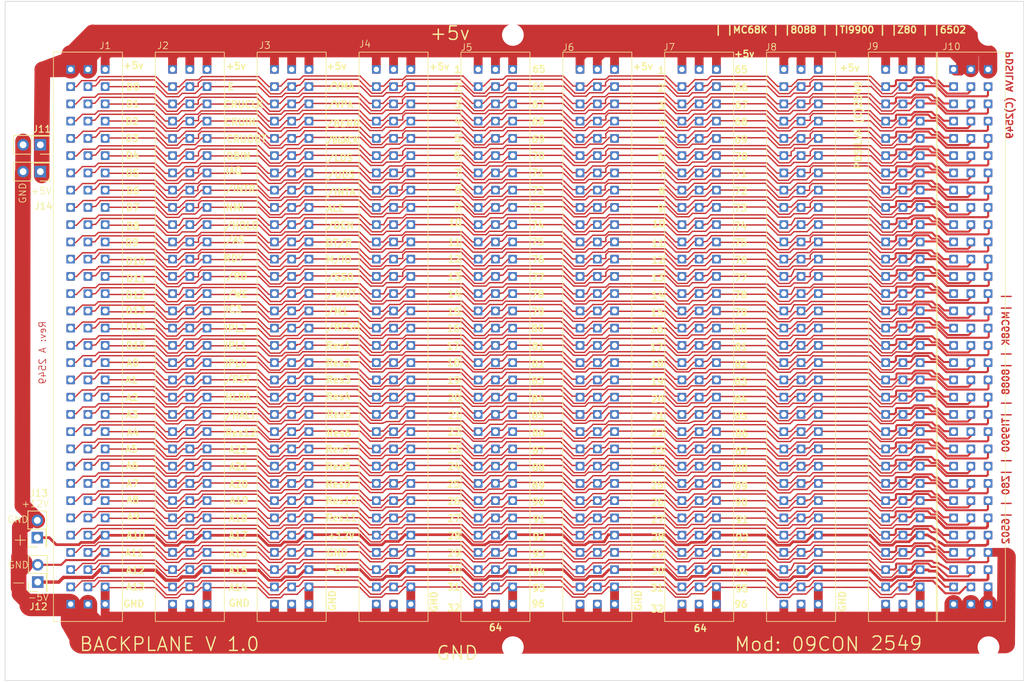
<source format=kicad_pcb>
(kicad_pcb (version 20241229) (generator "pcbnew") (generator_version "9.0")
  (title_block (title "09CONN") (date "2549") (rev "A") (company "Open Software"))
  (layers (0 "F.Cu" signal) (2 "B.Cu" signal) (13 "F.Paste" user) (15 "B.Paste" user) (5 "F.SilkS" user "F.Silkscreen") (7 "B.SilkS" user "B.Silkscreen") (1 "F.Mask" user) (3 "B.Mask" user) (25 "Edge.Cuts" user))
  (net 0 "")
  (net 1 "/backplane/D11")
  (net 2 "/backplane/A15")
  (net 3 "/backplane/{slash}WE")
  (net 4 "/backplane/D15")
  (net 5 "/backplane/IC3")
  (net 6 "/backplane/{slash}RFSH")
  (net 7 "/backplane/E")
  (net 8 "/backplane/CRUIN")
  (net 9 "/backplane/D8")
  (net 10 "/backplane/HLDA")
  (net 11 "/backplane/A4")
  (net 12 "/backplane/CRUOUT")
  (net 13 "/backplane/A17")
  (net 14 "/backplane/{slash}INTR")
  (net 15 "/backplane/D4")
  (net 16 "/backplane/{slash}RD")
  (net 17 "/backplane/{slash}BERR")
  (net 18 "/backplane/{slash}VPA")
  (net 19 "/backplane/NMI")
  (net 20 "/backplane/{slash}HOLD")
  (net 21 "/backplane/{slash}UDS")
  (net 22 "/backplane/A18")
  (net 23 "/backplane/M{slash}IO")
  (net 24 "/backplane/{slash}WAIT")
  (net 25 "/backplane/A9")
  (net 26 "/backplane/IAQ")
  (net 27 "/backplane/A14")
  (net 28 "/backplane/A22")
  (net 29 "/backplane/DBIN")
  (net 30 "/backplane/A6")
  (net 31 "/backplane/{slash}AS")
  (net 32 "GND")
  (net 33 "/backplane/D0")
  (net 34 "/backplane/D13")
  (net 35 "/backplane/D7")
  (net 36 "/backplane/DT{slash}R")
  (net 37 "/backplane/A8")
  (net 38 "/backplane/D9")
  (net 39 "/backplane/-5V")
  (net 40 "/backplane/A12")
  (net 41 "/backplane/A20")
  (net 42 "/backplane/A0")
  (net 43 "/backplane/{slash}HALT")
  (net 44 "/backplane/D3")
  (net 45 "/backplane/IPL0")
  (net 46 "/backplane/A19")
  (net 47 "/backplane/{slash}M1")
  (net 48 "/backplane/D5")
  (net 49 "/backplane/ALE")
  (net 50 "/backplane/D10")
  (net 51 "/backplane/{slash}SSO")
  (net 52 "/backplane/{slash}INTA")
  (net 53 "/backplane/A16")
  (net 54 "/backplane/A10")
  (net 55 "/backplane/{slash}VMA")
  (net 56 "/backplane/D12")
  (net 57 "/backplane/D14")
  (net 58 "/backplane/{slash}BGACK")
  (net 59 "/backplane/IPL2")
  (net 60 "/backplane/RDY")
  (net 61 "/backplane/+5V")
  (net 62 "/backplane/A7")
  (net 63 "/backplane/CRUCLK")
  (net 64 "/backplane/A2")
  (net 65 "/backplane/+12V")
  (net 66 "/backplane/A13")
  (net 67 "/backplane/D1")
  (net 68 "/backplane/A5")
  (net 69 "/backplane/D2")
  (net 70 "/backplane/{slash}RST")
  (net 71 "/backplane/A3")
  (net 72 "/backplane/A21")
  (net 73 "/backplane/{slash}LDS")
  (net 74 "/backplane/{slash}DEN")
  (net 75 "/backplane/IPL1")
  (net 76 "/backplane/D6")
  (net 77 "/backplane/A11")
  (net 78 "/backplane/A1")
  (net 79 "/backplane/Res5")
  (net 80 "/backplane/Res7")
  (net 81 "/backplane/Res2")
  (net 82 "/backplane/Res8")
  (net 83 "/backplane/Res1")
  (net 84 "/backplane/Res4")
  (net 85 "/backplane/Res11")
  (net 86 "/backplane/Res10")
  (net 87 "/backplane/Res3")
  (net 88 "/backplane/Res9")
  (net 89 "/backplane/Res6")
  (net 90 "/backplane/Res12")
  (footprint "Connector_PinHeader_2.54mm:PinHeader_2x01_P2.54mm_Vertical" (layer "F.Cu") (at 20.455 41.1 180)
    (property "Reference" "J11")
    (property "Value" "Conn_01x02")
  )
  (footprint "MountingHole:MountingHole_3.2mm_M3" (layer "F.Cu") (at 160.06 115.07 90)
    (property "Reference" "H3" (hide yes))
    (property "Value" "MountingHole")
  )
  (footprint "ConnPdSilva:conn_euro96" (layer "F.Cu") (at 157.46 24.92)
    (property "Reference" "J10")
    (property "Value" "~" (hide yes))
  )
  (footprint "ConnPdSilva:conn_euro96" (layer "F.Cu") (at 72.46 24.92)
    (property "Reference" "J4")
    (property "Value" "~" (hide yes))
  )
  (footprint "ConnPdSilva:conn_euro96" (layer "F.Cu") (at 117.46 24.92)
    (property "Reference" "J7")
    (property "Value" "~" (hide yes))
  )
  (footprint "ConnPdSilva:conn_euro96" (layer "F.Cu") (at 27.46 24.92)
    (property "Reference" "J1")
    (property "Value" "~" (hide yes))
  )
  (footprint "MountingHole:MountingHole_3.2mm_M3" (layer "F.Cu") (at 90.03 24.93)
    (property "Reference" "H5" (hide yes))
    (property "Value" "MountingHole")
  )
  (footprint "Connector_PinHeader_2.54mm:PinHeader_2x01_P2.54mm_Vertical" (layer "F.Cu") (at 20 98.945 90)
    (property "Reference" "J13")
    (property "Value" "Conn_01x02")
  )
  (footprint "MountingHole:MountingHole_3.2mm_M3" (layer "F.Cu") (at 20 115.07 90)
    (property "Reference" "H2" (hide yes))
    (property "Value" "MountingHole")
  )
  (footprint "MountingHole:MountingHole_3.2mm_M3" (layer "F.Cu") (at 20 24.93 90)
    (property "Reference" "H1" (hide yes))
    (property "Value" "MountingHole")
  )
  (footprint "ConnPdSilva:conn_euro96" (layer "F.Cu") (at 132.46 24.92)
    (property "Reference" "J8")
    (property "Value" "~" (hide yes))
  )
  (footprint "MountingHole:MountingHole_3.2mm_M3" (layer "F.Cu") (at 160.06 24.93 90)
    (property "Reference" "H4" (hide yes))
    (property "Value" "MountingHole")
  )
  (footprint "ConnPdSilva:conn_euro96" (layer "F.Cu") (at 42.46 24.92)
    (property "Reference" "J2")
    (property "Value" "~" (hide yes))
  )
  (footprint "ConnPdSilva:conn_euro96" (layer "F.Cu") (at 147.46 24.92)
    (property "Reference" "J9")
    (property "Value" "~" (hide yes))
  )
  (footprint "MountingHole:MountingHole_3.2mm_M3" (layer "F.Cu") (at 90.03 115.07)
    (property "Reference" "H6" (hide yes))
    (property "Value" "MountingHole")
  )
  (footprint "ConnPdSilva:conn_euro96" (layer "F.Cu") (at 57.46 24.92)
    (property "Reference" "J3")
    (property "Value" "~" (hide yes))
  )
  (footprint "Connector_PinHeader_2.54mm:PinHeader_2x01_P2.54mm_Vertical" (layer "F.Cu") (at 20.07 105.485 90)
    (property "Reference" "J12")
    (property "Value" "Conn_01x02")
  )
  (footprint "ConnPdSilva:conn_euro96" (layer "F.Cu") (at 87.46 24.92)
    (property "Reference" "J5")
    (property "Value" "~")
  )
  (footprint "Connector_PinHeader_2.54mm:PinHeader_2x01_P2.54mm_Vertical" (layer "F.Cu") (at 20.455 45.05 180)
    (property "Reference" "J14")
    (property "Value" "Conn_01x02")
  )
  (footprint "ConnPdSilva:conn_euro96" (layer "F.Cu") (at 102.46 24.92)
    (property "Reference" "J6")
    (property "Value" "~" (hide yes))
  )
  (gr_rect (start 15.26 19.98) (end 165.26 119.98) (fill no) (layer "Edge.Cuts"))
  (gr_text "Rev: A 2549" (at 21.36 66.99 90) (layer "F.Cu") (effects (font (size 1 1) (thickness 0.1)) (justify left bottom mirror)))
  (gr_text "| |MC68K | |8088 | |TI9900 | |Z80 | |6502 " (at 163.19 62.82 90) (layer "F.Cu") (effects (font (size 1 1) (thickness 0.2) (bold yes)) (justify left bottom mirror)))
  (gr_text "PDSILVA (C)2549" (at 163.74 27.22 90) (layer "F.Cu") (effects (font (size 1 1) (thickness 0.2) (bold yes)) (justify left bottom mirror)))
  (gr_text "11" (at 110.32 56.21 0) (layer "F.SilkS") (effects (font (size 1 1) (thickness 0.2) (bold yes)) (justify left bottom)))
  (gr_text "A3" (at 32.91 81.4 0) (layer "F.SilkS") (effects (font (size 1 1) (thickness 0.2)) (justify left bottom)))
  (gr_text "CRUOUT" (at 47.69 40.82 0) (layer "F.SilkS") (effects (font (size 1 1) (thickness 0.2) (bold yes)) (justify left bottom)))
  (gr_text "/WE" (at 47.78 63.66 0) (layer "F.SilkS") (effects (font (size 1 1) (thickness 0.2) (bold yes)) (justify left bottom)))
  (gr_text "7" (at 81.27 45.86 0) (layer "F.SilkS") (effects (font (size 1 1) (thickness 0.2) (bold yes)) (justify left bottom)))
  (gr_text "/RD\n" (at 47.73 61.01 0) (layer "F.SilkS") (effects (font (size 1 1) (thickness 0.2) (bold yes)) (justify left bottom)))
  (gr_text "81" (at 92.68 71.37 0) (layer "F.SilkS") (effects (font (size 1 1) (thickness 0.2) (bold yes)) (justify left bottom)))
  (gr_text "7" (at 111.25 46.01 0) (layer "F.SilkS") (effects (font (size 1 1) (thickness 0.2) (bold yes)) (justify left bottom)))
  (gr_text "83" (at 92.64 76.47 0) (layer "F.SilkS") (effects (font (size 1 1) (thickness 0.2) (bold yes)) (justify left bottom)))
  (gr_text "94" (at 122.64 104.6 0) (layer "F.SilkS") (effects (font (size 1 1) (thickness 0.2) (bold yes)) (justify left bottom)))
  (gr_text "GND" (at 64.03 109.88 90) (layer "F.SilkS") (effects (font (size 1 1) (thickness 0.2)) (justify left bottom)))
  (gr_text "/VMA" (at 62.62 33.04 0) (layer "F.SilkS") (effects (font (size 1 1) (thickness 0.2) (bold yes)) (justify left bottom)))
  (gr_text "+5v" (at 77.68 25.84 0) (layer "F.SilkS") (effects (font (size 2 2) (thickness 0.2) (bold yes)) (justify left bottom)))
  (gr_text "15" (at 110.22 66.42 0) (layer "F.SilkS") (effects (font (size 1 1) (thickness 0.2) (bold yes)) (justify left bottom)))
  (gr_text "/RFSH" (at 62.49 68.58 0) (layer "F.SilkS") (effects (font (size 1 1) (thickness 0.2) (bold yes)) (justify left bottom)))
  (gr_text "2" (at 81.24 33.19 0) (layer "F.SilkS") (effects (font (size 1 1) (thickness 0.2) (bold yes)) (justify left bottom)))
  (gr_text "24" (at 80.28 89.06 0) (layer "F.SilkS") (effects (font (size 1 1) (thickness 0.2) (bold yes)) (justify left bottom)))
  (gr_text "/INTR" (at 47.63 48.18 0) (layer "F.SilkS") (effects (font (size 1 1) (thickness 0.2) (bold yes)) (justify left bottom)))
  (gr_text "85" (at 122.51 81.61 0) (layer "F.SilkS") (effects (font (size 1 1) (thickness 0.2) (bold yes)) (justify left bottom)))
  (gr_text "A12" (at 32.92 104.34 0) (layer "F.SilkS") (effects (font (size 1 1) (thickness 0.2)) (justify left bottom)))
  (gr_text "Res1" (at 62.43 71.25 0) (layer "F.SilkS") (effects (font (size 1 1) (thickness 0.2) (bold yes)) (justify left bottom)))
  (gr_text "D3\n" (at 32.85 40.74 0) (layer "F.SilkS") (effects (font (size 1 1) (thickness 0.2) (bold yes)) (justify left bottom)))
  (gr_text "88" (at 122.57 89.29 0) (layer "F.SilkS") (effects (font (size 1 1) (thickness 0.2) (bold yes)) (justify left bottom)))
  (gr_text "D11" (at 32.98 61.4 0) (layer "F.SilkS") (effects (font (size 1 1) (thickness 0.2) (bold yes)) (justify left bottom)))
  (gr_text "+5v" (at 77.57 30.17 0) (layer "F.SilkS") (effects (font (size 1 1) (thickness 0.2) (bold yes)) (justify left bottom)))
  (gr_text "A0" (at 33.01 73.82 0) (layer "F.SilkS") (effects (font (size 1 1) (thickness 0.2) (bold yes)) (justify left bottom)))
  (gr_text "IAQ" (at 47.61 45.52 0) (layer "F.SilkS") (effects (font (size 1 1) (thickness 0.2) (bold yes)) (justify left bottom)))
  (gr_text "91" (at 92.81 96.81 0) (layer "F.SilkS") (effects (font (size 1 1) (thickness 0.2) (bold yes)) (justify left bottom)))
  (gr_text "/M1" (at 62.51 66.21 0) (layer "F.SilkS") (effects (font (size 1 1) (thickness 0.2) (bold yes)) (justify left bottom)))
  (gr_text "71" (at 122.51 45.89 0) (layer "F.SilkS") (effects (font (size 1 1) (thickness 0.2) (bold yes)) (justify left bottom)))
  (gr_text "90" (at 92.7 94.27 0) (layer "F.SilkS") (effects (font (size 1 1) (thickness 0.2) (bold yes)) (justify left bottom)))
  (gr_text "A1\n" (at 32.84 76.3 0) (layer "F.SilkS") (effects (font (size 1 1) (thickness 0.2) (bold yes)) (justify left bottom)))
  (gr_text "6" (at 111.18 43.48 0) (layer "F.SilkS") (effects (font (size 1 1) (thickness 0.2) (bold yes)) (justify left bottom)))
  (gr_text "31" (at 80.21 106.78 0) (layer "F.SilkS") (effects (font (size 1 1) (thickness 0.2) (bold yes)) (justify left bottom)))
  (gr_text "GND" (at 62.5 101.76 0) (layer "F.SilkS") (effects (font (size 1 1) (thickness 0.2) (bold yes)) (justify left bottom)))
  (gr_text "79" (at 122.49 66.36 0) (layer "F.SilkS") (effects (font (size 1 1) (thickness 0.2) (bold yes)) (justify left bottom)))
  (gr_text "A10" (at 33 99.18 0) (layer "F.SilkS") (effects (font (size 1 1) (thickness 0.2)) (justify left bottom)))
  (gr_text "D1" (at 32.95 35.68 0) (layer "F.SilkS") (effects (font (size 1 1) (thickness 0.2) (bold yes)) (justify left bottom)))
  (gr_text "A21" (at 48.15 89.05 0) (layer "F.SilkS") (effects (font (size 1 1) (thickness 0.2)) (justify left bottom)))
  (gr_text "D14\n" (at 32.94 68.57 0) (layer "F.SilkS") (effects (font (size 1 1) (thickness 0.2) (bold yes)) (justify left bottom)))
  (gr_text "76" (at 122.53 58.65 0) (layer "F.SilkS") (effects (font (size 1 1) (thickness 0.2) (bold yes)) (justify left bottom)))
  (gr_text "/AS" (at 47.59 55.7 0) (layer "F.SilkS") (effects (font (size 1 1) (thickness 0.2) (bold yes)) (justify left bottom)))
  (gr_text "1" (at 81.29 30.59 0) (layer "F.SilkS") (effects (font (size 1 1) (thickness 0.2) (bold yes)) (justify left bottom)))
  (gr_text "5" (at 111.23 40.92 0) (layer "F.SilkS") (effects (font (size 1 1) (thickness 0.2) (bold yes)) (justify left bottom)))
  (gr_text "16" (at 80.17 68.72 0) (layer "F.SilkS") (effects (font (size 1 1) (thickness 0.2) (bold yes)) (justify left bottom)))
  (gr_text "29" (at 110.26 101.96 0) (layer "F.SilkS") (effects (font (size 1 1) (thickness 0.2) (bold yes)) (justify left bottom)))
  (gr_text "A14" (at 48.07 106.85 0) (layer "F.SilkS") (effects (font (size 1 1) (thickness 0.2)) (justify left bottom)))
  (gr_text "16" (at 110.15 68.87 0) (layer "F.SilkS") (effects (font (size 1 1) (thickness 0.2) (bold yes)) (justify left bottom)))
  (gr_text "20" (at 110.29 79.11 0) (layer "F.SilkS") (effects (font (size 1 1) (thickness 0.2) (bold yes)) (justify left bottom)))
  (gr_text "24" (at 110.26 89.21 0) (layer "F.SilkS") (effects (font (size 1 1) (thickness 0.2) (bold yes)) (justify left bottom)))
  (gr_text "80" (at 92.62 68.73 0) (layer "F.SilkS") (effects (font (size 1 1) (thickness 0.2) (bold yes)) (justify left bottom)))
  (gr_text "/UDS" (at 62.59 46.09 0) (layer "F.SilkS") (effects (font (size 1 1) (thickness 0.2) (bold yes)) (justify left bottom)))
  (gr_text "17" (at 110.12 71.48 0) (layer "F.SilkS") (effects (font (size 1 1) (thickness 0.2) (bold yes)) (justify left bottom)))
  (gr_text "92" (at 122.68 99.5 0) (layer "F.SilkS") (effects (font (size 1 1) (thickness 0.2) (bold yes)) (justify left bottom)))
  (gr_text "21" (at 80.35 81.52 0) (layer "F.SilkS") (effects (font (size 1 1) (thickness 0.2) (bold yes)) (justify left bottom)))
  (gr_text "/BERR" (at 62.42 38.56 0) (layer "F.SilkS") (effects (font (size 1 1) (thickness 0.2) (bold yes)) (justify left bottom)))
  (gr_text "GND" (at 32.56 109.28 0) (layer "F.SilkS") (effects (font (size 1 1) (thickness 0.2)) (justify left bottom)))
  (gr_text "75" (at 122.47 56.05 0) (layer "F.SilkS") (effects (font (size 1 1) (thickness 0.2) (bold yes)) (justify left bottom)))
  (gr_text "95" (at 122.64 107.05 0) (layer "F.SilkS") (effects (font (size 1 1) (thickness 0.2) (bold yes)) (justify left bottom)))
  (gr_text "86" (at 122.61 84.19 0) (layer "F.SilkS") (effects (font (size 1 1) (thickness 0.2) (bold yes)) (justify left bottom)))
  (gr_text "22" (at 110.26 84.12 0) (layer "F.SilkS") (effects (font (size 1 1) (thickness 0.2) (bold yes)) (justify left bottom)))
  (gr_text "20" (at 80.31 78.96 0) (layer "F.SilkS") (effects (font (size 1 1) (thickness 0.2) (bold yes)) (justify left bottom)))
  (gr_text "96" (at 122.54 109.34 0) (layer "F.SilkS") (effects (font (size 1 1) (thickness 0.2)) (justify left bottom)))
  (gr_text "/HALT" (at 47.5 81.49 0) (layer "F.SilkS") (effects (font (size 1 1) (thickness 0.2) (bold yes)) (justify left bottom)))
  (gr_text "87" (at 122.61 86.8 0) (layer "F.SilkS") (effects (font (size 1 1) (thickness 0.2) (bold yes)) (justify left bottom)))
  (gr_text "GND" (at 15.62 103.55 0) (layer "F.SilkS") (effects (font (size 1 1) (thickness 0.1)) (justify left bottom)))
  (gr_text "GND" (at 18.44 49.8 90) (layer "F.SilkS") (effects (font (size 1 1) (thickness 0.1)) (justify left bottom)))
  (gr_text "Res5" (at 62.49 81.38 0) (layer "F.SilkS") (effects (font (size 1 1) (thickness 0.2) (bold yes)) (justify left bottom)))
  (gr_text "18" (at 80.21 73.77 0) (layer "F.SilkS") (effects (font (size 1 1) (thickness 0.2) (bold yes)) (justify left bottom)))
  (gr_text "A7" (at 32.97 91.58 0) (layer "F.SilkS") (effects (font (size 1 1) (thickness 0.2)) (justify left bottom)))
  (gr_text "DBIN" (at 47.73 43.31 0) (layer "F.SilkS") (effects (font (size 1 1) (thickness 0.2) (bold yes)) (justify left bottom)))
  (gr_text "-" (at 15.96 106.63 0) (layer "F.SilkS") (effects (font (size 2 2) (thickness 0.1)) (justify left bottom)))
  (gr_text "89" (at 122.57 91.9 0) (layer "F.SilkS") (effects (font (size 1 1) (thickness 0.2) (bold yes)) (justify left bottom)))
  (gr_text "| |MC68K | |8088 | |TI9900 | |Z80 | |6502 " (at 119.65 24.76 0) (layer "F.SilkS") (effects (font (size 1 1) (thickness 0.2)) (justify left bottom)))
  (gr_text "DT/R" (at 62.4 56.11 0) (layer "F.SilkS") (effects (font (size 1 1) (thickness 0.2) (bold yes)) (justify left bottom)))
  (gr_text "+5v" (at 62.43 30.11 0) (layer "F.SilkS") (effects (font (size 1 1) (thickness 0.2) (bold yes)) (justify left bottom)))
  (gr_text "A18" (at 48.07 96.67 0) (layer "F.SilkS") (effects (font (size 1 1) (thickness 0.2)) (justify left bottom)))
  (gr_text "31" (at 110.19 106.93 0) (layer "F.SilkS") (effects (font (size 1 1) (thickness 0.2) (bold yes)) (justify left bottom)))
  (gr_text "M/IO" (at 62.43 58.56 0) (layer "F.SilkS") (effects (font (size 1 1) (thickness 0.2) (bold yes)) (justify left bottom)))
  (gr_text "GND" (at 78.66 117.1 0) (layer "F.SilkS") (effects (font (size 2 2) (thickness 0.2)) (justify left bottom)))
  (gr_text "32" (at 110.22 110.02 0) (layer "F.SilkS") (effects (font (size 1 1) (thickness 0.2) (bold yes)) (justify left bottom)))
  (gr_text "Res7" (at 62.37 86.53 0) (layer "F.SilkS") (effects (font (size 1 1) (thickness 0.2) (bold yes)) (justify left bottom)))
  (gr_text "D12" (at 32.89 63.82 0) (layer "F.SilkS") (effects (font (size 1 1) (thickness 0.2) (bold yes)) (justify left bottom)))
  (gr_text "23" (at 80.28 86.51 0) (layer "F.SilkS") (effects (font (size 1 1) (thickness 0.2) (bold yes)) (justify left bottom)))
  (gr_text "93" (at 92.77 101.91 0) (layer "F.SilkS") (effects (font (size 1 1) (thickness 0.2) (bold yes)) (justify left bottom)))
  (gr_text "65" (at 122.55 30.62 0) (layer "F.SilkS") (effects (font (size 1 1) (thickness 0.2) (bold yes)) (justify left bottom)))
  (gr_text "NMI" (at 47.63 50.93 0) (layer "F.SilkS") (effects (font (size 1 1) (thickness 0.2) (bold yes)) (justify left bottom)))
  (gr_text "6" (at 81.2 43.33 0) (layer "F.SilkS") (effects (font (size 1 1) (thickness 0.2) (bold yes)) (justify left bottom)))
  (gr_text "13" (at 110.29 61.27 0) (layer "F.SilkS") (effects (font (size 1 1) (thickness 0.2) (bold yes)) (justify left bottom)))
  (gr_text "10" (at 110.41 53.31 0) (layer "F.SilkS") (effects (font (size 1 1) (thickness 0.2) (bold yes)) (justify left bottom)))
  (gr_text "11" (at 80.34 56.06 0) (layer "F.SilkS") (effects (font (size 1 1) (thickness 0.2) (bold yes)) (justify left bottom)))
  (gr_text "75" (at 92.6 55.97 0) (layer "F.SilkS") (effects (font (size 1 1) (thickness 0.2) (bold yes)) (justify left bottom)))
  (gr_text "77" (at 122.53 61.26 0) (layer "F.SilkS") (effects (font (size 1 1) (thickness 0.2) (bold yes)) (justify left bottom)))
  (gr_text "26" (at 110.22 94.33 0) (layer "F.SilkS") (effects (font (size 1 1) (thickness 0.2) (bold yes)) (justify left bottom)))
  (gr_text "3" (at 111.25 35.92 0) (layer "F.SilkS") (effects (font (size 1 1) (thickness 0.2) (bold yes)) (justify left bottom)))
  (gr_text "76" (at 92.66 58.57 0) (layer "F.SilkS") (effects (font (size 1 1) (thickness 0.2) (bold yes)) (justify left bottom)))
  (gr_text "13" (at 80.31 61.12 0) (layer "F.SilkS") (effects (font (size 1 1) (thickness 0.2) (bold yes)) (justify left bottom)))
  (gr_text "GND" (at 139.13 109.99 90) (layer "F.SilkS") (effects (font (size 1 1) (thickness 0.2)) (justify left bottom)))
  (gr_text "84" (at 122.51 79.16 0) (layer "F.SilkS") (effects (font (size 1 1) (thickness 0.2) (bold yes)) (justify left bottom)))
  (gr_text "A13" (at 32.95 106.77 0) (layer "F.SilkS") (effects (font (size 1 1) (thickness 0.2)) (justify left bottom)))
  (gr_text "18" (at 110.19 73.92 0) (layer "F.SilkS") (effects (font (size 1 1) (thickness 0.2) (bold yes)) (justify left bottom)))
  (gr_text "PDSILVA (C)2549" (at 141.46 44.78 90) (layer "F.SilkS") (effects (font (size 1 1) (thickness 0.2) (bold yes)) (justify left bottom)))
  (gr_text "+5v" (at 137.99 30.34 0) (layer "F.SilkS") (effects (font (size 1 1) (thickness 0.2) (bold yes)) (justify left bottom)))
  (gr_text "2" (at 111.22 33.34 0) (layer "F.SilkS") (effects (font (size 1 1) (thickness 0.2) (bold yes)) (justify left bottom)))
  (gr_text "/VPA" (at 62.62 35.76 0) (layer "F.SilkS") (effects (font (size 1 1) (thickness 0.2) (bold yes)) (justify left bottom)))
  (gr_text "RDY\n" (at 47.38 58.41 0) (layer "F.SilkS") (effects (font (size 1 1) (thickness 0.2) (bold yes)) (justify left bottom)))
  (gr_text "73" (at 122.47 50.99 0) (layer "F.SilkS") (effects (font (size 1 1) (thickness 0.2) (bold yes)) (justify left bottom)))
  (gr_text "Mod: 09CON" (at 122.54 115.8 0) (layer "F.SilkS") (effects (font (size 2 2) (thickness 0.2) (bold yes)) (justify left bottom)))
  (gr_text "22" (at 80.28 83.97 0) (layer "F.SilkS") (effects (font (size 1 1) (thickness 0.2) (bold yes)) (justify left bottom)))
  (gr_text "26" (at 80.24 94.18 0) (layer "F.SilkS") (effects (font (size 1 1) (thickness 0.2) (bold yes)) (justify left bottom)))
  (gr_text "/WAIT\n" (at 62.57 63.64 0) (layer "F.SilkS") (effects (font (size 1 1) (thickness 0.2) (bold yes)) (justify left bottom)))
  (gr_text "A19" (at 48.18 94.07 0) (layer "F.SilkS") (effects (font (size 1 1) (thickness 0.2)) (justify left bottom)))
  (gr_text "+12V" (at 62.6 99.25 0) (layer "F.SilkS") (effects (font (size 1 1) (thickness 0.2) (bold yes)) (justify left bottom)))
  (gr_text "Res4" (at 62.43 78.77 0) (layer "F.SilkS") (effects (font (size 1 1) (thickness 0.2) (bold yes)) (justify left bottom)))
  (gr_text "91" (at 122.68 96.89 0) (layer "F.SilkS") (effects (font (size 1 1) (thickness 0.2) (bold yes)) (justify left bottom)))
  (gr_text "4" (at 111.25 38.41 0) (layer "F.SilkS") (effects (font (size 1 1) (thickness 0.2) (bold yes)) (justify left bottom)))
  (gr_text "82" (at 122.55 74.06 0) (layer "F.SilkS") (effects (font (size 1 1) (thickness 0.2) (bold yes)) (justify left bottom)))
  (gr_text "Res8" (at 62.37 89.07 0) (layer "F.SilkS") (effects (font (size 1 1) (thickness 0.2) (bold yes)) (justify left bottom)))
  (gr_text "D5" (at 32.9 45.85 0) (layer "F.SilkS") (effects (font (size 1 1) (thickness 0.2) (bold yes)) (justify left bottom)))
  (gr_text "D13" (at 32.89 66.07 0) (layer "F.SilkS") (effects (font (size 1 1) (thickness 0.2) (bold yes)) (justify left bottom)))
  (gr_text "A9" (at 33.12 96.43 0) (layer "F.SilkS") (effects (font (size 1 1) (thickness 0.2)) (justify left bottom)))
  (gr_text "+5v" (at 47.63 30.11 0) (layer "F.SilkS") (effects (font (size 1 1) (thickness 0.2) (bold yes)) (justify left bottom)))
  (gr_text "69" (at 92.68 40.86 0) (layer "F.SilkS") (effects (font (size 1 1) (thickness 0.2) (bold yes)) (justify left bottom)))
  (gr_text "19" (at 80.24 76.38 0) (layer "F.SilkS") (effects (font (size 1 1) (thickness 0.2) (bold yes)) (justify left bottom)))
  (gr_text "65" (at 92.77 30.56 0) (layer "F.SilkS") (effects (font (size 1 1) (thickness 0.2) (bold yes)) (justify left bottom)))
  (gr_text "Res6" (at 62.49 84.15 0) (layer "F.SilkS") (effects (font (size 1 1) (thickness 0.2) (bold yes)) (justify left bottom)))
  (gr_text "/INTA\n" (at 62.53 48.66 0) (layer "F.SilkS") (effects (font (size 1 1) (thickness 0.2) (bold yes)) (justify left bottom)))
  (gr_text "/SS0\n" (at 62.54 61.16 0) (layer "F.SilkS") (effects (font (size 1 1) (thickness 0.2) (bold yes)) (justify left bottom)))
  (gr_text "78" (at 92.62 63.67 0) (layer "F.SilkS") (effects (font (size 1 1) (thickness 0.2) (bold yes)) (justify left bottom)))
  (gr_text "81" (at 122.55 71.45 0) (layer "F.SilkS") (effects (font (size 1 1) (thickness 0.2) (bold yes)) (justify left bottom)))
  (gr_text "67" (at 92.72 35.76 0) (layer "F.SilkS") (effects (font (size 1 1) (thickness 0.2) (bold yes)) (justify left bottom)))
  (gr_text "A20" (at 48.12 91.7 0) (layer "F.SilkS") (effects (font (size 1 1) (thickness 0.2)) (justify left bottom)))
  (gr_text "80" (at 122.49 68.81 0) (layer "F.SilkS") (effects (font (size 1 1) (thickness 0.2) (bold yes)) (justify left bottom)))
  (gr_text "A11" (at 32.78 101.77 0) (layer "F.SilkS") (effects (font (size 1 1) (thickness 0.2)) (justify left bottom)))
  (gr_text "A15" (at 48.07 104.36 0) (layer "F.SilkS") (effects (font (size 1 1) (thickness 0.2)) (justify left bottom)))
  (gr_text "/LDS" (at 62.56 43.61 0) (layer "F.SilkS") (effects (font (size 1 1) (thickness 0.2) (bold yes)) (justify left bottom)))
  (gr_text "79" (at 92.62 66.28 0) (layer "F.SilkS") (effects (font (size 1 1) (thickness 0.2) (bold yes)) (justify left bottom)))
  (gr_text "90" (at 122.57 94.35 0) (layer "F.SilkS") (effects (font (size 1 1) (thickness 0.2) (bold yes)) (justify left bottom)))
  (gr_text "12" (at 110.32 58.66 0) (layer "F.SilkS") (effects (font (size 1 1) (thickness 0.2) (bold yes)) (justify left bottom)))
  (gr_text "/BGACK" (at 62.45 41.01 0) (layer "F.SilkS") (effects (font (size 1 0.8) (thickness 0.2) (bold yes)) (justify left bottom)))
  (gr_text "GND" (at 109.07 109.85 90) (layer "F.SilkS") (effects (font (size 1 1) (thickness 0.2)) (justify left bottom)))
  (gr_text "5" (at 81.25 40.77 0) (layer "F.SilkS") (effects (font (size 1 1) (thickness 0.2) (bold yes)) (justify left bottom)))
  (gr_text "14" (at 110.29 63.81 0) (layer "F.SilkS") (effects (font (size 1 1) (thickness 0.2) (bold yes)) (justify left bottom)))
  (gr_text "GND" (at 78.98 110.04 90) (layer "F.SilkS") (effects (font (size 1 1) (thickness 0.2)) (justify left bottom)))
  (gr_text "64" (at 86.4 112.77 0) (layer "F.SilkS") (effects (font (size 1 1) (thickness 0.2) (bold yes)) (justify left bottom)))
  (gr_text "8" (at 81.32 48.35 0) (layer "F.SilkS") (effects (font (size 1 1) (thickness 0.2) (bold yes)) (justify left bottom)))
  (gr_text "ALE" (at 62.51 51.03 0) (layer "F.SilkS") (effects (font (size 1 1) (thickness 0.2) (bold yes)) (justify left bottom)))
  (gr_text "10" (at 80.43 53.16 0) (layer "F.SilkS") (effects (font (size 1 1) (thickness 0.2) (bold yes)) (justify left bottom)))
  (gr_text "94" (at 92.77 104.52 0) (layer "F.SilkS") (effects (font (size 1 1) (thickness 0.2) (bold yes)) (justify left bottom)))
  (gr_text "IPL1" (at 47.5 71.23 0) (layer "F.SilkS") (effects (font (size 1 1) (thickness 0.2) (bold yes)) (justify left bottom)))
  (gr_text "A22" (at 48.07 86.61 0) (layer "F.SilkS") (effects (font (size 1 1) (thickness 0.2)) (justify left bottom)))
  (gr_text "92" (at 92.81 99.42 0) (layer "F.SilkS") (effects (font (size 1 1) (thickness 0.2) (bold yes)) (justify left bottom)))
  (gr_text "8" (at 111.3 48.5 0) (layer "F.SilkS") (effects (font (size 1 1) (thickness 0.2) (bold yes)) (justify left bottom)))
  (gr_text "77" (at 92.66 61.18 0) (layer "F.SilkS") (effects (font (size 1 1) (thickness 0.2) (bold yes)) (justify left bottom)))
  (gr_text "27" (at 80.28 96.72 0) (layer "F.SilkS") (effects (font (size 1 1) (thickness 0.2) (bold yes)) (justify left bottom)))
  (gr_text "64" (at 116.54 112.88 0) (layer "F.SilkS") (effects (font (size 1 1) (thickness 0.2) (bold yes)) (justify left bottom)))
  (gr_text "25" (at 80.21 91.67 0) (layer "F.SilkS") (effects (font (size 1 1) (thickness 0.2) (bold yes)) (justify left bottom)))
  (gr_text "28" (at 80.31 99.27 0) (layer "F.SilkS") (effects (font (size 1 1) (thickness 0.2) (bold yes)) (justify left bottom)))
  (gr_text "+5v" (at 122.5 28.31 0) (layer "F.SilkS") (effects (font (size 1 1) (thickness 0.2) (bold yes)) (justify left bottom)))
  (gr_text "30" (at 110.26 104.41 0) (layer "F.SilkS") (effects (font (size 1 1) (thickness 0.2) (bold yes)) (justify left bottom)))
  (gr_text "86" (at 92.74 84.11 0) (layer "F.SilkS") (effects (font (size 1 1) (thickness 0.2) (bold yes)) (justify left bottom)))
  (gr_text "CRUIN" (at 47.44 38.35 0) (layer "F.SilkS") (effects (font (size 1 1) (thickness 0.2) (bold yes)) (justify left bottom)))
  (gr_text "-5V\n" (at 62.45 104.27 0) (layer "F.SilkS") (effects (font (size 1 1) (thickness 0.2) (bold yes)) (justify left bottom)))
  (gr_text "D9" (at 32.81 56.07 0) (layer "F.SilkS") (effects (font (size 1 1) (thickness 0.2) (bold yes)) (justify left bottom)))
  (gr_text "2549" (at 142.56 115.68 0) (layer "F.SilkS") (effects (font (size 2 2) (thickness 0.2)) (justify left bottom)))
  (gr_text "+5v" (at 107.56 30.17 0) (layer "F.SilkS") (effects (font (size 1 1) (thickness 0.2) (bold yes)) (justify left bottom)))
  (gr_text "GND" (at 48.07 109.17 0) (layer "F.SilkS") (effects (font (size 1 1) (thickness 0.2)) (justify left bottom)))
  (gr_text "A8" (at 33.02 93.97 0) (layer "F.SilkS") (effects (font (size 1 1) (thickness 0.2)) (justify left bottom)))
  (gr_text "14" (at 80.31 63.66 0) (layer "F.SilkS") (effects (font (size 1 1) (thickness 0.2) (bold yes)) (justify left bottom)))
  (gr_text "D0" (at 32.99 33.17 0) (layer "F.SilkS") (effects (font (size 1 1) (thickness 0.2) (bold yes)) (justify left bottom)))
  (gr_text "Res9" (at 62.37 91.67 0) (layer "F.SilkS") (effects (font (size 1 1) (thickness 0.2) (bold yes)) (justify left bottom)))
  (gr_text "D6" (at 32.99 48.45 0) (layer "F.SilkS") (effects (font (size 1 1) (thickness 0.2) (bold yes)) (justify left bottom)))
  (gr_text "68" (at 92.68 38.25 0) (layer "F.SilkS") (effects (font (size 1 1) (thickness 0.2) (bold yes)) (justify left bottom)))
  (gr_text "69" (at 122.55 40.94 0) (layer "F.SilkS") (effects (font (size 1 1) (thickness 0.2) (bold yes)) (justify left bottom)))
  (gr_text "-5V" (at 18.57 108.33 0) (layer "F.SilkS") (effects (font (size 1 1) (thickness 0.1)) (justify left bottom)))
  (gr_text "89" (at 92.7 91.82 0) (layer "F.SilkS") (effects (font (size 1 1) (thickness 0.2) (bold yes)) (justify left bottom)))
  (gr_text "A2" (at 32.91 78.93 0) (layer "F.SilkS") (effects (font (size 1 1) (thickness 0.2)) (justify left bottom)))
  (gr_text "95" (at 92.77 106.97 0) (layer "F.SilkS") (effects (font (size 1 1) (thickness 0.2) (bold yes)) (justify left bottom)))
  (gr_text "+12V" (at 17.63 94.54 0) (layer "F.SilkS") (effects (font (size 1 1) (thickness 0.1)) (justify left bottom)))
  (gr_text "Res3" (at 62.43 76.29 0) (layer "F.SilkS") (effects (font (size 1 1) (thickness 0.2) (bold yes)) (justify left bottom)))
  (gr_text "E" (at 47.92 33.14 0) (layer "F.SilkS") (effects (font (size 1 1) (thickness 0.2) (bold yes)) (justify left bottom)))
  (gr_text "A6" (at 32.93 88.93 0) (layer "F.SilkS") (effects (font (size 1 1) (thickness 0.2)) (justify left bottom)))
  (gr_text "72" (at 92.64 48.42 0) (layer "F.SilkS") (effects (font (size 1 1) (thickness 0.2) (bold yes)) (justify left bottom)))
  (gr_text "74" (at 92.6 53.52 0) (layer "F.SilkS") (effects (font (size 1 1) (thickness 0.2) (bold yes)) (justify left bottom)))
  (gr_text "D7" (at 32.95 50.91 0) (layer "F.SilkS") (effects (font (size 1 1) (thickness 0.2) (bold yes)) (justify left bottom)))
  (gr_text "27" (at 110.26 96.87 0) (layer "F.SilkS") (effects (font (size 1 1) (thickness 0.2) (bold yes)) (justify left bottom)))
  (gr_text "71" (at 92.64 45.81 0) (layer "F.SilkS") (effects (font (size 1 1) (thickness 0.2) (bold yes)) (justify left bottom)))
  (gr_text "93" (at 122.64 101.99 0) (layer "F.SilkS") (effects (font (size 1 1) (thickness 0.2) (bold yes)) (justify left bottom)))
  (gr_text "28" (at 110.29 99.42 0) (layer "F.SilkS") (effects (font (size 1 1) (thickness 0.2) (bold yes)) (justify left bottom)))
  (gr_text "66" (at 92.72 33.15 0) (layer "F.SilkS") (effects (font (size 1 1) (thickness 0.2) (bold yes)) (justify left bottom)))
  (gr_text "IPL0" (at 47.52 73.88 0) (layer "F.SilkS") (effects (font (size 1 1) (thickness 0.2) (bold yes)) (justify left bottom)))
  (gr_text "25" (at 110.19 91.82 0) (layer "F.SilkS") (effects (font (size 1 1) (thickness 0.2) (bold yes)) (justify left bottom)))
  (gr_text "D4" (at 32.9 43.25 0) (layer "F.SilkS") (effects (font (size 1 1) (thickness 0.2) (bold yes)) (justify left bottom)))
  (gr_text "3" (at 81.27 35.77 0) (layer "F.SilkS") (effects (font (size 1 1) (thickness 0.2) (bold yes)) (justify left bottom)))
  (gr_text "66" (at 122.59 33.23 0) (layer "F.SilkS") (effects (font (size 1 1) (thickness 0.2) (bold yes)) (justify left bottom)))
  (gr_text "A16" (at 48.07 101.86 0) (layer "F.SilkS") (effects (font (size 1 1) (thickness 0.2)) (justify left bottom)))
  (gr_text "Res2" (at 62.43 73.8 0) (layer "F.SilkS") (effects (font (size 1 1) (thickness 0.2) (bold yes)) (justify left bottom)))
  (gr_text "84" (at 92.64 79.08 0) (layer "F.SilkS") (effects (font (size 1 1) (thickness 0.2) (bold yes)) (justify left bottom)))
  (gr_text "/HOLD\n" (at 47.49 53.58 0) (layer "F.SilkS") (effects (font (size 1 1) (thickness 0.2) (bold yes)) (justify left bottom)))
  (gr_text "+5V" (at 19.01 48.5 0) (layer "F.SilkS") (effects (font (size 1 1) (thickness 0.1)) (justify left bottom)))
  (gr_text "19" (at 110.22 76.53 0) (layer "F.SilkS") (effects (font (size 1 1) (thickness 0.2) (bold yes)) (justify left bottom)))
  (gr_text "88" (at 92.7 89.21 0) (layer "F.SilkS") (effects (font (size 1 1) (thickness 0.2) (bold yes)) (justify left bottom)))
  (gr_text "12" (at 80.34 58.51 0) (layer "F.SilkS") (effects (font (size 1 1) (thickness 0.2) (bold yes)) (justify left bottom)))
  (gr_text "9" (at 111.19 51.08 0) (layer "F.SilkS") (effects (font (size 1 1) (thickness 0.2) (bold yes)) (justify left bottom)))
  (gr_text "D15" (at 32.94 71.24 0) (layer "F.SilkS") (effects (font (size 1 1) (thickness 0.2) (bold yes)) (justify left bottom)))
  (gr_text "IC3\n" (at 47.56 65.91 0) (layer "F.SilkS") (effects (font (size 1 1) (thickness 0.2) (bold yes)) (justify left bottom)))
  (gr_text "D2\n" (at 32.85 38.24 0) (layer "F.SilkS") (effects (font (size 1 1) (thickness 0.2) (bold yes)) (justify left bottom)))
  (gr_text "IPL2\n" (at 47.48 68.72 0) (layer "F.SilkS") (effects (font (size 1 1) (thickness 0.2) (bold yes)) (justify left bottom)))
  (gr_text "D8\n" (at 32.98 53.65 0) (layer "F.SilkS") (effects (font (size 1 1) (thickness 0.2) (bold yes)) (justify left bottom)))
  (gr_text "/RST" (at 47.5 76.22 0) (layer "F.SilkS") (effects (font (size 1 1) (thickness 0.2) (bold yes)) (justify left bottom)))
  (gr_text "15" (at 80.24 66.27 0) (layer "F.SilkS") (effects (font (size 1 1) (thickness 0.2) (bold yes)) (justify left bottom)))
  (gr_text "96" (at 92.67 109.26 0) (layer "F.SilkS") (effects (font (size 1 1) (thickness 0.2)) (justify left bottom)))
  (gr_text "73" (at 92.6 50.91 0) (layer "F.SilkS") (effects (font (size 1 1) (thickness 0.2) (bold yes)) (justify left bottom)))
  (gr_text "A4" (at 33.05 84.04 0) (layer "F.SilkS") (effects (font (size 1 1) (thickness 0.2)) (justify left bottom)))
  (gr_text "A17" (at 48.07 99.22 0) (layer "F.SilkS") (effects (font (size 1 1) (thickness 0.2)) (justify left bottom)))
  (gr_text "D10" (at 32.89 58.82 0) (layer "F.SilkS") (effects (font (size 1 1) (thickness 0.2) (bold yes)) (justify left bottom)))
  (gr_text "BACKPLANE V 1.0" (at 26.09 115.8 0) (layer "F.SilkS") (effects (font (size 2 2) (thickness 0.2)) (justify left bottom)))
  (gr_text "82" (at 92.68 73.98 0) (layer "F.SilkS") (effects (font (size 1 1) (thickness 0.2) (bold yes)) (justify left bottom)))
  (gr_text "67" (at 122.59 35.84 0) (layer "F.SilkS") (effects (font (size 1 1) (thickness 0.2) (bold yes)) (justify left bottom)))
  (gr_text "1" (at 111.27 30.74 0) (layer "F.SilkS") (effects (font (size 1 1) (thickness 0.2) (bold yes)) (justify left bottom)))
  (gr_text "Res10" (at 62.37 94.1 0) (layer "F.SilkS") (effects (font (size 1 1) (thickness 0.2) (bold yes)) (justify left bottom)))
  (gr_text "23" (at 110.26 86.66 0) (layer "F.SilkS") (effects (font (size 1 1) (thickness 0.2) (bold yes)) (justify left bottom)))
  (gr_text "17" (at 80.14 71.33 0) (layer "F.SilkS") (effects (font (size 1 1) (thickness 0.2) (bold yes)) (justify left bottom)))
  (gr_text "74" (at 122.47 53.6 0) (layer "F.SilkS") (effects (font (size 1 1) (thickness 0.2) (bold yes)) (justify left bottom)))
  (gr_text "+" (at 16.19 100.325 0) (layer "F.SilkS") (effects (font (size 2 2) (thickness 0.1)) (justify left bottom)))
  (gr_text "29" (at 80.28 101.81 0) (layer "F.SilkS") (effects (font (size 1 1) (thickness 0.2) (bold yes)) (justify left bottom)))
  (gr_text "32" (at 80.24 109.87 0) (layer "F.SilkS") (effects (font (size 1 1) (thickness 0.2) (bold yes)) (justify left bottom)))
  (gr_text "4" (at 81.27 38.26 0) (layer "F.SilkS") (effects (font (size 1 1) (thickness 0.2) (bold yes)) (justify left bottom)))
  (gr_text "GND" (at 15.55 96.85 0) (layer "F.SilkS") (effects (font (size 1 1) (thickness 0.1)) (justify left bottom)))
  (gr_text "A5" (at 32.83 86.47 0) (layer "F.SilkS") (effects (font (size 1 1) (thickness 0.2)) (justify left bottom)))
  (gr_text "/DEN" (at 62.46 53.54 0) (layer "F.SilkS") (effects (font (size 1 1) (thickness 0.2) (bold yes)) (justify left bottom)))
  (gr_text "72" (at 122.51 48.5 0) (layer "F.SilkS") (effects (font (size 1 1) (thickness 0.2) (bold yes)) (justify left bottom)))
  (gr_text "78" (at 122.49 63.75 0) (layer "F.SilkS") (effects (font (size 1 1) (thickness 0.2) (bold yes)) (justify left bottom)))
  (gr_text "21" (at 110.33 81.67 0) (layer "F.SilkS") (effects (font (size 1 1) (thickness 0.2) (bold yes)) (justify left bottom)))
  (gr_text "68" (at 122.55 38.33 0) (layer "F.SilkS") (effects (font (size 1 1) (thickness 0.2) (bold yes)) (justify left bottom)))
  (gr_text "83" (at 122.51 76.55 0) (layer "F.SilkS") (effects (font (size 1 1) (thickness 0.2) (bold yes)) (justify left bottom)))
  (gr_text "70" (at 122.55 43.39 0) (layer "F.SilkS") (effects (font (size 1 1) (thickness 0.2) (bold yes)) (justify left bottom)))
  (gr_text "30" (at 80.28 104.26 0) (layer "F.SilkS") (effects (font (size 1 1) (thickness 0.2) (bold yes)) (justify left bottom)))
  (gr_text "Res12\n" (at 47.56 84.1 0) (layer "F.SilkS") (effects (font (size 1 1) (thickness 0.2) (bold yes)) (justify left bottom)))
  (gr_text "85" (at 92.64 81.53 0) (layer "F.SilkS") (effects (font (size 1 1) (thickness 0.2) (bold yes)) (justify left bottom)))
  (gr_text "Res11" (at 62.37 96.59 0) (layer "F.SilkS") (effects (font (size 1 1) (thickness 0.2) (bold yes)) (justify left bottom)))
  (gr_text "CRUCLK" (at 47.35 35.75 0) (layer "F.SilkS") (effects (font (size 1 1) (thickness 0.2) (bold yes)) (justify left bottom)))
  (gr_text "+5v" (at 32.54 30 0) (layer "F.SilkS") (effects (font (size 1 1) (thickness 0.2) (bold yes)) (justify left bottom)))
  (gr_text "87" (at 92.74 86.72 0) (layer "F.SilkS") (effects (font (size 1 1) (thickness 0.2) (bold yes)) (justify left bottom)))
  (gr_text "9" (at 81.21 50.93 0) (layer "F.SilkS") (effects (font (size 1 1) (thickness 0.2) (bold yes)) (justify left bottom)))
  (gr_text "HLDA" (at 47.56 78.83 0) (layer "F.SilkS") (effects (font (size 1 1) (thickness 0.2) (bold yes)) (justify left bottom)))
  (gr_text "70" (at 92.68 43.31 0) (layer "F.SilkS") (effects (font (size 1 1) (thickness 0.2) (bold yes)) (justify left bottom)))
  (segment (start 28.590225 59.50574) (end 29.082966 59.013) (width 0.2) (layer "F.Cu") (net 1))
  (segment (start 84.896 60.414) (end 85.740486 60.414) (width 0.2) (layer "F.Cu") (net 1))
  (segment (start 88.566225 59.41974) (end 89.058966 58.927) (width 0.2) (layer "F.Cu") (net 1))
  (segment (start 133.824208 59.46974) (end 134.316949 58.977) (width 0.2) (layer "F.Cu") (net 1))
  (segment (start 145.015 60.39) (end 146.313456 60.381544) (width 0.3) (layer "F.Cu") (net 1))
  (segment (start 142.686983 58.977) (end 144.173983 60.464) (width 0.2) (layer "F.Cu") (net 1))
  (segment (start 131.475 59.45) (end 133.824208 59.46974) (width 0.2) (layer "F.Cu") (net 1))
  (segment (start 152.7682 59.579) (end 153.5792 60.39) (width 0.3) (layer "F.Cu") (net 1))
  (segment (start 67.529 58.927) (end 69.016 60.414) (width 0.2) (layer "F.Cu") (net 1))
  (segment (start 85.740486 60.414) (end 86.734746 59.41974) (width 0.2) (layer "F.Cu") (net 1))
  (segment (start 146.645 59.5) (end 148.859808 59.504) (width 0.3) (layer "F.Cu") (net 1))
  (segment (start 37.453 59.013) (end 38.94 60.5) (width 0.2) (layer "F.Cu") (net 1))
  (segment (start 149.274808 59.089) (end 151.805 59.089) (width 0.3) (layer "F.Cu") (net 1))
  (segment (start 43.748208 59.50574) (end 44.240949 59.013) (width 0.2) (layer "F.Cu") (net 1))
  (segment (start 130.153983 60.464) (end 130.998469 60.464) (width 0.2) (layer "F.Cu") (net 1))
  (segment (start 54.996 60.414) (end 55.840486 60.414) (width 0.2) (layer "F.Cu") (net 1))
  (segment (start 127.529 58.977) (end 129.016 60.464) (width 0.2) (layer "F.Cu") (net 1))
  (segment (start 44.240949 59.013) (end 52.610983 59.013) (width 0.2) (layer "F.Cu") (net 1))
  (segment (start 129.016 60.464) (end 129.996 60.464) (width 0.2) (layer "F.Cu") (net 1))
  (segment (start 100.053983 60.414) (end 100.898469 60.414) (width 0.2) (layer "F.Cu") (net 1))
  (segment (start 24.92 60.5) (end 25.764486 60.5) (width 0.2) (layer "F.Cu") (net 1))
  (segment (start 74.316949 58.927) (end 82.686983 58.927) (width 0.2) (layer "F.Cu") (net 1))
  (segment (start 40.077983 60.5) (end 40.922469 60.5) (width 0.2) (layer "F.Cu") (net 1))
  (segment (start 100.898469 60.414) (end 101.892729 59.41974) (width 0.2) (layer "F.Cu") (net 1))
  (segment (start 82.686983 58.927) (end 84.173983 60.414) (width 0.2) (layer "F.Cu") (net 1))
  (segment (start 114.073983 60.414) (end 115.053983 60.414) (width 0.2) (layer "F.Cu") (net 1))
  (segment (start 84.173983 60.414) (end 85.153983 60.414) (width 0.2) (layer "F.Cu") (net 1))
  (segment (start 38.94 60.5) (end 39.92 60.5) (width 0.2) (layer "F.Cu") (net 1))
  (segment (start 116.834746 59.46974) (end 118.666225 59.46974) (width 0.2) (layer "F.Cu") (net 1))
  (segment (start 69.016 60.414) (end 69.996 60.414) (width 0.2) (layer "F.Cu") (net 1))
  (segment (start 153.5792 60.39) (end 155.015 60.39) (width 0.3) (layer "F.Cu") (net 1))
  (segment (start 146.545 60.153666) (end 146.545 59.6) (width 0.3) (layer "F.Cu") (net 1))
  (segment (start 134.316949 58.977) (end 142.686983 58.977) (width 0.2) (layer "F.Cu") (net 1))
  (segment (start 71.992729 59.41974) (end 73.824208 59.41974) (width 0.2) (layer "F.Cu") (net 1))
  (segment (start 104.216949 58.927) (end 112.586983 58.927) (width 0.2) (layer "F.Cu") (net 1))
  (segment (start 89.058966 58.927) (end 97.429 58.927) (width 0.2) (layer "F.Cu") (net 1))
  (segment (start 115.840486 60.464) (end 116.834746 59.46974) (width 0.2) (layer "F.Cu") (net 1))
  (segment (start 55.840486 60.414) (end 56.834746 59.41974) (width 0.2) (layer "F.Cu") (net 1))
  (segment (start 58.666225 59.41974) (end 59.158966 58.927) (width 0.2) (layer "F.Cu") (net 1))
  (segment (start 130.998469 60.464) (end 131.475 59.45) (width 0.2) (layer "F.Cu") (net 1))
  (segment (start 86.734746 59.41974) (end 88.566225 59.41974) (width 0.2) (layer "F.Cu") (net 1))
  (segment (start 98.916 60.414) (end 99.896 60.414) (width 0.2) (layer "F.Cu") (net 1))
  (segment (start 101.892729 59.41974) (end 103.724208 59.41974) (width 0.2) (layer "F.Cu") (net 1))
  (segment (start 148.859808 59.504) (end 149.274808 59.089) (width 0.3) (layer "F.Cu") (net 1))
  (segment (start 112.586983 58.927) (end 114.073983 60.414) (width 0.2) (layer "F.Cu") (net 1))
  (segment (start 118.666225 59.46974) (end 119.158966 58.977) (width 0.2) (layer "F.Cu") (net 1))
  (segment (start 70.998469 60.414) (end 71.992729 59.41974) (width 0.2) (layer "F.Cu") (net 1))
  (segment (start 41.916729 59.50574) (end 43.748208 59.50574) (width 0.2) (layer "F.Cu") (net 1))
  (segment (start 114.996 60.464) (end 115.840486 60.464) (width 0.2) (layer "F.Cu") (net 1))
  (segment (start 52.610983 59.013) (end 54.097983 60.5) (width 0.2) (layer "F.Cu") (net 1))
  (segment (start 73.824208 59.41974) (end 74.316949 58.927) (width 0.2) (layer "F.Cu") (net 1))
  (segment (start 40.922469 60.5) (end 41.916729 59.50574) (width 0.2) (layer "F.Cu") (net 1))
  (segment (start 25.764486 60.5) (end 26.758746 59.50574) (width 0.2) (layer "F.Cu") (net 1))
  (segment (start 119.158966 58.977) (end 127.529 58.977) (width 0.2) (layer "F.Cu") (net 1))
  (segment (start 54.097983 60.5) (end 55.077983 60.5) (width 0.2) (layer "F.Cu") (net 1))
  (segment (start 26.758746 59.50574) (end 28.590225 59.50574) (width 0.2) (layer "F.Cu") (net 1))
  (segment (start 151.805 59.089) (end 152.295 59.579) (width 0.3) (layer "F.Cu") (net 1))
  (segment (start 70.153983 60.414) (end 70.998469 60.414) (width 0.2) (layer "F.Cu") (net 1))
  (segment (start 152.295 59.579) (end 152.7682 59.579) (width 0.3) (layer "F.Cu") (net 1))
  (segment (start 97.429 58.927) (end 98.916 60.414) (width 0.2) (layer "F.Cu") (net 1))
  (segment (start 146.313456 60.381544) (end 146.515 60.18) (width 0.3) (layer "F.Cu") (net 1))
  (segment (start 56.834746 59.41974) (end 58.666225 59.41974) (width 0.2) (layer "F.Cu") (net 1))
  (segment (start 144.173983 60.464) (end 145.153983 60.464) (width 0.2) (layer "F.Cu") (net 1))
  (segment (start 29.082966 59.013) (end 37.453 59.013) (width 0.2) (layer "F.Cu") (net 1))
  (segment (start 103.724208 59.41974) (end 104.216949 58.927) (width 0.2) (layer "F.Cu") (net 1))
  (segment (start 59.158966 58.927) (end 67.529 58.927) (width 0.2) (layer "F.Cu") (net 1))
  (segment (start 146.791515 103.704) (end 147.636 103.704) (width 0.2) (layer "F.Cu") (net 2))
  (segment (start 40.56 104.68) (end 41.557532 103.74) (width 0.2) (layer "F.Cu") (net 2))
  (segment (start 148.76 103.66) (end 148.97 103.125908) (width 0.3) (layer "F.Cu") (net 2))
  (segment (start 133.326 103.614) (end 134.376 102.714) (width 0.2) (layer "F.Cu") (net 2))
  (segment (start 119.308503 102.718) (end 127.256503 102.718) (width 0.2) (layer "F.Cu") (net 2))
  (segment (start 152.5071 103.25) (end 154.05 104.65) (width 0.3) (layer "F.Cu") (net 2))
  (segment (start 69.218017 104.714) (end 70.618017 104.714) (width 0.2) (layer "F.Cu") (net 2))
  (segment (start 39.16 104.68) (end 40.56 104.68) (width 0.2) (layer "F.Cu") (net 2))
  (segment (start 27.402017 103.74) (end 28.542017 103.6) (width 0.2) (layer "F.Cu") (net 2))
  (segment (start 44.3 102.75) (end 52.338486 102.754) (width 0.2) (layer "F.Cu") (net 2))
  (segment (start 59.14026 102.914) (end 59.308503 102.668) (width 0.2) (layer "F.Cu") (net 2))
  (segment (start 84.376 104.714) (end 85.776 104.714) (width 0.2) (layer "F.Cu") (net 2))
  (segment (start 52.338486 102.754) (end 54.3 104.8) (width 0.2) (layer "F.Cu") (net 2))
  (segment (start 29.232503 102.754) (end 37.180503 102.754) (width 0.2) (layer "F.Cu") (net 2))
  (segment (start 157.46 104.329) (end 157.46 103.66) (width 0.3) (layer "F.Cu") (net 2))
  (segment (start 151.2 102.76) (end 151.69 103.25) (width 0.3) (layer "F.Cu") (net 2))
  (segment (start 85.776 104.714) (end 86.791515 103.654) (width 0.2) (layer "F.Cu") (net 2))
  (segment (start 151.69 103.25) (end 152.5071 103.25) (width 0.3) (layer "F.Cu") (net 2))
  (segment (start 86.791515 103.654) (end 87.636 103.654) (width 0.2) (layer "F.Cu") (net 2))
  (segment (start 88.518017 103.514) (end 89.04026 102.914) (width 0.2) (layer "F.Cu") (net 2))
  (segment (start 144.376 104.764) (end 145.776 104.764) (width 0.2) (layer "F.Cu") (net 2))
  (segment (start 118.618017 103.564) (end 119.14026 102.964) (width 0.2) (layer "F.Cu") (net 2))
  (segment (start 149.345908 102.76) (end 151.2 102.76) (width 0.3) (layer "F.Cu") (net 2))
  (segment (start 116.691515 103.654) (end 117.536 103.654) (width 0.2) (layer "F.Cu") (net 2))
  (segment (start 97.156503 102.668) (end 99.118017 104.714) (width 0.2) (layer "F.Cu") (net 2))
  (segment (start 145.776 104.764) (end 146.791515 103.704) (width 0.2) (layer "F.Cu") (net 2))
  (segment (start 54.3 104.8) (end 55.7 104.8) (width 0.2) (layer "F.Cu") (net 2))
  (segment (start 129.218017 104.764) (end 130.618017 104.764) (width 0.2) (layer "F.Cu") (net 2))
  (segment (start 28.542017 103.6) (end 29.06426 103) (width 0.2) (layer "F.Cu") (net 2))
  (segment (start 55.7 104.8) (end 56.715515 103.74) (width 0.2) (layer "F.Cu") (net 2))
  (segment (start 154.05 104.65) (end 157.0839 104.65) (width 0.3) (layer "F.Cu") (net 2))
  (segment (start 67.256503 102.668) (end 69.218017 104.714) (width 0.2) (layer "F.Cu") (net 2))
  (segment (start 127.256503 102.718) (end 129.218017 104.764) (width 0.2) (layer "F.Cu") (net 2))
  (segment (start 114.276 104.714) (end 115.676 104.714) (width 0.2) (layer "F.Cu") (net 2))
  (segment (start 130.618017 104.764) (end 131.633532 103.704) (width 0.2) (layer "F.Cu") (net 2))
  (segment (start 134.376 102.714) (end 142.414486 102.718) (width 0.2) (layer "F.Cu") (net 2))
  (segment (start 70.618017 104.714) (end 71.633532 103.654) (width 0.2) (layer "F.Cu") (net 2))
  (segment (start 42.46 103.66) (end 43.25 103.65) (width 0.2) (layer "F.Cu") (net 2))
  (segment (start 132.536 103.624) (end 133.326 103.614) (width 0.2) (layer "F.Cu") (net 2))
  (segment (start 149 103.105908) (end 149.345908 102.76) (width 0.3) (layer "F.Cu") (net 2))
  (segment (start 117.478017 103.704) (end 118.078017 103.704) (width 0.3) (layer "F.Cu") (net 2))
  (segment (start 103.226 103.564) (end 104.276 102.664) (width 0.2) (layer "F.Cu") (net 2))
  (segment (start 131.633532 103.704) (end 132.478017 103.704) (width 0.2) (layer "F.Cu") (net 2))
  (segment (start 37.180503 102.754) (end 39.16 104.68) (width 0.2) (layer "F.Cu") (net 2))
  (segment (start 104.276 102.664) (end 112.314486 102.668) (width 0.2) (layer "F.Cu") (net 2))
  (segment (start 89.04026 102.914) (end 89.208503 102.668) (width 0.2) (layer "F.Cu") (net 2))
  (segment (start 100.518017 104.714) (end 101.533532 103.654) (width 0.2) (layer "F.Cu") (net 2))
  (segment (start 72.536 103.574) (end 73.326 103.564) (width 0.2) (layer "F.Cu") (net 2))
  (segment (start 117.478017 103.704) (end 118.618017 103.564) (width 0.2) (layer "F.Cu") (net 2))
  (segment (start 43.25 103.65) (end 44.3 102.75) (width 0.2) (layer "F.Cu") (net 2))
  (segment (start 112.314486 102.668) (end 114.276 104.714) (width 0.2) (layer "F.Cu") (net 2))
  (segment (start 71.633532 103.654) (end 72.478017 103.654) (width 0.2) (layer "F.Cu") (net 2))
  (segment (start 102.436 103.574) (end 103.226 103.564) (width 0.2) (layer "F.Cu") (net 2))
  (segment (start 147.46 103.66) (end 148.76 103.66) (width 0.3) (layer "F.Cu") (net 2))
  (segment (start 74.376 102.664) (end 82.414486 102.668) (width 0.2) (layer "F.Cu") (net 2))
  (segment (start 56.715515 103.74) (end 57.56 103.74) (width 0.2) (layer "F.Cu") (net 2))
  (segment (start 87.378017 103.654) (end 87.978017 103.654) (width 0.3) (layer "F.Cu") (net 2))
  (segment (start 142.414486 102.718) (end 144.376 104.764) (width 0.2) (layer "F.Cu") (net 2))
  (segment (start 99.118017 104.714) (end 100.518017 104.714) (width 0.2) (layer "F.Cu") (net 2))
  (segment (start 27.402017 103.74) (end 28.002017 103.74) (width 0.3) (layer "F.Cu") (net 2))
  (segment (start 59.308503 102.668) (end 67.256503 102.668) (width 0.2) (layer "F.Cu") (net 2))
  (segment (start 82.414486 102.668) (end 84.376 104.714) (width 0.2) (layer "F.Cu") (net 2))
  (segment (start 41.557532 103.74) (end 42.402017 103.74) (width 0.2) (layer "F.Cu") (net 2))
  (segment (start 115.676 104.714) (end 116.691515 103.654) (width 0.2) (layer "F.Cu") (net 2))
  (segment (start 29.06426 103) (end 29.232503 102.754) (width 0.2) (layer "F.Cu") (net 2))
  (segment (start 57.478017 103.654) (end 58.618017 103.514) (width 0.2) (layer "F.Cu") (net 2))
  (segment (start 73.326 103.564) (end 74.376 102.664) (width 0.2) (layer "F.Cu") (net 2))
  (segment (start 87.378017 103.654) (end 88.518017 103.514) (width 0.2) (layer "F.Cu") (net 2))
  (segment (start 119.14026 102.964) (end 119.308503 102.718) (width 0.2) (layer "F.Cu") (net 2))
  (segment (start 57.478017 103.654) (end 58.078017 103.654) (width 0.3) (layer "F.Cu") (net 2))
  (segment (start 58.618017 103.514) (end 59.14026 102.914) (width 0.2) (layer "F.Cu") (net 2))
  (segment (start 157.0839 104.65) (end 157.46 104.329) (width 0.3) (layer "F.Cu") (net 2))
  (segment (start 101.533532 103.654) (end 102.378017 103.654) (width 0.2) (layer "F.Cu") (net 2))
  (segment (start 89.208503 102.668) (end 97.156503 102.668) (width 0.2) (layer "F.Cu") (net 2))
  (segment (start 89.098243 62.314) (end 89.266486 62.068) (width 0.2) (layer "F.Cu") (net 3))
  (segment (start 100.576 64.114) (end 101.591515 63.054) (width 0.2) (layer "F.Cu") (net 3))
  (segment (start 149.360908 61.98) (end 151.215 61.98) (width 0.3) (layer "F.Cu") (net 3))
  (segment (start 88.576 62.914) (end 89.098243 62.314) (width 0.2) (layer "F.Cu") (net 3))
  (segment (start 55.780757 64.173) (end 56.796272 63.113) (width 0.2) (layer "F.Cu") (net 3))
  (segment (start 134.298774 62.077) (end 142.495243 62.091) (width 0.2) (layer "F.Cu") (net 3))
  (segment (start 54.380757 64.173) (end 55.780757 64.173) (width 0.2) (layer "F.Cu") (net 3))
  (segment (start 117.536 63.104) (end 118.676 62.964) (width 0.2) (layer "F.Cu") (net 3))
  (segment (start 129.276 64.164) (end 130.676 64.164) (width 0.2) (layer "F.Cu") (net 3))
  (segment (start 119.198243 62.364) (end 119.366486 62.118) (width 0.2) (layer "F.Cu") (net 3))
  (segment (start 154.0211 63.969) (end 157.055 63.969) (width 0.3) (layer "F.Cu") (net 3))
  (segment (start 43.280757 63.113) (end 43.822774 62.544207) (width 0.2) (layer "F.Cu") (net 3))
  (segment (start 118.676 62.964) (end 119.198243 62.364) (width 0.2) (layer "F.Cu") (net 3))
  (segment (start 44.222774 62.113) (end 52.419243 62.127) (width 0.2) (layer "F.Cu") (net 3))
  (segment (start 70.676 64.114) (end 71.691515 63.054) (width 0.2) (layer "F.Cu") (net 3))
  (segment (start 57.536 63.054) (end 58.676 62.914) (width 0.2) (layer "F.Cu") (net 3))
  (segment (start 148.685 62.86) (end 149.015 62.325908) (width 0.3) (layer "F.Cu") (net 3))
  (segment (start 73.356757 63.027) (end 73.898774 62.458207) (width 0.2) (layer "F.Cu") (net 3))
  (segment (start 58.676 62.914) (end 59.198243 62.314) (width 0.2) (layer "F.Cu") (net 3))
  (segment (start 67.314486 62.068) (end 69.276 64.114) (width 0.2) (layer "F.Cu") (net 3))
  (segment (start 39.2 64.2) (end 40.6 64.2) (width 0.2) (layer "F.Cu") (net 3))
  (segment (start 131.691515 63.104) (end 132.536 63.104) (width 0.2) (layer "F.Cu") (net 3))
  (segment (start 127.314486 62.118) (end 129.276 64.164) (width 0.2) (layer "F.Cu") (net 3))
  (segment (start 151.705 62.47) (end 152.5221 62.47) (width 0.3) (layer "F.Cu") (net 3))
  (segment (start 43.822774 62.544207) (end 44.222774 62.113) (width 0.2) (layer "F.Cu") (net 3))
  (segment (start 74.298774 62.027) (end 82.495243 62.041) (width 0.2) (layer "F.Cu") (net 3))
  (segment (start 89.266486 62.068) (end 97.214486 62.068) (width 0.2) (layer "F.Cu") (net 3))
  (segment (start 29.290486 62.154) (end 37.238486 62.154) (width 0.2) (layer "F.Cu") (net 3))
  (segment (start 27.46 63.14) (end 28.6 63) (width 0.2) (layer "F.Cu") (net 3))
  (segment (start 145.856757 64.137) (end 146.872272 63.077) (width 0.2) (layer "F.Cu") (net 3))
  (segment (start 59.366486 62.068) (end 67.314486 62.068) (width 0.2) (layer "F.Cu") (net 3))
  (segment (start 132.716757 63.077) (end 133.356757 63.077) (width 0.2) (layer "F.Cu") (net 3))
  (segment (start 86.872272 63.027) (end 87.716757 63.027) (width 0.2) (layer "F.Cu") (net 3))
  (segment (start 97.214486 62.068) (end 99.176 64.114) (width 0.2) (layer "F.Cu") (net 3))
  (segment (start 119.366486 62.118) (end 127.314486 62.118) (width 0.2) (layer "F.Cu") (net 3))
  (segment (start 40.6 64.2) (end 41.615515 63.14) (width 0.2) (layer "F.Cu") (net 3))
  (segment (start 87.436 63.054) (end 88.576 62.914) (width 0.2) (layer "F.Cu") (net 3))
  (segment (start 103.798774 62.458207) (end 104.198774 62.027) (width 0.2) (layer "F.Cu") (net 3))
  (segment (start 56.796272 63.113) (end 57.640757 63.113) (width 0.2) (layer "F.Cu") (net 3))
  (segment (start 69.276 64.114) (end 70.676 64.114) (width 0.2) (layer "F.Cu") (net 3))
  (segment (start 42.640757 63.113) (end 43.280757 63.113) (width 0.2) (layer "F.Cu") (net 3))
  (segment (start 72.716757 63.027) (end 73.356757 63.027) (width 0.2) (layer "F.Cu") (net 3))
  (segment (start 41.615515 63.14) (end 42.46 63.14) (width 0.2) (layer "F.Cu") (net 3))
  (segment (start 102.616757 63.027) (end 103.256757 63.027) (width 0.2) (layer "F.Cu") (net 3))
  (segment (start 37.238486 62.154) (end 39.2 64.2) (width 0.2) (layer "F.Cu") (net 3))
  (segment (start 87.436 63.054) (end 88.036 63.054) (width 0.3) (layer "F.Cu") (net 3))
  (segment (start 29.122243 62.4) (end 29.290486 62.154) (width 0.2) (layer "F.Cu") (net 3))
  (segment (start 149.015 62.325908) (end 149.360908 61.98) (width 0.3) (layer "F.Cu") (net 3))
  (segment (start 133.898774 62.508207) (end 134.298774 62.077) (width 0.2) (layer "F.Cu") (net 3))
  (segment (start 85.856757 64.087) (end 86.872272 63.027) (width 0.2) (layer "F.Cu") (net 3))
  (segment (start 104.198774 62.027) (end 112.395243 62.041) (width 0.2) (layer "F.Cu") (net 3))
  (segment (start 73.898774 62.458207) (end 74.298774 62.027) (width 0.2) (layer "F.Cu") (net 3))
  (segment (start 84.456757 64.087) (end 85.856757 64.087) (width 0.2) (layer "F.Cu") (net 3))
  (segment (start 99.176 64.114) (end 100.576 64.114) (width 0.2) (layer "F.Cu") (net 3))
  (segment (start 142.495243 62.091) (end 144.456757 64.137) (width 0.2) (layer "F.Cu") (net 3))
  (segment (start 133.356757 63.077) (end 133.898774 62.508207) (width 0.2) (layer "F.Cu") (net 3))
  (segment (start 157.055 63.969) (end 157.475 63.549) (width 0.3) (layer "F.Cu") (net 3))
  (segment (start 71.691515 63.054) (end 72.536 63.054) (width 0.2) (layer "F.Cu") (net 3))
  (segment (start 112.395243 62.041) (end 114.356757 64.087) (width 0.2) (layer "F.Cu") (net 3))
  (segment (start 103.256757 63.027) (end 103.798774 62.458207) (width 0.2) (layer "F.Cu") (net 3))
  (segment (start 117.536 63.104) (end 118.136 63.104) (width 0.3) (layer "F.Cu") (net 3))
  (segment (start 147.475 62.88) (end 148.685 62.86) (width 0.3) (layer "F.Cu") (net 3))
  (segment (start 115.756757 64.087) (end 116.772272 63.027) (width 0.2) (layer "F.Cu") (net 3))
  (segment (start 114.356757 64.087) (end 115.756757 64.087) (width 0.2) (layer "F.Cu") (net 3))
  (segment (start 28.6 63) (end 29.122243 62.4) (width 0.2) (layer "F.Cu") (net 3))
  (segment (start 152.5221 62.47) (end 154.0211 63.969) (width 0.3) (layer "F.Cu") (net 3))
  (segment (start 27.46 63.14) (end 28.06 63.14) (width 0.3) (layer "F.Cu") (net 3))
  (segment (start 151.215 61.98) (end 151.705 62.47) (width 0.3) (layer "F.Cu") (net 3))
  (segment (start 52.419243 62.127) (end 54.380757 64.173) (width 0.2) (layer "F.Cu") (net 3))
  (segment (start 57.536 63.054) (end 58.136 63.054) (width 0.3) (layer "F.Cu") (net 3))
  (segment (start 130.676 64.164) (end 131.691515 63.104) (width 0.2) (layer "F.Cu") (net 3))
  (segment (start 101.591515 63.054) (end 102.436 63.054) (width 0.2) (layer "F.Cu") (net 3))
  (segment (start 82.495243 62.041) (end 84.456757 64.087) (width 0.2) (layer "F.Cu") (net 3))
  (segment (start 116.772272 63.027) (end 117.616757 63.027) (width 0.2) (layer "F.Cu") (net 3))
  (segment (start 59.198243 62.314) (end 59.366486 62.068) (width 0.2) (layer "F.Cu") (net 3))
  (segment (start 146.872272 63.077) (end 147.716757 63.077) (width 0.2) (layer "F.Cu") (net 3))
  (segment (start 144.456757 64.137) (end 145.856757 64.137) (width 0.2) (layer "F.Cu") (net 3))
  (segment (start 40.922469 70.7) (end 41.65 69.7) (width 0.2) (layer "F.Cu") (net 4))
  (segment (start 74.316949 69.127) (end 82.686983 69.127) (width 0.2) (layer "F.Cu") (net 4))
  (segment (start 84.896 70.614) (end 85.740486 70.614) (width 0.2) (layer "F.Cu") (net 4))
  (segment (start 52.610983 69.213) (end 54.097983 70.7) (width 0.2) (layer "F.Cu") (net 4))
  (segment (start 38.94 70.7) (end 39.92 70.7) (width 0.2) (layer "F.Cu") (net 4))
  (segment (start 73.824208 69.61974) (end 74.316949 69.127) (width 0.2) (layer "F.Cu") (net 4))
  (segment (start 24.92 70.7) (end 25.764486 70.7) (width 0.2) (layer "F.Cu") (net 4))
  (segment (start 149.234808 69.289) (end 151.765 69.289) (width 0.3) (layer "F.Cu") (net 4))
  (segment (start 85.740486 70.614) (end 86.734746 69.61974) (width 0.2) (layer "F.Cu") (net 4))
  (segment (start 114.073983 70.614) (end 115.053983 70.614) (width 0.2) (layer "F.Cu") (net 4))
  (segment (start 37.453 69.213) (end 38.94 70.7) (width 0.2) (layer "F.Cu") (net 4))
  (segment (start 54.996 70.614) (end 55.840486 70.614) (width 0.2) (layer "F.Cu") (net 4))
  (segment (start 70.153983 70.614) (end 70.998469 70.614) (width 0.2) (layer "F.Cu") (net 4))
  (segment (start 112.586983 69.127) (end 114.073983 70.614) (width 0.2) (layer "F.Cu") (net 4))
  (segment (start 119.158966 69.177) (end 127.529 69.177) (width 0.2) (layer "F.Cu") (net 4))
  (segment (start 144.975 70.59) (end 146.273456 70.581544) (width 0.3) (layer "F.Cu") (net 4))
  (segment (start 25.764486 70.7) (end 26.758746 69.70574) (width 0.2) (layer "F.Cu") (net 4))
  (segment (start 55.840486 70.614) (end 56.834746 69.61974) (width 0.2) (layer "F.Cu") (net 4))
  (segment (start 41.65 69.7) (end 43.748208 69.70574) (width 0.2) (layer "F.Cu") (net 4))
  (segment (start 146.605 69.7) (end 148.819808 69.704) (width 0.3) (layer "F.Cu") (net 4))
  (segment (start 130.153983 70.664) (end 130.998469 70.664) (width 0.2) (layer "F.Cu") (net 4))
  (segment (start 69.016 70.614) (end 69.996 70.614) (width 0.2) (layer "F.Cu") (net 4))
  (segment (start 56.834746 69.61974) (end 58.666225 69.61974) (width 0.2) (layer "F.Cu") (net 4))
  (segment (start 100.053983 70.614) (end 100.898469 70.614) (width 0.2) (layer "F.Cu") (net 4))
  (segment (start 146.273456 70.581544) (end 146.475 70.38) (width 0.3) (layer "F.Cu") (net 4))
  (segment (start 100.898469 70.614) (end 101.626 69.614) (width 0.2) (layer "F.Cu") (net 4))
  (segment (start 40.077983 70.7) (end 40.922469 70.7) (width 0.2) (layer "F.Cu") (net 4))
  (segment (start 43.748208 69.70574) (end 44.240949 69.213) (width 0.2) (layer "F.Cu") (net 4))
  (segment (start 84.173983 70.614) (end 85.153983 70.614) (width 0.2) (layer "F.Cu") (net 4))
  (segment (start 130.998469 70.664) (end 131.726 69.664) (width 0.2) (layer "F.Cu") (net 4))
  (segment (start 54.097983 70.7) (end 55.077983 70.7) (width 0.2) (layer "F.Cu") (net 4))
  (segment (start 82.686983 69.127) (end 84.173983 70.614) (width 0.2) (layer "F.Cu") (net 4))
  (segment (start 152.7282 69.779) (end 153.5392 70.59) (width 0.3) (layer "F.Cu") (net 4))
  (segment (start 115.840486 70.664) (end 116.834746 69.66974) (width 0.2) (layer "F.Cu") (net 4))
  (segment (start 103.724208 69.61974) (end 104.216949 69.127) (width 0.2) (layer "F.Cu") (net 4))
  (segment (start 133.824208 69.66974) (end 134.316949 69.177) (width 0.2) (layer "F.Cu") (net 4))
  (segment (start 152.255 69.779) (end 152.7282 69.779) (width 0.3) (layer "F.Cu") (net 4))
  (segment (start 146.505 70.353666) (end 146.505 69.8) (width 0.3) (layer "F.Cu") (net 4))
  (segment (start 29.082966 69.213) (end 37.453 69.213) (width 0.2) (layer "F.Cu") (net 4))
  (segment (start 97.429 69.127) (end 98.916 70.614) (width 0.2) (layer "F.Cu") (net 4))
  (segment (start 134.316949 69.177) (end 142.686983 69.177) (width 0.2) (layer "F.Cu") (net 4))
  (segment (start 98.916 70.614) (end 99.896 70.614) (width 0.2) (layer "F.Cu") (net 4))
  (segment (start 129.016 70.664) (end 129.996 70.664) (width 0.2) (layer "F.Cu") (net 4))
  (segment (start 153.5392 70.59) (end 154.975 70.59) (width 0.3) (layer "F.Cu") (net 4))
  (segment (start 151.765 69.289) (end 152.255 69.779) (width 0.3) (layer "F.Cu") (net 4))
  (segment (start 67.529 69.127) (end 69.016 70.614) (width 0.2) (layer "F.Cu") (net 4))
  (segment (start 144.173983 70.664) (end 145.153983 70.664) (width 0.2) (layer "F.Cu") (net 4))
  (segment (start 127.529 69.177) (end 129.016 70.664) (width 0.2) (layer "F.Cu") (net 4))
  (segment (start 71.726 69.614) (end 73.824208 69.61974) (width 0.2) (layer "F.Cu") (net 4))
  (segment (start 28.590225 69.70574) (end 29.082966 69.213) (width 0.2) (layer "F.Cu") (net 4))
  (segment (start 118.666225 69.66974) (end 119.158966 69.177) (width 0.2) (layer "F.Cu") (net 4))
  (segment (start 44.240949 69.213) (end 52.610983 69.213) (width 0.2) (layer "F.Cu") (net 4))
  (segment (start 104.216949 69.127) (end 112.586983 69.127) (width 0.2) (layer "F.Cu") (net 4))
  (segment (start 148.819808 69.704) (end 149.234808 69.289) (width 0.3) (layer "F.Cu") (net 4))
  (segment (start 86.734746 69.61974) (end 88.566225 69.61974) (width 0.2) (layer "F.Cu") (net 4))
  (segment (start 70.998469 70.614) (end 71.726 69.614) (width 0.2) (layer "F.Cu") (net 4))
  (segment (start 88.566225 69.61974) (end 89.058966 69.127) (width 0.2) (layer "F.Cu") (net 4))
  (segment (start 59.158966 69.127) (end 67.529 69.127) (width 0.2) (layer "F.Cu") (net 4))
  (segment (start 58.666225 69.61974) (end 59.158966 69.127) (width 0.2) (layer "F.Cu") (net 4))
  (segment (start 26.758746 69.70574) (end 28.590225 69.70574) (width 0.2) (layer "F.Cu") (net 4))
  (segment (start 131.726 69.664) (end 133.824208 69.66974) (width 0.2) (layer "F.Cu") (net 4))
  (segment (start 89.058966 69.127) (end 97.429 69.127) (width 0.2) (layer "F.Cu") (net 4))
  (segment (start 116.834746 69.66974) (end 118.666225 69.66974) (width 0.2) (layer "F.Cu") (net 4))
  (segment (start 101.626 69.614) (end 103.724208 69.61974) (width 0.2) (layer "F.Cu") (net 4))
  (segment (start 142.686983 69.177) (end 144.173983 70.664) (width 0.2) (layer "F.Cu") (net 4))
  (segment (start 114.996 70.664) (end 115.840486 70.664) (width 0.2) (layer "F.Cu") (net 4))
  (segment (start 102.466757 65.577) (end 103.106757 65.577) (width 0.2) (layer "F.Cu") (net 5))
  (segment (start 151.745 65.08) (end 152.5621 65.08) (width 0.3) (layer "F.Cu") (net 5))
  (segment (start 142.345243 64.641) (end 144.306757 66.687) (width 0.2) (layer "F.Cu") (net 5))
  (segment (start 131.591515 65.664) (end 132.436 65.664) (width 0.2) (layer "F.Cu") (net 5))
  (segment (start 29.022243 64.96) (end 29.190486 64.714) (width 0.2) (layer "F.Cu") (net 5))
  (segment (start 132.566757 65.627) (end 133.206757 65.627) (width 0.2) (layer "F.Cu") (net 5))
  (segment (start 152.5621 65.08) (end 154.0611 66.579) (width 0.3) (layer "F.Cu") (net 5))
  (segment (start 84.306757 66.637) (end 85.706757 66.637) (width 0.2) (layer "F.Cu") (net 5))
  (segment (start 100.476 66.674) (end 101.491515 65.614) (width 0.2) (layer "F.Cu") (net 5))
  (segment (start 89.166486 64.628) (end 97.114486 64.628) (width 0.2) (layer "F.Cu") (net 5))
  (segment (start 130.576 66.724) (end 131.591515 65.664) (width 0.2) (layer "F.Cu") (net 5))
  (segment (start 73.206757 65.577) (end 73.748774 65.008207) (width 0.2) (layer "F.Cu") (net 5))
  (segment (start 37.138486 64.714) (end 39.1 66.76) (width 0.2) (layer "F.Cu") (net 5))
  (segment (start 27.36 65.7) (end 27.96 65.7) (width 0.3) (layer "F.Cu") (net 5))
  (segment (start 87.336 65.614) (end 87.936 65.614) (width 0.3) (layer "F.Cu") (net 5))
  (segment (start 112.245243 64.591) (end 114.206757 66.637) (width 0.2) (layer "F.Cu") (net 5))
  (segment (start 144.306757 66.687) (end 145.706757 66.687) (width 0.2) (layer "F.Cu") (net 5))
  (segment (start 88.998243 64.874) (end 89.166486 64.628) (width 0.2) (layer "F.Cu") (net 5))
  (segment (start 157.095 66.579) (end 157.515 66.159) (width 0.3) (layer "F.Cu") (net 5))
  (segment (start 133.206757 65.627) (end 133.748774 65.058207) (width 0.2) (layer "F.Cu") (net 5))
  (segment (start 71.591515 65.614) (end 72.436 65.614) (width 0.2) (layer "F.Cu") (net 5))
  (segment (start 148.725 65.47) (end 149.055 64.935908) (width 0.3) (layer "F.Cu") (net 5))
  (segment (start 149.400908 64.59) (end 151.255 64.59) (width 0.3) (layer "F.Cu") (net 5))
  (segment (start 82.345243 64.591) (end 84.306757 66.637) (width 0.2) (layer "F.Cu") (net 5))
  (segment (start 72.566757 65.577) (end 73.206757 65.577) (width 0.2) (layer "F.Cu") (net 5))
  (segment (start 99.076 66.674) (end 100.476 66.674) (width 0.2) (layer "F.Cu") (net 5))
  (segment (start 118.576 65.524) (end 119.098243 64.924) (width 0.2) (layer "F.Cu") (net 5))
  (segment (start 134.148774 64.627) (end 142.345243 64.641) (width 0.2) (layer "F.Cu") (net 5))
  (segment (start 97.114486 64.628) (end 99.076 66.674) (width 0.2) (layer "F.Cu") (net 5))
  (segment (start 114.206757 66.637) (end 115.606757 66.637) (width 0.2) (layer "F.Cu") (net 5))
  (segment (start 117.436 65.664) (end 118.576 65.524) (width 0.2) (layer "F.Cu") (net 5))
  (segment (start 57.436 65.614) (end 58.576 65.474) (width 0.2) (layer "F.Cu") (net 5))
  (segment (start 115.606757 66.637) (end 116.622272 65.577) (width 0.2) (layer "F.Cu") (net 5))
  (segment (start 56.646272 65.663) (end 57.490757 65.663) (width 0.2) (layer "F.Cu") (net 5))
  (segment (start 43.130757 65.663) (end 43.672774 65.094207) (width 0.2) (layer "F.Cu") (net 5))
  (segment (start 59.098243 64.874) (end 59.266486 64.628) (width 0.2) (layer "F.Cu") (net 5))
  (segment (start 54.230757 66.723) (end 55.630757 66.723) (width 0.2) (layer "F.Cu") (net 5))
  (segment (start 42.490757 65.663) (end 43.130757 65.663) (width 0.2) (layer "F.Cu") (net 5))
  (segment (start 103.106757 65.577) (end 103.648774 65.008207) (width 0.2) (layer "F.Cu") (net 5))
  (segment (start 117.436 65.664) (end 118.036 65.664) (width 0.3) (layer "F.Cu") (net 5))
  (segment (start 40.5 66.76) (end 41.515515 65.7) (width 0.2) (layer "F.Cu") (net 5))
  (segment (start 86.722272 65.577) (end 87.566757 65.577) (width 0.2) (layer "F.Cu") (net 5))
  (segment (start 57.436 65.614) (end 58.036 65.614) (width 0.3) (layer "F.Cu") (net 5))
  (segment (start 52.269243 64.677) (end 54.230757 66.723) (width 0.2) (layer "F.Cu") (net 5))
  (segment (start 133.748774 65.058207) (end 134.148774 64.627) (width 0.2) (layer "F.Cu") (net 5))
  (segment (start 67.214486 64.628) (end 69.176 66.674) (width 0.2) (layer "F.Cu") (net 5))
  (segment (start 41.515515 65.7) (end 42.36 65.7) (width 0.2) (layer "F.Cu") (net 5))
  (segment (start 27.36 65.7) (end 28.5 65.56) (width 0.2) (layer "F.Cu") (net 5))
  (segment (start 73.748774 65.008207) (end 74.148774 64.577) (width 0.2) (layer "F.Cu") (net 5))
  (segment (start 129.176 66.724) (end 130.576 66.724) (width 0.2) (layer "F.Cu") (net 5))
  (segment (start 74.148774 64.577) (end 82.345243 64.591) (width 0.2) (layer "F.Cu") (net 5))
  (segment (start 116.622272 65.577) (end 117.466757 65.577) (width 0.2) (layer "F.Cu") (net 5))
  (segment (start 43.672774 65.094207) (end 44.072774 64.663) (width 0.2) (layer "F.Cu") (net 5))
  (segment (start 70.576 66.674) (end 71.591515 65.614) (width 0.2) (layer "F.Cu") (net 5))
  (segment (start 87.336 65.614) (end 88.476 65.474) (width 0.2) (layer "F.Cu") (net 5))
  (segment (start 147.515 65.49) (end 148.725 65.47) (width 0.3) (layer "F.Cu") (net 5))
  (segment (start 28.5 65.56) (end 29.022243 64.96) (width 0.2) (layer "F.Cu") (net 5))
  (segment (start 145.706757 66.687) (end 146.722272 65.627) (width 0.2) (layer "F.Cu") (net 5))
  (segment (start 149.055 64.935908) (end 149.400908 64.59) (width 0.3) (layer "F.Cu") (net 5))
  (segment (start 44.072774 64.663) (end 52.269243 64.677) (width 0.2) (layer "F.Cu") (net 5))
  (segment (start 103.648774 65.008207) (end 104.048774 64.577) (width 0.2) (layer "F.Cu") (net 5))
  (segment (start 39.1 66.76) (end 40.5 66.76) (width 0.2) (layer "F.Cu") (net 5))
  (segment (start 59.266486 64.628) (end 67.214486 64.628) (width 0.2) (layer "F.Cu") (net 5))
  (segment (start 58.576 65.474) (end 59.098243 64.874) (width 0.2) (layer "F.Cu") (net 5))
  (segment (start 29.190486 64.714) (end 37.138486 64.714) (width 0.2) (layer "F.Cu") (net 5))
  (segment (start 146.722272 65.627) (end 147.566757 65.627) (width 0.2) (layer "F.Cu") (net 5))
  (segment (start 104.048774 64.577) (end 112.245243 64.591) (width 0.2) (layer "F.Cu") (net 5))
  (segment (start 85.706757 66.637) (end 86.722272 65.577) (width 0.2) (layer "F.Cu") (net 5))
  (segment (start 69.176 66.674) (end 70.576 66.674) (width 0.2) (layer "F.Cu") (net 5))
  (segment (start 119.098243 64.924) (end 119.266486 64.678) (width 0.2) (layer "F.Cu") (net 5))
  (segment (start 127.214486 64.678) (end 129.176 66.724) (width 0.2) (layer "F.Cu") (net 5))
  (segment (start 151.255 64.59) (end 151.745 65.08) (width 0.3) (layer "F.Cu") (net 5))
  (segment (start 119.266486 64.678) (end 127.214486 64.678) (width 0.2) (layer "F.Cu") (net 5))
  (segment (start 55.630757 66.723) (end 56.646272 65.663) (width 0.2) (layer "F.Cu") (net 5))
  (segment (start 154.0611 66.579) (end 157.095 66.579) (width 0.3) (layer "F.Cu") (net 5))
  (segment (start 101.491515 65.614) (end 102.336 65.614) (width 0.2) (layer "F.Cu") (net 5))
  (segment (start 88.476 65.474) (end 88.998243 64.874) (width 0.2) (layer "F.Cu") (net 5))
  (segment (start 59.976 68.114) (end 67.491966 68.114) (width 0.2) (layer "F.Cu") (net 6))
  (segment (start 82.649949 68.114) (end 84.021965 69.486017) (width 0.2) (layer "F.Cu") (net 6))
  (segment (start 101.214035 69.1) (end 103.15 69.1) (width 0.2) (layer "F.Cu") (net 6))
  (segment (start 84.136949 69.601) (end 85.971018 69.601) (width 0.2) (layer "F.Cu") (net 6))
  (segment (start 68.978966 69.601) (end 70.813035 69.601) (width 0.2) (layer "F.Cu") (net 6))
  (segment (start 133.25 69.15) (end 134.236 68.164) (width 0.2) (layer "F.Cu") (net 6))
  (segment (start 44.16 68.2) (end 44.9 68.2) (width 0.2) (layer "F.Cu") (net 6))
  (segment (start 150.095 68.02) (end 152.445 68.02) (width 0.3) (layer "F.Cu") (net 6))
  (segment (start 41.238035 69.186) (end 43.174 69.186) (width 0.2) (layer "F.Cu") (net 6))
  (segment (start 119.976 68.164) (end 127.491966 68.164) (width 0.2) (layer "F.Cu") (net 6))
  (segment (start 149.393983 68.164) (end 150.133983 68.164) (width 0.2) (layer "F.Cu") (net 6))
  (segment (start 114.036949 69.601) (end 115.871018 69.601) (width 0.2) (layer "F.Cu") (net 6))
  (segment (start 37.415966 68.2) (end 38.787982 69.572017) (width 0.2) (layer "F.Cu") (net 6))
  (segment (start 75.133983 68.114) (end 82.649949 68.114) (width 0.2) (layer "F.Cu") (net 6))
  (segment (start 52.573949 68.2) (end 53.945965 69.572017) (width 0.2) (layer "F.Cu") (net 6))
  (segment (start 38.787982 69.572017) (end 38.902966 69.687) (width 0.2) (layer "F.Cu") (net 6))
  (segment (start 135.133983 68.164) (end 142.649949 68.164) (width 0.2) (layer "F.Cu") (net 6))
  (segment (start 97.391966 68.114) (end 98.763982 69.486017) (width 0.2) (layer "F.Cu") (net 6))
  (segment (start 84.021965 69.486017) (end 84.136949 69.601) (width 0.2) (layer "F.Cu") (net 6))
  (segment (start 68.863982 69.486017) (end 68.978966 69.601) (width 0.2) (layer "F.Cu") (net 6))
  (segment (start 29.9 68.2) (end 37.415966 68.2) (width 0.2) (layer "F.Cu") (net 6))
  (segment (start 40.737035 69.687) (end 41.238035 69.186) (width 0.2) (layer "F.Cu") (net 6))
  (segment (start 142.649949 68.164) (end 144.021965 69.536017) (width 0.2) (layer "F.Cu") (net 6))
  (segment (start 59.317983 68.2) (end 60.057983 68.2) (width 0.2) (layer "F.Cu") (net 6))
  (segment (start 74.236 68.114) (end 74.976 68.114) (width 0.2) (layer "F.Cu") (net 6))
  (segment (start 103.15 69.1) (end 104.136 68.114) (width 0.2) (layer "F.Cu") (net 6))
  (segment (start 130.813035 69.651) (end 131.314035 69.15) (width 0.2) (layer "F.Cu") (net 6))
  (segment (start 160.095 69.35) (end 160.095 68.02) (width 0.3) (layer "F.Cu") (net 6))
  (segment (start 71.314035 69.1) (end 73.25 69.1) (width 0.2) (layer "F.Cu") (net 6))
  (segment (start 73.25 69.1) (end 74.236 68.114) (width 0.2) (layer "F.Cu") (net 6))
  (segment (start 116.372018 69.1) (end 118.307983 69.1) (width 0.2) (layer "F.Cu") (net 6))
  (segment (start 131.314035 69.15) (end 133.25 69.15) (width 0.2) (layer "F.Cu") (net 6))
  (segment (start 144.021965 69.536017) (end 144.136949 69.651) (width 0.2) (layer "F.Cu") (net 6))
  (segment (start 43.174 69.186) (end 44.16 68.2) (width 0.2) (layer "F.Cu") (net 6))
  (segment (start 98.878966 69.601) (end 100.713035 69.601) (width 0.2) (layer "F.Cu") (net 6))
  (segment (start 134.236 68.164) (end 134.976 68.164) (width 0.2) (layer "F.Cu") (net 6))
  (segment (start 115.871018 69.601) (end 116.372018 69.1) (width 0.2) (layer "F.Cu") (net 6))
  (segment (start 119.293983 68.114) (end 120.033983 68.114) (width 0.2) (layer "F.Cu") (net 6))
  (segment (start 148.407983 69.15) (end 149.393983 68.164) (width 0.2) (layer "F.Cu") (net 6))
  (segment (start 104.136 68.114) (end 104.876 68.114) (width 0.2) (layer "F.Cu") (net 6))
  (segment (start 86.472018 69.1) (end 88.407983 69.1) (width 0.2) (layer "F.Cu") (net 6))
  (segment (start 85.971018 69.601) (end 86.472018 69.1) (width 0.2) (layer "F.Cu") (net 6))
  (segment (start 153.935 69.51) (end 159.935 69.51) (width 0.3) (layer "F.Cu") (net 6))
  (segment (start 89.876 68.114) (end 97.391966 68.114) (width 0.2) (layer "F.Cu") (net 6))
  (segment (start 145.971018 69.651) (end 146.472018 69.15) (width 0.2) (layer "F.Cu") (net 6))
  (segment (start 55.895018 69.687) (end 56.396018 69.186) (width 0.2) (layer "F.Cu") (net 6))
  (segment (start 98.763982 69.486017) (end 98.878966 69.601) (width 0.2) (layer "F.Cu") (net 6))
  (segment (start 112.549949 68.114) (end 113.921965 69.486017) (width 0.2) (layer "F.Cu") (net 6))
  (segment (start 127.491966 68.164) (end 128.863982 69.536017) (width 0.2) (layer "F.Cu") (net 6))
  (segment (start 89.393983 68.114) (end 90.133983 68.114) (width 0.2) (layer "F.Cu") (net 6))
  (segment (start 144.136949 69.651) (end 145.971018 69.651) (width 0.2) (layer "F.Cu") (net 6))
  (segment (start 152.445 68.02) (end 153.935 69.51) (width 0.3) (layer "F.Cu") (net 6))
  (segment (start 113.921965 69.486017) (end 114.036949 69.601) (width 0.2) (layer "F.Cu") (net 6))
  (segment (start 128.978966 69.651) (end 130.813035 69.651) (width 0.2) (layer "F.Cu") (net 6))
  (segment (start 88.407983 69.1) (end 89.393983 68.114) (width 0.2) (layer "F.Cu") (net 6))
  (segment (start 159.935 69.51) (end 160.095 69.35) (width 0.3) (layer "F.Cu") (net 6))
  (segment (start 53.945965 69.572017) (end 54.060949 69.687) (width 0.2) (layer "F.Cu") (net 6))
  (segment (start 70.813035 69.601) (end 71.314035 69.1) (width 0.2) (layer "F.Cu") (net 6))
  (segment (start 38.902966 69.687) (end 40.737035 69.687) (width 0.2) (layer "F.Cu") (net 6))
  (segment (start 100.713035 69.601) (end 101.214035 69.1) (width 0.2) (layer "F.Cu") (net 6))
  (segment (start 54.060949 69.687) (end 55.895018 69.687) (width 0.2) (layer "F.Cu") (net 6))
  (segment (start 58.331983 69.186) (end 59.317983 68.2) (width 0.2) (layer "F.Cu") (net 6))
  (segment (start 56.396018 69.186) (end 58.331983 69.186) (width 0.2) (layer "F.Cu") (net 6))
  (segment (start 45.057983 68.2) (end 52.573949 68.2) (width 0.2) (layer "F.Cu") (net 6))
  (segment (start 67.491966 68.114) (end 68.863982 69.486017) (width 0.2) (layer "F.Cu") (net 6))
  (segment (start 105.033983 68.114) (end 112.549949 68.114) (width 0.2) (layer "F.Cu") (net 6))
  (segment (start 128.863982 69.536017) (end 128.978966 69.651) (width 0.2) (layer "F.Cu") (net 6))
  (segment (start 118.307983 69.1) (end 119.293983 68.114) (width 0.2) (layer "F.Cu") (net 6))
  (segment (start 146.472018 69.15) (end 148.407983 69.15) (width 0.2) (layer "F.Cu") (net 6))
  (segment (start 130.676 33.564) (end 131.691515 32.504) (width 0.2) (layer "F.Cu") (net 7))
  (segment (start 133.776 32.464) (end 133.776 31.964) (width 0.2) (layer "F.Cu") (net 7))
  (segment (start 88.576 32.314) (end 89.098243 31.714) (width 0.2) (layer "F.Cu") (net 7))
  (segment (start 129.276 33.564) (end 130.676 33.564) (width 0.2) (layer "F.Cu") (net 7))
  (segment (start 97.214486 31.468) (end 99.176 33.514) (width 0.2) (layer "F.Cu") (net 7))
  (segment (start 144.433983 33.564) (end 145.833983 33.564) (width 0.2) (layer "F.Cu") (net 7))
  (segment (start 114.333983 33.514) (end 115.733983 33.514) (width 0.2) (layer "F.Cu") (net 7))
  (segment (start 58.676 32.314) (end 59.198243 31.714) (width 0.2) (layer "F.Cu") (net 7))
  (segment (start 112.372469 31.468) (end 114.333983 33.514) (width 0.2) (layer "F.Cu") (net 7))
  (segment (start 42.617983 32.54) (end 43.7 32.5) (width 0.2) (layer "F.Cu") (net 7))
  (segment (start 115.733983 33.514) (end 116.749498 32.454) (width 0.2) (layer "F.Cu") (net 7))
  (segment (start 44.2 31.554) (end 52.396469 31.554) (width 0.2) (layer "F.Cu") (net 7))
  (segment (start 132.693983 32.504) (end 133.776 32.464) (width 0.2) (layer "F.Cu") (net 7))
  (segment (start 67.314486 31.468) (end 69.276 33.514) (width 0.2) (layer "F.Cu") (net 7))
  (segment (start 145.833983 33.564) (end 146.849498 32.504) (width 0.2) (layer "F.Cu") (net 7))
  (segment (start 43.7 32.5) (end 43.7 32) (width 0.2) (layer "F.Cu") (net 7))
  (segment (start 57.536 32.454) (end 58.136 32.454) (width 0.3) (layer "F.Cu") (net 7))
  (segment (start 146.849498 32.504) (end 147.693983 32.504) (width 0.2) (layer "F.Cu") (net 7))
  (segment (start 27.46 32.54) (end 28.06 32.54) (width 0.3) (layer "F.Cu") (net 7))
  (segment (start 89.266486 31.468) (end 97.214486 31.468) (width 0.2) (layer "F.Cu") (net 7))
  (segment (start 29.290486 31.554) (end 37.238486 31.554) (width 0.2) (layer "F.Cu") (net 7))
  (segment (start 152.4821 32.06) (end 153.9811 33.559) (width 0.3) (layer "F.Cu") (net 7))
  (segment (start 134.276 31.518) (end 142.472469 31.518) (width 0.2) (layer "F.Cu") (net 7))
  (segment (start 85.833983 33.514) (end 86.849498 32.454) (width 0.2) (layer "F.Cu") (net 7))
  (segment (start 151.665 32.06) (end 152.4821 32.06) (width 0.3) (layer "F.Cu") (net 7))
  (segment (start 70.676 33.514) (end 71.691515 32.454) (width 0.2) (layer "F.Cu") (net 7))
  (segment (start 147.435 32.47) (end 148.645 32.45) (width 0.3) (layer "F.Cu") (net 7))
  (segment (start 43.7 32) (end 44.2 31.554) (width 0.2) (layer "F.Cu") (net 7))
  (segment (start 127.314486 31.518) (end 129.276 33.564) (width 0.2) (layer "F.Cu") (net 7))
  (segment (start 117.536 32.504) (end 118.136 32.504) (width 0.3) (layer "F.Cu") (net 7))
  (segment (start 56.773498 32.54) (end 57.617983 32.54) (width 0.2) (layer "F.Cu") (net 7))
  (segment (start 59.198243 31.714) (end 59.366486 31.468) (width 0.2) (layer "F.Cu") (net 7))
  (segment (start 151.175 31.57) (end 151.665 32.06) (width 0.3) (layer "F.Cu") (net 7))
  (segment (start 37.238486 31.554) (end 39.2 33.6) (width 0.2) (layer "F.Cu") (net 7))
  (segment (start 39.2 33.6) (end 40.6 33.6) (width 0.2) (layer "F.Cu") (net 7))
  (segment (start 54.357983 33.6) (end 55.757983 33.6) (width 0.2) (layer "F.Cu") (net 7))
  (segment (start 102.593983 32.454) (end 103.676 32.414) (width 0.2) (layer "F.Cu") (net 7))
  (segment (start 142.472469 31.518) (end 144.433983 33.564) (width 0.2) (layer "F.Cu") (net 7))
  (segment (start 133.776 31.964) (end 134.276 31.518) (width 0.2) (layer "F.Cu") (net 7))
  (segment (start 29.122243 31.8) (end 29.290486 31.554) (width 0.2) (layer "F.Cu") (net 7))
  (segment (start 103.676 31.914) (end 104.176 31.468) (width 0.2) (layer "F.Cu") (net 7))
  (segment (start 59.366486 31.468) (end 67.314486 31.468) (width 0.2) (layer "F.Cu") (net 7))
  (segment (start 101.591515 32.454) (end 102.436 32.454) (width 0.2) (layer "F.Cu") (net 7))
  (segment (start 117.536 32.504) (end 118.676 32.364) (width 0.2) (layer "F.Cu") (net 7))
  (segment (start 116.749498 32.454) (end 117.593983 32.454) (width 0.2) (layer "F.Cu") (net 7))
  (segment (start 40.6 33.6) (end 41.615515 32.54) (width 0.2) (layer "F.Cu") (net 7))
  (segment (start 52.396469 31.554) (end 54.357983 33.6) (width 0.2) (layer "F.Cu") (net 7))
  (segment (start 104.176 31.468) (end 112.372469 31.468) (width 0.2) (layer "F.Cu") (net 7))
  (segment (start 86.849498 32.454) (end 87.693983 32.454) (width 0.2) (layer "F.Cu") (net 7))
  (segment (start 84.275 33.475) (end 85.833983 33.514) (width 0.2) (layer "F.Cu") (net 7))
  (segment (start 69.276 33.514) (end 70.676 33.514) (width 0.2) (layer "F.Cu") (net 7))
  (segment (start 99.176 33.514) (end 100.576 33.514) (width 0.2) (layer "F.Cu") (net 7))
  (segment (start 55.757983 33.6) (end 56.773498 32.54) (width 0.2) (layer "F.Cu") (net 7))
  (segment (start 73.776 32.414) (end 73.776 31.914) (width 0.2) (layer "F.Cu") (net 7))
  (segment (start 71.691515 32.454) (end 72.536 32.454) (width 0.2) (layer "F.Cu") (net 7))
  (segment (start 157.015 33.559) (end 157.435 33.139) (width 0.3) (layer "F.Cu") (net 7))
  (segment (start 148.975 31.915908) (end 149.320908 31.57) (width 0.3) (layer "F.Cu") (net 7))
  (segment (start 57.536 32.454) (end 58.676 32.314) (width 0.2) (layer "F.Cu") (net 7))
  (segment (start 89.098243 31.714) (end 89.266486 31.468) (width 0.2) (layer "F.Cu") (net 7))
  (segment (start 74.276 31.468) (end 82.3 31.475) (width 0.2) (layer "F.Cu") (net 7))
  (segment (start 118.676 32.364) (end 119.198243 31.764) (width 0.2) (layer "F.Cu") (net 7))
  (segment (start 153.9811 33.559) (end 157.015 33.559) (width 0.3) (layer "F.Cu") (net 7))
  (segment (start 28.6 32.4) (end 29.122243 31.8) (width 0.2) (layer "F.Cu") (net 7))
  (segment (start 72.693983 32.454) (end 73.776 32.414) (width 0.2) (layer "F.Cu") (net 7))
  (segment (start 149.320908 31.57) (end 151.175 31.57) (width 0.3) (layer "F.Cu") (net 7))
  (segment (start 27.46 32.54) (end 28.6 32.4) (width 0.2) (layer "F.Cu") (net 7))
  (segment (start 73.776 31.914) (end 74.276 31.468) (width 0.2) (layer "F.Cu") (net 7))
  (segment (start 103.676 32.414) (end 103.676 31.914) (width 0.2) (layer "F.Cu") (net 7))
  (segment (start 87.436 32.454) (end 88.576 32.314) (width 0.2) (layer "F.Cu") (net 7))
  (segment (start 82.3 31.475) (end 84.275 33.475) (width 0.2) (layer "F.Cu") (net 7))
  (segment (start 87.436 32.454) (end 88.036 32.454) (width 0.3) (layer "F.Cu") (net 7))
  (segment (start 41.615515 32.54) (end 42.46 32.54) (width 0.2) (layer "F.Cu") (net 7))
  (segment (start 131.691515 32.504) (end 132.536 32.504) (width 0.2) (layer "F.Cu") (net 7))
  (segment (start 119.366486 31.518) (end 127.314486 31.518) (width 0.2) (layer "F.Cu") (net 7))
  (segment (start 148.645 32.45) (end 148.975 31.915908) (width 0.3) (layer "F.Cu") (net 7))
  (segment (start 100.576 33.514) (end 101.591515 32.454) (width 0.2) (layer "F.Cu") (net 7))
  (segment (start 119.198243 31.764) (end 119.366486 31.518) (width 0.2) (layer "F.Cu") (net 7))
  (segment (start 131.591515 37.564) (end 132.436 37.564) (width 0.2) (layer "F.Cu") (net 8))
  (segment (start 42.56 37.54) (end 43.742017 37.54) (width 0.2) (layer "F.Cu") (net 8))
  (segment (start 57.436 37.514) (end 58.576 37.374) (width 0.2) (layer "F.Cu") (net 8))
  (segment (start 115.676 38.514) (end 116.691515 37.454) (width 0.2) (layer "F.Cu") (net 8))
  (segment (start 57.436 37.514) (end 58.036 37.514) (width 0.3) (layer "F.Cu") (net 8))
  (segment (start 69.176 38.574) (end 70.576 38.574) (width 0.2) (layer "F.Cu") (net 8))
  (segment (start 40.5 38.66) (end 41.515515 37.6) (width 0.2) (layer "F.Cu") (net 8))
  (segment (start 67.214486 36.528) (end 69.176 38.574) (width 0.2) (layer "F.Cu") (net 8))
  (segment (start 73.818017 36.885207) (end 74.218017 36.454) (width 0.2) (layer "F.Cu") (net 8))
  (segment (start 129.176 38.624) (end 130.576 38.624) (width 0.2) (layer "F.Cu") (net 8))
  (segment (start 72.636 37.454) (end 73.818017 37.454) (width 0.2) (layer "F.Cu") (net 8))
  (segment (start 127.214486 36.578) (end 129.176 38.624) (width 0.2) (layer "F.Cu") (net 8))
  (segment (start 71.591515 37.514) (end 72.436 37.514) (width 0.2) (layer "F.Cu") (net 8))
  (segment (start 100.476 38.574) (end 101.491515 37.514) (width 0.2) (layer "F.Cu") (net 8))
  (segment (start 157.015 38.649) (end 157.435 38.229) (width 0.3) (layer "F.Cu") (net 8))
  (segment (start 148.975 37.005908) (end 149.320908 36.66) (width 0.3) (layer "F.Cu") (net 8))
  (segment (start 103.718017 37.454) (end 103.718017 36.885207) (width 0.2) (layer "F.Cu") (net 8))
  (segment (start 153.9811 38.649) (end 157.015 38.649) (width 0.3) (layer "F.Cu") (net 8))
  (segment (start 118.576 37.424) (end 119.098243 36.824) (width 0.2) (layer "F.Cu") (net 8))
  (segment (start 54.3 38.6) (end 55.7 38.6) (width 0.2) (layer "F.Cu") (net 8))
  (segment (start 116.691515 37.454) (end 117.536 37.454) (width 0.2) (layer "F.Cu") (net 8))
  (segment (start 52.338486 36.554) (end 54.3 38.6) (width 0.2) (layer "F.Cu") (net 8))
  (segment (start 134.218017 36.504) (end 142.414486 36.518) (width 0.2) (layer "F.Cu") (net 8))
  (segment (start 146.791515 37.504) (end 147.636 37.504) (width 0.2) (layer "F.Cu") (net 8))
  (segment (start 104.118017 36.454) (end 112.314486 36.468) (width 0.2) (layer "F.Cu") (net 8))
  (segment (start 133.818017 37.504) (end 133.818017 36.935207) (width 0.2) (layer "F.Cu") (net 8))
  (segment (start 97.114486 36.528) (end 99.076 38.574) (width 0.2) (layer "F.Cu") (net 8))
  (segment (start 148.645 37.54) (end 148.975 37.005908) (width 0.3) (layer "F.Cu") (net 8))
  (segment (start 144.376 38.564) (end 145.776 38.564) (width 0.2) (layer "F.Cu") (net 8))
  (segment (start 86.791515 37.454) (end 87.636 37.454) (width 0.2) (layer "F.Cu") (net 8))
  (segment (start 89.166486 36.528) (end 97.114486 36.528) (width 0.2) (layer "F.Cu") (net 8))
  (segment (start 147.435 37.56) (end 148.645 37.54) (width 0.3) (layer "F.Cu") (net 8))
  (segment (start 55.7 38.6) (end 56.715515 37.54) (width 0.2) (layer "F.Cu") (net 8))
  (segment (start 101.491515 37.514) (end 102.336 37.514) (width 0.2) (layer "F.Cu") (net 8))
  (segment (start 130.576 38.624) (end 131.591515 37.564) (width 0.2) (layer "F.Cu") (net 8))
  (segment (start 74.218017 36.454) (end 82.175 36.475) (width 0.2) (layer "F.Cu") (net 8))
  (segment (start 56.715515 37.54) (end 57.56 37.54) (width 0.2) (layer "F.Cu") (net 8))
  (segment (start 119.266486 36.578) (end 127.214486 36.578) (width 0.2) (layer "F.Cu") (net 8))
  (segment (start 152.4821 37.15) (end 153.9811 38.649) (width 0.3) (layer "F.Cu") (net 8))
  (segment (start 37.138486 36.614) (end 39.1 38.66) (width 0.2) (layer "F.Cu") (net 8))
  (segment (start 112.314486 36.468) (end 114.276 38.514) (width 0.2) (layer "F.Cu") (net 8))
  (segment (start 88.476 37.374) (end 88.998243 36.774) (width 0.2) (layer "F.Cu") (net 8))
  (segment (start 82.175 36.475) (end 84.175 38.5) (width 0.2) (layer "F.Cu") (net 8))
  (segment (start 102.536 37.454) (end 103.718017 37.454) (width 0.2) (layer "F.Cu") (net 8))
  (segment (start 114.276 38.514) (end 115.676 38.514) (width 0.2) (layer "F.Cu") (net 8))
  (segment (start 41.515515 37.6) (end 42.36 37.6) (width 0.2) (layer "F.Cu") (net 8))
  (segment (start 73.818017 37.454) (end 73.818017 36.885207) (width 0.2) (layer "F.Cu") (net 8))
  (segment (start 58.576 37.374) (end 59.098243 36.774) (width 0.2) (layer "F.Cu") (net 8))
  (segment (start 103.718017 36.885207) (end 104.118017 36.454) (width 0.2) (layer "F.Cu") (net 8))
  (segment (start 133.818017 36.935207) (end 134.218017 36.504) (width 0.2) (layer "F.Cu") (net 8))
  (segment (start 44.142017 36.54) (end 52.338486 36.554) (width 0.2) (layer "F.Cu") (net 8))
  (segment (start 28.5 37.46) (end 29.022243 36.86) (width 0.2) (layer "F.Cu") (net 8))
  (segment (start 119.098243 36.824) (end 119.266486 36.578) (width 0.2) (layer "F.Cu") (net 8))
  (segment (start 43.742017 36.971207) (end 44.142017 36.54) (width 0.2) (layer "F.Cu") (net 8))
  (segment (start 59.266486 36.528) (end 67.214486 36.528) (width 0.2) (layer "F.Cu") (net 8))
  (segment (start 149.320908 36.66) (end 151.175 36.66) (width 0.3) (layer "F.Cu") (net 8))
  (segment (start 87.336 37.514) (end 88.476 37.374) (width 0.2) (layer "F.Cu") (net 8))
  (segment (start 132.636 37.504) (end 133.818017 37.504) (width 0.2) (layer "F.Cu") (net 8))
  (segment (start 27.36 37.6) (end 28.5 37.46) (width 0.2) (layer "F.Cu") (net 8))
  (segment (start 43.742017 37.54) (end 43.742017 36.971207) (width 0.2) (layer "F.Cu") (net 8))
  (segment (start 151.665 37.15) (end 152.4821 37.15) (width 0.3) (layer "F.Cu") (net 8))
  (segment (start 117.436 37.564) (end 118.036 37.564) (width 0.3) (layer "F.Cu") (net 8))
  (segment (start 84.175 38.5) (end 85.776 38.514) (width 0.2) (layer "F.Cu") (net 8))
  (segment (start 145.776 38.564) (end 146.791515 37.504) (width 0.2) (layer "F.Cu") (net 8))
  (segment (start 29.190486 36.614) (end 37.138486 36.614) (width 0.2) (layer "F.Cu") (net 8))
  (segment (start 142.414486 36.518) (end 144.376 38.564) (width 0.2) (layer "F.Cu") (net 8))
  (segment (start 151.175 36.66) (end 151.665 37.15) (width 0.3) (layer "F.Cu") (net 8))
  (segment (start 88.998243 36.774) (end 89.166486 36.528) (width 0.2) (layer "F.Cu") (net 8))
  (segment (start 59.098243 36.774) (end 59.266486 36.528) (width 0.2) (layer "F.Cu") (net 8))
  (segment (start 29.022243 36.86) (end 29.190486 36.614) (width 0.2) (layer "F.Cu") (net 8))
  (segment (start 39.1 38.66) (end 40.5 38.66) (width 0.2) (layer "F.Cu") (net 8))
  (segment (start 87.336 37.514) (end 87.936 37.514) (width 0.3) (layer "F.Cu") (net 8))
  (segment (start 85.776 38.514) (end 86.791515 37.454) (width 0.2) (layer "F.Cu") (net 8))
  (segment (start 99.076 38.574) (end 100.476 38.574) (width 0.2) (layer "F.Cu") (net 8))
  (segment (start 27.36 37.6) (end 27.96 37.6) (width 0.3) (layer "F.Cu") (net 8))
  (segment (start 70.576 38.574) (end 71.591515 37.514) (width 0.2) (layer "F.Cu") (net 8))
  (segment (start 117.436 37.564) (end 118.576 37.424) (width 0.2) (layer "F.Cu") (net 8))
  (segment (start 38.94 52.94) (end 39.92 52.94) (width 0.2) (layer "F.Cu") (net 9))
  (segment (start 149.01 51.5) (end 151.805 51.499) (width 0.3) (layer "F.Cu") (net 9))
  (segment (start 103.724208 51.85974) (end 104.216949 51.367) (width 0.2) (layer "F.Cu") (net 9))
  (segment (start 41.5 51.95) (end 43.748208 51.94574) (width 0.2) (layer "F.Cu") (net 9))
  (segment (start 119.158966 51.417) (end 127.529 51.417) (width 0.2) (layer "F.Cu") (net 9))
  (segment (start 26.758746 51.94574) (end 28.590225 51.94574) (width 0.2) (layer "F.Cu") (net 9))
  (segment (start 148.26 51.91) (end 149.01 51.5) (width 0.3) (layer "F.Cu") (net 9))
  (segment (start 133.824208 51.90974) (end 134.316949 51.417) (width 0.2) (layer "F.Cu") (net 9))
  (segment (start 70.998469 52.854) (end 71.576 51.864) (width 0.2) (layer "F.Cu") (net 9))
  (segment (start 153.5792 52.8) (end 155.015 52.8) (width 0.3) (layer "F.Cu") (net 9))
  (segment (start 73.824208 51.85974) (end 74.316949 51.367) (width 0.2) (layer "F.Cu") (net 9))
  (segment (start 130.998469 52.904) (end 131.576 51.914) (width 0.2) (layer "F.Cu") (net 9))
  (segment (start 101.476 51.864) (end 103.724208 51.85974) (width 0.2) (layer "F.Cu") (net 9))
  (segment (start 74.316949 51.367) (end 82.686983 51.367) (width 0.2) (layer "F.Cu") (net 9))
  (segment (start 71.576 51.864) (end 73.824208 51.85974) (width 0.2) (layer "F.Cu") (net 9))
  (segment (start 152.295 51.989) (end 152.7682 51.989) (width 0.3) (layer "F.Cu") (net 9))
  (segment (start 134.316949 51.417) (end 142.686983 51.417) (width 0.2) (layer "F.Cu") (net 9))
  (segment (start 118.666225 51.90974) (end 119.158966 51.417) (width 0.2) (layer "F.Cu") (net 9))
  (segment (start 100.898469 52.854) (end 101.476 51.864) (width 0.2) (layer "F.Cu") (net 9))
  (segment (start 115.840486 52.904) (end 116.834746 51.90974) (width 0.2) (layer "F.Cu") (net 9))
  (segment (start 97.429 51.367) (end 98.916 52.854) (width 0.2) (layer "F.Cu") (net 9))
  (segment (start 98.916 52.854) (end 99.896 52.854) (width 0.2) (layer "F.Cu") (net 9))
  (segment (start 28.590225 51.94574) (end 29.082966 51.453) (width 0.2) (layer "F.Cu") (net 9))
  (segment (start 44.240949 51.453) (end 52.610983 51.453) (width 0.2) (layer "F.Cu") (net 9))
  (segment (start 82.686983 51.367) (end 84.173983 52.854) (width 0.2) (layer "F.Cu") (net 9))
  (segment (start 29.082966 51.453) (end 37.453 51.453) (width 0.2) (layer "F.Cu") (net 9))
  (segment (start 84.173983 52.854) (end 85.153983 52.854) (width 0.2) (layer "F.Cu") (net 9))
  (segment (start 114.073983 52.854) (end 115.053983 52.854) (width 0.2) (layer "F.Cu") (net 9))
  (segment (start 70.153983 52.854) (end 70.998469 52.854) (width 0.2) (layer "F.Cu") (net 9))
  (segment (start 52.610983 51.453) (end 54.097983 52.94) (width 0.2) (layer "F.Cu") (net 9))
  (segment (start 43.748208 51.94574) (end 44.240949 51.453) (width 0.2) (layer "F.Cu") (net 9))
  (segment (start 146.645 51.91) (end 148.26 51.91) (width 0.3) (layer "F.Cu") (net 9))
  (segment (start 146.313456 52.791544) (end 146.515 52.59) (width 0.3) (layer "F.Cu") (net 9))
  (segment (start 100.053983 52.854) (end 100.898469 52.854) (width 0.2) (layer "F.Cu") (net 9))
  (segment (start 37.453 51.453) (end 38.94 52.94) (width 0.2) (layer "F.Cu") (net 9))
  (segment (start 67.529 51.367) (end 69.016 52.854) (width 0.2) (layer "F.Cu") (net 9))
  (segment (start 112.586983 51.367) (end 114.073983 52.854) (width 0.2) (layer "F.Cu") (net 9))
  (segment (start 54.097983 52.94) (end 55.077983 52.94) (width 0.2) (layer "F.Cu") (net 9))
  (segment (start 144.173983 52.904) (end 145.153983 52.904) (width 0.2) (layer "F.Cu") (net 9))
  (segment (start 59.158966 51.367) (end 67.529 51.367) (width 0.2) (layer "F.Cu") (net 9))
  (segment (start 56.834746 51.85974) (end 58.666225 51.85974) (width 0.2) (layer "F.Cu") (net 9))
  (segment (start 151.805 51.499) (end 152.295 51.989) (width 0.3) (layer "F.Cu") (net 9))
  (segment (start 24.92 52.94) (end 25.764486 52.94) (width 0.2) (layer "F.Cu") (net 9))
  (segment (start 114.996 52.904) (end 115.840486 52.904) (width 0.2) (layer "F.Cu") (net 9))
  (segment (start 84.896 52.854) (end 85.740486 52.854) (width 0.2) (layer "F.Cu") (net 9))
  (segment (start 130.153983 52.904) (end 130.998469 52.904) (width 0.2) (layer "F.Cu") (net 9))
  (segment (start 142.686983 51.417) (end 144.173983 52.904) (width 0.2) (layer "F.Cu") (net 9))
  (segment (start 127.529 51.417) (end 129.016 52.904) (width 0.2) (layer "F.Cu") (net 9))
  (segment (start 40.077983 52.94) (end 40.922469 52.94) (width 0.2) (layer "F.Cu") (net 9))
  (segment (start 85.740486 52.854) (end 86.734746 51.85974) (width 0.2) (layer "F.Cu") (net 9))
  (segment (start 152.7682 51.989) (end 153.5792 52.8) (width 0.3) (layer "F.Cu") (net 9))
  (segment (start 116.834746 51.90974) (end 118.666225 51.90974) (width 0.2) (layer "F.Cu") (net 9))
  (segment (start 129.016 52.904) (end 129.996 52.904) (width 0.2) (layer "F.Cu") (net 9))
  (segment (start 88.566225 51.85974) (end 89.058966 51.367) (width 0.2) (layer "F.Cu") (net 9))
  (segment (start 69.016 52.854) (end 69.996 52.854) (width 0.2) (layer "F.Cu") (net 9))
  (segment (start 89.058966 51.367) (end 97.429 51.367) (width 0.2) (layer "F.Cu") (net 9))
  (segment (start 54.996 52.854) (end 55.840486 52.854) (width 0.2) (layer "F.Cu") (net 9))
  (segment (start 25.764486 52.94) (end 26.758746 51.94574) (width 0.2) (layer "F.Cu") (net 9))
  (segment (start 104.216949 51.367) (end 112.586983 51.367) (width 0.2) (layer "F.Cu") (net 9))
  (segment (start 146.545 52.563666) (end 146.545 52.01) (width 0.3) (layer "F.Cu") (net 9))
  (segment (start 58.666225 51.85974) (end 59.158966 51.367) (width 0.2) (layer "F.Cu") (net 9))
  (segment (start 145.015 52.8) (end 146.313456 52.791544) (width 0.3) (layer "F.Cu") (net 9))
  (segment (start 40.922469 52.94) (end 41.5 51.95) (width 0.2) (layer "F.Cu") (net 9))
  (segment (start 131.576 51.914) (end 133.824208 51.90974) (width 0.2) (layer "F.Cu") (net 9))
  (segment (start 86.734746 51.85974) (end 88.566225 51.85974) (width 0.2) (layer "F.Cu") (net 9))
  (segment (start 55.840486 52.854) (end 56.834746 51.85974) (width 0.2) (layer "F.Cu") (net 9))
  (segment (start 69.118017 79.174) (end 70.518017 79.174) (width 0.2) (layer "F.Cu") (net 10))
  (segment (start 149.005 77.625908) (end 149.350908 77.28) (width 0.3) (layer "F.Cu") (net 10))
  (segment (start 57.378017 78.114) (end 57.978017 78.114) (width 0.3) (layer "F.Cu") (net 10))
  (segment (start 72.566757 78.127) (end 73.206757 78.127) (width 0.2) (layer "F.Cu") (net 10))
  (segment (start 88.418017 77.974) (end 88.94026 77.374) (width 0.2) (layer "F.Cu") (net 10))
  (segment (start 88.94026 77.374) (end 89.108503 77.128) (width 0.2) (layer "F.Cu") (net 10))
  (segment (start 127.156503 77.178) (end 129.118017 79.224) (width 0.2) (layer "F.Cu") (net 10))
  (segment (start 54.230757 79.273) (end 55.630757 79.273) (width 0.2) (layer "F.Cu") (net 10))
  (segment (start 99.018017 79.174) (end 100.625 79.175) (width 0.2) (layer "F.Cu") (net 10))
  (segment (start 57.378017 78.114) (end 58.518017 77.974) (width 0.2) (layer "F.Cu") (net 10))
  (segment (start 104.048774 77.127) (end 112.245243 77.141) (width 0.2) (layer "F.Cu") (net 10))
  (segment (start 131.533532 78.164) (end 132.378017 78.164) (width 0.2) (layer "F.Cu") (net 10))
  (segment (start 149.350908 77.28) (end 151.205 77.28) (width 0.3) (layer "F.Cu") (net 10))
  (segment (start 152.5121 77.77) (end 154.0111 79.269) (width 0.3) (layer "F.Cu") (net 10))
  (segment (start 59.208503 77.128) (end 67.156503 77.128) (width 0.2) (layer "F.Cu") (net 10))
  (segment (start 112.245243 77.141) (end 114.206757 79.187) (width 0.2) (layer "F.Cu") (net 10))
  (segment (start 134.148774 77.177) (end 142.345243 77.191) (width 0.2) (layer "F.Cu") (net 10))
  (segment (start 44.072774 77.213) (end 52.269243 77.227) (width 0.2) (layer "F.Cu") (net 10))
  (segment (start 154.0111 79.269) (end 157.045 79.269) (width 0.3) (layer "F.Cu") (net 10))
  (segment (start 115.606757 79.187) (end 116.622272 78.127) (width 0.2) (layer "F.Cu") (net 10))
  (segment (start 56.646272 78.213) (end 57.490757 78.213) (width 0.2) (layer "F.Cu") (net 10))
  (segment (start 29.132503 77.214) (end 37.080503 77.214) (width 0.2) (layer "F.Cu") (net 10))
  (segment (start 142.345243 77.191) (end 144.306757 79.237) (width 0.2) (layer "F.Cu") (net 10))
  (segment (start 103.648774 77.558207) (end 104.048774 77.127) (width 0.2) (layer "F.Cu") (net 10))
  (segment (start 133.206757 78.177) (end 133.748774 77.608207) (width 0.2) (layer "F.Cu") (net 10))
  (segment (start 73.206757 78.127) (end 73.748774 77.558207) (width 0.2) (layer "F.Cu") (net 10))
  (segment (start 157.045 79.269) (end 157.465 78.849) (width 0.3) (layer "F.Cu") (net 10))
  (segment (start 55.630757 79.273) (end 56.646272 78.213) (width 0.2) (layer "F.Cu") (net 10))
  (segment (start 67.156503 77.128) (end 69.118017 79.174) (width 0.2) (layer "F.Cu") (net 10))
  (segment (start 27.302017 78.2) (end 28.442017 78.06) (width 0.2) (layer "F.Cu") (net 10))
  (segment (start 71.533532 78.114) (end 72.378017 78.114) (width 0.2) (layer "F.Cu") (net 10))
  (segment (start 114.206757 79.187) (end 115.606757 79.187) (width 0.2) (layer "F.Cu") (net 10))
  (segment (start 151.205 77.28) (end 151.695 77.77) (width 0.3) (layer "F.Cu") (net 10))
  (segment (start 147.465 78.18) (end 148.675 78.16) (width 0.3) (layer "F.Cu") (net 10))
  (segment (start 37.080503 77.214) (end 39.042017 79.26) (width 0.2) (layer "F.Cu") (net 10))
  (segment (start 102.466757 78.127) (end 103.106757 78.127) (width 0.2) (layer "F.Cu") (net 10))
  (segment (start 86.722272 78.127) (end 87.566757 78.127) (width 0.2) (layer "F.Cu") (net 10))
  (segment (start 73.748774 77.558207) (end 74.148774 77.127) (width 0.2) (layer "F.Cu") (net 10))
  (segment (start 43.130757 78.213) (end 43.672774 77.644207) (width 0.2) (layer "F.Cu") (net 10))
  (segment (start 130.518017 79.224) (end 131.533532 78.164) (width 0.2) (layer "F.Cu") (net 10))
  (segment (start 27.302017 78.2) (end 27.902017 78.2) (width 0.3) (layer "F.Cu") (net 10))
  (segment (start 97.056503 77.128) (end 99.018017 79.174) (width 0.2) (layer "F.Cu") (net 10))
  (segment (start 129.118017 79.224) (end 130.518017 79.224) (width 0.2) (layer "F.Cu") (net 10))
  (segment (start 118.518017 78.024) (end 119.04026 77.424) (width 0.2) (layer "F.Cu") (net 10))
  (segment (start 70.518017 79.174) (end 71.533532 78.114) (width 0.2) (layer "F.Cu") (net 10))
  (segment (start 87.278017 78.114) (end 87.878017 78.114) (width 0.3) (layer "F.Cu") (net 10))
  (segment (start 89.108503 77.128) (end 97.056503 77.128) (width 0.2) (layer "F.Cu") (net 10))
  (segment (start 100.625 79.175) (end 101.433532 78.114) (width 0.2) (layer "F.Cu") (net 10))
  (segment (start 119.208503 77.178) (end 127.156503 77.178) (width 0.2) (layer "F.Cu") (net 10))
  (segment (start 145.706757 79.237) (end 146.722272 78.177) (width 0.2) (layer "F.Cu") (net 10))
  (segment (start 146.722272 78.177) (end 147.566757 78.177) (width 0.2) (layer "F.Cu") (net 10))
  (segment (start 43.672774 77.644207) (end 44.072774 77.213) (width 0.2) (layer "F.Cu") (net 10))
  (segment (start 101.433532 78.114) (end 102.278017 78.114) (width 0.2) (layer "F.Cu") (net 10))
  (segment (start 148.675 78.16) (end 149.005 77.625908) (width 0.3) (layer "F.Cu") (net 10))
  (segment (start 144.306757 79.237) (end 145.706757 79.237) (width 0.2) (layer "F.Cu") (net 10))
  (segment (start 82.345243 77.141) (end 84.306757 79.187) (width 0.2) (layer "F.Cu") (net 10))
  (segment (start 87.278017 78.114) (end 88.418017 77.974) (width 0.2) (layer "F.Cu") (net 10))
  (segment (start 39.042017 79.26) (end 40.442017 79.26) (width 0.2) (layer "F.Cu") (net 10))
  (segment (start 59.04026 77.374) (end 59.208503 77.128) (width 0.2) (layer "F.Cu") (net 10))
  (segment (start 132.566757 78.177) (end 133.206757 78.177) (width 0.2) (layer "F.Cu") (net 10))
  (segment (start 103.106757 78.127) (end 103.648774 77.558207) (width 0.2) (layer "F.Cu") (net 10))
  (segment (start 151.695 77.77) (end 152.5121 77.77) (width 0.3) (layer "F.Cu") (net 10))
  (segment (start 28.96426 77.46) (end 29.132503 77.214) (width 0.2) (layer "F.Cu") (net 10))
  (segment (start 28.442017 78.06) (end 28.96426 77.46) (width 0.2) (layer "F.Cu") (net 10))
  (segment (start 74.148774 77.127) (end 82.345243 77.141) (width 0.2) (layer "F.Cu") (net 10))
  (segment (start 116.622272 78.127) (end 117.466757 78.127) (width 0.2) (layer "F.Cu") (net 10))
  (segment (start 117.378017 78.164) (end 117.978017 78.164) (width 0.3) (layer "F.Cu") (net 10))
  (segment (start 58.518017 77.974) (end 59.04026 77.374) (width 0.2) (layer "F.Cu") (net 10))
  (segment (start 42.490757 78.213) (end 43.130757 78.213) (width 0.2) (layer "F.Cu") (net 10))
  (segment (start 133.748774 77.608207) (end 134.148774 77.177) (width 0.2) (layer "F.Cu") (net 10))
  (segment (start 52.269243 77.227) (end 54.230757 79.273) (width 0.2) (layer "F.Cu") (net 10))
  (segment (start 84.306757 79.187) (end 85.706757 79.187) (width 0.2) (layer "F.Cu") (net 10))
  (segment (start 85.706757 79.187) (end 86.722272 78.127) (width 0.2) (layer "F.Cu") (net 10))
  (segment (start 40.442017 79.26) (end 41.457532 78.2) (width 0.2) (layer "F.Cu") (net 10))
  (segment (start 119.04026 77.424) (end 119.208503 77.178) (width 0.2) (layer "F.Cu") (net 10))
  (segment (start 117.378017 78.164) (end 118.518017 78.024) (width 0.2) (layer "F.Cu") (net 10))
  (segment (start 41.457532 78.2) (end 42.302017 78.2) (width 0.2) (layer "F.Cu") (net 10))
  (segment (start 71.934746 82.25974) (end 73.766225 82.25974) (width 0.2) (layer "F.Cu") (net 11))
  (segment (start 153.5092 83.27) (end 154.945 83.27) (width 0.3) (layer "F.Cu") (net 11))
  (segment (start 84.838017 83.254) (end 85.682503 83.254) (width 0.2) (layer "F.Cu") (net 11))
  (segment (start 54.04 83.34) (end 55.02 83.34) (width 0.2) (layer "F.Cu") (net 11))
  (segment (start 28.532242 82.34574) (end 29.024983 81.853) (width 0.2) (layer "F.Cu") (net 11))
  (segment (start 119.100983 81.817) (end 127.471017 81.817) (width 0.2) (layer "F.Cu") (net 11))
  (segment (start 44.182966 81.853) (end 52.553 81.853) (width 0.2) (layer "F.Cu") (net 11))
  (segment (start 74.258966 81.767) (end 82.629 81.767) (width 0.2) (layer "F.Cu") (net 11))
  (segment (start 115.782503 83.304) (end 116.776763 82.30974) (width 0.2) (layer "F.Cu") (net 11))
  (segment (start 104.158966 81.767) (end 112.529 81.767) (width 0.2) (layer "F.Cu") (net 11))
  (segment (start 38.882017 83.34) (end 39.862017 83.34) (width 0.2) (layer "F.Cu") (net 11))
  (segment (start 149.204808 81.969) (end 151.735 81.969) (width 0.3) (layer "F.Cu") (net 11))
  (segment (start 56.776763 82.25974) (end 58.608242 82.25974) (width 0.2) (layer "F.Cu") (net 11))
  (segment (start 116.776763 82.30974) (end 118.608242 82.30974) (width 0.2) (layer "F.Cu") (net 11))
  (segment (start 97.371017 81.767) (end 98.858017 83.254) (width 0.2) (layer "F.Cu") (net 11))
  (segment (start 99.996 83.254) (end 100.840486 83.254) (width 0.2) (layer "F.Cu") (net 11))
  (segment (start 43.690225 82.34574) (end 44.182966 81.853) (width 0.2) (layer "F.Cu") (net 11))
  (segment (start 127.471017 81.817) (end 128.958017 83.304) (width 0.2) (layer "F.Cu") (net 11))
  (segment (start 152.6982 82.459) (end 153.5092 83.27) (width 0.3) (layer "F.Cu") (net 11))
  (segment (start 67.471017 81.767) (end 68.958017 83.254) (width 0.2) (layer "F.Cu") (net 11))
  (segment (start 131.934746 82.30974) (end 133.766225 82.30974) (width 0.2) (layer "F.Cu") (net 11))
  (segment (start 59.100983 81.767) (end 67.471017 81.767) (width 0.2) (layer "F.Cu") (net 11))
  (segment (start 26.700763 82.34574) (end 28.532242 82.34574) (width 0.2) (layer "F.Cu") (net 11))
  (segment (start 100.840486 83.254) (end 101.834746 82.25974) (width 0.2) (layer "F.Cu") (net 11))
  (segment (start 133.766225 82.30974) (end 134.258966 81.817) (width 0.2) (layer "F.Cu") (net 11))
  (segment (start 146.575 82.38) (end 148.789808 82.384) (width 0.3) (layer "F.Cu") (net 11))
  (segment (start 40.02 83.34) (end 40.864486 83.34) (width 0.2) (layer "F.Cu") (net 11))
  (segment (start 88.508242 82.25974) (end 89.000983 81.767) (width 0.2) (layer "F.Cu") (net 11))
  (segment (start 86.676763 82.25974) (end 88.508242 82.25974) (width 0.2) (layer "F.Cu") (net 11))
  (segment (start 146.243456 83.261544) (end 146.445 83.06) (width 0.3) (layer "F.Cu") (net 11))
  (segment (start 152.225 82.459) (end 152.6982 82.459) (width 0.3) (layer "F.Cu") (net 11))
  (segment (start 37.395017 81.853) (end 38.882017 83.34) (width 0.2) (layer "F.Cu") (net 11))
  (segment (start 58.608242 82.25974) (end 59.100983 81.767) (width 0.2) (layer "F.Cu") (net 11))
  (segment (start 68.958017 83.254) (end 69.938017 83.254) (width 0.2) (layer "F.Cu") (net 11))
  (segment (start 114.938017 83.304) (end 115.782503 83.304) (width 0.2) (layer "F.Cu") (net 11))
  (segment (start 85.682503 83.254) (end 86.676763 82.25974) (width 0.2) (layer "F.Cu") (net 11))
  (segment (start 82.629 81.767) (end 84.116 83.254) (width 0.2) (layer "F.Cu") (net 11))
  (segment (start 101.834746 82.25974) (end 103.666225 82.25974) (width 0.2) (layer "F.Cu") (net 11))
  (segment (start 84.116 83.254) (end 85.096 83.254) (width 0.2) (layer "F.Cu") (net 11))
  (segment (start 24.862017 83.34) (end 25.706503 83.34) (width 0.2) (layer "F.Cu") (net 11))
  (segment (start 114.016 83.254) (end 114.996 83.254) (width 0.2) (layer "F.Cu") (net 11))
  (segment (start 134.258966 81.817) (end 142.629 81.817) (width 0.2) (layer "F.Cu") (net 11))
  (segment (start 25.706503 83.34) (end 26.700763 82.34574) (width 0.2) (layer "F.Cu") (net 11))
  (segment (start 41.858746 82.34574) (end 43.690225 82.34574) (width 0.2) (layer "F.Cu") (net 11))
  (segment (start 29.024983 81.853) (end 37.395017 81.853) (width 0.2) (layer "F.Cu") (net 11))
  (segment (start 148.789808 82.384) (end 149.204808 81.969) (width 0.3) (layer "F.Cu") (net 11))
  (segment (start 130.096 83.304) (end 130.940486 83.304) (width 0.2) (layer "F.Cu") (net 11))
  (segment (start 103.666225 82.25974) (end 104.158966 81.767) (width 0.2) (layer "F.Cu") (net 11))
  (segment (start 52.553 81.853) (end 54.04 83.34) (width 0.2) (layer "F.Cu") (net 11))
  (segment (start 130.940486 83.304) (end 131.934746 82.30974) (width 0.2) (layer "F.Cu") (net 11))
  (segment (start 70.940486 83.254) (end 71.934746 82.25974) (width 0.2) (layer "F.Cu") (net 11))
  (segment (start 54.938017 83.254) (end 55.782503 83.254) (width 0.2) (layer "F.Cu") (net 11))
  (segment (start 128.958017 83.304) (end 129.938017 83.304) (width 0.2) (layer "F.Cu") (net 11))
  (segment (start 73.766225 82.25974) (end 74.258966 81.767) (width 0.2) (layer "F.Cu") (net 11))
  (segment (start 144.945 83.27) (end 146.243456 83.261544) (width 0.3) (layer "F.Cu") (net 11))
  (segment (start 98.858017 83.254) (end 99.838017 83.254) (width 0.2) (layer "F.Cu") (net 11))
  (segment (start 40.864486 83.34) (end 41.858746 82.34574) (width 0.2) (layer "F.Cu") (net 11))
  (segment (start 146.475 83.033666) (end 146.475 82.48) (width 0.3) (layer "F.Cu") (net 11))
  (segment (start 118.608242 82.30974) (end 119.100983 81.817) (width 0.2) (layer "F.Cu") (net 11))
  (segment (start 89.000983 81.767) (end 97.371017 81.767) (width 0.2) (layer "F.Cu") (net 11))
  (segment (start 142.629 81.817) (end 144.116 83.304) (width 0.2) (layer "F.Cu") (net 11))
  (segment (start 144.116 83.304) (end 145.096 83.304) (width 0.2) (layer "F.Cu") (net 11))
  (segment (start 55.782503 83.254) (end 56.776763 82.25974) (width 0.2) (layer "F.Cu") (net 11))
  (segment (start 151.735 81.969) (end 152.225 82.459) (width 0.3) (layer "F.Cu") (net 11))
  (segment (start 112.529 81.767) (end 114.016 83.254) (width 0.2) (layer "F.Cu") (net 11))
  (segment (start 70.096 83.254) (end 70.940486 83.254) (width 0.2) (layer "F.Cu") (net 11))
  (segment (start 39.2 41.16) (end 40.6 41.16) (width 0.2) (layer "F.Cu") (net 12))
  (segment (start 69.276 41.074) (end 70.676 41.074) (width 0.2) (layer "F.Cu") (net 12))
  (segment (start 157.065 41.139) (end 157.485 40.719) (width 0.3) (layer "F.Cu") (net 12))
  (segment (start 114.276 41.114) (end 115.676 41.114) (width 0.2) (layer "F.Cu") (net 12))
  (segment (start 27.46 40.1) (end 28.6 39.96) (width 0.2) (layer "F.Cu") (net 12))
  (segment (start 131.691515 40.064) (end 132.536 40.064) (width 0.2) (layer "F.Cu") (net 12))
  (segment (start 127.314486 39.078) (end 129.276 41.124) (width 0.2) (layer "F.Cu") (net 12))
  (segment (start 146.791515 40.104) (end 147.636 40.104) (width 0.2) (layer "F.Cu") (net 12))
  (segment (start 145.776 41.164) (end 146.791515 40.104) (width 0.2) (layer "F.Cu") (net 12))
  (segment (start 89.098243 39.274) (end 89.266486 39.028) (width 0.2) (layer "F.Cu") (net 12))
  (segment (start 142.414486 39.118) (end 144.376 41.164) (width 0.2) (layer "F.Cu") (net 12))
  (segment (start 154.0311 41.139) (end 157.065 41.139) (width 0.3) (layer "F.Cu") (net 12))
  (segment (start 74.218017 39.054) (end 82.414486 39.068) (width 0.2) (layer "F.Cu") (net 12))
  (segment (start 100.576 41.074) (end 101.591515 40.014) (width 0.2) (layer "F.Cu") (net 12))
  (segment (start 89.266486 39.028) (end 97.214486 39.028) (width 0.2) (layer "F.Cu") (net 12))
  (segment (start 57.536 40.014) (end 58.676 39.874) (width 0.2) (layer "F.Cu") (net 12))
  (segment (start 133.818017 40.104) (end 133.818017 39.535207) (width 0.2) (layer "F.Cu") (net 12))
  (segment (start 147.485 40.05) (end 148.695 40.03) (width 0.3) (layer "F.Cu") (net 12))
  (segment (start 73.818017 40.054) (end 73.818017 39.485207) (width 0.2) (layer "F.Cu") (net 12))
  (segment (start 29.290486 39.114) (end 37.238486 39.114) (width 0.2) (layer "F.Cu") (net 12))
  (segment (start 104.118017 39.054) (end 112.314486 39.068) (width 0.2) (layer "F.Cu") (net 12))
  (segment (start 88.576 39.874) (end 89.098243 39.274) (width 0.2) (layer "F.Cu") (net 12))
  (segment (start 117.536 40.064) (end 118.676 39.924) (width 0.2) (layer "F.Cu") (net 12))
  (segment (start 85.776 41.114) (end 86.791515 40.054) (width 0.2) (layer "F.Cu") (net 12))
  (segment (start 71.691515 40.014) (end 72.536 40.014) (width 0.2) (layer "F.Cu") (net 12))
  (segment (start 41.615515 40.1) (end 42.46 40.1) (width 0.2) (layer "F.Cu") (net 12))
  (segment (start 97.214486 39.028) (end 99.176 41.074) (width 0.2) (layer "F.Cu") (net 12))
  (segment (start 86.791515 40.054) (end 87.636 40.054) (width 0.2) (layer "F.Cu") (net 12))
  (segment (start 102.536 40.054) (end 103.718017 40.054) (width 0.2) (layer "F.Cu") (net 12))
  (segment (start 149.370908 39.15) (end 151.225 39.15) (width 0.3) (layer "F.Cu") (net 12))
  (segment (start 43.742017 39.571207) (end 44.142017 39.14) (width 0.2) (layer "F.Cu") (net 12))
  (segment (start 37.238486 39.114) (end 39.2 41.16) (width 0.2) (layer "F.Cu") (net 12))
  (segment (start 73.818017 39.485207) (end 74.218017 39.054) (width 0.2) (layer "F.Cu") (net 12))
  (segment (start 58.676 39.874) (end 59.198243 39.274) (width 0.2) (layer "F.Cu") (net 12))
  (segment (start 130.676 41.124) (end 131.691515 40.064) (width 0.2) (layer "F.Cu") (net 12))
  (segment (start 101.591515 40.014) (end 102.436 40.014) (width 0.2) (layer "F.Cu") (net 12))
  (segment (start 29.122243 39.36) (end 29.290486 39.114) (width 0.2) (layer "F.Cu") (net 12))
  (segment (start 151.715 39.64) (end 152.5321 39.64) (width 0.3) (layer "F.Cu") (net 12))
  (segment (start 152.5321 39.64) (end 154.0311 41.139) (width 0.3) (layer "F.Cu") (net 12))
  (segment (start 134.218017 39.104) (end 142.414486 39.118) (width 0.2) (layer "F.Cu") (net 12))
  (segment (start 57.536 40.014) (end 58.136 40.014) (width 0.3) (layer "F.Cu") (net 12))
  (segment (start 27.46 40.1) (end 28.06 40.1) (width 0.3) (layer "F.Cu") (net 12))
  (segment (start 119.366486 39.078) (end 127.314486 39.078) (width 0.2) (layer "F.Cu") (net 12))
  (segment (start 151.225 39.15) (end 151.715 39.64) (width 0.3) (layer "F.Cu") (net 12))
  (segment (start 148.695 40.03) (end 149.025 39.495908) (width 0.3) (layer "F.Cu") (net 12))
  (segment (start 149.025 39.495908) (end 149.370908 39.15) (width 0.3) (layer "F.Cu") (net 12))
  (segment (start 87.436 40.014) (end 88.576 39.874) (width 0.2) (layer "F.Cu") (net 12))
  (segment (start 56.715515 40.14) (end 57.56 40.14) (width 0.2) (layer "F.Cu") (net 12))
  (segment (start 67.314486 39.028) (end 69.276 41.074) (width 0.2) (layer "F.Cu") (net 12))
  (segment (start 118.676 39.924) (end 119.198243 39.324) (width 0.2) (layer "F.Cu") (net 12))
  (segment (start 55.7 41.2) (end 56.715515 40.14) (width 0.2) (layer "F.Cu") (net 12))
  (segment (start 133.818017 39.535207) (end 134.218017 39.104) (width 0.2) (layer "F.Cu") (net 12))
  (segment (start 52.338486 39.154) (end 54.3 41.2) (width 0.2) (layer "F.Cu") (net 12))
  (segment (start 54.3 41.2) (end 55.7 41.2) (width 0.2) (layer "F.Cu") (net 12))
  (segment (start 28.6 39.96) (end 29.122243 39.36) (width 0.2) (layer "F.Cu") (net 12))
  (segment (start 116.691515 40.054) (end 117.536 40.054) (width 0.2) (layer "F.Cu") (net 12))
  (segment (start 72.636 40.054) (end 73.818017 40.054) (width 0.2) (layer "F.Cu") (net 12))
  (segment (start 132.636 40.104) (end 133.818017 40.104) (width 0.2) (layer "F.Cu") (net 12))
  (segment (start 119.198243 39.324) (end 119.366486 39.078) (width 0.2) (layer "F.Cu") (net 12))
  (segment (start 99.176 41.074) (end 100.576 41.074) (width 0.2) (layer "F.Cu") (net 12))
  (segment (start 103.718017 40.054) (end 103.718017 39.485207) (width 0.2) (layer "F.Cu") (net 12))
  (segment (start 42.56 40.14) (end 43.742017 40.14) (width 0.2) (layer "F.Cu") (net 12))
  (segment (start 84.376 41.114) (end 85.776 41.114) (width 0.2) (layer "F.Cu") (net 12))
  (segment (start 103.718017 39.485207) (end 104.118017 39.054) (width 0.2) (layer "F.Cu") (net 12))
  (segment (start 59.198243 39.274) (end 59.366486 39.028) (width 0.2) (layer "F.Cu") (net 12))
  (segment (start 82.414486 39.068) (end 84.376 41.114) (width 0.2) (layer "F.Cu") (net 12))
  (segment (start 43.742017 40.14) (end 43.742017 39.571207) (width 0.2) (layer "F.Cu") (net 12))
  (segment (start 144.376 41.164) (end 145.776 41.164) (width 0.2) (layer "F.Cu") (net 12))
  (segment (start 44.142017 39.14) (end 52.338486 39.154) (width 0.2) (layer "F.Cu") (net 12))
  (segment (start 87.436 40.014) (end 88.036 40.014) (width 0.3) (layer "F.Cu") (net 12))
  (segment (start 59.366486 39.028) (end 67.314486 39.028) (width 0.2) (layer "F.Cu") (net 12))
  (segment (start 40.6 41.16) (end 41.615515 40.1) (width 0.2) (layer "F.Cu") (net 12))
  (segment (start 117.536 40.064) (end 118.136 40.064) (width 0.3) (layer "F.Cu") (net 12))
  (segment (start 70.676 41.074) (end 71.691515 40.014) (width 0.2) (layer "F.Cu") (net 12))
  (segment (start 115.676 41.114) (end 116.691515 40.054) (width 0.2) (layer "F.Cu") (net 12))
  (segment (start 129.276 41.124) (end 130.676 41.124) (width 0.2) (layer "F.Cu") (net 12))
  (segment (start 112.314486 39.068) (end 114.276 41.114) (width 0.2) (layer "F.Cu") (net 12))
  (segment (start 129.118017 99.624) (end 130.518017 99.624) (width 0.2) (layer "F.Cu") (net 13))
  (segment (start 134.366486 97.578) (end 142.314486 97.578) (width 0.2) (layer "F.Cu") (net 13))
  (segment (start 118.518017 98.424) (end 119.04026 97.824) (width 0.2) (layer "F.Cu") (net 13))
  (segment (start 54.2 99.66) (end 55.6 99.66) (width 0.2) (layer "F.Cu") (net 13))
  (segment (start 27.302017 98.6) (end 28.442017 98.46) (width 0.2) (layer "F.Cu") (net 13))
  (segment (start 133.676 98.424) (end 134.198243 97.824) (width 0.2) (layer "F.Cu") (net 13))
  (segment (start 74.198243 97.774) (end 74.366486 97.528) (width 0.2) (layer "F.Cu") (net 13))
  (segment (start 156.995 99.639) (end 157.415 99.219) (width 0.3) (layer "F.Cu") (net 13))
  (segment (start 134.198243 97.824) (end 134.366486 97.578) (width 0.2) (layer "F.Cu") (net 13))
  (segment (start 153.9611 99.639) (end 156.995 99.639) (width 0.3) (layer "F.Cu") (net 13))
  (segment (start 57.378017 98.514) (end 57.978017 98.514) (width 0.3) (layer "F.Cu") (net 13))
  (segment (start 40.442017 99.66) (end 41.457532 98.6) (width 0.2) (layer "F.Cu") (net 13))
  (segment (start 42.46 98.6) (end 43.06 98.6) (width 0.3) (layer "F.Cu") (net 13))
  (segment (start 72.536 98.514) (end 73.136 98.514) (width 0.3) (layer "F.Cu") (net 13))
  (segment (start 102.436 98.514) (end 103.576 98.374) (width 0.2) (layer "F.Cu") (net 13))
  (segment (start 100.418017 99.574) (end 101.433532 98.514) (width 0.2) (layer "F.Cu") (net 13))
  (segment (start 144.276 99.624) (end 145.676 99.624) (width 0.2) (layer "F.Cu") (net 13))
  (segment (start 102.436 98.514) (end 103.036 98.514) (width 0.3) (layer "F.Cu") (net 13))
  (segment (start 85.676 99.574) (end 86.691515 98.514) (width 0.2) (layer "F.Cu") (net 13))
  (segment (start 56.615515 98.6) (end 57.46 98.6) (width 0.2) (layer "F.Cu") (net 13))
  (segment (start 27.302017 98.6) (end 27.902017 98.6) (width 0.3) (layer "F.Cu") (net 13))
  (segment (start 114.176 99.574) (end 115.576 99.574) (width 0.2) (layer "F.Cu") (net 13))
  (segment (start 41.457532 98.6) (end 42.302017 98.6) (width 0.2) (layer "F.Cu") (net 13))
  (segment (start 28.442017 98.46) (end 28.96426 97.86) (width 0.2) (layer "F.Cu") (net 13))
  (segment (start 28.96426 97.86) (end 29.132503 97.614) (width 0.2) (layer "F.Cu") (net 13))
  (segment (start 59.04026 97.774) (end 59.208503 97.528) (width 0.2) (layer "F.Cu") (net 13))
  (segment (start 57.378017 98.514) (end 58.518017 98.374) (width 0.2) (layer "F.Cu") (net 13))
  (segment (start 86.691515 98.514) (end 87.536 98.514) (width 0.2) (layer "F.Cu") (net 13))
  (segment (start 44.122243 97.86) (end 44.290486 97.614) (width 0.2) (layer "F.Cu") (net 13))
  (segment (start 117.378017 98.564) (end 117.978017 98.564) (width 0.3) (layer "F.Cu") (net 13))
  (segment (start 72.536 98.514) (end 73.676 98.374) (width 0.2) (layer "F.Cu") (net 13))
  (segment (start 104.266486 97.528) (end 112.214486 97.528) (width 0.2) (layer "F.Cu") (net 13))
  (segment (start 59.208503 97.528) (end 67.156503 97.528) (width 0.2) (layer "F.Cu") (net 13))
  (segment (start 130.518017 99.624) (end 131.533532 98.564) (width 0.2) (layer "F.Cu") (net 13))
  (segment (start 131.533532 98.564) (end 132.378017 98.564) (width 0.2) (layer "F.Cu") (net 13))
  (segment (start 146.691515 98.564) (end 147.536 98.564) (width 0.2) (layer "F.Cu") (net 13))
  (segment (start 87.278017 98.514) (end 87.878017 98.514) (width 0.3) (layer "F.Cu") (net 13))
  (segment (start 119.208503 97.578) (end 127.156503 97.578) (width 0.2) (layer "F.Cu") (net 13))
  (segment (start 29.132503 97.614) (end 37.080503 97.614) (width 0.2) (layer "F.Cu") (net 13))
  (segment (start 88.94026 97.774) (end 89.108503 97.528) (width 0.2) (layer "F.Cu") (net 13))
  (segment (start 37.080503 97.614) (end 39.042017 99.66) (width 0.2) (layer "F.Cu") (net 13))
  (segment (start 42.46 98.6) (end 43.6 98.46) (width 0.2) (layer "F.Cu") (net 13))
  (segment (start 112.214486 97.528) (end 114.176 99.574) (width 0.2) (layer "F.Cu") (net 13))
  (segment (start 88.418017 98.374) (end 88.94026 97.774) (width 0.2) (layer "F.Cu") (net 13))
  (segment (start 119.04026 97.824) (end 119.208503 97.578) (width 0.2) (layer "F.Cu") (net 13))
  (segment (start 87.278017 98.514) (end 88.418017 98.374) (width 0.2) (layer "F.Cu") (net 13))
  (segment (start 148.625 98.53) (end 148.955 97.995908) (width 0.3) (layer "F.Cu") (net 13))
  (segment (start 145.676 99.624) (end 146.691515 98.564) (width 0.2) (layer "F.Cu") (net 13))
  (segment (start 115.576 99.574) (end 116.591515 98.514) (width 0.2) (layer "F.Cu") (net 13))
  (segment (start 117.378017 98.564) (end 118.518017 98.424) (width 0.2) (layer "F.Cu") (net 13))
  (segment (start 142.314486 97.578) (end 144.276 99.624) (width 0.2) (layer "F.Cu") (net 13))
  (segment (start 52.238486 97.614) (end 54.2 99.66) (width 0.2) (layer "F.Cu") (net 13))
  (segment (start 74.366486 97.528) (end 82.314486 97.528) (width 0.2) (layer "F.Cu") (net 13))
  (segment (start 58.518017 98.374) (end 59.04026 97.774) (width 0.2) (layer "F.Cu") (net 13))
  (segment (start 116.591515 98.514) (end 117.436 98.514) (width 0.2) (layer "F.Cu") (net 13))
  (segment (start 67.156503 97.528) (end 69.118017 99.574) (width 0.2) (layer "F.Cu") (net 13))
  (segment (start 149.300908 97.65) (end 151.155 97.65) (width 0.3) (layer "F.Cu") (net 13))
  (segment (start 99.018017 99.574) (end 100.418017 99.574) (width 0.2) (layer "F.Cu") (net 13))
  (segment (start 55.6 99.66) (end 56.615515 98.6) (width 0.2) (layer "F.Cu") (net 13))
  (segment (start 103.576 98.374) (end 104.098243 97.774) (width 0.2) (layer "F.Cu") (net 13))
  (segment (start 148.955 97.995908) (end 149.300908 97.65) (width 0.3) (layer "F.Cu") (net 13))
  (segment (start 44.290486 97.614) (end 52.238486 97.614) (width 0.2) (layer "F.Cu") (net 13))
  (segment (start 82.314486 97.528) (end 84.276 99.574) (width 0.2) (layer "F.Cu") (net 13))
  (segment (start 39.042017 99.66) (end 40.442017 99.66) (width 0.2) (layer "F.Cu") (net 13))
  (segment (start 147.415 98.55) (end 148.625 98.53) (width 0.3) (layer "F.Cu") (net 13))
  (segment (start 70.518017 99.574) (end 71.533532 98.514) (width 0.2) (layer "F.Cu") (net 13))
  (segment (start 69.118017 99.574) (end 70.518017 99.574) (width 0.2) (layer "F.Cu") (net 13))
  (segment (start 127.156503 97.578) (end 129.118017 99.624) (width 0.2) (layer "F.Cu") (net 13))
  (segment (start 101.433532 98.514) (end 102.278017 98.514) (width 0.2) (layer "F.Cu") (net 13))
  (segment (start 43.6 98.46) (end 44.122243 97.86) (width 0.2) (layer "F.Cu") (net 13))
  (segment (start 73.676 98.374) (end 74.198243 97.774) (width 0.2) (layer "F.Cu") (net 13))
  (segment (start 151.155 97.65) (end 151.645 98.14) (width 0.3) (layer "F.Cu") (net 13))
  (segment (start 104.098243 97.774) (end 104.266486 97.528) (width 0.2) (layer "F.Cu") (net 13))
  (segment (start 97.056503 97.528) (end 99.018017 99.574) (width 0.2) (layer "F.Cu") (net 13))
  (segment (start 84.276 99.574) (end 85.676 99.574) (width 0.2) (layer "F.Cu") (net 13))
  (segment (start 89.108503 97.528) (end 97.056503 97.528) (width 0.2) (layer "F.Cu") (net 13))
  (segment (start 132.536 98.564) (end 133.136 98.564) (width 0.3) (layer "F.Cu") (net 13))
  (segment (start 151.645 98.14) (end 152.4621 98.14) (width 0.3) (layer "F.Cu") (net 13))
  (segment (start 71.533532 98.514) (end 72.378017 98.514) (width 0.2) (layer "F.Cu") (net 13))
  (segment (start 152.4621 98.14) (end 153.9611 99.639) (width 0.3) (layer "F.Cu") (net 13))
  (segment (start 132.536 98.564) (end 133.676 98.424) (width 0.2) (layer "F.Cu") (net 13))
  (segment (start 29.022243 47.06) (end 29.190486 46.814) (width 0.2) (layer "F.Cu") (net 14))
  (segment (start 39.1 48.86) (end 40.5 48.86) (width 0.2) (layer "F.Cu") (net 14))
  (segment (start 134.118017 46.804) (end 142.314486 46.818) (width 0.2) (layer "F.Cu") (net 14))
  (segment (start 67.214486 46.728) (end 69.176 48.774) (width 0.2) (layer "F.Cu") (net 14))
  (segment (start 86.691515 47.754) (end 87.536 47.754) (width 0.2) (layer "F.Cu") (net 14))
  (segment (start 152.5221 47.29) (end 154.0211 48.789) (width 0.3) (layer "F.Cu") (net 14))
  (segment (start 55.6 48.9) (end 56.615515 47.84) (width 0.2) (layer "F.Cu") (net 14))
  (segment (start 57.436 47.714) (end 58.576 47.574) (width 0.2) (layer "F.Cu") (net 14))
  (segment (start 88.476 47.574) (end 88.998243 46.974) (width 0.2) (layer "F.Cu") (net 14))
  (segment (start 117.436 47.764) (end 118.036 47.764) (width 0.3) (layer "F.Cu") (net 14))
  (segment (start 37.138486 46.814) (end 39.1 48.86) (width 0.2) (layer "F.Cu") (net 14))
  (segment (start 129.176 48.824) (end 130.576 48.824) (width 0.2) (layer "F.Cu") (net 14))
  (segment (start 42.46 47.84) (end 43.642017 47.84) (width 0.2) (layer "F.Cu") (net 14))
  (segment (start 52.238486 46.854) (end 54.2 48.9) (width 0.2) (layer "F.Cu") (net 14))
  (segment (start 44.042017 46.84) (end 52.238486 46.854) (width 0.2) (layer "F.Cu") (net 14))
  (segment (start 102.436 47.754) (end 103.618017 47.754) (width 0.2) (layer "F.Cu") (net 14))
  (segment (start 131.591515 47.764) (end 132.436 47.764) (width 0.2) (layer "F.Cu") (net 14))
  (segment (start 28.5 47.66) (end 29.022243 47.06) (width 0.2) (layer "F.Cu") (net 14))
  (segment (start 154.0211 48.789) (end 157.055 48.789) (width 0.3) (layer "F.Cu") (net 14))
  (segment (start 148.685 47.68) (end 149.015 47.145908) (width 0.3) (layer "F.Cu") (net 14))
  (segment (start 71.591515 47.714) (end 72.436 47.714) (width 0.2) (layer "F.Cu") (net 14))
  (segment (start 151.215 46.8) (end 151.705 47.29) (width 0.3) (layer "F.Cu") (net 14))
  (segment (start 149.015 47.145908) (end 149.360908 46.8) (width 0.3) (layer "F.Cu") (net 14))
  (segment (start 104.018017 46.754) (end 112.214486 46.768) (width 0.2) (layer "F.Cu") (net 14))
  (segment (start 144.276 48.864) (end 145.676 48.864) (width 0.2) (layer "F.Cu") (net 14))
  (segment (start 27.36 47.8) (end 27.96 47.8) (width 0.3) (layer "F.Cu") (net 14))
  (segment (start 84.276 48.814) (end 85.676 48.814) (width 0.2) (layer "F.Cu") (net 14))
  (segment (start 56.615515 47.84) (end 57.46 47.84) (width 0.2) (layer "F.Cu") (net 14))
  (segment (start 133.718017 47.235207) (end 134.118017 46.804) (width 0.2) (layer "F.Cu") (net 14))
  (segment (start 59.266486 46.728) (end 67.214486 46.728) (width 0.2) (layer "F.Cu") (net 14))
  (segment (start 99.076 48.774) (end 100.476 48.774) (width 0.2) (layer "F.Cu") (net 14))
  (segment (start 119.266486 46.778) (end 127.214486 46.778) (width 0.2) (layer "F.Cu") (net 14))
  (segment (start 87.336 47.714) (end 88.476 47.574) (width 0.2) (layer "F.Cu") (net 14))
  (segment (start 133.718017 47.804) (end 133.718017 47.235207) (width 0.2) (layer "F.Cu") (net 14))
  (segment (start 97.114486 46.728) (end 99.076 48.774) (width 0.2) (layer "F.Cu") (net 14))
  (segment (start 59.098243 46.974) (end 59.266486 46.728) (width 0.2) (layer "F.Cu") (net 14))
  (segment (start 57.436 47.714) (end 58.036 47.714) (width 0.3) (layer "F.Cu") (net 14))
  (segment (start 54.2 48.9) (end 55.6 48.9) (width 0.2) (layer "F.Cu") (net 14))
  (segment (start 103.618017 47.754) (end 103.618017 47.185207) (width 0.2) (layer "F.Cu") (net 14))
  (segment (start 118.576 47.624) (end 119.098243 47.024) (width 0.2) (layer "F.Cu") (net 14))
  (segment (start 43.642017 47.84) (end 43.642017 47.271207) (width 0.2) (layer "F.Cu") (net 14))
  (segment (start 115.576 48.814) (end 116.591515 47.754) (width 0.2) (layer "F.Cu") (net 14))
  (segment (start 114.176 48.814) (end 115.576 48.814) (width 0.2) (layer "F.Cu") (net 14))
  (segment (start 27.36 47.8) (end 28.5 47.66) (width 0.2) (layer "F.Cu") (net 14))
  (segment (start 87.336 47.714) (end 87.936 47.714) (width 0.3) (layer "F.Cu") (net 14))
  (segment (start 130.576 48.824) (end 131.591515 47.764) (width 0.2) (layer "F.Cu") (net 14))
  (segment (start 151.705 47.29) (end 152.5221 47.29) (width 0.3) (layer "F.Cu") (net 14))
  (segment (start 73.718017 47.754) (end 73.718017 47.185207) (width 0.2) (layer "F.Cu") (net 14))
  (segment (start 116.591515 47.754) (end 117.436 47.754) (width 0.2) (layer "F.Cu") (net 14))
  (segment (start 145.676 48.864) (end 146.691515 47.804) (width 0.2) (layer "F.Cu") (net 14))
  (segment (start 41.515515 47.8) (end 42.36 47.8) (width 0.2) (layer "F.Cu") (net 14))
  (segment (start 43.642017 47.271207) (end 44.042017 46.84) (width 0.2) (layer "F.Cu") (net 14))
  (segment (start 119.098243 47.024) (end 119.266486 46.778) (width 0.2) (layer "F.Cu") (net 14))
  (segment (start 40.5 48.86) (end 41.515515 47.8) (width 0.2) (layer "F.Cu") (net 14))
  (segment (start 117.436 47.764) (end 118.576 47.624) (width 0.2) (layer "F.Cu") (net 14))
  (segment (start 58.576 47.574) (end 59.098243 46.974) (width 0.2) (layer "F.Cu") (net 14))
  (segment (start 89.166486 46.728) (end 97.114486 46.728) (width 0.2) (layer "F.Cu") (net 14))
  (segment (start 72.536 47.754) (end 73.718017 47.754) (width 0.2) (layer "F.Cu") (net 14))
  (segment (start 103.618017 47.185207) (end 104.018017 46.754) (width 0.2) (layer "F.Cu") (net 14))
  (segment (start 132.536 47.804) (end 133.718017 47.804) (width 0.2) (layer "F.Cu") (net 14))
  (segment (start 101.491515 47.714) (end 102.336 47.714) (width 0.2) (layer "F.Cu") (net 14))
  (segment (start 100.476 48.774) (end 101.491515 47.714) (width 0.2) (layer "F.Cu") (net 14))
  (segment (start 149.360908 46.8) (end 151.215 46.8) (width 0.3) (layer "F.Cu") (net 14))
  (segment (start 85.676 48.814) (end 86.691515 47.754) (width 0.2) (layer "F.Cu") (net 14))
  (segment (start 82.314486 46.768) (end 84.276 48.814) (width 0.2) (layer "F.Cu") (net 14))
  (segment (start 146.691515 47.804) (end 147.536 47.804) (width 0.2) (layer "F.Cu") (net 14))
  (segment (start 74.118017 46.754) (end 82.314486 46.768) (width 0.2) (layer "F.Cu") (net 14))
  (segment (start 73.718017 47.185207) (end 74.118017 46.754) (width 0.2) (layer "F.Cu") (net 14))
  (segment (start 142.314486 46.818) (end 144.276 48.864) (width 0.2) (layer "F.Cu") (net 14))
  (segment (start 157.055 48.789) (end 157.475 48.369) (width 0.3) (layer "F.Cu") (net 14))
  (segment (start 147.475 47.7) (end 148.685 47.68) (width 0.3) (layer "F.Cu") (net 14))
  (segment (start 127.214486 46.778) (end 129.176 48.824) (width 0.2) (layer "F.Cu") (net 14))
  (segment (start 70.576 48.774) (end 71.591515 47.714) (width 0.2) (layer "F.Cu") (net 14))
  (segment (start 112.214486 46.768) (end 114.176 48.814) (width 0.2) (layer "F.Cu") (net 14))
  (segment (start 29.190486 46.814) (end 37.138486 46.814) (width 0.2) (layer "F.Cu") (net 14))
  (segment (start 88.998243 46.974) (end 89.166486 46.728) (width 0.2) (layer "F.Cu") (net 14))
  (segment (start 69.176 48.774) (end 70.576 48.774) (width 0.2) (layer "F.Cu") (net 14))
  (segment (start 37.453 41.253) (end 38.94 42.74) (width 0.2) (layer "F.Cu") (net 15))
  (segment (start 38.94 42.74) (end 39.92 42.74) (width 0.2) (layer "F.Cu") (net 15))
  (segment (start 130.998469 42.704) (end 131 42.125) (width 0.2) (layer "F.Cu") (net 15))
  (segment (start 146.475 42.413666) (end 146.475 41.86) (width 0.3) (layer "F.Cu") (net 15))
  (segment (start 40.922469 42.74) (end 41.916729 41.74574) (width 0.2) (layer "F.Cu") (net 15))
  (segment (start 148.789808 41.764) (end 149.204808 41.349) (width 0.3) (layer "F.Cu") (net 15))
  (segment (start 130.153983 42.704) (end 130.998469 42.704) (width 0.2) (layer "F.Cu") (net 15))
  (segment (start 70.998469 42.654) (end 71.992729 41.65974) (width 0.2) (layer "F.Cu") (net 15))
  (segment (start 84.896 42.654) (end 85.740486 42.654) (width 0.2) (layer "F.Cu") (net 15))
  (segment (start 98.916 42.654) (end 99.896 42.654) (width 0.2) (layer "F.Cu") (net 15))
  (segment (start 131.475 41.6) (end 133.45 41.6) (width 0.2) (layer "F.Cu") (net 15))
  (segment (start 89.058966 41.167) (end 97.429 41.167) (width 0.2) (layer "F.Cu") (net 15))
  (segment (start 144.173983 42.704) (end 145.153983 42.704) (width 0.2) (layer "F.Cu") (net 15))
  (segment (start 146.243456 42.641544) (end 146.445 42.44) (width 0.3) (layer "F.Cu") (net 15))
  (segment (start 69.016 42.654) (end 69.996 42.654) (width 0.2) (layer "F.Cu") (net 15))
  (segment (start 70.153983 42.654) (end 70.998469 42.654) (width 0.2) (layer "F.Cu") (net 15))
  (segment (start 43.75 41.253) (end 52.610983 41.253) (width 0.2) (layer "F.Cu") (net 15))
  (segment (start 54.097983 42.74) (end 55.077983 42.74) (width 0.2) (layer "F.Cu") (net 15))
  (segment (start 131 42.125) (end 131.475 41.825) (width 0.2) (layer "F.Cu") (net 15))
  (segment (start 71.992729 41.65974) (end 73.3 41.65) (width 0.2) (layer "F.Cu") (net 15))
  (segment (start 24.92 42.74) (end 25.764486 42.74) (width 0.2) (layer "F.Cu") (net 15))
  (segment (start 100.053983 42.654) (end 100.898469 42.654) (width 0.2) (layer "F.Cu") (net 15))
  (segment (start 73.3 41.65) (end 74.025 41.15) (width 0.2) (layer "F.Cu") (net 15))
  (segment (start 84.173983 42.654) (end 85.153983 42.654) (width 0.2) (layer "F.Cu") (net 15))
  (segment (start 114.073983 42.654) (end 115.053983 42.654) (width 0.2) (layer "F.Cu") (net 15))
  (segment (start 151.735 41.349) (end 152.225 41.839) (width 0.3) (layer "F.Cu") (net 15))
  (segment (start 133.833 41.217) (end 142.686983 41.217) (width 0.2) (layer "F.Cu") (net 15))
  (segment (start 86.734746 41.65974) (end 88.566225 41.65974) (width 0.2) (layer "F.Cu") (net 15))
  (segment (start 152.225 41.839) (end 152.6982 41.839) (width 0.3) (layer "F.Cu") (net 15))
  (segment (start 142.686983 41.217) (end 144.173983 42.704) (width 0.2) (layer "F.Cu") (net 15))
  (segment (start 133.45 41.6) (end 133.833 41.217) (width 0.2) (layer "F.Cu") (net 15))
  (segment (start 54.996 42.654) (end 55.840486 42.654) (width 0.2) (layer "F.Cu") (net 15))
  (segment (start 82.686983 41.167) (end 84.173983 42.654) (width 0.2) (layer "F.Cu") (net 15))
  (segment (start 153.5092 42.65) (end 154.945 42.65) (width 0.3) (layer "F.Cu") (net 15))
  (segment (start 85.740486 42.654) (end 86.734746 41.65974) (width 0.2) (layer "F.Cu") (net 15))
  (segment (start 112.586983 41.167) (end 114.073983 42.654) (width 0.2) (layer "F.Cu") (net 15))
  (segment (start 28.590225 41.74574) (end 29.082966 41.253) (width 0.2) (layer "F.Cu") (net 15))
  (segment (start 118.666225 41.70974) (end 119.158966 41.217) (width 0.2) (layer "F.Cu") (net 15))
  (segment (start 100.898469 42.654) (end 101.892729 41.65974) (width 0.2) (layer "F.Cu") (net 15))
  (segment (start 144.945 42.65) (end 146.243456 42.641544) (width 0.3) (layer "F.Cu") (net 15))
  (segment (start 74.025 41.15) (end 82.686983 41.167) (width 0.2) (layer "F.Cu") (net 15))
  (segment (start 43.125 41.74574) (end 43.75 41.253) (width 0.2) (layer "F.Cu") (net 15))
  (segment (start 119.158966 41.217) (end 127.529 41.217) (width 0.2) (layer "F.Cu") (net 15))
  (segment (start 59.158966 41.167) (end 67.529 41.167) (width 0.2) (layer "F.Cu") (net 15))
  (segment (start 40.077983 42.74) (end 40.922469 42.74) (width 0.2) (layer "F.Cu") (net 15))
  (segment (start 88.566225 41.65974) (end 89.058966 41.167) (width 0.2) (layer "F.Cu") (net 15))
  (segment (start 101.892729 41.65974) (end 103.375 41.65974) (width 0.2) (layer "F.Cu") (net 15))
  (segment (start 103.375 41.65974) (end 103.95 41.125) (width 0.2) (layer "F.Cu") (net 15))
  (segment (start 41.916729 41.74574) (end 43.125 41.74574) (width 0.2) (layer "F.Cu") (net 15))
  (segment (start 152.6982 41.839) (end 153.5092 42.65) (width 0.3) (layer "F.Cu") (net 15))
  (segment (start 127.529 41.217) (end 129.016 42.704) (width 0.2) (layer "F.Cu") (net 15))
  (segment (start 67.529 41.167) (end 69.016 42.654) (width 0.2) (layer "F.Cu") (net 15))
  (segment (start 56.834746 41.65974) (end 58.666225 41.65974) (width 0.2) (layer "F.Cu") (net 15))
  (segment (start 129.016 42.704) (end 129.996 42.704) (width 0.2) (layer "F.Cu") (net 15))
  (segment (start 58.666225 41.65974) (end 59.158966 41.167) (width 0.2) (layer "F.Cu") (net 15))
  (segment (start 115.840486 42.704) (end 116.834746 41.70974) (width 0.2) (layer "F.Cu") (net 15))
  (segment (start 131.475 41.825) (end 131.475 41.6) (width 0.2) (layer "F.Cu") (net 15))
  (segment (start 25.764486 42.74) (end 26.758746 41.74574) (width 0.2) (layer "F.Cu") (net 15))
  (segment (start 29.082966 41.253) (end 37.453 41.253) (width 0.2) (layer "F.Cu") (net 15))
  (segment (start 149.204808 41.349) (end 151.735 41.349) (width 0.3) (layer "F.Cu") (net 15))
  (segment (start 55.840486 42.654) (end 56.834746 41.65974) (width 0.2) (layer "F.Cu") (net 15))
  (segment (start 103.95 41.125) (end 112.586983 41.167) (width 0.2) (layer "F.Cu") (net 15))
  (segment (start 116.834746 41.70974) (end 118.666225 41.70974) (width 0.2) (layer "F.Cu") (net 15))
  (segment (start 146.575 41.76) (end 148.789808 41.764) (width 0.3) (layer "F.Cu") (net 15))
  (segment (start 26.758746 41.74574) (end 28.590225 41.74574) (width 0.2) (layer "F.Cu") (net 15))
  (segment (start 52.610983 41.253) (end 54.097983 42.74) (width 0.2) (layer "F.Cu") (net 15))
  (segment (start 114.996 42.704) (end 115.840486 42.704) (width 0.2) (layer "F.Cu") (net 15))
  (segment (start 97.429 41.167) (end 98.916 42.654) (width 0.2) (layer "F.Cu") (net 15))
  (segment (start 27.46 60.5) (end 28.6 60.36) (width 0.2) (layer "F.Cu") (net 16))
  (segment (start 119.198243 59.724) (end 119.366486 59.478) (width 0.2) (layer "F.Cu") (net 16))
  (segment (start 43.742017 59.971207) (end 44.142017 59.54) (width 0.2) (layer "F.Cu") (net 16))
  (segment (start 114.276 61.514) (end 115.676 61.514) (width 0.2) (layer "F.Cu") (net 16))
  (segment (start 72.636 60.454) (end 73.818017 60.454) (width 0.2) (layer "F.Cu") (net 16))
  (segment (start 154.1011 61.479) (end 157.135 61.479) (width 0.3) (layer "F.Cu") (net 16))
  (segment (start 84.376 61.514) (end 85.776 61.514) (width 0.2) (layer "F.Cu") (net 16))
  (segment (start 133.818017 59.935207) (end 134.218017 59.504) (width 0.2) (layer "F.Cu") (net 16))
  (segment (start 148.765 60.37) (end 149.095 59.835908) (width 0.3) (layer "F.Cu") (net 16))
  (segment (start 39.2 61.56) (end 40.6 61.56) (width 0.2) (layer "F.Cu") (net 16))
  (segment (start 129.276 61.524) (end 130.676 61.524) (width 0.2) (layer "F.Cu") (net 16))
  (segment (start 149.095 59.835908) (end 149.440908 59.49) (width 0.3) (layer "F.Cu") (net 16))
  (segment (start 27.46 60.5) (end 28.06 60.5) (width 0.3) (layer "F.Cu") (net 16))
  (segment (start 44.142017 59.54) (end 52.338486 59.554) (width 0.2) (layer "F.Cu") (net 16))
  (segment (start 59.366486 59.428) (end 67.314486 59.428) (width 0.2) (layer "F.Cu") (net 16))
  (segment (start 73.818017 60.454) (end 73.818017 59.885207) (width 0.2) (layer "F.Cu") (net 16))
  (segment (start 40.6 61.56) (end 41.615515 60.5) (width 0.2) (layer "F.Cu") (net 16))
  (segment (start 151.295 59.49) (end 151.785 59.98) (width 0.3) (layer "F.Cu") (net 16))
  (segment (start 103.718017 59.885207) (end 104.118017 59.454) (width 0.2) (layer "F.Cu") (net 16))
  (segment (start 58.676 60.274) (end 59.198243 59.674) (width 0.2) (layer "F.Cu") (net 16))
  (segment (start 57.536 60.414) (end 58.136 60.414) (width 0.3) (layer "F.Cu") (net 16))
  (segment (start 104.118017 59.454) (end 112.314486 59.468) (width 0.2) (layer "F.Cu") (net 16))
  (segment (start 118.676 60.324) (end 119.198243 59.724) (width 0.2) (layer "F.Cu") (net 16))
  (segment (start 87.436 60.414) (end 88.576 60.274) (width 0.2) (layer "F.Cu") (net 16))
  (segment (start 115.676 61.514) (end 116.691515 60.454) (width 0.2) (layer "F.Cu") (net 16))
  (segment (start 70.676 61.474) (end 71.691515 60.414) (width 0.2) (layer "F.Cu") (net 16))
  (segment (start 87.436 60.414) (end 88.036 60.414) (width 0.3) (layer "F.Cu") (net 16))
  (segment (start 117.536 60.464) (end 118.676 60.324) (width 0.2) (layer "F.Cu") (net 16))
  (segment (start 97.214486 59.428) (end 99.176 61.474) (width 0.2) (layer "F.Cu") (net 16))
  (segment (start 100.576 61.474) (end 101.591515 60.414) (width 0.2) (layer "F.Cu") (net 16))
  (segment (start 43.742017 60.54) (end 43.742017 59.971207) (width 0.2) (layer "F.Cu") (net 16))
  (segment (start 37.238486 59.514) (end 39.2 61.56) (width 0.2) (layer "F.Cu") (net 16))
  (segment (start 116.691515 60.454) (end 117.536 60.454) (width 0.2) (layer "F.Cu") (net 16))
  (segment (start 149.440908 59.49) (end 151.295 59.49) (width 0.3) (layer "F.Cu") (net 16))
  (segment (start 127.314486 59.478) (end 129.276 61.524) (width 0.2) (layer "F.Cu") (net 16))
  (segment (start 54.3 61.6) (end 55.7 61.6) (width 0.2) (layer "F.Cu") (net 16))
  (segment (start 102.536 60.454) (end 103.718017 60.454) (width 0.2) (layer "F.Cu") (net 16))
  (segment (start 132.636 60.504) (end 133.818017 60.504) (width 0.2) (layer "F.Cu") (net 16))
  (segment (start 56.715515 60.54) (end 57.56 60.54) (width 0.2) (layer "F.Cu") (net 16))
  (segment (start 146.791515 60.504) (end 147.636 60.504) (width 0.2) (layer "F.Cu") (net 16))
  (segment (start 89.098243 59.674) (end 89.266486 59.428) (width 0.2) (layer "F.Cu") (net 16))
  (segment (start 55.7 61.6) (end 56.715515 60.54) (width 0.2) (layer "F.Cu") (net 16))
  (segment (start 142.414486 59.518) (end 144.376 61.564) (width 0.2) (layer "F.Cu") (net 16))
  (segment (start 99.176 61.474) (end 100.576 61.474) (width 0.2) (layer "F.Cu") (net 16))
  (segment (start 73.818017 59.885207) (end 74.218017 59.454) (width 0.2) (layer "F.Cu") (net 16))
  (segment (start 52.338486 59.554) (end 54.3 61.6) (width 0.2) (layer "F.Cu") (net 16))
  (segment (start 57.536 60.414) (end 58.676 60.274) (width 0.2) (layer "F.Cu") (net 16))
  (segment (start 59.198243 59.674) (end 59.366486 59.428) (width 0.2) (layer "F.Cu") (net 16))
  (segment (start 101.591515 60.414) (end 102.436 60.414) (width 0.2) (layer "F.Cu") (net 16))
  (segment (start 29.290486 59.514) (end 37.238486 59.514) (width 0.2) (layer "F.Cu") (net 16))
  (segment (start 89.266486 59.428) (end 97.214486 59.428) (width 0.2) (layer "F.Cu") (net 16))
  (segment (start 67.314486 59.428) (end 69.276 61.474) (width 0.2) (layer "F.Cu") (net 16))
  (segment (start 28.6 60.36) (end 29.122243 59.76) (width 0.2) (layer "F.Cu") (net 16))
  (segment (start 88.576 60.274) (end 89.098243 59.674) (width 0.2) (layer "F.Cu") (net 16))
  (segment (start 112.314486 59.468) (end 114.276 61.514) (width 0.2) (layer "F.Cu") (net 16))
  (segment (start 74.218017 59.454) (end 82.414486 59.468) (width 0.2) (layer "F.Cu") (net 16))
  (segment (start 119.366486 59.478) (end 127.314486 59.478) (width 0.2) (layer "F.Cu") (net 16))
  (segment (start 131.691515 60.464) (end 132.536 60.464) (width 0.2) (layer "F.Cu") (net 16))
  (segment (start 29.122243 59.76) (end 29.290486 59.514) (width 0.2) (layer "F.Cu") (net 16))
  (segment (start 130.676 61.524) (end 131.691515 60.464) (width 0.2) (layer "F.Cu") (net 16))
  (segment (start 117.536 60.464) (end 118.136 60.464) (width 0.3) (layer "F.Cu") (net 16))
  (segment (start 103.718017 60.454) (end 103.718017 59.885207) (width 0.2) (layer "F.Cu") (net 16))
  (segment (start 85.776 61.514) (end 86.791515 60.454) (width 0.2) (layer "F.Cu") (net 16))
  (segment (start 86.791515 60.454) (end 87.636 60.454) (width 0.2) (layer "F.Cu") (net 16))
  (segment (start 152.6021 59.98) (end 154.1011 61.479) (width 0.3) (layer "F.Cu") (net 16))
  (segment (start 41.615515 60.5) (end 42.46 60.5) (width 0.2) (layer "F.Cu") (net 16))
  (segment (start 133.818017 60.504) (end 133.818017 59.935207) (width 0.2) (layer "F.Cu") (net 16))
  (segment (start 42.56 60.54) (end 43.742017 60.54) (width 0.2) (layer "F.Cu") (net 16))
  (segment (start 71.691515 60.414) (end 72.536 60.414) (width 0.2) (layer "F.Cu") (net 16))
  (segment (start 69.276 61.474) (end 70.676 61.474) (width 0.2) (layer "F.Cu") (net 16))
  (segment (start 134.218017 59.504) (end 142.414486 59.518) (width 0.2) (layer "F.Cu") (net 16))
  (segment (start 151.785 59.98) (end 152.6021 59.98) (width 0.3) (layer "F.Cu") (net 16))
  (segment (start 147.555 60.39) (end 148.765 60.37) (width 0.3) (layer "F.Cu") (net 16))
  (segment (start 145.776 61.564) (end 146.791515 60.504) (width 0.2) (layer "F.Cu") (net 16))
  (segment (start 144.376 61.564) (end 145.776 61.564) (width 0.2) (layer "F.Cu") (net 16))
  (segment (start 82.414486 59.468) (end 84.376 61.514) (width 0.2) (layer "F.Cu") (net 16))
  (segment (start 157.135 61.479) (end 157.555 61.059) (width 0.3) (layer "F.Cu") (net 16))
  (segment (start 116.372018 38.5) (end 118.307983 38.5) (width 0.2) (layer "F.Cu") (net 17))
  (segment (start 98.763982 38.886017) (end 98.878966 39.001) (width 0.2) (layer "F.Cu") (net 17))
  (segment (start 58.331983 38.586) (end 59.317983 37.6) (width 0.2) (layer "F.Cu") (net 17))
  (segment (start 135.133983 37.564) (end 142.649949 37.564) (width 0.2) (layer "F.Cu") (net 17))
  (segment (start 44.16 37.6) (end 44.9 37.6) (width 0.2) (layer "F.Cu") (net 17))
  (segment (start 68.978966 39.001) (end 70.813035 39.001) (width 0.2) (layer "F.Cu") (net 17))
  (segment (start 148.407983 38.55) (end 149.393983 37.564) (width 0.2) (layer "F.Cu") (net 17))
  (segment (start 113.921965 38.886017) (end 114.036949 39.001) (width 0.2) (layer "F.Cu") (net 17))
  (segment (start 128.863982 38.936017) (end 128.978966 39.051) (width 0.2) (layer "F.Cu") (net 17))
  (segment (start 53.945965 38.972017) (end 54.060949 39.087) (width 0.2) (layer "F.Cu") (net 17))
  (segment (start 59.317983 37.6) (end 60.057983 37.6) (width 0.2) (layer "F.Cu") (net 17))
  (segment (start 73.25 38.5) (end 74.236 37.514) (width 0.2) (layer "F.Cu") (net 17))
  (segment (start 85.971018 39.001) (end 86.472018 38.5) (width 0.2) (layer "F.Cu") (net 17))
  (segment (start 115.871018 39.001) (end 116.372018 38.5) (width 0.2) (layer "F.Cu") (net 17))
  (segment (start 114.036949 39.001) (end 115.871018 39.001) (width 0.2) (layer "F.Cu") (net 17))
  (segment (start 74.236 37.514) (end 74.976 37.514) (width 0.2) (layer "F.Cu") (net 17))
  (segment (start 112.549949 37.514) (end 113.921965 38.886017) (width 0.2) (layer "F.Cu") (net 17))
  (segment (start 119.293983 37.514) (end 120.033983 37.514) (width 0.2) (layer "F.Cu") (net 17))
  (segment (start 105.033983 37.514) (end 112.549949 37.514) (width 0.2) (layer "F.Cu") (net 17))
  (segment (start 68.863982 38.886017) (end 68.978966 39.001) (width 0.2) (layer "F.Cu") (net 17))
  (segment (start 29.9 37.6) (end 37.415966 37.6) (width 0.2) (layer "F.Cu") (net 17))
  (segment (start 75.133983 37.514) (end 82.649949 37.514) (width 0.2) (layer "F.Cu") (net 17))
  (segment (start 45.057983 37.6) (end 52.573949 37.6) (width 0.2) (layer "F.Cu") (net 17))
  (segment (start 145.971018 39.051) (end 146.472018 38.55) (width 0.2) (layer "F.Cu") (net 17))
  (segment (start 134.236 37.564) (end 134.976 37.564) (width 0.2) (layer "F.Cu") (net 17))
  (segment (start 43.174 38.586) (end 44.16 37.6) (width 0.2) (layer "F.Cu") (net 17))
  (segment (start 88.407983 38.5) (end 89.393983 37.514) (width 0.2) (layer "F.Cu") (net 17))
  (segment (start 98.878966 39.001) (end 100.713035 39.001) (width 0.2) (layer "F.Cu") (net 17))
  (segment (start 100.713035 39.001) (end 101.214035 38.5) (width 0.2) (layer "F.Cu") (net 17))
  (segment (start 52.573949 37.6) (end 53.945965 38.972017) (width 0.2) (layer "F.Cu") (net 17))
  (segment (start 127.491966 37.564) (end 128.863982 38.936017) (width 0.2) (layer "F.Cu") (net 17))
  (segment (start 89.876 37.514) (end 97.391966 37.514) (width 0.2) (layer "F.Cu") (net 17))
  (segment (start 59.976 37.514) (end 67.491966 37.514) (width 0.2) (layer "F.Cu") (net 17))
  (segment (start 146.472018 38.55) (end 148.407983 38.55) (width 0.2) (layer "F.Cu") (net 17))
  (segment (start 131.314035 38.55) (end 133.25 38.55) (width 0.2) (layer "F.Cu") (net 17))
  (segment (start 119.976 37.564) (end 127.491966 37.564) (width 0.2) (layer "F.Cu") (net 17))
  (segment (start 144.021965 38.936017) (end 144.136949 39.051) (width 0.2) (layer "F.Cu") (net 17))
  (segment (start 86.472018 38.5) (end 88.407983 38.5) (width 0.2) (layer "F.Cu") (net 17))
  (segment (start 130.813035 39.051) (end 131.314035 38.55) (width 0.2) (layer "F.Cu") (net 17))
  (segment (start 71.314035 38.5) (end 73.25 38.5) (width 0.2) (layer "F.Cu") (net 17))
  (segment (start 54.060949 39.087) (end 55.895018 39.087) (width 0.2) (layer "F.Cu") (net 17))
  (segment (start 133.25 38.55) (end 134.236 37.564) (width 0.2) (layer "F.Cu") (net 17))
  (segment (start 101.214035 38.5) (end 103.15 38.5) (width 0.2) (layer "F.Cu") (net 17))
  (segment (start 84.136949 39.001) (end 85.971018 39.001) (width 0.2) (layer "F.Cu") (net 17))
  (segment (start 153.815 39.05) (end 159.815 39.05) (width 0.3) (layer "F.Cu") (net 17))
  (segment (start 38.787982 38.972017) (end 38.902966 39.087) (width 0.2) (layer "F.Cu") (net 17))
  (segment (start 159.815 39.05) (end 159.975 38.89) (width 0.3) (layer "F.Cu") (net 17))
  (segment (start 41.238035 38.586) (end 43.174 38.586) (width 0.2) (layer "F.Cu") (net 17))
  (segment (start 128.978966 39.051) (end 130.813035 39.051) (width 0.2) (layer "F.Cu") (net 17))
  (segment (start 70.813035 39.001) (end 71.314035 38.5) (width 0.2) (layer "F.Cu") (net 17))
  (segment (start 97.391966 37.514) (end 98.763982 38.886017) (width 0.2) (layer "F.Cu") (net 17))
  (segment (start 152.325 37.56) (end 153.815 39.05) (width 0.3) (layer "F.Cu") (net 17))
  (segment (start 144.136949 39.051) (end 145.971018 39.051) (width 0.2) (layer "F.Cu") (net 17))
  (segment (start 103.15 38.5) (end 104.136 37.514) (width 0.2) (layer "F.Cu") (net 17))
  (segment (start 40.737035 39.087) (end 41.238035 38.586) (width 0.2) (layer "F.Cu") (net 17))
  (segment (start 55.895018 39.087) (end 56.396018 38.586) (width 0.2) (layer "F.Cu") (net 17))
  (segment (start 37.415966 37.6) (end 38.787982 38.972017) (width 0.2) (layer "F.Cu") (net 17))
  (segment (start 149.393983 37.564) (end 150.133983 37.564) (width 0.2) (layer "F.Cu") (net 17))
  (segment (start 38.902966 39.087) (end 40.737035 39.087) (width 0.2) (layer "F.Cu") (net 17))
  (segment (start 84.021965 38.886017) (end 84.136949 39.001) (width 0.2) (layer "F.Cu") (net 17))
  (segment (start 104.136 37.514) (end 104.876 37.514) (width 0.2) (layer "F.Cu") (net 17))
  (segment (start 159.975 38.89) (end 159.975 37.56) (width 0.3) (layer "F.Cu") (net 17))
  (segment (start 56.396018 38.586) (end 58.331983 38.586) (width 0.2) (layer "F.Cu") (net 17))
  (segment (start 118.307983 38.5) (end 119.293983 37.514) (width 0.2) (layer "F.Cu") (net 17))
  (segment (start 82.649949 37.514) (end 84.021965 38.886017) (width 0.2) (layer "F.Cu") (net 17))
  (segment (start 67.491966 37.514) (end 68.863982 38.886017) (width 0.2) (layer "F.Cu") (net 17))
  (segment (start 149.975 37.56) (end 152.325 37.56) (width 0.3) (layer "F.Cu") (net 17))
  (segment (start 142.649949 37.564) (end 144.021965 38.936017) (width 0.2) (layer "F.Cu") (net 17))
  (segment (start 89.393983 37.514) (end 90.133983 37.514) (width 0.2) (layer "F.Cu") (net 17))
  (segment (start 145.971018 36.551) (end 146.472018 36.05) (width 0.2) (layer "F.Cu") (net 18))
  (segment (start 159.975 36.35) (end 159.975 35.02) (width 0.3) (layer "F.Cu") (net 18))
  (segment (start 152.325 35.02) (end 153.815 36.51) (width 0.3) (layer "F.Cu") (net 18))
  (segment (start 97.391966 35.014) (end 98.763982 36.386017) (width 0.2) (layer "F.Cu") (net 18))
  (segment (start 104.136 35.014) (end 104.876 35.014) (width 0.2) (layer "F.Cu") (net 18))
  (segment (start 112.549949 35.014) (end 113.921965 36.386017) (width 0.2) (layer "F.Cu") (net 18))
  (segment (start 144.136949 36.551) (end 145.971018 36.551) (width 0.2) (layer "F.Cu") (net 18))
  (segment (start 40.737035 36.587) (end 41.238035 36.086) (width 0.2) (layer "F.Cu") (net 18))
  (segment (start 149.975 35.02) (end 152.325 35.02) (width 0.3) (layer "F.Cu") (net 18))
  (segment (start 153.815 36.51) (end 159.815 36.51) (width 0.3) (layer "F.Cu") (net 18))
  (segment (start 59.317983 35.1) (end 60.057983 35.1) (width 0.2) (layer "F.Cu") (net 18))
  (segment (start 74.236 35.014) (end 74.976 35.014) (width 0.2) (layer "F.Cu") (net 18))
  (segment (start 116.372018 36) (end 118.307983 36) (width 0.2) (layer "F.Cu") (net 18))
  (segment (start 128.863982 36.436017) (end 128.978966 36.551) (width 0.2) (layer "F.Cu") (net 18))
  (segment (start 68.863982 36.386017) (end 68.978966 36.501) (width 0.2) (layer "F.Cu") (net 18))
  (segment (start 55.895018 36.587) (end 56.396018 36.086) (width 0.2) (layer "F.Cu") (net 18))
  (segment (start 101.214035 36) (end 103.15 36) (width 0.2) (layer "F.Cu") (net 18))
  (segment (start 135.133983 35.064) (end 142.649949 35.064) (width 0.2) (layer "F.Cu") (net 18))
  (segment (start 29.9 35.1) (end 37.415966 35.1) (width 0.2) (layer "F.Cu") (net 18))
  (segment (start 128.978966 36.551) (end 130.813035 36.551) (width 0.2) (layer "F.Cu") (net 18))
  (segment (start 38.787982 36.472017) (end 38.902966 36.587) (width 0.2) (layer "F.Cu") (net 18))
  (segment (start 41.238035 36.086) (end 43.174 36.086) (width 0.2) (layer "F.Cu") (net 18))
  (segment (start 130.813035 36.551) (end 131.314035 36.05) (width 0.2) (layer "F.Cu") (net 18))
  (segment (start 88.407983 36) (end 89.393983 35.014) (width 0.2) (layer "F.Cu") (net 18))
  (segment (start 82.649949 35.014) (end 84.021965 36.386017) (width 0.2) (layer "F.Cu") (net 18))
  (segment (start 149.393983 35.064) (end 150.133983 35.064) (width 0.2) (layer "F.Cu") (net 18))
  (segment (start 84.021965 36.386017) (end 84.136949 36.501) (width 0.2) (layer "F.Cu") (net 18))
  (segment (start 75.133983 35.014) (end 82.649949 35.014) (width 0.2) (layer "F.Cu") (net 18))
  (segment (start 54.060949 36.587) (end 55.895018 36.587) (width 0.2) (layer "F.Cu") (net 18))
  (segment (start 159.815 36.51) (end 159.975 36.35) (width 0.3) (layer "F.Cu") (net 18))
  (segment (start 144.021965 36.436017) (end 144.136949 36.551) (width 0.2) (layer "F.Cu") (net 18))
  (segment (start 89.393983 35.014) (end 90.133983 35.014) (width 0.2) (layer "F.Cu") (net 18))
  (segment (start 38.902966 36.587) (end 40.737035 36.587) (width 0.2) (layer "F.Cu") (net 18))
  (segment (start 45.057983 35.1) (end 52.573949 35.1) (width 0.2) (layer "F.Cu") (net 18))
  (segment (start 146.472018 36.05) (end 148.407983 36.05) (width 0.2) (layer "F.Cu") (net 18))
  (segment (start 67.491966 35.014) (end 68.863982 36.386017) (width 0.2) (layer "F.Cu") (net 18))
  (segment (start 52.573949 35.1) (end 53.945965 36.472017) (width 0.2) (layer "F.Cu") (net 18))
  (segment (start 71.314035 36) (end 73.25 36) (width 0.2) (layer "F.Cu") (net 18))
  (segment (start 119.293983 35.014) (end 120.033983 35.014) (width 0.2) (layer "F.Cu") (net 18))
  (segment (start 70.813035 36.501) (end 71.314035 36) (width 0.2) (layer "F.Cu") (net 18))
  (segment (start 115.871018 36.501) (end 116.372018 36) (width 0.2) (layer "F.Cu") (net 18))
  (segment (start 98.763982 36.386017) (end 98.878966 36.501) (width 0.2) (layer "F.Cu") (net 18))
  (segment (start 103.15 36) (end 104.136 35.014) (width 0.2) (layer "F.Cu") (net 18))
  (segment (start 148.407983 36.05) (end 149.393983 35.064) (width 0.2) (layer "F.Cu") (net 18))
  (segment (start 118.307983 36) (end 119.293983 35.014) (width 0.2) (layer "F.Cu") (net 18))
  (segment (start 84.136949 36.501) (end 85.971018 36.501) (width 0.2) (layer "F.Cu") (net 18))
  (segment (start 113.921965 36.386017) (end 114.036949 36.501) (width 0.2) (layer "F.Cu") (net 18))
  (segment (start 100.713035 36.501) (end 101.214035 36) (width 0.2) (layer "F.Cu") (net 18))
  (segment (start 114.036949 36.501) (end 115.871018 36.501) (width 0.2) (layer "F.Cu") (net 18))
  (segment (start 119.976 35.064) (end 127.491966 35.064) (width 0.2) (layer "F.Cu") (net 18))
  (segment (start 98.878966 36.501) (end 100.713035 36.501) (width 0.2) (layer "F.Cu") (net 18))
  (segment (start 85.971018 36.501) (end 86.472018 36) (width 0.2) (layer "F.Cu") (net 18))
  (segment (start 53.945965 36.472017) (end 54.060949 36.587) (width 0.2) (layer "F.Cu") (net 18))
  (segment (start 68.978966 36.501) (end 70.813035 36.501) (width 0.2) (layer "F.Cu") (net 18))
  (segment (start 105.033983 35.014) (end 112.549949 35.014) (width 0.2) (layer "F.Cu") (net 18))
  (segment (start 133.25 36.05) (end 134.236 35.064) (width 0.2) (layer "F.Cu") (net 18))
  (segment (start 89.876 35.014) (end 97.391966 35.014) (width 0.2) (layer "F.Cu") (net 18))
  (segment (start 43.174 36.086) (end 44.16 35.1) (width 0.2) (layer "F.Cu") (net 18))
  (segment (start 44.16 35.1) (end 44.9 35.1) (width 0.2) (layer "F.Cu") (net 18))
  (segment (start 37.415966 35.1) (end 38.787982 36.472017) (width 0.2) (layer "F.Cu") (net 18))
  (segment (start 127.491966 35.064) (end 128.863982 36.436017) (width 0.2) (layer "F.Cu") (net 18))
  (segment (start 131.314035 36.05) (end 133.25 36.05) (width 0.2) (layer "F.Cu") (net 18))
  (segment (start 86.472018 36) (end 88.407983 36) (width 0.2) (layer "F.Cu") (net 18))
  (segment (start 58.331983 36.086) (end 59.317983 35.1) (width 0.2) (layer "F.Cu") (net 18))
  (segment (start 73.25 36) (end 74.236 35.014) (width 0.2) (layer "F.Cu") (net 18))
  (segment (start 56.396018 36.086) (end 58.331983 36.086) (width 0.2) (layer "F.Cu") (net 18))
  (segment (start 134.236 35.064) (end 134.976 35.064) (width 0.2) (layer "F.Cu") (net 18))
  (segment (start 142.649949 35.064) (end 144.021965 36.436017) (width 0.2) (layer "F.Cu") (net 18))
  (segment (start 59.976 35.014) (end 67.491966 35.014) (width 0.2) (layer "F.Cu") (net 18))
  (segment (start 39.2 51.36) (end 40.6 51.36) (width 0.2) (layer "F.Cu") (net 19))
  (segment (start 132.636 50.304) (end 133.818017 50.304) (width 0.2) (layer "F.Cu") (net 19))
  (segment (start 127.314486 49.278) (end 129.276 51.324) (width 0.2) (layer "F.Cu") (net 19))
  (segment (start 87.436 50.214) (end 88.036 50.214) (width 0.3) (layer "F.Cu") (net 19))
  (segment (start 149.015 49.715908) (end 149.360908 49.37) (width 0.3) (layer "F.Cu") (net 19))
  (segment (start 146.791515 50.304) (end 147.636 50.304) (width 0.2) (layer "F.Cu") (net 19))
  (segment (start 52.338486 49.354) (end 54.3 51.4) (width 0.2) (layer "F.Cu") (net 19))
  (segment (start 117.536 50.264) (end 118.136 50.264) (width 0.3) (layer "F.Cu") (net 19))
  (segment (start 88.576 50.074) (end 89.098243 49.474) (width 0.2) (layer "F.Cu") (net 19))
  (segment (start 116.691515 50.254) (end 117.536 50.254) (width 0.2) (layer "F.Cu") (net 19))
  (segment (start 103.718017 50.254) (end 103.718017 49.685207) (width 0.2) (layer "F.Cu") (net 19))
  (segment (start 72.636 50.254) (end 73.818017 50.254) (width 0.2) (layer "F.Cu") (net 19))
  (segment (start 54.3 51.4) (end 55.7 51.4) (width 0.2) (layer "F.Cu") (net 19))
  (segment (start 119.366486 49.278) (end 127.314486 49.278) (width 0.2) (layer "F.Cu") (net 19))
  (segment (start 117.536 50.264) (end 118.676 50.124) (width 0.2) (layer "F.Cu") (net 19))
  (segment (start 85.776 51.314) (end 86.791515 50.254) (width 0.2) (layer "F.Cu") (net 19))
  (segment (start 29.122243 49.56) (end 29.290486 49.314) (width 0.2) (layer "F.Cu") (net 19))
  (segment (start 103.718017 49.685207) (end 104.118017 49.254) (width 0.2) (layer "F.Cu") (net 19))
  (segment (start 148.685 50.25) (end 149.015 49.715908) (width 0.3) (layer "F.Cu") (net 19))
  (segment (start 41.615515 50.3) (end 42.46 50.3) (width 0.2) (layer "F.Cu") (net 19))
  (segment (start 152.5221 49.86) (end 154.0211 51.359) (width 0.3) (layer "F.Cu") (net 19))
  (segment (start 69.276 51.274) (end 70.676 51.274) (width 0.2) (layer "F.Cu") (net 19))
  (segment (start 28.6 50.16) (end 29.122243 49.56) (width 0.2) (layer "F.Cu") (net 19))
  (segment (start 87.436 50.214) (end 88.576 50.074) (width 0.2) (layer "F.Cu") (net 19))
  (segment (start 101.591515 50.214) (end 102.436 50.214) (width 0.2) (layer "F.Cu") (net 19))
  (segment (start 118.676 50.124) (end 119.198243 49.524) (width 0.2) (layer "F.Cu") (net 19))
  (segment (start 70.676 51.274) (end 71.691515 50.214) (width 0.2) (layer "F.Cu") (net 19))
  (segment (start 42.56 50.34) (end 43.742017 50.34) (width 0.2) (layer "F.Cu") (net 19))
  (segment (start 73.818017 49.685207) (end 74.218017 49.254) (width 0.2) (layer "F.Cu") (net 19))
  (segment (start 89.098243 49.474) (end 89.266486 49.228) (width 0.2) (layer "F.Cu") (net 19))
  (segment (start 84.376 51.314) (end 85.776 51.314) (width 0.2) (layer "F.Cu") (net 19))
  (segment (start 104.118017 49.254) (end 112.314486 49.268) (width 0.2) (layer "F.Cu") (net 19))
  (segment (start 56.715515 50.34) (end 57.56 50.34) (width 0.2) (layer "F.Cu") (net 19))
  (segment (start 119.198243 49.524) (end 119.366486 49.278) (width 0.2) (layer "F.Cu") (net 19))
  (segment (start 43.742017 50.34) (end 43.742017 49.771207) (width 0.2) (layer "F.Cu") (net 19))
  (segment (start 73.818017 50.254) (end 73.818017 49.685207) (width 0.2) (layer "F.Cu") (net 19))
  (segment (start 40.6 51.36) (end 41.615515 50.3) (width 0.2) (layer "F.Cu") (net 19))
  (segment (start 29.290486 49.314) (end 37.238486 49.314) (width 0.2) (layer "F.Cu") (net 19))
  (segment (start 82.414486 49.268) (end 84.376 51.314) (width 0.2) (layer "F.Cu") (net 19))
  (segment (start 58.676 50.074) (end 59.198243 49.474) (width 0.2) (layer "F.Cu") (net 19))
  (segment (start 37.238486 49.314) (end 39.2 51.36) (width 0.2) (layer "F.Cu") (net 19))
  (segment (start 27.46 50.3) (end 28.6 50.16) (width 0.2) (layer "F.Cu") (net 19))
  (segment (start 147.475 50.27) (end 148.685 50.25) (width 0.3) (layer "F.Cu") (net 19))
  (segment (start 142.414486 49.318) (end 144.376 51.364) (width 0.2) (layer "F.Cu") (net 19))
  (segment (start 99.176 51.274) (end 100.576 51.274) (width 0.2) (layer "F.Cu") (net 19))
  (segment (start 55.7 51.4) (end 56.715515 50.34) (width 0.2) (layer "F.Cu") (net 19))
  (segment (start 57.536 50.214) (end 58.136 50.214) (width 0.3) (layer "F.Cu") (net 19))
  (segment (start 102.536 50.254) (end 103.718017 50.254) (width 0.2) (layer "F.Cu") (net 19))
  (segment (start 67.314486 49.228) (end 69.276 51.274) (width 0.2) (layer "F.Cu") (net 19))
  (segment (start 115.676 51.314) (end 116.691515 50.254) (width 0.2) (layer "F.Cu") (net 19))
  (segment (start 129.276 51.324) (end 130.676 51.324) (width 0.2) (layer "F.Cu") (net 19))
  (segment (start 44.142017 49.34) (end 52.338486 49.354) (width 0.2) (layer "F.Cu") (net 19))
  (segment (start 145.776 51.364) (end 146.791515 50.304) (width 0.2) (layer "F.Cu") (net 19))
  (segment (start 133.818017 49.735207) (end 134.218017 49.304) (width 0.2) (layer "F.Cu") (net 19))
  (segment (start 59.366486 49.228) (end 67.314486 49.228) (width 0.2) (layer "F.Cu") (net 19))
  (segment (start 89.266486 49.228) (end 97.214486 49.228) (width 0.2) (layer "F.Cu") (net 19))
  (segment (start 151.705 49.86) (end 152.5221 49.86) (width 0.3) (layer "F.Cu") (net 19))
  (segment (start 130.676 51.324) (end 131.691515 50.264) (width 0.2) (layer "F.Cu") (net 19))
  (segment (start 43.742017 49.771207) (end 44.142017 49.34) (width 0.2) (layer "F.Cu") (net 19))
  (segment (start 112.314486 49.268) (end 114.276 51.314) (width 0.2) (layer "F.Cu") (net 19))
  (segment (start 131.691515 50.264) (end 132.536 50.264) (width 0.2) (layer "F.Cu") (net 19))
  (segment (start 151.215 49.37) (end 151.705 49.86) (width 0.3) (layer "F.Cu") (net 19))
  (segment (start 144.376 51.364) (end 145.776 51.364) (width 0.2) (layer "F.Cu") (net 19))
  (segment (start 57.536 50.214) (end 58.676 50.074) (width 0.2) (layer "F.Cu") (net 19))
  (segment (start 154.0211 51.359) (end 157.055 51.359) (width 0.3) (layer "F.Cu") (net 19))
  (segment (start 133.818017 50.304) (end 133.818017 49.735207) (width 0.2) (layer "F.Cu") (net 19))
  (segment (start 114.276 51.314) (end 115.676 51.314) (width 0.2) (layer "F.Cu") (net 19))
  (segment (start 100.576 51.274) (end 101.591515 50.214) (width 0.2) (layer "F.Cu") (net 19))
  (segment (start 71.691515 50.214) (end 72.536 50.214) (width 0.2) (layer "F.Cu") (net 19))
  (segment (start 86.791515 50.254) (end 87.636 50.254) (width 0.2) (layer "F.Cu") (net 19))
  (segment (start 59.198243 49.474) (end 59.366486 49.228) (width 0.2) (layer "F.Cu") (net 19))
  (segment (start 157.055 51.359) (end 157.475 50.939) (width 0.3) (layer "F.Cu") (net 19))
  (segment (start 74.218017 49.254) (end 82.414486 49.268) (width 0.2) (layer "F.Cu") (net 19))
  (segment (start 149.360908 49.37) (end 151.215 49.37) (width 0.3) (layer "F.Cu") (net 19))
  (segment (start 97.214486 49.228) (end 99.176 51.274) (width 0.2) (layer "F.Cu") (net 19))
  (segment (start 27.46 50.3) (end 28.06 50.3) (width 0.3) (layer "F.Cu") (net 19))
  (segment (start 134.218017 49.304) (end 142.414486 49.318) (width 0.2) (layer "F.Cu") (net 19))
  (segment (start 117.536 52.904) (end 118.676 52.764) (width 0.2) (layer "F.Cu") (net 20))
  (segment (start 57.536 52.854) (end 58.136 52.854) (width 0.3) (layer "F.Cu") (net 20))
  (segment (start 39.2 54) (end 40.6 54) (width 0.2) (layer "F.Cu") (net 20))
  (segment (start 54.4 54) (end 55.8 54) (width 0.2) (layer "F.Cu") (net 20))
  (segment (start 152.6021 52.39) (end 154.1011 53.889) (width 0.3) (layer "F.Cu") (net 20))
  (segment (start 116.791515 52.854) (end 117.636 52.854) (width 0.2) (layer "F.Cu") (net 20))
  (segment (start 114.376 53.914) (end 115.776 53.914) (width 0.2) (layer "F.Cu") (net 20))
  (segment (start 147.555 52.8) (end 148.765 52.78) (width 0.3) (layer "F.Cu") (net 20))
  (segment (start 29.290486 51.954) (end 37.238486 51.954) (width 0.2) (layer "F.Cu") (net 20))
  (segment (start 157.135 53.889) (end 157.555 53.469) (width 0.3) (layer "F.Cu") (net 20))
  (segment (start 73.918017 52.285207) (end 74.318017 51.854) (width 0.2) (layer "F.Cu") (net 20))
  (segment (start 43.3 52.94) (end 43.842017 52.371207) (width 0.2) (layer "F.Cu") (net 20))
  (segment (start 131.691515 52.904) (end 132.536 52.904) (width 0.2) (layer "F.Cu") (net 20))
  (segment (start 115.776 53.914) (end 116.791515 52.854) (width 0.2) (layer "F.Cu") (net 20))
  (segment (start 154.1011 53.889) (end 157.135 53.889) (width 0.3) (layer "F.Cu") (net 20))
  (segment (start 99.176 53.914) (end 100.576 53.914) (width 0.2) (layer "F.Cu") (net 20))
  (segment (start 89.098243 52.114) (end 89.266486 51.868) (width 0.2) (layer "F.Cu") (net 20))
  (segment (start 142.514486 51.918) (end 144.476 53.964) (width 0.2) (layer "F.Cu") (net 20))
  (segment (start 130.676 53.964) (end 131.691515 52.904) (width 0.2) (layer "F.Cu") (net 20))
  (segment (start 119.366486 51.918) (end 127.314486 51.918) (width 0.2) (layer "F.Cu") (net 20))
  (segment (start 74.318017 51.854) (end 82.514486 51.868) (width 0.2) (layer "F.Cu") (net 20))
  (segment (start 88.576 52.714) (end 89.098243 52.114) (width 0.2) (layer "F.Cu") (net 20))
  (segment (start 56.815515 52.94) (end 57.66 52.94) (width 0.2) (layer "F.Cu") (net 20))
  (segment (start 104.218017 51.854) (end 112.414486 51.868) (width 0.2) (layer "F.Cu") (net 20))
  (segment (start 101.591515 52.854) (end 102.436 52.854) (width 0.2) (layer "F.Cu") (net 20))
  (segment (start 85.876 53.914) (end 86.891515 52.854) (width 0.2) (layer "F.Cu") (net 20))
  (segment (start 117.536 52.904) (end 118.136 52.904) (width 0.3) (layer "F.Cu") (net 20))
  (segment (start 69.276 53.914) (end 70.676 53.914) (width 0.2) (layer "F.Cu") (net 20))
  (segment (start 148.78 52.2) (end 149.18 51.91) (width 0.3) (layer "F.Cu") (net 20))
  (segment (start 118.676 52.764) (end 119.198243 52.164) (width 0.2) (layer "F.Cu") (net 20))
  (segment (start 73.376 52.854) (end 73.918017 52.285207) (width 0.2) (layer "F.Cu") (net 20))
  (segment (start 41.615515 52.94) (end 42.46 52.94) (width 0.2) (layer "F.Cu") (net 20))
  (segment (start 27.46 52.94) (end 28.6 52.8) (width 0.2) (layer "F.Cu") (net 20))
  (segment (start 132.736 52.904) (end 133.376 52.904) (width 0.2) (layer "F.Cu") (net 20))
  (segment (start 127.314486 51.918) (end 129.276 53.964) (width 0.2) (layer "F.Cu") (net 20))
  (segment (start 100.576 53.914) (end 101.591515 52.854) (width 0.2) (layer "F.Cu") (net 20))
  (segment (start 144.476 53.964) (end 145.876 53.964) (width 0.2) (layer "F.Cu") (net 20))
  (segment (start 29.122243 52.2) (end 29.290486 51.954) (width 0.2) (layer "F.Cu") (net 20))
  (segment (start 72.736 52.854) (end 73.376 52.854) (width 0.2) (layer "F.Cu") (net 20))
  (segment (start 86.891515 52.854) (end 87.736 52.854) (width 0.2) (layer "F.Cu") (net 20))
  (segment (start 59.366486 51.868) (end 67.314486 51.868) (width 0.2) (layer "F.Cu") (net 20))
  (segment (start 28.6 52.8) (end 29.122243 52.2) (width 0.2) (layer "F.Cu") (net 20))
  (segment (start 146.891515 52.904) (end 147.736 52.904) (width 0.2) (layer "F.Cu") (net 20))
  (segment (start 87.436 52.854) (end 88.576 52.714) (width 0.2) (layer "F.Cu") (net 20))
  (segment (start 134.318017 51.904) (end 142.514486 51.918) (width 0.2) (layer "F.Cu") (net 20))
  (segment (start 129.276 53.964) (end 130.676 53.964) (width 0.2) (layer "F.Cu") (net 20))
  (segment (start 43.842017 52.371207) (end 44.242017 51.94) (width 0.2) (layer "F.Cu") (net 20))
  (segment (start 133.918017 52.335207) (end 134.318017 51.904) (width 0.2) (layer "F.Cu") (net 20))
  (segment (start 112.414486 51.868) (end 114.376 53.914) (width 0.2) (layer "F.Cu") (net 20))
  (segment (start 27.46 52.94) (end 28.06 52.94) (width 0.3) (layer "F.Cu") (net 20))
  (segment (start 89.266486 51.868) (end 97.214486 51.868) (width 0.2) (layer "F.Cu") (net 20))
  (segment (start 97.214486 51.868) (end 99.176 53.914) (width 0.2) (layer "F.Cu") (net 20))
  (segment (start 84.476 53.914) (end 85.876 53.914) (width 0.2) (layer "F.Cu") (net 20))
  (segment (start 42.66 52.94) (end 43.3 52.94) (width 0.2) (layer "F.Cu") (net 20))
  (segment (start 57.536 52.854) (end 58.676 52.714) (width 0.2) (layer "F.Cu") (net 20))
  (segment (start 119.198243 52.164) (end 119.366486 51.918) (width 0.2) (layer "F.Cu") (net 20))
  (segment (start 37.238486 51.954) (end 39.2 54) (width 0.2) (layer "F.Cu") (net 20))
  (segment (start 103.276 52.854) (end 103.818017 52.285207) (width 0.2) (layer "F.Cu") (net 20))
  (segment (start 55.8 54) (end 56.815515 52.94) (width 0.2) (layer "F.Cu") (net 20))
  (segment (start 102.636 52.854) (end 103.276 52.854) (width 0.2) (layer "F.Cu") (net 20))
  (segment (start 148.765 52.78) (end 148.78 52.2) (width 0.3) (layer "F.Cu") (net 20))
  (segment (start 87.436 52.854) (end 88.036 52.854) (width 0.3) (layer "F.Cu") (net 20))
  (segment (start 59.198243 52.114) (end 59.366486 51.868) (width 0.2) (layer "F.Cu") (net 20))
  (segment (start 70.676 53.914) (end 71.691515 52.854) (width 0.2) (layer "F.Cu") (net 20))
  (segment (start 44.242017 51.94) (end 52.438486 51.954) (width 0.2) (layer "F.Cu") (net 20))
  (segment (start 82.514486 51.868) (end 84.476 53.914) (width 0.2) (layer "F.Cu") (net 20))
  (segment (start 103.818017 52.285207) (end 104.218017 51.854) (width 0.2) (layer "F.Cu") (net 20))
  (segment (start 40.6 54) (end 41.615515 52.94) (width 0.2) (layer "F.Cu") (net 20))
  (segment (start 58.676 52.714) (end 59.198243 52.114) (width 0.2) (layer "F.Cu") (net 20))
  (segment (start 149.18 51.91) (end 151.295 51.9) (width 0.3) (layer "F.Cu") (net 20))
  (segment (start 145.876 53.964) (end 146.891515 52.904) (width 0.2) (layer "F.Cu") (net 20))
  (segment (start 67.314486 51.868) (end 69.276 53.914) (width 0.2) (layer "F.Cu") (net 20))
  (segment (start 52.438486 51.954) (end 54.4 54) (width 0.2) (layer "F.Cu") (net 20))
  (segment (start 151.295 51.9) (end 151.785 52.39) (width 0.3) (layer "F.Cu") (net 20))
  (segment (start 151.785 52.39) (end 152.6021 52.39) (width 0.3) (layer "F.Cu") (net 20))
  (segment (start 133.376 52.904) (end 133.918017 52.335207) (width 0.2) (layer "F.Cu") (net 20))
  (segment (start 71.691515 52.854) (end 72.536 52.854) (width 0.2) (layer "F.Cu") (net 20))
  (segment (start 119.976 45.264) (end 127.491966 45.264) (width 0.2) (layer "F.Cu") (net 21))
  (segment (start 100.713035 46.701) (end 101.214035 46.2) (width 0.2) (layer "F.Cu") (net 21))
  (segment (start 56.396018 46.286) (end 58.331983 46.286) (width 0.2) (layer "F.Cu") (net 21))
  (segment (start 44.16 45.3) (end 44.9 45.3) (width 0.2) (layer "F.Cu") (net 21))
  (segment (start 118.307983 46.2) (end 119.293983 45.214) (width 0.2) (layer "F.Cu") (net 21))
  (segment (start 128.978966 46.751) (end 130.813035 46.751) (width 0.2) (layer "F.Cu") (net 21))
  (segment (start 127.491966 45.264) (end 128.863982 46.636017) (width 0.2) (layer "F.Cu") (net 21))
  (segment (start 38.902966 46.787) (end 40.737035 46.787) (width 0.2) (layer "F.Cu") (net 21))
  (segment (start 159.855 46.65) (end 160.015 46.49) (width 0.3) (layer "F.Cu") (net 21))
  (segment (start 133.25 46.25) (end 134.236 45.264) (width 0.2) (layer "F.Cu") (net 21))
  (segment (start 59.976 45.214) (end 67.491966 45.214) (width 0.2) (layer "F.Cu") (net 21))
  (segment (start 88.407983 46.2) (end 89.393983 45.214) (width 0.2) (layer "F.Cu") (net 21))
  (segment (start 98.878966 46.701) (end 100.713035 46.701) (width 0.2) (layer "F.Cu") (net 21))
  (segment (start 68.978966 46.701) (end 70.813035 46.701) (width 0.2) (layer "F.Cu") (net 21))
  (segment (start 71.314035 46.2) (end 73.25 46.2) (width 0.2) (layer "F.Cu") (net 21))
  (segment (start 104.136 45.214) (end 104.876 45.214) (width 0.2) (layer "F.Cu") (net 21))
  (segment (start 105.033983 45.214) (end 112.549949 45.214) (width 0.2) (layer "F.Cu") (net 21))
  (segment (start 148.407983 46.25) (end 149.393983 45.264) (width 0.2) (layer "F.Cu") (net 21))
  (segment (start 70.813035 46.701) (end 71.314035 46.2) (width 0.2) (layer "F.Cu") (net 21))
  (segment (start 67.491966 45.214) (end 68.863982 46.586017) (width 0.2) (layer "F.Cu") (net 21))
  (segment (start 74.236 45.214) (end 74.976 45.214) (width 0.2) (layer "F.Cu") (net 21))
  (segment (start 68.863982 46.586017) (end 68.978966 46.701) (width 0.2) (layer "F.Cu") (net 21))
  (segment (start 97.391966 45.214) (end 98.763982 46.586017) (width 0.2) (layer "F.Cu") (net 21))
  (segment (start 144.136949 46.751) (end 145.971018 46.751) (width 0.2) (layer "F.Cu") (net 21))
  (segment (start 160.015 46.49) (end 160.015 45.16) (width 0.3) (layer "F.Cu") (net 21))
  (segment (start 52.573949 45.3) (end 53.945965 46.672017) (width 0.2) (layer "F.Cu") (net 21))
  (segment (start 59.317983 45.3) (end 60.057983 45.3) (width 0.2) (layer "F.Cu") (net 21))
  (segment (start 98.763982 46.586017) (end 98.878966 46.701) (width 0.2) (layer "F.Cu") (net 21))
  (segment (start 89.876 45.214) (end 97.391966 45.214) (width 0.2) (layer "F.Cu") (net 21))
  (segment (start 146.472018 46.25) (end 148.407983 46.25) (width 0.2) (layer "F.Cu") (net 21))
  (segment (start 149.393983 45.264) (end 150.133983 45.264) (width 0.2) (layer "F.Cu") (net 21))
  (segment (start 131.314035 46.25) (end 133.25 46.25) (width 0.2) (layer "F.Cu") (net 21))
  (segment (start 84.136949 46.701) (end 85.971018 46.701) (width 0.2) (layer "F.Cu") (net 21))
  (segment (start 43.174 46.286) (end 44.16 45.3) (width 0.2) (layer "F.Cu") (net 21))
  (segment (start 45.057983 45.3) (end 52.573949 45.3) (width 0.2) (layer "F.Cu") (net 21))
  (segment (start 153.855 46.65) (end 159.855 46.65) (width 0.3) (layer "F.Cu") (net 21))
  (segment (start 41.238035 46.286) (end 43.174 46.286) (width 0.2) (layer "F.Cu") (net 21))
  (segment (start 150.015 45.16) (end 152.365 45.16) (width 0.3) (layer "F.Cu") (net 21))
  (segment (start 142.649949 45.264) (end 144.021965 46.636017) (width 0.2) (layer "F.Cu") (net 21))
  (segment (start 37.415966 45.3) (end 38.787982 46.672017) (width 0.2) (layer "F.Cu") (net 21))
  (segment (start 134.236 45.264) (end 134.976 45.264) (width 0.2) (layer "F.Cu") (net 21))
  (segment (start 73.25 46.2) (end 74.236 45.214) (width 0.2) (layer "F.Cu") (net 21))
  (segment (start 86.472018 46.2) (end 88.407983 46.2) (width 0.2) (layer "F.Cu") (net 21))
  (segment (start 103.15 46.2) (end 104.136 45.214) (width 0.2) (layer "F.Cu") (net 21))
  (segment (start 116.372018 46.2) (end 118.307983 46.2) (width 0.2) (layer "F.Cu") (net 21))
  (segment (start 112.549949 45.214) (end 113.921965 46.586017) (width 0.2) (layer "F.Cu") (net 21))
  (segment (start 58.331983 46.286) (end 59.317983 45.3) (width 0.2) (layer "F.Cu") (net 21))
  (segment (start 144.021965 46.636017) (end 144.136949 46.751) (width 0.2) (layer "F.Cu") (net 21))
  (segment (start 54.060949 46.787) (end 55.895018 46.787) (width 0.2) (layer "F.Cu") (net 21))
  (segment (start 53.945965 46.672017) (end 54.060949 46.787) (width 0.2) (layer "F.Cu") (net 21))
  (segment (start 38.787982 46.672017) (end 38.902966 46.787) (width 0.2) (layer "F.Cu") (net 21))
  (segment (start 75.133983 45.214) (end 82.649949 45.214) (width 0.2) (layer "F.Cu") (net 21))
  (segment (start 145.971018 46.751) (end 146.472018 46.25) (width 0.2) (layer "F.Cu") (net 21))
  (segment (start 40.737035 46.787) (end 41.238035 46.286) (width 0.2) (layer "F.Cu") (net 21))
  (segment (start 85.971018 46.701) (end 86.472018 46.2) (width 0.2) (layer "F.Cu") (net 21))
  (segment (start 113.921965 46.586017) (end 114.036949 46.701) (width 0.2) (layer "F.Cu") (net 21))
  (segment (start 89.393983 45.214) (end 90.133983 45.214) (width 0.2) (layer "F.Cu") (net 21))
  (segment (start 135.133983 45.264) (end 142.649949 45.264) (width 0.2) (layer "F.Cu") (net 21))
  (segment (start 29.9 45.3) (end 37.415966 45.3) (width 0.2) (layer "F.Cu") (net 21))
  (segment (start 130.813035 46.751) (end 131.314035 46.25) (width 0.2) (layer "F.Cu") (net 21))
  (segment (start 115.871018 46.701) (end 116.372018 46.2) (width 0.2) (layer "F.Cu") (net 21))
  (segment (start 119.293983 45.214) (end 120.033983 45.214) (width 0.2) (layer "F.Cu") (net 21))
  (segment (start 55.895018 46.787) (end 56.396018 46.286) (width 0.2) (layer "F.Cu") (net 21))
  (segment (start 82.649949 45.214) (end 84.021965 46.586017) (width 0.2) (layer "F.Cu") (net 21))
  (segment (start 114.036949 46.701) (end 115.871018 46.701) (width 0.2) (layer "F.Cu") (net 21))
  (segment (start 84.021965 46.586017) (end 84.136949 46.701) (width 0.2) (layer "F.Cu") (net 21))
  (segment (start 101.214035 46.2) (end 103.15 46.2) (width 0.2) (layer "F.Cu") (net 21))
  (segment (start 152.365 45.16) (end 153.855 46.65) (width 0.3) (layer "F.Cu") (net 21))
  (segment (start 128.863982 46.636017) (end 128.978966 46.751) (width 0.2) (layer "F.Cu") (net 21))
  (segment (start 153.9411 97.039) (end 156.975 97.039) (width 0.3) (layer "F.Cu") (net 22))
  (segment (start 134.366486 95.078) (end 142.314486 95.078) (width 0.2) (layer "F.Cu") (net 22))
  (segment (start 114.176 97.074) (end 115.576 97.074) (width 0.2) (layer "F.Cu") (net 22))
  (segment (start 28.96426 95.36) (end 29.132503 95.114) (width 0.2) (layer "F.Cu") (net 22))
  (segment (start 67.156503 95.028) (end 69.118017 97.074) (width 0.2) (layer "F.Cu") (net 22))
  (segment (start 52.238486 95.114) (end 54.2 97.16) (width 0.2) (layer "F.Cu") (net 22))
  (segment (start 148.605 95.93) (end 148.935 95.395908) (width 0.3) (layer "F.Cu") (net 22))
  (segment (start 39.042017 97.16) (end 40.442017 97.16) (width 0.2) (layer "F.Cu") (net 22))
  (segment (start 132.536 96.064) (end 133.136 96.064) (width 0.3) (layer "F.Cu") (net 22))
  (segment (start 151.625 95.54) (end 152.4421 95.54) (width 0.3) (layer "F.Cu") (net 22))
  (segment (start 145.676 97.124) (end 146.691515 96.064) (width 0.2) (layer "F.Cu") (net 22))
  (segment (start 133.676 95.924) (end 134.198243 95.324) (width 0.2) (layer "F.Cu") (net 22))
  (segment (start 72.536 96.014) (end 73.136 96.014) (width 0.3) (layer "F.Cu") (net 22))
  (segment (start 69.118017 97.074) (end 70.518017 97.074) (width 0.2) (layer "F.Cu") (net 22))
  (segment (start 131.533532 96.064) (end 132.378017 96.064) (width 0.2) (layer "F.Cu") (net 22))
  (segment (start 87.278017 96.014) (end 87.878017 96.014) (width 0.3) (layer "F.Cu") (net 22))
  (segment (start 86.691515 96.014) (end 87.536 96.014) (width 0.2) (layer "F.Cu") (net 22))
  (segment (start 73.676 95.874) (end 74.198243 95.274) (width 0.2) (layer "F.Cu") (net 22))
  (segment (start 134.198243 95.324) (end 134.366486 95.078) (width 0.2) (layer "F.Cu") (net 22))
  (segment (start 144.276 97.124) (end 145.676 97.124) (width 0.2) (layer "F.Cu") (net 22))
  (segment (start 29.132503 95.114) (end 37.080503 95.114) (width 0.2) (layer "F.Cu") (net 22))
  (segment (start 88.418017 95.874) (end 88.94026 95.274) (width 0.2) (layer "F.Cu") (net 22))
  (segment (start 44.122243 95.36) (end 44.290486 95.114) (width 0.2) (layer "F.Cu") (net 22))
  (segment (start 42.46 96.1) (end 43.06 96.1) (width 0.3) (layer "F.Cu") (net 22))
  (segment (start 87.278017 96.014) (end 88.418017 95.874) (width 0.2) (layer "F.Cu") (net 22))
  (segment (start 84.276 97.074) (end 85.676 97.074) (width 0.2) (layer "F.Cu") (net 22))
  (segment (start 132.536 96.064) (end 133.676 95.924) (width 0.2) (layer "F.Cu") (net 22))
  (segment (start 54.2 97.16) (end 55.6 97.16) (width 0.2) (layer "F.Cu") (net 22))
  (segment (start 115.576 97.074) (end 116.591515 96.014) (width 0.2) (layer "F.Cu") (net 22))
  (segment (start 102.436 96.014) (end 103.576 95.874) (width 0.2) (layer "F.Cu") (net 22))
  (segment (start 28.442017 95.96) (end 28.96426 95.36) (width 0.2) (layer "F.Cu") (net 22))
  (segment (start 100.418017 97.074) (end 101.433532 96.014) (width 0.2) (layer "F.Cu") (net 22))
  (segment (start 82.314486 95.028) (end 84.276 97.074) (width 0.2) (layer "F.Cu") (net 22))
  (segment (start 37.080503 95.114) (end 39.042017 97.16) (width 0.2) (layer "F.Cu") (net 22))
  (segment (start 57.378017 96.014) (end 58.518017 95.874) (width 0.2) (layer "F.Cu") (net 22))
  (segment (start 148.935 95.395908) (end 149.280908 95.05) (width 0.3) (layer "F.Cu") (net 22))
  (segment (start 42.46 96.1) (end 43.6 95.96) (width 0.2) (layer "F.Cu") (net 22))
  (segment (start 127.156503 95.078) (end 129.118017 97.124) (width 0.2) (layer "F.Cu") (net 22))
  (segment (start 149.280908 95.05) (end 151.135 95.05) (width 0.3) (layer "F.Cu") (net 22))
  (segment (start 151.135 95.05) (end 151.625 95.54) (width 0.3) (layer "F.Cu") (net 22))
  (segment (start 112.214486 95.028) (end 114.176 97.074) (width 0.2) (layer "F.Cu") (net 22))
  (segment (start 72.536 96.014) (end 73.676 95.874) (width 0.2) (layer "F.Cu") (net 22))
  (segment (start 119.208503 95.078) (end 127.156503 95.078) (width 0.2) (layer "F.Cu") (net 22))
  (segment (start 59.208503 95.028) (end 67.156503 95.028) (width 0.2) (layer "F.Cu") (net 22))
  (segment (start 142.314486 95.078) (end 144.276 97.124) (width 0.2) (layer "F.Cu") (net 22))
  (segment (start 59.04026 95.274) (end 59.208503 95.028) (width 0.2) (layer "F.Cu") (net 22))
  (segment (start 27.302017 96.1) (end 28.442017 95.96) (width 0.2) (layer "F.Cu") (net 22))
  (segment (start 117.378017 96.064) (end 117.978017 96.064) (width 0.3) (layer "F.Cu") (net 22))
  (segment (start 118.518017 95.924) (end 119.04026 95.324) (width 0.2) (layer "F.Cu") (net 22))
  (segment (start 40.442017 97.16) (end 41.457532 96.1) (width 0.2) (layer "F.Cu") (net 22))
  (segment (start 89.108503 95.028) (end 97.056503 95.028) (width 0.2) (layer "F.Cu") (net 22))
  (segment (start 70.518017 97.074) (end 71.533532 96.014) (width 0.2) (layer "F.Cu") (net 22))
  (segment (start 117.378017 96.064) (end 118.518017 95.924) (width 0.2) (layer "F.Cu") (net 22))
  (segment (start 102.436 96.014) (end 103.036 96.014) (width 0.3) (layer "F.Cu") (net 22))
  (segment (start 58.518017 95.874) (end 59.04026 95.274) (width 0.2) (layer "F.Cu") (net 22))
  (segment (start 130.518017 97.124) (end 131.533532 96.064) (width 0.2) (layer "F.Cu") (net 22))
  (segment (start 146.691515 96.064) (end 147.536 96.064) (width 0.2) (layer "F.Cu") (net 22))
  (segment (start 74.366486 95.028) (end 82.314486 95.028) (width 0.2) (layer "F.Cu") (net 22))
  (segment (start 85.676 97.074) (end 86.691515 96.014) (width 0.2) (layer "F.Cu") (net 22))
  (segment (start 27.302017 96.1) (end 27.902017 96.1) (width 0.3) (layer "F.Cu") (net 22))
  (segment (start 74.198243 95.274) (end 74.366486 95.028) (width 0.2) (layer "F.Cu") (net 22))
  (segment (start 99.018017 97.074) (end 100.418017 97.074) (width 0.2) (layer "F.Cu") (net 22))
  (segment (start 103.576 95.874) (end 104.098243 95.274) (width 0.2) (layer "F.Cu") (net 22))
  (segment (start 116.591515 96.014) (end 117.436 96.014) (width 0.2) (layer "F.Cu") (net 22))
  (segment (start 43.6 95.96) (end 44.122243 95.36) (width 0.2) (layer "F.Cu") (net 22))
  (segment (start 97.056503 95.028) (end 99.018017 97.074) (width 0.2) (layer "F.Cu") (net 22))
  (segment (start 152.4421 95.54) (end 153.9411 97.039) (width 0.3) (layer "F.Cu") (net 22))
  (segment (start 147.395 95.95) (end 148.605 95.93) (width 0.3) (layer "F.Cu") (net 22))
  (segment (start 41.457532 96.1) (end 42.302017 96.1) (width 0.2) (layer "F.Cu") (net 22))
  (segment (start 119.04026 95.324) (end 119.208503 95.078) (width 0.2) (layer "F.Cu") (net 22))
  (segment (start 104.266486 95.028) (end 112.214486 95.028) (width 0.2) (layer "F.Cu") (net 22))
  (segment (start 71.533532 96.014) (end 72.378017 96.014) (width 0.2) (layer "F.Cu") (net 22))
  (segment (start 57.378017 96.014) (end 57.978017 96.014) (width 0.3) (layer "F.Cu") (net 22))
  (segment (start 101.433532 96.014) (end 102.278017 96.014) (width 0.2) (layer "F.Cu") (net 22))
  (segment (start 56.615515 96.1) (end 57.46 96.1) (width 0.2) (layer "F.Cu") (net 22))
  (segment (start 129.118017 97.124) (end 130.518017 97.124) (width 0.2) (layer "F.Cu") (net 22))
  (segment (start 44.290486 95.114) (end 52.238486 95.114) (width 0.2) (layer "F.Cu") (net 22))
  (segment (start 156.975 97.039) (end 157.395 96.619) (width 0.3) (layer "F.Cu") (net 22))
  (segment (start 104.098243 95.274) (end 104.266486 95.028) (width 0.2) (layer "F.Cu") (net 22))
  (segment (start 88.94026 95.274) (end 89.108503 95.028) (width 0.2) (layer "F.Cu") (net 22))
  (segment (start 55.6 97.16) (end 56.615515 96.1) (width 0.2) (layer "F.Cu") (net 22))
  (segment (start 98.763982 59.286017) (end 98.878966 59.401) (width 0.2) (layer "F.Cu") (net 23))
  (segment (start 153.775 59.43) (end 159.775 59.43) (width 0.3) (layer "F.Cu") (net 23))
  (segment (start 105.033983 57.914) (end 112.549949 57.914) (width 0.2) (layer "F.Cu") (net 23))
  (segment (start 43.174 58.986) (end 44.16 58) (width 0.2) (layer "F.Cu") (net 23))
  (segment (start 73.25 58.9) (end 74.236 57.914) (width 0.2) (layer "F.Cu") (net 23))
  (segment (start 86.472018 58.9) (end 88.407983 58.9) (width 0.2) (layer "F.Cu") (net 23))
  (segment (start 84.136949 59.401) (end 85.971018 59.401) (width 0.2) (layer "F.Cu") (net 23))
  (segment (start 54.060949 59.487) (end 55.895018 59.487) (width 0.2) (layer "F.Cu") (net 23))
  (segment (start 115.871018 59.401) (end 116.372018 58.9) (width 0.2) (layer "F.Cu") (net 23))
  (segment (start 55.895018 59.487) (end 56.396018 58.986) (width 0.2) (layer "F.Cu") (net 23))
  (segment (start 130.813035 59.451) (end 131.314035 58.95) (width 0.2) (layer "F.Cu") (net 23))
  (segment (start 84.021965 59.286017) (end 84.136949 59.401) (width 0.2) (layer "F.Cu") (net 23))
  (segment (start 145.971018 59.451) (end 146.472018 58.95) (width 0.2) (layer "F.Cu") (net 23))
  (segment (start 85.971018 59.401) (end 86.472018 58.9) (width 0.2) (layer "F.Cu") (net 23))
  (segment (start 38.787982 59.372017) (end 38.902966 59.487) (width 0.2) (layer "F.Cu") (net 23))
  (segment (start 52.573949 58) (end 53.945965 59.372017) (width 0.2) (layer "F.Cu") (net 23))
  (segment (start 114.036949 59.401) (end 115.871018 59.401) (width 0.2) (layer "F.Cu") (net 23))
  (segment (start 104.136 57.914) (end 104.876 57.914) (width 0.2) (layer "F.Cu") (net 23))
  (segment (start 68.863982 59.286017) (end 68.978966 59.401) (width 0.2) (layer "F.Cu") (net 23))
  (segment (start 116.372018 58.9) (end 118.307983 58.9) (width 0.2) (layer "F.Cu") (net 23))
  (segment (start 82.649949 57.914) (end 84.021965 59.286017) (width 0.2) (layer "F.Cu") (net 23))
  (segment (start 112.549949 57.914) (end 113.921965 59.286017) (width 0.2) (layer "F.Cu") (net 23))
  (segment (start 59.317983 58) (end 60.057983 58) (width 0.2) (layer "F.Cu") (net 23))
  (segment (start 133.25 58.95) (end 134.236 57.964) (width 0.2) (layer "F.Cu") (net 23))
  (segment (start 131.314035 58.95) (end 133.25 58.95) (width 0.2) (layer "F.Cu") (net 23))
  (segment (start 135.133983 57.964) (end 142.649949 57.964) (width 0.2) (layer "F.Cu") (net 23))
  (segment (start 113.921965 59.286017) (end 114.036949 59.401) (width 0.2) (layer "F.Cu") (net 23))
  (segment (start 148.407983 58.95) (end 149.393983 57.964) (width 0.2) (layer "F.Cu") (net 23))
  (segment (start 29.9 58) (end 37.415966 58) (width 0.2) (layer "F.Cu") (net 23))
  (segment (start 119.976 57.964) (end 127.491966 57.964) (width 0.2) (layer "F.Cu") (net 23))
  (segment (start 101.214035 58.9) (end 103.15 58.9) (width 0.2) (layer "F.Cu") (net 23))
  (segment (start 44.16 58) (end 44.9 58) (width 0.2) (layer "F.Cu") (net 23))
  (segment (start 149.935 57.94) (end 152.285 57.94) (width 0.3) (layer "F.Cu") (net 23))
  (segment (start 45.057983 58) (end 52.573949 58) (width 0.2) (layer "F.Cu") (net 23))
  (segment (start 41.238035 58.986) (end 43.174 58.986) (width 0.2) (layer "F.Cu") (net 23))
  (segment (start 40.737035 59.487) (end 41.238035 58.986) (width 0.2) (layer "F.Cu") (net 23))
  (segment (start 89.876 57.914) (end 97.391966 57.914) (width 0.2) (layer "F.Cu") (net 23))
  (segment (start 100.713035 59.401) (end 101.214035 58.9) (width 0.2) (layer "F.Cu") (net 23))
  (segment (start 98.878966 59.401) (end 100.713035 59.401) (width 0.2) (layer "F.Cu") (net 23))
  (segment (start 68.978966 59.401) (end 70.813035 59.401) (width 0.2) (layer "F.Cu") (net 23))
  (segment (start 146.472018 58.95) (end 148.407983 58.95) (width 0.2) (layer "F.Cu") (net 23))
  (segment (start 70.813035 59.401) (end 71.314035 58.9) (width 0.2) (layer "F.Cu") (net 23))
  (segment (start 118.307983 58.9) (end 119.293983 57.914) (width 0.2) (layer "F.Cu") (net 23))
  (segment (start 128.863982 59.336017) (end 128.978966 59.451) (width 0.2) (layer "F.Cu") (net 23))
  (segment (start 38.902966 59.487) (end 40.737035 59.487) (width 0.2) (layer "F.Cu") (net 23))
  (segment (start 37.415966 58) (end 38.787982 59.372017) (width 0.2) (layer "F.Cu") (net 23))
  (segment (start 159.775 59.43) (end 159.935 59.27) (width 0.3) (layer "F.Cu") (net 23))
  (segment (start 89.393983 57.914) (end 90.133983 57.914) (width 0.2) (layer "F.Cu") (net 23))
  (segment (start 144.021965 59.336017) (end 144.136949 59.451) (width 0.2) (layer "F.Cu") (net 23))
  (segment (start 74.236 57.914) (end 74.976 57.914) (width 0.2) (layer "F.Cu") (net 23))
  (segment (start 75.133983 57.914) (end 82.649949 57.914) (width 0.2) (layer "F.Cu") (net 23))
  (segment (start 53.945965 59.372017) (end 54.060949 59.487) (width 0.2) (layer "F.Cu") (net 23))
  (segment (start 97.391966 57.914) (end 98.763982 59.286017) (width 0.2) (layer "F.Cu") (net 23))
  (segment (start 127.491966 57.964) (end 128.863982 59.336017) (width 0.2) (layer "F.Cu") (net 23))
  (segment (start 88.407983 58.9) (end 89.393983 57.914) (width 0.2) (layer "F.Cu") (net 23))
  (segment (start 144.136949 59.451) (end 145.971018 59.451) (width 0.2) (layer "F.Cu") (net 23))
  (segment (start 128.978966 59.451) (end 130.813035 59.451) (width 0.2) (layer "F.Cu") (net 23))
  (segment (start 159.935 59.27) (end 159.935 57.94) (width 0.3) (layer "F.Cu") (net 23))
  (segment (start 152.285 57.94) (end 153.775 59.43) (width 0.3) (layer "F.Cu") (net 23))
  (segment (start 56.396018 58.986) (end 58.331983 58.986) (width 0.2) (layer "F.Cu") (net 23))
  (segment (start 103.15 58.9) (end 104.136 57.914) (width 0.2) (layer "F.Cu") (net 23))
  (segment (start 59.976 57.914) (end 67.491966 57.914) (width 0.2) (layer "F.Cu") (net 23))
  (segment (start 71.314035 58.9) (end 73.25 58.9) (width 0.2) (layer "F.Cu") (net 23))
  (segment (start 142.649949 57.964) (end 144.021965 59.336017) (width 0.2) (layer "F.Cu") (net 23))
  (segment (start 58.331983 58.986) (end 59.317983 58) (width 0.2) (layer "F.Cu") (net 23))
  (segment (start 149.393983 57.964) (end 150.133983 57.964) (width 0.2) (layer "F.Cu") (net 23))
  (segment (start 119.293983 57.914) (end 120.033983 57.914) (width 0.2) (layer "F.Cu") (net 23))
  (segment (start 67.491966 57.914) (end 68.863982 59.286017) (width 0.2) (layer "F.Cu") (net 23))
  (segment (start 134.236 57.964) (end 134.976 57.964) (width 0.2) (layer "F.Cu") (net 23))
  (segment (start 153.855 64.37) (end 159.855 64.37) (width 0.3) (layer "F.Cu") (net 24))
  (segment (start 54.160949 64.627) (end 55.995018 64.627) (width 0.2) (layer "F.Cu") (net 24))
  (segment (start 74.336 63.054) (end 75.076 63.054) (width 0.2) (layer "F.Cu") (net 24))
  (segment (start 60.076 63.054) (end 67.591966 63.054) (width 0.2) (layer "F.Cu") (net 24))
  (segment (start 119.393983 63.054) (end 120.133983 63.054) (width 0.2) (layer "F.Cu") (net 24))
  (segment (start 128.963982 64.476017) (end 129.078966 64.591) (width 0.2) (layer "F.Cu") (net 24))
  (segment (start 37.515966 63.14) (end 38.887982 64.512017) (width 0.2) (layer "F.Cu") (net 24))
  (segment (start 130.913035 64.591) (end 131.414035 64.09) (width 0.2) (layer "F.Cu") (net 24))
  (segment (start 146.572018 64.09) (end 148.507983 64.09) (width 0.2) (layer "F.Cu") (net 24))
  (segment (start 68.963982 64.426017) (end 69.078966 64.541) (width 0.2) (layer "F.Cu") (net 24))
  (segment (start 30 63.14) (end 37.515966 63.14) (width 0.2) (layer "F.Cu") (net 24))
  (segment (start 86.071018 64.541) (end 86.572018 64.04) (width 0.2) (layer "F.Cu") (net 24))
  (segment (start 98.863982 64.426017) (end 98.978966 64.541) (width 0.2) (layer "F.Cu") (net 24))
  (segment (start 88.507983 64.04) (end 89.493983 63.054) (width 0.2) (layer "F.Cu") (net 24))
  (segment (start 103.25 64.04) (end 104.236 63.054) (width 0.2) (layer "F.Cu") (net 24))
  (segment (start 67.591966 63.054) (end 68.963982 64.426017) (width 0.2) (layer "F.Cu") (net 24))
  (segment (start 160.015 64.21) (end 160.015 62.88) (width 0.3) (layer "F.Cu") (net 24))
  (segment (start 135.233983 63.104) (end 142.749949 63.104) (width 0.2) (layer "F.Cu") (net 24))
  (segment (start 39.002966 64.627) (end 40.837035 64.627) (width 0.2) (layer "F.Cu") (net 24))
  (segment (start 116.472018 64.04) (end 118.407983 64.04) (width 0.2) (layer "F.Cu") (net 24))
  (segment (start 84.236949 64.541) (end 86.071018 64.541) (width 0.2) (layer "F.Cu") (net 24))
  (segment (start 98.978966 64.541) (end 100.813035 64.541) (width 0.2) (layer "F.Cu") (net 24))
  (segment (start 38.887982 64.512017) (end 39.002966 64.627) (width 0.2) (layer "F.Cu") (net 24))
  (segment (start 131.414035 64.09) (end 133.35 64.09) (width 0.2) (layer "F.Cu") (net 24))
  (segment (start 134.336 63.104) (end 135.076 63.104) (width 0.2) (layer "F.Cu") (net 24))
  (segment (start 120.076 63.104) (end 127.591966 63.104) (width 0.2) (layer "F.Cu") (net 24))
  (segment (start 58.431983 64.126) (end 59.417983 63.14) (width 0.2) (layer "F.Cu") (net 24))
  (segment (start 114.021965 64.426017) (end 114.136949 64.541) (width 0.2) (layer "F.Cu") (net 24))
  (segment (start 43.274 64.126) (end 44.26 63.14) (width 0.2) (layer "F.Cu") (net 24))
  (segment (start 150.015 62.88) (end 152.365 62.88) (width 0.3) (layer "F.Cu") (net 24))
  (segment (start 159.855 64.37) (end 160.015 64.21) (width 0.3) (layer "F.Cu") (net 24))
  (segment (start 73.35 64.04) (end 74.336 63.054) (width 0.2) (layer "F.Cu") (net 24))
  (segment (start 82.749949 63.054) (end 84.121965 64.426017) (width 0.2) (layer "F.Cu") (net 24))
  (segment (start 118.407983 64.04) (end 119.393983 63.054) (width 0.2) (layer "F.Cu") (net 24))
  (segment (start 45.157983 63.14) (end 52.673949 63.14) (width 0.2) (layer "F.Cu") (net 24))
  (segment (start 70.913035 64.541) (end 71.414035 64.04) (width 0.2) (layer "F.Cu") (net 24))
  (segment (start 86.572018 64.04) (end 88.507983 64.04) (width 0.2) (layer "F.Cu") (net 24))
  (segment (start 148.507983 64.09) (end 149.493983 63.104) (width 0.2) (layer "F.Cu") (net 24))
  (segment (start 40.837035 64.627) (end 41.338035 64.126) (width 0.2) (layer "F.Cu") (net 24))
  (segment (start 97.491966 63.054) (end 98.863982 64.426017) (width 0.2) (layer "F.Cu") (net 24))
  (segment (start 133.35 64.09) (end 134.336 63.104) (width 0.2) (layer "F.Cu") (net 24))
  (segment (start 146.071018 64.591) (end 146.572018 64.09) (width 0.2) (layer "F.Cu") (net 24))
  (segment (start 41.338035 64.126) (end 43.274 64.126) (width 0.2) (layer "F.Cu") (net 24))
  (segment (start 127.591966 63.104) (end 128.963982 64.476017) (width 0.2) (layer "F.Cu") (net 24))
  (segment (start 89.493983 63.054) (end 90.233983 63.054) (width 0.2) (layer "F.Cu") (net 24))
  (segment (start 52.673949 63.14) (end 54.045965 64.512017) (width 0.2) (layer "F.Cu") (net 24))
  (segment (start 69.078966 64.541) (end 70.913035 64.541) (width 0.2) (layer "F.Cu") (net 24))
  (segment (start 100.813035 64.541) (end 101.314035 64.04) (width 0.2) (layer "F.Cu") (net 24))
  (segment (start 55.995018 64.627) (end 56.496018 64.126) (width 0.2) (layer "F.Cu") (net 24))
  (segment (start 104.236 63.054) (end 104.976 63.054) (width 0.2) (layer "F.Cu") (net 24))
  (segment (start 144.236949 64.591) (end 146.071018 64.591) (width 0.2) (layer "F.Cu") (net 24))
  (segment (start 105.133983 63.054) (end 112.649949 63.054) (width 0.2) (layer "F.Cu") (net 24))
  (segment (start 89.976 63.054) (end 97.491966 63.054) (width 0.2) (layer "F.Cu") (net 24))
  (segment (start 144.121965 64.476017) (end 144.236949 64.591) (width 0.2) (layer "F.Cu") (net 24))
  (segment (start 75.233983 63.054) (end 82.749949 63.054) (width 0.2) (layer "F.Cu") (net 24))
  (segment (start 142.749949 63.104) (end 144.121965 64.476017) (width 0.2) (layer "F.Cu") (net 24))
  (segment (start 56.496018 64.126) (end 58.431983 64.126) (width 0.2) (layer "F.Cu") (net 24))
  (segment (start 71.414035 64.04) (end 73.35 64.04) (width 0.2) (layer "F.Cu") (net 24))
  (segment (start 59.417983 63.14) (end 60.157983 63.14) (width 0.2) (layer "F.Cu") (net 24))
  (segment (start 115.971018 64.541) (end 116.472018 64.04) (width 0.2) (layer "F.Cu") (net 24))
  (segment (start 112.649949 63.054) (end 114.021965 64.426017) (width 0.2) (layer "F.Cu") (net 24))
  (segment (start 114.136949 64.541) (end 115.971018 64.541) (width 0.2) (layer "F.Cu") (net 24))
  (segment (start 152.365 62.88) (end 153.855 64.37) (width 0.3) (layer "F.Cu") (net 24))
  (segment (start 44.26 63.14) (end 45 63.14) (width 0.2) (layer "F.Cu") (net 24))
  (segment (start 101.314035 64.04) (end 103.25 64.04) (width 0.2) (layer "F.Cu") (net 24))
  (segment (start 54.045965 64.512017) (end 54.160949 64.627) (width 0.2) (layer "F.Cu") (net 24))
  (segment (start 84.121965 64.426017) (end 84.236949 64.541) (width 0.2) (layer "F.Cu") (net 24))
  (segment (start 129.078966 64.591) (end 130.913035 64.591) (width 0.2) (layer "F.Cu") (net 24))
  (segment (start 149.493983 63.104) (end 150.233983 63.104) (width 0.2) (layer "F.Cu") (net 24))
  (segment (start 70.840486 96.014) (end 71.834746 95.01974) (width 0.2) (layer "F.Cu") (net 25))
  (segment (start 88.900983 94.527) (end 97.271017 94.527) (width 0.2) (layer "F.Cu") (net 25))
  (segment (start 43.590225 95.10574) (end 44.082966 94.613) (width 0.2) (layer "F.Cu") (net 25))
  (segment (start 55.682503 96.014) (end 56.676763 95.01974) (width 0.2) (layer "F.Cu") (net 25))
  (segment (start 130.840486 96.064) (end 131.834746 95.06974) (width 0.2) (layer "F.Cu") (net 25))
  (segment (start 40.764486 96.1) (end 41.758746 95.10574) (width 0.2) (layer "F.Cu") (net 25))
  (segment (start 148.699808 95.064) (end 149.114808 94.649) (width 0.3) (layer "F.Cu") (net 25))
  (segment (start 37.295017 94.613) (end 38.782017 96.1) (width 0.2) (layer "F.Cu") (net 25))
  (segment (start 153.4192 95.95) (end 154.855 95.95) (width 0.3) (layer "F.Cu") (net 25))
  (segment (start 149.114808 94.649) (end 151.645 94.649) (width 0.3) (layer "F.Cu") (net 25))
  (segment (start 68.858017 96.014) (end 69.838017 96.014) (width 0.2) (layer "F.Cu") (net 25))
  (segment (start 56.676763 95.01974) (end 58.508242 95.01974) (width 0.2) (layer "F.Cu") (net 25))
  (segment (start 112.429 94.527) (end 113.916 96.014) (width 0.2) (layer "F.Cu") (net 25))
  (segment (start 84.738017 96.014) (end 85.582503 96.014) (width 0.2) (layer "F.Cu") (net 25))
  (segment (start 88.408242 95.01974) (end 88.900983 94.527) (width 0.2) (layer "F.Cu") (net 25))
  (segment (start 67.371017 94.527) (end 68.858017 96.014) (width 0.2) (layer "F.Cu") (net 25))
  (segment (start 116.676763 95.06974) (end 118.508242 95.06974) (width 0.2) (layer "F.Cu") (net 25))
  (segment (start 24.762017 96.1) (end 25.606503 96.1) (width 0.2) (layer "F.Cu") (net 25))
  (segment (start 97.271017 94.527) (end 98.758017 96.014) (width 0.2) (layer "F.Cu") (net 25))
  (segment (start 127.371017 94.577) (end 128.858017 96.064) (width 0.2) (layer "F.Cu") (net 25))
  (segment (start 53.94 96.1) (end 54.92 96.1) (width 0.2) (layer "F.Cu") (net 25))
  (segment (start 26.600763 95.10574) (end 28.432242 95.10574) (width 0.2) (layer "F.Cu") (net 25))
  (segment (start 74.158966 94.527) (end 82.529 94.527) (width 0.2) (layer "F.Cu") (net 25))
  (segment (start 131.834746 95.06974) (end 133.666225 95.06974) (width 0.2) (layer "F.Cu") (net 25))
  (segment (start 128.858017 96.064) (end 129.838017 96.064) (width 0.2) (layer "F.Cu") (net 25))
  (segment (start 144.855 95.95) (end 146.153456 95.941544) (width 0.3) (layer "F.Cu") (net 25))
  (segment (start 73.666225 95.01974) (end 74.158966 94.527) (width 0.2) (layer "F.Cu") (net 25))
  (segment (start 118.508242 95.06974) (end 119.000983 94.577) (width 0.2) (layer "F.Cu") (net 25))
  (segment (start 115.682503 96.064) (end 116.676763 95.06974) (width 0.2) (layer "F.Cu") (net 25))
  (segment (start 134.158966 94.577) (end 142.529 94.577) (width 0.2) (layer "F.Cu") (net 25))
  (segment (start 152.6082 95.139) (end 153.4192 95.95) (width 0.3) (layer "F.Cu") (net 25))
  (segment (start 103.566225 95.01974) (end 104.058966 94.527) (width 0.2) (layer "F.Cu") (net 25))
  (segment (start 151.645 94.649) (end 152.135 95.139) (width 0.3) (layer "F.Cu") (net 25))
  (segment (start 146.485 95.06) (end 148.699808 95.064) (width 0.3) (layer "F.Cu") (net 25))
  (segment (start 86.576763 95.01974) (end 88.408242 95.01974) (width 0.2) (layer "F.Cu") (net 25))
  (segment (start 114.838017 96.064) (end 115.682503 96.064) (width 0.2) (layer "F.Cu") (net 25))
  (segment (start 58.508242 95.01974) (end 59.000983 94.527) (width 0.2) (layer "F.Cu") (net 25))
  (segment (start 28.432242 95.10574) (end 28.924983 94.613) (width 0.2) (layer "F.Cu") (net 25))
  (segment (start 113.916 96.014) (end 114.896 96.014) (width 0.2) (layer "F.Cu") (net 25))
  (segment (start 119.000983 94.577) (end 127.371017 94.577) (width 0.2) (layer "F.Cu") (net 25))
  (segment (start 152.135 95.139) (end 152.6082 95.139) (width 0.3) (layer "F.Cu") (net 25))
  (segment (start 100.740486 96.014) (end 101.734746 95.01974) (width 0.2) (layer "F.Cu") (net 25))
  (segment (start 41.758746 95.10574) (end 43.590225 95.10574) (width 0.2) (layer "F.Cu") (net 25))
  (segment (start 84.016 96.014) (end 84.996 96.014) (width 0.2) (layer "F.Cu") (net 25))
  (segment (start 99.896 96.014) (end 100.740486 96.014) (width 0.2) (layer "F.Cu") (net 25))
  (segment (start 146.385 95.713666) (end 146.385 95.16) (width 0.3) (layer "F.Cu") (net 25))
  (segment (start 142.529 94.577) (end 144.016 96.064) (width 0.2) (layer "F.Cu") (net 25))
  (segment (start 44.082966 94.613) (end 52.453 94.613) (width 0.2) (layer "F.Cu") (net 25))
  (segment (start 28.924983 94.613) (end 37.295017 94.613) (width 0.2) (layer "F.Cu") (net 25))
  (segment (start 38.782017 96.1) (end 39.762017 96.1) (width 0.2) (layer "F.Cu") (net 25))
  (segment (start 129.996 96.064) (end 130.840486 96.064) (width 0.2) (layer "F.Cu") (net 25))
  (segment (start 133.666225 95.06974) (end 134.158966 94.577) (width 0.2) (layer "F.Cu") (net 25))
  (segment (start 59.000983 94.527) (end 67.371017 94.527) (width 0.2) (layer "F.Cu") (net 25))
  (segment (start 104.058966 94.527) (end 112.429 94.527) (width 0.2) (layer "F.Cu") (net 25))
  (segment (start 71.834746 95.01974) (end 73.666225 95.01974) (width 0.2) (layer "F.Cu") (net 25))
  (segment (start 98.758017 96.014) (end 99.738017 96.014) (width 0.2) (layer "F.Cu") (net 25))
  (segment (start 54.838017 96.014) (end 55.682503 96.014) (width 0.2) (layer "F.Cu") (net 25))
  (segment (start 69.996 96.014) (end 70.840486 96.014) (width 0.2) (layer "F.Cu") (net 25))
  (segment (start 25.606503 96.1) (end 26.600763 95.10574) (width 0.2) (layer "F.Cu") (net 25))
  (segment (start 146.153456 95.941544) (end 146.355 95.74) (width 0.3) (layer "F.Cu") (net 25))
  (segment (start 52.453 94.613) (end 53.94 96.1) (width 0.2) (layer "F.Cu") (net 25))
  (segment (start 82.529 94.527) (end 84.016 96.014) (width 0.2) (layer "F.Cu") (net 25))
  (segment (start 101.734746 95.01974) (end 103.566225 95.01974) (width 0.2) (layer "F.Cu") (net 25))
  (segment (start 39.92 96.1) (end 40.764486 96.1) (width 0.2) (layer "F.Cu") (net 25))
  (segment (start 85.582503 96.014) (end 86.576763 95.01974) (width 0.2) (layer "F.Cu") (net 25))
  (segment (start 144.016 96.064) (end 144.996 96.064) (width 0.2) (layer "F.Cu") (net 25))
  (segment (start 133.818017 45.204) (end 133.818017 44.635207) (width 0.2) (layer "F.Cu") (net 26))
  (segment (start 88.998243 44.474) (end 89.166486 44.228) (width 0.2) (layer "F.Cu") (net 26))
  (segment (start 57.436 45.214) (end 58.576 45.074) (width 0.2) (layer "F.Cu") (net 26))
  (segment (start 69.176 46.274) (end 70.576 46.274) (width 0.2) (layer "F.Cu") (net 26))
  (segment (start 132.636 45.204) (end 133.818017 45.204) (width 0.2) (layer "F.Cu") (net 26))
  (segment (start 157.055 46.249) (end 157.475 45.829) (width 0.3) (layer "F.Cu") (net 26))
  (segment (start 56.715515 45.24) (end 57.56 45.24) (width 0.2) (layer "F.Cu") (net 26))
  (segment (start 133.818017 44.635207) (end 134.218017 44.204) (width 0.2) (layer "F.Cu") (net 26))
  (segment (start 52.338486 44.254) (end 54.3 46.3) (width 0.2) (layer "F.Cu") (net 26))
  (segment (start 40.5 46.36) (end 41.515515 45.3) (width 0.2) (layer "F.Cu") (net 26))
  (segment (start 151.215 44.26) (end 151.705 44.75) (width 0.3) (layer "F.Cu") (net 26))
  (segment (start 149.360908 44.26) (end 151.215 44.26) (width 0.3) (layer "F.Cu") (net 26))
  (segment (start 39.1 46.36) (end 40.5 46.36) (width 0.2) (layer "F.Cu") (net 26))
  (segment (start 117.436 45.264) (end 118.036 45.264) (width 0.3) (layer "F.Cu") (net 26))
  (segment (start 28.5 45.16) (end 29.022243 44.56) (width 0.2) (layer "F.Cu") (net 26))
  (segment (start 86.791515 45.154) (end 87.636 45.154) (width 0.2) (layer "F.Cu") (net 26))
  (segment (start 145.776 46.264) (end 146.791515 45.204) (width 0.2) (layer "F.Cu") (net 26))
  (segment (start 29.190486 44.314) (end 37.138486 44.314) (width 0.2) (layer "F.Cu") (net 26))
  (segment (start 115.676 46.214) (end 116.691515 45.154) (width 0.2) (layer "F.Cu") (net 26))
  (segment (start 73.818017 45.154) (end 73.818017 44.585207) (width 0.2) (layer "F.Cu") (net 26))
  (segment (start 58.576 45.074) (end 59.098243 44.474) (width 0.2) (layer "F.Cu") (net 26))
  (segment (start 119.266486 44.278) (end 127.214486 44.278) (width 0.2) (layer "F.Cu") (net 26))
  (segment (start 130.576 46.324) (end 131.591515 45.264) (width 0.2) (layer "F.Cu") (net 26))
  (segment (start 59.098243 44.474) (end 59.266486 44.228) (width 0.2) (layer "F.Cu") (net 26))
  (segment (start 103.718017 44.585207) (end 104.118017 44.154) (width 0.2) (layer "F.Cu") (net 26))
  (segment (start 101.491515 45.214) (end 102.336 45.214) (width 0.2) (layer "F.Cu") (net 26))
  (segment (start 117.436 45.264) (end 118.576 45.124) (width 0.2) (layer "F.Cu") (net 26))
  (segment (start 114.276 46.214) (end 115.676 46.214) (width 0.2) (layer "F.Cu") (net 26))
  (segment (start 102.536 45.154) (end 103.718017 45.154) (width 0.2) (layer "F.Cu") (net 26))
  (segment (start 116.691515 45.154) (end 117.536 45.154) (width 0.2) (layer "F.Cu") (net 26))
  (segment (start 74.218017 44.154) (end 82.414486 44.168) (width 0.2) (layer "F.Cu") (net 26))
  (segment (start 82.414486 44.168) (end 84.376 46.214) (width 0.2) (layer "F.Cu") (net 26))
  (segment (start 142.414486 44.218) (end 144.376 46.264) (width 0.2) (layer "F.Cu") (net 26))
  (segment (start 131.591515 45.264) (end 132.436 45.264) (width 0.2) (layer "F.Cu") (net 26))
  (segment (start 43.742017 44.671207) (end 44.142017 44.24) (width 0.2) (layer "F.Cu") (net 26))
  (segment (start 41.515515 45.3) (end 42.36 45.3) (width 0.2) (layer "F.Cu") (net 26))
  (segment (start 147.475 45.16) (end 148.685 45.14) (width 0.3) (layer "F.Cu") (net 26))
  (segment (start 37.138486 44.314) (end 39.1 46.36) (width 0.2) (layer "F.Cu") (net 26))
  (segment (start 88.476 45.074) (end 88.998243 44.474) (width 0.2) (layer "F.Cu") (net 26))
  (segment (start 152.5221 44.75) (end 154.0211 46.249) (width 0.3) (layer "F.Cu") (net 26))
  (segment (start 119.098243 44.524) (end 119.266486 44.278) (width 0.2) (layer "F.Cu") (net 26))
  (segment (start 103.718017 45.154) (end 103.718017 44.585207) (width 0.2) (layer "F.Cu") (net 26))
  (segment (start 149.015 44.605908) (end 149.360908 44.26) (width 0.3) (layer "F.Cu") (net 26))
  (segment (start 148.685 45.14) (end 149.015 44.605908) (width 0.3) (layer "F.Cu") (net 26))
  (segment (start 84.376 46.214) (end 85.776 46.214) (width 0.2) (layer "F.Cu") (net 26))
  (segment (start 57.436 45.214) (end 58.036 45.214) (width 0.3) (layer "F.Cu") (net 26))
  (segment (start 70.576 46.274) (end 71.591515 45.214) (width 0.2) (layer "F.Cu") (net 26))
  (segment (start 154.0211 46.249) (end 157.055 46.249) (width 0.3) (layer "F.Cu") (net 26))
  (segment (start 43.742017 45.24) (end 43.742017 44.671207) (width 0.2) (layer "F.Cu") (net 26))
  (segment (start 100.476 46.274) (end 101.491515 45.214) (width 0.2) (layer "F.Cu") (net 26))
  (segment (start 71.591515 45.214) (end 72.436 45.214) (width 0.2) (layer "F.Cu") (net 26))
  (segment (start 127.214486 44.278) (end 129.176 46.324) (width 0.2) (layer "F.Cu") (net 26))
  (segment (start 27.36 45.3) (end 27.96 45.3) (width 0.3) (layer "F.Cu") (net 26))
  (segment (start 99.076 46.274) (end 100.476 46.274) (width 0.2) (layer "F.Cu") (net 26))
  (segment (start 87.336 45.214) (end 88.476 45.074) (width 0.2) (layer "F.Cu") (net 26))
  (segment (start 134.218017 44.204) (end 142.414486 44.218) (width 0.2) (layer "F.Cu") (net 26))
  (segment (start 67.214486 44.228) (end 69.176 46.274) (width 0.2) (layer "F.Cu") (net 26))
  (segment (start 112.314486 44.168) (end 114.276 46.214) (width 0.2) (layer "F.Cu") (net 26))
  (segment (start 54.3 46.3) (end 55.7 46.3) (width 0.2) (layer "F.Cu") (net 26))
  (segment (start 104.118017 44.154) (end 112.314486 44.168) (width 0.2) (layer "F.Cu") (net 26))
  (segment (start 146.791515 45.204) (end 147.636 45.204) (width 0.2) (layer "F.Cu") (net 26))
  (segment (start 27.36 45.3) (end 28.5 45.16) (width 0.2) (layer "F.Cu") (net 26))
  (segment (start 129.176 46.324) (end 130.576 46.324) (width 0.2) (layer "F.Cu") (net 26))
  (segment (start 44.142017 44.24) (end 52.338486 44.254) (width 0.2) (layer "F.Cu") (net 26))
  (segment (start 73.818017 44.585207) (end 74.218017 44.154) (width 0.2) (layer "F.Cu") (net 26))
  (segment (start 87.336 45.214) (end 87.936 45.214) (width 0.3) (layer "F.Cu") (net 26))
  (segment (start 72.636 45.154) (end 73.818017 45.154) (width 0.2) (layer "F.Cu") (net 26))
  (segment (start 42.56 45.24) (end 43.742017 45.24) (width 0.2) (layer "F.Cu") (net 26))
  (segment (start 118.576 45.124) (end 119.098243 44.524) (width 0.2) (layer "F.Cu") (net 26))
  (segment (start 89.166486 44.228) (end 97.114486 44.228) (width 0.2) (layer "F.Cu") (net 26))
  (segment (start 151.705 44.75) (end 152.5221 44.75) (width 0.3) (layer "F.Cu") (net 26))
  (segment (start 55.7 46.3) (end 56.715515 45.24) (width 0.2) (layer "F.Cu") (net 26))
  (segment (start 85.776 46.214) (end 86.791515 45.154) (width 0.2) (layer "F.Cu") (net 26))
  (segment (start 97.114486 44.228) (end 99.076 46.274) (width 0.2) (layer "F.Cu") (net 26))
  (segment (start 59.266486 44.228) (end 67.214486 44.228) (width 0.2) (layer "F.Cu") (net 26))
  (segment (start 29.022243 44.56) (end 29.190486 44.314) (width 0.2) (layer "F.Cu") (net 26))
  (segment (start 144.376 46.264) (end 145.776 46.264) (width 0.2) (layer "F.Cu") (net 26))
  (segment (start 104.266486 105.228) (end 112.214486 105.228) (width 0.2) (layer "F.Cu") (net 27))
  (segment (start 118.518017 106.124) (end 119.04026 105.524) (width 0.2) (layer "F.Cu") (net 27))
  (segment (start 88.94026 105.474) (end 89.108503 105.228) (width 0.2) (layer "F.Cu") (net 27))
  (segment (start 84.276 107.274) (end 85.676 107.274) (width 0.2) (layer "F.Cu") (net 27))
  (segment (start 27.302017 106.3) (end 27.902017 106.3) (width 0.3) (layer "F.Cu") (net 27))
  (segment (start 130.518017 107.324) (end 131.533532 106.264) (width 0.2) (layer "F.Cu") (net 27))
  (segment (start 112.214486 105.228) (end 114.176 107.274) (width 0.2) (layer "F.Cu") (net 27))
  (segment (start 87.278017 106.214) (end 88.418017 106.074) (width 0.2) (layer "F.Cu") (net 27))
  (segment (start 71.533532 106.214) (end 72.378017 106.214) (width 0.2) (layer "F.Cu") (net 27))
  (segment (start 146.691515 106.264) (end 147.536 106.264) (width 0.2) (layer "F.Cu") (net 27))
  (segment (start 148.77 106.2) (end 149.1 105.87) (width 0.3) (layer "F.Cu") (net 27))
  (segment (start 28.442017 106.16) (end 28.96426 105.56) (width 0.2) (layer "F.Cu") (net 27))
  (segment (start 43.6 106.16) (end 44.122243 105.56) (width 0.2) (layer "F.Cu") (net 27))
  (segment (start 149.1 105.545908) (end 149.331908 105.314) (width 0.3) (layer "F.Cu") (net 27))
  (segment (start 58.518017 106.074) (end 59.04026 105.474) (width 0.2) (layer "F.Cu") (net 27))
  (segment (start 72.536 106.214) (end 73.136 106.214) (width 0.3) (layer "F.Cu") (net 27))
  (segment (start 70.518017 107.274) (end 71.533532 106.214) (width 0.2) (layer "F.Cu") (net 27))
  (segment (start 74.366486 105.228) (end 82.314486 105.228) (width 0.2) (layer "F.Cu") (net 27))
  (segment (start 42.46 106.3) (end 43.6 106.16) (width 0.2) (layer "F.Cu") (net 27))
  (segment (start 73.676 106.074) (end 74.198243 105.474) (width 0.2) (layer "F.Cu") (net 27))
  (segment (start 116.591515 106.214) (end 117.436 106.214) (width 0.2) (layer "F.Cu") (net 27))
  (segment (start 151.859 105.299) (end 149.84 105.299) (width 0.3) (layer "F.Cu") (net 27))
  (segment (start 149.1 105.87) (end 149.1 105.545908) (width 0.3) (layer "F.Cu") (net 27))
  (segment (start 42.46 106.3) (end 43.06 106.3) (width 0.3) (layer "F.Cu") (net 27))
  (segment (start 59.208503 105.228) (end 67.156503 105.228) (width 0.2) (layer "F.Cu") (net 27))
  (segment (start 37.080503 105.314) (end 39.042017 107.36) (width 0.2) (layer "F.Cu") (net 27))
  (segment (start 40.442017 107.36) (end 41.457532 106.3) (width 0.2) (layer "F.Cu") (net 27))
  (segment (start 69.118017 107.274) (end 70.518017 107.274) (width 0.2) (layer "F.Cu") (net 27))
  (segment (start 52.238486 105.314) (end 54.2 107.36) (width 0.2) (layer "F.Cu") (net 27))
  (segment (start 155.749 107.139) (end 153.699 107.139) (width 0.3) (layer "F.Cu") (net 27))
  (segment (start 87.278017 106.214) (end 87.878017 106.214) (width 0.3) (layer "F.Cu") (net 27))
  (segment (start 142.314486 105.278) (end 144.276 107.324) (width 0.2) (layer "F.Cu") (net 27))
  (segment (start 44.290486 105.314) (end 52.238486 105.314) (width 0.2) (layer "F.Cu") (net 27))
  (segment (start 85.676 107.274) (end 86.691515 106.214) (width 0.2) (layer "F.Cu") (net 27))
  (segment (start 119.04026 105.524) (end 119.208503 105.278) (width 0.2) (layer "F.Cu") (net 27))
  (segment (start 72.536 106.214) (end 73.676 106.074) (width 0.2) (layer "F.Cu") (net 27))
  (segment (start 74.198243 105.474) (end 74.366486 105.228) (width 0.2) (layer "F.Cu") (net 27))
  (segment (start 29.132503 105.314) (end 37.080503 105.314) (width 0.2) (layer "F.Cu") (net 27))
  (segment (start 134.198243 105.524) (end 134.366486 105.278) (width 0.2) (layer "F.Cu") (net 27))
  (segment (start 119.208503 105.278) (end 127.156503 105.278) (width 0.2) (layer "F.Cu") (net 27))
  (segment (start 153.699 107.139) (end 151.859 105.299) (width 0.3) (layer "F.Cu") (net 27))
  (segment (start 56.615515 106.3) (end 57.46 106.3) (width 0.2) (layer "F.Cu") (net 27))
  (segment (start 127.156503 105.278) (end 129.118017 107.324) (width 0.2) (layer "F.Cu") (net 27))
  (segment (start 157.46 106.2) (end 156.71 106.2) (width 0.3) (layer "F.Cu") (net 27))
  (segment (start 115.576 107.274) (end 116.591515 106.214) (width 0.2) (layer "F.Cu") (net 27))
  (segment (start 144.276 107.324) (end 145.676 107.324) (width 0.2) (layer "F.Cu") (net 27))
  (segment (start 99.018017 107.274) (end 100.418017 107.274) (width 0.2) (layer "F.Cu") (net 27))
  (segment (start 117.378017 106.264) (end 118.518017 106.124) (width 0.2) (layer "F.Cu") (net 27))
  (segment (start 147.46 106.2) (end 148.77 106.2) (width 0.3) (layer "F.Cu") (net 27))
  (segment (start 132.536 106.264) (end 133.136 106.264) (width 0.3) (layer "F.Cu") (net 27))
  (segment (start 55.6 107.36) (end 56.615515 106.3) (width 0.2) (layer "F.Cu") (net 27))
  (segment (start 89.108503 105.228) (end 97.056503 105.228) (width 0.2) (layer "F.Cu") (net 27))
  (segment (start 59.04026 105.474) (end 59.208503 105.228) (width 0.2) (layer "F.Cu") (net 27))
  (segment (start 67.156503 105.228) (end 69.118017 107.274) (width 0.2) (layer "F.Cu") (net 27))
  (segment (start 131.533532 106.264) (end 132.378017 106.264) (width 0.2) (layer "F.Cu") (net 27))
  (segment (start 149.331908 105.314) (end 149.84 105.314) (width 0.3) (layer "F.Cu") (net 27))
  (segment (start 27.302017 106.3) (end 28.442017 106.16) (width 0.2) (layer "F.Cu") (net 27))
  (segment (start 145.676 107.324) (end 146.691515 106.264) (width 0.2) (layer "F.Cu") (net 27))
  (segment (start 28.96426 105.56) (end 29.132503 105.314) (width 0.2) (layer "F.Cu") (net 27))
  (segment (start 57.378017 106.214) (end 57.978017 106.214) (width 0.3) (layer "F.Cu") (net 27))
  (segment (start 102.436 106.214) (end 103.576 106.074) (width 0.2) (layer "F.Cu") (net 27))
  (segment (start 86.691515 106.214) (end 87.536 106.214) (width 0.2) (layer "F.Cu") (net 27))
  (segment (start 100.418017 107.274) (end 101.433532 106.214) (width 0.2) (layer "F.Cu") (net 27))
  (segment (start 41.457532 106.3) (end 42.302017 106.3) (width 0.2) (layer "F.Cu") (net 27))
  (segment (start 117.378017 106.264) (end 117.978017 106.264) (width 0.3) (layer "F.Cu") (net 27))
  (segment (start 101.433532 106.214) (end 102.278017 106.214) (width 0.2) (layer "F.Cu") (net 27))
  (segment (start 54.2 107.36) (end 55.6 107.36) (width 0.2) (layer "F.Cu") (net 27))
  (segment (start 103.576 106.074) (end 104.098243 105.474) (width 0.2) (layer "F.Cu") (net 27))
  (segment (start 88.418017 106.074) (end 88.94026 105.474) (width 0.2) (layer "F.Cu") (net 27))
  (segment (start 102.436 106.214) (end 103.036 106.214) (width 0.3) (layer "F.Cu") (net 27))
  (segment (start 156.71 106.2) (end 155.76 107.15) (width 0.3) (layer "F.Cu") (net 27))
  (segment (start 44.122243 105.56) (end 44.290486 105.314) (width 0.2) (layer "F.Cu") (net 27))
  (segment (start 129.118017 107.324) (end 130.518017 107.324) (width 0.2) (layer "F.Cu") (net 27))
  (segment (start 155.76 107.15) (end 155.749 107.139) (width 0.3) (layer "F.Cu") (net 27))
  (segment (start 57.378017 106.214) (end 58.518017 106.074) (width 0.2) (layer "F.Cu") (net 27))
  (segment (start 134.366486 105.278) (end 142.314486 105.278) (width 0.2) (layer "F.Cu") (net 27))
  (segment (start 133.676 106.124) (end 134.198243 105.524) (width 0.2) (layer "F.Cu") (net 27))
  (segment (start 97.056503 105.228) (end 99.018017 107.274) (width 0.2) (layer "F.Cu") (net 27))
  (segment (start 104.098243 105.474) (end 104.266486 105.228) (width 0.2) (layer "F.Cu") (net 27))
  (segment (start 114.176 107.274) (end 115.576 107.274) (width 0.2) (layer "F.Cu") (net 27))
  (segment (start 39.042017 107.36) (end 40.442017 107.36) (width 0.2) (layer "F.Cu") (net 27))
  (segment (start 132.536 106.264) (end 133.676 106.124) (width 0.2) (layer "F.Cu") (net 27))
  (segment (start 82.314486 105.228) (end 84.276 107.274) (width 0.2) (layer "F.Cu") (net 27))
  (segment (start 74.05 85.2) (end 74.366486 84.828) (width 0.2) (layer "F.Cu") (net 28))
  (segment (start 57.378017 85.814) (end 57.978017 85.814) (width 0.3) (layer "F.Cu") (net 28))
  (segment (start 42.46 85.9) (end 43.6 85.76) (width 0.2) (layer "F.Cu") (net 28))
  (segment (start 85.676 86.874) (end 86.691515 85.814) (width 0.2) (layer "F.Cu") (net 28))
  (segment (start 27.302017 85.9) (end 28.442017 85.76) (width 0.2) (layer "F.Cu") (net 28))
  (segment (start 44.122243 85.16) (end 44.290486 84.914) (width 0.2) (layer "F.Cu") (net 28))
  (segment (start 59.04026 85.074) (end 59.208503 84.828) (width 0.2) (layer "F.Cu") (net 28))
  (segment (start 86.691515 85.814) (end 87.536 85.814) (width 0.2) (layer "F.Cu") (net 28))
  (segment (start 40.442017 86.96) (end 41.457532 85.9) (width 0.2) (layer "F.Cu") (net 28))
  (segment (start 129.118017 86.924) (end 130.518017 86.924) (width 0.2) (layer "F.Cu") (net 28))
  (segment (start 119.04026 85.124) (end 119.208503 84.878) (width 0.2) (layer "F.Cu") (net 28))
  (segment (start 157.015 86.889) (end 157.435 86.469) (width 0.3) (layer "F.Cu") (net 28))
  (segment (start 88.94026 85.074) (end 89.108503 84.828) (width 0.2) (layer "F.Cu") (net 28))
  (segment (start 133.676 85.724) (end 134.198243 85.124) (width 0.2) (layer "F.Cu") (net 28))
  (segment (start 115.576 86.874) (end 116.591515 85.814) (width 0.2) (layer "F.Cu") (net 28))
  (segment (start 82.314486 84.828) (end 84.276 86.874) (width 0.2) (layer "F.Cu") (net 28))
  (segment (start 127.156503 84.878) (end 129.118017 86.924) (width 0.2) (layer "F.Cu") (net 28))
  (segment (start 56.615515 85.9) (end 57.46 85.9) (width 0.2) (layer "F.Cu") (net 28))
  (segment (start 88.418017 85.674) (end 88.94026 85.074) (width 0.2) (layer "F.Cu") (net 28))
  (segment (start 74.366486 84.828) (end 82.314486 84.828) (width 0.2) (layer "F.Cu") (net 28))
  (segment (start 134.366486 84.878) (end 142.314486 84.878) (width 0.2) (layer "F.Cu") (net 28))
  (segment (start 39.042017 86.96) (end 40.442017 86.96) (width 0.2) (layer "F.Cu") (net 28))
  (segment (start 89.108503 84.828) (end 97.056503 84.828) (width 0.2) (layer "F.Cu") (net 28))
  (segment (start 67.156503 84.828) (end 69.118017 86.874) (width 0.2) (layer "F.Cu") (net 28))
  (segment (start 99.018017 86.874) (end 100.418017 86.874) (width 0.2) (layer "F.Cu") (net 28))
  (segment (start 29.132503 84.914) (end 37.080503 84.914) (width 0.2) (layer "F.Cu") (net 28))
  (segment (start 28.96426 85.16) (end 29.132503 84.914) (width 0.2) (layer "F.Cu") (net 28))
  (segment (start 102.436 85.814) (end 103.036 85.814) (width 0.3) (layer "F.Cu") (net 28))
  (segment (start 130.518017 86.924) (end 131.533532 85.864) (width 0.2) (layer "F.Cu") (net 28))
  (segment (start 70.518017 86.874) (end 71.533532 85.814) (width 0.2) (layer "F.Cu") (net 28))
  (segment (start 112.214486 84.828) (end 114.176 86.874) (width 0.2) (layer "F.Cu") (net 28))
  (segment (start 132.536 85.864) (end 133.676 85.724) (width 0.2) (layer "F.Cu") (net 28))
  (segment (start 117.378017 85.864) (end 117.978017 85.864) (width 0.3) (layer "F.Cu") (net 28))
  (segment (start 58.518017 85.674) (end 59.04026 85.074) (width 0.2) (layer "F.Cu") (net 28))
  (segment (start 116.591515 85.814) (end 117.436 85.814) (width 0.2) (layer "F.Cu") (net 28))
  (segment (start 147.435 85.8) (end 148.645 85.78) (width 0.3) (layer "F.Cu") (net 28))
  (segment (start 114.176 86.874) (end 115.576 86.874) (width 0.2) (layer "F.Cu") (net 28))
  (segment (start 151.665 85.39) (end 152.4821 85.39) (width 0.3) (layer "F.Cu") (net 28))
  (segment (start 145.676 86.924) (end 146.691515 85.864) (width 0.2) (layer "F.Cu") (net 28))
  (segment (start 28.442017 85.76) (end 28.96426 85.16) (width 0.2) (layer "F.Cu") (net 28))
  (segment (start 37.080503 84.914) (end 39.042017 86.96) (width 0.2) (layer "F.Cu") (net 28))
  (segment (start 148.975 85.245908) (end 149.320908 84.9) (width 0.3) (layer "F.Cu") (net 28))
  (segment (start 134.198243 85.124) (end 134.366486 84.878) (width 0.2) (layer "F.Cu") (net 28))
  (segment (start 55.6 86.96) (end 56.615515 85.9) (width 0.2) (layer "F.Cu") (net 28))
  (segment (start 71.533532 85.814) (end 72.378017 85.814) (width 0.2) (layer "F.Cu") (net 28))
  (segment (start 59.208503 84.828) (end 67.156503 84.828) (width 0.2) (layer "F.Cu") (net 28))
  (segment (start 117.378017 85.864) (end 118.518017 85.724) (width 0.2) (layer "F.Cu") (net 28))
  (segment (start 153.9811 86.889) (end 157.015 86.889) (width 0.3) (layer "F.Cu") (net 28))
  (segment (start 131.533532 85.864) (end 132.378017 85.864) (width 0.2) (layer "F.Cu") (net 28))
  (segment (start 148.645 85.78) (end 148.975 85.245908) (width 0.3) (layer "F.Cu") (net 28))
  (segment (start 27.302017 85.9) (end 27.902017 85.9) (width 0.3) (layer "F.Cu") (net 28))
  (segment (start 103.576 85.674) (end 104.098243 85.074) (width 0.2) (layer "F.Cu") (net 28))
  (segment (start 41.457532 85.9) (end 42.302017 85.9) (width 0.2) (layer "F.Cu") (net 28))
  (segment (start 151.175 84.9) (end 151.665 85.39) (width 0.3) (layer "F.Cu") (net 28))
  (segment (start 52.238486 84.914) (end 54.2 86.96) (width 0.2) (layer "F.Cu") (net 28))
  (segment (start 144.276 86.924) (end 145.676 86.924) (width 0.2) (layer "F.Cu") (net 28))
  (segment (start 102.436 85.814) (end 103.576 85.674) (width 0.2) (layer "F.Cu") (net 28))
  (segment (start 104.266486 84.828) (end 112.214486 84.828) (width 0.2) (layer "F.Cu") (net 28))
  (segment (start 118.518017 85.724) (end 119.04026 85.124) (width 0.2) (layer "F.Cu") (net 28))
  (segment (start 119.208503 84.878) (end 127.156503 84.878) (width 0.2) (layer "F.Cu") (net 28))
  (segment (start 87.278017 85.814) (end 88.418017 85.674) (width 0.2) (layer "F.Cu") (net 28))
  (segment (start 84.276 86.874) (end 85.676 86.874) (width 0.2) (layer "F.Cu") (net 28))
  (segment (start 152.4821 85.39) (end 153.9811 86.889) (width 0.3) (layer "F.Cu") (net 28))
  (segment (start 44.290486 84.914) (end 52.238486 84.914) (width 0.2) (layer "F.Cu") (net 28))
  (segment (start 97.056503 84.828) (end 99.018017 86.874) (width 0.2) (layer "F.Cu") (net 28))
  (segment (start 72.536 85.814) (end 73.475 85.8) (width 0.2) (layer "F.Cu") (net 28))
  (segment (start 104.098243 85.074) (end 104.266486 84.828) (width 0.2) (layer "F.Cu") (net 28))
  (segment (start 146.691515 85.864) (end 147.536 85.864) (width 0.2) (layer "F.Cu") (net 28))
  (segment (start 142.314486 84.878) (end 144.276 86.924) (width 0.2) (layer "F.Cu") (net 28))
  (segment (start 149.320908 84.9) (end 151.175 84.9) (width 0.3) (layer "F.Cu") (net 28))
  (segment (start 69.118017 86.874) (end 70.518017 86.874) (width 0.2) (layer "F.Cu") (net 28))
  (segment (start 100.418017 86.874) (end 101.433532 85.814) (width 0.2) (layer "F.Cu") (net 28))
  (segment (start 42.46 85.9) (end 43.06 85.9) (width 0.3) (layer "F.Cu") (net 28))
  (segment (start 57.378017 85.814) (end 58.518017 85.674) (width 0.2) (layer "F.Cu") (net 28))
  (segment (start 54.2 86.96) (end 55.6 86.96) (width 0.2) (layer "F.Cu") (net 28))
  (segment (start 43.6 85.76) (end 44.122243 85.16) (width 0.2) (layer "F.Cu") (net 28))
  (segment (start 73.475 85.8) (end 74.05 85.2) (width 0.2) (layer "F.Cu") (net 28))
  (segment (start 87.278017 85.814) (end 87.878017 85.814) (width 0.3) (layer "F.Cu") (net 28))
  (segment (start 101.433532 85.814) (end 102.278017 85.814) (width 0.2) (layer "F.Cu") (net 28))
  (segment (start 132.536 85.864) (end 133.136 85.864) (width 0.3) (layer "F.Cu") (net 28))
  (segment (start 44.142017 41.74) (end 52.338486 41.754) (width 0.2) (layer "F.Cu") (net 29))
  (segment (start 28.6 42.6) (end 29.122243 42) (width 0.2) (layer "F.Cu") (net 29))
  (segment (start 127.314486 41.718) (end 129.276 43.764) (width 0.2) (layer "F.Cu") (net 29))
  (segment (start 129.276 43.764) (end 130.676 43.764) (width 0.2) (layer "F.Cu") (net 29))
  (segment (start 84.376 43.714) (end 85.776 43.714) (width 0.2) (layer "F.Cu") (net 29))
  (segment (start 71.691515 42.654) (end 72.536 42.654) (width 0.2) (layer "F.Cu") (net 29))
  (segment (start 146.791515 42.704) (end 147.636 42.704) (width 0.2) (layer "F.Cu") (net 29))
  (segment (start 57.536 42.654) (end 58.676 42.514) (width 0.2) (layer "F.Cu") (net 29))
  (segment (start 103.718017 42.654) (end 103.718017 42.085207) (width 0.2) (layer "F.Cu") (net 29))
  (segment (start 133.818017 42.704) (end 133.818017 42.135207) (width 0.2) (layer "F.Cu") (net 29))
  (segment (start 115.676 43.714) (end 116.691515 42.654) (width 0.2) (layer "F.Cu") (net 29))
  (segment (start 85.776 43.714) (end 86.791515 42.654) (width 0.2) (layer "F.Cu") (net 29))
  (segment (start 149.370908 41.75) (end 151.225 41.75) (width 0.3) (layer "F.Cu") (net 29))
  (segment (start 134.218017 41.704) (end 142.414486 41.718) (width 0.2) (layer "F.Cu") (net 29))
  (segment (start 119.198243 41.964) (end 119.366486 41.718) (width 0.2) (layer "F.Cu") (net 29))
  (segment (start 55.7 43.8) (end 56.715515 42.74) (width 0.2) (layer "F.Cu") (net 29))
  (segment (start 52.338486 41.754) (end 54.3 43.8) (width 0.2) (layer "F.Cu") (net 29))
  (segment (start 145.776 43.764) (end 146.791515 42.704) (width 0.2) (layer "F.Cu") (net 29))
  (segment (start 40.6 43.8) (end 41.615515 42.74) (width 0.2) (layer "F.Cu") (net 29))
  (segment (start 104.118017 41.654) (end 112.314486 41.668) (width 0.2) (layer "F.Cu") (net 29))
  (segment (start 86.791515 42.654) (end 87.636 42.654) (width 0.2) (layer "F.Cu") (net 29))
  (segment (start 99.176 43.714) (end 100.576 43.714) (width 0.2) (layer "F.Cu") (net 29))
  (segment (start 82.414486 41.668) (end 84.376 43.714) (width 0.2) (layer "F.Cu") (net 29))
  (segment (start 87.436 42.654) (end 88.576 42.514) (width 0.2) (layer "F.Cu") (net 29))
  (segment (start 69.276 43.714) (end 70.676 43.714) (width 0.2) (layer "F.Cu") (net 29))
  (segment (start 73.818017 42.654) (end 73.818017 42.085207) (width 0.2) (layer "F.Cu") (net 29))
  (segment (start 102.536 42.654) (end 103.718017 42.654) (width 0.2) (layer "F.Cu") (net 29))
  (segment (start 117.536 42.704) (end 118.136 42.704) (width 0.3) (layer "F.Cu") (net 29))
  (segment (start 70.676 43.714) (end 71.691515 42.654) (width 0.2) (layer "F.Cu") (net 29))
  (segment (start 132.636 42.704) (end 133.818017 42.704) (width 0.2) (layer "F.Cu") (net 29))
  (segment (start 59.198243 41.914) (end 59.366486 41.668) (width 0.2) (layer "F.Cu") (net 29))
  (segment (start 118.676 42.564) (end 119.198243 41.964) (width 0.2) (layer "F.Cu") (net 29))
  (segment (start 151.715 42.24) (end 152.5321 42.24) (width 0.3) (layer "F.Cu") (net 29))
  (segment (start 59.366486 41.668) (end 67.314486 41.668) (width 0.2) (layer "F.Cu") (net 29))
  (segment (start 154.0311 43.739) (end 157.065 43.739) (width 0.3) (layer "F.Cu") (net 29))
  (segment (start 37.238486 41.754) (end 39.2 43.8) (width 0.2) (layer "F.Cu") (net 29))
  (segment (start 147.485 42.65) (end 148.695 42.63) (width 0.3) (layer "F.Cu") (net 29))
  (segment (start 148.695 42.63) (end 149.025 42.095908) (width 0.3) (layer "F.Cu") (net 29))
  (segment (start 29.290486 41.754) (end 37.238486 41.754) (width 0.2) (layer "F.Cu") (net 29))
  (segment (start 73.818017 42.085207) (end 74.218017 41.654) (width 0.2) (layer "F.Cu") (net 29))
  (segment (start 43.742017 42.171207) (end 44.142017 41.74) (width 0.2) (layer "F.Cu") (net 29))
  (segment (start 103.718017 42.085207) (end 104.118017 41.654) (width 0.2) (layer "F.Cu") (net 29))
  (segment (start 152.5321 42.24) (end 154.0311 43.739) (width 0.3) (layer "F.Cu") (net 29))
  (segment (start 89.098243 41.914) (end 89.266486 41.668) (width 0.2) (layer "F.Cu") (net 29))
  (segment (start 43.742017 42.74) (end 43.742017 42.171207) (width 0.2) (layer "F.Cu") (net 29))
  (segment (start 27.46 42.74) (end 28.06 42.74) (width 0.3) (layer "F.Cu") (net 29))
  (segment (start 54.3 43.8) (end 55.7 43.8) (width 0.2) (layer "F.Cu") (net 29))
  (segment (start 27.46 42.74) (end 28.6 42.6) (width 0.2) (layer "F.Cu") (net 29))
  (segment (start 119.366486 41.718) (end 127.314486 41.718) (width 0.2) (layer "F.Cu") (net 29))
  (segment (start 101.591515 42.654) (end 102.436 42.654) (width 0.2) (layer "F.Cu") (net 29))
  (segment (start 74.218017 41.654) (end 82.414486 41.668) (width 0.2) (layer "F.Cu") (net 29))
  (segment (start 116.691515 42.654) (end 117.536 42.654) (width 0.2) (layer "F.Cu") (net 29))
  (segment (start 58.676 42.514) (end 59.198243 41.914) (width 0.2) (layer "F.Cu") (net 29))
  (segment (start 39.2 43.8) (end 40.6 43.8) (width 0.2) (layer "F.Cu") (net 29))
  (segment (start 72.636 42.654) (end 73.818017 42.654) (width 0.2) (layer "F.Cu") (net 29))
  (segment (start 88.576 42.514) (end 89.098243 41.914) (width 0.2) (layer "F.Cu") (net 29))
  (segment (start 41.615515 42.74) (end 42.46 42.74) (width 0.2) (layer "F.Cu") (net 29))
  (segment (start 89.266486 41.668) (end 97.214486 41.668) (width 0.2) (layer "F.Cu") (net 29))
  (segment (start 149.025 42.095908) (end 149.370908 41.75) (width 0.3) (layer "F.Cu") (net 29))
  (segment (start 97.214486 41.668) (end 99.176 43.714) (width 0.2) (layer "F.Cu") (net 29))
  (segment (start 114.276 43.714) (end 115.676 43.714) (width 0.2) (layer "F.Cu") (net 29))
  (segment (start 131.691515 42.704) (end 132.536 42.704) (width 0.2) (layer "F.Cu") (net 29))
  (segment (start 133.818017 42.135207) (end 134.218017 41.704) (width 0.2) (layer "F.Cu") (net 29))
  (segment (start 56.715515 42.74) (end 57.56 42.74) (width 0.2) (layer "F.Cu") (net 29))
  (segment (start 100.576 43.714) (end 101.591515 42.654) (width 0.2) (layer "F.Cu") (net 29))
  (segment (start 117.536 42.704) (end 118.676 42.564) (width 0.2) (layer "F.Cu") (net 29))
  (segment (start 130.676 43.764) (end 131.691515 42.704) (width 0.2) (layer "F.Cu") (net 29))
  (segment (start 57.536 42.654) (end 58.136 42.654) (width 0.3) (layer "F.Cu") (net 29))
  (segment (start 157.065 43.739) (end 157.485 43.319) (width 0.3) (layer "F.Cu") (net 29))
  (segment (start 67.314486 41.668) (end 69.276 43.714) (width 0.2) (layer "F.Cu") (net 29))
  (segment (start 42.56 42.74) (end 43.742017 42.74) (width 0.2) (layer "F.Cu") (net 29))
  (segment (start 142.414486 41.718) (end 144.376 43.764) (width 0.2) (layer "F.Cu") (net 29))
  (segment (start 87.436 42.654) (end 88.036 42.654) (width 0.3) (layer "F.Cu") (net 29))
  (segment (start 151.225 41.75) (end 151.715 42.24) (width 0.3) (layer "F.Cu") (net 29))
  (segment (start 29.122243 42) (end 29.290486 41.754) (width 0.2) (layer "F.Cu") (net 29))
  (segment (start 144.376 43.764) (end 145.776 43.764) (width 0.2) (layer "F.Cu") (net 29))
  (segment (start 112.314486 41.668) (end 114.276 43.714) (width 0.2) (layer "F.Cu") (net 29))
  (segment (start 134.158966 86.877) (end 142.529 86.877) (width 0.2) (layer "F.Cu") (net 30))
  (segment (start 146.173456 88.351544) (end 146.375 88.15) (width 0.3) (layer "F.Cu") (net 30))
  (segment (start 69.996 88.314) (end 70.840486 88.314) (width 0.2) (layer "F.Cu") (net 30))
  (segment (start 142.529 86.877) (end 144.016 88.364) (width 0.2) (layer "F.Cu") (net 30))
  (segment (start 37.295017 86.913) (end 38.782017 88.4) (width 0.2) (layer "F.Cu") (net 30))
  (segment (start 130.840486 88.364) (end 131.834746 87.36974) (width 0.2) (layer "F.Cu") (net 30))
  (segment (start 24.762017 88.4) (end 25.606503 88.4) (width 0.2) (layer "F.Cu") (net 30))
  (segment (start 128.858017 88.364) (end 129.838017 88.364) (width 0.2) (layer "F.Cu") (net 30))
  (segment (start 88.408242 87.31974) (end 88.900983 86.827) (width 0.2) (layer "F.Cu") (net 30))
  (segment (start 52.453 86.913) (end 53.94 88.4) (width 0.2) (layer "F.Cu") (net 30))
  (segment (start 113.916 88.314) (end 114.896 88.314) (width 0.2) (layer "F.Cu") (net 30))
  (segment (start 115.682503 88.364) (end 116.676763 87.36974) (width 0.2) (layer "F.Cu") (net 30))
  (segment (start 118.508242 87.36974) (end 119.000983 86.877) (width 0.2) (layer "F.Cu") (net 30))
  (segment (start 43.590225 87.40574) (end 44.082966 86.913) (width 0.2) (layer "F.Cu") (net 30))
  (segment (start 114.838017 88.364) (end 115.682503 88.364) (width 0.2) (layer "F.Cu") (net 30))
  (segment (start 103.566225 87.31974) (end 104.058966 86.827) (width 0.2) (layer "F.Cu") (net 30))
  (segment (start 67.371017 86.827) (end 68.858017 88.314) (width 0.2) (layer "F.Cu") (net 30))
  (segment (start 146.505 87.47) (end 148.719808 87.474) (width 0.3) (layer "F.Cu") (net 30))
  (segment (start 146.405 88.123666) (end 146.405 87.57) (width 0.3) (layer "F.Cu") (net 30))
  (segment (start 41.758746 87.40574) (end 43.590225 87.40574) (width 0.2) (layer "F.Cu") (net 30))
  (segment (start 39.92 88.4) (end 40.764486 88.4) (width 0.2) (layer "F.Cu") (net 30))
  (segment (start 85.582503 88.314) (end 86.576763 87.31974) (width 0.2) (layer "F.Cu") (net 30))
  (segment (start 25.606503 88.4) (end 26.600763 87.40574) (width 0.2) (layer "F.Cu") (net 30))
  (segment (start 104.058966 86.827) (end 112.429 86.827) (width 0.2) (layer "F.Cu") (net 30))
  (segment (start 119.000983 86.877) (end 127.371017 86.877) (width 0.2) (layer "F.Cu") (net 30))
  (segment (start 55.682503 88.314) (end 56.676763 87.31974) (width 0.2) (layer "F.Cu") (net 30))
  (segment (start 53.94 88.4) (end 54.92 88.4) (width 0.2) (layer "F.Cu") (net 30))
  (segment (start 40.764486 88.4) (end 41.758746 87.40574) (width 0.2) (layer "F.Cu") (net 30))
  (segment (start 54.838017 88.314) (end 55.682503 88.314) (width 0.2) (layer "F.Cu") (net 30))
  (segment (start 82.529 86.827) (end 84.016 88.314) (width 0.2) (layer "F.Cu") (net 30))
  (segment (start 73.666225 87.31974) (end 74.158966 86.827) (width 0.2) (layer "F.Cu") (net 30))
  (segment (start 44.082966 86.913) (end 52.453 86.913) (width 0.2) (layer "F.Cu") (net 30))
  (segment (start 26.600763 87.40574) (end 28.432242 87.40574) (width 0.2) (layer "F.Cu") (net 30))
  (segment (start 70.840486 88.314) (end 71.834746 87.31974) (width 0.2) (layer "F.Cu") (net 30))
  (segment (start 88.900983 86.827) (end 97.271017 86.827) (width 0.2) (layer "F.Cu") (net 30))
  (segment (start 56.676763 87.31974) (end 58.508242 87.31974) (width 0.2) (layer "F.Cu") (net 30))
  (segment (start 84.738017 88.314) (end 85.582503 88.314) (width 0.2) (layer "F.Cu") (net 30))
  (segment (start 98.758017 88.314) (end 99.738017 88.314) (width 0.2) (layer "F.Cu") (net 30))
  (segment (start 84.016 88.314) (end 84.996 88.314) (width 0.2) (layer "F.Cu") (net 30))
  (segment (start 129.996 88.364) (end 130.840486 88.364) (width 0.2) (layer "F.Cu") (net 30))
  (segment (start 116.676763 87.36974) (end 118.508242 87.36974) (width 0.2) (layer "F.Cu") (net 30))
  (segment (start 144.016 88.364) (end 144.996 88.364) (width 0.2) (layer "F.Cu") (net 30))
  (segment (start 38.782017 88.4) (end 39.762017 88.4) (width 0.2) (layer "F.Cu") (net 30))
  (segment (start 127.371017 86.877) (end 128.858017 88.364) (width 0.2) (layer "F.Cu") (net 30))
  (segment (start 153.4392 88.36) (end 154.875 88.36) (width 0.3) (layer "F.Cu") (net 30))
  (segment (start 151.665 87.059) (end 152.155 87.549) (width 0.3) (layer "F.Cu") (net 30))
  (segment (start 144.875 88.36) (end 146.173456 88.351544) (width 0.3) (layer "F.Cu") (net 30))
  (segment (start 86.576763 87.31974) (end 88.408242 87.31974) (width 0.2) (layer "F.Cu") (net 30))
  (segment (start 112.429 86.827) (end 113.916 88.314) (width 0.2) (layer "F.Cu") (net 30))
  (segment (start 152.6282 87.549) (end 153.4392 88.36) (width 0.3) (layer "F.Cu") (net 30))
  (segment (start 99.896 88.314) (end 100.740486 88.314) (width 0.2) (layer "F.Cu") (net 30))
  (segment (start 100.740486 88.314) (end 101.734746 87.31974) (width 0.2) (layer "F.Cu") (net 30))
  (segment (start 71.834746 87.31974) (end 73.666225 87.31974) (width 0.2) (layer "F.Cu") (net 30))
  (segment (start 59.000983 86.827) (end 67.371017 86.827) (width 0.2) (layer "F.Cu") (net 30))
  (segment (start 97.271017 86.827) (end 98.758017 88.314) (width 0.2) (layer "F.Cu") (net 30))
  (segment (start 152.155 87.549) (end 152.6282 87.549) (width 0.3) (layer "F.Cu") (net 30))
  (segment (start 148.719808 87.474) (end 149.134808 87.059) (width 0.3) (layer "F.Cu") (net 30))
  (segment (start 133.666225 87.36974) (end 134.158966 86.877) (width 0.2) (layer "F.Cu") (net 30))
  (segment (start 101.734746 87.31974) (end 103.566225 87.31974) (width 0.2) (layer "F.Cu") (net 30))
  (segment (start 58.508242 87.31974) (end 59.000983 86.827) (width 0.2) (layer "F.Cu") (net 30))
  (segment (start 28.432242 87.40574) (end 28.924983 86.913) (width 0.2) (layer "F.Cu") (net 30))
  (segment (start 131.834746 87.36974) (end 133.666225 87.36974) (width 0.2) (layer "F.Cu") (net 30))
  (segment (start 28.924983 86.913) (end 37.295017 86.913) (width 0.2) (layer "F.Cu") (net 30))
  (segment (start 149.134808 87.059) (end 151.665 87.059) (width 0.3) (layer "F.Cu") (net 30))
  (segment (start 68.858017 88.314) (end 69.838017 88.314) (width 0.2) (layer "F.Cu") (net 30))
  (segment (start 74.158966 86.827) (end 82.529 86.827) (width 0.2) (layer "F.Cu") (net 30))
  (segment (start 157.055 56.419) (end 157.475 55.999) (width 0.3) (layer "F.Cu") (net 31))
  (segment (start 27.36 55.5) (end 28.5 55.36) (width 0.2) (layer "F.Cu") (net 31))
  (segment (start 116.691515 55.354) (end 117.536 55.354) (width 0.2) (layer "F.Cu") (net 31))
  (segment (start 102.536 55.354) (end 103.718017 55.354) (width 0.2) (layer "F.Cu") (net 31))
  (segment (start 37.138486 54.514) (end 39.1 56.56) (width 0.2) (layer "F.Cu") (net 31))
  (segment (start 99.076 56.474) (end 100.476 56.474) (width 0.2) (layer "F.Cu") (net 31))
  (segment (start 103.718017 54.785207) (end 104.118017 54.354) (width 0.2) (layer "F.Cu") (net 31))
  (segment (start 59.266486 54.428) (end 67.214486 54.428) (width 0.2) (layer "F.Cu") (net 31))
  (segment (start 43.742017 54.871207) (end 44.142017 54.44) (width 0.2) (layer "F.Cu") (net 31))
  (segment (start 148.685 55.31) (end 149.015 54.775908) (width 0.3) (layer "F.Cu") (net 31))
  (segment (start 130.576 56.524) (end 131.591515 55.464) (width 0.2) (layer "F.Cu") (net 31))
  (segment (start 149.015 54.775908) (end 149.360908 54.43) (width 0.3) (layer "F.Cu") (net 31))
  (segment (start 29.190486 54.514) (end 37.138486 54.514) (width 0.2) (layer "F.Cu") (net 31))
  (segment (start 112.314486 54.368) (end 114.276 56.414) (width 0.2) (layer "F.Cu") (net 31))
  (segment (start 132.636 55.404) (end 133.818017 55.404) (width 0.2) (layer "F.Cu") (net 31))
  (segment (start 57.436 55.414) (end 58.036 55.414) (width 0.3) (layer "F.Cu") (net 31))
  (segment (start 57.436 55.414) (end 58.576 55.274) (width 0.2) (layer "F.Cu") (net 31))
  (segment (start 118.576 55.324) (end 119.098243 54.724) (width 0.2) (layer "F.Cu") (net 31))
  (segment (start 54.3 56.5) (end 55.7 56.5) (width 0.2) (layer "F.Cu") (net 31))
  (segment (start 133.818017 54.835207) (end 134.218017 54.404) (width 0.2) (layer "F.Cu") (net 31))
  (segment (start 101.491515 55.414) (end 102.336 55.414) (width 0.2) (layer "F.Cu") (net 31))
  (segment (start 97.114486 54.428) (end 99.076 56.474) (width 0.2) (layer "F.Cu") (net 31))
  (segment (start 129.176 56.524) (end 130.576 56.524) (width 0.2) (layer "F.Cu") (net 31))
  (segment (start 85.776 56.414) (end 86.791515 55.354) (width 0.2) (layer "F.Cu") (net 31))
  (segment (start 87.336 55.414) (end 87.936 55.414) (width 0.3) (layer "F.Cu") (net 31))
  (segment (start 67.214486 54.428) (end 69.176 56.474) (width 0.2) (layer "F.Cu") (net 31))
  (segment (start 27.36 55.5) (end 27.96 55.5) (width 0.3) (layer "F.Cu") (net 31))
  (segment (start 73.818017 54.785207) (end 74.218017 54.354) (width 0.2) (layer "F.Cu") (net 31))
  (segment (start 152.5221 54.92) (end 154.0211 56.419) (width 0.3) (layer "F.Cu") (net 31))
  (segment (start 103.718017 55.354) (end 103.718017 54.785207) (width 0.2) (layer "F.Cu") (net 31))
  (segment (start 145.776 56.464) (end 146.791515 55.404) (width 0.2) (layer "F.Cu") (net 31))
  (segment (start 115.676 56.414) (end 116.691515 55.354) (width 0.2) (layer "F.Cu") (net 31))
  (segment (start 39.1 56.56) (end 40.5 56.56) (width 0.2) (layer "F.Cu") (net 31))
  (segment (start 43.742017 55.44) (end 43.742017 54.871207) (width 0.2) (layer "F.Cu") (net 31))
  (segment (start 100.476 56.474) (end 101.491515 55.414) (width 0.2) (layer "F.Cu") (net 31))
  (segment (start 151.215 54.43) (end 151.705 54.92) (width 0.3) (layer "F.Cu") (net 31))
  (segment (start 52.338486 54.454) (end 54.3 56.5) (width 0.2) (layer "F.Cu") (net 31))
  (segment (start 119.098243 54.724) (end 119.266486 54.478) (width 0.2) (layer "F.Cu") (net 31))
  (segment (start 117.436 55.464) (end 118.036 55.464) (width 0.3) (layer "F.Cu") (net 31))
  (segment (start 71.591515 55.414) (end 72.436 55.414) (width 0.2) (layer "F.Cu") (net 31))
  (segment (start 84.376 56.414) (end 85.776 56.414) (width 0.2) (layer "F.Cu") (net 31))
  (segment (start 55.7 56.5) (end 56.715515 55.44) (width 0.2) (layer "F.Cu") (net 31))
  (segment (start 69.176 56.474) (end 70.576 56.474) (width 0.2) (layer "F.Cu") (net 31))
  (segment (start 74.218017 54.354) (end 82.414486 54.368) (width 0.2) (layer "F.Cu") (net 31))
  (segment (start 104.118017 54.354) (end 112.314486 54.368) (width 0.2) (layer "F.Cu") (net 31))
  (segment (start 28.5 55.36) (end 29.022243 54.76) (width 0.2) (layer "F.Cu") (net 31))
  (segment (start 42.56 55.44) (end 43.742017 55.44) (width 0.2) (layer "F.Cu") (net 31))
  (segment (start 56.715515 55.44) (end 57.56 55.44) (width 0.2) (layer "F.Cu") (net 31))
  (segment (start 154.0211 56.419) (end 157.055 56.419) (width 0.3) (layer "F.Cu") (net 31))
  (segment (start 29.022243 54.76) (end 29.190486 54.514) (width 0.2) (layer "F.Cu") (net 31))
  (segment (start 134.218017 54.404) (end 142.414486 54.418) (width 0.2) (layer "F.Cu") (net 31))
  (segment (start 146.791515 55.404) (end 147.636 55.404) (width 0.2) (layer "F.Cu") (net 31))
  (segment (start 88.476 55.274) (end 88.998243 54.674) (width 0.2) (layer "F.Cu") (net 31))
  (segment (start 72.636 55.354) (end 73.818017 55.354) (width 0.2) (layer "F.Cu") (net 31))
  (segment (start 117.436 55.464) (end 118.576 55.324) (width 0.2) (layer "F.Cu") (net 31))
  (segment (start 40.5 56.56) (end 41.515515 55.5) (width 0.2) (layer "F.Cu") (net 31))
  (segment (start 73.818017 55.354) (end 73.818017 54.785207) (width 0.2) (layer "F.Cu") (net 31))
  (segment (start 127.214486 54.478) (end 129.176 56.524) (width 0.2) (layer "F.Cu") (net 31))
  (segment (start 147.475 55.33) (end 148.685 55.31) (width 0.3) (layer "F.Cu") (net 31))
  (segment (start 131.591515 55.464) (end 132.436 55.464) (width 0.2) (layer "F.Cu") (net 31))
  (segment (start 149.360908 54.43) (end 151.215 54.43) (width 0.3) (layer "F.Cu") (net 31))
  (segment (start 87.336 55.414) (end 88.476 55.274) (width 0.2) (layer "F.Cu") (net 31))
  (segment (start 41.515515 55.5) (end 42.36 55.5) (width 0.2) (layer "F.Cu") (net 31))
  (segment (start 133.818017 55.404) (end 133.818017 54.835207) (width 0.2) (layer "F.Cu") (net 31))
  (segment (start 70.576 56.474) (end 71.591515 55.414) (width 0.2) (layer "F.Cu") (net 31))
  (segment (start 119.266486 54.478) (end 127.214486 54.478) (width 0.2) (layer "F.Cu") (net 31))
  (segment (start 114.276 56.414) (end 115.676 56.414) (width 0.2) (layer "F.Cu") (net 31))
  (segment (start 44.142017 54.44) (end 52.338486 54.454) (width 0.2) (layer "F.Cu") (net 31))
  (segment (start 59.098243 54.674) (end 59.266486 54.428) (width 0.2) (layer "F.Cu") (net 31))
  (segment (start 58.576 55.274) (end 59.098243 54.674) (width 0.2) (layer "F.Cu") (net 31))
  (segment (start 82.414486 54.368) (end 84.376 56.414) (width 0.2) (layer "F.Cu") (net 31))
  (segment (start 88.998243 54.674) (end 89.166486 54.428) (width 0.2) (layer "F.Cu") (net 31))
  (segment (start 142.414486 54.418) (end 144.376 56.464) (width 0.2) (layer "F.Cu") (net 31))
  (segment (start 151.705 54.92) (end 152.5221 54.92) (width 0.3) (layer "F.Cu") (net 31))
  (segment (start 86.791515 55.354) (end 87.636 55.354) (width 0.2) (layer "F.Cu") (net 31))
  (segment (start 89.166486 54.428) (end 97.114486 54.428) (width 0.2) (layer "F.Cu") (net 31))
  (segment (start 144.376 56.464) (end 145.776 56.464) (width 0.2) (layer "F.Cu") (net 31))
  (segment (start 119.336 101.014) (end 120.076 101.014) (width 0.2) (layer "F.Cu") (net 32))
  (segment (start 129.92 108.74) (end 129.92 110.445) (width 1.3) (layer "F.Cu") (net 32))
  (segment (start 75 108.74) (end 75 110.375) (width 1.3) (layer "F.Cu") (net 32))
  (segment (start 132.475 110.5) (end 135.025 110.5) (width 1.3) (layer "F.Cu") (net 32))
  (segment (start 53.887982 107.672017) (end 54.002966 107.787) (width 0.2) (layer "F.Cu") (net 32))
  (segment (start 135.076 106.264) (end 142.591966 106.264) (width 0.2) (layer "F.Cu") (net 32))
  (segment (start 24.92 111.47) (end 26.1875 113.675) (width 2.9) (layer "F.Cu") (net 32))
  (segment (start 113.863982 107.586017) (end 113.978966 107.701) (width 0.2) (layer "F.Cu") (net 32))
  (segment (start 85.913035 107.701) (end 86.414035 107.2) (width 0.2) (layer "F.Cu") (net 32))
  (segment (start 133.292017 102.05) (end 134.278017 101.064) (width 0.2) (layer "F.Cu") (net 32))
  (segment (start 82.691966 101.014) (end 84.063982 102.386017) (width 0.2) (layer "F.Cu") (net 32))
  (segment (start 69.92 108.74) (end 69.92 110.42) (width 1.3) (layer "F.Cu") (net 32))
  (segment (start 101.256052 102) (end 103.192017 102) (width 0.2) (layer "F.Cu") (net 32))
  (segment (start 54.92 110.445) (end 54.975 110.5) (width 1.3) (layer "F.Cu") (net 32))
  (segment (start 43.116017 107.286) (end 44.102017 106.3) (width 0.2) (layer "F.Cu") (net 32))
  (segment (start 90.05 110.5) (end 100.25 110.5) (width 1.3) (layer "F.Cu") (net 32))
  (segment (start 143.963982 107.636017) (end 144.078966 107.751) (width 0.2) (layer "F.Cu") (net 32))
  (segment (start 120 110.45) (end 119.95 110.5) (width 1.3) (layer "F.Cu") (net 32))
  (segment (start 146.414035 107.25) (end 148.35 107.25) (width 0.2) (layer "F.Cu") (net 32))
  (segment (start 57.6 110.5) (end 60 110.5) (width 1.3) (layer "F.Cu") (net 32))
  (segment (start 159.86 102.56) (end 160.02 102.4) (width 0.3) (layer "F.Cu") (net 32))
  (segment (start 24.92 108.74) (end 24.92 111.47) (width 2.9) (layer "F.Cu") (net 32))
  (segment (start 59.36 101.1) (end 60.1 101.1) (width 0.2) (layer "F.Cu") (net 32))
  (segment (start 104.178017 101.014) (end 104.918017 101.014) (width 0.2) (layer "F.Cu") (net 32))
  (segment (start 144.92 108.74) (end 144.92 110.48) (width 1.3) (layer "F.Cu") (net 32))
  (segment (start 58.274 107.286) (end 59.26 106.3) (width 0.2) (layer "F.Cu") (net 32))
  (segment (start 89.336 106.214) (end 90.076 106.214) (width 0.2) (layer "F.Cu") (net 32))
  (segment (start 120 106.2) (end 120 108.74) (width 1.3) (layer "F.Cu") (net 32))
  (segment (start 132.46 108.74) (end 132.46 110.485) (width 1.3) (layer "F.Cu") (net 32))
  (segment (start 26.575 114.175) (end 158.9 114.175) (width 3.7) (layer "F.Cu") (net 32))
  (segment (start 154.92 110.005) (end 154.92 108.74) (width 2.7) (layer "F.Cu") (net 32))
  (segment (start 103.092017 107.2) (end 104.078017 106.214) (width 0.2) (layer "F.Cu") (net 32))
  (segment (start 113.978966 107.701) (end 115.813035 107.701) (width 0.2) (layer "F.Cu") (net 32))
  (segment (start 43.216017 102.086) (end 44.202017 101.1) (width 0.2) (layer "F.Cu") (net 32))
  (segment (start 129.975 110.5) (end 132.475 110.5) (width 1.3) (layer "F.Cu") (net 32))
  (segment (start 45 110.4) (end 45.1 110.5) (width 1.3) (layer "F.Cu") (net 32))
  (segment (start 18.16 97.08) (end 18.835 96.405) (width 2.3) (layer "F.Cu") (net 32))
  (segment (start 147.4 110.5) (end 149.9 110.5) (width 1.3) (layer "F.Cu") (net 32))
  (segment (start 84.92 110.43) (end 84.85 110.5) (width 1.3) (layer "F.Cu") (net 32))
  (segment (start 117.46 110.41) (end 117.55 110.5) (width 1.3) (layer "F.Cu") (net 32))
  (segment (start 127.433983 106.264) (end 128.805999 107.636017) (width 0.2) (layer "F.Cu") (net 32))
  (segment (start 128.905999 102.436017) (end 129.020983 102.551) (width 0.2) (layer "F.Cu") (net 32))
  (segment (start 114.078966 102.501) (end 115.913035 102.501) (width 0.2) (layer "F.Cu") (net 32))
  (segment (start 131.256052 107.25) (end 133.192017 107.25) (width 0.2) (layer "F.Cu") (net 32))
  (segment (start 40.779052 102.587) (end 41.280052 102.086) (width 0.2) (layer "F.Cu") (net 32))
  (segment (start 103.192017 102) (end 104.178017 101.014) (width 0.2) (layer "F.Cu") (net 32))
  (segment (start 38.829999 102.472017) (end 38.944983 102.587) (width 0.2) (layer "F.Cu") (net 32))
  (segment (start 160.02 102.4) (end 160.02 101.07) (width 0.3) (layer "F.Cu") (net 32))
  (segment (start 104.976 106.214) (end 112.491966 106.214) (width 0.2) (layer "F.Cu") (net 32))
  (segment (start 146.013035 102.551) (end 146.514035 102.05) (width 0.2) (layer "F.Cu") (net 32))
  (segment (start 68.905999 102.386017) (end 69.020983 102.501) (width 0.2) (layer "F.Cu") (net 32))
  (segment (start 29.942017 101.1) (end 37.457983 101.1) (width 0.2) (layer "F.Cu") (net 32))
  (segment (start 57.46 108.74) (end 57.46 110.36) (width 1.3) (layer "F.Cu") (net 32))
  (segment (start 24.73 108.86) (end 19.03 108.86) (width 3.3) (layer "F.Cu") (net 32))
  (segment (start 41.280052 102.086) (end 43.216017 102.086) (width 0.2) (layer "F.Cu") (net 32))
  (segment (start 27.46 108.74) (end 27.46 110.66) (width 2.73) (layer "F.Cu") (net 32))
  (segment (start 153.86 102.56) (end 159.86 102.56) (width 0.3) (layer "F.Cu") (net 32))
  (segment (start 135 110.475) (end 135.025 110.5) (width 1.3) (layer "F.Cu") (net 32))
  (segment (start 90 106.2) (end 90 108.74) (width 1.3) (layer "F.Cu") (net 32))
  (segment (start 134.278017 101.064) (end 135.018017 101.064) (width 0.2) (layer "F.Cu") (net 32))
  (segment (start 101.156052 107.2) (end 103.092017 107.2) (width 0.2) (layer "F.Cu") (net 32))
  (segment (start 38.844983 107.787) (end 40.679052 107.787) (width 0.2) (layer "F.Cu") (net 32))
  (segment (start 30 110.325) (end 30.175 110.5) (width 1.3) (layer "F.Cu") (net 32))
  (segment (start 59.918017 106.214) (end 67.433983 106.214) (width 0.2) (layer "F.Cu") (net 32))
  (segment (start 37.457983 101.1) (end 38.829999 102.472017) (width 0.2) (layer "F.Cu") (net 32))
  (segment (start 150 106.2) (end 150 108.74) (width 1.3) (layer "F.Cu") (net 32))
  (segment (start 52.615966 101.1) (end 53.987982 102.472017) (width 0.2) (layer "F.Cu") (net 32))
  (segment (start 100.755052 102.501) (end 101.256052 102) (width 0.2) (layer "F.Cu") (net 32))
  (segment (start 56.438035 102.086) (end 58.374 102.086) (width 0.2) (layer "F.Cu") (net 32))
  (segment (start 44.202017 101.1) (end 44.942017 101.1) (width 0.2) (layer "F.Cu") (net 32))
  (segment (start 72.35 110.5) (end 75.125 110.5) (width 1.3) (layer "F.Cu") (net 32))
  (segment (start 60 110.5) (end 70 110.5) (width 1.3) (layer "F.Cu") (net 32))
  (segment (start 127.533983 101.064) (end 128.905999 102.436017) (width 0.2) (layer "F.Cu") (net 32))
  (segment (start 30 101.12) (end 29.43 101.12) (width 0.3) (layer "F.Cu") (net 32))
  (segment (start 86.414035 107.2) (end 88.35 107.2) (width 0.2) (layer "F.Cu") (net 32))
  (segment (start 73.192017 107.2) (end 74.178017 106.214) (width 0.2) (layer "F.Cu") (net 32))
  (segment (start 42.46 108.74) (end 42.46 110.335) (width 1.3) (layer "F.Cu") (net 32))
  (segment (start 112.491966 106.214) (end 113.863982 107.586017) (width 0.2) (layer "F.Cu") (net 32))
  (segment (start 38.729999 107.672017) (end 38.844983 107.787) (width 0.2) (layer "F.Cu") (net 32))
  (segment (start 150 110.4) (end 149.9 110.5) (width 1.3) (layer "F.Cu") (net 32))
  (segment (start 45 106.2) (end 45 108.74) (width 1.3) (layer "F.Cu") (net 32))
  (segment (start 149.436 101.064) (end 150.176 101.064) (width 0.2) (layer "F.Cu") (net 32))
  (segment (start 102.46 110.21) (end 102.75 110.5) (width 1.3) (layer "F.Cu") (net 32))
  (segment (start 70.855052 102.501) (end 71.356052 102) (width 0.2) (layer "F.Cu") (net 32))
  (segment (start 135.025 110.5) (end 144.9 110.5) (width 1.3) (layer "F.Cu") (net 32))
  (segment (start 130.755052 107.751) (end 131.256052 107.25) (width 0.2) (layer "F.Cu") (net 32))
  (segment (start 105.076 101.014) (end 112.591966 101.014) (width 0.2) (layer "F.Cu") (net 32))
  (segment (start 75.176 101.014) (end 82.691966 101.014) (width 0.2) (layer "F.Cu") (net 32))
  (segment (start 84.92 108.74) (end 84.92 110.43) (width 1.3) (layer "F.Cu") (net 32))
  (segment (start 102.46 108.74) (end 102.46 110.21) (width 1.3) (layer "F.Cu") (net 32))
  (segment (start 88.45 102) (end 89.436 101.014) (width 0.2) (layer "F.Cu") (net 32))
  (segment (start 40.679052 107.787) (end 41.180052 107.286) (width 0.2) (layer "F.Cu") (net 32))
  (segment (start 158.81625 114.6425) (end 162.46375 114.6175) (width 2.7) (layer "F.Cu") (net 32))
  (segment (start 45.1 110.5) (end 54.975 110.5) (width 1.3) (layer "F.Cu") (net 32))
  (segment (start 144.9 110.5) (end 147.4 110.5) (width 1.3) (layer "F.Cu") (net 32))
  (segment (start 67.533983 101.014) (end 68.905999 102.386017) (width 0.2) (layer "F.Cu") (net 32))
  (segment (start 24.225 102.25) (end 23.53 102.945) (width 0.3) (layer "F.Cu") (net 32))
  (segment (start 130.855052 102.551) (end 131.356052 102.05) (width 0.2) (layer "F.Cu") (net 32))
  (segment (start 116.414035 102) (end 118.35 102) (width 0.2) (layer "F.Cu") (net 32))
  (segment (start 69.92 110.42) (end 70 110.5) (width 1.3) (layer "F.Cu") (net 32))
  (segment (start 119.95 110.5) (end 129.975 110.5) (width 1.3) (layer "F.Cu") (net 32))
  (segment (start 145.913035 107.751) (end 146.414035 107.25) (width 0.2) (layer "F.Cu") (net 32))
  (segment (start 59.26 106.3) (end 60 106.3) (width 0.2) (layer "F.Cu") (net 32))
  (segment (start 132.46 110.485) (end 132.475 110.5) (width 1.3) (layer "F.Cu") (net 32))
  (segment (start 69.020983 102.501) (end 70.855052 102.501) (width 0.2) (layer "F.Cu") (net 32))
  (segment (start 55.937035 102.587) (end 56.438035 102.086) (width 0.2) (layer "F.Cu") (net 32))
  (segment (start 60 108.74) (end 60 110.5) (width 1.3) (layer "F.Cu") (net 32))
  (segment (start 17.251 103.919) (end 18.19 102.98) (width 2.3) (layer "F.Cu") (net 32))
  (segment (start 89.918017 101.014) (end 97.433983 101.014) (width 0.2) (layer "F.Cu") (net 32))
  (segment (start 87.46 110.335) (end 87.625 110.5) (width 1.3) (layer "F.Cu") (net 32))
  (segment (start 147.46 110.44) (end 147.4 110.5) (width 1.3) (layer "F.Cu") (net 32))
  (segment (start 114.92 108.74) (end 114.92 109.77) (width 1.3) (layer "F.Cu") (net 32))
  (segment (start 18.835 96.405) (end 20 96.405) (width 0.3) (layer "F.Cu") (net 32))
  (segment (start 144.078966 107.751) (end 145.913035 107.751) (width 0.2) (layer "F.Cu") (net 32))
  (segment (start 144.92 110.48) (end 144.9 110.5) (width 1.3) (layer "F.Cu") (net 32))
  (segment (start 27.46 110.66) (end 28.525 111.725) (width 2.9) (layer "F.Cu") (net 32))
  (segment (start 156.925 111.725) (end 157.46 111.19) (width 1.3) (layer "F.Cu") (net 32))
  (segment (start 72.46 110.39) (end 72.35 110.5) (width 1.3) (layer "F.Cu") (net 32))
  (segment (start 129.020983 102.551) (end 130.855052 102.551) (width 0.2) (layer "F.Cu") (net 32))
  (segment (start 71.256052 107.2) (end 73.192017 107.2) (width 0.2) (layer "F.Cu") (net 32))
  (segment (start 73.292017 102) (end 74.278017 101.014) (width 0.2) (layer "F.Cu") (net 32))
  (segment (start 87.46 108.74) (end 87.46 110.335) (width 1.3) (layer "F.Cu") (net 32))
  (segment (start 72.46 108.74) (end 72.46 110.39) (width 1.3) (layer "F.Cu") (net 32))
  (segment (start 105 110.475) (end 104.975 110.5) (width 1.3) (layer "F.Cu") (net 32))
  (segment (start 70 110.5) (end 72.35 110.5) (width 1.3) (layer "F.Cu") (net 32))
  (segment (start 29.43 101.12) (end 28.3 102.25) (width 0.3) (layer "F.Cu") (net 32))
  (segment (start 157.46 111.19) (end 157.46 108.74) (width 2.7) (layer "F.Cu") (net 32))
  (segment (start 119.918017 106.264) (end 127.433983 106.264) (width 0.2) (layer "F.Cu") (net 32))
  (segment (start 97.333983 106.214) (end 98.705999 107.586017) (width 0.2) (layer "F.Cu") (net 32))
  (segment (start 162.85 102.025) (end 161.945 101.12) (width 1.3) (layer "F.Cu") (net 32))
  (segment (start 41.180052 107.286) (end 43.116017 107.286) (width 0.2) (layer "F.Cu") (net 32))
  (segment (start 100.655052 107.701) (end 101.156052 107.2) (width 0.2) (layer "F.Cu") (net 32))
  (segment (start 160 106.2) (end 160 108.74) (width 1.3) (layer "F.Cu") (net 32))
  (segment (start 135 108.74) (end 135 110.475) (width 1.3) (layer "F.Cu") (net 32))
  (segment (start 58.374 102.086) (end 59.36 101.1) (width 0.2) (layer "F.Cu") (net 32))
  (segment (start 158.9 114.175) (end 158.7 112.925) (width 1.3) (layer "F.Cu") (net 32))
  (segment (start 104.975 110.5) (end 117.55 110.5) (width 1.3) (layer "F.Cu") (net 32))
  (segment (start 155.4625 111.615) (end 159.11 111.59) (width 2.7) (layer "F.Cu") (net 32))
  (segment (start 52.515966 106.3) (end 53.887982 107.672017) (width 0.2) (layer "F.Cu") (net 32))
  (segment (start 70.755052 107.701) (end 71.256052 107.2) (width 0.2) (layer "F.Cu") (net 32))
  (segment (start 23.53 102.945) (end 20.07 102.945) (width 0.3) (layer "F.Cu") (net 32))
  (segment (start 133.192017 107.25) (end 134.178017 106.264) (width 0.2) (layer "F.Cu") (net 32))
  (segment (start 117.46 108.74) (end 117.46 110.41) (width 1.3) (layer "F.Cu") (net 32))
  (segment (start 17.42 102.44) (end 17.42 97.42) (width 2.3) (layer "F.Cu") (net 32))
  (segment (start 90 108.74) (end 90 110.45) (width 1.3) (layer "F.Cu") (net 32))
  (segment (start 128.920983 107.751) (end 130.755052 107.751) (width 0.2) (layer "F.Cu") (net 32))
  (segment (start 18.1425 102.6225) (end 17.2975 101.7775) (width 2.3) (layer "F.Cu") (net 32))
  (segment (start 98.920983 102.501) (end 100.755052 102.501) (width 0.2) (layer "F.Cu") (net 32))
  (segment (start 131.356052 102.05) (end 133.292017 102.05) (width 0.2) (layer "F.Cu") (net 32))
  (segment (start 83.963982 107.586017) (end 84.078966 107.701) (width 0.2) (layer "F.Cu") (net 32))
  (segment (start 68.920983 107.701) (end 70.755052 107.701) (width 0.2) (layer "F.Cu") (net 32))
  (segment (start 39.92 108.74) (end 39.92 110.43) (width 1.3) (layer "F.Cu") (net 32))
  (segment (start 42.46 110.335) (end 42.625 110.5) (width 1.3) (layer "F.Cu") (net 32))
  (segment (start 162.6225 101.11) (end 160.6775 101.11) (width 1.3) (layer "F.Cu") (net 32))
  (segment (start 54.975 110.5) (end 57.6 110.5) (width 1.3) (layer "F.Cu") (net 32))
  (segment (start 99.92 108.74) (end 99.92 110.17) (width 1.3) (layer "F.Cu") (net 32))
  (segment (start 28.525 111.725) (end 156.925 111.725) (width 1.3) (layer "F.Cu") (net 32))
  (segment (start 75.125 110.5) (end 84.85 110.5) (width 1.3) (layer "F.Cu") (net 32))
  (segment (start 113.963982 102.386017) (end 114.078966 102.501) (width 0.2) (layer "F.Cu") (net 32))
  (segment (start 148.35 107.25) (end 149.336 106.264) (width 0.2) (layer "F.Cu") (net 32))
  (segment (start 75 110.375) (end 75.125 110.5) (width 1.3) (layer "F.Cu") (net 32))
  (segment (start 120.018017 101.064) (end 127.533983 101.064) (width 0.2) (layer "F.Cu") (net 32))
  (segment (start 75 106.2) (end 75 108.74) (width 1.3) (layer "F.Cu") (net 32))
  (segment (start 115.813035 107.701) (end 116.314035 107.2) (width 0.2) (layer "F.Cu") (net 32))
  (segment (start 148.45 102.05) (end 149.436 101.064) (width 0.2) (layer "F.Cu") (net 32))
  (segment (start 60 106.2) (end 60 108.74) (width 1.3) (layer "F.Cu") (net 32))
  (segment (start 86.013035 102.501) (end 86.514035 102) (width 0.2) (layer "F.Cu") (net 32))
  (segment (start 129.92 110.445) (end 129.975 110.5) (width 1.3) (layer "F.Cu") (net 32))
  (segment (start 100.25 110.5) (end 102.75 110.5) (width 1.3) (layer "F.Cu") (net 32))
  (segment (start 75.076 106.214) (end 82.591966 106.214) (width 0.2) (layer "F.Cu") (net 32))
  (segment (start 19.09 102.945) (end 19.005 102.945) (width 0.3) (layer "F.Cu") (net 32))
  (segment (start 105 108.74) (end 105 110.475) (width 1.3) (layer "F.Cu") (net 32))
  (segment (start 128.805999 107.636017) (end 128.920983 107.751) (width 0.2) (layer "F.Cu") (net 32))
  (segment (start 120 108.74) (end 120 110.45) (width 1.3) (layer "F.Cu") (net 32))
  (segment (start 142.691966 101.064) (end 144.063982 102.436017) (width 0.2) (layer "F.Cu") (net 32))
  (segment (start 149.9 110.5) (end 154.425 110.5) (width 1.3) (layer "F.Cu") (net 32))
  (segment (start 60.018017 101.014) (end 67.533983 101.014) (width 0.2) (layer "F.Cu") (net 32))
  (segment (start 84.078966 107.701) (end 85.913035 107.701) (width 0.2) (layer "F.Cu") (net 32))
  (segment (start 134.178017 106.264) (end 134.918017 106.264) (width 0.2) (layer "F.Cu") (net 32))
  (segment (start 99.92 110.17) (end 100.25 110.5) (width 1.3) (layer "F.Cu") (net 32))
  (segment (start 144.063982 102.436017) (end 144.178966 102.551) (width 0.2) (layer "F.Cu") (net 32))
  (segment (start 116.314035 107.2) (end 118.25 107.2) (width 0.2) (layer "F.Cu") (net 32))
  (segment (start 84.063982 102.386017) (end 84.178966 102.501) (width 0.2) (layer "F.Cu") (net 32))
  (segment (start 98.805999 102.386017) (end 98.920983 102.501) (width 0.2) (layer "F.Cu") (net 32))
  (segment (start 20.07 102.945) (end 19.09 102.945) (width 0.3) (layer "F.Cu") (net 32))
  (segment (start 67.433983 106.214) (end 68.805999 107.586017) (width 0.2) (layer "F.Cu") (net 32))
  (segment (start 160.375 111.25) (end 160 110.875) (width 1.3) (layer "F.Cu") (net 32))
  (segment (start 57.46 110.36) (end 57.6 110.5) (width 1.3) (layer "F.Cu") (net 32))
  (segment (start 147.46 108.74) (end 147.46 110.44) (width 1.3) (layer "F.Cu") (net 32))
  (segment (start 28.3 102.25) (end 24.225 102.25) (width 0.3) (layer "F.Cu") (net 32))
  (segment (start 17.91 40.61) (end 17.91 45.87) (width 2.3) (layer "F.Cu") (net 32))
  (segment (start 118.35 102) (end 119.336 101.014) (width 0.2) (layer "F.Cu") (net 32))
  (segment (start 45.1 101.1) (end 52.615966 101.1) (width 0.2) (layer "F.Cu") (net 32))
  (segment (start 56.338035 107.286) (end 58.274 107.286) (width 0.2) (layer "F.Cu") (net 32))
  (segment (start 55.837035 107.787) (end 56.338035 107.286) (width 0.2) (layer "F.Cu") (net 32))
  (segment (start 89.818017 106.214) (end 97.333983 106.214) (width 0.2) (layer "F.Cu") (net 32))
  (segment (start 146.514035 102.05) (end 148.45 102.05) (width 0.2) (layer "F.Cu") (net 32))
  (segment (start 82.591966 106.214) (end 83.963982 107.586017) (width 0.2) (layer "F.Cu") (net 32))
  (segment (start 89.436 101.014) (end 90.176 101.014) (width 0.2) (layer "F.Cu") (net 32))
  (segment (start 54.92 108.74) (end 54.92 110.445) (width 1.3) (layer "F.Cu") (net 32))
  (segment (start 44.102017 106.3) (end 44.842017 106.3) (width 0.2) (layer "F.Cu") (net 32))
  (segment (start 17.25 106.3435) (end 17.25 102.5565) (width 2.3) (layer "F.Cu") (net 32))
  (segment (start 29.842017 106.3) (end 37.357983 106.3) (width 0.2) (layer "F.Cu") (net 32))
  (segment (start 119.236 106.214) (end 119.976 106.214) (width 0.2) (layer "F.Cu") (net 32))
  (segment (start 117.55 110.5) (end 119.95 110.5) (width 1.3) (layer "F.Cu") (net 32))
  (segment (start 150 108.74) (end 150 110.4) (width 1.3) (layer "F.Cu") (net 32))
  (segment (start 45 108.74) (end 45 110.4) (width 1.3) (layer "F.Cu") (net 32))
  (segment (start 160 110.875) (end 160 108.74) (width 2.7) (layer "F.Cu") (net 32))
  (segment (start 17.81 94.215) (end 20 96.405) (width 2.3) (layer "F.Cu") (net 32))
  (segment (start 74.178017 106.214) (end 74.918017 106.214) (width 0.2) (layer "F.Cu") (net 32))
  (segment (start 154.425 110.5) (end 154.92 110.005) (width 1.3) (layer "F.Cu") (net 32))
  (segment (start 71.356052 102) (end 73.292017 102) (width 0.2) (layer "F.Cu") (net 32))
  (segment (start 45 106.3) (end 52.515966 106.3) (width 0.2) (layer "F.Cu") (net 32))
  (segment (start 39.85 110.5) (end 42.625 110.5) (width 1.3) (layer "F.Cu") (net 32))
  (segment (start 30.175 110.5) (end 39.85 110.5) (width 1.3) (layer "F.Cu") (net 32))
  (segment (start 30 106.2) (end 30 108.74) (width 1.3) (layer "F.Cu") (net 32))
  (segment (start 158.7 112.925) (end 160.375 111.25) (width 1.3) (layer "F.Cu") (net 32))
  (segment (start 37.357983 106.3) (end 38.729999 107.672017) (width 0.2) (layer "F.Cu") (net 32))
  (segment (start 104.078017 106.214) (end 104.818017 106.214) (width 0.2) (layer "F.Cu") (net 32))
  (segment (start 54.102966 102.587) (end 55.937035 102.587) (width 0.2) (layer "F.Cu") (net 32))
  (segment (start 84.178966 102.501) (end 86.013035 102.501) (width 0.2) (layer "F.Cu") (net 32))
  (segment (start 114.92 109.77) (end 114.95 109.8) (width 1.3) (layer "F.Cu") (net 32))
  (segment (start 54.002966 107.787) (end 55.837035 107.787) (width 0.2) (layer "F.Cu") (net 32))
  (segment (start 102.75 110.5) (end 104.975 110.5) (width 1.3) (layer "F.Cu") (net 32))
  (segment (start 74.278017 101.014) (end 75.018017 101.014) (width 0.2) (layer "F.Cu") (net 32))
  (segment (start 87.625 110.5) (end 90.05 110.5) (width 1.3) (layer "F.Cu") (net 32))
  (segment (start 162.61 114.6) (end 162.73 101.78) (width 2.7) (layer "F.Cu") (net 32))
  (segment (start 149.336 106.264) (end 150.076 106.264) (width 0.2) (layer "F.Cu") (net 32))
  (segment (start 18.4545 108.3045) (end 17.3855 107.2355) (width 2.3) (layer "F.Cu") (net 32))
  (segment (start 90 110.45) (end 90.05 110.5) (width 1.3) (layer "F.Cu") (net 32))
  (segment (start 105 106.2) (end 105 108.74) (width 1.3) (layer "F.Cu") (net 32))
  (segment (start 152.37 101.07) (end 153.86 102.56) (width 0.3) (layer "F.Cu") (net 32))
  (segment (start 135.176 101.064) (end 142.691966 101.064) (width 0.2) (layer "F.Cu") (net 32))
  (segment (start 88.35 107.2) (end 89.336 106.214) (width 0.2) (layer "F.Cu") (net 32))
  (segment (start 84.85 110.5) (end 87.625 110.5) (width 1.3) (layer "F.Cu") (net 32))
  (segment (start 144.178966 102.551) (end 146.013035 102.551) (width 0.2) (layer "F.Cu") (net 32))
  (segment (start 86.514035 102) (end 88.45 102) (width 0.2) (layer "F.Cu") (net 32))
  (segment (start 135 106.2) (end 135 108.74) (width 1.3) (layer "F.Cu") (net 32))
  (segment (start 30 108.74) (end 30 110.325) (width 1.3) (layer "F.Cu") (net 32))
  (segment (start 118.25 107.2) (end 119.236 106.214) (width 0.2) (layer "F.Cu") (net 32))
  (segment (start 97.433983 101.014) (end 98.805999 102.386017) (width 0.2) (layer "F.Cu") (net 32))
  (segment (start 38.944983 102.587) (end 40.779052 102.587) (width 0.2) (layer "F.Cu") (net 32))
  (segment (start 17.86 45.16) (end 17.81 94.215) (width 2.3) (layer "F.Cu") (net 32))
  (segment (start 158.1525 112.425) (end 161.8 112.4) (width 2.7) (layer "F.Cu") (net 32))
  (segment (start 39.92 110.43) (end 39.85 110.5) (width 1.3) (layer "F.Cu") (net 32))
  (segment (start 115.913035 102.501) (end 116.414035 102) (width 0.2) (layer "F.Cu") (net 32))
  (segment (start 112.591966 101.014) (end 113.963982 102.386017) (width 0.2) (layer "F.Cu") (net 32))
  (segment (start 53.987982 102.472017) (end 54.102966 102.587) (width 0.2) (layer "F.Cu") (net 32))
  (segment (start 42.625 110.5) (end 45.1 110.5) (width 1.3) (layer "F.Cu") (net 32))
  (segment (start 150.02 101.07) (end 152.37 101.07) (width 0.3) (layer "F.Cu") (net 32))
  (segment (start 142.591966 106.264) (end 143.963982 107.636017) (width 0.2) (layer "F.Cu") (net 32))
  (segment (start 98.705999 107.586017) (end 98.820983 107.701) (width 0.2) (layer "F.Cu") (net 32))
  (segment (start 98.820983 107.701) (end 100.655052 107.701) (width 0.2) (layer "F.Cu") (net 32))
  (segment (start 68.805999 107.586017) (end 68.920983 107.701) (width 0.2) (layer "F.Cu") (net 32))
  (segment (start 153.4592 32.47) (end 154.895 32.47) (width 0.3) (layer "F.Cu") (net 33))
  (segment (start 104.216949 30.967) (end 112.586983 30.967) (width 0.2) (layer "F.Cu") (net 33))
  (segment (start 26.54 31.65) (end 28.64 31.65) (width 0.2) (layer "F.Cu") (net 33))
  (segment (start 84.173983 32.454) (end 85.153983 32.454) (width 0.2) (layer "F.Cu") (net 33))
  (segment (start 116.834746 31.50974) (end 118.666225 31.50974) (width 0.2) (layer "F.Cu") (net 33))
  (segment (start 54.097983 32.54) (end 55.077983 32.54) (width 0.2) (layer "F.Cu") (net 33))
  (segment (start 144.895 32.47) (end 146.193456 32.461544) (width 0.3) (layer "F.Cu") (net 33))
  (segment (start 98.916 32.454) (end 99.896 32.454) (width 0.2) (layer "F.Cu") (net 33))
  (segment (start 40.922469 32.54) (end 41.916729 31.54574) (width 0.2) (layer "F.Cu") (net 33))
  (segment (start 130.153983 32.504) (end 130.998469 32.504) (width 0.2) (layer "F.Cu") (net 33))
  (segment (start 55.840486 32.454) (end 56.834746 31.45974) (width 0.2) (layer "F.Cu") (net 33))
  (segment (start 131.992729 31.50974) (end 133.824208 31.50974) (width 0.2) (layer "F.Cu") (net 33))
  (segment (start 74.316949 30.967) (end 82.686983 30.967) (width 0.2) (layer "F.Cu") (net 33))
  (segment (start 115.840486 32.504) (end 116.834746 31.50974) (width 0.2) (layer "F.Cu") (net 33))
  (segment (start 69.016 32.454) (end 69.996 32.454) (width 0.2) (layer "F.Cu") (net 33))
  (segment (start 44.240949 31.053) (end 52.610983 31.053) (width 0.2) (layer "F.Cu") (net 33))
  (segment (start 41.916729 31.54574) (end 43.748208 31.54574) (width 0.2) (layer "F.Cu") (net 33))
  (segment (start 103.724208 31.45974) (end 104.216949 30.967) (width 0.2) (layer "F.Cu") (net 33))
  (segment (start 133.824208 31.50974) (end 134.316949 31.017) (width 0.2) (layer "F.Cu") (net 33))
  (segment (start 148.739808 31.584) (end 149.154808 31.169) (width 0.3) (layer "F.Cu") (net 33))
  (segment (start 112.586983 30.967) (end 114.073983 32.454) (width 0.2) (layer "F.Cu") (net 33))
  (segment (start 144.173983 32.504) (end 145.153983 32.504) (width 0.2) (layer "F.Cu") (net 33))
  (segment (start 73.824208 31.45974) (end 74.316949 30.967) (width 0.2) (layer "F.Cu") (net 33))
  (segment (start 88.566225 31.45974) (end 89.058966 30.967) (width 0.2) (layer "F.Cu") (net 33))
  (segment (start 25.764486 32.54) (end 26.54 31.65) (width 0.2) (layer "F.Cu") (net 33))
  (segment (start 127.529 31.017) (end 129.016 32.504) (width 0.2) (layer "F.Cu") (net 33))
  (segment (start 84.896 32.454) (end 85.740486 32.454) (width 0.2) (layer "F.Cu") (net 33))
  (segment (start 130.998469 32.504) (end 131.992729 31.50974) (width 0.2) (layer "F.Cu") (net 33))
  (segment (start 146.193456 32.461544) (end 146.395 32.26) (width 0.3) (layer "F.Cu") (net 33))
  (segment (start 118.666225 31.50974) (end 119.158966 31.017) (width 0.2) (layer "F.Cu") (net 33))
  (segment (start 67.529 30.967) (end 69.016 32.454) (width 0.2) (layer "F.Cu") (net 33))
  (segment (start 97.429 30.967) (end 98.916 32.454) (width 0.2) (layer "F.Cu") (net 33))
  (segment (start 152.6482 31.659) (end 153.4592 32.47) (width 0.3) (layer "F.Cu") (net 33))
  (segment (start 70.998469 32.454) (end 71.992729 31.45974) (width 0.2) (layer "F.Cu") (net 33))
  (segment (start 40.077983 32.54) (end 40.922469 32.54) (width 0.2) (layer "F.Cu") (net 33))
  (segment (start 114.996 32.504) (end 115.840486 32.504) (width 0.2) (layer "F.Cu") (net 33))
  (segment (start 100.053983 32.454) (end 100.898469 32.454) (width 0.2) (layer "F.Cu") (net 33))
  (segment (start 28.64 31.65) (end 29.082966 31.053) (width 0.2) (layer "F.Cu") (net 33))
  (segment (start 52.610983 31.053) (end 54.097983 32.54) (width 0.2) (layer "F.Cu") (net 33))
  (segment (start 37.453 31.053) (end 38.94 32.54) (width 0.2) (layer "F.Cu") (net 33))
  (segment (start 89.058966 30.967) (end 97.429 30.967) (width 0.2) (layer "F.Cu") (net 33))
  (segment (start 149.154808 31.169) (end 151.685 31.169) (width 0.3) (layer "F.Cu") (net 33))
  (segment (start 58.666225 31.45974) (end 59.158966 30.967) (width 0.2) (layer "F.Cu") (net 33))
  (segment (start 59.158966 30.967) (end 67.529 30.967) (width 0.2) (layer "F.Cu") (net 33))
  (segment (start 70.153983 32.454) (end 70.998469 32.454) (width 0.2) (layer "F.Cu") (net 33))
  (segment (start 43.748208 31.54574) (end 44.240949 31.053) (width 0.2) (layer "F.Cu") (net 33))
  (segment (start 100.898469 32.454) (end 101.892729 31.45974) (width 0.2) (layer "F.Cu") (net 33))
  (segment (start 129.016 32.504) (end 129.996 32.504) (width 0.2) (layer "F.Cu") (net 33))
  (segment (start 85.740486 32.454) (end 86.734746 31.45974) (width 0.2) (layer "F.Cu") (net 33))
  (segment (start 119.158966 31.017) (end 127.529 31.017) (width 0.2) (layer "F.Cu") (net 33))
  (segment (start 101.892729 31.45974) (end 103.724208 31.45974) (width 0.2) (layer "F.Cu") (net 33))
  (segment (start 54.996 32.454) (end 55.840486 32.454) (width 0.2) (layer "F.Cu") (net 33))
  (segment (start 146.525 31.58) (end 148.739808 31.584) (width 0.3) (layer "F.Cu") (net 33))
  (segment (start 82.686983 30.967) (end 84.173983 32.454) (width 0.2) (layer "F.Cu") (net 33))
  (segment (start 152.175 31.659) (end 152.6482 31.659) (width 0.3) (layer "F.Cu") (net 33))
  (segment (start 146.425 32.233666) (end 146.425 31.68) (width 0.3) (layer "F.Cu") (net 33))
  (segment (start 38.94 32.54) (end 39.92 32.54) (width 0.2) (layer "F.Cu") (net 33))
  (segment (start 24.92 32.54) (end 25.764486 32.54) (width 0.2) (layer "F.Cu") (net 33))
  (segment (start 151.685 31.169) (end 152.175 31.659) (width 0.3) (layer "F.Cu") (net 33))
  (segment (start 134.316949 31.017) (end 142.686983 31.017) (width 0.2) (layer "F.Cu") (net 33))
  (segment (start 56.834746 31.45974) (end 58.666225 31.45974) (width 0.2) (layer "F.Cu") (net 33))
  (segment (start 86.734746 31.45974) (end 88.566225 31.45974) (width 0.2) (layer "F.Cu") (net 33))
  (segment (start 71.992729 31.45974) (end 73.824208 31.45974) (width 0.2) (layer "F.Cu") (net 33))
  (segment (start 114.073983 32.454) (end 115.053983 32.454) (width 0.2) (layer "F.Cu") (net 33))
  (segment (start 29.082966 31.053) (end 37.453 31.053) (width 0.2) (layer "F.Cu") (net 33))
  (segment (start 142.686983 31.017) (end 144.173983 32.504) (width 0.2) (layer "F.Cu") (net 33))
  (segment (start 43.85 64.213) (end 52.510983 64.213) (width 0.2) (layer "F.Cu") (net 34))
  (segment (start 115.740486 65.664) (end 116.734746 64.66974) (width 0.2) (layer "F.Cu") (net 34))
  (segment (start 53.997983 65.7) (end 54.977983 65.7) (width 0.2) (layer "F.Cu") (net 34))
  (segment (start 88.466225 64.61974) (end 88.958966 64.127) (width 0.2) (layer "F.Cu") (net 34))
  (segment (start 73.376 64.614) (end 73.926 64.127) (width 0.2) (layer "F.Cu") (net 34))
  (segment (start 148.819808 64.604) (end 149.234808 64.189) (width 0.3) (layer "F.Cu") (net 34))
  (segment (start 146.605 64.6) (end 148.819808 64.604) (width 0.3) (layer "F.Cu") (net 34))
  (segment (start 152.255 64.679) (end 152.7282 64.679) (width 0.3) (layer "F.Cu") (net 34))
  (segment (start 82.586983 64.127) (end 84.073983 65.614) (width 0.2) (layer "F.Cu") (net 34))
  (segment (start 142.586983 64.177) (end 144.073983 65.664) (width 0.2) (layer "F.Cu") (net 34))
  (segment (start 86.634746 64.61974) (end 88.466225 64.61974) (width 0.2) (layer "F.Cu") (net 34))
  (segment (start 56.734746 64.61974) (end 58.566225 64.61974) (width 0.2) (layer "F.Cu") (net 34))
  (segment (start 68.916 65.614) (end 69.896 65.614) (width 0.2) (layer "F.Cu") (net 34))
  (segment (start 112.486983 64.127) (end 113.973983 65.614) (width 0.2) (layer "F.Cu") (net 34))
  (segment (start 28.982966 64.213) (end 37.353 64.213) (width 0.2) (layer "F.Cu") (net 34))
  (segment (start 152.7282 64.679) (end 153.5392 65.49) (width 0.3) (layer "F.Cu") (net 34))
  (segment (start 67.429 64.127) (end 68.916 65.614) (width 0.2) (layer "F.Cu") (net 34))
  (segment (start 151.765 64.189) (end 152.255 64.679) (width 0.3) (layer "F.Cu") (net 34))
  (segment (start 133.926 64.177) (end 142.586983 64.177) (width 0.2) (layer "F.Cu") (net 34))
  (segment (start 103.276 64.614) (end 103.826 64.127) (width 0.2) (layer "F.Cu") (net 34))
  (segment (start 25.664486 65.7) (end 26.658746 64.70574) (width 0.2) (layer "F.Cu") (net 34))
  (segment (start 146.505 65.253666) (end 146.505 64.7) (width 0.3) (layer "F.Cu") (net 34))
  (segment (start 58.566225 64.61974) (end 59.058966 64.127) (width 0.2) (layer "F.Cu") (net 34))
  (segment (start 131.425 64.65) (end 133.376 64.664) (width 0.2) (layer "F.Cu") (net 34))
  (segment (start 103.826 64.127) (end 112.486983 64.127) (width 0.2) (layer "F.Cu") (net 34))
  (segment (start 71.892729 64.61974) (end 73.376 64.614) (width 0.2) (layer "F.Cu") (net 34))
  (segment (start 38.84 65.7) (end 39.82 65.7) (width 0.2) (layer "F.Cu") (net 34))
  (segment (start 84.796 65.614) (end 85.640486 65.614) (width 0.2) (layer "F.Cu") (net 34))
  (segment (start 41.816729 64.70574) (end 43.3 64.7) (width 0.2) (layer "F.Cu") (net 34))
  (segment (start 55.740486 65.614) (end 56.734746 64.61974) (width 0.2) (layer "F.Cu") (net 34))
  (segment (start 113.973983 65.614) (end 114.953983 65.614) (width 0.2) (layer "F.Cu") (net 34))
  (segment (start 114.896 65.664) (end 115.740486 65.664) (width 0.2) (layer "F.Cu") (net 34))
  (segment (start 43.3 64.7) (end 43.85 64.213) (width 0.2) (layer "F.Cu") (net 34))
  (segment (start 146.273456 65.481544) (end 146.475 65.28) (width 0.3) (layer "F.Cu") (net 34))
  (segment (start 130.053983 65.664) (end 130.898469 65.664) (width 0.2) (layer "F.Cu") (net 34))
  (segment (start 127.429 64.177) (end 128.916 65.664) (width 0.2) (layer "F.Cu") (net 34))
  (segment (start 130.898469 65.664) (end 131.425 64.65) (width 0.2) (layer "F.Cu") (net 34))
  (segment (start 100.798469 65.614) (end 101.792729 64.61974) (width 0.2) (layer "F.Cu") (net 34))
  (segment (start 54.896 65.614) (end 55.740486 65.614) (width 0.2) (layer "F.Cu") (net 34))
  (segment (start 144.073983 65.664) (end 145.053983 65.664) (width 0.2) (layer "F.Cu") (net 34))
  (segment (start 133.376 64.664) (end 133.926 64.177) (width 0.2) (layer "F.Cu") (net 34))
  (segment (start 85.640486 65.614) (end 86.634746 64.61974) (width 0.2) (layer "F.Cu") (net 34))
  (segment (start 88.958966 64.127) (end 97.329 64.127) (width 0.2) (layer "F.Cu") (net 34))
  (segment (start 119.058966 64.177) (end 127.429 64.177) (width 0.2) (layer "F.Cu") (net 34))
  (segment (start 98.816 65.614) (end 99.796 65.614) (width 0.2) (layer "F.Cu") (net 34))
  (segment (start 52.510983 64.213) (end 53.997983 65.7) (width 0.2) (layer "F.Cu") (net 34))
  (segment (start 97.329 64.127) (end 98.816 65.614) (width 0.2) (layer "F.Cu") (net 34))
  (segment (start 40.822469 65.7) (end 41.816729 64.70574) (width 0.2) (layer "F.Cu") (net 34))
  (segment (start 73.926 64.127) (end 82.586983 64.127) (width 0.2) (layer "F.Cu") (net 34))
  (segment (start 59.058966 64.127) (end 67.429 64.127) (width 0.2) (layer "F.Cu") (net 34))
  (segment (start 149.234808 64.189) (end 151.765 64.189) (width 0.3) (layer "F.Cu") (net 34))
  (segment (start 84.073983 65.614) (end 85.053983 65.614) (width 0.2) (layer "F.Cu") (net 34))
  (segment (start 26.658746 64.70574) (end 28.490225 64.70574) (width 0.2) (layer "F.Cu") (net 34))
  (segment (start 128.916 65.664) (end 129.896 65.664) (width 0.2) (layer "F.Cu") (net 34))
  (segment (start 70.053983 65.614) (end 70.898469 65.614) (width 0.2) (layer "F.Cu") (net 34))
  (segment (start 28.490225 64.70574) (end 28.982966 64.213) (width 0.2) (layer "F.Cu") (net 34))
  (segment (start 116.734746 64.66974) (end 118.566225 64.66974) (width 0.2) (layer "F.Cu") (net 34))
  (segment (start 39.977983 65.7) (end 40.822469 65.7) (width 0.2) (layer "F.Cu") (net 34))
  (segment (start 101.792729 64.61974) (end 103.276 64.614) (width 0.2) (layer "F.Cu") (net 34))
  (segment (start 153.5392 65.49) (end 154.975 65.49) (width 0.3) (layer "F.Cu") (net 34))
  (segment (start 99.953983 65.614) (end 100.798469 65.614) (width 0.2) (layer "F.Cu") (net 34))
  (segment (start 24.82 65.7) (end 25.664486 65.7) (width 0.2) (layer "F.Cu") (net 34))
  (segment (start 37.353 64.213) (end 38.84 65.7) (width 0.2) (layer "F.Cu") (net 34))
  (segment (start 118.566225 64.66974) (end 119.058966 64.177) (width 0.2) (layer "F.Cu") (net 34))
  (segment (start 70.898469 65.614) (end 71.892729 64.61974) (width 0.2) (layer "F.Cu") (net 34))
  (segment (start 144.975 65.49) (end 146.273456 65.481544) (width 0.3) (layer "F.Cu") (net 34))
  (segment (start 28.590225 49.30574) (end 29.082966 48.813) (width 0.2) (layer "F.Cu") (net 35))
  (segment (start 142.686983 48.777) (end 144.173983 50.264) (width 0.2) (layer "F.Cu") (net 35))
  (segment (start 146.465 50.033666) (end 146.465 49.48) (width 0.3) (layer "F.Cu") (net 35))
  (segment (start 54.996 50.214) (end 55.840486 50.214) (width 0.2) (layer "F.Cu") (net 35))
  (segment (start 127.529 48.777) (end 129.016 50.264) (width 0.2) (layer "F.Cu") (net 35))
  (segment (start 82.686983 48.727) (end 84.173983 50.214) (width 0.2) (layer "F.Cu") (net 35))
  (segment (start 40.922469 50.3) (end 41.916729 49.30574) (width 0.2) (layer "F.Cu") (net 35))
  (segment (start 84.896 50.214) (end 85.740486 50.214) (width 0.2) (layer "F.Cu") (net 35))
  (segment (start 133.824208 49.26974) (end 134.316949 48.777) (width 0.2) (layer "F.Cu") (net 35))
  (segment (start 100.898469 50.214) (end 101.892729 49.21974) (width 0.2) (layer "F.Cu") (net 35))
  (segment (start 40.077983 50.3) (end 40.922469 50.3) (width 0.2) (layer "F.Cu") (net 35))
  (segment (start 149.194808 48.969) (end 151.725 48.969) (width 0.3) (layer "F.Cu") (net 35))
  (segment (start 101.892729 49.21974) (end 103.724208 49.21974) (width 0.2) (layer "F.Cu") (net 35))
  (segment (start 89.058966 48.727) (end 97.429 48.727) (width 0.2) (layer "F.Cu") (net 35))
  (segment (start 112.586983 48.727) (end 114.073983 50.214) (width 0.2) (layer "F.Cu") (net 35))
  (segment (start 55.840486 50.214) (end 56.834746 49.21974) (width 0.2) (layer "F.Cu") (net 35))
  (segment (start 144.935 50.27) (end 146.233456 50.261544) (width 0.3) (layer "F.Cu") (net 35))
  (segment (start 52.610983 48.813) (end 54.097983 50.3) (width 0.2) (layer "F.Cu") (net 35))
  (segment (start 97.429 48.727) (end 98.916 50.214) (width 0.2) (layer "F.Cu") (net 35))
  (segment (start 24.92 50.3) (end 25.764486 50.3) (width 0.2) (layer "F.Cu") (net 35))
  (segment (start 73.824208 49.21974) (end 74.316949 48.727) (width 0.2) (layer "F.Cu") (net 35))
  (segment (start 38.94 50.3) (end 39.92 50.3) (width 0.2) (layer "F.Cu") (net 35))
  (segment (start 104.216949 48.727) (end 112.586983 48.727) (width 0.2) (layer "F.Cu") (net 35))
  (segment (start 26.758746 49.30574) (end 28.590225 49.30574) (width 0.2) (layer "F.Cu") (net 35))
  (segment (start 146.565 49.38) (end 148.779808 49.384) (width 0.3) (layer "F.Cu") (net 35))
  (segment (start 129.016 50.264) (end 129.996 50.264) (width 0.2) (layer "F.Cu") (net 35))
  (segment (start 85.740486 50.214) (end 86.734746 49.21974) (width 0.2) (layer "F.Cu") (net 35))
  (segment (start 86.734746 49.21974) (end 88.566225 49.21974) (width 0.2) (layer "F.Cu") (net 35))
  (segment (start 29.082966 48.813) (end 37.453 48.813) (width 0.2) (layer "F.Cu") (net 35))
  (segment (start 70.998469 50.214) (end 71.992729 49.21974) (width 0.2) (layer "F.Cu") (net 35))
  (segment (start 103.724208 49.21974) (end 104.216949 48.727) (width 0.2) (layer "F.Cu") (net 35))
  (segment (start 70.153983 50.214) (end 70.998469 50.214) (width 0.2) (layer "F.Cu") (net 35))
  (segment (start 44.240949 48.813) (end 52.610983 48.813) (width 0.2) (layer "F.Cu") (net 35))
  (segment (start 98.916 50.214) (end 99.896 50.214) (width 0.2) (layer "F.Cu") (net 35))
  (segment (start 67.529 48.727) (end 69.016 50.214) (width 0.2) (layer "F.Cu") (net 35))
  (segment (start 114.996 50.264) (end 115.840486 50.264) (width 0.2) (layer "F.Cu") (net 35))
  (segment (start 58.666225 49.21974) (end 59.158966 48.727) (width 0.2) (layer "F.Cu") (net 35))
  (segment (start 54.097983 50.3) (end 55.077983 50.3) (width 0.2) (layer "F.Cu") (net 35))
  (segment (start 134.316949 48.777) (end 142.686983 48.777) (width 0.2) (layer "F.Cu") (net 35))
  (segment (start 153.4992 50.27) (end 154.935 50.27) (width 0.3) (layer "F.Cu") (net 35))
  (segment (start 151.725 48.969) (end 152.215 49.459) (width 0.3) (layer "F.Cu") (net 35))
  (segment (start 41.916729 49.30574) (end 43.748208 49.30574) (width 0.2) (layer "F.Cu") (net 35))
  (segment (start 131.992729 49.26974) (end 133.824208 49.26974) (width 0.2) (layer "F.Cu") (net 35))
  (segment (start 130.998469 50.264) (end 131.992729 49.26974) (width 0.2) (layer "F.Cu") (net 35))
  (segment (start 43.748208 49.30574) (end 44.240949 48.813) (width 0.2) (layer "F.Cu") (net 35))
  (segment (start 100.053983 50.214) (end 100.898469 50.214) (width 0.2) (layer "F.Cu") (net 35))
  (segment (start 71.992729 49.21974) (end 73.824208 49.21974) (width 0.2) (layer "F.Cu") (net 35))
  (segment (start 84.173983 50.214) (end 85.153983 50.214) (width 0.2) (layer "F.Cu") (net 35))
  (segment (start 115.840486 50.264) (end 116.834746 49.26974) (width 0.2) (layer "F.Cu") (net 35))
  (segment (start 146.233456 50.261544) (end 146.435 50.06) (width 0.3) (layer "F.Cu") (net 35))
  (segment (start 69.016 50.214) (end 69.996 50.214) (width 0.2) (layer "F.Cu") (net 35))
  (segment (start 148.779808 49.384) (end 149.194808 48.969) (width 0.3) (layer "F.Cu") (net 35))
  (segment (start 116.834746 49.26974) (end 118.666225 49.26974) (width 0.2) (layer "F.Cu") (net 35))
  (segment (start 144.173983 50.264) (end 145.153983 50.264) (width 0.2) (layer "F.Cu") (net 35))
  (segment (start 130.153983 50.264) (end 130.998469 50.264) (width 0.2) (layer "F.Cu") (net 35))
  (segment (start 118.666225 49.26974) (end 119.158966 48.777) (width 0.2) (layer "F.Cu") (net 35))
  (segment (start 56.834746 49.21974) (end 58.666225 49.21974) (width 0.2) (layer "F.Cu") (net 35))
  (segment (start 114.073983 50.214) (end 115.053983 50.214) (width 0.2) (layer "F.Cu") (net 35))
  (segment (start 59.158966 48.727) (end 67.529 48.727) (width 0.2) (layer "F.Cu") (net 35))
  (segment (start 37.453 48.813) (end 38.94 50.3) (width 0.2) (layer "F.Cu") (net 35))
  (segment (start 119.158966 48.777) (end 127.529 48.777) (width 0.2) (layer "F.Cu") (net 35))
  (segment (start 74.316949 48.727) (end 82.686983 48.727) (width 0.2) (layer "F.Cu") (net 35))
  (segment (start 152.6882 49.459) (end 153.4992 50.27) (width 0.3) (layer "F.Cu") (net 35))
  (segment (start 25.764486 50.3) (end 26.758746 49.30574) (width 0.2) (layer "F.Cu") (net 35))
  (segment (start 88.566225 49.21974) (end 89.058966 48.727) (width 0.2) (layer "F.Cu") (net 35))
  (segment (start 152.215 49.459) (end 152.6882 49.459) (width 0.3) (layer "F.Cu") (net 35))
  (segment (start 135.133983 55.464) (end 142.649949 55.464) (width 0.2) (layer "F.Cu") (net 36))
  (segment (start 55.895018 56.987) (end 56.396018 56.486) (width 0.2) (layer "F.Cu") (net 36))
  (segment (start 150.015 55.33) (end 152.365 55.33) (width 0.3) (layer "F.Cu") (net 36))
  (segment (start 37.415966 55.5) (end 38.787982 56.872017) (width 0.2) (layer "F.Cu") (net 36))
  (segment (start 82.649949 55.414) (end 84.021965 56.786017) (width 0.2) (layer "F.Cu") (net 36))
  (segment (start 146.472018 56.45) (end 148.407983 56.45) (width 0.2) (layer "F.Cu") (net 36))
  (segment (start 67.491966 55.414) (end 68.863982 56.786017) (width 0.2) (layer "F.Cu") (net 36))
  (segment (start 142.649949 55.464) (end 144.021965 56.836017) (width 0.2) (layer "F.Cu") (net 36))
  (segment (start 119.976 55.464) (end 127.491966 55.464) (width 0.2) (layer "F.Cu") (net 36))
  (segment (start 38.787982 56.872017) (end 38.902966 56.987) (width 0.2) (layer "F.Cu") (net 36))
  (segment (start 97.391966 55.414) (end 98.763982 56.786017) (width 0.2) (layer "F.Cu") (net 36))
  (segment (start 84.136949 56.901) (end 85.971018 56.901) (width 0.2) (layer "F.Cu") (net 36))
  (segment (start 75.133983 55.414) (end 82.649949 55.414) (width 0.2) (layer "F.Cu") (net 36))
  (segment (start 101.214035 56.4) (end 103.15 56.4) (width 0.2) (layer "F.Cu") (net 36))
  (segment (start 85.971018 56.901) (end 86.472018 56.4) (width 0.2) (layer "F.Cu") (net 36))
  (segment (start 115.871018 56.901) (end 116.372018 56.4) (width 0.2) (layer "F.Cu") (net 36))
  (segment (start 68.978966 56.901) (end 70.813035 56.901) (width 0.2) (layer "F.Cu") (net 36))
  (segment (start 144.136949 56.951) (end 145.971018 56.951) (width 0.2) (layer "F.Cu") (net 36))
  (segment (start 58.331983 56.486) (end 59.317983 55.5) (width 0.2) (layer "F.Cu") (net 36))
  (segment (start 159.855 56.82) (end 160.015 56.66) (width 0.3) (layer "F.Cu") (net 36))
  (segment (start 53.945965 56.872017) (end 54.060949 56.987) (width 0.2) (layer "F.Cu") (net 36))
  (segment (start 148.407983 56.45) (end 149.393983 55.464) (width 0.2) (layer "F.Cu") (net 36))
  (segment (start 145.971018 56.951) (end 146.472018 56.45) (width 0.2) (layer "F.Cu") (net 36))
  (segment (start 41.238035 56.486) (end 43.174 56.486) (width 0.2) (layer "F.Cu") (net 36))
  (segment (start 29.9 55.5) (end 37.415966 55.5) (width 0.2) (layer "F.Cu") (net 36))
  (segment (start 119.293983 55.414) (end 120.033983 55.414) (width 0.2) (layer "F.Cu") (net 36))
  (segment (start 131.314035 56.45) (end 133.25 56.45) (width 0.2) (layer "F.Cu") (net 36))
  (segment (start 98.878966 56.901) (end 100.713035 56.901) (width 0.2) (layer "F.Cu") (net 36))
  (segment (start 104.136 55.414) (end 104.876 55.414) (width 0.2) (layer "F.Cu") (net 36))
  (segment (start 86.472018 56.4) (end 88.407983 56.4) (width 0.2) (layer "F.Cu") (net 36))
  (segment (start 118.307983 56.4) (end 119.293983 55.414) (width 0.2) (layer "F.Cu") (net 36))
  (segment (start 68.863982 56.786017) (end 68.978966 56.901) (width 0.2) (layer "F.Cu") (net 36))
  (segment (start 149.393983 55.464) (end 150.133983 55.464) (width 0.2) (layer "F.Cu") (net 36))
  (segment (start 160.015 56.66) (end 160.015 55.33) (width 0.3) (layer "F.Cu") (net 36))
  (segment (start 133.25 56.45) (end 134.236 55.464) (width 0.2) (layer "F.Cu") (net 36))
  (segment (start 128.978966 56.951) (end 130.813035 56.951) (width 0.2) (layer "F.Cu") (net 36))
  (segment (start 70.813035 56.901) (end 71.314035 56.4) (width 0.2) (layer "F.Cu") (net 36))
  (segment (start 84.021965 56.786017) (end 84.136949 56.901) (width 0.2) (layer "F.Cu") (net 36))
  (segment (start 130.813035 56.951) (end 131.314035 56.45) (width 0.2) (layer "F.Cu") (net 36))
  (segment (start 112.549949 55.414) (end 113.921965 56.786017) (width 0.2) (layer "F.Cu") (net 36))
  (segment (start 153.855 56.82) (end 159.855 56.82) (width 0.3) (layer "F.Cu") (net 36))
  (segment (start 144.021965 56.836017) (end 144.136949 56.951) (width 0.2) (layer "F.Cu") (net 36))
  (segment (start 127.491966 55.464) (end 128.863982 56.836017) (width 0.2) (layer "F.Cu") (net 36))
  (segment (start 40.737035 56.987) (end 41.238035 56.486) (width 0.2) (layer "F.Cu") (net 36))
  (segment (start 71.314035 56.4) (end 73.25 56.4) (width 0.2) (layer "F.Cu") (net 36))
  (segment (start 88.407983 56.4) (end 89.393983 55.414) (width 0.2) (layer "F.Cu") (net 36))
  (segment (start 43.174 56.486) (end 44.16 55.5) (width 0.2) (layer "F.Cu") (net 36))
  (segment (start 89.393983 55.414) (end 90.133983 55.414) (width 0.2) (layer "F.Cu") (net 36))
  (segment (start 59.317983 55.5) (end 60.057983 55.5) (width 0.2) (layer "F.Cu") (net 36))
  (segment (start 89.876 55.414) (end 97.391966 55.414) (width 0.2) (layer "F.Cu") (net 36))
  (segment (start 103.15 56.4) (end 104.136 55.414) (width 0.2) (layer "F.Cu") (net 36))
  (segment (start 114.036949 56.901) (end 115.871018 56.901) (width 0.2) (layer "F.Cu") (net 36))
  (segment (start 100.713035 56.901) (end 101.214035 56.4) (width 0.2) (layer "F.Cu") (net 36))
  (segment (start 59.976 55.414) (end 67.491966 55.414) (width 0.2) (layer "F.Cu") (net 36))
  (segment (start 152.365 55.33) (end 153.855 56.82) (width 0.3) (layer "F.Cu") (net 36))
  (segment (start 56.396018 56.486) (end 58.331983 56.486) (width 0.2) (layer "F.Cu") (net 36))
  (segment (start 73.25 56.4) (end 74.236 55.414) (width 0.2) (layer "F.Cu") (net 36))
  (segment (start 52.573949 55.5) (end 53.945965 56.872017) (width 0.2) (layer "F.Cu") (net 36))
  (segment (start 116.372018 56.4) (end 118.307983 56.4) (width 0.2) (layer "F.Cu") (net 36))
  (segment (start 38.902966 56.987) (end 40.737035 56.987) (width 0.2) (layer "F.Cu") (net 36))
  (segment (start 54.060949 56.987) (end 55.895018 56.987) (width 0.2) (layer "F.Cu") (net 36))
  (segment (start 45.057983 55.5) (end 52.573949 55.5) (width 0.2) (layer "F.Cu") (net 36))
  (segment (start 105.033983 55.414) (end 112.549949 55.414) (width 0.2) (layer "F.Cu") (net 36))
  (segment (start 134.236 55.464) (end 134.976 55.464) (width 0.2) (layer "F.Cu") (net 36))
  (segment (start 128.863982 56.836017) (end 128.978966 56.951) (width 0.2) (layer "F.Cu") (net 36))
  (segment (start 98.763982 56.786017) (end 98.878966 56.901) (width 0.2) (layer "F.Cu") (net 36))
  (segment (start 44.16 55.5) (end 44.9 55.5) (width 0.2) (layer "F.Cu") (net 36))
  (segment (start 113.921965 56.786017) (end 114.036949 56.901) (width 0.2) (layer "F.Cu") (net 36))
  (segment (start 74.236 55.414) (end 74.976 55.414) (width 0.2) (layer "F.Cu") (net 36))
  (segment (start 134.258966 92.017) (end 142.629 92.017) (width 0.2) (layer "F.Cu") (net 37))
  (segment (start 133.766225 92.50974) (end 134.258966 92.017) (width 0.2) (layer "F.Cu") (net 37))
  (segment (start 101.834746 92.45974) (end 103.666225 92.45974) (width 0.2) (layer "F.Cu") (net 37))
  (segment (start 67.471017 91.967) (end 68.958017 93.454) (width 0.2) (layer "F.Cu") (net 37))
  (segment (start 24.862017 93.54) (end 25.706503 93.54) (width 0.2) (layer "F.Cu") (net 37))
  (segment (start 97.371017 91.967) (end 98.858017 93.454) (width 0.2) (layer "F.Cu") (net 37))
  (segment (start 29.024983 92.053) (end 37.395017 92.053) (width 0.2) (layer "F.Cu") (net 37))
  (segment (start 144.116 93.504) (end 145.096 93.504) (width 0.2) (layer "F.Cu") (net 37))
  (segment (start 26.700763 92.54574) (end 28.532242 92.54574) (width 0.2) (layer "F.Cu") (net 37))
  (segment (start 70.940486 93.454) (end 71.934746 92.45974) (width 0.2) (layer "F.Cu") (net 37))
  (segment (start 115.782503 93.504) (end 116.776763 92.50974) (width 0.2) (layer "F.Cu") (net 37))
  (segment (start 56.776763 92.45974) (end 58.608242 92.45974) (width 0.2) (layer "F.Cu") (net 37))
  (segment (start 152.175 92.599) (end 152.6482 92.599) (width 0.3) (layer "F.Cu") (net 37))
  (segment (start 82.629 91.967) (end 84.116 93.454) (width 0.2) (layer "F.Cu") (net 37))
  (segment (start 98.858017 93.454) (end 99.838017 93.454) (width 0.2) (layer "F.Cu") (net 37))
  (segment (start 130.940486 93.504) (end 131.934746 92.50974) (width 0.2) (layer "F.Cu") (net 37))
  (segment (start 127.471017 92.017) (end 128.958017 93.504) (width 0.2) (layer "F.Cu") (net 37))
  (segment (start 55.782503 93.454) (end 56.776763 92.45974) (width 0.2) (layer "F.Cu") (net 37))
  (segment (start 119.100983 92.017) (end 127.471017 92.017) (width 0.2) (layer "F.Cu") (net 37))
  (segment (start 148.739808 92.524) (end 149.154808 92.109) (width 0.3) (layer "F.Cu") (net 37))
  (segment (start 44.182966 92.053) (end 52.553 92.053) (width 0.2) (layer "F.Cu") (net 37))
  (segment (start 118.608242 92.50974) (end 119.100983 92.017) (width 0.2) (layer "F.Cu") (net 37))
  (segment (start 25.706503 93.54) (end 26.700763 92.54574) (width 0.2) (layer "F.Cu") (net 37))
  (segment (start 59.100983 91.967) (end 67.471017 91.967) (width 0.2) (layer "F.Cu") (net 37))
  (segment (start 89.000983 91.967) (end 97.371017 91.967) (width 0.2) (layer "F.Cu") (net 37))
  (segment (start 54.938017 93.454) (end 55.782503 93.454) (width 0.2) (layer "F.Cu") (net 37))
  (segment (start 43.690225 92.54574) (end 44.182966 92.053) (width 0.2) (layer "F.Cu") (net 37))
  (segment (start 70.096 93.454) (end 70.940486 93.454) (width 0.2) (layer "F.Cu") (net 37))
  (segment (start 112.529 91.967) (end 114.016 93.454) (width 0.2) (layer "F.Cu") (net 37))
  (segment (start 86.676763 92.45974) (end 88.508242 92.45974) (width 0.2) (layer "F.Cu") (net 37))
  (segment (start 38.882017 93.54) (end 39.862017 93.54) (width 0.2) (layer "F.Cu") (net 37))
  (segment (start 88.508242 92.45974) (end 89.000983 91.967) (width 0.2) (layer "F.Cu") (net 37))
  (segment (start 146.525 92.52) (end 148.739808 92.524) (width 0.3) (layer "F.Cu") (net 37))
  (segment (start 58.608242 92.45974) (end 59.100983 91.967) (width 0.2) (layer "F.Cu") (net 37))
  (segment (start 71.934746 92.45974) (end 73.766225 92.45974) (width 0.2) (layer "F.Cu") (net 37))
  (segment (start 153.4592 93.41) (end 154.895 93.41) (width 0.3) (layer "F.Cu") (net 37))
  (segment (start 103.666225 92.45974) (end 104.158966 91.967) (width 0.2) (layer "F.Cu") (net 37))
  (segment (start 146.425 93.173666) (end 146.425 92.62) (width 0.3) (layer "F.Cu") (net 37))
  (segment (start 151.685 92.109) (end 152.175 92.599) (width 0.3) (layer "F.Cu") (net 37))
  (segment (start 152.6482 92.599) (end 153.4592 93.41) (width 0.3) (layer "F.Cu") (net 37))
  (segment (start 73.766225 92.45974) (end 74.258966 91.967) (width 0.2) (layer "F.Cu") (net 37))
  (segment (start 68.958017 93.454) (end 69.938017 93.454) (width 0.2) (layer "F.Cu") (net 37))
  (segment (start 37.395017 92.053) (end 38.882017 93.54) (width 0.2) (layer "F.Cu") (net 37))
  (segment (start 85.682503 93.454) (end 86.676763 92.45974) (width 0.2) (layer "F.Cu") (net 37))
  (segment (start 130.096 93.504) (end 130.940486 93.504) (width 0.2) (layer "F.Cu") (net 37))
  (segment (start 52.553 92.053) (end 54.04 93.54) (width 0.2) (layer "F.Cu") (net 37))
  (segment (start 149.154808 92.109) (end 151.685 92.109) (width 0.3) (layer "F.Cu") (net 37))
  (segment (start 99.996 93.454) (end 100.840486 93.454) (width 0.2) (layer "F.Cu") (net 37))
  (segment (start 100.840486 93.454) (end 101.834746 92.45974) (width 0.2) (layer "F.Cu") (net 37))
  (segment (start 54.04 93.54) (end 55.02 93.54) (width 0.2) (layer "F.Cu") (net 37))
  (segment (start 74.258966 91.967) (end 82.629 91.967) (width 0.2) (layer "F.Cu") (net 37))
  (segment (start 146.193456 93.401544) (end 146.395 93.2) (width 0.3) (layer "F.Cu") (net 37))
  (segment (start 40.02 93.54) (end 40.864486 93.54) (width 0.2) (layer "F.Cu") (net 37))
  (segment (start 40.864486 93.54) (end 41.858746 92.54574) (width 0.2) (layer "F.Cu") (net 37))
  (segment (start 84.116 93.454) (end 85.096 93.454) (width 0.2) (layer "F.Cu") (net 37))
  (segment (start 116.776763 92.50974) (end 118.608242 92.50974) (width 0.2) (layer "F.Cu") (net 37))
  (segment (start 84.838017 93.454) (end 85.682503 93.454) (width 0.2) (layer "F.Cu") (net 37))
  (segment (start 28.532242 92.54574) (end 29.024983 92.053) (width 0.2) (layer "F.Cu") (net 37))
  (segment (start 128.958017 93.504) (end 129.938017 93.504) (width 0.2) (layer "F.Cu") (net 37))
  (segment (start 114.016 93.454) (end 114.996 93.454) (width 0.2) (layer "F.Cu") (net 37))
  (segment (start 144.895 93.41) (end 146.193456 93.401544) (width 0.3) (layer "F.Cu") (net 37))
  (segment (start 41.858746 92.54574) (end 43.690225 92.54574) (width 0.2) (layer "F.Cu") (net 37))
  (segment (start 104.158966 91.967) (end 112.529 91.967) (width 0.2) (layer "F.Cu") (net 37))
  (segment (start 131.934746 92.50974) (end 133.766225 92.50974) (width 0.2) (layer "F.Cu") (net 37))
  (segment (start 142.629 92.017) (end 144.116 93.504) (width 0.2) (layer "F.Cu") (net 37))
  (segment (start 114.938017 93.504) (end 115.782503 93.504) (width 0.2) (layer "F.Cu") (net 37))
  (segment (start 86.634746 54.41974) (end 88.466225 54.41974) (width 0.2) (layer "F.Cu") (net 38))
  (segment (start 55.740486 55.414) (end 56.734746 54.41974) (width 0.2) (layer "F.Cu") (net 38))
  (segment (start 52.510983 54.013) (end 53.997983 55.5) (width 0.2) (layer "F.Cu") (net 38))
  (segment (start 134.216949 53.977) (end 142.586983 53.977) (width 0.2) (layer "F.Cu") (net 38))
  (segment (start 130.053983 55.464) (end 130.898469 55.464) (width 0.2) (layer "F.Cu") (net 38))
  (segment (start 131.892729 54.46974) (end 133.724208 54.46974) (width 0.2) (layer "F.Cu") (net 38))
  (segment (start 24.82 55.5) (end 25.664486 55.5) (width 0.2) (layer "F.Cu") (net 38))
  (segment (start 115.740486 55.464) (end 116.734746 54.46974) (width 0.2) (layer "F.Cu") (net 38))
  (segment (start 88.958966 53.927) (end 97.329 53.927) (width 0.2) (layer "F.Cu") (net 38))
  (segment (start 153.4992 55.33) (end 154.935 55.33) (width 0.3) (layer "F.Cu") (net 38))
  (segment (start 74.216949 53.927) (end 82.586983 53.927) (width 0.2) (layer "F.Cu") (net 38))
  (segment (start 37.353 54.013) (end 38.84 55.5) (width 0.2) (layer "F.Cu") (net 38))
  (segment (start 71.892729 54.41974) (end 73.724208 54.41974) (width 0.2) (layer "F.Cu") (net 38))
  (segment (start 113.973983 55.414) (end 114.953983 55.414) (width 0.2) (layer "F.Cu") (net 38))
  (segment (start 82.586983 53.927) (end 84.073983 55.414) (width 0.2) (layer "F.Cu") (net 38))
  (segment (start 119.058966 53.977) (end 127.429 53.977) (width 0.2) (layer "F.Cu") (net 38))
  (segment (start 67.429 53.927) (end 68.916 55.414) (width 0.2) (layer "F.Cu") (net 38))
  (segment (start 56.734746 54.41974) (end 58.566225 54.41974) (width 0.2) (layer "F.Cu") (net 38))
  (segment (start 59.058966 53.927) (end 67.429 53.927) (width 0.2) (layer "F.Cu") (net 38))
  (segment (start 112.486983 53.927) (end 113.973983 55.414) (width 0.2) (layer "F.Cu") (net 38))
  (segment (start 116.734746 54.46974) (end 118.566225 54.46974) (width 0.2) (layer "F.Cu") (net 38))
  (segment (start 41.816729 54.50574) (end 43.648208 54.50574) (width 0.2) (layer "F.Cu") (net 38))
  (segment (start 148.779808 54.444) (end 149.194808 54.029) (width 0.3) (layer "F.Cu") (net 38))
  (segment (start 70.053983 55.414) (end 70.898469 55.414) (width 0.2) (layer "F.Cu") (net 38))
  (segment (start 68.916 55.414) (end 69.896 55.414) (width 0.2) (layer "F.Cu") (net 38))
  (segment (start 128.916 55.464) (end 129.896 55.464) (width 0.2) (layer "F.Cu") (net 38))
  (segment (start 43.648208 54.50574) (end 44.140949 54.013) (width 0.2) (layer "F.Cu") (net 38))
  (segment (start 142.586983 53.977) (end 144.073983 55.464) (width 0.2) (layer "F.Cu") (net 38))
  (segment (start 133.724208 54.46974) (end 134.216949 53.977) (width 0.2) (layer "F.Cu") (net 38))
  (segment (start 25.664486 55.5) (end 26.658746 54.50574) (width 0.2) (layer "F.Cu") (net 38))
  (segment (start 144.935 55.33) (end 146.233456 55.321544) (width 0.3) (layer "F.Cu") (net 38))
  (segment (start 44.140949 54.013) (end 52.510983 54.013) (width 0.2) (layer "F.Cu") (net 38))
  (segment (start 101.792729 54.41974) (end 103.624208 54.41974) (width 0.2) (layer "F.Cu") (net 38))
  (segment (start 26.658746 54.50574) (end 28.490225 54.50574) (width 0.2) (layer "F.Cu") (net 38))
  (segment (start 28.490225 54.50574) (end 28.982966 54.013) (width 0.2) (layer "F.Cu") (net 38))
  (segment (start 130.898469 55.464) (end 131.892729 54.46974) (width 0.2) (layer "F.Cu") (net 38))
  (segment (start 38.84 55.5) (end 39.82 55.5) (width 0.2) (layer "F.Cu") (net 38))
  (segment (start 104.116949 53.927) (end 112.486983 53.927) (width 0.2) (layer "F.Cu") (net 38))
  (segment (start 127.429 53.977) (end 128.916 55.464) (width 0.2) (layer "F.Cu") (net 38))
  (segment (start 53.997983 55.5) (end 54.977983 55.5) (width 0.2) (layer "F.Cu") (net 38))
  (segment (start 84.073983 55.414) (end 85.053983 55.414) (width 0.2) (layer "F.Cu") (net 38))
  (segment (start 99.953983 55.414) (end 100.798469 55.414) (width 0.2) (layer "F.Cu") (net 38))
  (segment (start 149.194808 54.029) (end 151.725 54.029) (width 0.3) (layer "F.Cu") (net 38))
  (segment (start 152.215 54.519) (end 152.6882 54.519) (width 0.3) (layer "F.Cu") (net 38))
  (segment (start 73.724208 54.41974) (end 74.216949 53.927) (width 0.2) (layer "F.Cu") (net 38))
  (segment (start 40.822469 55.5) (end 41.816729 54.50574) (width 0.2) (layer "F.Cu") (net 38))
  (segment (start 84.796 55.414) (end 85.640486 55.414) (width 0.2) (layer "F.Cu") (net 38))
  (segment (start 146.465 55.093666) (end 146.465 54.54) (width 0.3) (layer "F.Cu") (net 38))
  (segment (start 146.565 54.44) (end 148.779808 54.444) (width 0.3) (layer "F.Cu") (net 38))
  (segment (start 144.073983 55.464) (end 145.053983 55.464) (width 0.2) (layer "F.Cu") (net 38))
  (segment (start 28.982966 54.013) (end 37.353 54.013) (width 0.2) (layer "F.Cu") (net 38))
  (segment (start 118.566225 54.46974) (end 119.058966 53.977) (width 0.2) (layer "F.Cu") (net 38))
  (segment (start 98.816 55.414) (end 99.796 55.414) (width 0.2) (layer "F.Cu") (net 38))
  (segment (start 103.624208 54.41974) (end 104.116949 53.927) (width 0.2) (layer "F.Cu") (net 38))
  (segment (start 152.6882 54.519) (end 153.4992 55.33) (width 0.3) (layer "F.Cu") (net 38))
  (segment (start 54.896 55.414) (end 55.740486 55.414) (width 0.2) (layer "F.Cu") (net 38))
  (segment (start 151.725 54.029) (end 152.215 54.519) (width 0.3) (layer "F.Cu") (net 38))
  (segment (start 114.896 55.464) (end 115.740486 55.464) (width 0.2) (layer "F.Cu") (net 38))
  (segment (start 58.566225 54.41974) (end 59.058966 53.927) (width 0.2) (layer "F.Cu") (net 38))
  (segment (start 70.898469 55.414) (end 71.892729 54.41974) (width 0.2) (layer "F.Cu") (net 38))
  (segment (start 146.233456 55.321544) (end 146.435 55.12) (width 0.3) (layer "F.Cu") (net 38))
  (segment (start 39.977983 55.5) (end 40.822469 55.5) (width 0.2) (layer "F.Cu") (net 38))
  (segment (start 85.640486 55.414) (end 86.634746 54.41974) (width 0.2) (layer "F.Cu") (net 38))
  (segment (start 88.466225 54.41974) (end 88.958966 53.927) (width 0.2) (layer "F.Cu") (net 38))
  (segment (start 97.329 53.927) (end 98.816 55.414) (width 0.2) (layer "F.Cu") (net 38))
  (segment (start 100.798469 55.414) (end 101.792729 54.41974) (width 0.2) (layer "F.Cu") (net 38))
  (segment (start 119.336 103.654) (end 120.076 103.654) (width 0.2) (layer "F.Cu") (net 39))
  (segment (start 54.102966 105.227) (end 55.937035 105.227) (width 0.4) (layer "F.Cu") (net 39))
  (segment (start 75.176 103.654) (end 82.691966 103.654) (width 0.4) (layer "F.Cu") (net 39))
  (segment (start 73.292017 104.64) (end 74.278017 103.654) (width 0.4) (layer "F.Cu") (net 39))
  (segment (start 160 104.99) (end 160 103.66) (width 0.4) (layer "F.Cu") (net 39))
  (segment (start 131.356052 104.69) (end 133.292017 104.69) (width 0.4) (layer "F.Cu") (net 39))
  (segment (start 86.013035 105.141) (end 86.514035 104.64) (width 0.4) (layer "F.Cu") (net 39))
  (segment (start 116.414035 104.64) (end 118.35 104.64) (width 0.4) (layer "F.Cu") (net 39))
  (segment (start 105.076 103.654) (end 112.591966 103.654) (width 0.4) (layer "F.Cu") (net 39))
  (segment (start 113.963982 105.026017) (end 114.078966 105.141) (width 0.2) (layer "F.Cu") (net 39))
  (segment (start 134.278017 103.704) (end 135.018017 103.704) (width 0.2) (layer "F.Cu") (net 39))
  (segment (start 74.278017 103.654) (end 75.018017 103.654) (width 0.2) (layer "F.Cu") (net 39))
  (segment (start 151.17 103.69) (end 151.35 103.87) (width 0.4) (layer "F.Cu") (net 39))
  (segment (start 104.178017 103.654) (end 104.918017 103.654) (width 0.2) (layer "F.Cu") (net 39))
  (segment (start 149.436 103.704) (end 150.176 103.704) (width 0.2) (layer "F.Cu") (net 39))
  (segment (start 89.918017 103.654) (end 97.433983 103.654) (width 0.4) (layer "F.Cu") (net 39))
  (segment (start 135.176 103.704) (end 142.691966 103.704) (width 0.4) (layer "F.Cu") (net 39))
  (segment (start 127.533983 103.704) (end 128.905999 105.076017) (width 0.4) (layer "F.Cu") (net 39))
  (segment (start 112.591966 103.654) (end 113.963982 105.026017) (width 0.4) (layer "F.Cu") (net 39))
  (segment (start 97.433983 103.654) (end 98.805999 105.026017) (width 0.4) (layer "F.Cu") (net 39))
  (segment (start 23.175 105.485) (end 23.86 104.8) (width 0.5) (layer "F.Cu") (net 39))
  (segment (start 98.805999 105.026017) (end 98.920983 105.141) (width 0.2) (layer "F.Cu") (net 39))
  (segment (start 88.45 104.64) (end 89.436 103.654) (width 0.4) (layer "F.Cu") (net 39))
  (segment (start 89.436 103.654) (end 90.176 103.654) (width 0.2) (layer "F.Cu") (net 39))
  (segment (start 59.36 103.74) (end 60.1 103.74) (width 0.2) (layer "F.Cu") (net 39))
  (segment (start 52.615966 103.74) (end 53.987982 105.112017) (width 0.4) (layer "F.Cu") (net 39))
  (segment (start 100.755052 105.141) (end 101.256052 104.64) (width 0.4) (layer "F.Cu") (net 39))
  (segment (start 58.374 104.726) (end 59.36 103.74) (width 0.4) (layer "F.Cu") (net 39))
  (segment (start 118.35 104.64) (end 119.336 103.654) (width 0.4) (layer "F.Cu") (net 39))
  (segment (start 56.438035 104.726) (end 58.374 104.726) (width 0.4) (layer "F.Cu") (net 39))
  (segment (start 40.779052 105.227) (end 41.280052 104.726) (width 0.5) (layer "F.Cu") (net 39))
  (segment (start 149.925 103.7) (end 150.82 103.69) (width 0.4) (layer "F.Cu") (net 39))
  (segment (start 98.920983 105.141) (end 100.755052 105.141) (width 0.4) (layer "F.Cu") (net 39))
  (segment (start 144.063982 105.076017) (end 144.178966 105.191) (width 0.2) (layer "F.Cu") (net 39))
  (segment (start 153.549639 105.2) (end 154.11 105.2) (width 0.4) (layer "F.Cu") (net 39))
  (segment (start 133.292017 104.69) (end 134.278017 103.704) (width 0.4) (layer "F.Cu") (net 39))
  (segment (start 55.937035 105.227) (end 56.438035 104.726) (width 0.4) (layer "F.Cu") (net 39))
  (segment (start 115.913035 105.141) (end 116.414035 104.64) (width 0.4) (layer "F.Cu") (net 39))
  (segment (start 45.1 103.74) (end 52.615966 103.74) (width 0.5) (layer "F.Cu") (net 39))
  (segment (start 41.280052 104.726) (end 43.216017 104.726) (width 0.5) (layer "F.Cu") (net 39))
  (segment (start 29.942017 103.74) (end 37.457983 103.74) (width 0.5) (layer "F.Cu") (net 39))
  (segment (start 60.018017 103.654) (end 67.533983 103.654) (width 0.4) (layer "F.Cu") (net 39))
  (segment (start 86.514035 104.64) (end 88.45 104.64) (width 0.4) (layer "F.Cu") (net 39))
  (segment (start 153.48 105.130361) (end 153.549639 105.2) (width 0.4) (layer "F.Cu") (net 39))
  (segment (start 53.987982 105.112017) (end 54.102966 105.227) (width 0.2) (layer "F.Cu") (net 39))
  (segment (start 101.256052 104.64) (end 103.192017 104.64) (width 0.4) (layer "F.Cu") (net 39))
  (segment (start 69.020983 105.141) (end 70.855052 105.141) (width 0.4) (layer "F.Cu") (net 39))
  (segment (start 103.192017 104.64) (end 104.178017 103.654) (width 0.4) (layer "F.Cu") (net 39))
  (segment (start 84.063982 105.026017) (end 84.178966 105.141) (width 0.2) (layer "F.Cu") (net 39))
  (segment (start 154.11 105.2) (end 159.82 105.19) (width 0.4) (layer "F.Cu") (net 39))
  (segment (start 120.018017 103.704) (end 127.533983 103.704) (width 0.4) (layer "F.Cu") (net 39))
  (segment (start 28.13 104.8) (end 29.27 103.66) (width 0.5) (layer "F.Cu") (net 39))
  (segment (start 44.202017 103.74) (end 44.942017 103.74) (width 0.5) (layer "F.Cu") (net 39))
  (segment (start 38.952965 105.21) (end 40.787034 105.21) (width 0.5) (layer "F.Cu") (net 39))
  (segment (start 70.855052 105.141) (end 71.356052 104.64) (width 0.4) (layer "F.Cu") (net 39))
  (segment (start 159.84 105.15) (end 160 104.99) (width 0.4) (layer "F.Cu") (net 39))
  (segment (start 84.178966 105.141) (end 86.013035 105.141) (width 0.4) (layer "F.Cu") (net 39))
  (segment (start 128.905999 105.076017) (end 129.020983 105.191) (width 0.2) (layer "F.Cu") (net 39))
  (segment (start 67.533983 103.654) (end 68.905999 105.026017) (width 0.4) (layer "F.Cu") (net 39))
  (segment (start 151.35 103.87) (end 152.29 103.87) (width 0.4) (layer "F.Cu") (net 39))
  (segment (start 153.48 105.1) (end 153.48 105.130361) (width 0.4) (layer "F.Cu") (net 39))
  (segment (start 71.356052 104.64) (end 73.292017 104.64) (width 0.4) (layer "F.Cu") (net 39))
  (segment (start 29.27 103.66) (end 30 103.66) (width 0.3) (layer "F.Cu") (net 39))
  (segment (start 130.855052 105.191) (end 131.356052 104.69) (width 0.4) (layer "F.Cu") (net 39))
  (segment (start 148.45 104.69) (end 149.436 103.704) (width 0.4) (layer "F.Cu") (net 39))
  (segment (start 23.86 104.8) (end 28.13 104.8) (width 0.5) (layer "F.Cu") (net 39))
  (segment (start 114.078966 105.141) (end 115.913035 105.141) (width 0.4) (layer "F.Cu") (net 39))
  (segment (start 68.905999 105.026017) (end 69.020983 105.141) (width 0.2) (layer "F.Cu") (net 39))
  (segment (start 152.29 103.87) (end 153.48 105.1) (width 0.4) (layer "F.Cu") (net 39))
  (segment (start 20.07 105.485) (end 23.175 105.485) (width 0.5) (layer "F.Cu") (net 39))
  (segment (start 144.178966 105.191) (end 145.89 105.21) (width 0.4) (layer "F.Cu") (net 39))
  (segment (start 150.82 103.69) (end 151.17 103.69) (width 0.4) (layer "F.Cu") (net 39))
  (segment (start 38.829999 105.112017) (end 38.944983 105.227) (width 0.2) (layer "F.Cu") (net 39))
  (segment (start 142.691966 103.704) (end 144.063982 105.076017) (width 0.4) (layer "F.Cu") (net 39))
  (segment (start 129.020983 105.191) (end 130.855052 105.191) (width 0.4) (layer "F.Cu") (net 39))
  (segment (start 43.216017 104.726) (end 44.202017 103.74) (width 0.5) (layer "F.Cu") (net 39))
  (segment (start 146.514035 104.69) (end 148.45 104.69) (width 0.4) (layer "F.Cu") (net 39))
  (segment (start 145.89 105.21) (end 146.514035 104.69) (width 0.4) (layer "F.Cu") (net 39))
  (segment (start 82.691966 103.654) (end 84.063982 105.026017) (width 0.4) (layer "F.Cu") (net 39))
  (segment (start 37.457983 103.74) (end 38.829999 105.112017) (width 0.5) (layer "F.Cu") (net 39))
  (segment (start 59.100983 102.167) (end 67.471017 102.167) (width 0.2) (layer "F.Cu") (net 40))
  (segment (start 37.395017 102.253) (end 38.882017 103.74) (width 0.2) (layer "F.Cu") (net 40))
  (segment (start 119.100983 102.217) (end 127.471017 102.217) (width 0.2) (layer "F.Cu") (net 40))
  (segment (start 40.864486 103.74) (end 41.858746 102.74574) (width 0.2) (layer "F.Cu") (net 40))
  (segment (start 54.938017 103.654) (end 55.782503 103.654) (width 0.2) (layer "F.Cu") (net 40))
  (segment (start 68.958017 103.654) (end 69.938017 103.654) (width 0.2) (layer "F.Cu") (net 40))
  (segment (start 101.834746 102.65974) (end 103.666225 102.65974) (width 0.2) (layer "F.Cu") (net 40))
  (segment (start 104.158966 102.167) (end 112.529 102.167) (width 0.2) (layer "F.Cu") (net 40))
  (segment (start 70.096 103.654) (end 70.940486 103.654) (width 0.2) (layer "F.Cu") (net 40))
  (segment (start 144.116 103.704) (end 145.096 103.704) (width 0.2) (layer "F.Cu") (net 40))
  (segment (start 148.764808 102.774) (end 149.179808 102.359) (width 0.3) (layer "F.Cu") (net 40))
  (segment (start 54.04 103.74) (end 55.02 103.74) (width 0.2) (layer "F.Cu") (net 40))
  (segment (start 28.532242 102.74574) (end 29.024983 102.253) (width 0.2) (layer "F.Cu") (net 40))
  (segment (start 44.182966 102.253) (end 52.553 102.253) (width 0.2) (layer "F.Cu") (net 40))
  (segment (start 152.06 102.66) (end 152.6 102.66) (width 0.3) (layer "F.Cu") (net 40))
  (segment (start 24.862017 103.74) (end 25.706503 103.74) (width 0.2) (layer "F.Cu") (net 40))
  (segment (start 89.000983 102.167) (end 97.371017 102.167) (width 0.2) (layer "F.Cu") (net 40))
  (segment (start 133.766225 102.70974) (end 134.258966 102.217) (width 0.2) (layer "F.Cu") (net 40))
  (segment (start 128.958017 103.704) (end 129.938017 103.704) (width 0.2) (layer "F.Cu") (net 40))
  (segment (start 38.882017 103.74) (end 39.862017 103.74) (width 0.2) (layer "F.Cu") (net 40))
  (segment (start 112.529 102.167) (end 114.016 103.654) (width 0.2) (layer "F.Cu") (net 40))
  (segment (start 99.996 103.654) (end 100.840486 103.654) (width 0.2) (layer "F.Cu") (net 40))
  (segment (start 103.666225 102.65974) (end 104.158966 102.167) (width 0.2) (layer "F.Cu") (net 40))
  (segment (start 73.766225 102.65974) (end 74.258966 102.167) (width 0.2) (layer "F.Cu") (net 40))
  (segment (start 146.55 102.77) (end 148.764808 102.774) (width 0.3) (layer "F.Cu") (net 40))
  (segment (start 134.258966 102.217) (end 142.629 102.217) (width 0.2) (layer "F.Cu") (net 40))
  (segment (start 100.840486 103.654) (end 101.834746 102.65974) (width 0.2) (layer "F.Cu") (net 40))
  (segment (start 118.608242 102.70974) (end 119.100983 102.217) (width 0.2) (layer "F.Cu") (net 40))
  (segment (start 88.508242 102.65974) (end 89.000983 102.167) (width 0.2) (layer "F.Cu") (net 40))
  (segment (start 142.629 102.217) (end 144.116 103.704) (width 0.2) (layer "F.Cu") (net 40))
  (segment (start 26.700763 102.74574) (end 28.532242 102.74574) (width 0.2) (layer "F.Cu") (net 40))
  (segment (start 127.471017 102.217) (end 128.958017 103.704) (width 0.2) (layer "F.Cu") (net 40))
  (segment (start 58.608242 102.65974) (end 59.100983 102.167) (width 0.2) (layer "F.Cu") (net 40))
  (segment (start 149.179808 102.359) (end 151.71 102.359) (width 0.3) (layer "F.Cu") (net 40))
  (segment (start 40.02 103.74) (end 40.864486 103.74) (width 0.2) (layer "F.Cu") (net 40))
  (segment (start 154.23 103.63) (end 154.92 103.66) (width 0.3) (layer "F.Cu") (net 40))
  (segment (start 84.116 103.654) (end 85.096 103.654) (width 0.2) (layer "F.Cu") (net 40))
  (segment (start 71.934746 102.65974) (end 73.766225 102.65974) (width 0.2) (layer "F.Cu") (net 40))
  (segment (start 114.938017 103.704) (end 115.782503 103.704) (width 0.2) (layer "F.Cu") (net 40))
  (segment (start 29.024983 102.253) (end 37.395017 102.253) (width 0.2) (layer "F.Cu") (net 40))
  (segment (start 114.016 103.654) (end 114.996 103.654) (width 0.2) (layer "F.Cu") (net 40))
  (segment (start 115.782503 103.704) (end 116.776763 102.70974) (width 0.2) (layer "F.Cu") (net 40))
  (segment (start 67.471017 102.167) (end 68.958017 103.654) (width 0.2) (layer "F.Cu") (net 40))
  (segment (start 146.45 103.423666) (end 146.45 102.87) (width 0.3) (layer "F.Cu") (net 40))
  (segment (start 97.371017 102.167) (end 98.858017 103.654) (width 0.2) (layer "F.Cu") (net 40))
  (segment (start 70.940486 103.654) (end 71.934746 102.65974) (width 0.2) (layer "F.Cu") (net 40))
  (segment (start 151.71 102.359) (end 152.06 102.66) (width 0.3) (layer "F.Cu") (net 40))
  (segment (start 130.940486 103.704) (end 131.45 102.7) (width 0.2) (layer "F.Cu") (net 40))
  (segment (start 86.676763 102.65974) (end 88.508242 102.65974) (width 0.2) (layer "F.Cu") (net 40))
  (segment (start 56.776763 102.65974) (end 58.608242 102.65974) (width 0.2) (layer "F.Cu") (net 40))
  (segment (start 116.776763 102.70974) (end 118.608242 102.70974) (width 0.2) (layer "F.Cu") (net 40))
  (segment (start 85.682503 103.654) (end 86.676763 102.65974) (width 0.2) (layer "F.Cu") (net 40))
  (segment (start 144.92 103.66) (end 146.218456 103.651544) (width 0.3) (layer "F.Cu") (net 40))
  (segment (start 52.553 102.253) (end 54.04 103.74) (width 0.2) (layer "F.Cu") (net 40))
  (segment (start 146.218456 103.651544) (end 146.42 103.45) (width 0.3) (layer "F.Cu") (net 40))
  (segment (start 74.258966 102.167) (end 82.629 102.167) (width 0.2) (layer "F.Cu") (net 40))
  (segment (start 131.45 102.7) (end 133.766225 102.70974) (width 0.2) (layer "F.Cu") (net 40))
  (segment (start 82.629 102.167) (end 84.116 103.654) (width 0.2) (layer "F.Cu") (net 40))
  (segment (start 152.6 102.66) (end 154.23 103.63) (width 0.3) (layer "F.Cu") (net 40))
  (segment (start 43.690225 102.74574) (end 44.182966 102.253) (width 0.2) (layer "F.Cu") (net 40))
  (segment (start 146.45 102.87) (end 146.55 102.77) (width 0.3) (layer "F.Cu") (net 40))
  (segment (start 98.858017 103.654) (end 99.838017 103.654) (width 0.2) (layer "F.Cu") (net 40))
  (segment (start 25.706503 103.74) (end 26.700763 102.74574) (width 0.2) (layer "F.Cu") (net 40))
  (segment (start 84.838017 103.654) (end 85.682503 103.654) (width 0.2) (layer "F.Cu") (net 40))
  (segment (start 130.096 103.704) (end 130.940486 103.704) (width 0.2) (layer "F.Cu") (net 40))
  (segment (start 55.782503 103.654) (end 56.776763 102.65974) (width 0.2) (layer "F.Cu") (net 40))
  (segment (start 41.858746 102.74574) (end 43.690225 102.74574) (width 0.2) (layer "F.Cu") (net 40))
  (segment (start 56.715515 90.9) (end 57.56 90.9) (width 0.2) (layer "F.Cu") (net 41))
  (segment (start 132.636 90.864) (end 133.236 90.864) (width 0.3) (layer "F.Cu") (net 41))
  (segment (start 103.676 90.674) (end 104.198243 90.074) (width 0.2) (layer "F.Cu") (net 41))
  (segment (start 148.625 90.9) (end 148.955 90.365908) (width 0.3) (layer "F.Cu") (net 41))
  (segment (start 70.618017 91.874) (end 71.633532 90.814) (width 0.2) (layer "F.Cu") (net 41))
  (segment (start 134.466486 89.878) (end 142.414486 89.878) (width 0.2) (layer "F.Cu") (net 41))
  (segment (start 151.155 90.02) (end 151.645 90.51) (width 0.3) (layer "F.Cu") (net 41))
  (segment (start 41.557532 90.9) (end 42.402017 90.9) (width 0.2) (layer "F.Cu") (net 41))
  (segment (start 117.478017 90.864) (end 118.078017 90.864) (width 0.3) (layer "F.Cu") (net 41))
  (segment (start 153.9611 92.009) (end 156.995 92.009) (width 0.3) (layer "F.Cu") (net 41))
  (segment (start 156.995 92.009) (end 157.415 91.589) (width 0.3) (layer "F.Cu") (net 41))
  (segment (start 118.618017 90.724) (end 119.14026 90.124) (width 0.2) (layer "F.Cu") (net 41))
  (segment (start 37.180503 89.914) (end 39.142017 91.96) (width 0.2) (layer "F.Cu") (net 41))
  (segment (start 84.376 91.874) (end 85.776 91.874) (width 0.2) (layer "F.Cu") (net 41))
  (segment (start 39.142017 91.96) (end 40.542017 91.96) (width 0.2) (layer "F.Cu") (net 41))
  (segment (start 27.402017 90.9) (end 28.542017 90.76) (width 0.2) (layer "F.Cu") (net 41))
  (segment (start 133.776 90.724) (end 134.298243 90.124) (width 0.2) (layer "F.Cu") (net 41))
  (segment (start 145.776 91.924) (end 146.791515 90.864) (width 0.2) (layer "F.Cu") (net 41))
  (segment (start 132.636 90.864) (end 133.776 90.724) (width 0.2) (layer "F.Cu") (net 41))
  (segment (start 72.636 90.814) (end 73.776 90.674) (width 0.2) (layer "F.Cu") (net 41))
  (segment (start 97.156503 89.828) (end 99.118017 91.874) (width 0.2) (layer "F.Cu") (net 41))
  (segment (start 115.676 91.874) (end 116.691515 90.814) (width 0.2) (layer "F.Cu") (net 41))
  (segment (start 142.414486 89.878) (end 144.376 91.924) (width 0.2) (layer "F.Cu") (net 41))
  (segment (start 102.536 90.814) (end 103.136 90.814) (width 0.3) (layer "F.Cu") (net 41))
  (segment (start 44.390486 89.914) (end 52.338486 89.914) (width 0.2) (layer "F.Cu") (net 41))
  (segment (start 87.378017 90.814) (end 88.518017 90.674) (width 0.2) (layer "F.Cu") (net 41))
  (segment (start 129.218017 91.924) (end 130.618017 91.924) (width 0.2) (layer "F.Cu") (net 41))
  (segment (start 73.776 90.674) (end 74.298243 90.074) (width 0.2) (layer "F.Cu") (net 41))
  (segment (start 59.308503 89.828) (end 67.256503 89.828) (width 0.2) (layer "F.Cu") (net 41))
  (segment (start 57.478017 90.814) (end 58.078017 90.814) (width 0.3) (layer "F.Cu") (net 41))
  (segment (start 82.414486 89.828) (end 84.376 91.874) (width 0.2) (layer "F.Cu") (net 41))
  (segment (start 114.276 91.874) (end 115.676 91.874) (width 0.2) (layer "F.Cu") (net 41))
  (segment (start 116.691515 90.814) (end 117.536 90.814) (width 0.2) (layer "F.Cu") (net 41))
  (segment (start 85.776 91.874) (end 86.791515 90.814) (width 0.2) (layer "F.Cu") (net 41))
  (segment (start 130.618017 91.924) (end 131.633532 90.864) (width 0.2) (layer "F.Cu") (net 41))
  (segment (start 89.208503 89.828) (end 97.156503 89.828) (width 0.2) (layer "F.Cu") (net 41))
  (segment (start 151.645 90.51) (end 152.4621 90.51) (width 0.3) (layer "F.Cu") (net 41))
  (segment (start 88.518017 90.674) (end 89.04026 90.074) (width 0.2) (layer "F.Cu") (net 41))
  (segment (start 131.633532 90.864) (end 132.478017 90.864) (width 0.2) (layer "F.Cu") (net 41))
  (segment (start 71.633532 90.814) (end 72.478017 90.814) (width 0.2) (layer "F.Cu") (net 41))
  (segment (start 127.256503 89.878) (end 129.218017 91.924) (width 0.2) (layer "F.Cu") (net 41))
  (segment (start 104.198243 90.074) (end 104.366486 89.828) (width 0.2) (layer "F.Cu") (net 41))
  (segment (start 52.338486 89.914) (end 54.3 91.96) (width 0.2) (layer "F.Cu") (net 41))
  (segment (start 152.4621 90.51) (end 153.9611 92.009) (width 0.3) (layer "F.Cu") (net 41))
  (segment (start 100.518017 91.874) (end 101.533532 90.814) (width 0.2) (layer "F.Cu") (net 41))
  (segment (start 74.466486 89.828) (end 82.414486 89.828) (width 0.2) (layer "F.Cu") (net 41))
  (segment (start 134.298243 90.124) (end 134.466486 89.878) (width 0.2) (layer "F.Cu") (net 41))
  (segment (start 89.04026 90.074) (end 89.208503 89.828) (width 0.2) (layer "F.Cu") (net 41))
  (segment (start 28.542017 90.76) (end 29.06426 90.16) (width 0.2) (layer "F.Cu") (net 41))
  (segment (start 102.536 90.814) (end 103.676 90.674) (width 0.2) (layer "F.Cu") (net 41))
  (segment (start 119.14026 90.124) (end 119.308503 89.878) (width 0.2) (layer "F.Cu") (net 41))
  (segment (start 112.314486 89.828) (end 114.276 91.874) (width 0.2) (layer "F.Cu") (net 41))
  (segment (start 58.618017 90.674) (end 59.14026 90.074) (width 0.2) (layer "F.Cu") (net 41))
  (segment (start 59.14026 90.074) (end 59.308503 89.828) (width 0.2) (layer "F.Cu") (net 41))
  (segment (start 146.791515 90.864) (end 147.636 90.864) (width 0.2) (layer "F.Cu") (net 41))
  (segment (start 55.7 91.96) (end 56.715515 90.9) (width 0.2) (layer "F.Cu") (net 41))
  (segment (start 119.308503 89.878) (end 127.256503 89.878) (width 0.2) (layer "F.Cu") (net 41))
  (segment (start 43.7 90.76) (end 44.222243 90.16) (width 0.2) (layer "F.Cu") (net 41))
  (segment (start 144.376 91.924) (end 145.776 91.924) (width 0.2) (layer "F.Cu") (net 41))
  (segment (start 42.56 90.9) (end 43.16 90.9) (width 0.3) (layer "F.Cu") (net 41))
  (segment (start 99.118017 91.874) (end 100.518017 91.874) (width 0.2) (layer "F.Cu") (net 41))
  (segment (start 40.542017 91.96) (end 41.557532 90.9) (width 0.2) (layer "F.Cu") (net 41))
  (segment (start 57.478017 90.814) (end 58.618017 90.674) (width 0.2) (layer "F.Cu") (net 41))
  (segment (start 44.222243 90.16) (end 44.390486 89.914) (width 0.2) (layer "F.Cu") (net 41))
  (segment (start 42.56 90.9) (end 43.7 90.76) (width 0.2) (layer "F.Cu") (net 41))
  (segment (start 87.378017 90.814) (end 87.978017 90.814) (width 0.3) (layer "F.Cu") (net 41))
  (segment (start 101.533532 90.814) (end 102.378017 90.814) (width 0.2) (layer "F.Cu") (net 41))
  (segment (start 54.3 91.96) (end 55.7 91.96) (width 0.2) (layer "F.Cu") (net 41))
  (segment (start 67.256503 89.828) (end 69.218017 91.874) (width 0.2) (layer "F.Cu") (net 41))
  (segment (start 69.218017 91.874) (end 70.618017 91.874) (width 0.2) (layer "F.Cu") (net 41))
  (segment (start 148.955 90.365908) (end 149.300908 90.02) (width 0.3) (layer "F.Cu") (net 41))
  (segment (start 149.300908 90.02) (end 151.155 90.02) (width 0.3) (layer "F.Cu") (net 41))
  (segment (start 147.415 90.92) (end 148.625 90.9) (width 0.3) (layer "F.Cu") (net 41))
  (segment (start 86.791515 90.814) (end 87.636 90.814) (width 0.2) (layer "F.Cu") (net 41))
  (segment (start 104.366486 89.828) (end 112.314486 89.828) (width 0.2) (layer "F.Cu") (net 41))
  (segment (start 29.06426 90.16) (end 29.232503 89.914) (width 0.2) (layer "F.Cu") (net 41))
  (segment (start 74.298243 90.074) (end 74.466486 89.828) (width 0.2) (layer "F.Cu") (net 41))
  (segment (start 27.402017 90.9) (end 28.002017 90.9) (width 0.3) (layer "F.Cu") (net 41))
  (segment (start 72.636 90.814) (end 73.236 90.814) (width 0.3) (layer "F.Cu") (net 41))
  (segment (start 117.478017 90.864) (end 118.618017 90.724) (width 0.2) (layer "F.Cu") (net 41))
  (segment (start 29.232503 89.914) (end 37.180503 89.914) (width 0.2) (layer "F.Cu") (net 41))
  (segment (start 84.838017 73.054) (end 85.682503 73.054) (width 0.2) (layer "F.Cu") (net 42))
  (segment (start 59.100983 71.567) (end 67.471017 71.567) (width 0.2) (layer "F.Cu") (net 42))
  (segment (start 146.425 72.843666) (end 146.425 72.29) (width 0.3) (layer "F.Cu") (net 42))
  (segment (start 55.782503 73.054) (end 56.776763 72.05974) (width 0.2) (layer "F.Cu") (net 42))
  (segment (start 99.996 73.054) (end 100.840486 73.054) (width 0.2) (layer "F.Cu") (net 42))
  (segment (start 82.629 71.567) (end 84.116 73.054) (width 0.2) (layer "F.Cu") (net 42))
  (segment (start 146.193456 73.071544) (end 146.395 72.87) (width 0.3) (layer "F.Cu") (net 42))
  (segment (start 144.895 73.08) (end 146.193456 73.071544) (width 0.3) (layer "F.Cu") (net 42))
  (segment (start 52.553 71.653) (end 54.04 73.14) (width 0.2) (layer "F.Cu") (net 42))
  (segment (start 112.529 71.567) (end 114.016 73.054) (width 0.2) (layer "F.Cu") (net 42))
  (segment (start 101.834746 72.05974) (end 103.666225 72.05974) (width 0.2) (layer "F.Cu") (net 42))
  (segment (start 131.934746 72.10974) (end 133.766225 72.10974) (width 0.2) (layer "F.Cu") (net 42))
  (segment (start 119.100983 71.617) (end 127.471017 71.617) (width 0.2) (layer "F.Cu") (net 42))
  (segment (start 70.096 73.054) (end 70.940486 73.054) (width 0.2) (layer "F.Cu") (net 42))
  (segment (start 86.676763 72.05974) (end 88.508242 72.05974) (width 0.2) (layer "F.Cu") (net 42))
  (segment (start 54.04 73.14) (end 55.02 73.14) (width 0.2) (layer "F.Cu") (net 42))
  (segment (start 152.6482 72.269) (end 153.4592 73.08) (width 0.3) (layer "F.Cu") (net 42))
  (segment (start 98.858017 73.054) (end 99.838017 73.054) (width 0.2) (layer "F.Cu") (net 42))
  (segment (start 43.690225 72.14574) (end 44.182966 71.653) (width 0.2) (layer "F.Cu") (net 42))
  (segment (start 74.258966 71.567) (end 82.629 71.567) (width 0.2) (layer "F.Cu") (net 42))
  (segment (start 130.096 73.104) (end 130.940486 73.104) (width 0.2) (layer "F.Cu") (net 42))
  (segment (start 130.940486 73.104) (end 131.934746 72.10974) (width 0.2) (layer "F.Cu") (net 42))
  (segment (start 73.766225 72.05974) (end 74.258966 71.567) (width 0.2) (layer "F.Cu") (net 42))
  (segment (start 70.940486 73.054) (end 71.934746 72.05974) (width 0.2) (layer "F.Cu") (net 42))
  (segment (start 28.532242 72.14574) (end 29.024983 71.653) (width 0.2) (layer "F.Cu") (net 42))
  (segment (start 37.395017 71.653) (end 38.882017 73.14) (width 0.2) (layer "F.Cu") (net 42))
  (segment (start 84.116 73.054) (end 85.096 73.054) (width 0.2) (layer "F.Cu") (net 42))
  (segment (start 128.958017 73.104) (end 129.938017 73.104) (width 0.2) (layer "F.Cu") (net 42))
  (segment (start 97.371017 71.567) (end 98.858017 73.054) (width 0.2) (layer "F.Cu") (net 42))
  (segment (start 71.934746 72.05974) (end 73.766225 72.05974) (width 0.2) (layer "F.Cu") (net 42))
  (segment (start 116.776763 72.10974) (end 118.608242 72.10974) (width 0.2) (layer "F.Cu") (net 42))
  (segment (start 25.706503 73.14) (end 26.700763 72.14574) (width 0.2) (layer "F.Cu") (net 42))
  (segment (start 24.862017 73.14) (end 25.706503 73.14) (width 0.2) (layer "F.Cu") (net 42))
  (segment (start 144.116 73.104) (end 145.096 73.104) (width 0.2) (layer "F.Cu") (net 42))
  (segment (start 103.666225 72.05974) (end 104.158966 71.567) (width 0.2) (layer "F.Cu") (net 42))
  (segment (start 67.471017 71.567) (end 68.958017 73.054) (width 0.2) (layer "F.Cu") (net 42))
  (segment (start 58.608242 72.05974) (end 59.100983 71.567) (width 0.2) (layer "F.Cu") (net 42))
  (segment (start 89.000983 71.567) (end 97.371017 71.567) (width 0.2) (layer "F.Cu") (net 42))
  (segment (start 29.024983 71.653) (end 37.395017 71.653) (width 0.2) (layer "F.Cu") (net 42))
  (segment (start 40.02 73.14) (end 40.864486 73.14) (width 0.2) (layer "F.Cu") (net 42))
  (segment (start 38.882017 73.14) (end 39.862017 73.14) (width 0.2) (layer "F.Cu") (net 42))
  (segment (start 115.782503 73.104) (end 116.776763 72.10974) (width 0.2) (layer "F.Cu") (net 42))
  (segment (start 146.525 72.19) (end 148.739808 72.194) (width 0.3) (layer "F.Cu") (net 42))
  (segment (start 118.608242 72.10974) (end 119.100983 71.617) (width 0.2) (layer "F.Cu") (net 42))
  (segment (start 114.016 73.054) (end 114.996 73.054) (width 0.2) (layer "F.Cu") (net 42))
  (segment (start 133.766225 72.10974) (end 134.258966 71.617) (width 0.2) (layer "F.Cu") (net 42))
  (segment (start 153.4592 73.08) (end 154.895 73.08) (width 0.3) (layer "F.Cu") (net 42))
  (segment (start 40.864486 73.14) (end 41.858746 72.14574) (width 0.2) (layer "F.Cu") (net 42))
  (segment (start 104.158966 71.567) (end 112.529 71.567) (width 0.2) (layer "F.Cu") (net 42))
  (segment (start 44.182966 71.653) (end 52.553 71.653) (width 0.2) (layer "F.Cu") (net 42))
  (segment (start 26.700763 72.14574) (end 28.532242 72.14574) (width 0.2) (layer "F.Cu") (net 42))
  (segment (start 151.685 71.779) (end 152.175 72.269) (width 0.3) (layer "F.Cu") (net 42))
  (segment (start 142.629 71.617) (end 144.116 73.104) (width 0.2) (layer "F.Cu") (net 42))
  (segment (start 54.938017 73.054) (end 55.782503 73.054) (width 0.2) (layer "F.Cu") (net 42))
  (segment (start 152.175 72.269) (end 152.6482 72.269) (width 0.3) (layer "F.Cu") (net 42))
  (segment (start 114.938017 73.104) (end 115.782503 73.104) (width 0.2) (layer "F.Cu") (net 42))
  (segment (start 85.682503 73.054) (end 86.676763 72.05974) (width 0.2) (layer "F.Cu") (net 42))
  (segment (start 56.776763 72.05974) (end 58.608242 72.05974) (width 0.2) (layer "F.Cu") (net 42))
  (segment (start 148.739808 72.194) (end 149.154808 71.779) (width 0.3) (layer "F.Cu") (net 42))
  (segment (start 41.858746 72.14574) (end 43.690225 72.14574) (width 0.2) (layer "F.Cu") (net 42))
  (segment (start 149.154808 71.779) (end 151.685 71.779) (width 0.3) (layer "F.Cu") (net 42))
  (segment (start 100.840486 73.054) (end 101.834746 72.05974) (width 0.2) (layer "F.Cu") (net 42))
  (segment (start 127.471017 71.617) (end 128.958017 73.104) (width 0.2) (layer "F.Cu") (net 42))
  (segment (start 88.508242 72.05974) (end 89.000983 71.567) (width 0.2) (layer "F.Cu") (net 42))
  (segment (start 68.958017 73.054) (end 69.938017 73.054) (width 0.2) (layer "F.Cu") (net 42))
  (segment (start 134.258966 71.617) (end 142.629 71.617) (width 0.2) (layer "F.Cu") (net 42))
  (segment (start 147.435 80.76) (end 148.645 80.74) (width 0.3) (layer "F.Cu") (net 43))
  (segment (start 69.218017 81.674) (end 70.618017 81.674) (width 0.2) (layer "F.Cu") (net 43))
  (segment (start 57.478017 80.614) (end 58.078017 80.614) (width 0.3) (layer "F.Cu") (net 43))
  (segment (start 101.533532 80.614) (end 102.378017 80.614) (width 0.2) (layer "F.Cu") (net 43))
  (segment (start 112.295243 79.691) (end 114.256757 81.737) (width 0.2) (layer "F.Cu") (net 43))
  (segment (start 145.756757 81.787) (end 146.772272 80.727) (width 0.2) (layer "F.Cu") (net 43))
  (segment (start 134.198774 79.727) (end 142.395243 79.741) (width 0.2) (layer "F.Cu") (net 43))
  (segment (start 29.232503 79.714) (end 37.180503 79.714) (width 0.2) (layer "F.Cu") (net 43))
  (segment (start 117.478017 80.664) (end 118.078017 80.664) (width 0.3) (layer "F.Cu") (net 43))
  (segment (start 116.672272 80.677) (end 117.516757 80.677) (width 0.2) (layer "F.Cu") (net 43))
  (segment (start 152.4821 80.35) (end 153.9811 81.849) (width 0.3) (layer "F.Cu") (net 43))
  (segment (start 103.698774 80.108207) (end 104.098774 79.677) (width 0.2) (layer "F.Cu") (net 43))
  (segment (start 118.618017 80.524) (end 119.14026 79.924) (width 0.2) (layer "F.Cu") (net 43))
  (segment (start 131.633532 80.664) (end 132.478017 80.664) (width 0.2) (layer "F.Cu") (net 43))
  (segment (start 39.142017 81.76) (end 40.542017 81.76) (width 0.2) (layer "F.Cu") (net 43))
  (segment (start 119.14026 79.924) (end 119.308503 79.678) (width 0.2) (layer "F.Cu") (net 43))
  (segment (start 41.557532 80.7) (end 42.402017 80.7) (width 0.2) (layer "F.Cu") (net 43))
  (segment (start 133.798774 80.158207) (end 134.198774 79.727) (width 0.2) (layer "F.Cu") (net 43))
  (segment (start 40.542017 81.76) (end 41.557532 80.7) (width 0.2) (layer "F.Cu") (net 43))
  (segment (start 87.378017 80.614) (end 88.518017 80.474) (width 0.2) (layer "F.Cu") (net 43))
  (segment (start 70.618017 81.674) (end 71.633532 80.614) (width 0.2) (layer "F.Cu") (net 43))
  (segment (start 117.478017 80.664) (end 118.618017 80.524) (width 0.2) (layer "F.Cu") (net 43))
  (segment (start 84.356757 81.737) (end 85.756757 81.737) (width 0.2) (layer "F.Cu") (net 43))
  (segment (start 144.356757 81.787) (end 145.756757 81.787) (width 0.2) (layer "F.Cu") (net 43))
  (segment (start 104.098774 79.677) (end 112.295243 79.691) (width 0.2) (layer "F.Cu") (net 43))
  (segment (start 29.06426 79.96) (end 29.232503 79.714) (width 0.2) (layer "F.Cu") (net 43))
  (segment (start 43.180757 80.763) (end 43.722774 80.194207) (width 0.2) (layer "F.Cu") (net 43))
  (segment (start 102.516757 80.677) (end 103.156757 80.677) (width 0.2) (layer "F.Cu") (net 43))
  (segment (start 157.015 81.849) (end 157.435 81.429) (width 0.3) (layer "F.Cu") (net 43))
  (segment (start 148.975 80.205908) (end 149.320908 79.86) (width 0.3) (layer "F.Cu") (net 43))
  (segment (start 129.218017 81.724) (end 130.618017 81.724) (width 0.2) (layer "F.Cu") (net 43))
  (segment (start 130.618017 81.724) (end 131.633532 80.664) (width 0.2) (layer "F.Cu") (net 43))
  (segment (start 119.308503 79.678) (end 127.256503 79.678) (width 0.2) (layer "F.Cu") (net 43))
  (segment (start 87.378017 80.614) (end 87.978017 80.614) (width 0.3) (layer "F.Cu") (net 43))
  (segment (start 153.9811 81.849) (end 157.015 81.849) (width 0.3) (layer "F.Cu") (net 43))
  (segment (start 89.04026 79.874) (end 89.208503 79.628) (width 0.2) (layer "F.Cu") (net 43))
  (segment (start 67.256503 79.628) (end 69.218017 81.674) (width 0.2) (layer "F.Cu") (net 43))
  (segment (start 127.256503 79.678) (end 129.218017 81.724) (width 0.2) (layer "F.Cu") (net 43))
  (segment (start 97.156503 79.628) (end 99.125 81.683565) (width 0.2) (layer "F.Cu") (net 43))
  (segment (start 72.616757 80.677) (end 73.256757 80.677) (width 0.2) (layer "F.Cu") (net 43))
  (segment (start 37.180503 79.714) (end 39.142017 81.76) (width 0.2) (layer "F.Cu") (net 43))
  (segment (start 71.633532 80.614) (end 72.478017 80.614) (width 0.2) (layer "F.Cu") (net 43))
  (segment (start 52.319243 79.777) (end 54.280757 81.823) (width 0.2) (layer "F.Cu") (net 43))
  (segment (start 86.772272 80.677) (end 87.616757 80.677) (width 0.2) (layer "F.Cu") (net 43))
  (segment (start 151.665 80.35) (end 152.4821 80.35) (width 0.3) (layer "F.Cu") (net 43))
  (segment (start 44.122774 79.763) (end 52.319243 79.777) (width 0.2) (layer "F.Cu") (net 43))
  (segment (start 103.156757 80.677) (end 103.698774 80.108207) (width 0.2) (layer "F.Cu") (net 43))
  (segment (start 88.518017 80.474) (end 89.04026 79.874) (width 0.2) (layer "F.Cu") (net 43))
  (segment (start 85.756757 81.737) (end 86.772272 80.677) (width 0.2) (layer "F.Cu") (net 43))
  (segment (start 82.395243 79.691) (end 84.356757 81.737) (width 0.2) (layer "F.Cu") (net 43))
  (segment (start 57.478017 80.614) (end 58.618017 80.474) (width 0.2) (layer "F.Cu") (net 43))
  (segment (start 42.540757 80.763) (end 43.180757 80.763) (width 0.2) (layer "F.Cu") (net 43))
  (segment (start 148.645 80.74) (end 148.975 80.205908) (width 0.3) (layer "F.Cu") (net 43))
  (segment (start 28.542017 80.56) (end 29.06426 79.96) (width 0.2) (layer "F.Cu") (net 43))
  (segment (start 114.256757 81.737) (end 115.656757 81.737) (width 0.2) (layer "F.Cu") (net 43))
  (segment (start 59.308503 79.628) (end 67.256503 79.628) (width 0.2) (layer "F.Cu") (net 43))
  (segment (start 54.280757 81.823) (end 55.680757 81.823) (width 0.2) (layer "F.Cu") (net 43))
  (segment (start 73.256757 80.677) (end 73.798774 80.108207) (width 0.2) (layer "F.Cu") (net 43))
  (segment (start 146.772272 80.727) (end 147.616757 80.727) (width 0.2) (layer "F.Cu") (net 43))
  (segment (start 43.722774 80.194207) (end 44.122774 79.763) (width 0.2) (layer "F.Cu") (net 43))
  (segment (start 151.175 79.86) (end 151.665 80.35) (width 0.3) (layer "F.Cu") (net 43))
  (segment (start 74.198774 79.677) (end 82.395243 79.691) (width 0.2) (layer "F.Cu") (net 43))
  (segment (start 55.680757 81.823) (end 56.696272 80.763) (width 0.2) (layer "F.Cu") (net 43))
  (segment (start 58.618017 80.474) (end 59.14026 79.874) (width 0.2) (layer "F.Cu") (net 43))
  (segment (start 142.395243 79.741) (end 144.356757 81.787) (width 0.2) (layer "F.Cu") (net 43))
  (segment (start 100.7 81.7) (end 101.533532 80.614) (width 0.2) (layer "F.Cu") (net 43))
  (segment (start 115.656757 81.737) (end 116.672272 80.677) (width 0.2) (layer "F.Cu") (net 43))
  (segment (start 59.14026 79.874) (end 59.308503 79.628) (width 0.2) (layer "F.Cu") (net 43))
  (segment (start 27.402017 80.7) (end 28.002017 80.7) (width 0.3) (layer "F.Cu") (net 43))
  (segment (start 73.798774 80.108207) (end 74.198774 79.677) (width 0.2) (layer "F.Cu") (net 43))
  (segment (start 89.208503 79.628) (end 97.156503 79.628) (width 0.2) (layer "F.Cu") (net 43))
  (segment (start 99.125 81.683565) (end 100.7 81.7) (width 0.2) (layer "F.Cu") (net 43))
  (segment (start 149.320908 79.86) (end 151.175 79.86) (width 0.3) (layer "F.Cu") (net 43))
  (segment (start 56.696272 80.763) (end 57.540757 80.763) (width 0.2) (layer "F.Cu") (net 43))
  (segment (start 133.256757 80.727) (end 133.798774 80.158207) (width 0.2) (layer "F.Cu") (net 43))
  (segment (start 132.616757 80.727) (end 133.256757 80.727) (width 0.2) (layer "F.Cu") (net 43))
  (segment (start 27.402017 80.7) (end 28.542017 80.56) (width 0.2) (layer "F.Cu") (net 43))
  (segment (start 149.204808 38.749) (end 151.735 38.749) (width 0.3) (layer "F.Cu") (net 44))
  (segment (start 116.834746 39.06974) (end 118.666225 39.06974) (width 0.2) (layer "F.Cu") (net 44))
  (segment (start 86.734746 39.01974) (end 88.566225 39.01974) (width 0.2) (layer "F.Cu") (net 44))
  (segment (start 153.5092 40.05) (end 154.945 40.05) (width 0.3) (layer "F.Cu") (net 44))
  (segment (start 41.916729 39.10574) (end 43.748208 39.10574) (width 0.2) (layer "F.Cu") (net 44))
  (segment (start 114.073983 40.014) (end 115.053983 40.014) (width 0.2) (layer "F.Cu") (net 44))
  (segment (start 88.566225 39.01974) (end 89.058966 38.527) (width 0.2) (layer "F.Cu") (net 44))
  (segment (start 104.216949 38.527) (end 112.586983 38.527) (width 0.2) (layer "F.Cu") (net 44))
  (segment (start 142.686983 38.577) (end 144.173983 40.064) (width 0.2) (layer "F.Cu") (net 44))
  (segment (start 40.922469 40.1) (end 41.916729 39.10574) (width 0.2) (layer "F.Cu") (net 44))
  (segment (start 71.992729 39.01974) (end 73.824208 39.01974) (width 0.2) (layer "F.Cu") (net 44))
  (segment (start 56.834746 39.01974) (end 58.666225 39.01974) (width 0.2) (layer "F.Cu") (net 44))
  (segment (start 146.475 39.813666) (end 146.475 39.26) (width 0.3) (layer "F.Cu") (net 44))
  (segment (start 59.158966 38.527) (end 67.529 38.527) (width 0.2) (layer "F.Cu") (net 44))
  (segment (start 85.740486 40.014) (end 86.734746 39.01974) (width 0.2) (layer "F.Cu") (net 44))
  (segment (start 152.6982 39.239) (end 153.5092 40.05) (width 0.3) (layer "F.Cu") (net 44))
  (segment (start 84.173983 40.014) (end 85.153983 40.014) (width 0.2) (layer "F.Cu") (net 44))
  (segment (start 148.789808 39.164) (end 149.204808 38.749) (width 0.3) (layer "F.Cu") (net 44))
  (segment (start 101.892729 39.01974) (end 103.724208 39.01974) (width 0.2) (layer "F.Cu") (net 44))
  (segment (start 69.016 40.014) (end 69.996 40.014) (width 0.2) (layer "F.Cu") (net 44))
  (segment (start 134.316949 38.577) (end 142.686983 38.577) (width 0.2) (layer "F.Cu") (net 44))
  (segment (start 58.666225 39.01974) (end 59.158966 38.527) (width 0.2) (layer "F.Cu") (net 44))
  (segment (start 40.077983 40.1) (end 40.922469 40.1) (width 0.2) (layer "F.Cu") (net 44))
  (segment (start 37.453 38.613) (end 38.94 40.1) (width 0.2) (layer "F.Cu") (net 44))
  (segment (start 103.724208 39.01974) (end 104.216949 38.527) (width 0.2) (layer "F.Cu") (net 44))
  (segment (start 152.225 39.239) (end 152.6982 39.239) (width 0.3) (layer "F.Cu") (net 44))
  (segment (start 29.082966 38.613) (end 37.453 38.613) (width 0.2) (layer "F.Cu") (net 44))
  (segment (start 127.529 38.577) (end 129.016 40.064) (width 0.2) (layer "F.Cu") (net 44))
  (segment (start 144.945 40.05) (end 146.243456 40.041544) (width 0.3) (layer "F.Cu") (net 44))
  (segment (start 100.053983 40.014) (end 100.898469 40.014) (width 0.2) (layer "F.Cu") (net 44))
  (segment (start 100.898469 40.014) (end 101.892729 39.01974) (width 0.2) (layer "F.Cu") (net 44))
  (segment (start 38.94 40.1) (end 39.92 40.1) (width 0.2) (layer "F.Cu") (net 44))
  (segment (start 43.748208 39.10574) (end 44.240949 38.613) (width 0.2) (layer "F.Cu") (net 44))
  (segment (start 119.158966 38.577) (end 127.529 38.577) (width 0.2) (layer "F.Cu") (net 44))
  (segment (start 146.575 39.16) (end 148.789808 39.164) (width 0.3) (layer "F.Cu") (net 44))
  (segment (start 24.92 40.1) (end 25.764486 40.1) (width 0.2) (layer "F.Cu") (net 44))
  (segment (start 74.316949 38.527) (end 82.686983 38.527) (width 0.2) (layer "F.Cu") (net 44))
  (segment (start 98.916 40.014) (end 99.896 40.014) (width 0.2) (layer "F.Cu") (net 44))
  (segment (start 129.016 40.064) (end 129.996 40.064) (width 0.2) (layer "F.Cu") (net 44))
  (segment (start 112.586983 38.527) (end 114.073983 40.014) (width 0.2) (layer "F.Cu") (net 44))
  (segment (start 52.610983 38.613) (end 54.097983 40.1) (width 0.2) (layer "F.Cu") (net 44))
  (segment (start 89.058966 38.527) (end 97.429 38.527) (width 0.2) (layer "F.Cu") (net 44))
  (segment (start 26.758746 39.10574) (end 28.590225 39.10574) (width 0.2) (layer "F.Cu") (net 44))
  (segment (start 151.735 38.749) (end 152.225 39.239) (width 0.3) (layer "F.Cu") (net 44))
  (segment (start 118.666225 39.06974) (end 119.158966 38.577) (width 0.2) (layer "F.Cu") (net 44))
  (segment (start 144.173983 40.064) (end 145.153983 40.064) (width 0.2) (layer "F.Cu") (net 44))
  (segment (start 73.824208 39.01974) (end 74.316949 38.527) (width 0.2) (layer "F.Cu") (net 44))
  (segment (start 70.998469 40.014) (end 71.992729 39.01974) (width 0.2) (layer "F.Cu") (net 44))
  (segment (start 54.996 40.014) (end 55.840486 40.014) (width 0.2) (layer "F.Cu") (net 44))
  (segment (start 84.896 40.014) (end 85.740486 40.014) (width 0.2) (layer "F.Cu") (net 44))
  (segment (start 25.764486 40.1) (end 26.758746 39.10574) (width 0.2) (layer "F.Cu") (net 44))
  (segment (start 54.097983 40.1) (end 55.077983 40.1) (width 0.2) (layer "F.Cu") (net 44))
  (segment (start 115.840486 40.064) (end 116.834746 39.06974) (width 0.2) (layer "F.Cu") (net 44))
  (segment (start 97.429 38.527) (end 98.916 40.014) (width 0.2) (layer "F.Cu") (net 44))
  (segment (start 55.840486 40.014) (end 56.834746 39.01974) (width 0.2) (layer "F.Cu") (net 44))
  (segment (start 131.992729 39.06974) (end 133.824208 39.06974) (width 0.2) (layer "F.Cu") (net 44))
  (segment (start 146.243456 40.041544) (end 146.445 39.84) (width 0.3) (layer "F.Cu") (net 44))
  (segment (start 82.686983 38.527) (end 84.173983 40.014) (width 0.2) (layer "F.Cu") (net 44))
  (segment (start 114.996 40.064) (end 115.840486 40.064) (width 0.2) (layer "F.Cu") (net 44))
  (segment (start 28.590225 39.10574) (end 29.082966 38.613) (width 0.2) (layer "F.Cu") (net 44))
  (segment (start 44.240949 38.613) (end 52.610983 38.613) (width 0.2) (layer "F.Cu") (net 44))
  (segment (start 130.998469 40.064) (end 131.992729 39.06974) (width 0.2) (layer "F.Cu") (net 44))
  (segment (start 133.824208 39.06974) (end 134.316949 38.577) (width 0.2) (layer "F.Cu") (net 44))
  (segment (start 130.153983 40.064) (end 130.998469 40.064) (width 0.2) (layer "F.Cu") (net 44))
  (segment (start 70.153983 40.014) (end 70.998469 40.014) (width 0.2) (layer "F.Cu") (net 44))
  (segment (start 67.529 38.527) (end 69.016 40.014) (width 0.2) (layer "F.Cu") (net 44))
  (segment (start 157.015 74.169) (end 157.435 73.749) (width 0.3) (layer "F.Cu") (net 45))
  (segment (start 103.156757 73.127) (end 103.698774 72.558207) (width 0.2) (layer "F.Cu") (net 45))
  (segment (start 44.122774 72.213) (end 52.319243 72.227) (width 0.2) (layer "F.Cu") (net 45))
  (segment (start 142.395243 72.191) (end 144.356757 74.237) (width 0.2) (layer "F.Cu") (net 45))
  (segment (start 57.478017 73.054) (end 58.618017 72.914) (width 0.2) (layer "F.Cu") (net 45))
  (segment (start 84.356757 74.187) (end 85.756757 74.187) (width 0.2) (layer "F.Cu") (net 45))
  (segment (start 86.772272 73.127) (end 87.616757 73.127) (width 0.2) (layer "F.Cu") (net 45))
  (segment (start 147.435 73.08) (end 148.645 73.06) (width 0.3) (layer "F.Cu") (net 45))
  (segment (start 104.098774 72.127) (end 112.295243 72.141) (width 0.2) (layer "F.Cu") (net 45))
  (segment (start 117.478017 73.104) (end 118.618017 72.964) (width 0.2) (layer "F.Cu") (net 45))
  (segment (start 71.633532 73.054) (end 72.478017 73.054) (width 0.2) (layer "F.Cu") (net 45))
  (segment (start 102.516757 73.127) (end 103.156757 73.127) (width 0.2) (layer "F.Cu") (net 45))
  (segment (start 148.975 72.525908) (end 149.320908 72.18) (width 0.3) (layer "F.Cu") (net 45))
  (segment (start 134.198774 72.177) (end 142.395243 72.191) (width 0.2) (layer "F.Cu") (net 45))
  (segment (start 101.533532 73.054) (end 102.378017 73.054) (width 0.2) (layer "F.Cu") (net 45))
  (segment (start 89.04026 72.314) (end 89.208503 72.068) (width 0.2) (layer "F.Cu") (net 45))
  (segment (start 112.295243 72.141) (end 114.256757 74.187) (width 0.2) (layer "F.Cu") (net 45))
  (segment (start 118.618017 72.964) (end 119.14026 72.364) (width 0.2) (layer "F.Cu") (net 45))
  (segment (start 152.4821 72.67) (end 153.9811 74.169) (width 0.3) (layer "F.Cu") (net 45))
  (segment (start 130.618017 74.164) (end 131.633532 73.104) (width 0.2) (layer "F.Cu") (net 45))
  (segment (start 149.320908 72.18) (end 151.175 72.18) (width 0.3) (layer "F.Cu") (net 45))
  (segment (start 103.698774 72.558207) (end 104.098774 72.127) (width 0.2) (layer "F.Cu") (net 45))
  (segment (start 119.308503 72.118) (end 127.256503 72.118) (width 0.2) (layer "F.Cu") (net 45))
  (segment (start 59.308503 72.068) (end 67.256503 72.068) (width 0.2) (layer "F.Cu") (net 45))
  (segment (start 72.616757 73.127) (end 73.256757 73.127) (width 0.2) (layer "F.Cu") (net 45))
  (segment (start 58.618017 72.914) (end 59.14026 72.314) (width 0.2) (layer "F.Cu") (net 45))
  (segment (start 145.756757 74.237) (end 146.772272 73.177) (width 0.2) (layer "F.Cu") (net 45))
  (segment (start 27.402017 73.14) (end 28.542017 73) (width 0.2) (layer "F.Cu") (net 45))
  (segment (start 42.540757 73.213) (end 43.180757 73.213) (width 0.2) (layer "F.Cu") (net 45))
  (segment (start 146.772272 73.177) (end 147.616757 73.177) (width 0.2) (layer "F.Cu") (net 45))
  (segment (start 41.557532 73.14) (end 42.402017 73.14) (width 0.2) (layer "F.Cu") (net 45))
  (segment (start 54.280757 74.273) (end 55.680757 74.273) (width 0.2) (layer "F.Cu") (net 45))
  (segment (start 59.14026 72.314) (end 59.308503 72.068) (width 0.2) (layer "F.Cu") (net 45))
  (segment (start 57.478017 73.054) (end 58.078017 73.054) (width 0.3) (layer "F.Cu") (net 45))
  (segment (start 117.478017 73.104) (end 118.078017 73.104) (width 0.3) (layer "F.Cu") (net 45))
  (segment (start 97.156503 72.068) (end 99.118017 74.114) (width 0.2) (layer "F.Cu") (net 45))
  (segment (start 114.256757 74.187) (end 115.656757 74.187) (width 0.2) (layer "F.Cu") (net 45))
  (segment (start 131.633532 73.104) (end 132.478017 73.104) (width 0.2) (layer "F.Cu") (net 45))
  (segment (start 67.256503 72.068) (end 69.218017 74.114) (width 0.2) (layer "F.Cu") (net 45))
  (segment (start 133.256757 73.177) (end 133.798774 72.608207) (width 0.2) (layer "F.Cu") (net 45))
  (segment (start 74.198774 72.127) (end 82.395243 72.141) (width 0.2) (layer "F.Cu") (net 45))
  (segment (start 116.672272 73.127) (end 117.516757 73.127) (width 0.2) (layer "F.Cu") (net 45))
  (segment (start 85.756757 74.187) (end 86.772272 73.127) (width 0.2) (layer "F.Cu") (net 45))
  (segment (start 55.680757 74.273) (end 56.696272 73.213) (width 0.2) (layer "F.Cu") (net 45))
  (segment (start 37.180503 72.154) (end 39.142017 74.2) (width 0.2) (layer "F.Cu") (net 45))
  (segment (start 133.798774 72.608207) (end 134.198774 72.177) (width 0.2) (layer "F.Cu") (net 45))
  (segment (start 29.06426 72.4) (end 29.232503 72.154) (width 0.2) (layer "F.Cu") (net 45))
  (segment (start 69.218017 74.114) (end 70.618017 74.114) (width 0.2) (layer "F.Cu") (net 45))
  (segment (start 100.518017 74.114) (end 101.533532 73.054) (width 0.2) (layer "F.Cu") (net 45))
  (segment (start 40.542017 74.2) (end 41.557532 73.14) (width 0.2) (layer "F.Cu") (net 45))
  (segment (start 27.402017 73.14) (end 28.002017 73.14) (width 0.3) (layer "F.Cu") (net 45))
  (segment (start 144.356757 74.237) (end 145.756757 74.237) (width 0.2) (layer "F.Cu") (net 45))
  (segment (start 73.798774 72.558207) (end 74.198774 72.127) (width 0.2) (layer "F.Cu") (net 45))
  (segment (start 52.319243 72.227) (end 54.280757 74.273) (width 0.2) (layer "F.Cu") (net 45))
  (segment (start 87.378017 73.054) (end 88.518017 72.914) (width 0.2) (layer "F.Cu") (net 45))
  (segment (start 151.665 72.67) (end 152.4821 72.67) (width 0.3) (layer "F.Cu") (net 45))
  (segment (start 89.208503 72.068) (end 97.156503 72.068) (width 0.2) (layer "F.Cu") (net 45))
  (segment (start 29.232503 72.154) (end 37.180503 72.154) (width 0.2) (layer "F.Cu") (net 45))
  (segment (start 148.645 73.06) (end 148.975 72.525908) (width 0.3) (layer "F.Cu") (net 45))
  (segment (start 43.722774 72.644207) (end 44.122774 72.213) (width 0.2) (layer "F.Cu") (net 45))
  (segment (start 56.696272 73.213) (end 57.540757 73.213) (width 0.2) (layer "F.Cu") (net 45))
  (segment (start 151.175 72.18) (end 151.665 72.67) (width 0.3) (layer "F.Cu") (net 45))
  (segment (start 70.618017 74.114) (end 71.633532 73.054) (width 0.2) (layer "F.Cu") (net 45))
  (segment (start 115.656757 74.187) (end 116.672272 73.127) (width 0.2) (layer "F.Cu") (net 45))
  (segment (start 82.395243 72.141) (end 84.356757 74.187) (width 0.2) (layer "F.Cu") (net 45))
  (segment (start 39.142017 74.2) (end 40.542017 74.2) (width 0.2) (layer "F.Cu") (net 45))
  (segment (start 153.9811 74.169) (end 157.015 74.169) (width 0.3) (layer "F.Cu") (net 45))
  (segment (start 43.180757 73.213) (end 43.722774 72.644207) (width 0.2) (layer "F.Cu") (net 45))
  (segment (start 28.542017 73) (end 29.06426 72.4) (width 0.2) (layer "F.Cu") (net 45))
  (segment (start 129.218017 74.164) (end 130.618017 74.164) (width 0.2) (layer "F.Cu") (net 45))
  (segment (start 73.256757 73.127) (end 73.798774 72.558207) (width 0.2) (layer "F.Cu") (net 45))
  (segment (start 119.14026 72.364) (end 119.308503 72.118) (width 0.2) (layer "F.Cu") (net 45))
  (segment (start 99.118017 74.114) (end 100.518017 74.114) (width 0.2) (layer "F.Cu") (net 45))
  (segment (start 87.378017 73.054) (end 87.978017 73.054) (width 0.3) (layer "F.Cu") (net 45))
  (segment (start 132.616757 73.177) (end 133.256757 73.177) (width 0.2) (layer "F.Cu") (net 45))
  (segment (start 88.518017 72.914) (end 89.04026 72.314) (width 0.2) (layer "F.Cu") (net 45))
  (segment (start 127.256503 72.118) (end 129.218017 74.164) (width 0.2) (layer "F.Cu") (net 45))
  (segment (start 101.533532 93.454) (end 102.378017 93.454) (width 0.2) (layer "F.Cu") (net 46))
  (segment (start 59.14026 92.714) (end 59.308503 92.468) (width 0.2) (layer "F.Cu") (net 46))
  (segment (start 152.4821 93) (end 153.9811 94.499) (width 0.3) (layer "F.Cu") (net 46))
  (segment (start 86.791515 93.454) (end 87.636 93.454) (width 0.2) (layer "F.Cu") (net 46))
  (segment (start 27.402017 93.54) (end 28.002017 93.54) (width 0.3) (layer "F.Cu") (net 46))
  (segment (start 73.776 93.314) (end 74.298243 92.714) (width 0.2) (layer "F.Cu") (net 46))
  (segment (start 39.142017 94.6) (end 40.542017 94.6) (width 0.2) (layer "F.Cu") (net 46))
  (segment (start 133.776 93.364) (end 134.298243 92.764) (width 0.2) (layer "F.Cu") (net 46))
  (segment (start 102.536 93.454) (end 103.136 93.454) (width 0.3) (layer "F.Cu") (net 46))
  (segment (start 43.7 93.4) (end 44.222243 92.8) (width 0.2) (layer "F.Cu") (net 46))
  (segment (start 42.56 93.54) (end 43.16 93.54) (width 0.3) (layer "F.Cu") (net 46))
  (segment (start 151.175 92.51) (end 151.665 93) (width 0.3) (layer "F.Cu") (net 46))
  (segment (start 103.676 93.314) (end 104.198243 92.714) (width 0.2) (layer "F.Cu") (net 46))
  (segment (start 112.314486 92.468) (end 114.276 94.514) (width 0.2) (layer "F.Cu") (net 46))
  (segment (start 72.636 93.454) (end 73.236 93.454) (width 0.3) (layer "F.Cu") (net 46))
  (segment (start 119.308503 92.518) (end 127.256503 92.518) (width 0.2) (layer "F.Cu") (net 46))
  (segment (start 144.376 94.564) (end 145.776 94.564) (width 0.2) (layer "F.Cu") (net 46))
  (segment (start 58.618017 93.314) (end 59.14026 92.714) (width 0.2) (layer "F.Cu") (net 46))
  (segment (start 148.975 92.855908) (end 149.320908 92.51) (width 0.3) (layer "F.Cu") (net 46))
  (segment (start 100.518017 94.514) (end 101.533532 93.454) (width 0.2) (layer "F.Cu") (net 46))
  (segment (start 118.618017 93.364) (end 119.14026 92.764) (width 0.2) (layer "F.Cu") (net 46))
  (segment (start 70.618017 94.514) (end 71.633532 93.454) (width 0.2) (layer "F.Cu") (net 46))
  (segment (start 56.715515 93.54) (end 57.56 93.54) (width 0.2) (layer "F.Cu") (net 46))
  (segment (start 29.232503 92.554) (end 37.180503 92.554) (width 0.2) (layer "F.Cu") (net 46))
  (segment (start 57.478017 93.454) (end 58.078017 93.454) (width 0.3) (layer "F.Cu") (net 46))
  (segment (start 74.466486 92.468) (end 82.414486 92.468) (width 0.2) (layer "F.Cu") (net 46))
  (segment (start 71.633532 93.454) (end 72.478017 93.454) (width 0.2) (layer "F.Cu") (net 46))
  (segment (start 59.308503 92.468) (end 67.256503 92.468) (width 0.2) (layer "F.Cu") (net 46))
  (segment (start 115.676 94.514) (end 116.691515 93.454) (width 0.2) (layer "F.Cu") (net 46))
  (segment (start 72.636 93.454) (end 73.776 93.314) (width 0.2) (layer "F.Cu") (net 46))
  (segment (start 153.9811 94.499) (end 157.015 94.499) (width 0.3) (layer "F.Cu") (net 46))
  (segment (start 134.298243 92.764) (end 134.466486 92.518) (width 0.2) (layer "F.Cu") (net 46))
  (segment (start 148.645 93.39) (end 148.975 92.855908) (width 0.3) (layer "F.Cu") (net 46))
  (segment (start 67.256503 92.468) (end 69.218017 94.514) (width 0.2) (layer "F.Cu") (net 46))
  (segment (start 132.636 93.504) (end 133.236 93.504) (width 0.3) (layer "F.Cu") (net 46))
  (segment (start 37.180503 92.554) (end 39.142017 94.6) (width 0.2) (layer "F.Cu") (net 46))
  (segment (start 132.636 93.504) (end 133.776 93.364) (width 0.2) (layer "F.Cu") (net 46))
  (segment (start 149.320908 92.51) (end 151.175 92.51) (width 0.3) (layer "F.Cu") (net 46))
  (segment (start 89.04026 92.714) (end 89.208503 92.468) (width 0.2) (layer "F.Cu") (net 46))
  (segment (start 131.633532 93.504) (end 132.478017 93.504) (width 0.2) (layer "F.Cu") (net 46))
  (segment (start 54.3 94.6) (end 55.7 94.6) (width 0.2) (layer "F.Cu") (net 46))
  (segment (start 57.478017 93.454) (end 58.618017 93.314) (width 0.2) (layer "F.Cu") (net 46))
  (segment (start 41.557532 93.54) (end 42.402017 93.54) (width 0.2) (layer "F.Cu") (net 46))
  (segment (start 129.218017 94.564) (end 130.618017 94.564) (width 0.2) (layer "F.Cu") (net 46))
  (segment (start 134.466486 92.518) (end 142.414486 92.518) (width 0.2) (layer "F.Cu") (net 46))
  (segment (start 40.542017 94.6) (end 41.557532 93.54) (width 0.2) (layer "F.Cu") (net 46))
  (segment (start 42.56 93.54) (end 43.7 93.4) (width 0.2) (layer "F.Cu") (net 46))
  (segment (start 145.776 94.564) (end 146.791515 93.504) (width 0.2) (layer "F.Cu") (net 46))
  (segment (start 102.536 93.454) (end 103.676 93.314) (width 0.2) (layer "F.Cu") (net 46))
  (segment (start 52.338486 92.554) (end 54.3 94.6) (width 0.2) (layer "F.Cu") (net 46))
  (segment (start 117.478017 93.504) (end 118.618017 93.364) (width 0.2) (layer "F.Cu") (net 46))
  (segment (start 104.366486 92.468) (end 112.314486 92.468) (width 0.2) (layer "F.Cu") (net 46))
  (segment (start 151.665 93) (end 152.4821 93) (width 0.3) (layer "F.Cu") (net 46))
  (segment (start 130.618017 94.564) (end 131.633532 93.504) (width 0.2) (layer "F.Cu") (net 46))
  (segment (start 27.402017 93.54) (end 28.542017 93.4) (width 0.2) (layer "F.Cu") (net 46))
  (segment (start 127.256503 92.518) (end 129.218017 94.564) (width 0.2) (layer "F.Cu") (net 46))
  (segment (start 85.776 94.514) (end 86.791515 93.454) (width 0.2) (layer "F.Cu") (net 46))
  (segment (start 84.376 94.514) (end 85.776 94.514) (width 0.2) (layer "F.Cu") (net 46))
  (segment (start 74.298243 92.714) (end 74.466486 92.468) (width 0.2) (layer "F.Cu") (net 46))
  (segment (start 99.118017 94.514) (end 100.518017 94.514) (width 0.2) (layer "F.Cu") (net 46))
  (segment (start 89.208503 92.468) (end 97.156503 92.468) (width 0.2) (layer "F.Cu") (net 46))
  (segment (start 97.156503 92.468) (end 99.118017 94.514) (width 0.2) (layer "F.Cu") (net 46))
  (segment (start 29.06426 92.8) (end 29.232503 92.554) (width 0.2) (layer "F.Cu") (net 46))
  (segment (start 55.7 94.6) (end 56.715515 93.54) (width 0.2) (layer "F.Cu") (net 46))
  (segment (start 116.691515 93.454) (end 117.536 93.454) (width 0.2) (layer "F.Cu") (net 46))
  (segment (start 142.414486 92.518) (end 144.376 94.564) (width 0.2) (layer "F.Cu") (net 46))
  (segment (start 104.198243 92.714) (end 104.366486 92.468) (width 0.2) (layer "F.Cu") (net 46))
  (segment (start 114.276 94.514) (end 115.676 94.514) (width 0.2) (layer "F.Cu") (net 46))
  (segment (start 82.414486 92.468) (end 84.376 94.514) (width 0.2) (layer "F.Cu") (net 46))
  (segment (start 44.390486 92.554) (end 52.338486 92.554) (width 0.2) (layer "F.Cu") (net 46))
  (segment (start 146.791515 93.504) (end 147.636 93.504) (width 0.2) (layer "F.Cu") (net 46))
  (segment (start 88.518017 93.314) (end 89.04026 92.714) (width 0.2) (layer "F.Cu") (net 46))
  (segment (start 117.478017 93.504) (end 118.078017 93.504) (width 0.3) (layer "F.Cu") (net 46))
  (segment (start 28.542017 93.4) (end 29.06426 92.8) (width 0.2) (layer "F.Cu") (net 46))
  (segment (start 87.378017 93.454) (end 88.518017 93.314) (width 0.2) (layer "F.Cu") (net 46))
  (segment (start 157.015 94.499) (end 157.435 94.079) (width 0.3) (layer "F.Cu") (net 46))
  (segment (start 87.378017 93.454) (end 87.978017 93.454) (width 0.3) (layer "F.Cu") (net 46))
  (segment (start 44.222243 92.8) (end 44.390486 92.554) (width 0.2) (layer "F.Cu") (net 46))
  (segment (start 69.218017 94.514) (end 70.618017 94.514) (width 0.2) (layer "F.Cu") (net 46))
  (segment (start 147.435 93.41) (end 148.645 93.39) (width 0.3) (layer "F.Cu") (net 46))
  (segment (start 119.14026 92.764) (end 119.308503 92.518) (width 0.2) (layer "F.Cu") (net 46))
  (segment (start 37.415966 65.7) (end 38.787982 67.072017) (width 0.2) (layer "F.Cu") (net 47))
  (segment (start 59.976 65.614) (end 67.491966 65.614) (width 0.2) (layer "F.Cu") (net 47))
  (segment (start 56.396018 66.686) (end 58.331983 66.686) (width 0.2) (layer "F.Cu") (net 47))
  (segment (start 67.491966 65.614) (end 68.863982 66.986017) (width 0.2) (layer "F.Cu") (net 47))
  (segment (start 119.976 65.664) (end 127.491966 65.664) (width 0.2) (layer "F.Cu") (net 47))
  (segment (start 148.407983 66.65) (end 149.393983 65.664) (width 0.2) (layer "F.Cu") (net 47))
  (segment (start 128.978966 67.151) (end 130.813035 67.151) (width 0.2) (layer "F.Cu") (net 47))
  (segment (start 82.649949 65.614) (end 84.021965 66.986017) (width 0.2) (layer "F.Cu") (net 47))
  (segment (start 86.472018 66.6) (end 88.407983 66.6) (width 0.2) (layer "F.Cu") (net 47))
  (segment (start 115.871018 67.101) (end 116.372018 66.6) (width 0.2) (layer "F.Cu") (net 47))
  (segment (start 104.136 65.614) (end 104.876 65.614) (width 0.2) (layer "F.Cu") (net 47))
  (segment (start 116.372018 66.6) (end 118.307983 66.6) (width 0.2) (layer "F.Cu") (net 47))
  (segment (start 89.393983 65.614) (end 90.133983 65.614) (width 0.2) (layer "F.Cu") (net 47))
  (segment (start 40.737035 67.187) (end 41.238035 66.686) (width 0.2) (layer "F.Cu") (net 47))
  (segment (start 85.971018 67.101) (end 86.472018 66.6) (width 0.2) (layer "F.Cu") (net 47))
  (segment (start 127.491966 65.664) (end 128.863982 67.036017) (width 0.2) (layer "F.Cu") (net 47))
  (segment (start 84.136949 67.101) (end 85.971018 67.101) (width 0.2) (layer "F.Cu") (net 47))
  (segment (start 100.713035 67.101) (end 101.214035 66.6) (width 0.2) (layer "F.Cu") (net 47))
  (segment (start 135.133983 65.664) (end 142.649949 65.664) (width 0.2) (layer "F.Cu") (net 47))
  (segment (start 68.978966 67.101) (end 70.813035 67.101) (width 0.2) (layer "F.Cu") (net 47))
  (segment (start 84.021965 66.986017) (end 84.136949 67.101) (width 0.2) (layer "F.Cu") (net 47))
  (segment (start 130.813035 67.151) (end 131.314035 66.65) (width 0.2) (layer "F.Cu") (net 47))
  (segment (start 144.021965 67.036017) (end 144.136949 67.151) (width 0.2) (layer "F.Cu") (net 47))
  (segment (start 45.057983 65.7) (end 52.573949 65.7) (width 0.2) (layer "F.Cu") (net 47))
  (segment (start 38.787982 67.072017) (end 38.902966 67.187) (width 0.2) (layer "F.Cu") (net 47))
  (segment (start 97.391966 65.614) (end 98.763982 66.986017) (width 0.2) (layer "F.Cu") (net 47))
  (segment (start 52.573949 65.7) (end 53.945965 67.072017) (width 0.2) (layer "F.Cu") (net 47))
  (segment (start 71.314035 66.6) (end 73.25 66.6) (width 0.2) (layer "F.Cu") (net 47))
  (segment (start 113.921965 66.986017) (end 114.036949 67.101) (width 0.2) (layer "F.Cu") (net 47))
  (segment (start 74.236 65.614) (end 74.976 65.614) (width 0.2) (layer "F.Cu") (net 47))
  (segment (start 55.895018 67.187) (end 56.396018 66.686) (width 0.2) (layer "F.Cu") (net 47))
  (segment (start 153.895 66.98) (end 159.895 66.98) (width 0.3) (layer "F.Cu") (net 47))
  (segment (start 54.060949 67.187) (end 55.895018 67.187) (width 0.2) (layer "F.Cu") (net 47))
  (segment (start 44.16 65.7) (end 44.9 65.7) (width 0.2) (layer "F.Cu") (net 47))
  (segment (start 149.393983 65.664) (end 150.133983 65.664) (width 0.2) (layer "F.Cu") (net 47))
  (segment (start 29.9 65.7) (end 37.415966 65.7) (width 0.2) (layer "F.Cu") (net 47))
  (segment (start 98.878966 67.101) (end 100.713035 67.101) (width 0.2) (layer "F.Cu") (net 47))
  (segment (start 144.136949 67.151) (end 145.971018 67.151) (width 0.2) (layer "F.Cu") (net 47))
  (segment (start 98.763982 66.986017) (end 98.878966 67.101) (width 0.2) (layer "F.Cu") (net 47))
  (segment (start 118.307983 66.6) (end 119.293983 65.614) (width 0.2) (layer "F.Cu") (net 47))
  (segment (start 105.033983 65.614) (end 112.549949 65.614) (width 0.2) (layer "F.Cu") (net 47))
  (segment (start 134.236 65.664) (end 134.976 65.664) (width 0.2) (layer "F.Cu") (net 47))
  (segment (start 159.895 66.98) (end 160.055 66.82) (width 0.3) (layer "F.Cu") (net 47))
  (segment (start 112.549949 65.614) (end 113.921965 66.986017) (width 0.2) (layer "F.Cu") (net 47))
  (segment (start 114.036949 67.101) (end 115.871018 67.101) (width 0.2) (layer "F.Cu") (net 47))
  (segment (start 101.214035 66.6) (end 103.15 66.6) (width 0.2) (layer "F.Cu") (net 47))
  (segment (start 53.945965 67.072017) (end 54.060949 67.187) (width 0.2) (layer "F.Cu") (net 47))
  (segment (start 150.055 65.49) (end 152.405 65.49) (width 0.3) (layer "F.Cu") (net 47))
  (segment (start 128.863982 67.036017) (end 128.978966 67.151) (width 0.2) (layer "F.Cu") (net 47))
  (segment (start 75.133983 65.614) (end 82.649949 65.614) (width 0.2) (layer "F.Cu") (net 47))
  (segment (start 152.405 65.49) (end 153.895 66.98) (width 0.3) (layer "F.Cu") (net 47))
  (segment (start 133.25 66.65) (end 134.236 65.664) (width 0.2) (layer "F.Cu") (net 47))
  (segment (start 146.472018 66.65) (end 148.407983 66.65) (width 0.2) (layer "F.Cu") (net 47))
  (segment (start 88.407983 66.6) (end 89.393983 65.614) (width 0.2) (layer "F.Cu") (net 47))
  (segment (start 59.317983 65.7) (end 60.057983 65.7) (width 0.2) (layer "F.Cu") (net 47))
  (segment (start 103.15 66.6) (end 104.136 65.614) (width 0.2) (layer "F.Cu") (net 47))
  (segment (start 73.25 66.6) (end 74.236 65.614) (width 0.2) (layer "F.Cu") (net 47))
  (segment (start 131.314035 66.65) (end 133.25 66.65) (width 0.2) (layer "F.Cu") (net 47))
  (segment (start 89.876 65.614) (end 97.391966 65.614) (width 0.2) (layer "F.Cu") (net 47))
  (segment (start 142.649949 65.664) (end 144.021965 67.036017) (width 0.2) (layer "F.Cu") (net 47))
  (segment (start 58.331983 66.686) (end 59.317983 65.7) (width 0.2) (layer "F.Cu") (net 47))
  (segment (start 68.863982 66.986017) (end 68.978966 67.101) (width 0.2) (layer "F.Cu") (net 47))
  (segment (start 38.902966 67.187) (end 40.737035 67.187) (width 0.2) (layer "F.Cu") (net 47))
  (segment (start 145.971018 67.151) (end 146.472018 66.65) (width 0.2) (layer "F.Cu") (net 47))
  (segment (start 41.238035 66.686) (end 43.174 66.686) (width 0.2) (layer "F.Cu") (net 47))
  (segment (start 70.813035 67.101) (end 71.314035 66.6) (width 0.2) (layer "F.Cu") (net 47))
  (segment (start 119.293983 65.614) (end 120.033983 65.614) (width 0.2) (layer "F.Cu") (net 47))
  (segment (start 160.055 66.82) (end 160.055 65.49) (width 0.3) (layer "F.Cu") (net 47))
  (segment (start 43.174 66.686) (end 44.16 65.7) (width 0.2) (layer "F.Cu") (net 47))
  (segment (start 68.916 45.214) (end 69.896 45.214) (width 0.2) (layer "F.Cu") (net 48))
  (segment (start 130.898469 45.264) (end 131.892729 44.26974) (width 0.2) (layer "F.Cu") (net 48))
  (segment (start 142.586983 43.777) (end 144.073983 45.264) (width 0.2) (layer "F.Cu") (net 48))
  (segment (start 114.896 45.264) (end 115.740486 45.264) (width 0.2) (layer "F.Cu") (net 48))
  (segment (start 84.073983 45.214) (end 85.053983 45.214) (width 0.2) (layer "F.Cu") (net 48))
  (segment (start 41.816729 44.30574) (end 43.648208 44.30574) (width 0.2) (layer "F.Cu") (net 48))
  (segment (start 25.664486 45.3) (end 26.658746 44.30574) (width 0.2) (layer "F.Cu") (net 48))
  (segment (start 113.973983 45.214) (end 114.953983 45.214) (width 0.2) (layer "F.Cu") (net 48))
  (segment (start 88.466225 44.21974) (end 88.958966 43.727) (width 0.2) (layer "F.Cu") (net 48))
  (segment (start 146.565 44.27) (end 148.779808 44.274) (width 0.3) (layer "F.Cu") (net 48))
  (segment (start 131.892729 44.26974) (end 133.724208 44.26974) (width 0.2) (layer "F.Cu") (net 48))
  (segment (start 40.822469 45.3) (end 41.816729 44.30574) (width 0.2) (layer "F.Cu") (net 48))
  (segment (start 133.724208 44.26974) (end 134.216949 43.777) (width 0.2) (layer "F.Cu") (net 48))
  (segment (start 70.898469 45.214) (end 71.892729 44.21974) (width 0.2) (layer "F.Cu") (net 48))
  (segment (start 112.486983 43.727) (end 113.973983 45.214) (width 0.2) (layer "F.Cu") (net 48))
  (segment (start 71.892729 44.21974) (end 73.724208 44.21974) (width 0.2) (layer "F.Cu") (net 48))
  (segment (start 148.779808 44.274) (end 149.194808 43.859) (width 0.3) (layer "F.Cu") (net 48))
  (segment (start 86.634746 44.21974) (end 88.466225 44.21974) (width 0.2) (layer "F.Cu") (net 48))
  (segment (start 56.734746 44.21974) (end 58.566225 44.21974) (width 0.2) (layer "F.Cu") (net 48))
  (segment (start 28.982966 43.813) (end 37.353 43.813) (width 0.2) (layer "F.Cu") (net 48))
  (segment (start 84.796 45.214) (end 85.640486 45.214) (width 0.2) (layer "F.Cu") (net 48))
  (segment (start 39.977983 45.3) (end 40.822469 45.3) (width 0.2) (layer "F.Cu") (net 48))
  (segment (start 103.624208 44.21974) (end 104.116949 43.727) (width 0.2) (layer "F.Cu") (net 48))
  (segment (start 149.194808 43.859) (end 151.725 43.859) (width 0.3) (layer "F.Cu") (net 48))
  (segment (start 144.935 45.16) (end 146.233456 45.151544) (width 0.3) (layer "F.Cu") (net 48))
  (segment (start 55.740486 45.214) (end 56.734746 44.21974) (width 0.2) (layer "F.Cu") (net 48))
  (segment (start 104.116949 43.727) (end 112.486983 43.727) (width 0.2) (layer "F.Cu") (net 48))
  (segment (start 97.329 43.727) (end 98.816 45.214) (width 0.2) (layer "F.Cu") (net 48))
  (segment (start 118.566225 44.26974) (end 119.058966 43.777) (width 0.2) (layer "F.Cu") (net 48))
  (segment (start 153.4992 45.16) (end 154.935 45.16) (width 0.3) (layer "F.Cu") (net 48))
  (segment (start 99.953983 45.214) (end 100.798469 45.214) (width 0.2) (layer "F.Cu") (net 48))
  (segment (start 53.997983 45.3) (end 54.977983 45.3) (width 0.2) (layer "F.Cu") (net 48))
  (segment (start 54.896 45.214) (end 55.740486 45.214) (width 0.2) (layer "F.Cu") (net 48))
  (segment (start 144.073983 45.264) (end 145.053983 45.264) (width 0.2) (layer "F.Cu") (net 48))
  (segment (start 59.058966 43.727) (end 67.429 43.727) (width 0.2) (layer "F.Cu") (net 48))
  (segment (start 38.84 45.3) (end 39.82 45.3) (width 0.2) (layer "F.Cu") (net 48))
  (segment (start 115.740486 45.264) (end 116.734746 44.26974) (width 0.2) (layer "F.Cu") (net 48))
  (segment (start 28.490225 44.30574) (end 28.982966 43.813) (width 0.2) (layer "F.Cu") (net 48))
  (segment (start 146.233456 45.151544) (end 146.435 44.95) (width 0.3) (layer "F.Cu") (net 48))
  (segment (start 73.724208 44.21974) (end 74.216949 43.727) (width 0.2) (layer "F.Cu") (net 48))
  (segment (start 119.058966 43.777) (end 127.429 43.777) (width 0.2) (layer "F.Cu") (net 48))
  (segment (start 43.648208 44.30574) (end 44.140949 43.813) (width 0.2) (layer "F.Cu") (net 48))
  (segment (start 67.429 43.727) (end 68.916 45.214) (width 0.2) (layer "F.Cu") (net 48))
  (segment (start 152.6882 44.349) (end 153.4992 45.16) (width 0.3) (layer "F.Cu") (net 48))
  (segment (start 134.216949 43.777) (end 142.586983 43.777) (width 0.2) (layer "F.Cu") (net 48))
  (segment (start 101.792729 44.21974) (end 103.624208 44.21974) (width 0.2) (layer "F.Cu") (net 48))
  (segment (start 82.586983 43.727) (end 84.073983 45.214) (width 0.2) (layer "F.Cu") (net 48))
  (segment (start 88.958966 43.727) (end 97.329 43.727) (width 0.2) (layer "F.Cu") (net 48))
  (segment (start 52.510983 43.813) (end 53.997983 45.3) (width 0.2) (layer "F.Cu") (net 48))
  (segment (start 116.734746 44.26974) (end 118.566225 44.26974) (width 0.2) (layer "F.Cu") (net 48))
  (segment (start 127.429 43.777) (end 128.916 45.264) (width 0.2) (layer "F.Cu") (net 48))
  (segment (start 152.215 44.349) (end 152.6882 44.349) (width 0.3) (layer "F.Cu") (net 48))
  (segment (start 98.816 45.214) (end 99.796 45.214) (width 0.2) (layer "F.Cu") (net 48))
  (segment (start 130.053983 45.264) (end 130.898469 45.264) (width 0.2) (layer "F.Cu") (net 48))
  (segment (start 85.640486 45.214) (end 86.634746 44.21974) (width 0.2) (layer "F.Cu") (net 48))
  (segment (start 24.82 45.3) (end 25.664486 45.3) (width 0.2) (layer "F.Cu") (net 48))
  (segment (start 44.140949 43.813) (end 52.510983 43.813) (width 0.2) (layer "F.Cu") (net 48))
  (segment (start 128.916 45.264) (end 129.896 45.264) (width 0.2) (layer "F.Cu") (net 48))
  (segment (start 100.798469 45.214) (end 101.792729 44.21974) (width 0.2) (layer "F.Cu") (net 48))
  (segment (start 151.725 43.859) (end 152.215 44.349) (width 0.3) (layer "F.Cu") (net 48))
  (segment (start 74.216949 43.727) (end 82.586983 43.727) (width 0.2) (layer "F.Cu") (net 48))
  (segment (start 146.465 44.923666) (end 146.465 44.37) (width 0.3) (layer "F.Cu") (net 48))
  (segment (start 58.566225 44.21974) (end 59.058966 43.727) (width 0.2) (layer "F.Cu") (net 48))
  (segment (start 70.053983 45.214) (end 70.898469 45.214) (width 0.2) (layer "F.Cu") (net 48))
  (segment (start 37.353 43.813) (end 38.84 45.3) (width 0.2) (layer "F.Cu") (net 48))
  (segment (start 26.658746 44.30574) (end 28.490225 44.30574) (width 0.2) (layer "F.Cu") (net 48))
  (segment (start 104.236 50.214) (end 104.976 50.214) (width 0.2) (layer "F.Cu") (net 49))
  (segment (start 114.021965 51.586017) (end 114.136949 51.701) (width 0.2) (layer "F.Cu") (net 49))
  (segment (start 41.338035 51.286) (end 43.274 51.286) (width 0.2) (layer "F.Cu") (net 49))
  (segment (start 73.35 51.2) (end 74.336 50.214) (width 0.2) (layer "F.Cu") (net 49))
  (segment (start 86.572018 51.2) (end 88.507983 51.2) (width 0.2) (layer "F.Cu") (net 49))
  (segment (start 131.414035 51.25) (end 133.35 51.25) (width 0.2) (layer "F.Cu") (net 49))
  (segment (start 129.078966 51.751) (end 130.913035 51.751) (width 0.2) (layer "F.Cu") (net 49))
  (segment (start 45.157983 50.3) (end 52.673949 50.3) (width 0.2) (layer "F.Cu") (net 49))
  (segment (start 54.045965 51.672017) (end 54.160949 51.787) (width 0.2) (layer "F.Cu") (net 49))
  (segment (start 54.160949 51.787) (end 55.995018 51.787) (width 0.2) (layer "F.Cu") (net 49))
  (segment (start 134.336 50.264) (end 135.076 50.264) (width 0.2) (layer "F.Cu") (net 49))
  (segment (start 74.336 50.214) (end 75.076 50.214) (width 0.2) (layer "F.Cu") (net 49))
  (segment (start 135.233983 50.264) (end 142.749949 50.264) (width 0.2) (layer "F.Cu") (net 49))
  (segment (start 55.995018 51.787) (end 56.496018 51.286) (width 0.2) (layer "F.Cu") (net 49))
  (segment (start 82.749949 50.214) (end 84.121965 51.586017) (width 0.2) (layer "F.Cu") (net 49))
  (segment (start 144.121965 51.636017) (end 144.236949 51.751) (width 0.2) (layer "F.Cu") (net 49))
  (segment (start 30 50.3) (end 37.515966 50.3) (width 0.2) (layer "F.Cu") (net 49))
  (segment (start 69.078966 51.701) (end 70.913035 51.701) (width 0.2) (layer "F.Cu") (net 49))
  (segment (start 86.071018 51.701) (end 86.572018 51.2) (width 0.2) (layer "F.Cu") (net 49))
  (segment (start 100.813035 51.701) (end 101.314035 51.2) (width 0.2) (layer "F.Cu") (net 49))
  (segment (start 152.365 50.27) (end 153.855 51.76) (width 0.3) (layer "F.Cu") (net 49))
  (segment (start 149.493983 50.264) (end 150.233983 50.264) (width 0.2) (layer "F.Cu") (net 49))
  (segment (start 112.649949 50.214) (end 114.021965 51.586017) (width 0.2) (layer "F.Cu") (net 49))
  (segment (start 133.35 51.25) (end 134.336 50.264) (width 0.2) (layer "F.Cu") (net 49))
  (segment (start 84.236949 51.701) (end 86.071018 51.701) (width 0.2) (layer "F.Cu") (net 49))
  (segment (start 68.963982 51.586017) (end 69.078966 51.701) (width 0.2) (layer "F.Cu") (net 49))
  (segment (start 89.493983 50.214) (end 90.233983 50.214) (width 0.2) (layer "F.Cu") (net 49))
  (segment (start 160.015 51.6) (end 160.015 50.27) (width 0.3) (layer "F.Cu") (net 49))
  (segment (start 40.837035 51.787) (end 41.338035 51.286) (width 0.2) (layer "F.Cu") (net 49))
  (segment (start 58.431983 51.286) (end 59.417983 50.3) (width 0.2) (layer "F.Cu") (net 49))
  (segment (start 75.233983 50.214) (end 82.749949 50.214) (width 0.2) (layer "F.Cu") (net 49))
  (segment (start 118.407983 51.2) (end 119.393983 50.214) (width 0.2) (layer "F.Cu") (net 49))
  (segment (start 44.26 50.3) (end 45 50.3) (width 0.2) (layer "F.Cu") (net 49))
  (segment (start 97.491966 50.214) (end 98.863982 51.586017) (width 0.2) (layer "F.Cu") (net 49))
  (segment (start 130.913035 51.751) (end 131.414035 51.25) (width 0.2) (layer "F.Cu") (net 49))
  (segment (start 148.507983 51.25) (end 149.493983 50.264) (width 0.2) (layer "F.Cu") (net 49))
  (segment (start 105.133983 50.214) (end 112.649949 50.214) (width 0.2) (layer "F.Cu") (net 49))
  (segment (start 59.417983 50.3) (end 60.157983 50.3) (width 0.2) (layer "F.Cu") (net 49))
  (segment (start 159.855 51.76) (end 160.015 51.6) (width 0.3) (layer "F.Cu") (net 49))
  (segment (start 119.393983 50.214) (end 120.133983 50.214) (width 0.2) (layer "F.Cu") (net 49))
  (segment (start 150.015 50.27) (end 152.365 50.27) (width 0.3) (layer "F.Cu") (net 49))
  (segment (start 39.002966 51.787) (end 40.837035 51.787) (width 0.2) (layer "F.Cu") (net 49))
  (segment (start 142.749949 50.264) (end 144.121965 51.636017) (width 0.2) (layer "F.Cu") (net 49))
  (segment (start 153.855 51.76) (end 159.855 51.76) (width 0.3) (layer "F.Cu") (net 49))
  (segment (start 56.496018 51.286) (end 58.431983 51.286) (width 0.2) (layer "F.Cu") (net 49))
  (segment (start 70.913035 51.701) (end 71.414035 51.2) (width 0.2) (layer "F.Cu") (net 49))
  (segment (start 89.976 50.214) (end 97.491966 50.214) (width 0.2) (layer "F.Cu") (net 49))
  (segment (start 101.314035 51.2) (end 103.25 51.2) (width 0.2) (layer "F.Cu") (net 49))
  (segment (start 71.414035 51.2) (end 73.35 51.2) (width 0.2) (layer "F.Cu") (net 49))
  (segment (start 116.472018 51.2) (end 118.407983 51.2) (width 0.2) (layer "F.Cu") (net 49))
  (segment (start 128.963982 51.636017) (end 129.078966 51.751) (width 0.2) (layer "F.Cu") (net 49))
  (segment (start 120.076 50.264) (end 127.591966 50.264) (width 0.2) (layer "F.Cu") (net 49))
  (segment (start 43.274 51.286) (end 44.26 50.3) (width 0.2) (layer "F.Cu") (net 49))
  (segment (start 67.591966 50.214) (end 68.963982 51.586017) (width 0.2) (layer "F.Cu") (net 49))
  (segment (start 98.863982 51.586017) (end 98.978966 51.701) (width 0.2) (layer "F.Cu") (net 49))
  (segment (start 115.971018 51.701) (end 116.472018 51.2) (width 0.2) (layer "F.Cu") (net 49))
  (segment (start 38.887982 51.672017) (end 39.002966 51.787) (width 0.2) (layer "F.Cu") (net 49))
  (segment (start 146.071018 51.751) (end 146.572018 51.25) (width 0.2) (layer "F.Cu") (net 49))
  (segment (start 52.673949 50.3) (end 54.045965 51.672017) (width 0.2) (layer "F.Cu") (net 49))
  (segment (start 37.515966 50.3) (end 38.887982 51.672017) (width 0.2) (layer "F.Cu") (net 49))
  (segment (start 88.507983 51.2) (end 89.493983 50.214) (width 0.2) (layer "F.Cu") (net 49))
  (segment (start 103.25 51.2) (end 104.236 50.214) (width 0.2) (layer "F.Cu") (net 49))
  (segment (start 146.572018 51.25) (end 148.507983 51.25) (width 0.2) (layer "F.Cu") (net 49))
  (segment (start 144.236949 51.751) (end 146.071018 51.751) (width 0.2) (layer "F.Cu") (net 49))
  (segment (start 98.978966 51.701) (end 100.813035 51.701) (width 0.2) (layer "F.Cu") (net 49))
  (segment (start 60.076 50.214) (end 67.591966 50.214) (width 0.2) (layer "F.Cu") (net 49))
  (segment (start 84.121965 51.586017) (end 84.236949 51.701) (width 0.2) (layer "F.Cu") (net 49))
  (segment (start 127.591966 50.264) (end 128.963982 51.636017) (width 0.2) (layer "F.Cu") (net 49))
  (segment (start 114.136949 51.701) (end 115.971018 51.701) (width 0.2) (layer "F.Cu") (net 49))
  (segment (start 38.84 58) (end 39.82 58) (width 0.2) (layer "F.Cu") (net 50))
  (segment (start 85.640486 57.914) (end 86.634746 56.91974) (width 0.2) (layer "F.Cu") (net 50))
  (segment (start 130.053983 57.964) (end 130.898469 57.964) (width 0.2) (layer "F.Cu") (net 50))
  (segment (start 26.658746 57.00574) (end 28.490225 57.00574) (width 0.2) (layer "F.Cu") (net 50))
  (segment (start 73.724208 56.91974) (end 74.216949 56.427) (width 0.2) (layer "F.Cu") (net 50))
  (segment (start 71.892729 56.91974) (end 73.724208 56.91974) (width 0.2) (layer "F.Cu") (net 50))
  (segment (start 148.699808 57.054) (end 149.114808 56.639) (width 0.3) (layer "F.Cu") (net 50))
  (segment (start 113.973983 57.914) (end 114.953983 57.914) (width 0.2) (layer "F.Cu") (net 50))
  (segment (start 100.798469 57.914) (end 101.792729 56.91974) (width 0.2) (layer "F.Cu") (net 50))
  (segment (start 144.855 57.94) (end 146.153456 57.931544) (width 0.3) (layer "F.Cu") (net 50))
  (segment (start 151.645 56.639) (end 152.135 57.129) (width 0.3) (layer "F.Cu") (net 50))
  (segment (start 128.916 57.964) (end 129.896 57.964) (width 0.2) (layer "F.Cu") (net 50))
  (segment (start 59.058966 56.427) (end 67.429 56.427) (width 0.2) (layer "F.Cu") (net 50))
  (segment (start 28.490225 57.00574) (end 28.982966 56.513) (width 0.2) (layer "F.Cu") (net 50))
  (segment (start 56.734746 56.91974) (end 58.566225 56.91974) (width 0.2) (layer "F.Cu") (net 50))
  (segment (start 134.216949 56.477) (end 142.586983 56.477) (width 0.2) (layer "F.Cu") (net 50))
  (segment (start 41.816729 57.00574) (end 43.648208 57.00574) (width 0.2) (layer "F.Cu") (net 50))
  (segment (start 55.740486 57.914) (end 56.734746 56.91974) (width 0.2) (layer "F.Cu") (net 50))
  (segment (start 68.916 57.914) (end 69.896 57.914) (width 0.2) (layer "F.Cu") (net 50))
  (segment (start 52.510983 56.513) (end 53.997983 58) (width 0.2) (layer "F.Cu") (net 50))
  (segment (start 118.566225 56.96974) (end 119.058966 56.477) (width 0.2) (layer "F.Cu") (net 50))
  (segment (start 28.982966 56.513) (end 37.353 56.513) (width 0.2) (layer "F.Cu") (net 50))
  (segment (start 152.6082 57.129) (end 153.4192 57.94) (width 0.3) (layer "F.Cu") (net 50))
  (segment (start 131.892729 56.96974) (end 133.724208 56.96974) (width 0.2) (layer "F.Cu") (net 50))
  (segment (start 70.898469 57.914) (end 71.892729 56.91974) (width 0.2) (layer "F.Cu") (net 50))
  (segment (start 149.114808 56.639) (end 151.645 56.639) (width 0.3) (layer "F.Cu") (net 50))
  (segment (start 103.624208 56.91974) (end 104.116949 56.427) (width 0.2) (layer "F.Cu") (net 50))
  (segment (start 146.485 57.05) (end 148.699808 57.054) (width 0.3) (layer "F.Cu") (net 50))
  (segment (start 86.634746 56.91974) (end 88.466225 56.91974) (width 0.2) (layer "F.Cu") (net 50))
  (segment (start 99.953983 57.914) (end 100.798469 57.914) (width 0.2) (layer "F.Cu") (net 50))
  (segment (start 44.140949 56.513) (end 52.510983 56.513) (width 0.2) (layer "F.Cu") (net 50))
  (segment (start 37.353 56.513) (end 38.84 58) (width 0.2) (layer "F.Cu") (net 50))
  (segment (start 116.734746 56.96974) (end 118.566225 56.96974) (width 0.2) (layer "F.Cu") (net 50))
  (segment (start 39.977983 58) (end 40.822469 58) (width 0.2) (layer "F.Cu") (net 50))
  (segment (start 146.153456 57.931544) (end 146.355 57.73) (width 0.3) (layer "F.Cu") (net 50))
  (segment (start 70.053983 57.914) (end 70.898469 57.914) (width 0.2) (layer "F.Cu") (net 50))
  (segment (start 142.586983 56.477) (end 144.073983 57.964) (width 0.2) (layer "F.Cu") (net 50))
  (segment (start 144.073983 57.964) (end 145.053983 57.964) (width 0.2) (layer "F.Cu") (net 50))
  (segment (start 84.073983 57.914) (end 85.053983 57.914) (width 0.2) (layer "F.Cu") (net 50))
  (segment (start 115.740486 57.964) (end 116.734746 56.96974) (width 0.2) (layer "F.Cu") (net 50))
  (segment (start 119.058966 56.477) (end 127.429 56.477) (width 0.2) (layer "F.Cu") (net 50))
  (segment (start 82.586983 56.427) (end 84.073983 57.914) (width 0.2) (layer "F.Cu") (net 50))
  (segment (start 101.792729 56.91974) (end 103.624208 56.91974) (width 0.2) (layer "F.Cu") (net 50))
  (segment (start 67.429 56.427) (end 68.916 57.914) (width 0.2) (layer "F.Cu") (net 50))
  (segment (start 98.816 57.914) (end 99.796 57.914) (width 0.2) (layer "F.Cu") (net 50))
  (segment (start 25.664486 58) (end 26.658746 57.00574) (width 0.2) (layer "F.Cu") (net 50))
  (segment (start 130.898469 57.964) (end 131.892729 56.96974) (width 0.2) (layer "F.Cu") (net 50))
  (segment (start 43.648208 57.00574) (end 44.140949 56.513) (width 0.2) (layer "F.Cu") (net 50))
  (segment (start 127.429 56.477) (end 128.916 57.964) (width 0.2) (layer "F.Cu") (net 50))
  (segment (start 24.82 58) (end 25.664486 58) (width 0.2) (layer "F.Cu") (net 50))
  (segment (start 133.724208 56.96974) (end 134.216949 56.477) (width 0.2) (layer "F.Cu") (net 50))
  (segment (start 84.796 57.914) (end 85.640486 57.914) (width 0.2) (layer "F.Cu") (net 50))
  (segment (start 104.116949 56.427) (end 112.486983 56.427) (width 0.2) (layer "F.Cu") (net 50))
  (segment (start 88.466225 56.91974) (end 88.958966 56.427) (width 0.2) (layer "F.Cu") (net 50))
  (segment (start 88.958966 56.427) (end 97.329 56.427) (width 0.2) (layer "F.Cu") (net 50))
  (segment (start 114.896 57.964) (end 115.740486 57.964) (width 0.2) (layer "F.Cu") (net 50))
  (segment (start 112.486983 56.427) (end 113.973983 57.914) (width 0.2) (layer "F.Cu") (net 50))
  (segment (start 146.385 57.703666) (end 146.385 57.15) (width 0.3) (layer "F.Cu") (net 50))
  (segment (start 58.566225 56.91974) (end 59.058966 56.427) (width 0.2) (layer "F.Cu") (net 50))
  (segment (start 53.997983 58) (end 54.977983 58) (width 0.2) (layer "F.Cu") (net 50))
  (segment (start 97.329 56.427) (end 98.816 57.914) (width 0.2) (layer "F.Cu") (net 50))
  (segment (start 40.822469 58) (end 41.816729 57.00574) (width 0.2) (layer "F.Cu") (net 50))
  (segment (start 54.896 57.914) (end 55.740486 57.914) (width 0.2) (layer "F.Cu") (net 50))
  (segment (start 153.4192 57.94) (end 154.855 57.94) (width 0.3) (layer "F.Cu") (net 50))
  (segment (start 74.216949 56.427) (end 82.586983 56.427) (width 0.2) (layer "F.Cu") (net 50))
  (segment (start 152.135 57.129) (end 152.6082 57.129) (width 0.3) (layer "F.Cu") (net 50))
  (segment (start 56.496018 61.486) (end 58.431983 61.486) (width 0.2) (layer "F.Cu") (net 51))
  (segment (start 97.491966 60.414) (end 98.863982 61.786017) (width 0.2) (layer "F.Cu") (net 51))
  (segment (start 39.002966 61.987) (end 40.837035 61.987) (width 0.2) (layer "F.Cu") (net 51))
  (segment (start 127.591966 60.464) (end 128.963982 61.836017) (width 0.2) (layer "F.Cu") (net 51))
  (segment (start 55.995018 61.987) (end 56.496018 61.486) (width 0.2) (layer "F.Cu") (net 51))
  (segment (start 128.963982 61.836017) (end 129.078966 61.951) (width 0.2) (layer "F.Cu") (net 51))
  (segment (start 73.35 61.4) (end 74.336 60.414) (width 0.2) (layer "F.Cu") (net 51))
  (segment (start 54.160949 61.987) (end 55.995018 61.987) (width 0.2) (layer "F.Cu") (net 51))
  (segment (start 133.35 61.45) (end 134.336 60.464) (width 0.2) (layer "F.Cu") (net 51))
  (segment (start 60.076 60.414) (end 67.591966 60.414) (width 0.2) (layer "F.Cu") (net 51))
  (segment (start 112.649949 60.414) (end 114.021965 61.786017) (width 0.2) (layer "F.Cu") (net 51))
  (segment (start 84.121965 61.786017) (end 84.236949 61.901) (width 0.2) (layer "F.Cu") (net 51))
  (segment (start 134.336 60.464) (end 135.076 60.464) (width 0.2) (layer "F.Cu") (net 51))
  (segment (start 89.976 60.414) (end 97.491966 60.414) (width 0.2) (layer "F.Cu") (net 51))
  (segment (start 41.338035 61.486) (end 43.274 61.486) (width 0.2) (layer "F.Cu") (net 51))
  (segment (start 149.493983 60.464) (end 150.233983 60.464) (width 0.2) (layer "F.Cu") (net 51))
  (segment (start 116.472018 61.4) (end 118.407983 61.4) (width 0.2) (layer "F.Cu") (net 51))
  (segment (start 144.236949 61.951) (end 146.071018 61.951) (width 0.2) (layer "F.Cu") (net 51))
  (segment (start 52.673949 60.5) (end 54.045965 61.872017) (width 0.2) (layer "F.Cu") (net 51))
  (segment (start 119.393983 60.414) (end 120.133983 60.414) (width 0.2) (layer "F.Cu") (net 51))
  (segment (start 142.749949 60.464) (end 144.121965 61.836017) (width 0.2) (layer "F.Cu") (net 51))
  (segment (start 68.963982 61.786017) (end 69.078966 61.901) (width 0.2) (layer "F.Cu") (net 51))
  (segment (start 71.414035 61.4) (end 73.35 61.4) (width 0.2) (layer "F.Cu") (net 51))
  (segment (start 131.414035 61.45) (end 133.35 61.45) (width 0.2) (layer "F.Cu") (net 51))
  (segment (start 114.021965 61.786017) (end 114.136949 61.901) (width 0.2) (layer "F.Cu") (net 51))
  (segment (start 54.045965 61.872017) (end 54.160949 61.987) (width 0.2) (layer "F.Cu") (net 51))
  (segment (start 146.572018 61.45) (end 148.507983 61.45) (width 0.2) (layer "F.Cu") (net 51))
  (segment (start 89.493983 60.414) (end 90.233983 60.414) (width 0.2) (layer "F.Cu") (net 51))
  (segment (start 75.233983 60.414) (end 82.749949 60.414) (width 0.2) (layer "F.Cu") (net 51))
  (segment (start 144.121965 61.836017) (end 144.236949 61.951) (width 0.2) (layer "F.Cu") (net 51))
  (segment (start 82.749949 60.414) (end 84.121965 61.786017) (width 0.2) (layer "F.Cu") (net 51))
  (segment (start 88.507983 61.4) (end 89.493983 60.414) (width 0.2) (layer "F.Cu") (net 51))
  (segment (start 70.913035 61.901) (end 71.414035 61.4) (width 0.2) (layer "F.Cu") (net 51))
  (segment (start 159.935 61.88) (end 160.095 61.72) (width 0.3) (layer "F.Cu") (net 51))
  (segment (start 86.071018 61.901) (end 86.572018 61.4) (width 0.2) (layer "F.Cu") (net 51))
  (segment (start 101.314035 61.4) (end 103.25 61.4) (width 0.2) (layer "F.Cu") (net 51))
  (segment (start 160.095 61.72) (end 160.095 60.39) (width 0.3) (layer "F.Cu") (net 51))
  (segment (start 104.236 60.414) (end 104.976 60.414) (width 0.2) (layer "F.Cu") (net 51))
  (segment (start 148.507983 61.45) (end 149.493983 60.464) (width 0.2) (layer "F.Cu") (net 51))
  (segment (start 103.25 61.4) (end 104.236 60.414) (width 0.2) (layer "F.Cu") (net 51))
  (segment (start 150.095 60.39) (end 152.445 60.39) (width 0.3) (layer "F.Cu") (net 51))
  (segment (start 120.076 60.464) (end 127.591966 60.464) (width 0.2) (layer "F.Cu") (net 51))
  (segment (start 30 60.5) (end 37.515966 60.5) (width 0.2) (layer "F.Cu") (net 51))
  (segment (start 98.863982 61.786017) (end 98.978966 61.901) (width 0.2) (layer "F.Cu") (net 51))
  (segment (start 45.157983 60.5) (end 52.673949 60.5) (width 0.2) (layer "F.Cu") (net 51))
  (segment (start 58.431983 61.486) (end 59.417983 60.5) (width 0.2) (layer "F.Cu") (net 51))
  (segment (start 98.978966 61.901) (end 100.813035 61.901) (width 0.2) (layer "F.Cu") (net 51))
  (segment (start 129.078966 61.951) (end 130.913035 61.951) (width 0.2) (layer "F.Cu") (net 51))
  (segment (start 135.233983 60.464) (end 142.749949 60.464) (width 0.2) (layer "F.Cu") (net 51))
  (segment (start 84.236949 61.901) (end 86.071018 61.901) (width 0.2) (layer "F.Cu") (net 51))
  (segment (start 146.071018 61.951) (end 146.572018 61.45) (width 0.2) (layer "F.Cu") (net 51))
  (segment (start 118.407983 61.4) (end 119.393983 60.414) (width 0.2) (layer "F.Cu") (net 51))
  (segment (start 105.133983 60.414) (end 112.649949 60.414) (width 0.2) (layer "F.Cu") (net 51))
  (segment (start 86.572018 61.4) (end 88.507983 61.4) (width 0.2) (layer "F.Cu") (net 51))
  (segment (start 38.887982 61.872017) (end 39.002966 61.987) (width 0.2) (layer "F.Cu") (net 51))
  (segment (start 44.26 60.5) (end 45 60.5) (width 0.2) (layer "F.Cu") (net 51))
  (segment (start 114.136949 61.901) (end 115.971018 61.901) (width 0.2) (layer "F.Cu") (net 51))
  (segment (start 74.336 60.414) (end 75.076 60.414) (width 0.2) (layer "F.Cu") (net 51))
  (segment (start 67.591966 60.414) (end 68.963982 61.786017) (width 0.2) (layer "F.Cu") (net 51))
  (segment (start 69.078966 61.901) (end 70.913035 61.901) (width 0.2) (layer "F.Cu") (net 51))
  (segment (start 100.813035 61.901) (end 101.314035 61.4) (width 0.2) (layer "F.Cu") (net 51))
  (segment (start 115.971018 61.901) (end 116.472018 61.4) (width 0.2) (layer "F.Cu") (net 51))
  (segment (start 43.274 61.486) (end 44.26 60.5) (width 0.2) (layer "F.Cu") (net 51))
  (segment (start 40.837035 61.987) (end 41.338035 61.486) (width 0.2) (layer "F.Cu") (net 51))
  (segment (start 59.417983 60.5) (end 60.157983 60.5) (width 0.2) (layer "F.Cu") (net 51))
  (segment (start 130.913035 61.951) (end 131.414035 61.45) (width 0.2) (layer "F.Cu") (net 51))
  (segment (start 37.515966 60.5) (end 38.887982 61.872017) (width 0.2) (layer "F.Cu") (net 51))
  (segment (start 153.935 61.88) (end 159.935 61.88) (width 0.3) (layer "F.Cu") (net 51))
  (segment (start 152.445 60.39) (end 153.935 61.88) (width 0.3) (layer "F.Cu") (net 51))
  (segment (start 104.136 47.714) (end 104.876 47.714) (width 0.2) (layer "F.Cu") (net 52))
  (segment (start 98.763982 49.086017) (end 98.878966 49.201) (width 0.2) (layer "F.Cu") (net 52))
  (segment (start 97.391966 47.714) (end 98.763982 49.086017) (width 0.2) (layer "F.Cu") (net 52))
  (segment (start 56.396018 48.786) (end 58.331983 48.786) (width 0.2) (layer "F.Cu") (net 52))
  (segment (start 112.549949 47.714) (end 113.921965 49.086017) (width 0.2) (layer "F.Cu") (net 52))
  (segment (start 148.407983 48.75) (end 149.393983 47.764) (width 0.2) (layer "F.Cu") (net 52))
  (segment (start 159.855 49.19) (end 160.015 49.03) (width 0.3) (layer "F.Cu") (net 52))
  (segment (start 134.236 47.764) (end 134.976 47.764) (width 0.2) (layer "F.Cu") (net 52))
  (segment (start 82.649949 47.714) (end 84.021965 49.086017) (width 0.2) (layer "F.Cu") (net 52))
  (segment (start 55.895018 49.287) (end 56.396018 48.786) (width 0.2) (layer "F.Cu") (net 52))
  (segment (start 84.136949 49.201) (end 85.971018 49.201) (width 0.2) (layer "F.Cu") (net 52))
  (segment (start 113.921965 49.086017) (end 114.036949 49.201) (width 0.2) (layer "F.Cu") (net 52))
  (segment (start 101.214035 48.7) (end 103.15 48.7) (width 0.2) (layer "F.Cu") (net 52))
  (segment (start 144.136949 49.251) (end 145.971018 49.251) (width 0.2) (layer "F.Cu") (net 52))
  (segment (start 75.133983 47.714) (end 82.649949 47.714) (width 0.2) (layer "F.Cu") (net 52))
  (segment (start 70.813035 49.201) (end 71.314035 48.7) (width 0.2) (layer "F.Cu") (net 52))
  (segment (start 128.863982 49.136017) (end 128.978966 49.251) (width 0.2) (layer "F.Cu") (net 52))
  (segment (start 38.787982 49.172017) (end 38.902966 49.287) (width 0.2) (layer "F.Cu") (net 52))
  (segment (start 84.021965 49.086017) (end 84.136949 49.201) (width 0.2) (layer "F.Cu") (net 52))
  (segment (start 153.855 49.19) (end 159.855 49.19) (width 0.3) (layer "F.Cu") (net 52))
  (segment (start 160.015 49.03) (end 160.015 47.7) (width 0.3) (layer "F.Cu") (net 52))
  (segment (start 150.015 47.7) (end 152.365 47.7) (width 0.3) (layer "F.Cu") (net 52))
  (segment (start 119.293983 47.714) (end 120.033983 47.714) (width 0.2) (layer "F.Cu") (net 52))
  (segment (start 119.976 47.764) (end 127.491966 47.764) (width 0.2) (layer "F.Cu") (net 52))
  (segment (start 85.971018 49.201) (end 86.472018 48.7) (width 0.2) (layer "F.Cu") (net 52))
  (segment (start 44.16 47.8) (end 44.9 47.8) (width 0.2) (layer "F.Cu") (net 52))
  (segment (start 127.491966 47.764) (end 128.863982 49.136017) (width 0.2) (layer "F.Cu") (net 52))
  (segment (start 89.393983 47.714) (end 90.133983 47.714) (width 0.2) (layer "F.Cu") (net 52))
  (segment (start 29.9 47.8) (end 37.415966 47.8) (width 0.2) (layer "F.Cu") (net 52))
  (segment (start 145.971018 49.251) (end 146.472018 48.75) (width 0.2) (layer "F.Cu") (net 52))
  (segment (start 68.978966 49.201) (end 70.813035 49.201) (width 0.2) (layer "F.Cu") (net 52))
  (segment (start 41.238035 48.786) (end 43.174 48.786) (width 0.2) (layer "F.Cu") (net 52))
  (segment (start 54.060949 49.287) (end 55.895018 49.287) (width 0.2) (layer "F.Cu") (net 52))
  (segment (start 67.491966 47.714) (end 68.863982 49.086017) (width 0.2) (layer "F.Cu") (net 52))
  (segment (start 45.057983 47.8) (end 52.573949 47.8) (width 0.2) (layer "F.Cu") (net 52))
  (segment (start 74.236 47.714) (end 74.976 47.714) (width 0.2) (layer "F.Cu") (net 52))
  (segment (start 133.25 48.75) (end 134.236 47.764) (width 0.2) (layer "F.Cu") (net 52))
  (segment (start 59.976 47.714) (end 67.491966 47.714) (width 0.2) (layer "F.Cu") (net 52))
  (segment (start 86.472018 48.7) (end 88.407983 48.7) (width 0.2) (layer "F.Cu") (net 52))
  (segment (start 128.978966 49.251) (end 130.813035 49.251) (width 0.2) (layer "F.Cu") (net 52))
  (segment (start 100.713035 49.201) (end 101.214035 48.7) (width 0.2) (layer "F.Cu") (net 52))
  (segment (start 59.317983 47.8) (end 60.057983 47.8) (width 0.2) (layer "F.Cu") (net 52))
  (segment (start 115.871018 49.201) (end 116.372018 48.7) (width 0.2) (layer "F.Cu") (net 52))
  (segment (start 43.174 48.786) (end 44.16 47.8) (width 0.2) (layer "F.Cu") (net 52))
  (segment (start 98.878966 49.201) (end 100.713035 49.201) (width 0.2) (layer "F.Cu") (net 52))
  (segment (start 40.737035 49.287) (end 41.238035 48.786) (width 0.2) (layer "F.Cu") (net 52))
  (segment (start 118.307983 48.7) (end 119.293983 47.714) (width 0.2) (layer "F.Cu") (net 52))
  (segment (start 89.876 47.714) (end 97.391966 47.714) (width 0.2) (layer "F.Cu") (net 52))
  (segment (start 130.813035 49.251) (end 131.314035 48.75) (width 0.2) (layer "F.Cu") (net 52))
  (segment (start 71.314035 48.7) (end 73.25 48.7) (width 0.2) (layer "F.Cu") (net 52))
  (segment (start 105.033983 47.714) (end 112.549949 47.714) (width 0.2) (layer "F.Cu") (net 52))
  (segment (start 131.314035 48.75) (end 133.25 48.75) (width 0.2) (layer "F.Cu") (net 52))
  (segment (start 58.331983 48.786) (end 59.317983 47.8) (width 0.2) (layer "F.Cu") (net 52))
  (segment (start 114.036949 49.201) (end 115.871018 49.201) (width 0.2) (layer "F.Cu") (net 52))
  (segment (start 73.25 48.7) (end 74.236 47.714) (width 0.2) (layer "F.Cu") (net 52))
  (segment (start 37.415966 47.8) (end 38.787982 49.172017) (width 0.2) (layer "F.Cu") (net 52))
  (segment (start 149.393983 47.764) (end 150.133983 47.764) (width 0.2) (layer "F.Cu") (net 52))
  (segment (start 146.472018 48.75) (end 148.407983 48.75) (width 0.2) (layer "F.Cu") (net 52))
  (segment (start 68.863982 49.086017) (end 68.978966 49.201) (width 0.2) (layer "F.Cu") (net 52))
  (segment (start 52.573949 47.8) (end 53.945965 49.172017) (width 0.2) (layer "F.Cu") (net 52))
  (segment (start 38.902966 49.287) (end 40.737035 49.287) (width 0.2) (layer "F.Cu") (net 52))
  (segment (start 116.372018 48.7) (end 118.307983 48.7) (width 0.2) (layer "F.Cu") (net 52))
  (segment (start 152.365 47.7) (end 153.855 49.19) (width 0.3) (layer "F.Cu") (net 52))
  (segment (start 88.407983 48.7) (end 89.393983 47.714) (width 0.2) (layer "F.Cu") (net 52))
  (segment (start 103.15 48.7) (end 104.136 47.714) (width 0.2) (layer "F.Cu") (net 52))
  (segment (start 135.133983 47.764) (end 142.649949 47.764) (width 0.2) (layer "F.Cu") (net 52))
  (segment (start 142.649949 47.764) (end 144.021965 49.136017) (width 0.2) (layer "F.Cu") (net 52))
  (segment (start 53.945965 49.172017) (end 54.060949 49.287) (width 0.2) (layer "F.Cu") (net 52))
  (segment (start 144.021965 49.136017) (end 144.136949 49.251) (width 0.2) (layer "F.Cu") (net 52))
  (segment (start 44.390486 100.114) (end 52.338486 100.114) (width 0.2) (layer "F.Cu") (net 53))
  (segment (start 42.56 101.1) (end 43.16 101.1) (width 0.3) (layer "F.Cu") (net 53))
  (segment (start 70.618017 102.074) (end 71.633532 101.014) (width 0.2) (layer "F.Cu") (net 53))
  (segment (start 129.218017 102.124) (end 130.618017 102.124) (width 0.2) (layer "F.Cu") (net 53))
  (segment (start 102.536 101.014) (end 103.676 100.874) (width 0.2) (layer "F.Cu") (net 53))
  (segment (start 151.22 100.17) (end 151.71 100.66) (width 0.3) (layer "F.Cu") (net 53))
  (segment (start 74.298243 100.274) (end 74.466486 100.028) (width 0.2) (layer "F.Cu") (net 53))
  (segment (start 132.636 101.064) (end 133.236 101.064) (width 0.3) (layer "F.Cu") (net 53))
  (segment (start 117.478017 101.064) (end 118.618017 100.924) (width 0.2) (layer "F.Cu") (net 53))
  (segment (start 103.676 100.874) (end 104.198243 100.274) (width 0.2) (layer "F.Cu") (net 53))
  (segment (start 28.542017 100.96) (end 29.06426 100.36) (width 0.2) (layer "F.Cu") (net 53))
  (segment (start 152.5271 100.66) (end 154.0261 102.159) (width 0.3) (layer "F.Cu") (net 53))
  (segment (start 41.557532 101.1) (end 42.402017 101.1) (width 0.2) (layer "F.Cu") (net 53))
  (segment (start 71.633532 101.014) (end 72.478017 101.014) (width 0.2) (layer "F.Cu") (net 53))
  (segment (start 144.376 102.124) (end 145.776 102.124) (width 0.2) (layer "F.Cu") (net 53))
  (segment (start 73.776 100.874) (end 74.298243 100.274) (width 0.2) (layer "F.Cu") (net 53))
  (segment (start 87.378017 101.014) (end 88.518017 100.874) (width 0.2) (layer "F.Cu") (net 53))
  (segment (start 55.7 102.16) (end 56.715515 101.1) (width 0.2) (layer "F.Cu") (net 53))
  (segment (start 72.636 101.014) (end 73.236 101.014) (width 0.3) (layer "F.Cu") (net 53))
  (segment (start 99.118017 102.074) (end 100.518017 102.074) (width 0.2) (layer "F.Cu") (net 53))
  (segment (start 157.06 102.159) (end 157.48 101.739) (width 0.3) (layer "F.Cu") (net 53))
  (segment (start 127.256503 100.078) (end 129.218017 102.124) (width 0.2) (layer "F.Cu") (net 53))
  (segment (start 86.791515 101.014) (end 87.636 101.014) (width 0.2) (layer "F.Cu") (net 53))
  (segment (start 131.633532 101.064) (end 132.478017 101.064) (width 0.2) (layer "F.Cu") (net 53))
  (segment (start 89.208503 100.028) (end 97.156503 100.028) (width 0.2) (layer "F.Cu") (net 53))
  (segment (start 43.7 100.96) (end 44.222243 100.36) (width 0.2) (layer "F.Cu") (net 53))
  (segment (start 118.618017 100.924) (end 119.14026 100.324) (width 0.2) (layer "F.Cu") (net 53))
  (segment (start 29.06426 100.36) (end 29.232503 100.114) (width 0.2) (layer "F.Cu") (net 53))
  (segment (start 57.478017 101.014) (end 58.078017 101.014) (width 0.3) (layer "F.Cu") (net 53))
  (segment (start 149.02 100.515908) (end 149.365908 100.17) (width 0.3) (layer "F.Cu") (net 53))
  (segment (start 104.366486 100.028) (end 112.314486 100.028) (width 0.2) (layer "F.Cu") (net 53))
  (segment (start 145.776 102.124) (end 146.791515 101.064) (width 0.2) (layer "F.Cu") (net 53))
  (segment (start 119.308503 100.078) (end 127.256503 100.078) (width 0.2) (layer "F.Cu") (net 53))
  (segment (start 147.48 101.07) (end 148.69 101.05) (width 0.3) (layer "F.Cu") (net 53))
  (segment (start 132.636 101.064) (end 133.776 100.924) (width 0.2) (layer "F.Cu") (net 53))
  (segment (start 104.198243 100.274) (end 104.366486 100.028) (width 0.2) (layer "F.Cu") (net 53))
  (segment (start 117.478017 101.064) (end 118.078017 101.064) (width 0.3) (layer "F.Cu") (net 53))
  (segment (start 151.71 100.66) (end 152.5271 100.66) (width 0.3) (layer "F.Cu") (net 53))
  (segment (start 39.142017 102.16) (end 40.542017 102.16) (width 0.2) (layer "F.Cu") (net 53))
  (segment (start 58.618017 100.874) (end 59.14026 100.274) (width 0.2) (layer "F.Cu") (net 53))
  (segment (start 133.776 100.924) (end 134.298243 100.324) (width 0.2) (layer "F.Cu") (net 53))
  (segment (start 82.414486 100.028) (end 84.376 102.074) (width 0.2) (layer "F.Cu") (net 53))
  (segment (start 134.298243 100.324) (end 134.466486 100.078) (width 0.2) (layer "F.Cu") (net 53))
  (segment (start 40.542017 102.16) (end 41.557532 101.1) (width 0.2) (layer "F.Cu") (net 53))
  (segment (start 88.518017 100.874) (end 89.04026 100.274) (width 0.2) (layer "F.Cu") (net 53))
  (segment (start 57.478017 101.014) (end 58.618017 100.874) (width 0.2) (layer "F.Cu") (net 53))
  (segment (start 27.402017 101.1) (end 28.542017 100.96) (width 0.2) (layer "F.Cu") (net 53))
  (segment (start 112.314486 100.028) (end 114.276 102.074) (width 0.2) (layer "F.Cu") (net 53))
  (segment (start 154.0261 102.159) (end 157.06 102.159) (width 0.3) (layer "F.Cu") (net 53))
  (segment (start 146.791515 101.064) (end 147.636 101.064) (width 0.2) (layer "F.Cu") (net 53))
  (segment (start 100.518017 102.074) (end 101.533532 101.014) (width 0.2) (layer "F.Cu") (net 53))
  (segment (start 134.466486 100.078) (end 142.414486 100.078) (width 0.2) (layer "F.Cu") (net 53))
  (segment (start 114.276 102.074) (end 115.676 102.074) (width 0.2) (layer "F.Cu") (net 53))
  (segment (start 115.676 102.074) (end 116.691515 101.014) (width 0.2) (layer "F.Cu") (net 53))
  (segment (start 130.618017 102.124) (end 131.633532 101.064) (width 0.2) (layer "F.Cu") (net 53))
  (segment (start 89.04026 100.274) (end 89.208503 100.028) (width 0.2) (layer "F.Cu") (net 53))
  (segment (start 148.69 101.05) (end 149.02 100.515908) (width 0.3) (layer "F.Cu") (net 53))
  (segment (start 149.365908 100.17) (end 151.22 100.17) (width 0.3) (layer "F.Cu") (net 53))
  (segment (start 37.180503 100.114) (end 39.142017 102.16) (width 0.2) (layer "F.Cu") (net 53))
  (segment (start 87.378017 101.014) (end 87.978017 101.014) (width 0.3) (layer "F.Cu") (net 53))
  (segment (start 27.402017 101.1) (end 28.002017 101.1) (width 0.3) (layer "F.Cu") (net 53))
  (segment (start 142.414486 100.078) (end 144.376 102.124) (width 0.2) (layer "F.Cu") (net 53))
  (segment (start 44.222243 100.36) (end 44.390486 100.114) (width 0.2) (layer "F.Cu") (net 53))
  (segment (start 119.14026 100.324) (end 119.308503 100.078) (width 0.2) (layer "F.Cu") (net 53))
  (segment (start 52.338486 100.114) (end 54.3 102.16) (width 0.2) (layer "F.Cu") (net 53))
  (segment (start 42.56 101.1) (end 43.7 100.96) (width 0.2) (layer "F.Cu") (net 53))
  (segment (start 84.376 102.074) (end 85.776 102.074) (width 0.2) (layer "F.Cu") (net 53))
  (segment (start 67.256503 100.028) (end 69.218017 102.074) (width 0.2) (layer "F.Cu") (net 53))
  (segment (start 72.636 101.014) (end 73.776 100.874) (width 0.2) (layer "F.Cu") (net 53))
  (segment (start 56.715515 101.1) (end 57.56 101.1) (width 0.2) (layer "F.Cu") (net 53))
  (segment (start 59.14026 100.274) (end 59.308503 100.028) (width 0.2) (layer "F.Cu") (net 53))
  (segment (start 69.218017 102.074) (end 70.618017 102.074) (width 0.2) (layer "F.Cu") (net 53))
  (segment (start 59.308503 100.028) (end 67.256503 100.028) (width 0.2) (layer "F.Cu") (net 53))
  (segment (start 85.776 102.074) (end 86.791515 101.014) (width 0.2) (layer "F.Cu") (net 53))
  (segment (start 116.691515 101.014) (end 117.536 101.014) (width 0.2) (layer "F.Cu") (net 53))
  (segment (start 97.156503 100.028) (end 99.118017 102.074) (width 0.2) (layer "F.Cu") (net 53))
  (segment (start 102.536 101.014) (end 103.136 101.014) (width 0.3) (layer "F.Cu") (net 53))
  (segment (start 74.466486 100.028) (end 82.414486 100.028) (width 0.2) (layer "F.Cu") (net 53))
  (segment (start 54.3 102.16) (end 55.7 102.16) (width 0.2) (layer "F.Cu") (net 53))
  (segment (start 101.533532 101.014) (end 102.378017 101.014) (width 0.2) (layer "F.Cu") (net 53))
  (segment (start 29.232503 100.114) (end 37.180503 100.114) (width 0.2) (layer "F.Cu") (net 53))
  (segment (start 149.134808 97.249) (end 151.665 97.249) (width 0.3) (layer "F.Cu") (net 54))
  (segment (start 59.000983 97.027) (end 67.371017 97.027) (width 0.2) (layer "F.Cu") (net 54))
  (segment (start 116.676763 97.56974) (end 118.508242 97.56974) (width 0.2) (layer "F.Cu") (net 54))
  (segment (start 129.996 98.564) (end 130.840486 98.564) (width 0.2) (layer "F.Cu") (net 54))
  (segment (start 70.840486 98.514) (end 71.834746 97.51974) (width 0.2) (layer "F.Cu") (net 54))
  (segment (start 131.834746 97.56974) (end 133.666225 97.56974) (width 0.2) (layer "F.Cu") (net 54))
  (segment (start 40.764486 98.6) (end 41.758746 97.60574) (width 0.2) (layer "F.Cu") (net 54))
  (segment (start 152.155 97.739) (end 152.6282 97.739) (width 0.3) (layer "F.Cu") (net 54))
  (segment (start 98.758017 98.514) (end 99.738017 98.514) (width 0.2) (layer "F.Cu") (net 54))
  (segment (start 28.924983 97.113) (end 37.295017 97.113) (width 0.2) (layer "F.Cu") (net 54))
  (segment (start 44.082966 97.113) (end 52.453 97.113) (width 0.2) (layer "F.Cu") (net 54))
  (segment (start 151.665 97.249) (end 152.155 97.739) (width 0.3) (layer "F.Cu") (net 54))
  (segment (start 74.158966 97.027) (end 82.529 97.027) (width 0.2) (layer "F.Cu") (net 54))
  (segment (start 114.838017 98.564) (end 115.682503 98.564) (width 0.2) (layer "F.Cu") (net 54))
  (segment (start 54.838017 98.514) (end 55.682503 98.514) (width 0.2) (layer "F.Cu") (net 54))
  (segment (start 146.405 98.313666) (end 146.405 97.76) (width 0.3) (layer "F.Cu") (net 54))
  (segment (start 144.875 98.55) (end 146.173456 98.541544) (width 0.3) (layer "F.Cu") (net 54))
  (segment (start 115.682503 98.564) (end 116.676763 97.56974) (width 0.2) (layer "F.Cu") (net 54))
  (segment (start 73.666225 97.51974) (end 74.158966 97.027) (width 0.2) (layer "F.Cu") (net 54))
  (segment (start 24.762017 98.6) (end 25.606503 98.6) (width 0.2) (layer "F.Cu") (net 54))
  (segment (start 56.676763 97.51974) (end 58.508242 97.51974) (width 0.2) (layer "F.Cu") (net 54))
  (segment (start 100.740486 98.514) (end 101.734746 97.51974) (width 0.2) (layer "F.Cu") (net 54))
  (segment (start 53.94 98.6) (end 54.92 98.6) (width 0.2) (layer "F.Cu") (net 54))
  (segment (start 128.858017 98.564) (end 129.838017 98.564) (width 0.2) (layer "F.Cu") (net 54))
  (segment (start 39.92 98.6) (end 40.764486 98.6) (width 0.2) (layer "F.Cu") (net 54))
  (segment (start 146.173456 98.541544) (end 146.375 98.34) (width 0.3) (layer "F.Cu") (net 54))
  (segment (start 152.6282 97.739) (end 153.4392 98.55) (width 0.3) (layer "F.Cu") (net 54))
  (segment (start 146.505 97.66) (end 148.719808 97.664) (width 0.3) (layer "F.Cu") (net 54))
  (segment (start 41.758746 97.60574) (end 43.590225 97.60574) (width 0.2) (layer "F.Cu") (net 54))
  (segment (start 58.508242 97.51974) (end 59.000983 97.027) (width 0.2) (layer "F.Cu") (net 54))
  (segment (start 88.408242 97.51974) (end 88.900983 97.027) (width 0.2) (layer "F.Cu") (net 54))
  (segment (start 103.566225 97.51974) (end 104.058966 97.027) (width 0.2) (layer "F.Cu") (net 54))
  (segment (start 153.4392 98.55) (end 154.875 98.55) (width 0.3) (layer "F.Cu") (net 54))
  (segment (start 99.896 98.514) (end 100.740486 98.514) (width 0.2) (layer "F.Cu") (net 54))
  (segment (start 119.000983 97.077) (end 127.371017 97.077) (width 0.2) (layer "F.Cu") (net 54))
  (segment (start 52.453 97.113) (end 53.94 98.6) (width 0.2) (layer "F.Cu") (net 54))
  (segment (start 88.900983 97.027) (end 97.271017 97.027) (width 0.2) (layer "F.Cu") (net 54))
  (segment (start 43.590225 97.60574) (end 44.082966 97.113) (width 0.2) (layer "F.Cu") (net 54))
  (segment (start 130.840486 98.564) (end 131.834746 97.56974) (width 0.2) (layer "F.Cu") (net 54))
  (segment (start 101.734746 97.51974) (end 103.566225 97.51974) (width 0.2) (layer "F.Cu") (net 54))
  (segment (start 55.682503 98.514) (end 56.676763 97.51974) (width 0.2) (layer "F.Cu") (net 54))
  (segment (start 118.508242 97.56974) (end 119.000983 97.077) (width 0.2) (layer "F.Cu") (net 54))
  (segment (start 67.371017 97.027) (end 68.858017 98.514) (width 0.2) (layer "F.Cu") (net 54))
  (segment (start 148.719808 97.664) (end 149.134808 97.249) (width 0.3) (layer "F.Cu") (net 54))
  (segment (start 97.271017 97.027) (end 98.758017 98.514) (width 0.2) (layer "F.Cu") (net 54))
  (segment (start 37.295017 97.113) (end 38.782017 98.6) (width 0.2) (layer "F.Cu") (net 54))
  (segment (start 69.996 98.514) (end 70.840486 98.514) (width 0.2) (layer "F.Cu") (net 54))
  (segment (start 26.600763 97.60574) (end 28.432242 97.60574) (width 0.2) (layer "F.Cu") (net 54))
  (segment (start 84.738017 98.514) (end 85.582503 98.514) (width 0.2) (layer "F.Cu") (net 54))
  (segment (start 133.666225 97.56974) (end 134.158966 97.077) (width 0.2) (layer "F.Cu") (net 54))
  (segment (start 142.529 97.077) (end 144.016 98.564) (width 0.2) (layer "F.Cu") (net 54))
  (segment (start 144.016 98.564) (end 144.996 98.564) (width 0.2) (layer "F.Cu") (net 54))
  (segment (start 134.158966 97.077) (end 142.529 97.077) (width 0.2) (layer "F.Cu") (net 54))
  (segment (start 113.916 98.514) (end 114.896 98.514) (width 0.2) (layer "F.Cu") (net 54))
  (segment (start 25.606503 98.6) (end 26.600763 97.60574) (width 0.2) (layer "F.Cu") (net 54))
  (segment (start 127.371017 97.077) (end 128.858017 98.564) (width 0.2) (layer "F.Cu") (net 54))
  (segment (start 28.432242 97.60574) (end 28.924983 97.113) (width 0.2) (layer "F.Cu") (net 54))
  (segment (start 112.429 97.027) (end 113.916 98.514) (width 0.2) (layer "F.Cu") (net 54))
  (segment (start 85.582503 98.514) (end 86.576763 97.51974) (width 0.2) (layer "F.Cu") (net 54))
  (segment (start 82.529 97.027) (end 84.016 98.514) (width 0.2) (layer "F.Cu") (net 54))
  (segment (start 104.058966 97.027) (end 112.429 97.027) (width 0.2) (layer "F.Cu") (net 54))
  (segment (start 84.016 98.514) (end 84.996 98.514) (width 0.2) (layer "F.Cu") (net 54))
  (segment (start 71.834746 97.51974) (end 73.666225 97.51974) (width 0.2) (layer "F.Cu") (net 54))
  (segment (start 68.858017 98.514) (end 69.838017 98.514) (width 0.2) (layer "F.Cu") (net 54))
  (segment (start 86.576763 97.51974) (end 88.408242 97.51974) (width 0.2) (layer "F.Cu") (net 54))
  (segment (start 38.782017 98.6) (end 39.762017 98.6) (width 0.2) (layer "F.Cu") (net 54))
  (segment (start 39.002966 34.027) (end 40.837035 34.027) (width 0.2) (layer "F.Cu") (net 55))
  (segment (start 74.336 32.454) (end 75.076 32.454) (width 0.2) (layer "F.Cu") (net 55))
  (segment (start 71.414035 33.44) (end 73.35 33.44) (width 0.2) (layer "F.Cu") (net 55))
  (segment (start 127.591966 32.504) (end 128.963982 33.876017) (width 0.2) (layer "F.Cu") (net 55))
  (segment (start 114.021965 33.826017) (end 114.136949 33.941) (width 0.2) (layer "F.Cu") (net 55))
  (segment (start 153.815 33.96) (end 159.815 33.96) (width 0.3) (layer "F.Cu") (net 55))
  (segment (start 146.572018 33.49) (end 148.507983 33.49) (width 0.2) (layer "F.Cu") (net 55))
  (segment (start 148.507983 33.49) (end 149.493983 32.504) (width 0.2) (layer "F.Cu") (net 55))
  (segment (start 135.233983 32.504) (end 142.749949 32.504) (width 0.2) (layer "F.Cu") (net 55))
  (segment (start 129.078966 33.991) (end 130.913035 33.991) (width 0.2) (layer "F.Cu") (net 55))
  (segment (start 114.136949 33.941) (end 115.971018 33.941) (width 0.2) (layer "F.Cu") (net 55))
  (segment (start 86.572018 33.44) (end 88.507983 33.44) (width 0.2) (layer "F.Cu") (net 55))
  (segment (start 98.978966 33.941) (end 100.813035 33.941) (width 0.2) (layer "F.Cu") (net 55))
  (segment (start 97.491966 32.454) (end 98.863982 33.826017) (width 0.2) (layer "F.Cu") (net 55))
  (segment (start 144.236949 33.991) (end 146.071018 33.991) (width 0.2) (layer "F.Cu") (net 55))
  (segment (start 54.045965 33.912017) (end 54.160949 34.027) (width 0.2) (layer "F.Cu") (net 55))
  (segment (start 82.749949 32.454) (end 84.121965 33.826017) (width 0.2) (layer "F.Cu") (net 55))
  (segment (start 84.236949 33.941) (end 86.071018 33.941) (width 0.2) (layer "F.Cu") (net 55))
  (segment (start 98.863982 33.826017) (end 98.978966 33.941) (width 0.2) (layer "F.Cu") (net 55))
  (segment (start 105.133983 32.454) (end 112.649949 32.454) (width 0.2) (layer "F.Cu") (net 55))
  (segment (start 69.078966 33.941) (end 70.913035 33.941) (width 0.2) (layer "F.Cu") (net 55))
  (segment (start 44.26 32.54) (end 45 32.54) (width 0.2) (layer "F.Cu") (net 55))
  (segment (start 118.407983 33.44) (end 119.393983 32.454) (width 0.2) (layer "F.Cu") (net 55))
  (segment (start 120.076 32.504) (end 127.591966 32.504) (width 0.2) (layer "F.Cu") (net 55))
  (segment (start 60.076 32.454) (end 67.591966 32.454) (width 0.2) (layer "F.Cu") (net 55))
  (segment (start 52.673949 32.54) (end 54.045965 33.912017) (width 0.2) (layer "F.Cu") (net 55))
  (segment (start 89.976 32.454) (end 97.491966 32.454) (width 0.2) (layer "F.Cu") (net 55))
  (segment (start 68.963982 33.826017) (end 69.078966 33.941) (width 0.2) (layer "F.Cu") (net 55))
  (segment (start 88.507983 33.44) (end 89.493983 32.454) (width 0.2) (layer "F.Cu") (net 55))
  (segment (start 45.157983 32.54) (end 52.673949 32.54) (width 0.2) (layer "F.Cu") (net 55))
  (segment (start 146.071018 33.991) (end 146.572018 33.49) (width 0.2) (layer "F.Cu") (net 55))
  (segment (start 128.963982 33.876017) (end 129.078966 33.991) (width 0.2) (layer "F.Cu") (net 55))
  (segment (start 159.815 33.96) (end 159.975 33.8) (width 0.3) (layer "F.Cu") (net 55))
  (segment (start 159.975 33.8) (end 159.975 32.47) (width 0.3) (layer "F.Cu") (net 55))
  (segment (start 67.591966 32.454) (end 68.963982 33.826017) (width 0.2) (layer "F.Cu") (net 55))
  (segment (start 59.417983 32.54) (end 60.157983 32.54) (width 0.2) (layer "F.Cu") (net 55))
  (segment (start 38.887982 33.912017) (end 39.002966 34.027) (width 0.2) (layer "F.Cu") (net 55))
  (segment (start 152.325 32.47) (end 153.815 33.96) (width 0.3) (layer "F.Cu") (net 55))
  (segment (start 104.236 32.454) (end 104.976 32.454) (width 0.2) (layer "F.Cu") (net 55))
  (segment (start 41.338035 33.526) (end 43.274 33.526) (width 0.2) (layer "F.Cu") (net 55))
  (segment (start 133.35 33.49) (end 134.336 32.504) (width 0.2) (layer "F.Cu") (net 55))
  (segment (start 119.393983 32.454) (end 120.133983 32.454) (width 0.2) (layer "F.Cu") (net 55))
  (segment (start 100.813035 33.941) (end 101.314035 33.44) (width 0.2) (layer "F.Cu") (net 55))
  (segment (start 131.414035 33.49) (end 133.35 33.49) (width 0.2) (layer "F.Cu") (net 55))
  (segment (start 101.314035 33.44) (end 103.25 33.44) (width 0.2) (layer "F.Cu") (net 55))
  (segment (start 75.233983 32.454) (end 82.749949 32.454) (width 0.2) (layer "F.Cu") (net 55))
  (segment (start 54.160949 34.027) (end 55.995018 34.027) (width 0.2) (layer "F.Cu") (net 55))
  (segment (start 84.121965 33.826017) (end 84.236949 33.941) (width 0.2) (layer "F.Cu") (net 55))
  (segment (start 37.515966 32.54) (end 38.887982 33.912017) (width 0.2) (layer "F.Cu") (net 55))
  (segment (start 116.472018 33.44) (end 118.407983 33.44) (width 0.2) (layer "F.Cu") (net 55))
  (segment (start 130.913035 33.991) (end 131.414035 33.49) (width 0.2) (layer "F.Cu") (net 55))
  (segment (start 142.749949 32.504) (end 144.121965 33.876017) (width 0.2) (layer "F.Cu") (net 55))
  (segment (start 112.649949 32.454) (end 114.021965 33.826017) (width 0.2) (layer "F.Cu") (net 55))
  (segment (start 149.975 32.47) (end 152.325 32.47) (width 0.3) (layer "F.Cu") (net 55))
  (segment (start 144.121965 33.876017) (end 144.236949 33.991) (width 0.2) (layer "F.Cu") (net 55))
  (segment (start 58.431983 33.526) (end 59.417983 32.54) (width 0.2) (layer "F.Cu") (net 55))
  (segment (start 70.913035 33.941) (end 71.414035 33.44) (width 0.2) (layer "F.Cu") (net 55))
  (segment (start 55.995018 34.027) (end 56.496018 33.526) (width 0.2) (layer "F.Cu") (net 55))
  (segment (start 73.35 33.44) (end 74.336 32.454) (width 0.2) (layer "F.Cu") (net 55))
  (segment (start 89.493983 32.454) (end 90.233983 32.454) (width 0.2) (layer "F.Cu") (net 55))
  (segment (start 103.25 33.44) (end 104.236 32.454) (width 0.2) (layer "F.Cu") (net 55))
  (segment (start 134.336 32.504) (end 135.076 32.504) (width 0.2) (layer "F.Cu") (net 55))
  (segment (start 86.071018 33.941) (end 86.572018 33.44) (width 0.2) (layer "F.Cu") (net 55))
  (segment (start 43.274 33.526) (end 44.26 32.54) (width 0.2) (layer "F.Cu") (net 55))
  (segment (start 149.493983 32.504) (end 150.233983 32.504) (width 0.2) (layer "F.Cu") (net 55))
  (segment (start 30 32.54) (end 37.515966 32.54) (width 0.2) (layer "F.Cu") (net 55))
  (segment (start 56.496018 33.526) (end 58.431983 33.526) (width 0.2) (layer "F.Cu") (net 55))
  (segment (start 40.837035 34.027) (end 41.338035 33.526) (width 0.2) (layer "F.Cu") (net 55))
  (segment (start 115.971018 33.941) (end 116.472018 33.44) (width 0.2) (layer "F.Cu") (net 55))
  (segment (start 54.097983 63.14) (end 55.077983 63.14) (width 0.2) (layer "F.Cu") (net 56))
  (segment (start 82.686983 61.567) (end 84.173983 63.054) (width 0.2) (layer "F.Cu") (net 56))
  (segment (start 98.916 63.054) (end 99.896 63.054) (width 0.2) (layer "F.Cu") (net 56))
  (segment (start 54.996 63.054) (end 55.840486 63.054) (width 0.2) (layer "F.Cu") (net 56))
  (segment (start 69.016 63.054) (end 69.996 63.054) (width 0.2) (layer "F.Cu") (net 56))
  (segment (start 144.173983 63.104) (end 145.153983 63.104) (width 0.2) (layer "F.Cu") (net 56))
  (segment (start 119.158966 61.617) (end 127.529 61.617) (width 0.2) (layer "F.Cu") (net 56))
  (segment (start 55.840486 63.054) (end 56.834746 62.05974) (width 0.2) (layer "F.Cu") (net 56))
  (segment (start 146.233456 62.871544) (end 146.435 62.67) (width 0.3) (layer "F.Cu") (net 56))
  (segment (start 38.94 63.14) (end 39.92 63.14) (width 0.2) (layer "F.Cu") (net 56))
  (segment (start 59.158966 61.567) (end 67.529 61.567) (width 0.2) (layer "F.Cu") (net 56))
  (segment (start 129.016 63.104) (end 129.996 63.104) (width 0.2) (layer "F.Cu") (net 56))
  (segment (start 26.758746 62.14574) (end 28.590225 62.14574) (width 0.2) (layer "F.Cu") (net 56))
  (segment (start 40.077983 63.14) (end 40.922469 63.14) (width 0.2) (layer "F.Cu") (net 56))
  (segment (start 146.565 61.99) (end 148.779808 61.994) (width 0.3) (layer "F.Cu") (net 56))
  (segment (start 114.073983 63.054) (end 115.053983 63.054) (width 0.2) (layer "F.Cu") (net 56))
  (segment (start 152.6882 62.069) (end 153.4992 62.88) (width 0.3) (layer "F.Cu") (net 56))
  (segment (start 146.465 62.643666) (end 146.465 62.09) (width 0.3) (layer "F.Cu") (net 56))
  (segment (start 73.824208 62.05974) (end 74.316949 61.567) (width 0.2) (layer "F.Cu") (net 56))
  (segment (start 88.566225 62.05974) (end 89.058966 61.567) (width 0.2) (layer "F.Cu") (net 56))
  (segment (start 67.529 61.567) (end 69.016 63.054) (width 0.2) (layer "F.Cu") (net 56))
  (segment (start 144.935 62.88) (end 146.233456 62.871544) (width 0.3) (layer "F.Cu") (net 56))
  (segment (start 153.4992 62.88) (end 154.935 62.88) (width 0.3) (layer "F.Cu") (net 56))
  (segment (start 89.058966 61.567) (end 97.429 61.567) (width 0.2) (layer "F.Cu") (net 56))
  (segment (start 101.426 62.064) (end 103.724208 62.05974) (width 0.2) (layer "F.Cu") (net 56))
  (segment (start 70.153983 63.054) (end 70.998469 63.054) (width 0.2) (layer "F.Cu") (net 56))
  (segment (start 84.173983 63.054) (end 85.153983 63.054) (width 0.2) (layer "F.Cu") (net 56))
  (segment (start 114.996 63.104) (end 115.840486 63.104) (width 0.2) (layer "F.Cu") (net 56))
  (segment (start 130.998469 63.104) (end 131.526 62.114) (width 0.2) (layer "F.Cu") (net 56))
  (segment (start 134.316949 61.617) (end 142.686983 61.617) (width 0.2) (layer "F.Cu") (net 56))
  (segment (start 41.45 62.15) (end 43.748208 62.14574) (width 0.2) (layer "F.Cu") (net 56))
  (segment (start 116.834746 62.10974) (end 118.666225 62.10974) (width 0.2) (layer "F.Cu") (net 56))
  (segment (start 148.779808 61.994) (end 149.194808 61.579) (width 0.3) (layer "F.Cu") (net 56))
  (segment (start 130.153983 63.104) (end 130.998469 63.104) (width 0.2) (layer "F.Cu") (net 56))
  (segment (start 100.898469 63.054) (end 101.426 62.064) (width 0.2) (layer "F.Cu") (net 56))
  (segment (start 149.194808 61.579) (end 151.725 61.579) (width 0.3) (layer "F.Cu") (net 56))
  (segment (start 71.526 62.064) (end 73.824208 62.05974) (width 0.2) (layer "F.Cu") (net 56))
  (segment (start 85.740486 63.054) (end 86.734746 62.05974) (width 0.2) (layer "F.Cu") (net 56))
  (segment (start 44.240949 61.653) (end 52.610983 61.653) (width 0.2) (layer "F.Cu") (net 56))
  (segment (start 115.840486 63.104) (end 116.834746 62.10974) (width 0.2) (layer "F.Cu") (net 56))
  (segment (start 52.610983 61.653) (end 54.097983 63.14) (width 0.2) (layer "F.Cu") (net 56))
  (segment (start 151.725 61.579) (end 152.215 62.069) (width 0.3) (layer "F.Cu") (net 56))
  (segment (start 74.316949 61.567) (end 82.686983 61.567) (width 0.2) (layer "F.Cu") (net 56))
  (segment (start 43.748208 62.14574) (end 44.240949 61.653) (width 0.2) (layer "F.Cu") (net 56))
  (segment (start 97.429 61.567) (end 98.916 63.054) (width 0.2) (layer "F.Cu") (net 56))
  (segment (start 84.896 63.054) (end 85.740486 63.054) (width 0.2) (layer "F.Cu") (net 56))
  (segment (start 103.724208 62.05974) (end 104.216949 61.567) (width 0.2) (layer "F.Cu") (net 56))
  (segment (start 131.526 62.114) (end 133.824208 62.10974) (width 0.2) (layer "F.Cu") (net 56))
  (segment (start 37.453 61.653) (end 38.94 63.14) (width 0.2) (layer "F.Cu") (net 56))
  (segment (start 25.764486 63.14) (end 26.758746 62.14574) (width 0.2) (layer "F.Cu") (net 56))
  (segment (start 152.215 62.069) (end 152.6882 62.069) (width 0.3) (layer "F.Cu") (net 56))
  (segment (start 40.922469 63.14) (end 41.45 62.15) (width 0.2) (layer "F.Cu") (net 56))
  (segment (start 29.082966 61.653) (end 37.453 61.653) (width 0.2) (layer "F.Cu") (net 56))
  (segment (start 28.590225 62.14574) (end 29.082966 61.653) (width 0.2) (layer "F.Cu") (net 56))
  (segment (start 86.734746 62.05974) (end 88.566225 62.05974) (width 0.2) (layer "F.Cu") (net 56))
  (segment (start 142.686983 61.617) (end 144.173983 63.104) (width 0.2) (layer "F.Cu") (net 56))
  (segment (start 24.92 63.14) (end 25.764486 63.14) (width 0.2) (layer "F.Cu") (net 56))
  (segment (start 70.998469 63.054) (end 71.526 62.064) (width 0.2) (layer "F.Cu") (net 56))
  (segment (start 112.586983 61.567) (end 114.073983 63.054) (width 0.2) (layer "F.Cu") (net 56))
  (segment (start 100.053983 63.054) (end 100.898469 63.054) (width 0.2) (layer "F.Cu") (net 56))
  (segment (start 56.834746 62.05974) (end 58.666225 62.05974) (width 0.2) (layer "F.Cu") (net 56))
  (segment (start 104.216949 61.567) (end 112.586983 61.567) (width 0.2) (layer "F.Cu") (net 56))
  (segment (start 127.529 61.617) (end 129.016 63.104) (width 0.2) (layer "F.Cu") (net 56))
  (segment (start 58.666225 62.05974) (end 59.158966 61.567) (width 0.2) (layer "F.Cu") (net 56))
  (segment (start 118.666225 62.10974) (end 119.158966 61.617) (width 0.2) (layer "F.Cu") (net 56))
  (segment (start 133.824208 62.10974) (end 134.316949 61.617) (width 0.2) (layer "F.Cu") (net 56))
  (segment (start 134.216949 66.677) (end 142.586983 66.677) (width 0.2) (layer "F.Cu") (net 57))
  (segment (start 86.634746 67.11974) (end 88.466225 67.11974) (width 0.2) (layer "F.Cu") (net 57))
  (segment (start 118.566225 67.16974) (end 119.058966 66.677) (width 0.2) (layer "F.Cu") (net 57))
  (segment (start 146.313456 68.011544) (end 146.515 67.81) (width 0.3) (layer "F.Cu") (net 57))
  (segment (start 113.973983 68.114) (end 114.953983 68.114) (width 0.2) (layer "F.Cu") (net 57))
  (segment (start 67.429 66.627) (end 68.916 68.114) (width 0.2) (layer "F.Cu") (net 57))
  (segment (start 151.55 66.61) (end 152.295 67.209) (width 0.3) (layer "F.Cu") (net 57))
  (segment (start 25.664486 68.2) (end 26.658746 67.20574) (width 0.2) (layer "F.Cu") (net 57))
  (segment (start 153.5792 68.02) (end 155.015 68.02) (width 0.3) (layer "F.Cu") (net 57))
  (segment (start 85.640486 68.114) (end 86.634746 67.11974) (width 0.2) (layer "F.Cu") (net 57))
  (segment (start 152.7682 67.209) (end 153.5792 68.02) (width 0.3) (layer "F.Cu") (net 57))
  (segment (start 88.958966 66.627) (end 97.329 66.627) (width 0.2) (layer "F.Cu") (net 57))
  (segment (start 55.740486 68.114) (end 56.734746 67.11974) (width 0.2) (layer "F.Cu") (net 57))
  (segment (start 82.586983 66.627) (end 84.073983 68.114) (width 0.2) (layer "F.Cu") (net 57))
  (segment (start 116.734746 67.16974) (end 118.566225 67.16974) (width 0.2) (layer "F.Cu") (net 57))
  (segment (start 74.216949 66.627) (end 82.586983 66.627) (width 0.2) (layer "F.Cu") (net 57))
  (segment (start 115.740486 68.164) (end 116.734746 67.16974) (width 0.2) (layer "F.Cu") (net 57))
  (segment (start 58.566225 67.11974) (end 59.058966 66.627) (width 0.2) (layer "F.Cu") (net 57))
  (segment (start 73.724208 67.11974) (end 74.216949 66.627) (width 0.2) (layer "F.Cu") (net 57))
  (segment (start 71.892729 67.11974) (end 73.724208 67.11974) (width 0.2) (layer "F.Cu") (net 57))
  (segment (start 24.82 68.2) (end 25.664486 68.2) (width 0.2) (layer "F.Cu") (net 57))
  (segment (start 56.734746 67.11974) (end 58.566225 67.11974) (width 0.2) (layer "F.Cu") (net 57))
  (segment (start 37.353 66.713) (end 38.84 68.2) (width 0.2) (layer "F.Cu") (net 57))
  (segment (start 44.140949 66.713) (end 52.510983 66.713) (width 0.2) (layer "F.Cu") (net 57))
  (segment (start 41.816729 67.20574) (end 43.648208 67.20574) (width 0.2) (layer "F.Cu") (net 57))
  (segment (start 43.648208 67.20574) (end 44.140949 66.713) (width 0.2) (layer "F.Cu") (net 57))
  (segment (start 146.545 67.783666) (end 146.545 67.23) (width 0.3) (layer "F.Cu") (net 57))
  (segment (start 152.295 67.209) (end 152.7682 67.209) (width 0.3) (layer "F.Cu") (net 57))
  (segment (start 26.658746 67.20574) (end 28.490225 67.20574) (width 0.2) (layer "F.Cu") (net 57))
  (segment (start 99.953983 68.114) (end 100.798469 68.114) (width 0.2) (layer "F.Cu") (net 57))
  (segment (start 88.466225 67.11974) (end 88.958966 66.627) (width 0.2) (layer "F.Cu") (net 57))
  (segment (start 84.796 68.114) (end 85.640486 68.114) (width 0.2) (layer "F.Cu") (net 57))
  (segment (start 54.896 68.114) (end 55.740486 68.114) (width 0.2) (layer "F.Cu") (net 57))
  (segment (start 101.792729 67.11974) (end 103.624208 67.11974) (width 0.2) (layer "F.Cu") (net 57))
  (segment (start 119.058966 66.677) (end 127.429 66.677) (width 0.2) (layer "F.Cu") (net 57))
  (segment (start 70.053983 68.114) (end 70.898469 68.114) (width 0.2) (layer "F.Cu") (net 57))
  (segment (start 131.892729 67.16974) (end 133.724208 67.16974) (width 0.2) (layer "F.Cu") (net 57))
  (segment (start 144.073983 68.164) (end 145.053983 68.164) (width 0.2) (layer "F.Cu") (net 57))
  (segment (start 53.997983 68.2) (end 54.977983 68.2) (width 0.2) (layer "F.Cu") (net 57))
  (segment (start 149.18 66.63) (end 151.55 66.61) (width 0.3) (layer "F.Cu") (net 57))
  (segment (start 133.724208 67.16974) (end 134.216949 66.677) (width 0.2) (layer "F.Cu") (net 57))
  (segment (start 142.586983 66.677) (end 144.073983 68.164) (width 0.2) (layer "F.Cu") (net 57))
  (segment (start 84.073983 68.114) (end 85.053983 68.114) (width 0.2) (layer "F.Cu") (net 57))
  (segment (start 70.898469 68.114) (end 71.892729 67.11974) (width 0.2) (layer "F.Cu") (net 57))
  (segment (start 127.429 66.677) (end 128.916 68.164) (width 0.2) (layer "F.Cu") (net 57))
  (segment (start 114.896 68.164) (end 115.740486 68.164) (width 0.2) (layer "F.Cu") (net 57))
  (segment (start 103.624208 67.11974) (end 104.116949 66.627) (width 0.2) (layer "F.Cu") (net 57))
  (segment (start 145.015 68.02) (end 146.313456 68.011544) (width 0.3) (layer "F.Cu") (net 57))
  (segment (start 146.645 67.13) (end 148.56 67.1) (width 0.3) (layer "F.Cu") (net 57))
  (segment (start 97.329 66.627) (end 98.816 68.114) (width 0.2) (layer "F.Cu") (net 57))
  (segment (start 40.822469 68.2) (end 41.816729 67.20574) (width 0.2) (layer "F.Cu") (net 57))
  (segment (start 130.053983 68.164) (end 130.898469 68.164) (width 0.2) (layer "F.Cu") (net 57))
  (segment (start 28.490225 67.20574) (end 28.982966 66.713) (width 0.2) (layer "F.Cu") (net 57))
  (segment (start 39.977983 68.2) (end 40.822469 68.2) (width 0.2) (layer "F.Cu") (net 57))
  (segment (start 68.916 68.114) (end 69.896 68.114) (width 0.2) (layer "F.Cu") (net 57))
  (segment (start 28.982966 66.713) (end 37.353 66.713) (width 0.2) (layer "F.Cu") (net 57))
  (segment (start 100.798469 68.114) (end 101.792729 67.11974) (width 0.2) (layer "F.Cu") (net 57))
  (segment (start 38.84 68.2) (end 39.82 68.2) (width 0.2) (layer "F.Cu") (net 57))
  (segment (start 112.486983 66.627) (end 113.973983 68.114) (width 0.2) (layer "F.Cu") (net 57))
  (segment (start 59.058966 66.627) (end 67.429 66.627) (width 0.2) (layer "F.Cu") (net 57))
  (segment (start 52.510983 66.713) (end 53.997983 68.2) (width 0.2) (layer "F.Cu") (net 57))
  (segment (start 128.916 68.164) (end 129.896 68.164) (width 0.2) (layer "F.Cu") (net 57))
  (segment (start 130.898469 68.164) (end 131.892729 67.16974) (width 0.2) (layer "F.Cu") (net 57))
  (segment (start 104.116949 66.627) (end 112.486983 66.627) (width 0.2) (layer "F.Cu") (net 57))
  (segment (start 98.816 68.114) (end 99.796 68.114) (width 0.2) (layer "F.Cu") (net 57))
  (segment (start 148.56 67.1) (end 149.18 66.63) (width 0.3) (layer "F.Cu") (net 57))
  (segment (start 88.507983 41) (end 89.493983 40.014) (width 0.2) (layer "F.Cu") (net 58))
  (segment (start 130.913035 41.551) (end 131.414035 41.05) (width 0.2) (layer "F.Cu") (net 58))
  (segment (start 60.076 40.014) (end 67.591966 40.014) (width 0.2) (layer "F.Cu") (net 58))
  (segment (start 89.493983 40.014) (end 90.233983 40.014) (width 0.2) (layer "F.Cu") (net 58))
  (segment (start 41.338035 41.086) (end 43.274 41.086) (width 0.2) (layer "F.Cu") (net 58))
  (segment (start 133.35 41.05) (end 134.336 40.064) (width 0.2) (layer "F.Cu") (net 58))
  (segment (start 134.336 40.064) (end 135.076 40.064) (width 0.2) (layer "F.Cu") (net 58))
  (segment (start 73.35 41) (end 74.336 40.014) (width 0.2) (layer "F.Cu") (net 58))
  (segment (start 114.136949 41.501) (end 115.971018 41.501) (width 0.2) (layer "F.Cu") (net 58))
  (segment (start 104.236 40.014) (end 104.976 40.014) (width 0.2) (layer "F.Cu") (net 58))
  (segment (start 152.375 40.05) (end 153.865 41.54) (width 0.3) (layer "F.Cu") (net 58))
  (segment (start 128.963982 41.436017) (end 129.078966 41.551) (width 0.2) (layer "F.Cu") (net 58))
  (segment (start 118.407983 41) (end 119.393983 40.014) (width 0.2) (layer "F.Cu") (net 58))
  (segment (start 39.002966 41.587) (end 40.837035 41.587) (width 0.2) (layer "F.Cu") (net 58))
  (segment (start 40.837035 41.587) (end 41.338035 41.086) (width 0.2) (layer "F.Cu") (net 58))
  (segment (start 84.121965 41.386017) (end 84.236949 41.501) (width 0.2) (layer "F.Cu") (net 58))
  (segment (start 129.078966 41.551) (end 130.913035 41.551) (width 0.2) (layer "F.Cu") (net 58))
  (segment (start 144.236949 41.551) (end 146.071018 41.551) (width 0.2) (layer "F.Cu") (net 58))
  (segment (start 86.572018 41) (end 88.507983 41) (width 0.2) (layer "F.Cu") (net 58))
  (segment (start 38.887982 41.472017) (end 39.002966 41.587) (width 0.2) (layer "F.Cu") (net 58))
  (segment (start 146.572018 41.05) (end 148.507983 41.05) (width 0.2) (layer "F.Cu") (net 58))
  (segment (start 70.913035 41.501) (end 71.414035 41) (width 0.2) (layer "F.Cu") (net 58))
  (segment (start 103.25 41) (end 104.236 40.014) (width 0.2) (layer "F.Cu") (net 58))
  (segment (start 116.472018 41) (end 118.407983 41) (width 0.2) (layer "F.Cu") (net 58))
  (segment (start 74.336 40.014) (end 75.076 40.014) (width 0.2) (layer "F.Cu") (net 58))
  (segment (start 114.021965 41.386017) (end 114.136949 41.501) (width 0.2) (layer "F.Cu") (net 58))
  (segment (start 127.591966 40.064) (end 128.963982 41.436017) (width 0.2) (layer "F.Cu") (net 58))
  (segment (start 59.417983 40.1) (end 60.157983 40.1) (width 0.2) (layer "F.Cu") (net 58))
  (segment (start 115.971018 41.501) (end 116.472018 41) (width 0.2) (layer "F.Cu") (net 58))
  (segment (start 148.507983 41.05) (end 149.493983 40.064) (width 0.2) (layer "F.Cu") (net 58))
  (segment (start 45.157983 40.1) (end 52.673949 40.1) (width 0.2) (layer "F.Cu") (net 58))
  (segment (start 54.045965 41.472017) (end 54.160949 41.587) (width 0.2) (layer "F.Cu") (net 58))
  (segment (start 52.673949 40.1) (end 54.045965 41.472017) (width 0.2) (layer "F.Cu") (net 58))
  (segment (start 101.314035 41) (end 103.25 41) (width 0.2) (layer "F.Cu") (net 58))
  (segment (start 71.414035 41) (end 73.35 41) (width 0.2) (layer "F.Cu") (net 58))
  (segment (start 119.393983 40.014) (end 120.133983 40.014) (width 0.2) (layer "F.Cu") (net 58))
  (segment (start 159.865 41.54) (end 160.025 41.38) (width 0.3) (layer "F.Cu") (net 58))
  (segment (start 56.496018 41.086) (end 58.431983 41.086) (width 0.2) (layer "F.Cu") (net 58))
  (segment (start 149.493983 40.064) (end 150.233983 40.064) (width 0.2) (layer "F.Cu") (net 58))
  (segment (start 100.813035 41.501) (end 101.314035 41) (width 0.2) (layer "F.Cu") (net 58))
  (segment (start 97.491966 40.014) (end 98.863982 41.386017) (width 0.2) (layer "F.Cu") (net 58))
  (segment (start 144.121965 41.436017) (end 144.236949 41.551) (width 0.2) (layer "F.Cu") (net 58))
  (segment (start 43.274 41.086) (end 44.26 40.1) (width 0.2) (layer "F.Cu") (net 58))
  (segment (start 68.963982 41.386017) (end 69.078966 41.501) (width 0.2) (layer "F.Cu") (net 58))
  (segment (start 150.025 40.05) (end 152.375 40.05) (width 0.3) (layer "F.Cu") (net 58))
  (segment (start 142.749949 40.064) (end 144.121965 41.436017) (width 0.2) (layer "F.Cu") (net 58))
  (segment (start 105.133983 40.014) (end 112.649949 40.014) (width 0.2) (layer "F.Cu") (net 58))
  (segment (start 146.071018 41.551) (end 146.572018 41.05) (width 0.2) (layer "F.Cu") (net 58))
  (segment (start 54.160949 41.587) (end 55.995018 41.587) (width 0.2) (layer "F.Cu") (net 58))
  (segment (start 89.976 40.014) (end 97.491966 40.014) (width 0.2) (layer "F.Cu") (net 58))
  (segment (start 55.995018 41.587) (end 56.496018 41.086) (width 0.2) (layer "F.Cu") (net 58))
  (segment (start 120.076 40.064) (end 127.591966 40.064) (width 0.2) (layer "F.Cu") (net 58))
  (segment (start 160.025 41.38) (end 160.025 40.05) (width 0.3) (layer "F.Cu") (net 58))
  (segment (start 69.078966 41.501) (end 70.913035 41.501) (width 0.2) (layer "F.Cu") (net 58))
  (segment (start 84.236949 41.501) (end 86.071018 41.501) (width 0.2) (layer "F.Cu") (net 58))
  (segment (start 75.233983 40.014) (end 82.749949 40.014) (width 0.2) (layer "F.Cu") (net 58))
  (segment (start 67.591966 40.014) (end 68.963982 41.386017) (width 0.2) (layer "F.Cu") (net 58))
  (segment (start 153.865 41.54) (end 159.865 41.54) (width 0.3) (layer "F.Cu") (net 58))
  (segment (start 44.26 40.1) (end 45 40.1) (width 0.2) (layer "F.Cu") (net 58))
  (segment (start 98.978966 41.501) (end 100.813035 41.501) (width 0.2) (layer "F.Cu") (net 58))
  (segment (start 86.071018 41.501) (end 86.572018 41) (width 0.2) (layer "F.Cu") (net 58))
  (segment (start 112.649949 40.014) (end 114.021965 41.386017) (width 0.2) (layer "F.Cu") (net 58))
  (segment (start 82.749949 40.014) (end 84.121965 41.386017) (width 0.2) (layer "F.Cu") (net 58))
  (segment (start 30 40.1) (end 37.515966 40.1) (width 0.2) (layer "F.Cu") (net 58))
  (segment (start 58.431983 41.086) (end 59.417983 40.1) (width 0.2) (layer "F.Cu") (net 58))
  (segment (start 131.414035 41.05) (end 133.35 41.05) (width 0.2) (layer "F.Cu") (net 58))
  (segment (start 98.863982 41.386017) (end 98.978966 41.501) (width 0.2) (layer "F.Cu") (net 58))
  (segment (start 135.233983 40.064) (end 142.749949 40.064) (width 0.2) (layer "F.Cu") (net 58))
  (segment (start 37.515966 40.1) (end 38.887982 41.472017) (width 0.2) (layer "F.Cu") (net 58))
  (segment (start 74.248774 67.127) (end 82.445243 67.141) (width 0.2) (layer "F.Cu") (net 59))
  (segment (start 59.098243 67.374) (end 59.266486 67.128) (width 0.2) (layer "F.Cu") (net 59))
  (segment (start 127.214486 67.178) (end 129.176 69.224) (width 0.2) (layer "F.Cu") (net 59))
  (segment (start 29.022243 67.46) (end 29.190486 67.214) (width 0.2) (layer "F.Cu") (net 59))
  (segment (start 43.230757 68.213) (end 43.772774 67.644207) (width 0.2) (layer "F.Cu") (net 59))
  (segment (start 117.436 68.164) (end 118.036 68.164) (width 0.3) (layer "F.Cu") (net 59))
  (segment (start 67.214486 67.128) (end 69.176 69.174) (width 0.2) (layer "F.Cu") (net 59))
  (segment (start 29.190486 67.214) (end 37.138486 67.214) (width 0.2) (layer "F.Cu") (net 59))
  (segment (start 151.295 67.12) (end 151.785 67.61) (width 0.3) (layer "F.Cu") (net 59))
  (segment (start 70.576 69.174) (end 71.591515 68.114) (width 0.2) (layer "F.Cu") (net 59))
  (segment (start 56.746272 68.213) (end 57.590757 68.213) (width 0.2) (layer "F.Cu") (net 59))
  (segment (start 71.591515 68.114) (end 72.436 68.114) (width 0.2) (layer "F.Cu") (net 59))
  (segment (start 100.476 69.174) (end 101.491515 68.114) (width 0.2) (layer "F.Cu") (net 59))
  (segment (start 104.148774 67.127) (end 112.345243 67.141) (width 0.2) (layer "F.Cu") (net 59))
  (segment (start 148.765 68) (end 149.095 67.465908) (width 0.3) (layer "F.Cu") (net 59))
  (segment (start 146.822272 68.177) (end 147.666757 68.177) (width 0.2) (layer "F.Cu") (net 59))
  (segment (start 99.076 69.174) (end 100.476 69.174) (width 0.2) (layer "F.Cu") (net 59))
  (segment (start 112.345243 67.141) (end 114.306757 69.187) (width 0.2) (layer "F.Cu") (net 59))
  (segment (start 87.336 68.114) (end 88.476 67.974) (width 0.2) (layer "F.Cu") (net 59))
  (segment (start 73.306757 68.127) (end 73.848774 67.558207) (width 0.2) (layer "F.Cu") (net 59))
  (segment (start 147.555 68.02) (end 148.765 68) (width 0.3) (layer "F.Cu") (net 59))
  (segment (start 134.248774 67.177) (end 142.445243 67.191) (width 0.2) (layer "F.Cu") (net 59))
  (segment (start 145.806757 69.237) (end 146.822272 68.177) (width 0.2) (layer "F.Cu") (net 59))
  (segment (start 157.135 69.109) (end 157.555 68.689) (width 0.3) (layer "F.Cu") (net 59))
  (segment (start 57.436 68.114) (end 58.576 67.974) (width 0.2) (layer "F.Cu") (net 59))
  (segment (start 102.566757 68.127) (end 103.206757 68.127) (width 0.2) (layer "F.Cu") (net 59))
  (segment (start 103.748774 67.558207) (end 104.148774 67.127) (width 0.2) (layer "F.Cu") (net 59))
  (segment (start 88.476 67.974) (end 88.998243 67.374) (width 0.2) (layer "F.Cu") (net 59))
  (segment (start 144.406757 69.237) (end 145.806757 69.237) (width 0.2) (layer "F.Cu") (net 59))
  (segment (start 131.591515 68.164) (end 132.436 68.164) (width 0.2) (layer "F.Cu") (net 59))
  (segment (start 41.515515 68.2) (end 42.36 68.2) (width 0.2) (layer "F.Cu") (net 59))
  (segment (start 42.590757 68.213) (end 43.230757 68.213) (width 0.2) (layer "F.Cu") (net 59))
  (segment (start 69.176 69.174) (end 70.576 69.174) (width 0.2) (layer "F.Cu") (net 59))
  (segment (start 130.576 69.224) (end 131.591515 68.164) (width 0.2) (layer "F.Cu") (net 59))
  (segment (start 58.576 67.974) (end 59.098243 67.374) (width 0.2) (layer "F.Cu") (net 59))
  (segment (start 97.114486 67.128) (end 99.076 69.174) (width 0.2) (layer "F.Cu") (net 59))
  (segment (start 119.098243 67.424) (end 119.266486 67.178) (width 0.2) (layer "F.Cu") (net 59))
  (segment (start 152.6021 67.61) (end 154.1011 69.109) (width 0.3) (layer "F.Cu") (net 59))
  (segment (start 118.576 68.024) (end 119.098243 67.424) (width 0.2) (layer "F.Cu") (net 59))
  (segment (start 115.706757 69.187) (end 116.722272 68.127) (width 0.2) (layer "F.Cu") (net 59))
  (segment (start 54.330757 69.273) (end 55.730757 69.273) (width 0.2) (layer "F.Cu") (net 59))
  (segment (start 85.806757 69.187) (end 86.822272 68.127) (width 0.2) (layer "F.Cu") (net 59))
  (segment (start 40.5 69.26) (end 41.515515 68.2) (width 0.2) (layer "F.Cu") (net 59))
  (segment (start 154.1011 69.109) (end 157.135 69.109) (width 0.3) (layer "F.Cu") (net 59))
  (segment (start 117.436 68.164) (end 118.576 68.024) (width 0.2) (layer "F.Cu") (net 59))
  (segment (start 59.266486 67.128) (end 67.214486 67.128) (width 0.2) (layer "F.Cu") (net 59))
  (segment (start 101.491515 68.114) (end 102.336 68.114) (width 0.2) (layer "F.Cu") (net 59))
  (segment (start 129.176 69.224) (end 130.576 69.224) (width 0.2) (layer "F.Cu") (net 59))
  (segment (start 114.306757 69.187) (end 115.706757 69.187) (width 0.2) (layer "F.Cu") (net 59))
  (segment (start 44.172774 67.213) (end 52.369243 67.227) (width 0.2) (layer "F.Cu") (net 59))
  (segment (start 84.406757 69.187) (end 85.806757 69.187) (width 0.2) (layer "F.Cu") (net 59))
  (segment (start 73.848774 67.558207) (end 74.248774 67.127) (width 0.2) (layer "F.Cu") (net 59))
  (segment (start 27.36 68.2) (end 27.96 68.2) (width 0.3) (layer "F.Cu") (net 59))
  (segment (start 151.785 67.61) (end 152.6021 67.61) (width 0.3) (layer "F.Cu") (net 59))
  (segment (start 37.138486 67.214) (end 39.1 69.26) (width 0.2) (layer "F.Cu") (net 59))
  (segment (start 116.722272 68.127) (end 117.566757 68.127) (width 0.2) (layer "F.Cu") (net 59))
  (segment (start 87.336 68.114) (end 87.936 68.114) (width 0.3) (layer "F.Cu") (net 59))
  (segment (start 86.822272 68.127) (end 87.666757 68.127) (width 0.2) (layer "F.Cu") (net 59))
  (segment (start 89.166486 67.128) (end 97.114486 67.128) (width 0.2) (layer "F.Cu") (net 59))
  (segment (start 28.5 68.06) (end 29.022243 67.46) (width 0.2) (layer "F.Cu") (net 59))
  (segment (start 52.369243 67.227) (end 54.330757 69.273) (width 0.2) (layer "F.Cu") (net 59))
  (segment (start 142.445243 67.191) (end 144.406757 69.237) (width 0.2) (layer "F.Cu") (net 59))
  (segment (start 27.36 68.2) (end 28.5 68.06) (width 0.2) (layer "F.Cu") (net 59))
  (segment (start 149.29 67.13) (end 151.295 67.12) (width 0.3) (layer "F.Cu") (net 59))
  (segment (start 72.666757 68.127) (end 73.306757 68.127) (width 0.2) (layer "F.Cu") (net 59))
  (segment (start 103.206757 68.127) (end 103.748774 67.558207) (width 0.2) (layer "F.Cu") (net 59))
  (segment (start 55.730757 69.273) (end 56.746272 68.213) (width 0.2) (layer "F.Cu") (net 59))
  (segment (start 132.666757 68.177) (end 133.306757 68.177) (width 0.2) (layer "F.Cu") (net 59))
  (segment (start 88.998243 67.374) (end 89.166486 67.128) (width 0.2) (layer "F.Cu") (net 59))
  (segment (start 43.772774 67.644207) (end 44.172774 67.213) (width 0.2) (layer "F.Cu") (net 59))
  (segment (start 133.848774 67.608207) (end 134.248774 67.177) (width 0.2) (layer "F.Cu") (net 59))
  (segment (start 57.436 68.114) (end 58.036 68.114) (width 0.3) (layer "F.Cu") (net 59))
  (segment (start 133.306757 68.177) (end 133.848774 67.608207) (width 0.2) (layer "F.Cu") (net 59))
  (segment (start 82.445243 67.141) (end 84.406757 69.187) (width 0.2) (layer "F.Cu") (net 59))
  (segment (start 39.1 69.26) (end 40.5 69.26) (width 0.2) (layer "F.Cu") (net 59))
  (segment (start 149.095 67.465908) (end 149.29 67.13) (width 0.3) (layer "F.Cu") (net 59))
  (segment (start 119.266486 67.178) (end 127.214486 67.178) (width 0.2) (layer "F.Cu") (net 59))
  (segment (start 41.515515 58) (end 42.36 58) (width 0.2) (layer "F.Cu") (net 60))
  (segment (start 153.9411 59.029) (end 156.975 59.029) (width 0.3) (layer "F.Cu") (net 60))
  (segment (start 130.576 59.024) (end 131.591515 57.964) (width 0.2) (layer "F.Cu") (net 60))
  (segment (start 70.576 58.974) (end 71.591515 57.914) (width 0.2) (layer "F.Cu") (net 60))
  (segment (start 86.791515 57.854) (end 87.636 57.854) (width 0.2) (layer "F.Cu") (net 60))
  (segment (start 144.376 58.964) (end 145.776 58.964) (width 0.2) (layer "F.Cu") (net 60))
  (segment (start 134.218017 56.904) (end 142.414486 56.918) (width 0.2) (layer "F.Cu") (net 60))
  (segment (start 57.436 57.914) (end 58.576 57.774) (width 0.2) (layer "F.Cu") (net 60))
  (segment (start 131.591515 57.964) (end 132.436 57.964) (width 0.2) (layer "F.Cu") (net 60))
  (segment (start 114.276 58.914) (end 115.676 58.914) (width 0.2) (layer "F.Cu") (net 60))
  (segment (start 43.742017 57.371207) (end 44.142017 56.94) (width 0.2) (layer "F.Cu") (net 60))
  (segment (start 116.691515 57.854) (end 117.536 57.854) (width 0.2) (layer "F.Cu") (net 60))
  (segment (start 85.776 58.914) (end 86.791515 57.854) (width 0.2) (layer "F.Cu") (net 60))
  (segment (start 55.7 59) (end 56.715515 57.94) (width 0.2) (layer "F.Cu") (net 60))
  (segment (start 82.414486 56.868) (end 84.376 58.914) (width 0.2) (layer "F.Cu") (net 60))
  (segment (start 117.436 57.964) (end 118.576 57.824) (width 0.2) (layer "F.Cu") (net 60))
  (segment (start 88.998243 57.174) (end 89.166486 56.928) (width 0.2) (layer "F.Cu") (net 60))
  (segment (start 27.36 58) (end 28.5 57.86) (width 0.2) (layer "F.Cu") (net 60))
  (segment (start 147.395 57.94) (end 148.605 57.92) (width 0.3) (layer "F.Cu") (net 60))
  (segment (start 142.414486 56.918) (end 144.376 58.964) (width 0.2) (layer "F.Cu") (net 60))
  (segment (start 132.636 57.904) (end 133.818017 57.904) (width 0.2) (layer "F.Cu") (net 60))
  (segment (start 43.742017 57.94) (end 43.742017 57.371207) (width 0.2) (layer "F.Cu") (net 60))
  (segment (start 59.098243 57.174) (end 59.266486 56.928) (width 0.2) (layer "F.Cu") (net 60))
  (segment (start 69.176 58.974) (end 70.576 58.974) (width 0.2) (layer "F.Cu") (net 60))
  (segment (start 88.476 57.774) (end 88.998243 57.174) (width 0.2) (layer "F.Cu") (net 60))
  (segment (start 145.776 58.964) (end 146.791515 57.904) (width 0.2) (layer "F.Cu") (net 60))
  (segment (start 104.118017 56.854) (end 112.314486 56.868) (width 0.2) (layer "F.Cu") (net 60))
  (segment (start 57.436 57.914) (end 58.036 57.914) (width 0.3) (layer "F.Cu") (net 60))
  (segment (start 151.135 57.04) (end 151.625 57.53) (width 0.3) (layer "F.Cu") (net 60))
  (segment (start 101.491515 57.914) (end 102.336 57.914) (width 0.2) (layer "F.Cu") (net 60))
  (segment (start 97.114486 56.928) (end 99.076 58.974) (width 0.2) (layer "F.Cu") (net 60))
  (segment (start 133.818017 57.904) (end 133.818017 57.335207) (width 0.2) (layer "F.Cu") (net 60))
  (segment (start 67.214486 56.928) (end 69.176 58.974) (width 0.2) (layer "F.Cu") (net 60))
  (segment (start 151.625 57.53) (end 152.4421 57.53) (width 0.3) (layer "F.Cu") (net 60))
  (segment (start 44.142017 56.94) (end 52.338486 56.954) (width 0.2) (layer "F.Cu") (net 60))
  (segment (start 156.975 59.029) (end 157.395 58.609) (width 0.3) (layer "F.Cu") (net 60))
  (segment (start 71.591515 57.914) (end 72.436 57.914) (width 0.2) (layer "F.Cu") (net 60))
  (segment (start 56.715515 57.94) (end 57.56 57.94) (width 0.2) (layer "F.Cu") (net 60))
  (segment (start 59.266486 56.928) (end 67.214486 56.928) (width 0.2) (layer "F.Cu") (net 60))
  (segment (start 119.266486 56.978) (end 127.214486 56.978) (width 0.2) (layer "F.Cu") (net 60))
  (segment (start 102.536 57.854) (end 103.718017 57.854) (width 0.2) (layer "F.Cu") (net 60))
  (segment (start 103.718017 57.854) (end 103.718017 57.285207) (width 0.2) (layer "F.Cu") (net 60))
  (segment (start 87.336 57.914) (end 88.476 57.774) (width 0.2) (layer "F.Cu") (net 60))
  (segment (start 58.576 57.774) (end 59.098243 57.174) (width 0.2) (layer "F.Cu") (net 60))
  (segment (start 100.476 58.974) (end 101.491515 57.914) (width 0.2) (layer "F.Cu") (net 60))
  (segment (start 40.5 59.06) (end 41.515515 58) (width 0.2) (layer "F.Cu") (net 60))
  (segment (start 29.022243 57.26) (end 29.190486 57.014) (width 0.2) (layer "F.Cu") (net 60))
  (segment (start 127.214486 56.978) (end 129.176 59.024) (width 0.2) (layer "F.Cu") (net 60))
  (segment (start 74.218017 56.854) (end 82.414486 56.868) (width 0.2) (layer "F.Cu") (net 60))
  (segment (start 99.076 58.974) (end 100.476 58.974) (width 0.2) (layer "F.Cu") (net 60))
  (segment (start 146.791515 57.904) (end 147.636 57.904) (width 0.2) (layer "F.Cu") (net 60))
  (segment (start 54.3 59) (end 55.7 59) (width 0.2) (layer "F.Cu") (net 60))
  (segment (start 87.336 57.914) (end 87.936 57.914) (width 0.3) (layer "F.Cu") (net 60))
  (segment (start 149.280908 57.04) (end 151.135 57.04) (width 0.3) (layer "F.Cu") (net 60))
  (segment (start 115.676 58.914) (end 116.691515 57.854) (width 0.2) (layer "F.Cu") (net 60))
  (segment (start 148.605 57.92) (end 148.935 57.385908) (width 0.3) (layer "F.Cu") (net 60))
  (segment (start 73.818017 57.285207) (end 74.218017 56.854) (width 0.2) (layer "F.Cu") (net 60))
  (segment (start 117.436 57.964) (end 118.036 57.964) (width 0.3) (layer "F.Cu") (net 60))
  (segment (start 152.4421 57.53) (end 153.9411 59.029) (width 0.3) (layer "F.Cu") (net 60))
  (segment (start 72.636 57.854) (end 73.818017 57.854) (width 0.2) (layer "F.Cu") (net 60))
  (segment (start 27.36 58) (end 27.96 58) (width 0.3) (layer "F.Cu") (net 60))
  (segment (start 148.935 57.385908) (end 149.280908 57.04) (width 0.3) (layer "F.Cu") (net 60))
  (segment (start 89.166486 56.928) (end 97.114486 56.928) (width 0.2) (layer "F.Cu") (net 60))
  (segment (start 73.818017 57.854) (end 73.818017 57.285207) (width 0.2) (layer "F.Cu") (net 60))
  (segment (start 119.098243 57.224) (end 119.266486 56.978) (width 0.2) (layer "F.Cu") (net 60))
  (segment (start 133.818017 57.335207) (end 134.218017 56.904) (width 0.2) (layer "F.Cu") (net 60))
  (segment (start 28.5 57.86) (end 29.022243 57.26) (width 0.2) (layer "F.Cu") (net 60))
  (segment (start 52.338486 56.954) (end 54.3 59) (width 0.2) (layer "F.Cu") (net 60))
  (segment (start 29.190486 57.014) (end 37.138486 57.014) (width 0.2) (layer "F.Cu") (net 60))
  (segment (start 37.138486 57.014) (end 39.1 59.06) (width 0.2) (layer "F.Cu") (net 60))
  (segment (start 112.314486 56.868) (end 114.276 58.914) (width 0.2) (layer "F.Cu") (net 60))
  (segment (start 103.718017 57.285207) (end 104.118017 56.854) (width 0.2) (layer "F.Cu") (net 60))
  (segment (start 84.376 58.914) (end 85.776 58.914) (width 0.2) (layer "F.Cu") (net 60))
  (segment (start 42.56 57.94) (end 43.742017 57.94) (width 0.2) (layer "F.Cu") (net 60))
  (segment (start 118.576 57.824) (end 119.098243 57.224) (width 0.2) (layer "F.Cu") (net 60))
  (segment (start 39.1 59.06) (end 40.5 59.06) (width 0.2) (layer "F.Cu") (net 60))
  (segment (start 129.176 59.024) (end 130.576 59.024) (width 0.2) (layer "F.Cu") (net 60))
  (segment (start 27.46 28.34) (end 29.775 26.025) (width 2.3) (layer "F.Cu") (net 61))
  (segment (start 99.92 30) (end 99.92 28.305) (width 1.3) (layer "F.Cu") (net 61))
  (segment (start 155.95 28.85) (end 155.95 30.25) (width 1.3) (layer "F.Cu") (net 61))
  (segment (start 154.675 27.575) (end 155.95 28.85) (width 1.3) (layer "F.Cu") (net 61))
  (segment (start 59.9 27.575) (end 70.175 27.575) (width 1.3) (layer "F.Cu") (net 61))
  (segment (start 99.92 28.305) (end 100.65 27.575) (width 1.3) (layer "F.Cu") (net 61))
  (segment (start 70.175 27.575) (end 72.525 27.575) (width 1.3) (layer "F.Cu") (net 61))
  (segment (start 114.92 27.705) (end 115.05 27.575) (width 1.3) (layer "F.Cu") (net 61))
  (segment (start 114.92 30) (end 114.92 27.705) (width 1.3) (layer "F.Cu") (net 61))
  (segment (start 54.92 27.67) (end 54.825 27.575) (width 1.3) (layer "F.Cu") (net 61))
  (segment (start 20.65 45.62) (end 20.65 40.36) (width 2.3) (layer "F.Cu") (net 61))
  (segment (start 42.55 27.575) (end 45.175 27.575) (width 1.3) (layer "F.Cu") (net 61))
  (segment (start 28.125 24.575) (end 156.825 24.575) (width 2.3) (layer "F.Cu") (net 61))
  (segment (start 20.75 30.02) (end 23.93 29.98) (width 2.3) (layer "F.Cu") (net 61))
  (segment (start 157.46 28.135) (end 157.46 30) (width 2.3) (layer "F.Cu") (net 61))
  (segment (start 40.525 27.575) (end 42.55 27.575) (width 1.3) (layer "F.Cu") (net 61))
  (segment (start 20.65 40.36) (end 20.75 30.02) (width 2.3) (layer "F.Cu") (net 61))
  (segment (start 45 27.75) (end 45.175 27.575) (width 1.3) (layer "F.Cu") (net 61))
  (segment (start 24.92 30) (end 24.92 27.78) (width 2.7) (layer "F.Cu") (net 61))
  (segment (start 135.3 27.575) (end 145.05 27.575) (width 1.3) (layer "F.Cu") (net 61))
  (segment (start 147.65 27.575) (end 149.875 27.575) (width 1.3) (layer "F.Cu") (net 61))
  (segment (start 69.92 27.83) (end 70.175 27.575) (width 1.3) (layer "F.Cu") (net 61))
  (segment (start 54.92 30) (end 54.92 27.67) (width 1.3) (layer "F.Cu") (net 61))
  (segment (start 20.75 30.02) (end 27.69 27.46) (width 2.3) (layer "F.Cu") (net 61))
  (segment (start 155.95 30.25) (end 155.17 30.25) (width 1.3) (layer "F.Cu") (net 61))
  (segment (start 84.92 27.605) (end 84.95 27.575) (width 1.3) (layer "F.Cu") (net 61))
  (segment (start 84.95 27.575) (end 88 27.575) (width 1.3) (layer "F.Cu") (net 61))
  (segment (start 149.875 27.575) (end 154.675 27.575) (width 1.3) (layer "F.Cu") (net 61))
  (segment (start 102.46 28.415) (end 103.3 27.575) (width 1.3) (layer "F.Cu") (net 61))
  (segment (start 75.175 27.575) (end 84.95 27.575) (width 1.3) (layer "F.Cu") (net 61))
  (segment (start 160 27.75) (end 160 30) (width 2.7) (layer "F.Cu") (net 61))
  (segment (start 135 30) (end 135 27.875) (width 1.3) (layer "F.Cu") (net 61))
  (segment (start 117.475 27.575) (end 119.9 27.575) (width 1.3) (layer "F.Cu") (net 61))
  (segment (start 115.05 27.575) (end 117.475 27.575) (width 1.3) (layer "F.Cu") (net 61))
  (segment (start 150 30) (end 150 27.7) (width 1.3) (layer "F.Cu") (net 61))
  (segment (start 30 28.15) (end 30.575 27.575) (width 1.3) (layer "F.Cu") (net 61))
  (segment (start 69.92 30) (end 69.92 27.83) (width 1.3) (layer "F.Cu") (net 61))
  (segment (start 72.525 27.575) (end 75.175 27.575) (width 1.3) (layer "F.Cu") (net 61))
  (segment (start 117.46 27.59) (end 117.475 27.575) (width 1.3) (layer "F.Cu") (net 61))
  (segment (start 129.92 28.18) (end 130.525 27.575) (width 1.3) (layer "F.Cu") (net 61))
  (segment (start 105 30) (end 105 27.625) (width 1.3) (layer "F.Cu") (net 61))
  (segment (start 84.92 30) (end 84.92 27.605) (width 1.3) (layer "F.Cu") (net 61))
  (segment (start 147.46 30) (end 147.46 27.765) (width 1.3) (layer "F.Cu") (net 61))
  (segment (start 130.525 27.575) (end 132.65 27.575) (width 1.3) (layer "F.Cu") (net 61))
  (segment (start 119.9 27.575) (end 130.525 27.575) (width 1.3) (layer "F.Cu") (net 61))
  (segment (start 30.575 27.575) (end 40.525 27.575) (width 1.3) (layer "F.Cu") (net 61))
  (segment (start 25.88 26.82) (end 28.125 24.575) (width 2.3) (layer "F.Cu") (net 61))
  (segment (start 150 27.7) (end 149.875 27.575) (width 1.3) (layer "F.Cu") (net 61))
  (segment (start 42.46 27.665) (end 42.55 27.575) (width 1.3) (layer "F.Cu") (net 61))
  (segment (start 39.92 30) (end 39.92 28.18) (width 1.3) (layer "F.Cu") (net 61))
  (segment (start 88 27.575) (end 90.3 27.575) (width 1.3) (layer "F.Cu") (net 61))
  (segment (start 144.92 30) (end 144.92 27.705) (width 1.3) (layer "F.Cu") (net 61))
  (segment (start 147.46 27.765) (end 147.65 27.575) (width 1.3) (layer "F.Cu") (net 61))
  (segment (start 103.3 27.575) (end 105.05 27.575) (width 1.3) (layer "F.Cu") (net 61))
  (segment (start 132.65 27.575) (end 135.3 27.575) (width 1.3) (layer "F.Cu") (net 61))
  (segment (start 75 27.75) (end 75.175 27.575) (width 1.3) (layer "F.Cu") (net 61))
  (segment (start 72.46 27.64) (end 72.525 27.575) (width 1.3) (layer "F.Cu") (net 61))
  (segment (start 155.35 26.025) (end 157.46 28.135) (width 2.3) (layer "F.Cu") (net 61))
  (segment (start 155.17 30.25) (end 154.92 30) (width 1.3) (layer "F.Cu") (net 61))
  (segment (start 132.46 30) (end 132.46 27.765) (width 1.3) (layer "F.Cu") (net 61))
  (segment (start 57.46 27.64) (end 57.525 27.575) (width 1.3) (layer "F.Cu") (net 61))
  (segment (start 45.175 27.575) (end 54.825 27.575) (width 1.3) (layer "F.Cu") (net 61))
  (segment (start 100.65 27.575) (end 103.3 27.575) (width 1.3) (layer "F.Cu") (net 61))
  (segment (start 45 30) (end 45 27.75) (width 1.3) (layer "F.Cu") (net 61))
  (segment (start 145.05 27.575) (end 147.65 27.575) (width 1.3) (layer "F.Cu") (net 61))
  (segment (start 60 30) (end 60 27.675) (width 1.3) (layer "F.Cu") (net 61))
  (segment (start 57.525 27.575) (end 59.9 27.575) (width 1.3) (layer "F.Cu") (net 61))
  (segment (start 24.92 27.78) (end 28.125 24.575) (width 2.3) (layer "F.Cu") (net 61))
  (segment (start 156.825 24.575) (end 160 27.75) (width 2.3) (layer "F.Cu") (net 61))
  (segment (start 57.46 30) (end 57.46 27.64) (width 1.3) (layer "F.Cu") (net 61))
  (segment (start 144.92 27.705) (end 145.05 27.575) (width 1.3) (layer "F.Cu") (net 61))
  (segment (start 54.825 27.575) (end 57.525 27.575) (width 1.3) (layer "F.Cu") (net 61))
  (segment (start 27.46 30) (end 27.46 28.34) (width 2.7) (layer "F.Cu") (net 61))
  (segment (start 105 27.625) (end 105.05 27.575) (width 1.3) (layer "F.Cu") (net 61))
  (segment (start 105.05 27.575) (end 115.05 27.575) (width 1.3) (layer "F.Cu") (net 61))
  (segment (start 87.46 28.115) (end 88 27.575) (width 1.3) (layer "F.Cu") (net 61))
  (segment (start 90 27.875) (end 90.3 27.575) (width 1.3) (layer "F.Cu") (net 61))
  (segment (start 129.92 30) (end 129.92 28.18) (width 1.3) (layer "F.Cu") (net 61))
  (segment (start 90.3 27.575) (end 100.65 27.575) (width 1.3) (layer "F.Cu") (net 61))
  (segment (start 90 30) (end 90 27.875) (width 1.3) (layer "F.Cu") (net 61))
  (segment (start 30 30) (end 30 28.15) (width 1.3) (layer "F.Cu") (net 61))
  (segment (start 72.46 30) (end 72.46 27.64) (width 1.3) (layer "F.Cu") (net 61))
  (segment (start 42.46 30) (end 42.46 27.665) (width 1.3) (layer "F.Cu") (net 61))
  (segment (start 29.775 26.025) (end 155.35 26.025) (width 2.3) (layer "F.Cu") (net 61))
  (segment (start 75 30) (end 75 27.75) (width 1.3) (layer "F.Cu") (net 61))
  (segment (start 117.46 30) (end 117.46 27.59) (width 1.3) (layer "F.Cu") (net 61))
  (segment (start 23.93 29.98) (end 24.92 30) (width 2.3) (layer "F.Cu") (net 61))
  (segment (start 60 27.675) (end 59.9 27.575) (width 1.3) (layer "F.Cu") (net 61))
  (segment (start 132.46 27.765) (end 132.65 27.575) (width 1.3) (layer "F.Cu") (net 61))
  (segment (start 135 27.875) (end 135.3 27.575) (width 1.3) (layer "F.Cu") (net 61))
  (segment (start 120 27.675) (end 119.9 27.575) (width 1.3) (layer "F.Cu") (net 61))
  (segment (start 39.92 28.18) (end 40.525 27.575) (width 1.3) (layer "F.Cu") (net 61))
  (segment (start 120 30) (end 120 27.675) (width 1.3) (layer "F.Cu") (net 61))
  (segment (start 102.46 30) (end 102.46 28.415) (width 1.3) (layer "F.Cu") (net 61))
  (segment (start 87.46 30) (end 87.46 28.115) (width 1.3) (layer "F.Cu") (net 61))
  (segment (start 55.782503 90.814) (end 56.776763 89.81974) (width 0.2) (layer "F.Cu") (net 62))
  (segment (start 153.4392 90.92) (end 154.875 90.92) (width 0.3) (layer "F.Cu") (net 62))
  (segment (start 115.782503 90.864) (end 116.776763 89.86974) (width 0.2) (layer "F.Cu") (net 62))
  (segment (start 37.395017 89.413) (end 38.882017 90.9) (width 0.2) (layer "F.Cu") (net 62))
  (segment (start 68.958017 90.814) (end 69.938017 90.814) (width 0.2) (layer "F.Cu") (net 62))
  (segment (start 116.776763 89.86974) (end 118.608242 89.86974) (width 0.2) (layer "F.Cu") (net 62))
  (segment (start 130.940486 90.864) (end 131.934746 89.86974) (width 0.2) (layer "F.Cu") (net 62))
  (segment (start 148.719808 90.034) (end 149.134808 89.619) (width 0.3) (layer "F.Cu") (net 62))
  (segment (start 118.608242 89.86974) (end 119.100983 89.377) (width 0.2) (layer "F.Cu") (net 62))
  (segment (start 104.158966 89.327) (end 112.529 89.327) (width 0.2) (layer "F.Cu") (net 62))
  (segment (start 146.173456 90.911544) (end 146.375 90.71) (width 0.3) (layer "F.Cu") (net 62))
  (segment (start 59.100983 89.327) (end 67.471017 89.327) (width 0.2) (layer "F.Cu") (net 62))
  (segment (start 89.000983 89.327) (end 97.371017 89.327) (width 0.2) (layer "F.Cu") (net 62))
  (segment (start 146.405 90.683666) (end 146.405 90.13) (width 0.3) (layer "F.Cu") (net 62))
  (segment (start 99.996 90.814) (end 100.840486 90.814) (width 0.2) (layer "F.Cu") (net 62))
  (segment (start 100.840486 90.814) (end 101.834746 89.81974) (width 0.2) (layer "F.Cu") (net 62))
  (segment (start 70.096 90.814) (end 70.940486 90.814) (width 0.2) (layer "F.Cu") (net 62))
  (segment (start 142.629 89.377) (end 144.116 90.864) (width 0.2) (layer "F.Cu") (net 62))
  (segment (start 70.940486 90.814) (end 71.934746 89.81974) (width 0.2) (layer "F.Cu") (net 62))
  (segment (start 85.682503 90.814) (end 86.676763 89.81974) (width 0.2) (layer "F.Cu") (net 62))
  (segment (start 114.016 90.814) (end 114.996 90.814) (width 0.2) (layer "F.Cu") (net 62))
  (segment (start 88.508242 89.81974) (end 89.000983 89.327) (width 0.2) (layer "F.Cu") (net 62))
  (segment (start 127.471017 89.377) (end 128.958017 90.864) (width 0.2) (layer "F.Cu") (net 62))
  (segment (start 58.608242 89.81974) (end 59.100983 89.327) (width 0.2) (layer "F.Cu") (net 62))
  (segment (start 29.024983 89.413) (end 37.395017 89.413) (width 0.2) (layer "F.Cu") (net 62))
  (segment (start 56.776763 89.81974) (end 58.608242 89.81974) (width 0.2) (layer "F.Cu") (net 62))
  (segment (start 71.934746 89.81974) (end 73.766225 89.81974) (width 0.2) (layer "F.Cu") (net 62))
  (segment (start 82.629 89.327) (end 84.116 90.814) (width 0.2) (layer "F.Cu") (net 62))
  (segment (start 152.155 90.109) (end 152.6282 90.109) (width 0.3) (layer "F.Cu") (net 62))
  (segment (start 41.858746 89.90574) (end 43.690225 89.90574) (width 0.2) (layer "F.Cu") (net 62))
  (segment (start 130.096 90.864) (end 130.940486 90.864) (width 0.2) (layer "F.Cu") (net 62))
  (segment (start 133.766225 89.86974) (end 134.258966 89.377) (width 0.2) (layer "F.Cu") (net 62))
  (segment (start 28.532242 89.90574) (end 29.024983 89.413) (width 0.2) (layer "F.Cu") (net 62))
  (segment (start 128.958017 90.864) (end 129.938017 90.864) (width 0.2) (layer "F.Cu") (net 62))
  (segment (start 38.882017 90.9) (end 39.862017 90.9) (width 0.2) (layer "F.Cu") (net 62))
  (segment (start 119.100983 89.377) (end 127.471017 89.377) (width 0.2) (layer "F.Cu") (net 62))
  (segment (start 40.02 90.9) (end 40.864486 90.9) (width 0.2) (layer "F.Cu") (net 62))
  (segment (start 74.258966 89.327) (end 82.629 89.327) (width 0.2) (layer "F.Cu") (net 62))
  (segment (start 131.934746 89.86974) (end 133.766225 89.86974) (width 0.2) (layer "F.Cu") (net 62))
  (segment (start 84.838017 90.814) (end 85.682503 90.814) (width 0.2) (layer "F.Cu") (net 62))
  (segment (start 98.858017 90.814) (end 99.838017 90.814) (width 0.2) (layer "F.Cu") (net 62))
  (segment (start 144.116 90.864) (end 145.096 90.864) (width 0.2) (layer "F.Cu") (net 62))
  (segment (start 26.700763 89.90574) (end 28.532242 89.90574) (width 0.2) (layer "F.Cu") (net 62))
  (segment (start 52.553 89.413) (end 54.04 90.9) (width 0.2) (layer "F.Cu") (net 62))
  (segment (start 146.505 90.03) (end 148.719808 90.034) (width 0.3) (layer "F.Cu") (net 62))
  (segment (start 112.529 89.327) (end 114.016 90.814) (width 0.2) (layer "F.Cu") (net 62))
  (segment (start 86.676763 89.81974) (end 88.508242 89.81974) (width 0.2) (layer "F.Cu") (net 62))
  (segment (start 43.690225 89.90574) (end 44.182966 89.413) (width 0.2) (layer "F.Cu") (net 62))
  (segment (start 54.938017 90.814) (end 55.782503 90.814) (width 0.2) (layer "F.Cu") (net 62))
  (segment (start 101.834746 89.81974) (end 103.666225 89.81974) (width 0.2) (layer "F.Cu") (net 62))
  (segment (start 25.706503 90.9) (end 26.700763 89.90574) (width 0.2) (layer "F.Cu") (net 62))
  (segment (start 97.371017 89.327) (end 98.858017 90.814) (width 0.2) (layer "F.Cu") (net 62))
  (segment (start 73.766225 89.81974) (end 74.258966 89.327) (width 0.2) (layer "F.Cu") (net 62))
  (segment (start 24.862017 90.9) (end 25.706503 90.9) (width 0.2) (layer "F.Cu") (net 62))
  (segment (start 151.665 89.619) (end 152.155 90.109) (width 0.3) (layer "F.Cu") (net 62))
  (segment (start 103.666225 89.81974) (end 104.158966 89.327) (width 0.2) (layer "F.Cu") (net 62))
  (segment (start 149.134808 89.619) (end 151.665 89.619) (width 0.3) (layer "F.Cu") (net 62))
  (segment (start 134.258966 89.377) (end 142.629 89.377) (width 0.2) (layer "F.Cu") (net 62))
  (segment (start 152.6282 90.109) (end 153.4392 90.92) (width 0.3) (layer "F.Cu") (net 62))
  (segment (start 67.471017 89.327) (end 68.958017 90.814) (width 0.2) (layer "F.Cu") (net 62))
  (segment (start 144.875 90.92) (end 146.173456 90.911544) (width 0.3) (layer "F.Cu") (net 62))
  (segment (start 54.04 90.9) (end 55.02 90.9) (width 0.2) (layer "F.Cu") (net 62))
  (segment (start 84.116 90.814) (end 85.096 90.814) (width 0.2) (layer "F.Cu") (net 62))
  (segment (start 114.938017 90.864) (end 115.782503 90.864) (width 0.2) (layer "F.Cu") (net 62))
  (segment (start 44.182966 89.413) (end 52.553 89.413) (width 0.2) (layer "F.Cu") (net 62))
  (segment (start 40.864486 90.9) (end 41.858746 89.90574) (width 0.2) (layer "F.Cu") (net 62))
  (segment (start 69.176 36.074) (end 70.576 36.074) (width 0.2) (layer "F.Cu") (net 63))
  (segment (start 100.476 36.074) (end 101.491515 35.014) (width 0.2) (layer "F.Cu") (net 63))
  (segment (start 97.114486 34.028) (end 99.076 36.074) (width 0.2) (layer "F.Cu") (net 63))
  (segment (start 44.1 34.1) (end 52.296469 34.114) (width 0.2) (layer "F.Cu") (net 63))
  (segment (start 70.576 36.074) (end 71.591515 35.014) (width 0.2) (layer "F.Cu") (net 63))
  (segment (start 130.576 36.124) (end 131.591515 35.064) (width 0.2) (layer "F.Cu") (net 63))
  (segment (start 85.733983 36.074) (end 86.749498 35.014) (width 0.2) (layer "F.Cu") (net 63))
  (segment (start 41.515515 35.1) (end 42.36 35.1) (width 0.2) (layer "F.Cu") (net 63))
  (segment (start 152.4821 34.61) (end 153.9811 36.109) (width 0.3) (layer "F.Cu") (net 63))
  (segment (start 129.176 36.124) (end 130.576 36.124) (width 0.2) (layer "F.Cu") (net 63))
  (segment (start 116.649498 35.014) (end 117.493983 35.014) (width 0.2) (layer "F.Cu") (net 63))
  (segment (start 89.166486 34.028) (end 97.114486 34.028) (width 0.2) (layer "F.Cu") (net 63))
  (segment (start 151.665 34.61) (end 152.4821 34.61) (width 0.3) (layer "F.Cu") (net 63))
  (segment (start 119.266486 34.078) (end 127.214486 34.078) (width 0.2) (layer "F.Cu") (net 63))
  (segment (start 54.257983 36.16) (end 55.657983 36.16) (width 0.2) (layer "F.Cu") (net 63))
  (segment (start 71.591515 35.014) (end 72.436 35.014) (width 0.2) (layer "F.Cu") (net 63))
  (segment (start 133.776 34.495207) (end 134.176 34.064) (width 0.2) (layer "F.Cu") (net 63))
  (segment (start 59.098243 34.274) (end 59.266486 34.028) (width 0.2) (layer "F.Cu") (net 63))
  (segment (start 57.436 35.014) (end 58.036 35.014) (width 0.3) (layer "F.Cu") (net 63))
  (segment (start 147.435 35.02) (end 148.645 35) (width 0.3) (layer "F.Cu") (net 63))
  (segment (start 55.657983 36.16) (end 56.673498 35.1) (width 0.2) (layer "F.Cu") (net 63))
  (segment (start 82.372469 34.028) (end 84.333983 36.074) (width 0.2) (layer "F.Cu") (net 63))
  (segment (start 84.333983 36.074) (end 85.733983 36.074) (width 0.2) (layer "F.Cu") (net 63))
  (segment (start 148.975 34.465908) (end 149.320908 34.12) (width 0.3) (layer "F.Cu") (net 63))
  (segment (start 104.076 34.014) (end 112.272469 34.028) (width 0.2) (layer "F.Cu") (net 63))
  (segment (start 119.098243 34.324) (end 119.266486 34.078) (width 0.2) (layer "F.Cu") (net 63))
  (segment (start 67.214486 34.028) (end 69.176 36.074) (width 0.2) (layer "F.Cu") (net 63))
  (segment (start 134.176 34.064) (end 142.372469 34.078) (width 0.2) (layer "F.Cu") (net 63))
  (segment (start 56.673498 35.1) (end 57.517983 35.1) (width 0.2) (layer "F.Cu") (net 63))
  (segment (start 103.676 35.014) (end 103.676 34.445207) (width 0.2) (layer "F.Cu") (net 63))
  (segment (start 146.749498 35.064) (end 147.593983 35.064) (width 0.2) (layer "F.Cu") (net 63))
  (segment (start 88.476 34.874) (end 88.998243 34.274) (width 0.2) (layer "F.Cu") (net 63))
  (segment (start 40.5 36.16) (end 41.515515 35.1) (width 0.2) (layer "F.Cu") (net 63))
  (segment (start 28.5 34.96) (end 29.022243 34.36) (width 0.2) (layer "F.Cu") (net 63))
  (segment (start 102.493983 35.014) (end 103.676 35.014) (width 0.2) (layer "F.Cu") (net 63))
  (segment (start 153.9811 36.109) (end 157.015 36.109) (width 0.3) (layer "F.Cu") (net 63))
  (segment (start 52.296469 34.114) (end 54.257983 36.16) (width 0.2) (layer "F.Cu") (net 63))
  (segment (start 101.491515 35.014) (end 102.336 35.014) (width 0.2) (layer "F.Cu") (net 63))
  (segment (start 127.214486 34.078) (end 129.176 36.124) (width 0.2) (layer "F.Cu") (net 63))
  (segment (start 112.272469 34.028) (end 114.233983 36.074) (width 0.2) (layer "F.Cu") (net 63))
  (segment (start 73.776 35.014) (end 73.776 34.445207) (width 0.2) (layer "F.Cu") (net 63))
  (segment (start 148.645 35) (end 148.975 34.465908) (width 0.3) (layer "F.Cu") (net 63))
  (segment (start 29.190486 34.114) (end 37.138486 34.114) (width 0.2) (layer "F.Cu") (net 63))
  (segment (start 142.372469 34.078) (end 144.333983 36.124) (width 0.2) (layer "F.Cu") (net 63))
  (segment (start 88.998243 34.274) (end 89.166486 34.028) (width 0.2) (layer "F.Cu") (net 63))
  (segment (start 132.593983 35.064) (end 133.776 35.064) (width 0.2) (layer "F.Cu") (net 63))
  (segment (start 86.749498 35.014) (end 87.593983 35.014) (width 0.2) (layer "F.Cu") (net 63))
  (segment (start 144.333983 36.124) (end 145.733983 36.124) (width 0.2) (layer "F.Cu") (net 63))
  (segment (start 43.7 34.531207) (end 44.1 34.1) (width 0.2) (layer "F.Cu") (net 63))
  (segment (start 59.266486 34.028) (end 67.214486 34.028) (width 0.2) (layer "F.Cu") (net 63))
  (segment (start 74.176 34.014) (end 82.372469 34.028) (width 0.2) (layer "F.Cu") (net 63))
  (segment (start 42.517983 35.1) (end 43.7 35.1) (width 0.2) (layer "F.Cu") (net 63))
  (segment (start 118.576 34.924) (end 119.098243 34.324) (width 0.2) (layer "F.Cu") (net 63))
  (segment (start 115.633983 36.074) (end 116.649498 35.014) (width 0.2) (layer "F.Cu") (net 63))
  (segment (start 39.1 36.16) (end 40.5 36.16) (width 0.2) (layer "F.Cu") (net 63))
  (segment (start 157.015 36.109) (end 157.435 35.689) (width 0.3) (layer "F.Cu") (net 63))
  (segment (start 133.776 35.064) (end 133.776 34.495207) (width 0.2) (layer "F.Cu") (net 63))
  (segment (start 58.576 34.874) (end 59.098243 34.274) (width 0.2) (layer "F.Cu") (net 63))
  (segment (start 117.436 35.064) (end 118.576 34.924) (width 0.2) (layer "F.Cu") (net 63))
  (segment (start 87.336 35.014) (end 88.476 34.874) (width 0.2) (layer "F.Cu") (net 63))
  (segment (start 27.36 35.1) (end 27.96 35.1) (width 0.3) (layer "F.Cu") (net 63))
  (segment (start 72.593983 35.014) (end 73.776 35.014) (width 0.2) (layer "F.Cu") (net 63))
  (segment (start 29.022243 34.36) (end 29.190486 34.114) (width 0.2) (layer "F.Cu") (net 63))
  (segment (start 99.076 36.074) (end 100.476 36.074) (width 0.2) (layer "F.Cu") (net 63))
  (segment (start 131.591515 35.064) (end 132.436 35.064) (width 0.2) (layer "F.Cu") (net 63))
  (segment (start 87.336 35.014) (end 87.936 35.014) (width 0.3) (layer "F.Cu") (net 63))
  (segment (start 43.7 35.1) (end 43.7 34.531207) (width 0.2) (layer "F.Cu") (net 63))
  (segment (start 114.233983 36.074) (end 115.633983 36.074) (width 0.2) (layer "F.Cu") (net 63))
  (segment (start 73.776 34.445207) (end 74.176 34.014) (width 0.2) (layer "F.Cu") (net 63))
  (segment (start 151.175 34.12) (end 151.665 34.61) (width 0.3) (layer "F.Cu") (net 63))
  (segment (start 57.436 35.014) (end 58.576 34.874) (width 0.2) (layer "F.Cu") (net 63))
  (segment (start 27.36 35.1) (end 28.5 34.96) (width 0.2) (layer "F.Cu") (net 63))
  (segment (start 37.138486 34.114) (end 39.1 36.16) (width 0.2) (layer "F.Cu") (net 63))
  (segment (start 149.320908 34.12) (end 151.175 34.12) (width 0.3) (layer "F.Cu") (net 63))
  (segment (start 103.676 34.445207) (end 104.076 34.014) (width 0.2) (layer "F.Cu") (net 63))
  (segment (start 145.733983 36.124) (end 146.749498 35.064) (width 0.2) (layer "F.Cu") (net 63))
  (segment (start 117.436 35.064) (end 118.036 35.064) (width 0.3) (layer "F.Cu") (net 63))
  (segment (start 88.900983 76.627) (end 97.271017 76.627) (width 0.2) (layer "F.Cu") (net 64))
  (segment (start 112.429 76.627) (end 113.916 78.114) (width 0.2) (layer "F.Cu") (net 64))
  (segment (start 149.184808 76.879) (end 151.715 76.879) (width 0.3) (layer "F.Cu") (net 64))
  (segment (start 37.295017 76.713) (end 38.782017 78.2) (width 0.2) (layer "F.Cu") (net 64))
  (segment (start 25.606503 78.2) (end 26.600763 77.20574) (width 0.2) (layer "F.Cu") (net 64))
  (segment (start 84.016 78.114) (end 84.996 78.114) (width 0.2) (layer "F.Cu") (net 64))
  (segment (start 115.682503 78.164) (end 116.676763 77.16974) (width 0.2) (layer "F.Cu") (net 64))
  (segment (start 85.582503 78.114) (end 86.576763 77.11974) (width 0.2) (layer "F.Cu") (net 64))
  (segment (start 55.682503 78.114) (end 56.676763 77.11974) (width 0.2) (layer "F.Cu") (net 64))
  (segment (start 113.916 78.114) (end 114.896 78.114) (width 0.2) (layer "F.Cu") (net 64))
  (segment (start 28.432242 77.20574) (end 28.924983 76.713) (width 0.2) (layer "F.Cu") (net 64))
  (segment (start 118.508242 77.16974) (end 119.000983 76.677) (width 0.2) (layer "F.Cu") (net 64))
  (segment (start 24.762017 78.2) (end 25.606503 78.2) (width 0.2) (layer "F.Cu") (net 64))
  (segment (start 104.058966 76.627) (end 112.429 76.627) (width 0.2) (layer "F.Cu") (net 64))
  (segment (start 52.453 76.713) (end 53.94 78.2) (width 0.2) (layer "F.Cu") (net 64))
  (segment (start 28.924983 76.713) (end 37.295017 76.713) (width 0.2) (layer "F.Cu") (net 64))
  (segment (start 130.840486 78.164) (end 131.834746 77.16974) (width 0.2) (layer "F.Cu") (net 64))
  (segment (start 99.896 78.114) (end 100.740486 78.114) (width 0.2) (layer "F.Cu") (net 64))
  (segment (start 43.590225 77.20574) (end 44.082966 76.713) (width 0.2) (layer "F.Cu") (net 64))
  (segment (start 128.858017 78.164) (end 129.838017 78.164) (width 0.2) (layer "F.Cu") (net 64))
  (segment (start 41.758746 77.20574) (end 43.590225 77.20574) (width 0.2) (layer "F.Cu") (net 64))
  (segment (start 44.082966 76.713) (end 52.453 76.713) (width 0.2) (layer "F.Cu") (net 64))
  (segment (start 82.529 76.627) (end 84.016 78.114) (width 0.2) (layer "F.Cu") (net 64))
  (segment (start 53.94 78.2) (end 54.92 78.2) (width 0.2) (layer "F.Cu") (net 64))
  (segment (start 153.4892 78.18) (end 154.925 78.18) (width 0.3) (layer "F.Cu") (net 64))
  (segment (start 127.371017 76.677) (end 128.858017 78.164) (width 0.2) (layer "F.Cu") (net 64))
  (segment (start 151.715 76.879) (end 152.205 77.369) (width 0.3) (layer "F.Cu") (net 64))
  (segment (start 116.676763 77.16974) (end 118.508242 77.16974) (width 0.2) (layer "F.Cu") (net 64))
  (segment (start 114.838017 78.164) (end 115.682503 78.164) (width 0.2) (layer "F.Cu") (net 64))
  (segment (start 54.838017 78.114) (end 55.682503 78.114) (width 0.2) (layer "F.Cu") (net 64))
  (segment (start 98.758017 78.114) (end 99.738017 78.114) (width 0.2) (layer "F.Cu") (net 64))
  (segment (start 146.223456 78.171544) (end 146.425 77.97) (width 0.3) (layer "F.Cu") (net 64))
  (segment (start 39.92 78.2) (end 40.764486 78.2) (width 0.2) (layer "F.Cu") (net 64))
  (segment (start 133.666225 77.16974) (end 134.158966 76.677) (width 0.2) (layer "F.Cu") (net 64))
  (segment (start 56.676763 77.11974) (end 58.508242 77.11974) (width 0.2) (layer "F.Cu") (net 64))
  (segment (start 101.734746 77.11974) (end 103.566225 77.11974) (width 0.2) (layer "F.Cu") (net 64))
  (segment (start 69.996 78.114) (end 70.840486 78.114) (width 0.2) (layer "F.Cu") (net 64))
  (segment (start 131.834746 77.16974) (end 133.666225 77.16974) (width 0.2) (layer "F.Cu") (net 64))
  (segment (start 103.566225 77.11974) (end 104.058966 76.627) (width 0.2) (layer "F.Cu") (net 64))
  (segment (start 58.508242 77.11974) (end 59.000983 76.627) (width 0.2) (layer "F.Cu") (net 64))
  (segment (start 144.016 78.164) (end 144.996 78.164) (width 0.2) (layer "F.Cu") (net 64))
  (segment (start 26.600763 77.20574) (end 28.432242 77.20574) (width 0.2) (layer "F.Cu") (net 64))
  (segment (start 84.738017 78.114) (end 85.582503 78.114) (width 0.2) (layer "F.Cu") (net 64))
  (segment (start 67.371017 76.627) (end 68.858017 78.114) (width 0.2) (layer "F.Cu") (net 64))
  (segment (start 71.834746 77.11974) (end 73.666225 77.11974) (width 0.2) (layer "F.Cu") (net 64))
  (segment (start 97.271017 76.627) (end 98.758017 78.114) (width 0.2) (layer "F.Cu") (net 64))
  (segment (start 134.158966 76.677) (end 142.529 76.677) (width 0.2) (layer "F.Cu") (net 64))
  (segment (start 146.455 77.943666) (end 146.455 77.39) (width 0.3) (layer "F.Cu") (net 64))
  (segment (start 142.529 76.677) (end 144.016 78.164) (width 0.2) (layer "F.Cu") (net 64))
  (segment (start 70.840486 78.114) (end 71.834746 77.11974) (width 0.2) (layer "F.Cu") (net 64))
  (segment (start 40.764486 78.2) (end 41.758746 77.20574) (width 0.2) (layer "F.Cu") (net 64))
  (segment (start 88.408242 77.11974) (end 88.900983 76.627) (width 0.2) (layer "F.Cu") (net 64))
  (segment (start 129.996 78.164) (end 130.840486 78.164) (width 0.2) (layer "F.Cu") (net 64))
  (segment (start 68.858017 78.114) (end 69.838017 78.114) (width 0.2) (layer "F.Cu") (net 64))
  (segment (start 152.6782 77.369) (end 153.4892 78.18) (width 0.3) (layer "F.Cu") (net 64))
  (segment (start 38.782017 78.2) (end 39.762017 78.2) (width 0.2) (layer "F.Cu") (net 64))
  (segment (start 144.925 78.18) (end 146.223456 78.171544) (width 0.3) (layer "F.Cu") (net 64))
  (segment (start 59.000983 76.627) (end 67.371017 76.627) (width 0.2) (layer "F.Cu") (net 64))
  (segment (start 74.158966 76.627) (end 82.529 76.627) (width 0.2) (layer "F.Cu") (net 64))
  (segment (start 146.555 77.29) (end 148.769808 77.294) (width 0.3) (layer "F.Cu") (net 64))
  (segment (start 100.740486 78.114) (end 101.734746 77.11974) (width 0.2) (layer "F.Cu") (net 64))
  (segment (start 119.000983 76.677) (end 127.371017 76.677) (width 0.2) (layer "F.Cu") (net 64))
  (segment (start 86.576763 77.11974) (end 88.408242 77.11974) (width 0.2) (layer "F.Cu") (net 64))
  (segment (start 152.205 77.369) (end 152.6782 77.369) (width 0.3) (layer "F.Cu") (net 64))
  (segment (start 148.769808 77.294) (end 149.184808 76.879) (width 0.3) (layer "F.Cu") (net 64))
  (segment (start 73.666225 77.11974) (end 74.158966 76.627) (width 0.2) (layer "F.Cu") (net 64))
  (segment (start 29.44 98.58) (end 30 98.58) (width 0.3) (layer "F.Cu") (net 65))
  (segment (start 38.729999 99.972017) (end 38.844983 100.087) (width 0.4) (layer "F.Cu") (net 65))
  (segment (start 159.63 100.08) (end 159.955 99.88) (width 0.4) (layer "F.Cu") (net 65))
  (segment (start 149.955 98.55) (end 151.06 98.55) (width 0.4) (layer "F.Cu") (net 65))
  (segment (start 52.515966 98.6) (end 53.887982 99.972017) (width 0.4) (layer "F.Cu") (net 65))
  (segment (start 82.591966 98.514) (end 83.963982 99.886017) (width 0.4) (layer "F.Cu") (net 65))
  (segment (start 104.976 98.514) (end 112.491966 98.514) (width 0.4) (layer "F.Cu") (net 65))
  (segment (start 22.79 99.98) (end 26.12 99.98) (width 0.4) (layer "F.Cu") (net 65))
  (segment (start 148.35 99.55) (end 149.336 98.564) (width 0.4) (layer "F.Cu") (net 65))
  (segment (start 56.338035 99.586) (end 58.274 99.586) (width 0.4) (layer "F.Cu") (net 65))
  (segment (start 70.755052 100.001) (end 71.256052 99.5) (width 0.4) (layer "F.Cu") (net 65))
  (segment (start 134.178017 98.564) (end 134.918017 98.564) (width 0.4) (layer "F.Cu") (net 65))
  (segment (start 133.192017 99.55) (end 134.178017 98.564) (width 0.4) (layer "F.Cu") (net 65))
  (segment (start 20 98.945) (end 21.755 98.945) (width 0.4) (layer "F.Cu") (net 65))
  (segment (start 128.805999 99.936017) (end 128.920983 100.051) (width 0.2) (layer "F.Cu") (net 65))
  (segment (start 75.076 98.514) (end 82.591966 98.514) (width 0.4) (layer "F.Cu") (net 65))
  (segment (start 83.963982 99.886017) (end 84.078966 100.001) (width 0.2) (layer "F.Cu") (net 65))
  (segment (start 54.002966 100.087) (end 55.837035 100.087) (width 0.4) (layer "F.Cu") (net 65))
  (segment (start 40.679052 100.087) (end 41.180052 99.586) (width 0.4) (layer "F.Cu") (net 65))
  (segment (start 59.26 98.6) (end 60 98.6) (width 0.2) (layer "F.Cu") (net 65))
  (segment (start 55.837035 100.087) (end 56.338035 99.586) (width 0.4) (layer "F.Cu") (net 65))
  (segment (start 116.28 99.65) (end 118.27 99.61) (width 0.4) (layer "F.Cu") (net 65))
  (segment (start 115.813035 100.001) (end 116.28 99.65) (width 0.4) (layer "F.Cu") (net 65))
  (segment (start 119.236 98.514) (end 119.976 98.514) (width 0.2) (layer "F.Cu") (net 65))
  (segment (start 89.818017 98.514) (end 97.333983 98.514) (width 0.4) (layer "F.Cu") (net 65))
  (segment (start 28.37 99.65) (end 29.44 98.58) (width 0.4) (layer "F.Cu") (net 65))
  (segment (start 41.180052 99.586) (end 43.116017 99.586) (width 0.4) (layer "F.Cu") (net 65))
  (segment (start 145.913035 100.051) (end 146.414035 99.55) (width 0.4) (layer "F.Cu") (net 65))
  (segment (start 143.963982 99.936017) (end 144.078966 100.051) (width 0.2) (layer "F.Cu") (net 65))
  (segment (start 135.076 98.564) (end 142.591966 98.564) (width 0.4) (layer "F.Cu") (net 65))
  (segment (start 88.18 99.57) (end 89.336 98.514) (width 0.4) (layer "F.Cu") (net 65))
  (segment (start 68.920983 100.001) (end 70.755052 100.001) (width 0.4) (layer "F.Cu") (net 65))
  (segment (start 26.12 99.98) (end 26.45 99.65) (width 0.4) (layer "F.Cu") (net 65))
  (segment (start 101.26 99.58) (end 103.48 99.56) (width 0.4) (layer "F.Cu") (net 65))
  (segment (start 44.102017 98.6) (end 44.842017 98.6) (width 0.4) (layer "F.Cu") (net 65))
  (segment (start 89.336 98.514) (end 90.076 98.514) (width 0.2) (layer "F.Cu") (net 65))
  (segment (start 86.61 99.55) (end 88.18 99.57) (width 0.4) (layer "F.Cu") (net 65))
  (segment (start 149.336 98.564) (end 150.076 98.564) (width 0.2) (layer "F.Cu") (net 65))
  (segment (start 146.414035 99.55) (end 148.35 99.55) (width 0.4) (layer "F.Cu") (net 65))
  (segment (start 73.192017 99.5) (end 74.178017 98.514) (width 0.4) (layer "F.Cu") (net 65))
  (segment (start 38.844983 100.087) (end 40.679052 100.087) (width 0.4) (layer "F.Cu") (net 65))
  (segment (start 26.45 99.65) (end 28.37 99.65) (width 0.4) (layer "F.Cu") (net 65))
  (segment (start 84.078966 100.001) (end 85.913035 100.001) (width 0.4) (layer "F.Cu") (net 65))
  (segment (start 113.863982 99.886017) (end 113.978966 100.001) (width 0.2) (layer "F.Cu") (net 65))
  (segment (start 100.655052 100.001) (end 101.26 99.58) (width 0.4) (layer "F.Cu") (net 65))
  (segment (start 85.913035 100.001) (end 86.61 99.55) (width 0.4) (layer "F.Cu") (net 65))
  (segment (start 37.357983 98.6) (end 38.729999 99.972017) (width 0.4) (layer "F.Cu") (net 65))
  (segment (start 59.918017 98.514) (end 67.433983 98.514) (width 0.4) (layer "F.Cu") (net 65))
  (segment (start 53.887982 99.972017) (end 54.002966 100.087) (width 0.2) (layer "F.Cu") (net 65))
  (segment (start 104.078017 98.514) (end 104.818017 98.514) (width 0.4) (layer "F.Cu") (net 65))
  (segment (start 113.978966 100.001) (end 115.813035 100.001) (width 0.4) (layer "F.Cu") (net 65))
  (segment (start 103.48 99.56) (end 104.078017 98.514) (width 0.4) (layer "F.Cu") (net 65))
  (segment (start 159.955 99.88) (end 159.955 98.55) (width 0.4) (layer "F.Cu") (net 65))
  (segment (start 151.06 98.55) (end 153.58 100.09) (width 0.4) (layer "F.Cu") (net 65))
  (segment (start 98.820983 100.001) (end 100.655052 100.001) (width 0.4) (layer "F.Cu") (net 65))
  (segment (start 144.078966 100.051) (end 145.913035 100.051) (width 0.4) (layer "F.Cu") (net 65))
  (segment (start 119.918017 98.564) (end 127.433983 98.564) (width 0.4) (layer "F.Cu") (net 65))
  (segment (start 21.755 98.945) (end 22.79 99.98) (width 0.4) (layer "F.Cu") (net 65))
  (segment (start 58.274 99.586) (end 59.26 98.6) (width 0.4) (layer "F.Cu") (net 65))
  (segment (start 128.920983 100.051) (end 130.755052 100.051) (width 0.4) (layer "F.Cu") (net 65))
  (segment (start 68.805999 99.886017) (end 68.920983 100.001) (width 0.2) (layer "F.Cu") (net 65))
  (segment (start 131.256052 99.55) (end 133.192017 99.55) (width 0.4) (layer "F.Cu") (net 65))
  (segment (start 118.27 99.61) (end 119.236 98.514) (width 0.4) (layer "F.Cu") (net 65))
  (segment (start 74.178017 98.514) (end 74.918017 98.514) (width 0.4) (layer "F.Cu") (net 65))
  (segment (start 71.256052 99.5) (end 73.192017 99.5) (width 0.4) (layer "F.Cu") (net 65))
  (segment (start 67.433983 98.514) (end 68.805999 99.886017) (width 0.4) (layer "F.Cu") (net 65))
  (segment (start 97.333983 98.514) (end 98.705999 99.886017) (width 0.4) (layer "F.Cu") (net 65))
  (segment (start 45 98.6) (end 52.515966 98.6) (width 0.4) (layer "F.Cu") (net 65))
  (segment (start 112.491966 98.514) (end 113.863982 99.886017) (width 0.4) (layer "F.Cu") (net 65))
  (segment (start 43.116017 99.586) (end 44.102017 98.6) (width 0.4) (layer "F.Cu") (net 65))
  (segment (start 29.842017 98.6) (end 37.357983 98.6) (width 0.4) (layer "F.Cu") (net 65))
  (segment (start 153.58 100.09) (end 159.63 100.08) (width 0.4) (layer "F.Cu") (net 65))
  (segment (start 142.591966 98.564) (end 143.963982 99.936017) (width 0.4) (layer "F.Cu") (net 65))
  (segment (start 130.755052 100.051) (end 131.256052 99.55) (width 0.4) (layer "F.Cu") (net 65))
  (segment (start 127.433983 98.564) (end 128.805999 99.936017) (width 0.4) (layer "F.Cu") (net 65))
  (segment (start 98.705999 99.886017) (end 98.820983 100.001) (width 0.2) (layer "F.Cu") (net 65))
  (segment (start 41.758746 105.30574) (end 43.590225 105.30574) (width 0.2) (layer "F.Cu") (net 66))
  (segment (start 68.858017 106.214) (end 69.838017 106.214) (width 0.2) (layer "F.Cu") (net 66))
  (segment (start 70.840486 106.214) (end 71.834746 105.21974) (width 0.2) (layer "F.Cu") (net 66))
  (segment (start 127.371017 104.777) (end 128.858017 106.264) (width 0.2) (layer "F.Cu") (net 66))
  (segment (start 149.1 104.86) (end 152.42 104.87) (width 0.3) (layer "F.Cu") (net 66))
  (segment (start 82.529 104.727) (end 84.016 106.214) (width 0.2) (layer "F.Cu") (net 66))
  (segment (start 44.082966 104.813) (end 52.453 104.813) (width 0.2) (layer "F.Cu") (net 66))
  (segment (start 112.429 104.727) (end 113.916 106.214) (width 0.2) (layer "F.Cu") (net 66))
  (segment (start 97.271017 104.727) (end 98.758017 106.214) (width 0.2) (layer "F.Cu") (net 66))
  (segment (start 25.606503 106.3) (end 26.600763 105.30574) (width 0.2) (layer "F.Cu") (net 66))
  (segment (start 59.000983 104.727) (end 67.371017 104.727) (width 0.2) (layer "F.Cu") (net 66))
  (segment (start 37.295017 104.813) (end 38.782017 106.3) (width 0.2) (layer "F.Cu") (net 66))
  (segment (start 153.69 106.17) (end 154.92 106.2) (width 0.3) (layer "F.Cu") (net 66))
  (segment (start 52.453 104.813) (end 53.94 106.3) (width 0.2) (layer "F.Cu") (net 66))
  (segment (start 40.764486 106.3) (end 41.758746 105.30574) (width 0.2) (layer "F.Cu") (net 66))
  (segment (start 43.590225 105.30574) (end 44.082966 104.813) (width 0.2) (layer "F.Cu") (net 66))
  (segment (start 84.016 106.214) (end 84.996 106.214) (width 0.2) (layer "F.Cu") (net 66))
  (segment (start 144.92 106.2) (end 145.63 106.2) (width 0.3) (layer "F.Cu") (net 66))
  (segment (start 88.523629 105.21637) (end 89.01637 104.72363) (width 0.2) (layer "F.Cu") (net 66))
  (segment (start 39.92 106.3) (end 40.764486 106.3) (width 0.2) (layer "F.Cu") (net 66))
  (segment (start 119.000983 104.777) (end 127.371017 104.777) (width 0.2) (layer "F.Cu") (net 66))
  (segment (start 148.715 105.23) (end 149.1 104.86) (width 0.3) (layer "F.Cu") (net 66))
  (segment (start 38.782017 106.3) (end 39.762017 106.3) (width 0.2) (layer "F.Cu") (net 66))
  (segment (start 98.758017 106.214) (end 99.738017 106.214) (width 0.2) (layer "F.Cu") (net 66))
  (segment (start 84.738017 106.214) (end 85.582503 106.214) (width 0.2) (layer "F.Cu") (net 66))
  (segment (start 133.666225 105.26974) (end 134.158966 104.777) (width 0.2) (layer "F.Cu") (net 66))
  (segment (start 134.158966 104.777) (end 142.529 104.777) (width 0.2) (layer "F.Cu") (net 66))
  (segment (start 114.838017 106.264) (end 115.682503 106.264) (width 0.2) (layer "F.Cu") (net 66))
  (segment (start 67.371017 104.727) (end 68.858017 106.214) (width 0.2) (layer "F.Cu") (net 66))
  (segment (start 28.432242 105.30574) (end 28.924983 104.813) (width 0.2) (layer "F.Cu") (net 66))
  (segment (start 113.916 106.214) (end 114.896 106.214) (width 0.2) (layer "F.Cu") (net 66))
  (segment (start 128.858017 106.264) (end 129.838017 106.264) (width 0.2) (layer "F.Cu") (net 66))
  (segment (start 145.63 106.2) (end 146.725 105.23) (width 0.3) (layer "F.Cu") (net 66))
  (segment (start 73.666225 105.21974) (end 74.158966 104.727) (width 0.2) (layer "F.Cu") (net 66))
  (segment (start 26.600763 105.30574) (end 28.432242 105.30574) (width 0.2) (layer "F.Cu") (net 66))
  (segment (start 152.42 104.87) (end 153.69 106.17) (width 0.3) (layer "F.Cu") (net 66))
  (segment (start 55.682503 106.214) (end 56.676763 105.21974) (width 0.2) (layer "F.Cu") (net 66))
  (segment (start 28.924983 104.813) (end 37.295017 104.813) (width 0.2) (layer "F.Cu") (net 66))
  (segment (start 142.529 104.777) (end 144.016 106.264) (width 0.2) (layer "F.Cu") (net 66))
  (segment (start 58.508242 105.21974) (end 59.000983 104.727) (width 0.2) (layer "F.Cu") (net 66))
  (segment (start 115.682503 106.264) (end 116.676763 105.26974) (width 0.2) (layer "F.Cu") (net 66))
  (segment (start 24.762017 106.3) (end 25.606503 106.3) (width 0.2) (layer "F.Cu") (net 66))
  (segment (start 74.158966 104.727) (end 82.529 104.727) (width 0.2) (layer "F.Cu") (net 66))
  (segment (start 54.838017 106.214) (end 55.682503 106.214) (width 0.2) (layer "F.Cu") (net 66))
  (segment (start 71.834746 105.21974) (end 73.666225 105.21974) (width 0.2) (layer "F.Cu") (net 66))
  (segment (start 53.94 106.3) (end 54.92 106.3) (width 0.2) (layer "F.Cu") (net 66))
  (segment (start 99.896 106.214) (end 100.740486 106.214) (width 0.2) (layer "F.Cu") (net 66))
  (segment (start 144.016 106.264) (end 144.996 106.264) (width 0.2) (layer "F.Cu") (net 66))
  (segment (start 130.840486 106.264) (end 131.834746 105.26974) (width 0.2) (layer "F.Cu") (net 66))
  (segment (start 69.996 106.214) (end 70.840486 106.214) (width 0.2) (layer "F.Cu") (net 66))
  (segment (start 116.676763 105.26974) (end 118.508242 105.26974) (width 0.2) (layer "F.Cu") (net 66))
  (segment (start 85.582503 106.214) (end 86.576763 105.21974) (width 0.2) (layer "F.Cu") (net 66))
  (segment (start 56.676763 105.21974) (end 58.508242 105.21974) (width 0.2) (layer "F.Cu") (net 66))
  (segment (start 118.508242 105.26974) (end 119.000983 104.777) (width 0.2) (layer "F.Cu") (net 66))
  (segment (start 131.834746 105.26974) (end 133.666225 105.26974) (width 0.2) (layer "F.Cu") (net 66))
  (segment (start 86.576763 105.21974) (end 88.408242 105.21974) (width 0.2) (layer "F.Cu") (net 66))
  (segment (start 104.058966 104.727) (end 112.429 104.727) (width 0.2) (layer "F.Cu") (net 66))
  (segment (start 103.566225 105.21974) (end 104.058966 104.727) (width 0.2) (layer "F.Cu") (net 66))
  (segment (start 129.996 106.264) (end 130.840486 106.264) (width 0.2) (layer "F.Cu") (net 66))
  (segment (start 89.01637 104.72363) (end 97.271017 104.727) (width 0.2) (layer "F.Cu") (net 66))
  (segment (start 146.725 105.23) (end 148.715 105.23) (width 0.3) (layer "F.Cu") (net 66))
  (segment (start 100.740486 106.214) (end 101.734746 105.21974) (width 0.2) (layer "F.Cu") (net 66))
  (segment (start 101.734746 105.21974) (end 103.566225 105.21974) (width 0.2) (layer "F.Cu") (net 66))
  (segment (start 84.073983 35.014) (end 85.053983 35.014) (width 0.2) (layer "F.Cu") (net 67))
  (segment (start 146.425 34.783666) (end 146.425 34.23) (width 0.3) (layer "F.Cu") (net 67))
  (segment (start 148.739808 34.134) (end 149.154808 33.719) (width 0.3) (layer "F.Cu") (net 67))
  (segment (start 28.982966 33.613) (end 37.353 33.613) (width 0.2) (layer "F.Cu") (net 67))
  (segment (start 119.058966 33.577) (end 127.429 33.577) (width 0.2) (layer "F.Cu") (net 67))
  (segment (start 153.4592 35.02) (end 154.895 35.02) (width 0.3) (layer "F.Cu") (net 67))
  (segment (start 113.973983 35.014) (end 114.953983 35.014) (width 0.2) (layer "F.Cu") (net 67))
  (segment (start 71.892729 34.01974) (end 73.724208 34.01974) (width 0.2) (layer "F.Cu") (net 67))
  (segment (start 114.896 35.064) (end 115.740486 35.064) (width 0.2) (layer "F.Cu") (net 67))
  (segment (start 84.796 35.014) (end 85.640486 35.014) (width 0.2) (layer "F.Cu") (net 67))
  (segment (start 24.82 35.1) (end 25.664486 35.1) (width 0.2) (layer "F.Cu") (net 67))
  (segment (start 40.822469 35.1) (end 41.816729 34.10574) (width 0.2) (layer "F.Cu") (net 67))
  (segment (start 39.977983 35.1) (end 40.822469 35.1) (width 0.2) (layer "F.Cu") (net 67))
  (segment (start 53.997983 35.1) (end 54.977983 35.1) (width 0.2) (layer "F.Cu") (net 67))
  (segment (start 44.140949 33.613) (end 52.510983 33.613) (width 0.2) (layer "F.Cu") (net 67))
  (segment (start 118.566225 34.06974) (end 119.058966 33.577) (width 0.2) (layer "F.Cu") (net 67))
  (segment (start 142.586983 33.577) (end 144.073983 35.064) (width 0.2) (layer "F.Cu") (net 67))
  (segment (start 112.486983 33.527) (end 113.973983 35.014) (width 0.2) (layer "F.Cu") (net 67))
  (segment (start 146.193456 35.011544) (end 146.395 34.81) (width 0.3) (layer "F.Cu") (net 67))
  (segment (start 68.916 35.014) (end 69.896 35.014) (width 0.2) (layer "F.Cu") (net 67))
  (segment (start 85.640486 35.014) (end 86.634746 34.01974) (width 0.2) (layer "F.Cu") (net 67))
  (segment (start 56.734746 34.01974) (end 58.566225 34.01974) (width 0.2) (layer "F.Cu") (net 67))
  (segment (start 144.895 35.02) (end 146.193456 35.011544) (width 0.3) (layer "F.Cu") (net 67))
  (segment (start 151.685 33.719) (end 152.175 34.209) (width 0.3) (layer "F.Cu") (net 67))
  (segment (start 130.053983 35.064) (end 130.898469 35.064) (width 0.2) (layer "F.Cu") (net 67))
  (segment (start 149.154808 33.719) (end 151.685 33.719) (width 0.3) (layer "F.Cu") (net 67))
  (segment (start 152.175 34.209) (end 152.6482 34.209) (width 0.3) (layer "F.Cu") (net 67))
  (segment (start 101.792729 34.01974) (end 103.624208 34.01974) (width 0.2) (layer "F.Cu") (net 67))
  (segment (start 116.734746 34.06974) (end 118.566225 34.06974) (width 0.2) (layer "F.Cu") (net 67))
  (segment (start 104.116949 33.527) (end 112.486983 33.527) (width 0.2) (layer "F.Cu") (net 67))
  (segment (start 100.798469 35.014) (end 101.792729 34.01974) (width 0.2) (layer "F.Cu") (net 67))
  (segment (start 131.892729 34.06974) (end 133.724208 34.06974) (width 0.2) (layer "F.Cu") (net 67))
  (segment (start 73.724208 34.01974) (end 74.216949 33.527) (width 0.2) (layer "F.Cu") (net 67))
  (segment (start 25.664486 35.1) (end 26.658746 34.10574) (width 0.2) (layer "F.Cu") (net 67))
  (segment (start 146.525 34.13) (end 148.739808 34.134) (width 0.3) (layer "F.Cu") (net 67))
  (segment (start 54.896 35.014) (end 55.740486 35.014) (width 0.2) (layer "F.Cu") (net 67))
  (segment (start 128.916 35.064) (end 129.896 35.064) (width 0.2) (layer "F.Cu") (net 67))
  (segment (start 115.740486 35.064) (end 116.734746 34.06974) (width 0.2) (layer "F.Cu") (net 67))
  (segment (start 103.624208 34.01974) (end 104.116949 33.527) (width 0.2) (layer "F.Cu") (net 67))
  (segment (start 86.634746 34.01974) (end 88.466225 34.01974) (width 0.2) (layer "F.Cu") (net 67))
  (segment (start 144.073983 35.064) (end 145.053983 35.064) (width 0.2) (layer "F.Cu") (net 67))
  (segment (start 38.84 35.1) (end 39.82 35.1) (width 0.2) (layer "F.Cu") (net 67))
  (segment (start 55.740486 35.014) (end 56.734746 34.01974) (width 0.2) (layer "F.Cu") (net 67))
  (segment (start 99.953983 35.014) (end 100.798469 35.014) (width 0.2) (layer "F.Cu") (net 67))
  (segment (start 58.566225 34.01974) (end 59.058966 33.527) (width 0.2) (layer "F.Cu") (net 67))
  (segment (start 37.353 33.613) (end 38.84 35.1) (width 0.2) (layer "F.Cu") (net 67))
  (segment (start 88.958966 33.527) (end 97.329 33.527) (width 0.2) (layer "F.Cu") (net 67))
  (segment (start 70.898469 35.014) (end 71.892729 34.01974) (width 0.2) (layer "F.Cu") (net 67))
  (segment (start 152.6482 34.209) (end 153.4592 35.02) (width 0.3) (layer "F.Cu") (net 67))
  (segment (start 97.329 33.527) (end 98.816 35.014) (width 0.2) (layer "F.Cu") (net 67))
  (segment (start 98.816 35.014) (end 99.796 35.014) (width 0.2) (layer "F.Cu") (net 67))
  (segment (start 130.898469 35.064) (end 131.892729 34.06974) (width 0.2) (layer "F.Cu") (net 67))
  (segment (start 43.648208 34.10574) (end 44.140949 33.613) (width 0.2) (layer "F.Cu") (net 67))
  (segment (start 74.216949 33.527) (end 82.586983 33.527) (width 0.2) (layer "F.Cu") (net 67))
  (segment (start 59.058966 33.527) (end 67.429 33.527) (width 0.2) (layer "F.Cu") (net 67))
  (segment (start 133.724208 34.06974) (end 134.216949 33.577) (width 0.2) (layer "F.Cu") (net 67))
  (segment (start 88.466225 34.01974) (end 88.958966 33.527) (width 0.2) (layer "F.Cu") (net 67))
  (segment (start 127.429 33.577) (end 128.916 35.064) (width 0.2) (layer "F.Cu") (net 67))
  (segment (start 82.586983 33.527) (end 84.073983 35.014) (width 0.2) (layer "F.Cu") (net 67))
  (segment (start 52.510983 33.613) (end 53.997983 35.1) (width 0.2) (layer "F.Cu") (net 67))
  (segment (start 41.816729 34.10574) (end 43.648208 34.10574) (width 0.2) (layer "F.Cu") (net 67))
  (segment (start 67.429 33.527) (end 68.916 35.014) (width 0.2) (layer "F.Cu") (net 67))
  (segment (start 28.490225 34.10574) (end 28.982966 33.613) (width 0.2) (layer "F.Cu") (net 67))
  (segment (start 134.216949 33.577) (end 142.586983 33.577) (width 0.2) (layer "F.Cu") (net 67))
  (segment (start 26.658746 34.10574) (end 28.490225 34.10574) (width 0.2) (layer "F.Cu") (net 67))
  (segment (start 70.053983 35.014) (end 70.898469 35.014) (width 0.2) (layer "F.Cu") (net 67))
  (segment (start 151.685 84.499) (end 152.175 84.989) (width 0.3) (layer "F.Cu") (net 68))
  (segment (start 84.016 85.814) (end 84.996 85.814) (width 0.2) (layer "F.Cu") (net 68))
  (segment (start 113.916 85.814) (end 114.896 85.814) (width 0.2) (layer "F.Cu") (net 68))
  (segment (start 39.92 85.9) (end 40.764486 85.9) (width 0.2) (layer "F.Cu") (net 68))
  (segment (start 116.676763 84.86974) (end 118.508242 84.86974) (width 0.2) (layer "F.Cu") (net 68))
  (segment (start 69.996 85.814) (end 70.840486 85.814) (width 0.2) (layer "F.Cu") (net 68))
  (segment (start 131.834746 84.86974) (end 133.666225 84.86974) (width 0.2) (layer "F.Cu") (net 68))
  (segment (start 40.764486 85.9) (end 41.758746 84.90574) (width 0.2) (layer "F.Cu") (net 68))
  (segment (start 112.429 84.327) (end 113.916 85.814) (width 0.2) (layer "F.Cu") (net 68))
  (segment (start 128.858017 85.864) (end 129.838017 85.864) (width 0.2) (layer "F.Cu") (net 68))
  (segment (start 152.175 84.989) (end 152.6482 84.989) (width 0.3) (layer "F.Cu") (net 68))
  (segment (start 146.193456 85.791544) (end 146.395 85.59) (width 0.3) (layer "F.Cu") (net 68))
  (segment (start 25.606503 85.9) (end 26.600763 84.90574) (width 0.2) (layer "F.Cu") (net 68))
  (segment (start 56.676763 84.81974) (end 58.508242 84.81974) (width 0.2) (layer "F.Cu") (net 68))
  (segment (start 73.666225 84.81974) (end 74.158966 84.327) (width 0.2) (layer "F.Cu") (net 68))
  (segment (start 133.666225 84.86974) (end 134.158966 84.377) (width 0.2) (layer "F.Cu") (net 68))
  (segment (start 144.016 85.864) (end 144.996 85.864) (width 0.2) (layer "F.Cu") (net 68))
  (segment (start 54.838017 85.814) (end 55.682503 85.814) (width 0.2) (layer "F.Cu") (net 68))
  (segment (start 24.762017 85.9) (end 25.606503 85.9) (width 0.2) (layer "F.Cu") (net 68))
  (segment (start 146.525 84.91) (end 148.739808 84.914) (width 0.3) (layer "F.Cu") (net 68))
  (segment (start 127.371017 84.377) (end 128.858017 85.864) (width 0.2) (layer "F.Cu") (net 68))
  (segment (start 82.529 84.327) (end 84.016 85.814) (width 0.2) (layer "F.Cu") (net 68))
  (segment (start 142.529 84.377) (end 144.016 85.864) (width 0.2) (layer "F.Cu") (net 68))
  (segment (start 146.425 85.563666) (end 146.425 85.01) (width 0.3) (layer "F.Cu") (net 68))
  (segment (start 44.082966 84.413) (end 52.453 84.413) (width 0.2) (layer "F.Cu") (net 68))
  (segment (start 118.508242 84.86974) (end 119.000983 84.377) (width 0.2) (layer "F.Cu") (net 68))
  (segment (start 130.840486 85.864) (end 131.834746 84.86974) (width 0.2) (layer "F.Cu") (net 68))
  (segment (start 38.782017 85.9) (end 39.762017 85.9) (width 0.2) (layer "F.Cu") (net 68))
  (segment (start 55.682503 85.814) (end 56.676763 84.81974) (width 0.2) (layer "F.Cu") (net 68))
  (segment (start 84.738017 85.814) (end 85.582503 85.814) (width 0.2) (layer "F.Cu") (net 68))
  (segment (start 149.154808 84.499) (end 151.685 84.499) (width 0.3) (layer "F.Cu") (net 68))
  (segment (start 43.590225 84.90574) (end 44.082966 84.413) (width 0.2) (layer "F.Cu") (net 68))
  (segment (start 71.834746 84.81974) (end 73.666225 84.81974) (width 0.2) (layer "F.Cu") (net 68))
  (segment (start 119.000983 84.377) (end 127.371017 84.377) (width 0.2) (layer "F.Cu") (net 68))
  (segment (start 53.94 85.9) (end 54.92 85.9) (width 0.2) (layer "F.Cu") (net 68))
  (segment (start 129.996 85.864) (end 130.840486 85.864) (width 0.2) (layer "F.Cu") (net 68))
  (segment (start 97.271017 84.327) (end 98.758017 85.814) (width 0.2) (layer "F.Cu") (net 68))
  (segment (start 52.453 84.413) (end 53.94 85.9) (width 0.2) (layer "F.Cu") (net 68))
  (segment (start 74.158966 84.327) (end 82.529 84.327) (width 0.2) (layer "F.Cu") (net 68))
  (segment (start 86.576763 84.81974) (end 88.408242 84.81974) (width 0.2) (layer "F.Cu") (net 68))
  (segment (start 99.896 85.814) (end 100.740486 85.814) (width 0.2) (layer "F.Cu") (net 68))
  (segment (start 101.734746 84.81974) (end 103.566225 84.81974) (width 0.2) (layer "F.Cu") (net 68))
  (segment (start 70.840486 85.814) (end 71.834746 84.81974) (width 0.2) (layer "F.Cu") (net 68))
  (segment (start 67.371017 84.327) (end 68.858017 85.814) (width 0.2) (layer "F.Cu") (net 68))
  (segment (start 88.408242 84.81974) (end 88.900983 84.327) (width 0.2) (layer "F.Cu") (net 68))
  (segment (start 104.058966 84.327) (end 112.429 84.327) (width 0.2) (layer "F.Cu") (net 68))
  (segment (start 134.158966 84.377) (end 142.529 84.377) (width 0.2) (layer "F.Cu") (net 68))
  (segment (start 103.566225 84.81974) (end 104.058966 84.327) (width 0.2) (layer "F.Cu") (net 68))
  (segment (start 59.000983 84.327) (end 67.371017 84.327) (width 0.2) (layer "F.Cu") (net 68))
  (segment (start 153.4592 85.8) (end 154.895 85.8) (width 0.3) (layer "F.Cu") (net 68))
  (segment (start 26.600763 84.90574) (end 28.432242 84.90574) (width 0.2) (layer "F.Cu") (net 68))
  (segment (start 41.758746 84.90574) (end 43.590225 84.90574) (width 0.2) (layer "F.Cu") (net 68))
  (segment (start 148.739808 84.914) (end 149.154808 84.499) (width 0.3) (layer "F.Cu") (net 68))
  (segment (start 28.924983 84.413) (end 37.295017 84.413) (width 0.2) (layer "F.Cu") (net 68))
  (segment (start 68.858017 85.814) (end 69.838017 85.814) (width 0.2) (layer "F.Cu") (net 68))
  (segment (start 88.900983 84.327) (end 97.271017 84.327) (width 0.2) (layer "F.Cu") (net 68))
  (segment (start 58.508242 84.81974) (end 59.000983 84.327) (width 0.2) (layer "F.Cu") (net 68))
  (segment (start 37.295017 84.413) (end 38.782017 85.9) (width 0.2) (layer "F.Cu") (net 68))
  (segment (start 85.582503 85.814) (end 86.576763 84.81974) (width 0.2) (layer "F.Cu") (net 68))
  (segment (start 100.740486 85.814) (end 101.734746 84.81974) (width 0.2) (layer "F.Cu") (net 68))
  (segment (start 152.6482 84.989) (end 153.4592 85.8) (width 0.3) (layer "F.Cu") (net 68))
  (segment (start 115.682503 85.864) (end 116.676763 84.86974) (width 0.2) (layer "F.Cu") (net 68))
  (segment (start 28.432242 84.90574) (end 28.924983 84.413) (width 0.2) (layer "F.Cu") (net 68))
  (segment (start 98.758017 85.814) (end 99.738017 85.814) (width 0.2) (layer "F.Cu") (net 68))
  (segment (start 114.838017 85.864) (end 115.682503 85.864) (width 0.2) (layer "F.Cu") (net 68))
  (segment (start 144.895 85.8) (end 146.193456 85.791544) (width 0.3) (layer "F.Cu") (net 68))
  (segment (start 41.816729 36.60574) (end 43.648208 36.60574) (width 0.2) (layer "F.Cu") (net 69))
  (segment (start 142.586983 36.077) (end 144.073983 37.564) (width 0.2) (layer "F.Cu") (net 69))
  (segment (start 68.916 37.514) (end 69.896 37.514) (width 0.2) (layer "F.Cu") (net 69))
  (segment (start 152.6482 36.749) (end 153.4592 37.56) (width 0.3) (layer "F.Cu") (net 69))
  (segment (start 28.490225 36.60574) (end 28.982966 36.113) (width 0.2) (layer "F.Cu") (net 69))
  (segment (start 53.997983 37.6) (end 54.977983 37.6) (width 0.2) (layer "F.Cu") (net 69))
  (segment (start 58.566225 36.51974) (end 59.058966 36.027) (width 0.2) (layer "F.Cu") (net 69))
  (segment (start 100.798469 37.514) (end 101.792729 36.51974) (width 0.2) (layer "F.Cu") (net 69))
  (segment (start 88.958966 36.027) (end 97.329 36.027) (width 0.2) (layer "F.Cu") (net 69))
  (segment (start 59.058966 36.027) (end 67.429 36.027) (width 0.2) (layer "F.Cu") (net 69))
  (segment (start 40.822469 37.6) (end 41.816729 36.60574) (width 0.2) (layer "F.Cu") (net 69))
  (segment (start 101.792729 36.51974) (end 103.624208 36.51974) (width 0.2) (layer "F.Cu") (net 69))
  (segment (start 130.898469 37.564) (end 131.892729 36.56974) (width 0.2) (layer "F.Cu") (net 69))
  (segment (start 118.566225 36.56974) (end 119.058966 36.077) (width 0.2) (layer "F.Cu") (net 69))
  (segment (start 71.892729 36.51974) (end 73.724208 36.51974) (width 0.2) (layer "F.Cu") (net 69))
  (segment (start 28.982966 36.113) (end 37.353 36.113) (width 0.2) (layer "F.Cu") (net 69))
  (segment (start 70.898469 37.514) (end 71.892729 36.51974) (width 0.2) (layer "F.Cu") (net 69))
  (segment (start 113.973983 37.514) (end 114.953983 37.514) (width 0.2) (layer "F.Cu") (net 69))
  (segment (start 52.510983 36.113) (end 53.997983 37.6) (width 0.2) (layer "F.Cu") (net 69))
  (segment (start 128.916 37.564) (end 129.896 37.564) (width 0.2) (layer "F.Cu") (net 69))
  (segment (start 56.734746 36.51974) (end 58.566225 36.51974) (width 0.2) (layer "F.Cu") (net 69))
  (segment (start 151.685 36.259) (end 152.175 36.749) (width 0.3) (layer "F.Cu") (net 69))
  (segment (start 148.739808 36.674) (end 149.154808 36.259) (width 0.3) (layer "F.Cu") (net 69))
  (segment (start 55.740486 37.514) (end 56.734746 36.51974) (width 0.2) (layer "F.Cu") (net 69))
  (segment (start 39.977983 37.6) (end 40.822469 37.6) (width 0.2) (layer "F.Cu") (net 69))
  (segment (start 82.586983 36.027) (end 84.073983 37.514) (width 0.2) (layer "F.Cu") (net 69))
  (segment (start 115.740486 37.564) (end 116.734746 36.56974) (width 0.2) (layer "F.Cu") (net 69))
  (segment (start 144.895 37.56) (end 146.193456 37.551544) (width 0.3) (layer "F.Cu") (net 69))
  (segment (start 146.425 37.323666) (end 146.425 36.77) (width 0.3) (layer "F.Cu") (net 69))
  (segment (start 25.664486 37.6) (end 26.658746 36.60574) (width 0.2) (layer "F.Cu") (net 69))
  (segment (start 97.329 36.027) (end 98.816 37.514) (width 0.2) (layer "F.Cu") (net 69))
  (segment (start 149.154808 36.259) (end 151.685 36.259) (width 0.3) (layer "F.Cu") (net 69))
  (segment (start 104.116949 36.027) (end 112.486983 36.027) (width 0.2) (layer "F.Cu") (net 69))
  (segment (start 86.634746 36.51974) (end 88.466225 36.51974) (width 0.2) (layer "F.Cu") (net 69))
  (segment (start 43.648208 36.60574) (end 44.140949 36.113) (width 0.2) (layer "F.Cu") (net 69))
  (segment (start 131.892729 36.56974) (end 133.724208 36.56974) (width 0.2) (layer "F.Cu") (net 69))
  (segment (start 130.053983 37.564) (end 130.898469 37.564) (width 0.2) (layer "F.Cu") (net 69))
  (segment (start 84.796 37.514) (end 85.640486 37.514) (width 0.2) (layer "F.Cu") (net 69))
  (segment (start 144.073983 37.564) (end 145.053983 37.564) (width 0.2) (layer "F.Cu") (net 69))
  (segment (start 103.624208 36.51974) (end 104.116949 36.027) (width 0.2) (layer "F.Cu") (net 69))
  (segment (start 133.724208 36.56974) (end 134.216949 36.077) (width 0.2) (layer "F.Cu") (net 69))
  (segment (start 67.429 36.027) (end 68.916 37.514) (width 0.2) (layer "F.Cu") (net 69))
  (segment (start 116.734746 36.56974) (end 118.566225 36.56974) (width 0.2) (layer "F.Cu") (net 69))
  (segment (start 134.216949 36.077) (end 142.586983 36.077) (width 0.2) (layer "F.Cu") (net 69))
  (segment (start 114.896 37.564) (end 115.740486 37.564) (width 0.2) (layer "F.Cu") (net 69))
  (segment (start 54.896 37.514) (end 55.740486 37.514) (width 0.2) (layer "F.Cu") (net 69))
  (segment (start 44.140949 36.113) (end 52.510983 36.113) (width 0.2) (layer "F.Cu") (net 69))
  (segment (start 84.073983 37.514) (end 85.053983 37.514) (width 0.2) (layer "F.Cu") (net 69))
  (segment (start 99.953983 37.514) (end 100.798469 37.514) (width 0.2) (layer "F.Cu") (net 69))
  (segment (start 127.429 36.077) (end 128.916 37.564) (width 0.2) (layer "F.Cu") (net 69))
  (segment (start 24.82 37.6) (end 25.664486 37.6) (width 0.2) (layer "F.Cu") (net 69))
  (segment (start 38.84 37.6) (end 39.82 37.6) (width 0.2) (layer "F.Cu") (net 69))
  (segment (start 119.058966 36.077) (end 127.429 36.077) (width 0.2) (layer "F.Cu") (net 69))
  (segment (start 146.525 36.67) (end 148.739808 36.674) (width 0.3) (layer "F.Cu") (net 69))
  (segment (start 70.053983 37.514) (end 70.898469 37.514) (width 0.2) (layer "F.Cu") (net 69))
  (segment (start 152.175 36.749) (end 152.6482 36.749) (width 0.3) (layer "F.Cu") (net 69))
  (segment (start 98.816 37.514) (end 99.796 37.514) (width 0.2) (layer "F.Cu") (net 69))
  (segment (start 74.216949 36.027) (end 82.586983 36.027) (width 0.2) (layer "F.Cu") (net 69))
  (segment (start 85.640486 37.514) (end 86.634746 36.51974) (width 0.2) (layer "F.Cu") (net 69))
  (segment (start 26.658746 36.60574) (end 28.490225 36.60574) (width 0.2) (layer "F.Cu") (net 69))
  (segment (start 37.353 36.113) (end 38.84 37.6) (width 0.2) (layer "F.Cu") (net 69))
  (segment (start 112.486983 36.027) (end 113.973983 37.514) (width 0.2) (layer "F.Cu") (net 69))
  (segment (start 73.724208 36.51974) (end 74.216949 36.027) (width 0.2) (layer "F.Cu") (net 69))
  (segment (start 88.466225 36.51974) (end 88.958966 36.027) (width 0.2) (layer "F.Cu") (net 69))
  (segment (start 153.4592 37.56) (end 154.895 37.56) (width 0.3) (layer "F.Cu") (net 69))
  (segment (start 146.193456 37.551544) (end 146.395 37.35) (width 0.3) (layer "F.Cu") (net 69))
  (segment (start 133.256757 75.677) (end 133.798774 75.108207) (width 0.2) (layer "F.Cu") (net 70))
  (segment (start 144.356757 76.737) (end 145.756757 76.737) (width 0.2) (layer "F.Cu") (net 70))
  (segment (start 39.042017 76.76) (end 40.442017 76.76) (width 0.2) (layer "F.Cu") (net 70))
  (segment (start 88.94026 74.874) (end 89.108503 74.628) (width 0.2) (layer "F.Cu") (net 70))
  (segment (start 27.302017 75.7) (end 27.902017 75.7) (width 0.3) (layer "F.Cu") (net 70))
  (segment (start 147.515 75.65) (end 148.725 75.63) (width 0.3) (layer "F.Cu") (net 70))
  (segment (start 130.518017 76.724) (end 131.533532 75.664) (width 0.2) (layer "F.Cu") (net 70))
  (segment (start 52.319243 74.727) (end 54.280757 76.773) (width 0.2) (layer "F.Cu") (net 70))
  (segment (start 149.055 75.095908) (end 149.400908 74.75) (width 0.3) (layer "F.Cu") (net 70))
  (segment (start 127.156503 74.678) (end 129.118017 76.724) (width 0.2) (layer "F.Cu") (net 70))
  (segment (start 72.616757 75.627) (end 73.256757 75.627) (width 0.2) (layer "F.Cu") (net 70))
  (segment (start 101.6 75.625) (end 102.278017 75.614) (width 0.2) (layer "F.Cu") (net 70))
  (segment (start 116.672272 75.627) (end 117.516757 75.627) (width 0.2) (layer "F.Cu") (net 70))
  (segment (start 57.378017 75.614) (end 58.518017 75.474) (width 0.2) (layer "F.Cu") (net 70))
  (segment (start 55.680757 76.773) (end 56.696272 75.713) (width 0.2) (layer "F.Cu") (net 70))
  (segment (start 97.056503 74.628) (end 99.018017 76.674) (width 0.2) (layer "F.Cu") (net 70))
  (segment (start 119.04026 74.924) (end 119.208503 74.678) (width 0.2) (layer "F.Cu") (net 70))
  (segment (start 42.540757 75.713) (end 43.180757 75.713) (width 0.2) (layer "F.Cu") (net 70))
  (segment (start 71.533532 75.614) (end 72.378017 75.614) (width 0.2) (layer "F.Cu") (net 70))
  (segment (start 57.378017 75.614) (end 57.978017 75.614) (width 0.3) (layer "F.Cu") (net 70))
  (segment (start 149.400908 74.75) (end 151.255 74.75) (width 0.3) (layer "F.Cu") (net 70))
  (segment (start 43.722774 75.144207) (end 44.122774 74.713) (width 0.2) (layer "F.Cu") (net 70))
  (segment (start 28.442017 75.56) (end 28.96426 74.96) (width 0.2) (layer "F.Cu") (net 70))
  (segment (start 151.745 75.24) (end 152.5621 75.24) (width 0.3) (layer "F.Cu") (net 70))
  (segment (start 157.095 76.739) (end 157.515 76.319) (width 0.3) (layer "F.Cu") (net 70))
  (segment (start 58.518017 75.474) (end 59.04026 74.874) (width 0.2) (layer "F.Cu") (net 70))
  (segment (start 100.625 76.675) (end 101.6 75.625) (width 0.2) (layer "F.Cu") (net 70))
  (segment (start 114.256757 76.687) (end 115.656757 76.687) (width 0.2) (layer "F.Cu") (net 70))
  (segment (start 142.395243 74.691) (end 144.356757 76.737) (width 0.2) (layer "F.Cu") (net 70))
  (segment (start 37.080503 74.714) (end 39.042017 76.76) (width 0.2) (layer "F.Cu") (net 70))
  (segment (start 70.518017 76.674) (end 71.533532 75.614) (width 0.2) (layer "F.Cu") (net 70))
  (segment (start 133.798774 75.108207) (end 134.198774 74.677) (width 0.2) (layer "F.Cu") (net 70))
  (segment (start 117.378017 75.664) (end 118.518017 75.524) (width 0.2) (layer "F.Cu") (net 70))
  (segment (start 103.156757 75.627) (end 103.698774 75.058207) (width 0.2) (layer "F.Cu") (net 70))
  (segment (start 59.04026 74.874) (end 59.208503 74.628) (width 0.2) (layer "F.Cu") (net 70))
  (segment (start 87.278017 75.614) (end 88.418017 75.474) (width 0.2) (layer "F.Cu") (net 70))
  (segment (start 112.295243 74.641) (end 114.256757 76.687) (width 0.2) (layer "F.Cu") (net 70))
  (segment (start 67.156503 74.628) (end 69.118017 76.674) (width 0.2) (layer "F.Cu") (net 70))
  (segment (start 82.395243 74.641) (end 84.356757 76.687) (width 0.2) (layer "F.Cu") (net 70))
  (segment (start 41.457532 75.7) (end 42.302017 75.7) (width 0.2) (layer "F.Cu") (net 70))
  (segment (start 152.5621 75.24) (end 154.0611 76.739) (width 0.3) (layer "F.Cu") (net 70))
  (segment (start 134.198774 74.677) (end 142.395243 74.691) (width 0.2) (layer "F.Cu") (net 70))
  (segment (start 115.656757 76.687) (end 116.672272 75.627) (width 0.2) (layer "F.Cu") (net 70))
  (segment (start 154.0611 76.739) (end 157.095 76.739) (width 0.3) (layer "F.Cu") (net 70))
  (segment (start 99.018017 76.674) (end 100.625 76.675) (width 0.2) (layer "F.Cu") (net 70))
  (segment (start 74.198774 74.627) (end 82.395243 74.641) (width 0.2) (layer "F.Cu") (net 70))
  (segment (start 43.180757 75.713) (end 43.722774 75.144207) (width 0.2) (layer "F.Cu") (net 70))
  (segment (start 119.208503 74.678) (end 127.156503 74.678) (width 0.2) (layer "F.Cu") (net 70))
  (segment (start 129.118017 76.724) (end 130.518017 76.724) (width 0.2) (layer "F.Cu") (net 70))
  (segment (start 85.756757 76.687) (end 86.772272 75.627) (width 0.2) (layer "F.Cu") (net 70))
  (segment (start 151.255 74.75) (end 151.745 75.24) (width 0.3) (layer "F.Cu") (net 70))
  (segment (start 102.516757 75.627) (end 103.156757 75.627) (width 0.2) (layer "F.Cu") (net 70))
  (segment (start 118.518017 75.524) (end 119.04026 74.924) (width 0.2) (layer "F.Cu") (net 70))
  (segment (start 131.533532 75.664) (end 132.378017 75.664) (width 0.2) (layer "F.Cu") (net 70))
  (segment (start 88.418017 75.474) (end 88.94026 74.874) (width 0.2) (layer "F.Cu") (net 70))
  (segment (start 89.108503 74.628) (end 97.056503 74.628) (width 0.2) (layer "F.Cu") (net 70))
  (segment (start 146.772272 75.677) (end 147.616757 75.677) (width 0.2) (layer "F.Cu") (net 70))
  (segment (start 117.378017 75.664) (end 117.978017 75.664) (width 0.3) (layer "F.Cu") (net 70))
  (segment (start 27.302017 75.7) (end 28.442017 75.56) (width 0.2) (layer "F.Cu") (net 70))
  (segment (start 104.098774 74.627) (end 112.295243 74.641) (width 0.2) (layer "F.Cu") (net 70))
  (segment (start 73.798774 75.058207) (end 74.198774 74.627) (width 0.2) (layer "F.Cu") (net 70))
  (segment (start 40.442017 76.76) (end 41.457532 75.7) (width 0.2) (layer "F.Cu") (net 70))
  (segment (start 87.278017 75.614) (end 87.878017 75.614) (width 0.3) (layer "F.Cu") (net 70))
  (segment (start 103.698774 75.058207) (end 104.098774 74.627) (width 0.2) (layer "F.Cu") (net 70))
  (segment (start 69.118017 76.674) (end 70.518017 76.674) (width 0.2) (layer "F.Cu") (net 70))
  (segment (start 73.256757 75.627) (end 73.798774 75.058207) (width 0.2) (layer "F.Cu") (net 70))
  (segment (start 59.208503 74.628) (end 67.156503 74.628) (width 0.2) (layer "F.Cu") (net 70))
  (segment (start 148.725 75.63) (end 149.055 75.095908) (width 0.3) (layer "F.Cu") (net 70))
  (segment (start 29.132503 74.714) (end 37.080503 74.714) (width 0.2) (layer "F.Cu") (net 70))
  (segment (start 44.122774 74.713) (end 52.319243 74.727) (width 0.2) (layer "F.Cu") (net 70))
  (segment (start 86.772272 75.627) (end 87.616757 75.627) (width 0.2) (layer "F.Cu") (net 70))
  (segment (start 132.616757 75.677) (end 133.256757 75.677) (width 0.2) (layer "F.Cu") (net 70))
  (segment (start 145.756757 76.737) (end 146.772272 75.677) (width 0.2) (layer "F.Cu") (net 70))
  (segment (start 56.696272 75.713) (end 57.540757 75.713) (width 0.2) (layer "F.Cu") (net 70))
  (segment (start 28.96426 74.96) (end 29.132503 74.714) (width 0.2) (layer "F.Cu") (net 70))
  (segment (start 54.280757 76.773) (end 55.680757 76.773) (width 0.2) (layer "F.Cu") (net 70))
  (segment (start 84.356757 76.687) (end 85.756757 76.687) (width 0.2) (layer "F.Cu") (net 70))
  (segment (start 82.629 79.127) (end 84.116 80.614) (width 0.2) (layer "F.Cu") (net 71))
  (segment (start 133.766225 79.66974) (end 134.258966 79.177) (width 0.2) (layer "F.Cu") (net 71))
  (segment (start 101.834746 79.61974) (end 103.666225 79.61974) (width 0.2) (layer "F.Cu") (net 71))
  (segment (start 103.666225 79.61974) (end 104.158966 79.127) (width 0.2) (layer "F.Cu") (net 71))
  (segment (start 127.471017 79.177) (end 128.958017 80.664) (width 0.2) (layer "F.Cu") (net 71))
  (segment (start 54.04 80.7) (end 55.02 80.7) (width 0.2) (layer "F.Cu") (net 71))
  (segment (start 89.000983 79.127) (end 97.371017 79.127) (width 0.2) (layer "F.Cu") (net 71))
  (segment (start 85.682503 80.614) (end 86.676763 79.61974) (width 0.2) (layer "F.Cu") (net 71))
  (segment (start 70.940486 80.614) (end 71.934746 79.61974) (width 0.2) (layer "F.Cu") (net 71))
  (segment (start 84.116 80.614) (end 85.096 80.614) (width 0.2) (layer "F.Cu") (net 71))
  (segment (start 84.838017 80.614) (end 85.682503 80.614) (width 0.2) (layer "F.Cu") (net 71))
  (segment (start 104.158966 79.127) (end 112.529 79.127) (width 0.2) (layer "F.Cu") (net 71))
  (segment (start 152.6482 79.949) (end 153.4592 80.76) (width 0.3) (layer "F.Cu") (net 71))
  (segment (start 98.858017 80.614) (end 99.838017 80.614) (width 0.2) (layer "F.Cu") (net 71))
  (segment (start 114.938017 80.664) (end 115.782503 80.664) (width 0.2) (layer "F.Cu") (net 71))
  (segment (start 151.685 79.459) (end 152.175 79.949) (width 0.3) (layer "F.Cu") (net 71))
  (segment (start 54.938017 80.614) (end 55.782503 80.614) (width 0.2) (layer "F.Cu") (net 71))
  (segment (start 146.425 80.523666) (end 146.425 79.97) (width 0.3) (layer "F.Cu") (net 71))
  (segment (start 148.739808 79.874) (end 149.154808 79.459) (width 0.3) (layer "F.Cu") (net 71))
  (segment (start 43.690225 79.70574) (end 44.182966 79.213) (width 0.2) (layer "F.Cu") (net 71))
  (segment (start 115.782503 80.664) (end 116.776763 79.66974) (width 0.2) (layer "F.Cu") (net 71))
  (segment (start 55.782503 80.614) (end 56.776763 79.61974) (width 0.2) (layer "F.Cu") (net 71))
  (segment (start 119.100983 79.177) (end 127.471017 79.177) (width 0.2) (layer "F.Cu") (net 71))
  (segment (start 56.776763 79.61974) (end 58.608242 79.61974) (width 0.2) (layer "F.Cu") (net 71))
  (segment (start 88.508242 79.61974) (end 89.000983 79.127) (width 0.2) (layer "F.Cu") (net 71))
  (segment (start 52.553 79.213) (end 54.04 80.7) (width 0.2) (layer "F.Cu") (net 71))
  (segment (start 58.608242 79.61974) (end 59.100983 79.127) (width 0.2) (layer "F.Cu") (net 71))
  (segment (start 144.116 80.664) (end 145.096 80.664) (width 0.2) (layer "F.Cu") (net 71))
  (segment (start 146.525 79.87) (end 148.739808 79.874) (width 0.3) (layer "F.Cu") (net 71))
  (segment (start 38.882017 80.7) (end 39.862017 80.7) (width 0.2) (layer "F.Cu") (net 71))
  (segment (start 146.193456 80.751544) (end 146.395 80.55) (width 0.3) (layer "F.Cu") (net 71))
  (segment (start 26.700763 79.70574) (end 28.532242 79.70574) (width 0.2) (layer "F.Cu") (net 71))
  (segment (start 116.776763 79.66974) (end 118.608242 79.66974) (width 0.2) (layer "F.Cu") (net 71))
  (segment (start 97.371017 79.127) (end 98.858017 80.614) (width 0.2) (layer "F.Cu") (net 71))
  (segment (start 100.840486 80.614) (end 101.834746 79.61974) (width 0.2) (layer "F.Cu") (net 71))
  (segment (start 41.858746 79.70574) (end 43.690225 79.70574) (width 0.2) (layer "F.Cu") (net 71))
  (segment (start 99.996 80.614) (end 100.840486 80.614) (width 0.2) (layer "F.Cu") (net 71))
  (segment (start 149.154808 79.459) (end 151.685 79.459) (width 0.3) (layer "F.Cu") (net 71))
  (segment (start 134.258966 79.177) (end 142.629 79.177) (width 0.2) (layer "F.Cu") (net 71))
  (segment (start 25.706503 80.7) (end 26.700763 79.70574) (width 0.2) (layer "F.Cu") (net 71))
  (segment (start 28.532242 79.70574) (end 29.024983 79.213) (width 0.2) (layer "F.Cu") (net 71))
  (segment (start 71.934746 79.61974) (end 73.766225 79.61974) (width 0.2) (layer "F.Cu") (net 71))
  (segment (start 24.862017 80.7) (end 25.706503 80.7) (width 0.2) (layer "F.Cu") (net 71))
  (segment (start 44.182966 79.213) (end 52.553 79.213) (width 0.2) (layer "F.Cu") (net 71))
  (segment (start 59.100983 79.127) (end 67.471017 79.127) (width 0.2) (layer "F.Cu") (net 71))
  (segment (start 86.676763 79.61974) (end 88.508242 79.61974) (width 0.2) (layer "F.Cu") (net 71))
  (segment (start 29.024983 79.213) (end 37.395017 79.213) (width 0.2) (layer "F.Cu") (net 71))
  (segment (start 114.016 80.614) (end 114.996 80.614) (width 0.2) (layer "F.Cu") (net 71))
  (segment (start 68.958017 80.614) (end 69.938017 80.614) (width 0.2) (layer "F.Cu") (net 71))
  (segment (start 112.529 79.127) (end 114.016 80.614) (width 0.2) (layer "F.Cu") (net 71))
  (segment (start 130.940486 80.664) (end 131.934746 79.66974) (width 0.2) (layer "F.Cu") (net 71))
  (segment (start 118.608242 79.66974) (end 119.100983 79.177) (width 0.2) (layer "F.Cu") (net 71))
  (segment (start 128.958017 80.664) (end 129.938017 80.664) (width 0.2) (layer "F.Cu") (net 71))
  (segment (start 40.02 80.7) (end 40.864486 80.7) (width 0.2) (layer "F.Cu") (net 71))
  (segment (start 73.766225 79.61974) (end 74.258966 79.127) (width 0.2) (layer "F.Cu") (net 71))
  (segment (start 74.258966 79.127) (end 82.629 79.127) (width 0.2) (layer "F.Cu") (net 71))
  (segment (start 70.096 80.614) (end 70.940486 80.614) (width 0.2) (layer "F.Cu") (net 71))
  (segment (start 152.175 79.949) (end 152.6482 79.949) (width 0.3) (layer "F.Cu") (net 71))
  (segment (start 144.895 80.76) (end 146.193456 80.751544) (width 0.3) (layer "F.Cu") (net 71))
  (segment (start 153.4592 80.76) (end 154.895 80.76) (width 0.3) (layer "F.Cu") (net 71))
  (segment (start 142.629 79.177) (end 144.116 80.664) (width 0.2) (layer "F.Cu") (net 71))
  (segment (start 37.395017 79.213) (end 38.882017 80.7) (width 0.2) (layer "F.Cu") (net 71))
  (segment (start 67.471017 79.127) (end 68.958017 80.614) (width 0.2) (layer "F.Cu") (net 71))
  (segment (start 40.864486 80.7) (end 41.858746 79.70574) (width 0.2) (layer "F.Cu") (net 71))
  (segment (start 130.096 80.664) (end 130.940486 80.664) (width 0.2) (layer "F.Cu") (net 71))
  (segment (start 131.934746 79.66974) (end 133.766225 79.66974) (width 0.2) (layer "F.Cu") (net 71))
  (segment (start 87.278017 88.314) (end 88.418017 88.174) (width 0.2) (layer "F.Cu") (net 72))
  (segment (start 42.46 88.4) (end 43.06 88.4) (width 0.3) (layer "F.Cu") (net 72))
  (segment (start 132.536 88.364) (end 133.136 88.364) (width 0.3) (layer "F.Cu") (net 72))
  (segment (start 41.457532 88.4) (end 42.302017 88.4) (width 0.2) (layer "F.Cu") (net 72))
  (segment (start 119.04026 87.624) (end 119.208503 87.378) (width 0.2) (layer "F.Cu") (net 72))
  (segment (start 147.415 88.36) (end 148.625 88.34) (width 0.3) (layer "F.Cu") (net 72))
  (segment (start 152.4621 87.95) (end 153.9611 89.449) (width 0.3) (layer "F.Cu") (net 72))
  (segment (start 146.691515 88.364) (end 147.536 88.364) (width 0.2) (layer "F.Cu") (net 72))
  (segment (start 27.302017 88.4) (end 28.442017 88.26) (width 0.2) (layer "F.Cu") (net 72))
  (segment (start 54.2 89.46) (end 55.6 89.46) (width 0.2) (layer "F.Cu") (net 72))
  (segment (start 145.676 89.424) (end 146.691515 88.364) (width 0.2) (layer "F.Cu") (net 72))
  (segment (start 117.378017 88.364) (end 117.978017 88.364) (width 0.3) (layer "F.Cu") (net 72))
  (segment (start 88.94026 87.574) (end 89.108503 87.328) (width 0.2) (layer "F.Cu") (net 72))
  (segment (start 134.366486 87.378) (end 142.314486 87.378) (width 0.2) (layer "F.Cu") (net 72))
  (segment (start 104.266486 87.328) (end 112.214486 87.328) (width 0.2) (layer "F.Cu") (net 72))
  (segment (start 28.96426 87.66) (end 29.132503 87.414) (width 0.2) (layer "F.Cu") (net 72))
  (segment (start 100.6 89.375) (end 101.433532 88.314) (width 0.2) (layer "F.Cu") (net 72))
  (segment (start 132.536 88.364) (end 133.676 88.224) (width 0.2) (layer "F.Cu") (net 72))
  (segment (start 69.118017 89.374) (end 70.518017 89.374) (width 0.2) (layer "F.Cu") (net 72))
  (segment (start 70.518017 89.374) (end 71.533532 88.314) (width 0.2) (layer "F.Cu") (net 72))
  (segment (start 40.442017 89.46) (end 41.457532 88.4) (width 0.2) (layer "F.Cu") (net 72))
  (segment (start 153.9611 89.449) (end 156.995 89.449) (width 0.3) (layer "F.Cu") (net 72))
  (segment (start 57.378017 88.314) (end 57.978017 88.314) (width 0.3) (layer "F.Cu") (net 72))
  (segment (start 67.156503 87.328) (end 69.118017 89.374) (width 0.2) (layer "F.Cu") (net 72))
  (segment (start 119.208503 87.378) (end 127.156503 87.378) (width 0.2) (layer "F.Cu") (net 72))
  (segment (start 114.176 89.374) (end 115.576 89.374) (width 0.2) (layer "F.Cu") (net 72))
  (segment (start 142.314486 87.378) (end 144.276 89.424) (width 0.2) (layer "F.Cu") (net 72))
  (segment (start 55.6 89.46) (end 56.615515 88.4) (width 0.2) (layer "F.Cu") (net 72))
  (segment (start 37.080503 87.414) (end 39.042017 89.46) (width 0.2) (layer "F.Cu") (net 72))
  (segment (start 127.156503 87.378) (end 129.118017 89.424) (width 0.2) (layer "F.Cu") (net 72))
  (segment (start 89.108503 87.328) (end 97.056503 87.328) (width 0.2) (layer "F.Cu") (net 72))
  (segment (start 102.436 88.314) (end 103.036 88.314) (width 0.3) (layer "F.Cu") (net 72))
  (segment (start 118.518017 88.224) (end 119.04026 87.624) (width 0.2) (layer "F.Cu") (net 72))
  (segment (start 74.366486 87.328) (end 82.314486 87.328) (width 0.2) (layer "F.Cu") (net 72))
  (segment (start 58.518017 88.174) (end 59.04026 87.574) (width 0.2) (layer "F.Cu") (net 72))
  (segment (start 56.615515 88.4) (end 57.46 88.4) (width 0.2) (layer "F.Cu") (net 72))
  (segment (start 131.533532 88.364) (end 132.378017 88.364) (width 0.2) (layer "F.Cu") (net 72))
  (segment (start 86.691515 88.314) (end 87.536 88.314) (width 0.2) (layer "F.Cu") (net 72))
  (segment (start 84.276 89.374) (end 85.676 89.374) (width 0.2) (layer "F.Cu") (net 72))
  (segment (start 44.122243 87.66) (end 44.290486 87.414) (width 0.2) (layer "F.Cu") (net 72))
  (segment (start 99.018017 89.374) (end 100.6 89.375) (width 0.2) (layer "F.Cu") (net 72))
  (segment (start 42.46 88.4) (end 43.6 88.26) (width 0.2) (layer "F.Cu") (net 72))
  (segment (start 133.676 88.224) (end 134.198243 87.624) (width 0.2) (layer "F.Cu") (net 72))
  (segment (start 148.955 87.805908) (end 149.300908 87.46) (width 0.3) (layer "F.Cu") (net 72))
  (segment (start 39.042017 89.46) (end 40.442017 89.46) (width 0.2) (layer "F.Cu") (net 72))
  (segment (start 87.278017 88.314) (end 87.878017 88.314) (width 0.3) (layer "F.Cu") (net 72))
  (segment (start 71.533532 88.314) (end 72.378017 88.314) (width 0.2) (layer "F.Cu") (net 72))
  (segment (start 73.676 88.174) (end 74.198243 87.574) (width 0.2) (layer "F.Cu") (net 72))
  (segment (start 148.625 88.34) (end 148.955 87.805908) (width 0.3) (layer "F.Cu") (net 72))
  (segment (start 43.6 88.26) (end 44.122243 87.66) (width 0.2) (layer "F.Cu") (net 72))
  (segment (start 29.132503 87.414) (end 37.080503 87.414) (width 0.2) (layer "F.Cu") (net 72))
  (segment (start 44.290486 87.414) (end 52.238486 87.414) (width 0.2) (layer "F.Cu") (net 72))
  (segment (start 104.098243 87.574) (end 104.266486 87.328) (width 0.2) (layer "F.Cu") (net 72))
  (segment (start 57.378017 88.314) (end 58.518017 88.174) (width 0.2) (layer "F.Cu") (net 72))
  (segment (start 129.118017 89.424) (end 130.518017 89.424) (width 0.2) (layer "F.Cu") (net 72))
  (segment (start 144.276 89.424) (end 145.676 89.424) (width 0.2) (layer "F.Cu") (net 72))
  (segment (start 117.378017 88.364) (end 118.518017 88.224) (width 0.2) (layer "F.Cu") (net 72))
  (segment (start 115.576 89.374) (end 116.591515 88.314) (width 0.2) (layer "F.Cu") (net 72))
  (segment (start 59.04026 87.574) (end 59.208503 87.328) (width 0.2) (layer "F.Cu") (net 72))
  (segment (start 112.214486 87.328) (end 114.176 89.374) (width 0.2) (layer "F.Cu") (net 72))
  (segment (start 151.155 87.46) (end 151.645 87.95) (width 0.3) (layer "F.Cu") (net 72))
  (segment (start 72.536 88.314) (end 73.136 88.314) (width 0.3) (layer "F.Cu") (net 72))
  (segment (start 85.676 89.374) (end 86.691515 88.314) (width 0.2) (layer "F.Cu") (net 72))
  (segment (start 74.198243 87.574) (end 74.366486 87.328) (width 0.2) (layer "F.Cu") (net 72))
  (segment (start 116.591515 88.314) (end 117.436 88.314) (width 0.2) (layer "F.Cu") (net 72))
  (segment (start 88.418017 88.174) (end 88.94026 87.574) (width 0.2) (layer "F.Cu") (net 72))
  (segment (start 103.576 88.174) (end 104.098243 87.574) (width 0.2) (layer "F.Cu") (net 72))
  (segment (start 27.302017 88.4) (end 27.902017 88.4) (width 0.3) (layer "F.Cu") (net 72))
  (segment (start 134.198243 87.624) (end 134.366486 87.378) (width 0.2) (layer "F.Cu") (net 72))
  (segment (start 149.300908 87.46) (end 151.155 87.46) (width 0.3) (layer "F.Cu") (net 72))
  (segment (start 82.314486 87.328) (end 84.276 89.374) (width 0.2) (layer "F.Cu") (net 72))
  (segment (start 28.442017 88.26) (end 28.96426 87.66) (width 0.2) (layer "F.Cu") (net 72))
  (segment (start 97.056503 87.328) (end 99.018017 89.374) (width 0.2) (layer "F.Cu") (net 72))
  (segment (start 101.433532 88.314) (end 102.278017 88.314) (width 0.2) (layer "F.Cu") (net 72))
  (segment (start 59.208503 87.328) (end 67.156503 87.328) (width 0.2) (layer "F.Cu") (net 72))
  (segment (start 102.436 88.314) (end 103.576 88.174) (width 0.2) (layer "F.Cu") (net 72))
  (segment (start 130.518017 89.424) (end 131.533532 88.364) (width 0.2) (layer "F.Cu") (net 72))
  (segment (start 52.238486 87.414) (end 54.2 89.46) (width 0.2) (layer "F.Cu") (net 72))
  (segment (start 72.536 88.314) (end 73.676 88.174) (width 0.2) (layer "F.Cu") (net 72))
  (segment (start 151.645 87.95) (end 152.4621 87.95) (width 0.3) (layer "F.Cu") (net 72))
  (segment (start 156.995 89.449) (end 157.415 89.029) (width 0.3) (layer "F.Cu") (net 72))
  (segment (start 146.071018 44.191) (end 146.572018 43.69) (width 0.2) (layer "F.Cu") (net 73))
  (segment (start 131.414035 43.69) (end 133.35 43.69) (width 0.2) (layer "F.Cu") (net 73))
  (segment (start 37.515966 42.74) (end 38.887982 44.112017) (width 0.2) (layer "F.Cu") (net 73))
  (segment (start 116.472018 43.64) (end 118.407983 43.64) (width 0.2) (layer "F.Cu") (net 73))
  (segment (start 112.649949 42.654) (end 114.021965 44.026017) (width 0.2) (layer "F.Cu") (net 73))
  (segment (start 119.393983 42.654) (end 120.133983 42.654) (width 0.2) (layer "F.Cu") (net 73))
  (segment (start 98.863982 44.026017) (end 98.978966 44.141) (width 0.2) (layer "F.Cu") (net 73))
  (segment (start 100.813035 44.141) (end 101.314035 43.64) (width 0.2) (layer "F.Cu") (net 73))
  (segment (start 84.236949 44.141) (end 86.071018 44.141) (width 0.2) (layer "F.Cu") (net 73))
  (segment (start 41.338035 43.726) (end 43.274 43.726) (width 0.2) (layer "F.Cu") (net 73))
  (segment (start 69.078966 44.141) (end 70.913035 44.141) (width 0.2) (layer "F.Cu") (net 73))
  (segment (start 67.591966 42.654) (end 68.963982 44.026017) (width 0.2) (layer "F.Cu") (net 73))
  (segment (start 89.976 42.654) (end 97.491966 42.654) (width 0.2) (layer "F.Cu") (net 73))
  (segment (start 58.431983 43.726) (end 59.417983 42.74) (width 0.2) (layer "F.Cu") (net 73))
  (segment (start 54.045965 44.112017) (end 54.160949 44.227) (width 0.2) (layer "F.Cu") (net 73))
  (segment (start 114.021965 44.026017) (end 114.136949 44.141) (width 0.2) (layer "F.Cu") (net 73))
  (segment (start 149.493983 42.704) (end 150.233983 42.704) (width 0.2) (layer "F.Cu") (net 73))
  (segment (start 55.995018 44.227) (end 56.496018 43.726) (width 0.2) (layer "F.Cu") (net 73))
  (segment (start 88.507983 43.64) (end 89.493983 42.654) (width 0.2) (layer "F.Cu") (net 73))
  (segment (start 30 42.74) (end 37.515966 42.74) (width 0.2) (layer "F.Cu") (net 73))
  (segment (start 103.25 43.64) (end 104.236 42.654) (width 0.2) (layer "F.Cu") (net 73))
  (segment (start 148.507983 43.69) (end 149.493983 42.704) (width 0.2) (layer "F.Cu") (net 73))
  (segment (start 82.749949 42.654) (end 84.121965 44.026017) (width 0.2) (layer "F.Cu") (net 73))
  (segment (start 43.274 43.726) (end 44.26 42.74) (width 0.2) (layer "F.Cu") (net 73))
  (segment (start 45.157983 42.74) (end 52.673949 42.74) (width 0.2) (layer "F.Cu") (net 73))
  (segment (start 133.35 43.69) (end 134.336 42.704) (width 0.2) (layer "F.Cu") (net 73))
  (segment (start 127.591966 42.704) (end 128.963982 44.076017) (width 0.2) (layer "F.Cu") (net 73))
  (segment (start 105.133983 42.654) (end 112.649949 42.654) (width 0.2) (layer "F.Cu") (net 73))
  (segment (start 144.236949 44.191) (end 146.071018 44.191) (width 0.2) (layer "F.Cu") (net 73))
  (segment (start 152.375 42.65) (end 153.865 44.14) (width 0.3) (layer "F.Cu") (net 73))
  (segment (start 128.963982 44.076017) (end 129.078966 44.191) (width 0.2) (layer "F.Cu") (net 73))
  (segment (start 129.078966 44.191) (end 130.913035 44.191) (width 0.2) (layer "F.Cu") (net 73))
  (segment (start 153.865 44.14) (end 159.865 44.14) (width 0.3) (layer "F.Cu") (net 73))
  (segment (start 101.314035 43.64) (end 103.25 43.64) (width 0.2) (layer "F.Cu") (net 73))
  (segment (start 86.071018 44.141) (end 86.572018 43.64) (width 0.2) (layer "F.Cu") (net 73))
  (segment (start 160.025 43.98) (end 160.025 42.65) (width 0.3) (layer "F.Cu") (net 73))
  (segment (start 114.136949 44.141) (end 115.971018 44.141) (width 0.2) (layer "F.Cu") (net 73))
  (segment (start 40.837035 44.227) (end 41.338035 43.726) (width 0.2) (layer "F.Cu") (net 73))
  (segment (start 135.233983 42.704) (end 142.749949 42.704) (width 0.2) (layer "F.Cu") (net 73))
  (segment (start 71.414035 43.64) (end 73.35 43.64) (width 0.2) (layer "F.Cu") (net 73))
  (segment (start 73.35 43.64) (end 74.336 42.654) (width 0.2) (layer "F.Cu") (net 73))
  (segment (start 44.26 42.74) (end 45 42.74) (width 0.2) (layer "F.Cu") (net 73))
  (segment (start 59.417983 42.74) (end 60.157983 42.74) (width 0.2) (layer "F.Cu") (net 73))
  (segment (start 97.491966 42.654) (end 98.863982 44.026017) (width 0.2) (layer "F.Cu") (net 73))
  (segment (start 159.865 44.14) (end 160.025 43.98) (width 0.3) (layer "F.Cu") (net 73))
  (segment (start 60.076 42.654) (end 67.591966 42.654) (width 0.2) (layer "F.Cu") (net 73))
  (segment (start 52.673949 42.74) (end 54.045965 44.112017) (width 0.2) (layer "F.Cu") (net 73))
  (segment (start 115.971018 44.141) (end 116.472018 43.64) (width 0.2) (layer "F.Cu") (net 73))
  (segment (start 104.236 42.654) (end 104.976 42.654) (width 0.2) (layer "F.Cu") (net 73))
  (segment (start 118.407983 43.64) (end 119.393983 42.654) (width 0.2) (layer "F.Cu") (net 73))
  (segment (start 84.121965 44.026017) (end 84.236949 44.141) (width 0.2) (layer "F.Cu") (net 73))
  (segment (start 86.572018 43.64) (end 88.507983 43.64) (width 0.2) (layer "F.Cu") (net 73))
  (segment (start 146.572018 43.69) (end 148.507983 43.69) (width 0.2) (layer "F.Cu") (net 73))
  (segment (start 130.913035 44.191) (end 131.414035 43.69) (width 0.2) (layer "F.Cu") (net 73))
  (segment (start 144.121965 44.076017) (end 144.236949 44.191) (width 0.2) (layer "F.Cu") (net 73))
  (segment (start 54.160949 44.227) (end 55.995018 44.227) (width 0.2) (layer "F.Cu") (net 73))
  (segment (start 39.002966 44.227) (end 40.837035 44.227) (width 0.2) (layer "F.Cu") (net 73))
  (segment (start 38.887982 44.112017) (end 39.002966 44.227) (width 0.2) (layer "F.Cu") (net 73))
  (segment (start 89.493983 42.654) (end 90.233983 42.654) (width 0.2) (layer "F.Cu") (net 73))
  (segment (start 142.749949 42.704) (end 144.121965 44.076017) (width 0.2) (layer "F.Cu") (net 73))
  (segment (start 68.963982 44.026017) (end 69.078966 44.141) (width 0.2) (layer "F.Cu") (net 73))
  (segment (start 75.233983 42.654) (end 82.749949 42.654) (width 0.2) (layer "F.Cu") (net 73))
  (segment (start 134.336 42.704) (end 135.076 42.704) (width 0.2) (layer "F.Cu") (net 73))
  (segment (start 120.076 42.704) (end 127.591966 42.704) (width 0.2) (layer "F.Cu") (net 73))
  (segment (start 56.496018 43.726) (end 58.431983 43.726) (width 0.2) (layer "F.Cu") (net 73))
  (segment (start 150.025 42.65) (end 152.375 42.65) (width 0.3) (layer "F.Cu") (net 73))
  (segment (start 74.336 42.654) (end 75.076 42.654) (width 0.2) (layer "F.Cu") (net 73))
  (segment (start 70.913035 44.141) (end 71.414035 43.64) (width 0.2) (layer "F.Cu") (net 73))
  (segment (start 98.978966 44.141) (end 100.813035 44.141) (width 0.2) (layer "F.Cu") (net 73))
  (segment (start 44.26 52.94) (end 45 52.94) (width 0.2) (layer "F.Cu") (net 74))
  (segment (start 82.749949 52.854) (end 84.121965 54.226017) (width 0.2) (layer "F.Cu") (net 74))
  (segment (start 58.431983 53.926) (end 59.417983 52.94) (width 0.2) (layer "F.Cu") (net 74))
  (segment (start 149.493983 52.904) (end 150.233983 52.904) (width 0.2) (layer "F.Cu") (net 74))
  (segment (start 119.393983 52.854) (end 120.133983 52.854) (width 0.2) (layer "F.Cu") (net 74))
  (segment (start 86.572018 53.84) (end 88.507983 53.84) (width 0.2) (layer "F.Cu") (net 74))
  (segment (start 71.414035 53.84) (end 73.35 53.84) (width 0.2) (layer "F.Cu") (net 74))
  (segment (start 89.493983 52.854) (end 90.233983 52.854) (width 0.2) (layer "F.Cu") (net 74))
  (segment (start 101.314035 53.84) (end 103.25 53.84) (width 0.2) (layer "F.Cu") (net 74))
  (segment (start 118.407983 53.84) (end 119.393983 52.854) (width 0.2) (layer "F.Cu") (net 74))
  (segment (start 55.995018 54.427) (end 56.496018 53.926) (width 0.2) (layer "F.Cu") (net 74))
  (segment (start 89.976 52.854) (end 97.491966 52.854) (width 0.2) (layer "F.Cu") (net 74))
  (segment (start 104.236 52.854) (end 104.976 52.854) (width 0.2) (layer "F.Cu") (net 74))
  (segment (start 112.649949 52.854) (end 114.021965 54.226017) (width 0.2) (layer "F.Cu") (net 74))
  (segment (start 146.071018 54.391) (end 146.572018 53.89) (width 0.2) (layer "F.Cu") (net 74))
  (segment (start 52.673949 52.94) (end 54.045965 54.312017) (width 0.2) (layer "F.Cu") (net 74))
  (segment (start 68.963982 54.226017) (end 69.078966 54.341) (width 0.2) (layer "F.Cu") (net 74))
  (segment (start 100.813035 54.341) (end 101.314035 53.84) (width 0.2) (layer "F.Cu") (net 74))
  (segment (start 45.157983 52.94) (end 52.673949 52.94) (width 0.2) (layer "F.Cu") (net 74))
  (segment (start 159.935 54.29) (end 160.095 54.13) (width 0.3) (layer "F.Cu") (net 74))
  (segment (start 37.515966 52.94) (end 38.887982 54.312017) (width 0.2) (layer "F.Cu") (net 74))
  (segment (start 54.160949 54.427) (end 55.995018 54.427) (width 0.2) (layer "F.Cu") (net 74))
  (segment (start 69.078966 54.341) (end 70.913035 54.341) (width 0.2) (layer "F.Cu") (net 74))
  (segment (start 60.076 52.854) (end 67.591966 52.854) (width 0.2) (layer "F.Cu") (net 74))
  (segment (start 40.837035 54.427) (end 41.338035 53.926) (width 0.2) (layer "F.Cu") (net 74))
  (segment (start 135.233983 52.904) (end 142.749949 52.904) (width 0.2) (layer "F.Cu") (net 74))
  (segment (start 133.35 53.89) (end 134.336 52.904) (width 0.2) (layer "F.Cu") (net 74))
  (segment (start 120.076 52.904) (end 127.591966 52.904) (width 0.2) (layer "F.Cu") (net 74))
  (segment (start 148.507983 53.89) (end 149.493983 52.904) (width 0.2) (layer "F.Cu") (net 74))
  (segment (start 105.133983 52.854) (end 112.649949 52.854) (width 0.2) (layer "F.Cu") (net 74))
  (segment (start 73.35 53.84) (end 74.336 52.854) (width 0.2) (layer "F.Cu") (net 74))
  (segment (start 144.236949 54.391) (end 146.071018 54.391) (width 0.2) (layer "F.Cu") (net 74))
  (segment (start 114.136949 54.341) (end 115.971018 54.341) (width 0.2) (layer "F.Cu") (net 74))
  (segment (start 98.978966 54.341) (end 100.813035 54.341) (width 0.2) (layer "F.Cu") (net 74))
  (segment (start 131.414035 53.89) (end 133.35 53.89) (width 0.2) (layer "F.Cu") (net 74))
  (segment (start 128.963982 54.276017) (end 129.078966 54.391) (width 0.2) (layer "F.Cu") (net 74))
  (segment (start 153.935 54.29) (end 159.935 54.29) (width 0.3) (layer "F.Cu") (net 74))
  (segment (start 144.121965 54.276017) (end 144.236949 54.391) (width 0.2) (layer "F.Cu") (net 74))
  (segment (start 43.274 53.926) (end 44.26 52.94) (width 0.2) (layer "F.Cu") (net 74))
  (segment (start 70.913035 54.341) (end 71.414035 53.84) (width 0.2) (layer "F.Cu") (net 74))
  (segment (start 130.913035 54.391) (end 131.414035 53.89) (width 0.2) (layer "F.Cu") (net 74))
  (segment (start 88.507983 53.84) (end 89.493983 52.854) (width 0.2) (layer "F.Cu") (net 74))
  (segment (start 134.336 52.904) (end 135.076 52.904) (width 0.2) (layer "F.Cu") (net 74))
  (segment (start 103.25 53.84) (end 104.236 52.854) (width 0.2) (layer "F.Cu") (net 74))
  (segment (start 38.887982 54.312017) (end 39.002966 54.427) (width 0.2) (layer "F.Cu") (net 74))
  (segment (start 84.236949 54.341) (end 86.071018 54.341) (width 0.2) (layer "F.Cu") (net 74))
  (segment (start 59.417983 52.94) (end 60.157983 52.94) (width 0.2) (layer "F.Cu") (net 74))
  (segment (start 150.095 52.8) (end 152.445 52.8) (width 0.3) (layer "F.Cu") (net 74))
  (segment (start 39.002966 54.427) (end 40.837035 54.427) (width 0.2) (layer "F.Cu") (net 74))
  (segment (start 152.445 52.8) (end 153.935 54.29) (width 0.3) (layer "F.Cu") (net 74))
  (segment (start 114.021965 54.226017) (end 114.136949 54.341) (width 0.2) (layer "F.Cu") (net 74))
  (segment (start 41.338035 53.926) (end 43.274 53.926) (width 0.2) (layer "F.Cu") (net 74))
  (segment (start 86.071018 54.341) (end 86.572018 53.84) (width 0.2) (layer "F.Cu") (net 74))
  (segment (start 75.233983 52.854) (end 82.749949 52.854) (width 0.2) (layer "F.Cu") (net 74))
  (segment (start 54.045965 54.312017) (end 54.160949 54.427) (width 0.2) (layer "F.Cu") (net 74))
  (segment (start 56.496018 53.926) (end 58.431983 53.926) (width 0.2) (layer "F.Cu") (net 74))
  (segment (start 116.472018 53.84) (end 118.407983 53.84) (width 0.2) (layer "F.Cu") (net 74))
  (segment (start 142.749949 52.904) (end 144.121965 54.276017) (width 0.2) (layer "F.Cu") (net 74))
  (segment (start 84.121965 54.226017) (end 84.236949 54.341) (width 0.2) (layer "F.Cu") (net 74))
  (segment (start 98.863982 54.226017) (end 98.978966 54.341) (width 0.2) (layer "F.Cu") (net 74))
  (segment (start 115.971018 54.341) (end 116.472018 53.84) (width 0.2) (layer "F.Cu") (net 74))
  (segment (start 30 52.94) (end 37.515966 52.94) (width 0.2) (layer "F.Cu") (net 74))
  (segment (start 127.591966 52.904) (end 128.963982 54.276017) (width 0.2) (layer "F.Cu") (net 74))
  (segment (start 160.095 54.13) (end 160.095 52.8) (width 0.3) (layer "F.Cu") (net 74))
  (segment (start 97.491966 52.854) (end 98.863982 54.226017) (width 0.2) (layer "F.Cu") (net 74))
  (segment (start 74.336 52.854) (end 75.076 52.854) (width 0.2) (layer "F.Cu") (net 74))
  (segment (start 146.572018 53.89) (end 148.507983 53.89) (width 0.2) (layer "F.Cu") (net 74))
  (segment (start 129.078966 54.391) (end 130.913035 54.391) (width 0.2) (layer "F.Cu") (net 74))
  (segment (start 67.591966 52.854) (end 68.963982 54.226017) (width 0.2) (layer "F.Cu") (net 74))
  (segment (start 54.330757 71.773) (end 55.730757 71.773) (width 0.2) (layer "F.Cu") (net 75))
  (segment (start 157.095 71.679) (end 157.515 71.259) (width 0.3) (layer "F.Cu") (net 75))
  (segment (start 40.6 71.76) (end 41.615515 70.7) (width 0.2) (layer "F.Cu") (net 75))
  (segment (start 41.615515 70.7) (end 42.46 70.7) (width 0.2) (layer "F.Cu") (net 75))
  (segment (start 104.148774 69.627) (end 112.345243 69.641) (width 0.2) (layer "F.Cu") (net 75))
  (segment (start 89.266486 69.628) (end 97.214486 69.628) (width 0.2) (layer "F.Cu") (net 75))
  (segment (start 29.122243 69.96) (end 29.290486 69.714) (width 0.2) (layer "F.Cu") (net 75))
  (segment (start 87.436 70.614) (end 88.036 70.614) (width 0.3) (layer "F.Cu") (net 75))
  (segment (start 130.676 71.724) (end 131.691515 70.664) (width 0.2) (layer "F.Cu") (net 75))
  (segment (start 151.745 70.18) (end 152.5621 70.18) (width 0.3) (layer "F.Cu") (net 75))
  (segment (start 147.515 70.59) (end 148.725 70.57) (width 0.3) (layer "F.Cu") (net 75))
  (segment (start 144.406757 71.737) (end 145.806757 71.737) (width 0.2) (layer "F.Cu") (net 75))
  (segment (start 129.276 71.724) (end 130.676 71.724) (width 0.2) (layer "F.Cu") (net 75))
  (segment (start 44.172774 69.713) (end 52.369243 69.727) (width 0.2) (layer "F.Cu") (net 75))
  (segment (start 118.676 70.524) (end 119.198243 69.924) (width 0.2) (layer "F.Cu") (net 75))
  (segment (start 127.314486 69.678) (end 129.276 71.724) (width 0.2) (layer "F.Cu") (net 75))
  (segment (start 116.722272 70.627) (end 117.566757 70.627) (width 0.2) (layer "F.Cu") (net 75))
  (segment (start 112.345243 69.641) (end 114.306757 71.687) (width 0.2) (layer "F.Cu") (net 75))
  (segment (start 101.591515 70.614) (end 102.436 70.614) (width 0.2) (layer "F.Cu") (net 75))
  (segment (start 149.055 70.035908) (end 149.400908 69.69) (width 0.3) (layer "F.Cu") (net 75))
  (segment (start 59.198243 69.874) (end 59.366486 69.628) (width 0.2) (layer "F.Cu") (net 75))
  (segment (start 133.306757 70.677) (end 133.848774 70.108207) (width 0.2) (layer "F.Cu") (net 75))
  (segment (start 99.176 71.674) (end 100.576 71.674) (width 0.2) (layer "F.Cu") (net 75))
  (segment (start 133.848774 70.108207) (end 134.248774 69.677) (width 0.2) (layer "F.Cu") (net 75))
  (segment (start 89.098243 69.874) (end 89.266486 69.628) (width 0.2) (layer "F.Cu") (net 75))
  (segment (start 154.0611 71.679) (end 157.095 71.679) (width 0.3) (layer "F.Cu") (net 75))
  (segment (start 152.5621 70.18) (end 154.0611 71.679) (width 0.3) (layer "F.Cu") (net 75))
  (segment (start 146.822272 70.677) (end 147.666757 70.677) (width 0.2) (layer "F.Cu") (net 75))
  (segment (start 114.306757 71.687) (end 115.706757 71.687) (width 0.2) (layer "F.Cu") (net 75))
  (segment (start 52.369243 69.727) (end 54.330757 71.773) (width 0.2) (layer "F.Cu") (net 75))
  (segment (start 145.806757 71.737) (end 146.822272 70.677) (width 0.2) (layer "F.Cu") (net 75))
  (segment (start 43.230757 70.713) (end 43.772774 70.144207) (width 0.2) (layer "F.Cu") (net 75))
  (segment (start 87.436 70.614) (end 88.576 70.474) (width 0.2) (layer "F.Cu") (net 75))
  (segment (start 119.366486 69.678) (end 127.314486 69.678) (width 0.2) (layer "F.Cu") (net 75))
  (segment (start 43.772774 70.144207) (end 44.172774 69.713) (width 0.2) (layer "F.Cu") (net 75))
  (segment (start 55.730757 71.773) (end 56.746272 70.713) (width 0.2) (layer "F.Cu") (net 75))
  (segment (start 82.445243 69.641) (end 84.406757 71.687) (width 0.2) (layer "F.Cu") (net 75))
  (segment (start 37.238486 69.714) (end 39.2 71.76) (width 0.2) (layer "F.Cu") (net 75))
  (segment (start 74.248774 69.627) (end 82.445243 69.641) (width 0.2) (layer "F.Cu") (net 75))
  (segment (start 56.746272 70.713) (end 57.590757 70.713) (width 0.2) (layer "F.Cu") (net 75))
  (segment (start 117.536 70.664) (end 118.136 70.664) (width 0.3) (layer "F.Cu") (net 75))
  (segment (start 119.198243 69.924) (end 119.366486 69.678) (width 0.2) (layer "F.Cu") (net 75))
  (segment (start 70.676 71.674) (end 71.691515 70.614) (width 0.2) (layer "F.Cu") (net 75))
  (segment (start 84.406757 71.687) (end 85.806757 71.687) (width 0.2) (layer "F.Cu") (net 75))
  (segment (start 134.248774 69.677) (end 142.445243 69.691) (width 0.2) (layer "F.Cu") (net 75))
  (segment (start 69.276 71.674) (end 70.676 71.674) (width 0.2) (layer "F.Cu") (net 75))
  (segment (start 132.666757 70.677) (end 133.306757 70.677) (width 0.2) (layer "F.Cu") (net 75))
  (segment (start 29.290486 69.714) (end 37.238486 69.714) (width 0.2) (layer "F.Cu") (net 75))
  (segment (start 117.536 70.664) (end 118.676 70.524) (width 0.2) (layer "F.Cu") (net 75))
  (segment (start 88.576 70.474) (end 89.098243 69.874) (width 0.2) (layer "F.Cu") (net 75))
  (segment (start 27.46 70.7) (end 28.6 70.56) (width 0.2) (layer "F.Cu") (net 75))
  (segment (start 57.536 70.614) (end 58.676 70.474) (width 0.2) (layer "F.Cu") (net 75))
  (segment (start 102.566757 70.627) (end 103.206757 70.627) (width 0.2) (layer "F.Cu") (net 75))
  (segment (start 97.214486 69.628) (end 99.176 71.674) (width 0.2) (layer "F.Cu") (net 75))
  (segment (start 149.400908 69.69) (end 151.255 69.69) (width 0.3) (layer "F.Cu") (net 75))
  (segment (start 131.691515 70.664) (end 132.536 70.664) (width 0.2) (layer "F.Cu") (net 75))
  (segment (start 57.536 70.614) (end 58.136 70.614) (width 0.3) (layer "F.Cu") (net 75))
  (segment (start 103.748774 70.058207) (end 104.148774 69.627) (width 0.2) (layer "F.Cu") (net 75))
  (segment (start 28.6 70.56) (end 29.122243 69.96) (width 0.2) (layer "F.Cu") (net 75))
  (segment (start 27.46 70.7) (end 28.06 70.7) (width 0.3) (layer "F.Cu") (net 75))
  (segment (start 103.206757 70.627) (end 103.748774 70.058207) (width 0.2) (layer "F.Cu") (net 75))
  (segment (start 39.2 71.76) (end 40.6 71.76) (width 0.2) (layer "F.Cu") (net 75))
  (segment (start 71.691515 70.614) (end 72.536 70.614) (width 0.2) (layer "F.Cu") (net 75))
  (segment (start 148.725 70.57) (end 149.055 70.035908) (width 0.3) (layer "F.Cu") (net 75))
  (segment (start 58.676 70.474) (end 59.198243 69.874) (width 0.2) (layer "F.Cu") (net 75))
  (segment (start 151.255 69.69) (end 151.745 70.18) (width 0.3) (layer "F.Cu") (net 75))
  (segment (start 100.576 71.674) (end 101.591515 70.614) (width 0.2) (layer "F.Cu") (net 75))
  (segment (start 142.445243 69.691) (end 144.406757 71.737) (width 0.2) (layer "F.Cu") (net 75))
  (segment (start 72.666757 70.627) (end 73.306757 70.627) (width 0.2) (layer "F.Cu") (net 75))
  (segment (start 42.590757 70.713) (end 43.230757 70.713) (width 0.2) (layer "F.Cu") (net 75))
  (segment (start 73.848774 70.058207) (end 74.248774 69.627) (width 0.2) (layer "F.Cu") (net 75))
  (segment (start 85.806757 71.687) (end 86.822272 70.627) (width 0.2) (layer "F.Cu") (net 75))
  (segment (start 67.314486 69.628) (end 69.276 71.674) (width 0.2) (layer "F.Cu") (net 75))
  (segment (start 115.706757 71.687) (end 116.722272 70.627) (width 0.2) (layer "F.Cu") (net 75))
  (segment (start 59.366486 69.628) (end 67.314486 69.628) (width 0.2) (layer "F.Cu") (net 75))
  (segment (start 73.306757 70.627) (end 73.848774 70.058207) (width 0.2) (layer "F.Cu") (net 75))
  (segment (start 86.822272 70.627) (end 87.666757 70.627) (width 0.2) (layer "F.Cu") (net 75))
  (segment (start 149.194808 46.399) (end 151.725 46.399) (width 0.3) (layer "F.Cu") (net 76))
  (segment (start 144.073983 47.764) (end 145.053983 47.764) (width 0.2) (layer "F.Cu") (net 76))
  (segment (start 53.997983 47.8) (end 54.977983 47.8) (width 0.2) (layer "F.Cu") (net 76))
  (segment (start 97.329 46.227) (end 98.816 47.714) (width 0.2) (layer "F.Cu") (net 76))
  (segment (start 70.053983 47.714) (end 70.898469 47.714) (width 0.2) (layer "F.Cu") (net 76))
  (segment (start 98.816 47.714) (end 99.796 47.714) (width 0.2) (layer "F.Cu") (net 76))
  (segment (start 114.896 47.764) (end 115.740486 47.764) (width 0.2) (layer "F.Cu") (net 76))
  (segment (start 39.977983 47.8) (end 40.822469 47.8) (width 0.2) (layer "F.Cu") (net 76))
  (segment (start 55.740486 47.714) (end 56.734746 46.71974) (width 0.2) (layer "F.Cu") (net 76))
  (segment (start 37.353 46.313) (end 38.84 47.8) (width 0.2) (layer "F.Cu") (net 76))
  (segment (start 133.724208 46.76974) (end 134.216949 46.277) (width 0.2) (layer "F.Cu") (net 76))
  (segment (start 134.216949 46.277) (end 142.586983 46.277) (width 0.2) (layer "F.Cu") (net 76))
  (segment (start 58.566225 46.71974) (end 59.058966 46.227) (width 0.2) (layer "F.Cu") (net 76))
  (segment (start 56.734746 46.71974) (end 58.566225 46.71974) (width 0.2) (layer "F.Cu") (net 76))
  (segment (start 88.958966 46.227) (end 97.329 46.227) (width 0.2) (layer "F.Cu") (net 76))
  (segment (start 41.816729 46.80574) (end 43.648208 46.80574) (width 0.2) (layer "F.Cu") (net 76))
  (segment (start 38.84 47.8) (end 39.82 47.8) (width 0.2) (layer "F.Cu") (net 76))
  (segment (start 151.725 46.399) (end 152.215 46.889) (width 0.3) (layer "F.Cu") (net 76))
  (segment (start 127.429 46.277) (end 128.916 47.764) (width 0.2) (layer "F.Cu") (net 76))
  (segment (start 28.490225 46.80574) (end 28.982966 46.313) (width 0.2) (layer "F.Cu") (net 76))
  (segment (start 67.429 46.227) (end 68.916 47.714) (width 0.2) (layer "F.Cu") (net 76))
  (segment (start 100.798469 47.714) (end 101.792729 46.71974) (width 0.2) (layer "F.Cu") (net 76))
  (segment (start 82.586983 46.227) (end 84.073983 47.714) (width 0.2) (layer "F.Cu") (net 76))
  (segment (start 44.140949 46.313) (end 52.510983 46.313) (width 0.2) (layer "F.Cu") (net 76))
  (segment (start 28.982966 46.313) (end 37.353 46.313) (width 0.2) (layer "F.Cu") (net 76))
  (segment (start 113.973983 47.714) (end 114.953983 47.714) (width 0.2) (layer "F.Cu") (net 76))
  (segment (start 130.053983 47.764) (end 130.898469 47.764) (width 0.2) (layer "F.Cu") (net 76))
  (segment (start 85.640486 47.714) (end 86.634746 46.71974) (width 0.2) (layer "F.Cu") (net 76))
  (segment (start 112.486983 46.227) (end 113.973983 47.714) (width 0.2) (layer "F.Cu") (net 76))
  (segment (start 43.648208 46.80574) (end 44.140949 46.313) (width 0.2) (layer "F.Cu") (net 76))
  (segment (start 24.82 47.8) (end 25.664486 47.8) (width 0.2) (layer "F.Cu") (net 76))
  (segment (start 88.466225 46.71974) (end 88.958966 46.227) (width 0.2) (layer "F.Cu") (net 76))
  (segment (start 40.822469 47.8) (end 41.816729 46.80574) (width 0.2) (layer "F.Cu") (net 76))
  (segment (start 99.953983 47.714) (end 100.798469 47.714) (width 0.2) (layer "F.Cu") (net 76))
  (segment (start 59.058966 46.227) (end 67.429 46.227) (width 0.2) (layer "F.Cu") (net 76))
  (segment (start 153.4992 47.7) (end 154.935 47.7) (width 0.3) (layer "F.Cu") (net 76))
  (segment (start 119.058966 46.277) (end 127.429 46.277) (width 0.2) (layer "F.Cu") (net 76))
  (segment (start 146.233456 47.691544) (end 146.435 47.49) (width 0.3) (layer "F.Cu") (net 76))
  (segment (start 25.664486 47.8) (end 26.658746 46.80574) (width 0.2) (layer "F.Cu") (net 76))
  (segment (start 26.658746 46.80574) (end 28.490225 46.80574) (width 0.2) (layer "F.Cu") (net 76))
  (segment (start 54.896 47.714) (end 55.740486 47.714) (width 0.2) (layer "F.Cu") (net 76))
  (segment (start 115.740486 47.764) (end 116.734746 46.76974) (width 0.2) (layer "F.Cu") (net 76))
  (segment (start 84.796 47.714) (end 85.640486 47.714) (width 0.2) (layer "F.Cu") (net 76))
  (segment (start 103.624208 46.71974) (end 104.116949 46.227) (width 0.2) (layer "F.Cu") (net 76))
  (segment (start 148.779808 46.814) (end 149.194808 46.399) (width 0.3) (layer "F.Cu") (net 76))
  (segment (start 86.634746 46.71974) (end 88.466225 46.71974) (width 0.2) (layer "F.Cu") (net 76))
  (segment (start 116.734746 46.76974) (end 118.566225 46.76974) (width 0.2) (layer "F.Cu") (net 76))
  (segment (start 146.465 47.463666) (end 146.465 46.91) (width 0.3) (layer "F.Cu") (net 76))
  (segment (start 146.565 46.81) (end 148.779808 46.814) (width 0.3) (layer "F.Cu") (net 76))
  (segment (start 68.916 47.714) (end 69.896 47.714) (width 0.2) (layer "F.Cu") (net 76))
  (segment (start 118.566225 46.76974) (end 119.058966 46.277) (width 0.2) (layer "F.Cu") (net 76))
  (segment (start 152.215 46.889) (end 152.6882 46.889) (width 0.3) (layer "F.Cu") (net 76))
  (segment (start 131.892729 46.76974) (end 133.724208 46.76974) (width 0.2) (layer "F.Cu") (net 76))
  (segment (start 144.935 47.7) (end 146.233456 47.691544) (width 0.3) (layer "F.Cu") (net 76))
  (segment (start 70.898469 47.714) (end 71.892729 46.71974) (width 0.2) (layer "F.Cu") (net 76))
  (segment (start 71.892729 46.71974) (end 73.724208 46.71974) (width 0.2) (layer "F.Cu") (net 76))
  (segment (start 128.916 47.764) (end 129.896 47.764) (width 0.2) (layer "F.Cu") (net 76))
  (segment (start 74.216949 46.227) (end 82.586983 46.227) (width 0.2) (layer "F.Cu") (net 76))
  (segment (start 52.510983 46.313) (end 53.997983 47.8) (width 0.2) (layer "F.Cu") (net 76))
  (segment (start 101.792729 46.71974) (end 103.624208 46.71974) (width 0.2) (layer "F.Cu") (net 76))
  (segment (start 130.898469 47.764) (end 131.892729 46.76974) (width 0.2) (layer "F.Cu") (net 76))
  (segment (start 142.586983 46.277) (end 144.073983 47.764) (width 0.2) (layer "F.Cu") (net 76))
  (segment (start 152.6882 46.889) (end 153.4992 47.7) (width 0.3) (layer "F.Cu") (net 76))
  (segment (start 84.073983 47.714) (end 85.053983 47.714) (width 0.2) (layer "F.Cu") (net 76))
  (segment (start 104.116949 46.227) (end 112.486983 46.227) (width 0.2) (layer "F.Cu") (net 76))
  (segment (start 73.724208 46.71974) (end 74.216949 46.227) (width 0.2) (layer "F.Cu") (net 76))
  (segment (start 58.608242 100.01974) (end 59.100983 99.527) (width 0.2) (layer "F.Cu") (net 77))
  (segment (start 142.629 99.577) (end 144.116 101.064) (width 0.2) (layer "F.Cu") (net 77))
  (segment (start 149.199808 99.769) (end 151.73 99.769) (width 0.3) (layer "F.Cu") (net 77))
  (segment (start 24.862017 101.1) (end 25.706503 101.1) (width 0.2) (layer "F.Cu") (net 77))
  (segment (start 25.706503 101.1) (end 26.700763 100.10574) (width 0.2) (layer "F.Cu") (net 77))
  (segment (start 85.682503 101.014) (end 86.676763 100.01974) (width 0.2) (layer "F.Cu") (net 77))
  (segment (start 99.996 101.014) (end 100.840486 101.014) (width 0.2) (layer "F.Cu") (net 77))
  (segment (start 152.6932 100.259) (end 153.5042 101.07) (width 0.3) (layer "F.Cu") (net 77))
  (segment (start 148.784808 100.184) (end 149.199808 99.769) (width 0.3) (layer "F.Cu") (net 77))
  (segment (start 115.782503 101.064) (end 116.776763 100.06974) (width 0.2) (layer "F.Cu") (net 77))
  (segment (start 146.238456 101.061544) (end 146.44 100.86) (width 0.3) (layer "F.Cu") (net 77))
  (segment (start 89.000983 99.527) (end 97.371017 99.527) (width 0.2) (layer "F.Cu") (net 77))
  (segment (start 97.371017 99.527) (end 98.858017 101.014) (width 0.2) (layer "F.Cu") (net 77))
  (segment (start 41.858746 100.10574) (end 43.690225 100.10574) (width 0.2) (layer "F.Cu") (net 77))
  (segment (start 40.02 101.1) (end 40.864486 101.1) (width 0.2) (layer "F.Cu") (net 77))
  (segment (start 88.508242 100.01974) (end 89.000983 99.527) (width 0.2) (layer "F.Cu") (net 77))
  (segment (start 134.258966 99.577) (end 142.629 99.577) (width 0.2) (layer "F.Cu") (net 77))
  (segment (start 127.471017 99.577) (end 128.958017 101.064) (width 0.2) (layer "F.Cu") (net 77))
  (segment (start 130.096 101.064) (end 130.940486 101.064) (width 0.2) (layer "F.Cu") (net 77))
  (segment (start 144.94 101.07) (end 146.238456 101.061544) (width 0.3) (layer "F.Cu") (net 77))
  (segment (start 131.934746 100.06974) (end 133.766225 100.06974) (width 0.2) (layer "F.Cu") (net 77))
  (segment (start 98.858017 101.014) (end 99.838017 101.014) (width 0.2) (layer "F.Cu") (net 77))
  (segment (start 59.100983 99.527) (end 67.471017 99.527) (width 0.2) (layer "F.Cu") (net 77))
  (segment (start 67.471017 99.527) (end 68.958017 101.014) (width 0.2) (layer "F.Cu") (net 77))
  (segment (start 40.864486 101.1) (end 41.858746 100.10574) (width 0.2) (layer "F.Cu") (net 77))
  (segment (start 100.840486 101.014) (end 101.834746 100.01974) (width 0.2) (layer "F.Cu") (net 77))
  (segment (start 116.776763 100.06974) (end 118.608242 100.06974) (width 0.2) (layer "F.Cu") (net 77))
  (segment (start 29.024983 99.613) (end 37.395017 99.613) (width 0.2) (layer "F.Cu") (net 77))
  (segment (start 84.838017 101.014) (end 85.682503 101.014) (width 0.2) (layer "F.Cu") (net 77))
  (segment (start 153.5042 101.07) (end 154.94 101.07) (width 0.3) (layer "F.Cu") (net 77))
  (segment (start 74.258966 99.527) (end 82.629 99.527) (width 0.2) (layer "F.Cu") (net 77))
  (segment (start 104.158966 99.527) (end 112.529 99.527) (width 0.2) (layer "F.Cu") (net 77))
  (segment (start 55.782503 101.014) (end 56.776763 100.01974) (width 0.2) (layer "F.Cu") (net 77))
  (segment (start 70.940486 101.014) (end 71.934746 100.01974) (width 0.2) (layer "F.Cu") (net 77))
  (segment (start 130.940486 101.064) (end 131.934746 100.06974) (width 0.2) (layer "F.Cu") (net 77))
  (segment (start 146.47 100.833666) (end 146.47 100.28) (width 0.3) (layer "F.Cu") (net 77))
  (segment (start 151.73 99.769) (end 152.22 100.259) (width 0.3) (layer "F.Cu") (net 77))
  (segment (start 44.182966 99.613) (end 52.553 99.613) (width 0.2) (layer "F.Cu") (net 77))
  (segment (start 54.04 101.1) (end 55.02 101.1) (width 0.2) (layer "F.Cu") (net 77))
  (segment (start 112.529 99.527) (end 114.016 101.014) (width 0.2) (layer "F.Cu") (net 77))
  (segment (start 26.700763 100.10574) (end 28.532242 100.10574) (width 0.2) (layer "F.Cu") (net 77))
  (segment (start 38.882017 101.1) (end 39.862017 101.1) (width 0.2) (layer "F.Cu") (net 77))
  (segment (start 144.116 101.064) (end 145.096 101.064) (width 0.2) (layer "F.Cu") (net 77))
  (segment (start 146.57 100.18) (end 148.784808 100.184) (width 0.3) (layer "F.Cu") (net 77))
  (segment (start 37.395017 99.613) (end 38.882017 101.1) (width 0.2) (layer "F.Cu") (net 77))
  (segment (start 71.934746 100.01974) (end 73.766225 100.01974) (width 0.2) (layer "F.Cu") (net 77))
  (segment (start 28.532242 100.10574) (end 29.024983 99.613) (width 0.2) (layer "F.Cu") (net 77))
  (segment (start 56.776763 100.01974) (end 58.608242 100.01974) (width 0.2) (layer "F.Cu") (net 77))
  (segment (start 73.766225 100.01974) (end 74.258966 99.527) (width 0.2) (layer "F.Cu") (net 77))
  (segment (start 101.834746 100.01974) (end 103.666225 100.01974) (width 0.2) (layer "F.Cu") (net 77))
  (segment (start 103.666225 100.01974) (end 104.158966 99.527) (width 0.2) (layer "F.Cu") (net 77))
  (segment (start 114.938017 101.064) (end 115.782503 101.064) (width 0.2) (layer "F.Cu") (net 77))
  (segment (start 43.690225 100.10574) (end 44.182966 99.613) (width 0.2) (layer "F.Cu") (net 77))
  (segment (start 133.766225 100.06974) (end 134.258966 99.577) (width 0.2) (layer "F.Cu") (net 77))
  (segment (start 68.958017 101.014) (end 69.938017 101.014) (width 0.2) (layer "F.Cu") (net 77))
  (segment (start 84.116 101.014) (end 85.096 101.014) (width 0.2) (layer "F.Cu") (net 77))
  (segment (start 119.100983 99.577) (end 127.471017 99.577) (width 0.2) (layer "F.Cu") (net 77))
  (segment (start 54.938017 101.014) (end 55.782503 101.014) (width 0.2) (layer "F.Cu") (net 77))
  (segment (start 52.553 99.613) (end 54.04 101.1) (width 0.2) (layer "F.Cu") (net 77))
  (segment (start 70.096 101.014) (end 70.940486 101.014) (width 0.2) (layer "F.Cu") (net 77))
  (segment (start 152.22 100.259) (end 152.6932 100.259) (width 0.3) (layer "F.Cu") (net 77))
  (segment (start 114.016 101.014) (end 114.996 101.014) (width 0.2) (layer "F.Cu") (net 77))
  (segment (start 118.608242 100.06974) (end 119.100983 99.577) (width 0.2) (layer "F.Cu") (net 77))
  (segment (start 82.629 99.527) (end 84.116 101.014) (width 0.2) (layer "F.Cu") (net 77))
  (segment (start 128.958017 101.064) (end 129.938017 101.064) (width 0.2) (layer "F.Cu") (net 77))
  (segment (start 86.676763 100.01974) (end 88.508242 100.01974) (width 0.2) (layer "F.Cu") (net 77))
  (segment (start 133.666225 74.66974) (end 134.158966 74.177) (width 0.2) (layer "F.Cu") (net 78))
  (segment (start 114.838017 75.664) (end 115.682503 75.664) (width 0.2) (layer "F.Cu") (net 78))
  (segment (start 149.234808 74.349) (end 151.765 74.349) (width 0.3) (layer "F.Cu") (net 78))
  (segment (start 88.900983 74.127) (end 97.271017 74.127) (width 0.2) (layer "F.Cu") (net 78))
  (segment (start 56.676763 74.61974) (end 58.508242 74.61974) (width 0.2) (layer "F.Cu") (net 78))
  (segment (start 37.295017 74.213) (end 38.782017 75.7) (width 0.2) (layer "F.Cu") (net 78))
  (segment (start 53.94 75.7) (end 54.92 75.7) (width 0.2) (layer "F.Cu") (net 78))
  (segment (start 86.576763 74.61974) (end 88.408242 74.61974) (width 0.2) (layer "F.Cu") (net 78))
  (segment (start 129.996 75.664) (end 130.840486 75.664) (width 0.2) (layer "F.Cu") (net 78))
  (segment (start 146.605 74.76) (end 148.819808 74.764) (width 0.3) (layer "F.Cu") (net 78))
  (segment (start 70.840486 75.614) (end 71.834746 74.61974) (width 0.2) (layer "F.Cu") (net 78))
  (segment (start 152.7282 74.839) (end 153.5392 75.65) (width 0.3) (layer "F.Cu") (net 78))
  (segment (start 144.975 75.65) (end 146.273456 75.641544) (width 0.3) (layer "F.Cu") (net 78))
  (segment (start 52.453 74.213) (end 53.94 75.7) (width 0.2) (layer "F.Cu") (net 78))
  (segment (start 151.765 74.349) (end 152.255 74.839) (width 0.3) (layer "F.Cu") (net 78))
  (segment (start 25.606503 75.7) (end 26.600763 74.70574) (width 0.2) (layer "F.Cu") (net 78))
  (segment (start 85.582503 75.614) (end 86.576763 74.61974) (width 0.2) (layer "F.Cu") (net 78))
  (segment (start 128.858017 75.664) (end 129.838017 75.664) (width 0.2) (layer "F.Cu") (net 78))
  (segment (start 41.758746 74.70574) (end 43.590225 74.70574) (width 0.2) (layer "F.Cu") (net 78))
  (segment (start 88.408242 74.61974) (end 88.900983 74.127) (width 0.2) (layer "F.Cu") (net 78))
  (segment (start 148.819808 74.764) (end 149.234808 74.349) (width 0.3) (layer "F.Cu") (net 78))
  (segment (start 153.5392 75.65) (end 154.975 75.65) (width 0.3) (layer "F.Cu") (net 78))
  (segment (start 152.255 74.839) (end 152.7282 74.839) (width 0.3) (layer "F.Cu") (net 78))
  (segment (start 97.271017 74.127) (end 98.758017 75.614) (width 0.2) (layer "F.Cu") (net 78))
  (segment (start 116.676763 74.66974) (end 118.508242 74.66974) (width 0.2) (layer "F.Cu") (net 78))
  (segment (start 119.000983 74.177) (end 127.371017 74.177) (width 0.2) (layer "F.Cu") (net 78))
  (segment (start 127.371017 74.177) (end 128.858017 75.664) (width 0.2) (layer "F.Cu") (net 78))
  (segment (start 54.838017 75.614) (end 55.682503 75.614) (width 0.2) (layer "F.Cu") (net 78))
  (segment (start 73.666225 74.61974) (end 74.158966 74.127) (width 0.2) (layer "F.Cu") (net 78))
  (segment (start 39.92 75.7) (end 40.764486 75.7) (width 0.2) (layer "F.Cu") (net 78))
  (segment (start 84.016 75.614) (end 84.996 75.614) (width 0.2) (layer "F.Cu") (net 78))
  (segment (start 112.429 74.127) (end 113.916 75.614) (width 0.2) (layer "F.Cu") (net 78))
  (segment (start 146.505 75.413666) (end 146.505 74.86) (width 0.3) (layer "F.Cu") (net 78))
  (segment (start 115.682503 75.664) (end 116.676763 74.66974) (width 0.2) (layer "F.Cu") (net 78))
  (segment (start 104.058966 74.127) (end 112.429 74.127) (width 0.2) (layer "F.Cu") (net 78))
  (segment (start 43.590225 74.70574) (end 44.082966 74.213) (width 0.2) (layer "F.Cu") (net 78))
  (segment (start 55.682503 75.614) (end 56.676763 74.61974) (width 0.2) (layer "F.Cu") (net 78))
  (segment (start 82.529 74.127) (end 84.016 75.614) (width 0.2) (layer "F.Cu") (net 78))
  (segment (start 130.840486 75.664) (end 131.834746 74.66974) (width 0.2) (layer "F.Cu") (net 78))
  (segment (start 28.432242 74.70574) (end 28.924983 74.213) (width 0.2) (layer "F.Cu") (net 78))
  (segment (start 44.082966 74.213) (end 52.453 74.213) (width 0.2) (layer "F.Cu") (net 78))
  (segment (start 71.834746 74.61974) (end 73.666225 74.61974) (width 0.2) (layer "F.Cu") (net 78))
  (segment (start 100.740486 75.614) (end 101.734746 74.61974) (width 0.2) (layer "F.Cu") (net 78))
  (segment (start 24.762017 75.7) (end 25.606503 75.7) (width 0.2) (layer "F.Cu") (net 78))
  (segment (start 40.764486 75.7) (end 41.758746 74.70574) (width 0.2) (layer "F.Cu") (net 78))
  (segment (start 58.508242 74.61974) (end 59.000983 74.127) (width 0.2) (layer "F.Cu") (net 78))
  (segment (start 134.158966 74.177) (end 142.529 74.177) (width 0.2) (layer "F.Cu") (net 78))
  (segment (start 59.000983 74.127) (end 67.371017 74.127) (width 0.2) (layer "F.Cu") (net 78))
  (segment (start 26.600763 74.70574) (end 28.432242 74.70574) (width 0.2) (layer "F.Cu") (net 78))
  (segment (start 103.566225 74.61974) (end 104.058966 74.127) (width 0.2) (layer "F.Cu") (net 78))
  (segment (start 142.529 74.177) (end 144.016 75.664) (width 0.2) (layer "F.Cu") (net 78))
  (segment (start 99.896 75.614) (end 100.740486 75.614) (width 0.2) (layer "F.Cu") (net 78))
  (segment (start 84.738017 75.614) (end 85.582503 75.614) (width 0.2) (layer "F.Cu") (net 78))
  (segment (start 74.158966 74.127) (end 82.529 74.127) (width 0.2) (layer "F.Cu") (net 78))
  (segment (start 144.016 75.664) (end 144.996 75.664) (width 0.2) (layer "F.Cu") (net 78))
  (segment (start 68.858017 75.614) (end 69.838017 75.614) (width 0.2) (layer "F.Cu") (net 78))
  (segment (start 28.924983 74.213) (end 37.295017 74.213) (width 0.2) (layer "F.Cu") (net 78))
  (segment (start 113.916 75.614) (end 114.896 75.614) (width 0.2) (layer "F.Cu") (net 78))
  (segment (start 67.371017 74.127) (end 68.858017 75.614) (width 0.2) (layer "F.Cu") (net 78))
  (segment (start 118.508242 74.66974) (end 119.000983 74.177) (width 0.2) (layer "F.Cu") (net 78))
  (segment (start 101.734746 74.61974) (end 103.566225 74.61974) (width 0.2) (layer "F.Cu") (net 78))
  (segment (start 98.758017 75.614) (end 99.738017 75.614) (width 0.2) (layer "F.Cu") (net 78))
  (segment (start 131.834746 74.66974) (end 133.666225 74.66974) (width 0.2) (layer "F.Cu") (net 78))
  (segment (start 69.996 75.614) (end 70.840486 75.614) (width 0.2) (layer "F.Cu") (net 78))
  (segment (start 38.782017 75.7) (end 39.762017 75.7) (width 0.2) (layer "F.Cu") (net 78))
  (segment (start 146.273456 75.641544) (end 146.475 75.44) (width 0.3) (layer "F.Cu") (net 78))
  (segment (start 58.374 81.686) (end 59.36 80.7) (width 0.2) (layer "F.Cu") (net 79))
  (segment (start 104.178017 80.614) (end 104.918017 80.614) (width 0.2) (layer "F.Cu") (net 79))
  (segment (start 149.975 80.76) (end 152.325 80.76) (width 0.3) (layer "F.Cu") (net 79))
  (segment (start 82.691966 80.614) (end 84.063982 81.986017) (width 0.2) (layer "F.Cu") (net 79))
  (segment (start 133.292017 81.65) (end 134.278017 80.664) (width 0.2) (layer "F.Cu") (net 79))
  (segment (start 142.691966 80.664) (end 144.063982 82.036017) (width 0.2) (layer "F.Cu") (net 79))
  (segment (start 44.202017 80.7) (end 44.942017 80.7) (width 0.2) (layer "F.Cu") (net 79))
  (segment (start 69.020983 82.101) (end 70.855052 82.101) (width 0.2) (layer "F.Cu") (net 79))
  (segment (start 67.533983 80.614) (end 68.905999 81.986017) (width 0.2) (layer "F.Cu") (net 79))
  (segment (start 134.278017 80.664) (end 135.018017 80.664) (width 0.2) (layer "F.Cu") (net 79))
  (segment (start 144.178966 82.151) (end 146.013035 82.151) (width 0.2) (layer "F.Cu") (net 79))
  (segment (start 54.102966 82.187) (end 55.937035 82.187) (width 0.2) (layer "F.Cu") (net 79))
  (segment (start 40.779052 82.187) (end 41.280052 81.686) (width 0.2) (layer "F.Cu") (net 79))
  (segment (start 88.45 81.6) (end 89.436 80.614) (width 0.2) (layer "F.Cu") (net 79))
  (segment (start 74.278017 80.614) (end 75.018017 80.614) (width 0.2) (layer "F.Cu") (net 79))
  (segment (start 113.963982 81.986017) (end 114.078966 82.101) (width 0.2) (layer "F.Cu") (net 79))
  (segment (start 119.336 80.614) (end 120.076 80.614) (width 0.2) (layer "F.Cu") (net 79))
  (segment (start 73.3 81.85) (end 74.278017 80.614) (width 0.2) (layer "F.Cu") (net 79))
  (segment (start 84.063982 81.986017) (end 84.178966 82.101) (width 0.2) (layer "F.Cu") (net 79))
  (segment (start 118.25 81.8) (end 119.336 80.614) (width 0.2) (layer "F.Cu") (net 79))
  (segment (start 120.018017 80.664) (end 127.533983 80.664) (width 0.2) (layer "F.Cu") (net 79))
  (segment (start 45.1 80.7) (end 52.615966 80.7) (width 0.2) (layer "F.Cu") (net 79))
  (segment (start 71.425 81.85) (end 73.3 81.85) (width 0.2) (layer "F.Cu") (net 79))
  (segment (start 75.176 80.614) (end 82.691966 80.614) (width 0.2) (layer "F.Cu") (net 79))
  (segment (start 86.013035 82.101) (end 86.514035 81.6) (width 0.2) (layer "F.Cu") (net 79))
  (segment (start 53.987982 82.072017) (end 54.102966 82.187) (width 0.2) (layer "F.Cu") (net 79))
  (segment (start 38.944983 82.187) (end 40.779052 82.187) (width 0.2) (layer "F.Cu") (net 79))
  (segment (start 97.433983 80.614) (end 98.805999 81.986017) (width 0.2) (layer "F.Cu") (net 79))
  (segment (start 105.076 80.614) (end 112.591966 80.614) (width 0.2) (layer "F.Cu") (net 79))
  (segment (start 159.975 82.09) (end 159.975 80.76) (width 0.3) (layer "F.Cu") (net 79))
  (segment (start 135.176 80.664) (end 142.691966 80.664) (width 0.2) (layer "F.Cu") (net 79))
  (segment (start 70.855052 82.101) (end 71.425 81.85) (width 0.2) (layer "F.Cu") (net 79))
  (segment (start 128.905999 82.036017) (end 129.020983 82.151) (width 0.2) (layer "F.Cu") (net 79))
  (segment (start 89.918017 80.614) (end 97.433983 80.614) (width 0.2) (layer "F.Cu") (net 79))
  (segment (start 103.35 81.725) (end 104.178017 80.614) (width 0.2) (layer "F.Cu") (net 79))
  (segment (start 56.438035 81.686) (end 58.374 81.686) (width 0.2) (layer "F.Cu") (net 79))
  (segment (start 112.591966 80.614) (end 113.963982 81.986017) (width 0.2) (layer "F.Cu") (net 79))
  (segment (start 116.7 81.8) (end 118.25 81.8) (width 0.2) (layer "F.Cu") (net 79))
  (segment (start 60.018017 80.614) (end 67.533983 80.614) (width 0.2) (layer "F.Cu") (net 79))
  (segment (start 115.913035 82.101) (end 116.7 81.8) (width 0.2) (layer "F.Cu") (net 79))
  (segment (start 38.829999 82.072017) (end 38.944983 82.187) (width 0.2) (layer "F.Cu") (net 79))
  (segment (start 130.855052 82.151) (end 131.356052 81.65) (width 0.2) (layer "F.Cu") (net 79))
  (segment (start 29.942017 80.7) (end 37.457983 80.7) (width 0.2) (layer "F.Cu") (net 79))
  (segment (start 84.178966 82.101) (end 86.013035 82.101) (width 0.2) (layer "F.Cu") (net 79))
  (segment (start 43.216017 81.686) (end 44.202017 80.7) (width 0.2) (layer "F.Cu") (net 79))
  (segment (start 55.937035 82.187) (end 56.438035 81.686) (width 0.2) (layer "F.Cu") (net 79))
  (segment (start 146.514035 81.65) (end 148.45 81.65) (width 0.2) (layer "F.Cu") (net 79))
  (segment (start 98.805999 81.986017) (end 98.920983 82.101) (width 0.2) (layer "F.Cu") (net 79))
  (segment (start 129.020983 82.151) (end 130.855052 82.151) (width 0.2) (layer "F.Cu") (net 79))
  (segment (start 37.457983 80.7) (end 38.829999 82.072017) (width 0.2) (layer "F.Cu") (net 79))
  (segment (start 52.615966 80.7) (end 53.987982 82.072017) (width 0.2) (layer "F.Cu") (net 79))
  (segment (start 100.755052 82.101) (end 101.35 81.725) (width 0.2) (layer "F.Cu") (net 79))
  (segment (start 41.280052 81.686) (end 43.216017 81.686) (width 0.2) (layer "F.Cu") (net 79))
  (segment (start 153.815 82.25) (end 159.815 82.25) (width 0.3) (layer "F.Cu") (net 79))
  (segment (start 159.815 82.25) (end 159.975 82.09) (width 0.3) (layer "F.Cu") (net 79))
  (segment (start 146.013035 82.151) (end 146.514035 81.65) (width 0.2) (layer "F.Cu") (net 79))
  (segment (start 131.356052 81.65) (end 133.292017 81.65) (width 0.2) (layer "F.Cu") (net 79))
  (segment (start 59.36 80.7) (end 60.1 80.7) (width 0.2) (layer "F.Cu") (net 79))
  (segment (start 127.533983 80.664) (end 128.905999 82.036017) (width 0.2) (layer "F.Cu") (net 79))
  (segment (start 89.436 80.614) (end 90.176 80.614) (width 0.2) (layer "F.Cu") (net 79))
  (segment (start 98.920983 82.101) (end 100.755052 82.101) (width 0.2) (layer "F.Cu") (net 79))
  (segment (start 149.436 80.664) (end 150.176 80.664) (width 0.2) (layer "F.Cu") (net 79))
  (segment (start 68.905999 81.986017) (end 69.020983 82.101) (width 0.2) (layer "F.Cu") (net 79))
  (segment (start 152.325 80.76) (end 153.815 82.25) (width 0.3) (layer "F.Cu") (net 79))
  (segment (start 148.45 81.65) (end 149.436 80.664) (width 0.2) (layer "F.Cu") (net 79))
  (segment (start 114.078966 82.101) (end 115.913035 82.101) (width 0.2) (layer "F.Cu") (net 79))
  (segment (start 101.35 81.725) (end 103.35 81.725) (width 0.2) (layer "F.Cu") (net 79))
  (segment (start 86.514035 81.6) (end 88.45 81.6) (width 0.2) (layer "F.Cu") (net 79))
  (segment (start 144.063982 82.036017) (end 144.178966 82.151) (width 0.2) (layer "F.Cu") (net 79))
  (segment (start 142.591966 85.864) (end 143.963982 87.236017) (width 0.2) (layer "F.Cu") (net 80))
  (segment (start 143.963982 87.236017) (end 144.078966 87.351) (width 0.2) (layer "F.Cu") (net 80))
  (segment (start 149.336 85.864) (end 150.076 85.864) (width 0.2) (layer "F.Cu") (net 80))
  (segment (start 112.491966 85.814) (end 113.863982 87.186017) (width 0.2) (layer "F.Cu") (net 80))
  (segment (start 38.729999 87.272017) (end 38.844983 87.387) (width 0.2) (layer "F.Cu") (net 80))
  (segment (start 115.813035 87.301) (end 116.314035 86.8) (width 0.2) (layer "F.Cu") (net 80))
  (segment (start 58.274 86.886) (end 59.26 85.9) (width 0.2) (layer "F.Cu") (net 80))
  (segment (start 146.414035 86.85) (end 148.35 86.85) (width 0.2) (layer "F.Cu") (net 80))
  (segment (start 82.591966 85.814) (end 83.963982 87.186017) (width 0.2) (layer "F.Cu") (net 80))
  (segment (start 43.116017 86.886) (end 44.102017 85.9) (width 0.2) (layer "F.Cu") (net 80))
  (segment (start 88.35 86.8) (end 89.336 85.814) (width 0.2) (layer "F.Cu") (net 80))
  (segment (start 84.078966 87.301) (end 85.913035 87.301) (width 0.2) (layer "F.Cu") (net 80))
  (segment (start 83.963982 87.186017) (end 84.078966 87.301) (width 0.2) (layer "F.Cu") (net 80))
  (segment (start 59.26 85.9) (end 60 85.9) (width 0.2) (layer "F.Cu") (net 80))
  (segment (start 71.256052 86.8) (end 73.192017 86.8) (width 0.2) (layer "F.Cu") (net 80))
  (segment (start 55.837035 87.387) (end 56.338035 86.886) (width 0.2) (layer "F.Cu") (net 80))
  (segment (start 86.414035 86.8) (end 88.35 86.8) (width 0.2) (layer "F.Cu") (net 80))
  (segment (start 149.975 85.8) (end 152.325 85.8) (width 0.3) (layer "F.Cu") (net 80))
  (segment (start 70.755052 87.301) (end 71.256052 86.8) (width 0.2) (layer "F.Cu") (net 80))
  (segment (start 45 85.9) (end 52.515966 85.9) (width 0.2) (layer "F.Cu") (net 80))
  (segment (start 97.333983 85.814) (end 98.705999 87.186017) (width 0.2) (layer "F.Cu") (net 80))
  (segment (start 118.25 86.8) (end 119.236 85.814) (width 0.2) (layer "F.Cu") (net 80))
  (segment (start 113.863982 87.186017) (end 113.978966 87.301) (width 0.2) (layer "F.Cu") (net 80))
  (segment (start 113.978966 87.301) (end 115.813035 87.301) (width 0.2) (layer "F.Cu") (net 80))
  (segment (start 128.805999 87.236017) (end 128.920983 87.351) (width 0.2) (layer "F.Cu") (net 80))
  (segment (start 116.314035 86.8) (end 118.25 86.8) (width 0.2) (layer "F.Cu") (net 80))
  (segment (start 75.076 85.814) (end 82.591966 85.814) (width 0.2) (layer "F.Cu") (net 80))
  (segment (start 68.805999 87.186017) (end 68.920983 87.301) (width 0.2) (layer "F.Cu") (net 80))
  (segment (start 119.236 85.814) (end 119.976 85.814) (width 0.2) (layer "F.Cu") (net 80))
  (segment (start 98.705999 87.186017) (end 98.820983 87.301) (width 0.2) (layer "F.Cu") (net 80))
  (segment (start 74.178017 85.814) (end 74.918017 85.814) (width 0.2) (layer "F.Cu") (net 80))
  (segment (start 128.920983 87.351) (end 130.755052 87.351) (width 0.2) (layer "F.Cu") (net 80))
  (segment (start 159.815 87.29) (end 159.975 87.13) (width 0.3) (layer "F.Cu") (net 80))
  (segment (start 135.076 85.864) (end 142.591966 85.864) (width 0.2) (layer "F.Cu") (net 80))
  (segment (start 153.815 87.29) (end 159.815 87.29) (width 0.3) (layer "F.Cu") (net 80))
  (segment (start 98.820983 87.301) (end 100.655052 87.301) (width 0.2) (layer "F.Cu") (net 80))
  (segment (start 89.336 85.814) (end 90.076 85.814) (width 0.2) (layer "F.Cu") (net 80))
  (segment (start 134.178017 85.864) (end 134.918017 85.864) (width 0.2) (layer "F.Cu") (net 80))
  (segment (start 89.818017 85.814) (end 97.333983 85.814) (width 0.2) (layer "F.Cu") (net 80))
  (segment (start 145.913035 87.351) (end 146.414035 86.85) (width 0.2) (layer "F.Cu") (net 80))
  (segment (start 73.192017 86.8) (end 74.178017 85.814) (width 0.2) (layer "F.Cu") (net 80))
  (segment (start 152.325 85.8) (end 153.815 87.29) (width 0.3) (layer "F.Cu") (net 80))
  (segment (start 104.976 85.814) (end 112.491966 85.814) (width 0.2) (layer "F.Cu") (net 80))
  (segment (start 100.655052 87.301) (end 101.156052 86.8) (width 0.2) (layer "F.Cu") (net 80))
  (segment (start 54.002966 87.387) (end 55.837035 87.387) (width 0.2) (layer "F.Cu") (net 80))
  (segment (start 148.35 86.85) (end 149.336 85.864) (width 0.2) (layer "F.Cu") (net 80))
  (segment (start 53.887982 87.272017) (end 54.002966 87.387) (width 0.2) (layer "F.Cu") (net 80))
  (segment (start 85.913035 87.301) (end 86.414035 86.8) (width 0.2) (layer "F.Cu") (net 80))
  (segment (start 133.192017 86.85) (end 134.178017 85.864) (width 0.2) (layer "F.Cu") (net 80))
  (segment (start 59.918017 85.814) (end 67.433983 85.814) (width 0.2) (layer "F.Cu") (net 80))
  (segment (start 38.844983 87.387) (end 40.679052 87.387) (width 0.2) (layer "F.Cu") (net 80))
  (segment (start 52.515966 85.9) (end 53.887982 87.272017) (width 0.2) (layer "F.Cu") (net 80))
  (segment (start 56.338035 86.886) (end 58.274 86.886) (width 0.2) (layer "F.Cu") (net 80))
  (segment (start 29.842017 85.9) (end 37.357983 85.9) (width 0.2) (layer "F.Cu") (net 80))
  (segment (start 131.256052 86.85) (end 133.192017 86.85) (width 0.2) (layer "F.Cu") (net 80))
  (segment (start 101.156052 86.8) (end 103.092017 86.8) (width 0.2) (layer "F.Cu") (net 80))
  (segment (start 41.180052 86.886) (end 43.116017 86.886) (width 0.2) (layer "F.Cu") (net 80))
  (segment (start 127.433983 85.864) (end 128.805999 87.236017) (width 0.2) (layer "F.Cu") (net 80))
  (segment (start 40.679052 87.387) (end 41.180052 86.886) (width 0.2) (layer "F.Cu") (net 80))
  (segment (start 159.975 87.13) (end 159.975 85.8) (width 0.3) (layer "F.Cu") (net 80))
  (segment (start 44.102017 85.9) (end 44.842017 85.9) (width 0.2) (layer "F.Cu") (net 80))
  (segment (start 37.357983 85.9) (end 38.729999 87.272017) (width 0.2) (layer "F.Cu") (net 80))
  (segment (start 67.433983 85.814) (end 68.805999 87.186017) (width 0.2) (layer "F.Cu") (net 80))
  (segment (start 104.078017 85.814) (end 104.818017 85.814) (width 0.2) (layer "F.Cu") (net 80))
  (segment (start 103.092017 86.8) (end 104.078017 85.814) (width 0.2) (layer "F.Cu") (net 80))
  (segment (start 130.755052 87.351) (end 131.256052 86.85) (width 0.2) (layer "F.Cu") (net 80))
  (segment (start 119.918017 85.864) (end 127.433983 85.864) (width 0.2) (layer "F.Cu") (net 80))
  (segment (start 68.920983 87.301) (end 70.755052 87.301) (width 0.2) (layer "F.Cu") (net 80))
  (segment (start 144.078966 87.351) (end 145.913035 87.351) (width 0.2) (layer "F.Cu") (net 80))
  (segment (start 37.457983 73.14) (end 38.829999 74.512017) (width 0.2) (layer "F.Cu") (net 81))
  (segment (start 74.278017 73.054) (end 75.018017 73.054) (width 0.2) (layer "F.Cu") (net 81))
  (segment (start 98.920983 74.541) (end 100.755052 74.541) (width 0.2) (layer "F.Cu") (net 81))
  (segment (start 127.533983 73.104) (end 128.905999 74.476017) (width 0.2) (layer "F.Cu") (net 81))
  (segment (start 54.102966 74.627) (end 55.937035 74.627) (width 0.2) (layer "F.Cu") (net 81))
  (segment (start 149.975 73.08) (end 152.325 73.08) (width 0.3) (layer "F.Cu") (net 81))
  (segment (start 68.905999 74.426017) (end 69.020983 74.541) (width 0.2) (layer "F.Cu") (net 81))
  (segment (start 144.063982 74.476017) (end 144.178966 74.591) (width 0.2) (layer "F.Cu") (net 81))
  (segment (start 103.192017 74.04) (end 104.178017 73.054) (width 0.2) (layer "F.Cu") (net 81))
  (segment (start 43.216017 74.126) (end 44.202017 73.14) (width 0.2) (layer "F.Cu") (net 81))
  (segment (start 146.013035 74.591) (end 146.514035 74.09) (width 0.2) (layer "F.Cu") (net 81))
  (segment (start 38.829999 74.512017) (end 38.944983 74.627) (width 0.2) (layer "F.Cu") (net 81))
  (segment (start 55.937035 74.627) (end 56.438035 74.126) (width 0.2) (layer "F.Cu") (net 81))
  (segment (start 116.414035 74.04) (end 118.35 74.04) (width 0.2) (layer "F.Cu") (net 81))
  (segment (start 69.020983 74.541) (end 70.855052 74.541) (width 0.2) (layer "F.Cu") (net 81))
  (segment (start 144.178966 74.591) (end 146.013035 74.591) (width 0.2) (layer "F.Cu") (net 81))
  (segment (start 52.615966 73.14) (end 53.987982 74.512017) (width 0.2) (layer "F.Cu") (net 81))
  (segment (start 149.436 73.104) (end 150.176 73.104) (width 0.2) (layer "F.Cu") (net 81))
  (segment (start 146.514035 74.09) (end 148.45 74.09) (width 0.2) (layer "F.Cu") (net 81))
  (segment (start 129.020983 74.591) (end 130.855052 74.591) (width 0.2) (layer "F.Cu") (net 81))
  (segment (start 82.691966 73.054) (end 84.063982 74.426017) (width 0.2) (layer "F.Cu") (net 81))
  (segment (start 113.963982 74.426017) (end 114.078966 74.541) (width 0.2) (layer "F.Cu") (net 81))
  (segment (start 100.755052 74.541) (end 101.256052 74.04) (width 0.2) (layer "F.Cu") (net 81))
  (segment (start 89.436 73.054) (end 90.176 73.054) (width 0.2) (layer "F.Cu") (net 81))
  (segment (start 112.591966 73.054) (end 113.963982 74.426017) (width 0.2) (layer "F.Cu") (net 81))
  (segment (start 29.942017 73.14) (end 37.457983 73.14) (width 0.2) (layer "F.Cu") (net 81))
  (segment (start 120.018017 73.104) (end 127.533983 73.104) (width 0.2) (layer "F.Cu") (net 81))
  (segment (start 73.292017 74.04) (end 74.278017 73.054) (width 0.2) (layer "F.Cu") (net 81))
  (segment (start 115.913035 74.541) (end 116.414035 74.04) (width 0.2) (layer "F.Cu") (net 81))
  (segment (start 84.063982 74.426017) (end 84.178966 74.541) (width 0.2) (layer "F.Cu") (net 81))
  (segment (start 131.356052 74.09) (end 133.292017 74.09) (width 0.2) (layer "F.Cu") (net 81))
  (segment (start 133.292017 74.09) (end 134.278017 73.104) (width 0.2) (layer "F.Cu") (net 81))
  (segment (start 98.805999 74.426017) (end 98.920983 74.541) (width 0.2) (layer "F.Cu") (net 81))
  (segment (start 67.533983 73.054) (end 68.905999 74.426017) (width 0.2) (layer "F.Cu") (net 81))
  (segment (start 75.176 73.054) (end 82.691966 73.054) (width 0.2) (layer "F.Cu") (net 81))
  (segment (start 71.356052 74.04) (end 73.292017 74.04) (width 0.2) (layer "F.Cu") (net 81))
  (segment (start 70.855052 74.541) (end 71.356052 74.04) (width 0.2) (layer "F.Cu") (net 81))
  (segment (start 86.514035 74.04) (end 88.45 74.04) (width 0.2) (layer "F.Cu") (net 81))
  (segment (start 86.013035 74.541) (end 86.514035 74.04) (width 0.2) (layer "F.Cu") (net 81))
  (segment (start 119.336 73.054) (end 120.076 73.054) (width 0.2) (layer "F.Cu") (net 81))
  (segment (start 60.018017 73.054) (end 67.533983 73.054) (width 0.2) (layer "F.Cu") (net 81))
  (segment (start 45.1 73.14) (end 52.615966 73.14) (width 0.2) (layer "F.Cu") (net 81))
  (segment (start 84.178966 74.541) (end 86.013035 74.541) (width 0.2) (layer "F.Cu") (net 81))
  (segment (start 58.374 74.126) (end 59.36 73.14) (width 0.2) (layer "F.Cu") (net 81))
  (segment (start 114.078966 74.541) (end 115.913035 74.541) (width 0.2) (layer "F.Cu") (net 81))
  (segment (start 128.905999 74.476017) (end 129.020983 74.591) (width 0.2) (layer "F.Cu") (net 81))
  (segment (start 40.779052 74.627) (end 41.280052 74.126) (width 0.2) (layer "F.Cu") (net 81))
  (segment (start 159.815 74.57) (end 159.975 74.41) (width 0.3) (layer "F.Cu") (net 81))
  (segment (start 148.45 74.09) (end 149.436 73.104) (width 0.2) (layer "F.Cu") (net 81))
  (segment (start 105.076 73.054) (end 112.591966 73.054) (width 0.2) (layer "F.Cu") (net 81))
  (segment (start 41.280052 74.126) (end 43.216017 74.126) (width 0.2) (layer "F.Cu") (net 81))
  (segment (start 38.944983 74.627) (end 40.779052 74.627) (width 0.2) (layer "F.Cu") (net 81))
  (segment (start 88.45 74.04) (end 89.436 73.054) (width 0.2) (layer "F.Cu") (net 81))
  (segment (start 104.178017 73.054) (end 104.918017 73.054) (width 0.2) (layer "F.Cu") (net 81))
  (segment (start 152.325 73.08) (end 153.815 74.57) (width 0.3) (layer "F.Cu") (net 81))
  (segment (start 53.987982 74.512017) (end 54.102966 74.627) (width 0.2) (layer "F.Cu") (net 81))
  (segment (start 135.176 73.104) (end 142.691966 73.104) (width 0.2) (layer "F.Cu") (net 81))
  (segment (start 142.691966 73.104) (end 144.063982 74.476017) (width 0.2) (layer "F.Cu") (net 81))
  (segment (start 89.918017 73.054) (end 97.433983 73.054) (width 0.2) (layer "F.Cu") (net 81))
  (segment (start 159.975 74.41) (end 159.975 73.08) (width 0.3) (layer "F.Cu") (net 81))
  (segment (start 101.256052 74.04) (end 103.192017 74.04) (width 0.2) (layer "F.Cu") (net 81))
  (segment (start 118.35 74.04) (end 119.336 73.054) (width 0.2) (layer "F.Cu") (net 81))
  (segment (start 56.438035 74.126) (end 58.374 74.126) (width 0.2) (layer "F.Cu") (net 81))
  (segment (start 59.36 73.14) (end 60.1 73.14) (width 0.2) (layer "F.Cu") (net 81))
  (segment (start 134.278017 73.104) (end 135.018017 73.104) (width 0.2) (layer "F.Cu") (net 81))
  (segment (start 97.433983 73.054) (end 98.805999 74.426017) (width 0.2) (layer "F.Cu") (net 81))
  (segment (start 153.815 74.57) (end 159.815 74.57) (width 0.3) (layer "F.Cu") (net 81))
  (segment (start 130.855052 74.591) (end 131.356052 74.09) (width 0.2) (layer "F.Cu") (net 81))
  (segment (start 44.202017 73.14) (end 44.942017 73.14) (width 0.2) (layer "F.Cu") (net 81))
  (segment (start 56.338035 89.386) (end 58.274 89.386) (width 0.2) (layer "F.Cu") (net 82))
  (segment (start 89.336 88.314) (end 90.076 88.314) (width 0.2) (layer "F.Cu") (net 82))
  (segment (start 113.978966 89.801) (end 115.813035 89.801) (width 0.2) (layer "F.Cu") (net 82))
  (segment (start 68.805999 89.686017) (end 68.920983 89.801) (width 0.2) (layer "F.Cu") (net 82))
  (segment (start 115.813035 89.801) (end 116.314035 89.3) (width 0.2) (layer "F.Cu") (net 82))
  (segment (start 135.076 88.364) (end 142.591966 88.364) (width 0.2) (layer "F.Cu") (net 82))
  (segment (start 133.192017 89.35) (end 134.178017 88.364) (width 0.2) (layer "F.Cu") (net 82))
  (segment (start 85.913035 89.801) (end 86.414035 89.3) (width 0.2) (layer "F.Cu") (net 82))
  (segment (start 71.256052 89.3) (end 73.192017 89.3) (width 0.2) (layer "F.Cu") (net 82))
  (segment (start 144.078966 89.851) (end 145.913035 89.851) (width 0.2) (layer "F.Cu") (net 82))
  (segment (start 119.918017 88.364) (end 127.433983 88.364) (width 0.2) (layer "F.Cu") (net 82))
  (segment (start 130.755052 89.851) (end 131.256052 89.35) (width 0.2) (layer "F.Cu") (net 82))
  (segment (start 53.887982 89.772017) (end 54.002966 89.887) (width 0.2) (layer "F.Cu") (net 82))
  (segment (start 145.913035 89.851) (end 146.414035 89.35) (width 0.2) (layer "F.Cu") (net 82))
  (segment (start 84.078966 89.801) (end 85.913035 89.801) (width 0.2) (layer "F.Cu") (net 82))
  (segment (start 104.078017 88.314) (end 104.818017 88.314) (width 0.2) (layer "F.Cu") (net 82))
  (segment (start 37.357983 88.4) (end 38.729999 89.772017) (width 0.2) (layer "F.Cu") (net 82))
  (segment (start 153.795 89.85) (end 159.795 89.85) (width 0.3) (layer "F.Cu") (net 82))
  (segment (start 67.433983 88.314) (end 68.805999 89.686017) (width 0.2) (layer "F.Cu") (net 82))
  (segment (start 38.844983 89.887) (end 40.679052 89.887) (width 0.2) (layer "F.Cu") (net 82))
  (segment (start 118.25 89.3) (end 119.236 88.314) (width 0.2) (layer "F.Cu") (net 82))
  (segment (start 54.002966 89.887) (end 55.837035 89.887) (width 0.2) (layer "F.Cu") (net 82))
  (segment (start 45 88.4) (end 52.515966 88.4) (width 0.2) (layer "F.Cu") (net 82))
  (segment (start 104.976 88.314) (end 112.491966 88.314) (width 0.2) (layer "F.Cu") (net 82))
  (segment (start 152.305 88.36) (end 153.795 89.85) (width 0.3) (layer "F.Cu") (net 82))
  (segment (start 98.705999 89.686017) (end 98.820983 89.801) (width 0.2) (layer "F.Cu") (net 82))
  (segment (start 44.102017 88.4) (end 44.842017 88.4) (width 0.2) (layer "F.Cu") (net 82))
  (segment (start 58.274 89.386) (end 59.26 88.4) (width 0.2) (layer "F.Cu") (net 82))
  (segment (start 146.414035 89.35) (end 148.35 89.35) (width 0.2) (layer "F.Cu") (net 82))
  (segment (start 70.755052 89.801) (end 71.256052 89.3) (width 0.2) (layer "F.Cu") (net 82))
  (segment (start 73.192017 89.3) (end 74.178017 88.314) (width 0.2) (layer "F.Cu") (net 82))
  (segment (start 100.655052 89.801) (end 101.156052 89.3) (width 0.2) (layer "F.Cu") (net 82))
  (segment (start 103.092017 89.3) (end 104.078017 88.314) (width 0.2) (layer "F.Cu") (net 82))
  (segment (start 40.679052 89.887) (end 41.180052 89.386) (width 0.2) (layer "F.Cu") (net 82))
  (segment (start 127.433983 88.364) (end 128.805999 89.736017) (width 0.2) (layer "F.Cu") (net 82))
  (segment (start 43.116017 89.386) (end 44.102017 88.4) (width 0.2) (layer "F.Cu") (net 82))
  (segment (start 119.236 88.314) (end 119.976 88.314) (width 0.2) (layer "F.Cu") (net 82))
  (segment (start 88.35 89.3) (end 89.336 88.314) (width 0.2) (layer "F.Cu") (net 82))
  (segment (start 41.180052 89.386) (end 43.116017 89.386) (width 0.2) (layer "F.Cu") (net 82))
  (segment (start 52.515966 88.4) (end 53.887982 89.772017) (width 0.2) (layer "F.Cu") (net 82))
  (segment (start 142.591966 88.364) (end 143.963982 89.736017) (width 0.2) (layer "F.Cu") (net 82))
  (segment (start 148.35 89.35) (end 149.336 88.364) (width 0.2) (layer "F.Cu") (net 82))
  (segment (start 159.955 89.69) (end 159.955 88.36) (width 0.3) (layer "F.Cu") (net 82))
  (segment (start 128.805999 89.736017) (end 128.920983 89.851) (width 0.2) (layer "F.Cu") (net 82))
  (segment (start 149.955 88.36) (end 152.305 88.36) (width 0.3) (layer "F.Cu") (net 82))
  (segment (start 116.314035 89.3) (end 118.25 89.3) (width 0.2) (layer "F.Cu") (net 82))
  (segment (start 113.863982 89.686017) (end 113.978966 89.801) (width 0.2) (layer "F.Cu") (net 82))
  (segment (start 74.178017 88.314) (end 74.918017 88.314) (width 0.2) (layer "F.Cu") (net 82))
  (segment (start 59.26 88.4) (end 60 88.4) (width 0.2) (layer "F.Cu") (net 82))
  (segment (start 29.842017 88.4) (end 37.357983 88.4) (width 0.2) (layer "F.Cu") (net 82))
  (segment (start 112.491966 88.314) (end 113.863982 89.686017) (width 0.2) (layer "F.Cu") (net 82))
  (segment (start 97.333983 88.314) (end 98.705999 89.686017) (width 0.2) (layer "F.Cu") (net 82))
  (segment (start 149.336 88.364) (end 150.076 88.364) (width 0.2) (layer "F.Cu") (net 82))
  (segment (start 134.178017 88.364) (end 134.918017 88.364) (width 0.2) (layer "F.Cu") (net 82))
  (segment (start 143.963982 89.736017) (end 144.078966 89.851) (width 0.2) (layer "F.Cu") (net 82))
  (segment (start 98.820983 89.801) (end 100.655052 89.801) (width 0.2) (layer "F.Cu") (net 82))
  (segment (start 89.818017 88.314) (end 97.333983 88.314) (width 0.2) (layer "F.Cu") (net 82))
  (segment (start 128.920983 89.851) (end 130.755052 89.851) (width 0.2) (layer "F.Cu") (net 82))
  (segment (start 59.918017 88.314) (end 67.433983 88.314) (width 0.2) (layer "F.Cu") (net 82))
  (segment (start 83.963982 89.686017) (end 84.078966 89.801) (width 0.2) (layer "F.Cu") (net 82))
  (segment (start 86.414035 89.3) (end 88.35 89.3) (width 0.2) (layer "F.Cu") (net 82))
  (segment (start 159.795 89.85) (end 159.955 89.69) (width 0.3) (layer "F.Cu") (net 82))
  (segment (start 38.729999 89.772017) (end 38.844983 89.887) (width 0.2) (layer "F.Cu") (net 82))
  (segment (start 75.076 88.314) (end 82.591966 88.314) (width 0.2) (layer "F.Cu") (net 82))
  (segment (start 68.920983 89.801) (end 70.755052 89.801) (width 0.2) (layer "F.Cu") (net 82))
  (segment (start 55.837035 89.887) (end 56.338035 89.386) (width 0.2) (layer "F.Cu") (net 82))
  (segment (start 131.256052 89.35) (end 133.192017 89.35) (width 0.2) (layer "F.Cu") (net 82))
  (segment (start 82.591966 88.314) (end 83.963982 89.686017) (width 0.2) (layer "F.Cu") (net 82))
  (segment (start 101.156052 89.3) (end 103.092017 89.3) (width 0.2) (layer "F.Cu") (net 82))
  (segment (start 89.976 70.614) (end 97.491966 70.614) (width 0.2) (layer "F.Cu") (net 83))
  (segment (start 114.136949 72.101) (end 115.971018 72.101) (width 0.2) (layer "F.Cu") (net 83))
  (segment (start 74.336 70.614) (end 75.076 70.614) (width 0.2) (layer "F.Cu") (net 83))
  (segment (start 68.963982 71.986017) (end 69.078966 72.101) (width 0.2) (layer "F.Cu") (net 83))
  (segment (start 58.431983 71.686) (end 59.417983 70.7) (width 0.2) (layer "F.Cu") (net 83))
  (segment (start 144.236949 72.151) (end 145.82 72.15) (width 0.2) (layer "F.Cu") (net 83))
  (segment (start 152.405 70.59) (end 153.895 72.08) (width 0.3) (layer "F.Cu") (net 83))
  (segment (start 101.314035 71.6) (end 103.25 71.6) (width 0.2) (layer "F.Cu") (net 83))
  (segment (start 159.895 72.08) (end 160.055 71.92) (width 0.3) (layer "F.Cu") (net 83))
  (segment (start 100.813035 72.101) (end 101.314035 71.6) (width 0.2) (layer "F.Cu") (net 83))
  (segment (start 98.863982 71.986017) (end 98.978966 72.101) (width 0.2) (layer "F.Cu") (net 83))
  (segment (start 116.472018 71.6) (end 118.407983 71.6) (width 0.2) (layer "F.Cu") (net 83))
  (segment (start 60.076 70.614) (end 67.591966 70.614) (width 0.2) (layer "F.Cu") (net 83))
  (segment (start 52.673949 70.7) (end 54.045965 72.072017) (width 0.2) (layer "F.Cu") (net 83))
  (segment (start 97.491966 70.614) (end 98.863982 71.986017) (width 0.2) (layer "F.Cu") (net 83))
  (segment (start 59.417983 70.7) (end 60.157983 70.7) (width 0.2) (layer "F.Cu") (net 83))
  (segment (start 89.493983 70.614) (end 90.233983 70.614) (width 0.2) (layer "F.Cu") (net 83))
  (segment (start 120.076 70.664) (end 127.591966 70.664) (width 0.2) (layer "F.Cu") (net 83))
  (segment (start 88.507983 71.6) (end 89.493983 70.614) (width 0.2) (layer "F.Cu") (net 83))
  (segment (start 39.002966 72.187) (end 40.837035 72.187) (width 0.2) (layer "F.Cu") (net 83))
  (segment (start 135.233983 70.664) (end 142.749949 70.664) (width 0.2) (layer "F.Cu") (net 83))
  (segment (start 103.25 71.6) (end 104.236 70.614) (width 0.2) (layer "F.Cu") (net 83))
  (segment (start 160.055 71.92) (end 160.055 70.59) (width 0.3) (layer "F.Cu") (net 83))
  (segment (start 86.572018 71.6) (end 88.507983 71.6) (width 0.2) (layer "F.Cu") (net 83))
  (segment (start 55.995018 72.187) (end 56.496018 71.686) (width 0.2) (layer "F.Cu") (net 83))
  (segment (start 44.26 70.7) (end 45 70.7) (width 0.2) (layer "F.Cu") (net 83))
  (segment (start 144.121965 72.036017) (end 144.236949 72.151) (width 0.2) (layer "F.Cu") (net 83))
  (segment (start 129.078966 72.151) (end 130.913035 72.151) (width 0.2) (layer "F.Cu") (net 83))
  (segment (start 73.35 71.6) (end 74.336 70.614) (width 0.2) (layer "F.Cu") (net 83))
  (segment (start 54.160949 72.187) (end 55.995018 72.187) (width 0.2) (layer "F.Cu") (net 83))
  (segment (start 75.233983 70.614) (end 82.749949 70.614) (width 0.2) (layer "F.Cu") (net 83))
  (segment (start 41.338035 71.686) (end 43.274 71.686) (width 0.2) (layer "F.Cu") (net 83))
  (segment (start 37.515966 70.7) (end 38.887982 72.072017) (width 0.2) (layer "F.Cu") (net 83))
  (segment (start 115.971018 72.101) (end 116.472018 71.6) (width 0.2) (layer "F.Cu") (net 83))
  (segment (start 38.887982 72.072017) (end 39.002966 72.187) (width 0.2) (layer "F.Cu") (net 83))
  (segment (start 128.963982 72.036017) (end 129.078966 72.151) (width 0.2) (layer "F.Cu") (net 83))
  (segment (start 114.021965 71.986017) (end 114.136949 72.101) (width 0.2) (layer "F.Cu") (net 83))
  (segment (start 86.071018 72.101) (end 86.572018 71.6) (width 0.2) (layer "F.Cu") (net 83))
  (segment (start 130.913035 72.151) (end 131.414035 71.65) (width 0.2) (layer "F.Cu") (net 83))
  (segment (start 45.157983 70.7) (end 52.673949 70.7) (width 0.2) (layer "F.Cu") (net 83))
  (segment (start 127.591966 70.664) (end 128.963982 72.036017) (width 0.2) (layer "F.Cu") (net 83))
  (segment (start 112.649949 70.614) (end 114.021965 71.986017) (width 0.2) (layer "F.Cu") (net 83))
  (segment (start 149.493983 70.664) (end 150.233983 70.664) (width 0.2) (layer "F.Cu") (net 83))
  (segment (start 82.749949 70.614) (end 84.121965 71.986017) (width 0.2) (layer "F.Cu") (net 83))
  (segment (start 98.978966 72.101) (end 100.813035 72.101) (width 0.2) (layer "F.Cu") (net 83))
  (segment (start 131.414035 71.65) (end 133.35 71.65) (width 0.2) (layer "F.Cu") (net 83))
  (segment (start 150.055 70.59) (end 152.405 70.59) (width 0.3) (layer "F.Cu") (net 83))
  (segment (start 145.82 72.15) (end 146.43 71.59) (width 0.2) (layer "F.Cu") (net 83))
  (segment (start 134.336 70.664) (end 135.076 70.664) (width 0.2) (layer "F.Cu") (net 83))
  (segment (start 118.407983 71.6) (end 119.393983 70.614) (width 0.2) (layer "F.Cu") (net 83))
  (segment (start 67.591966 70.614) (end 68.963982 71.986017) (width 0.2) (layer "F.Cu") (net 83))
  (segment (start 84.121965 71.986017) (end 84.236949 72.101) (width 0.2) (layer "F.Cu") (net 83))
  (segment (start 69.078966 72.101) (end 70.913035 72.101) (width 0.2) (layer "F.Cu") (net 83))
  (segment (start 84.236949 72.101) (end 86.071018 72.101) (width 0.2) (layer "F.Cu") (net 83))
  (segment (start 71.414035 71.6) (end 73.35 71.6) (width 0.2) (layer "F.Cu") (net 83))
  (segment (start 148.507983 71.65) (end 149.493983 70.664) (width 0.2) (layer "F.Cu") (net 83))
  (segment (start 54.045965 72.072017) (end 54.160949 72.187) (width 0.2) (layer "F.Cu") (net 83))
  (segment (start 104.236 70.614) (end 104.976 70.614) (width 0.2) (layer "F.Cu") (net 83))
  (segment (start 56.496018 71.686) (end 58.431983 71.686) (width 0.2) (layer "F.Cu") (net 83))
  (segment (start 43.274 71.686) (end 44.26 70.7) (width 0.2) (layer "F.Cu") (net 83))
  (segment (start 40.837035 72.187) (end 41.338035 71.686) (width 0.2) (layer "F.Cu") (net 83))
  (segment (start 105.133983 70.614) (end 112.649949 70.614) (width 0.2) (layer "F.Cu") (net 83))
  (segment (start 146.43 71.59) (end 148.507983 71.65) (width 0.2) (layer "F.Cu") (net 83))
  (segment (start 119.393983 70.614) (end 120.133983 70.614) (width 0.2) (layer "F.Cu") (net 83))
  (segment (start 142.749949 70.664) (end 144.121965 72.036017) (width 0.2) (layer "F.Cu") (net 83))
  (segment (start 70.913035 72.101) (end 71.414035 71.6) (width 0.2) (layer "F.Cu") (net 83))
  (segment (start 30 70.7) (end 37.515966 70.7) (width 0.2) (layer "F.Cu") (net 83))
  (segment (start 133.35 71.65) (end 134.336 70.664) (width 0.2) (layer "F.Cu") (net 83))
  (segment (start 153.895 72.08) (end 159.895 72.08) (width 0.3) (layer "F.Cu") (net 83))
  (segment (start 70.755052 79.601) (end 71.256052 79.1) (width 0.2) (layer "F.Cu") (net 84))
  (segment (start 146.414035 79.15) (end 148.35 79.15) (width 0.2) (layer "F.Cu") (net 84))
  (segment (start 38.844983 79.687) (end 40.679052 79.687) (width 0.2) (layer "F.Cu") (net 84))
  (segment (start 104.976 78.114) (end 112.491966 78.114) (width 0.2) (layer "F.Cu") (net 84))
  (segment (start 86.414035 79.1) (end 88.35 79.1) (width 0.2) (layer "F.Cu") (net 84))
  (segment (start 159.845 79.67) (end 160.005 79.51) (width 0.3) (layer "F.Cu") (net 84))
  (segment (start 68.920983 79.601) (end 70.755052 79.601) (width 0.2) (layer "F.Cu") (net 84))
  (segment (start 43.116017 79.186) (end 44.102017 78.2) (width 0.2) (layer "F.Cu") (net 84))
  (segment (start 143.963982 79.536017) (end 144.078966 79.651) (width 0.2) (layer "F.Cu") (net 84))
  (segment (start 83.963982 79.486017) (end 84.078966 79.601) (width 0.2) (layer "F.Cu") (net 84))
  (segment (start 73.192017 79.1) (end 74.178017 78.114) (width 0.2) (layer "F.Cu") (net 84))
  (segment (start 89.336 78.114) (end 90.076 78.114) (width 0.2) (layer "F.Cu") (net 84))
  (segment (start 130.755052 79.651) (end 131.256052 79.15) (width 0.2) (layer "F.Cu") (net 84))
  (segment (start 119.918017 78.164) (end 127.433983 78.164) (width 0.2) (layer "F.Cu") (net 84))
  (segment (start 67.433983 78.114) (end 68.805999 79.486017) (width 0.2) (layer "F.Cu") (net 84))
  (segment (start 59.26 78.2) (end 60 78.2) (width 0.2) (layer "F.Cu") (net 84))
  (segment (start 128.805999 79.536017) (end 128.920983 79.651) (width 0.2) (layer "F.Cu") (net 84))
  (segment (start 55.837035 79.687) (end 56.338035 79.186) (width 0.2) (layer "F.Cu") (net 84))
  (segment (start 29.842017 78.2) (end 37.357983 78.2) (width 0.2) (layer "F.Cu") (net 84))
  (segment (start 75.076 78.114) (end 82.591966 78.114) (width 0.2) (layer "F.Cu") (net 84))
  (segment (start 131.256052 79.15) (end 133.192017 79.15) (width 0.2) (layer "F.Cu") (net 84))
  (segment (start 56.338035 79.186) (end 58.274 79.186) (width 0.2) (layer "F.Cu") (net 84))
  (segment (start 84.078966 79.601) (end 85.913035 79.601) (width 0.2) (layer "F.Cu") (net 84))
  (segment (start 59.918017 78.114) (end 67.433983 78.114) (width 0.2) (layer "F.Cu") (net 84))
  (segment (start 113.978966 79.601) (end 115.813035 79.601) (width 0.2) (layer "F.Cu") (net 84))
  (segment (start 52.515966 78.2) (end 53.887982 79.572017) (width 0.2) (layer "F.Cu") (net 84))
  (segment (start 127.433983 78.164) (end 128.805999 79.536017) (width 0.2) (layer "F.Cu") (net 84))
  (segment (start 74.178017 78.114) (end 74.918017 78.114) (width 0.2) (layer "F.Cu") (net 84))
  (segment (start 133.192017 79.15) (end 134.178017 78.164) (width 0.2) (layer "F.Cu") (net 84))
  (segment (start 37.357983 78.2) (end 38.729999 79.572017) (width 0.2) (layer "F.Cu") (net 84))
  (segment (start 135.076 78.164) (end 142.591966 78.164) (width 0.2) (layer "F.Cu") (net 84))
  (segment (start 98.820983 79.601) (end 100.655052 79.601) (width 0.2) (layer "F.Cu") (net 84))
  (segment (start 152.355 78.18) (end 153.845 79.67) (width 0.3) (layer "F.Cu") (net 84))
  (segment (start 113.863982 79.486017) (end 113.978966 79.601) (width 0.2) (layer "F.Cu") (net 84))
  (segment (start 115.813035 79.601) (end 116.314035 79.1) (width 0.2) (layer "F.Cu") (net 84))
  (segment (start 101.156052 79.1) (end 103.375 79.1) (width 0.2) (layer "F.Cu") (net 84))
  (segment (start 44.102017 78.2) (end 44.842017 78.2) (width 0.2) (layer "F.Cu") (net 84))
  (segment (start 112.491966 78.114) (end 113.863982 79.486017) (width 0.2) (layer "F.Cu") (net 84))
  (segment (start 40.679052 79.687) (end 41.180052 79.186) (width 0.2) (layer "F.Cu") (net 84))
  (segment (start 85.913035 79.601) (end 86.414035 79.1) (width 0.2) (layer "F.Cu") (net 84))
  (segment (start 98.705999 79.486017) (end 98.820983 79.601) (width 0.2) (layer "F.Cu") (net 84))
  (segment (start 119.236 78.114) (end 119.976 78.114) (width 0.2) (layer "F.Cu") (net 84))
  (segment (start 104.275 78.114) (end 104.818017 78.114) (width 0.2) (layer "F.Cu") (net 84))
  (segment (start 103.375 79.1) (end 104.275 78.114) (width 0.2) (layer "F.Cu") (net 84))
  (segment (start 144.078966 79.651) (end 145.913035 79.651) (width 0.2) (layer "F.Cu") (net 84))
  (segment (start 82.591966 78.114) (end 83.963982 79.486017) (width 0.2) (layer "F.Cu") (net 84))
  (segment (start 54.002966 79.687) (end 55.837035 79.687) (width 0.2) (layer "F.Cu") (net 84))
  (segment (start 89.818017 78.114) (end 97.333983 78.114) (width 0.2) (layer "F.Cu") (net 84))
  (segment (start 145.913035 79.651) (end 146.414035 79.15) (width 0.2) (layer "F.Cu") (net 84))
  (segment (start 97.333983 78.114) (end 98.705999 79.486017) (width 0.2) (layer "F.Cu") (net 84))
  (segment (start 116.314035 79.1) (end 118.25 79.1) (width 0.2) (layer "F.Cu") (net 84))
  (segment (start 68.805999 79.486017) (end 68.920983 79.601) (width 0.2) (layer "F.Cu") (net 84))
  (segment (start 53.887982 79.572017) (end 54.002966 79.687) (width 0.2) (layer "F.Cu") (net 84))
  (segment (start 142.591966 78.164) (end 143.963982 79.536017) (width 0.2) (layer "F.Cu") (net 84))
  (segment (start 134.178017 78.164) (end 134.918017 78.164) (width 0.2) (layer "F.Cu") (net 84))
  (segment (start 148.35 79.15) (end 149.336 78.164) (width 0.2) (layer "F.Cu") (net 84))
  (segment (start 153.845 79.67) (end 159.845 79.67) (width 0.3) (layer "F.Cu") (net 84))
  (segment (start 150.005 78.18) (end 152.355 78.18) (width 0.3) (layer "F.Cu") (net 84))
  (segment (start 118.25 79.1) (end 119.236 78.114) (width 0.2) (layer "F.Cu") (net 84))
  (segment (start 100.655052 79.601) (end 101.156052 79.1) (width 0.2) (layer "F.Cu") (net 84))
  (segment (start 58.274 79.186) (end 59.26 78.2) (width 0.2) (layer "F.Cu") (net 84))
  (segment (start 88.35 79.1) (end 89.336 78.114) (width 0.2) (layer "F.Cu") (net 84))
  (segment (start 41.180052 79.186) (end 43.116017 79.186) (width 0.2) (layer "F.Cu") (net 84))
  (segment (start 38.729999 79.572017) (end 38.844983 79.687) (width 0.2) (layer "F.Cu") (net 84))
  (segment (start 149.336 78.164) (end 150.076 78.164) (width 0.2) (layer "F.Cu") (net 84))
  (segment (start 160.005 79.51) (end 160.005 78.18) (width 0.3) (layer "F.Cu") (net 84))
  (segment (start 128.920983 79.651) (end 130.755052 79.651) (width 0.2) (layer "F.Cu") (net 84))
  (segment (start 45 78.2) (end 52.515966 78.2) (width 0.2) (layer "F.Cu") (net 84))
  (segment (start 71.256052 79.1) (end 73.192017 79.1) (width 0.2) (layer "F.Cu") (net 84))
  (segment (start 88.35 97) (end 89.336 96.014) (width 0.2) (layer "F.Cu") (net 85))
  (segment (start 73.192017 97) (end 74.178017 96.014) (width 0.2) (layer "F.Cu") (net 85))
  (segment (start 67.433983 96.014) (end 68.805999 97.386017) (width 0.2) (layer "F.Cu") (net 85))
  (segment (start 113.978966 97.501) (end 115.813035 97.501) (width 0.2) (layer "F.Cu") (net 85))
  (segment (start 86.414035 97) (end 88.35 97) (width 0.2) (layer "F.Cu") (net 85))
  (segment (start 128.805999 97.436017) (end 128.920983 97.551) (width 0.2) (layer "F.Cu") (net 85))
  (segment (start 104.976 96.014) (end 112.491966 96.014) (width 0.2) (layer "F.Cu") (net 85))
  (segment (start 82.591966 96.014) (end 83.963982 97.386017) (width 0.2) (layer "F.Cu") (net 85))
  (segment (start 112.491966 96.014) (end 113.863982 97.386017) (width 0.2) (layer "F.Cu") (net 85))
  (segment (start 145.913035 97.551) (end 146.414035 97.05) (width 0.2) (layer "F.Cu") (net 85))
  (segment (start 159.775 97.44) (end 159.935 97.28) (width 0.4) (layer "F.Cu") (net 85))
  (segment (start 59.918017 96.014) (end 67.433983 96.014) (width 0.2) (layer "F.Cu") (net 85))
  (segment (start 83.963982 97.386017) (end 84.078966 97.501) (width 0.2) (layer "F.Cu") (net 85))
  (segment (start 98.820983 97.501) (end 100.655052 97.501) (width 0.2) (layer "F.Cu") (net 85))
  (segment (start 153.76 97.52) (end 159.76 97.52) (width 0.4) (layer "F.Cu") (net 85))
  (segment (start 89.818017 96.014) (end 97.333983 96.014) (width 0.2) (layer "F.Cu") (net 85))
  (segment (start 85.913035 97.501) (end 86.414035 97) (width 0.2) (layer "F.Cu") (net 85))
  (segment (start 54.002966 97.587) (end 55.837035 97.587) (width 0.2) (layer "F.Cu") (net 85))
  (segment (start 38.729999 97.472017) (end 38.844983 97.587) (width 0.2) (layer "F.Cu") (net 85))
  (segment (start 130.755052 97.551) (end 131.256052 97.05) (width 0.2) (layer "F.Cu") (net 85))
  (segment (start 44.102017 96.1) (end 44.842017 96.1) (width 0.2) (layer "F.Cu") (net 85))
  (segment (start 104.078017 96.014) (end 104.818017 96.014) (width 0.2) (layer "F.Cu") (net 85))
  (segment (start 38.844983 97.587) (end 40.679052 97.587) (width 0.2) (layer "F.Cu") (net 85))
  (segment (start 89.336 96.014) (end 90.076 96.014) (width 0.2) (layer "F.Cu") (net 85))
  (segment (start 118.25 97) (end 119.236 96.014) (width 0.2) (layer "F.Cu") (net 85))
  (segment (start 59.26 96.1) (end 60 96.1) (width 0.2) (layer "F.Cu") (net 85))
  (segment (start 71.256052 97) (end 73.192017 97) (width 0.2) (layer "F.Cu") (net 85))
  (segment (start 45 96.1) (end 52.515966 96.1) (width 0.2) (layer "F.Cu") (net 85))
  (segment (start 152.205 96.005) (end 153.695 97.495) (width 0.4) (layer "F.Cu") (net 85))
  (segment (start 70.755052 97.501) (end 71.256052 97) (width 0.2) (layer "F.Cu") (net 85))
  (segment (start 148.35 97.05) (end 149.336 96.064) (width 0.2) (layer "F.Cu") (net 85))
  (segment (start 142.591966 96.064) (end 143.963982 97.436017) (width 0.2) (layer "F.Cu") (net 85))
  (segment (start 58.274 97.086) (end 59.26 96.1) (width 0.2) (layer "F.Cu") (net 85))
  (segment (start 113.863982 97.386017) (end 113.978966 97.501) (width 0.2) (layer "F.Cu") (net 85))
  (segment (start 103.092017 97) (end 104.078017 96.014) (width 0.2) (layer "F.Cu") (net 85))
  (segment (start 74.178017 96.014) (end 74.918017 96.014) (width 0.2) (layer "F.Cu") (net 85))
  (segment (start 75.076 96.014) (end 82.591966 96.014) (width 0.2) (layer "F.Cu") (net 85))
  (segment (start 143.963982 97.436017) (end 144.078966 97.551) (width 0.2) (layer "F.Cu") (net 85))
  (segment (start 55.837035 97.587) (end 56.338035 97.086) (width 0.2) (layer "F.Cu") (net 85))
  (segment (start 149.935 95.95) (end 152.205 96.005) (width 0.4) (layer "F.Cu") (net 85))
  (segment (start 40.679052 97.587) (end 41.180052 97.086) (width 0.2) (layer "F.Cu") (net 85))
  (segment (start 101.156052 97) (end 103.092017 97) (width 0.2) (layer "F.Cu") (net 85))
  (segment (start 144.078966 97.551) (end 145.913035 97.551) (width 0.2) (layer "F.Cu") (net 85))
  (segment (start 159.935 97.28) (end 159.935 95.95) (width 0.4) (layer "F.Cu") (net 85))
  (segment (start 29.842017 96.1) (end 37.357983 96.1) (width 0.2) (layer "F.Cu") (net 85))
  (segment (start 84.078966 97.501) (end 85.913035 97.501) (width 0.2) (layer "F.Cu") (net 85))
  (segment (start 119.236 96.014) (end 119.976 96.014) (width 0.2) (layer "F.Cu") (net 85))
  (segment (start 119.918017 96.064) (end 127.433983 96.064) (width 0.2) (layer "F.Cu") (net 85))
  (segment (start 68.920983 97.501) (end 70.755052 97.501) (width 0.2) (layer "F.Cu") (net 85))
  (segment (start 52.515966 96.1) (end 53.887982 97.472017) (width 0.2) (layer "F.Cu") (net 85))
  (segment (start 115.813035 97.501) (end 116.314035 97) (width 0.2) (layer "F.Cu") (net 85))
  (segment (start 133.192017 97.05) (end 134.178017 96.064) (width 0.2) (layer "F.Cu") (net 85))
  (segment (start 56.338035 97.086) (end 58.274 97.086) (width 0.2) (layer "F.Cu") (net 85))
  (segment (start 134.178017 96.064) (end 134.918017 96.064) (width 0.2) (layer "F.Cu") (net 85))
  (segment (start 100.655052 97.501) (end 101.156052 97) (width 0.2) (layer "F.Cu") (net 85))
  (segment (start 127.433983 96.064) (end 128.805999 97.436017) (width 0.2) (layer "F.Cu") (net 85))
  (segment (start 131.256052 97.05) (end 133.192017 97.05) (width 0.2) (layer "F.Cu") (net 85))
  (segment (start 41.180052 97.086) (end 43.116017 97.086) (width 0.2) (layer "F.Cu") (net 85))
  (segment (start 98.705999 97.386017) (end 98.820983 97.501) (width 0.2) (layer "F.Cu") (net 85))
  (segment (start 53.887982 97.472017) (end 54.002966 97.587) (width 0.2) (layer "F.Cu") (net 85))
  (segment (start 135.076 96.064) (end 142.591966 96.064) (width 0.2) (layer "F.Cu") (net 85))
  (segment (start 146.414035 97.05) (end 148.35 97.05) (width 0.2) (layer "F.Cu") (net 85))
  (segment (start 68.805999 97.386017) (end 68.920983 97.501) (width 0.2) (layer "F.Cu") (net 85))
  (segment (start 149.336 96.064) (end 150.076 96.064) (width 0.2) (layer "F.Cu") (net 85))
  (segment (start 97.333983 96.014) (end 98.705999 97.386017) (width 0.2) (layer "F.Cu") (net 85))
  (segment (start 128.920983 97.551) (end 130.755052 97.551) (width 0.2) (layer "F.Cu") (net 85))
  (segment (start 37.357983 96.1) (end 38.729999 97.472017) (width 0.2) (layer "F.Cu") (net 85))
  (segment (start 43.116017 97.086) (end 44.102017 96.1) (width 0.2) (layer "F.Cu") (net 85))
  (segment (start 116.314035 97) (end 118.25 97) (width 0.2) (layer "F.Cu") (net 85))
  (segment (start 86.013035 94.941) (end 86.514035 94.44) (width 0.2) (layer "F.Cu") (net 86))
  (segment (start 74.278017 93.454) (end 75.018017 93.454) (width 0.2) (layer "F.Cu") (net 86))
  (segment (start 38.829999 94.912017) (end 38.944983 95.027) (width 0.2) (layer "F.Cu") (net 86))
  (segment (start 113.963982 94.826017) (end 114.078966 94.941) (width 0.2) (layer "F.Cu") (net 86))
  (segment (start 119.336 93.454) (end 120.076 93.454) (width 0.2) (layer "F.Cu") (net 86))
  (segment (start 101.256052 94.44) (end 103.192017 94.44) (width 0.2) (layer "F.Cu") (net 86))
  (segment (start 70.855052 94.941) (end 71.356052 94.44) (width 0.2) (layer "F.Cu") (net 86))
  (segment (start 44.202017 93.54) (end 44.942017 93.54) (width 0.2) (layer "F.Cu") (net 86))
  (segment (start 149.436 93.504) (end 150.176 93.504) (width 0.2) (layer "F.Cu") (net 86))
  (segment (start 41.280052 94.526) (end 43.216017 94.526) (width 0.2) (layer "F.Cu") (net 86))
  (segment (start 133.292017 94.49) (end 134.278017 93.504) (width 0.2) (layer "F.Cu") (net 86))
  (segment (start 89.436 93.454) (end 90.176 93.454) (width 0.2) (layer "F.Cu") (net 86))
  (segment (start 128.905999 94.876017) (end 129.020983 94.991) (width 0.2) (layer "F.Cu") (net 86))
  (segment (start 88.45 94.44) (end 89.436 93.454) (width 0.2) (layer "F.Cu") (net 86))
  (segment (start 153.815 94.9) (end 159.815 94.9) (width 0.3) (layer "F.Cu") (net 86))
  (segment (start 59.36 93.54) (end 60.1 93.54) (width 0.2) (layer "F.Cu") (net 86))
  (segment (start 148.45 94.49) (end 149.436 93.504) (width 0.2) (layer "F.Cu") (net 86))
  (segment (start 114.078966 94.941) (end 115.913035 94.941) (width 0.2) (layer "F.Cu") (net 86))
  (segment (start 55.937035 95.027) (end 56.438035 94.526) (width 0.2) (layer "F.Cu") (net 86))
  (segment (start 82.691966 93.454) (end 84.063982 94.826017) (width 0.2) (layer "F.Cu") (net 86))
  (segment (start 84.063982 94.826017) (end 84.178966 94.941) (width 0.2) (layer "F.Cu") (net 86))
  (segment (start 38.944983 95.027) (end 40.779052 95.027) (width 0.2) (layer "F.Cu") (net 86))
  (segment (start 159.975 94.74) (end 159.975 93.41) (width 0.3) (layer "F.Cu") (net 86))
  (segment (start 118.35 94.44) (end 119.336 93.454) (width 0.2) (layer "F.Cu") (net 86))
  (segment (start 146.514035 94.49) (end 148.45 94.49) (width 0.2) (layer "F.Cu") (net 86))
  (segment (start 104.178017 93.454) (end 104.918017 93.454) (width 0.2) (layer "F.Cu") (net 86))
  (segment (start 71.356052 94.44) (end 73.292017 94.44) (width 0.2) (layer "F.Cu") (net 86))
  (segment (start 120.018017 93.504) (end 127.533983 93.504) (width 0.2) (layer "F.Cu") (net 86))
  (segment (start 144.178966 94.991) (end 146.013035 94.991) (width 0.2) (layer "F.Cu") (net 86))
  (segment (start 53.987982 94.912017) (end 54.102966 95.027) (width 0.2) (layer "F.Cu") (net 86))
  (segment (start 75.176 93.454) (end 82.691966 93.454) (width 0.2) (layer "F.Cu") (net 86))
  (segment (start 54.102966 95.027) (end 55.937035 95.027) (width 0.2) (layer "F.Cu") (net 86))
  (segment (start 58.374 94.526) (end 59.36 93.54) (width 0.2) (layer "F.Cu") (net 86))
  (segment (start 142.691966 93.504) (end 144.063982 94.876017) (width 0.2) (layer "F.Cu") (net 86))
  (segment (start 52.615966 93.54) (end 53.987982 94.912017) (width 0.2) (layer "F.Cu") (net 86))
  (segment (start 130.855052 94.991) (end 131.356052 94.49) (width 0.2) (layer "F.Cu") (net 86))
  (segment (start 45.1 93.54) (end 52.615966 93.54) (width 0.2) (layer "F.Cu") (net 86))
  (segment (start 103.192017 94.44) (end 104.178017 93.454) (width 0.2) (layer "F.Cu") (net 86))
  (segment (start 84.178966 94.941) (end 86.013035 94.941) (width 0.2) (layer "F.Cu") (net 86))
  (segment (start 152.325 93.41) (end 153.815 94.9) (width 0.3) (layer "F.Cu") (net 86))
  (segment (start 60.018017 93.454) (end 67.533983 93.454) (width 0.2) (layer "F.Cu") (net 86))
  (segment (start 159.815 94.9) (end 159.975 94.74) (width 0.3) (layer "F.Cu") (net 86))
  (segment (start 68.905999 94.826017) (end 69.020983 94.941) (width 0.2) (layer "F.Cu") (net 86))
  (segment (start 69.020983 94.941) (end 70.855052 94.941) (width 0.2) (layer "F.Cu") (net 86))
  (segment (start 86.514035 94.44) (end 88.45 94.44) (width 0.2) (layer "F.Cu") (net 86))
  (segment (start 131.356052 94.49) (end 133.292017 94.49) (width 0.2) (layer "F.Cu") (net 86))
  (segment (start 127.533983 93.504) (end 128.905999 94.876017) (width 0.2) (layer "F.Cu") (net 86))
  (segment (start 129.020983 94.991) (end 130.855052 94.991) (width 0.2) (layer "F.Cu") (net 86))
  (segment (start 146.013035 94.991) (end 146.514035 94.49) (width 0.2) (layer "F.Cu") (net 86))
  (segment (start 115.913035 94.941) (end 116.414035 94.44) (width 0.2) (layer "F.Cu") (net 86))
  (segment (start 100.755052 94.941) (end 101.256052 94.44) (width 0.2) (layer "F.Cu") (net 86))
  (segment (start 97.433983 93.454) (end 98.805999 94.826017) (width 0.2) (layer "F.Cu") (net 86))
  (segment (start 73.292017 94.44) (end 74.278017 93.454) (width 0.2) (layer "F.Cu") (net 86))
  (segment (start 40.779052 95.027) (end 41.280052 94.526) (width 0.2) (layer "F.Cu") (net 86))
  (segment (start 134.278017 93.504) (end 135.018017 93.504) (width 0.2) (layer "F.Cu") (net 86))
  (segment (start 116.414035 94.44) (end 118.35 94.44) (width 0.2) (layer "F.Cu") (net 86))
  (segment (start 89.918017 93.454) (end 97.433983 93.454) (width 0.2) (layer "F.Cu") (net 86))
  (segment (start 112.591966 93.454) (end 113.963982 94.826017) (width 0.2) (layer "F.Cu") (net 86))
  (segment (start 144.063982 94.876017) (end 144.178966 94.991) (width 0.2) (layer "F.Cu") (net 86))
  (segment (start 56.438035 94.526) (end 58.374 94.526) (width 0.2) (layer "F.Cu") (net 86))
  (segment (start 37.457983 93.54) (end 38.829999 94.912017) (width 0.2) (layer "F.Cu") (net 86))
  (segment (start 98.805999 94.826017) (end 98.920983 94.941) (width 0.2) (layer "F.Cu") (net 86))
  (segment (start 43.216017 94.526) (end 44.202017 93.54) (width 0.2) (layer "F.Cu") (net 86))
  (segment (start 105.076 93.454) (end 112.591966 93.454) (width 0.2) (layer "F.Cu") (net 86))
  (segment (start 135.176 93.504) (end 142.691966 93.504) (width 0.2) (layer "F.Cu") (net 86))
  (segment (start 149.975 93.41) (end 152.325 93.41) (width 0.3) (layer "F.Cu") (net 86))
  (segment (start 98.920983 94.941) (end 100.755052 94.941) (width 0.2) (layer "F.Cu") (net 86))
  (segment (start 29.942017 93.54) (end 37.457983 93.54) (width 0.2) (layer "F.Cu") (net 86))
  (segment (start 67.533983 93.454) (end 68.905999 94.826017) (width 0.2) (layer "F.Cu") (net 86))
  (segment (start 75.076 75.614) (end 82.591966 75.614) (width 0.2) (layer "F.Cu") (net 87))
  (segment (start 144.078966 77.151) (end 145.913035 77.151) (width 0.2) (layer "F.Cu") (net 87))
  (segment (start 149.336 75.664) (end 150.076 75.664) (width 0.2) (layer "F.Cu") (net 87))
  (segment (start 89.336 75.614) (end 90.076 75.614) (width 0.2) (layer "F.Cu") (net 87))
  (segment (start 145.913035 77.151) (end 146.414035 76.65) (width 0.2) (layer "F.Cu") (net 87))
  (segment (start 52.515966 75.7) (end 53.887982 77.072017) (width 0.2) (layer "F.Cu") (net 87))
  (segment (start 68.805999 76.986017) (end 68.920983 77.101) (width 0.2) (layer "F.Cu") (net 87))
  (segment (start 146.414035 76.65) (end 148.35 76.65) (width 0.2) (layer "F.Cu") (net 87))
  (segment (start 98.820983 77.101) (end 100.925 77.1) (width 0.2) (layer "F.Cu") (net 87))
  (segment (start 83.963982 76.986017) (end 84.078966 77.101) (width 0.2) (layer "F.Cu") (net 87))
  (segment (start 150.055 75.65) (end 152.405 75.65) (width 0.3) (layer "F.Cu") (net 87))
  (segment (start 127.433983 75.664) (end 128.805999 77.036017) (width 0.2) (layer "F.Cu") (net 87))
  (segment (start 128.805999 77.036017) (end 128.920983 77.151) (width 0.2) (layer "F.Cu") (net 87))
  (segment (start 88.35 76.6) (end 89.336 75.614) (width 0.2) (layer "F.Cu") (net 87))
  (segment (start 45 75.7) (end 52.515966 75.7) (width 0.2) (layer "F.Cu") (net 87))
  (segment (start 100.925 77.1) (end 101.4 76.6) (width 0.2) (layer "F.Cu") (net 87))
  (segment (start 113.863982 76.986017) (end 113.978966 77.101) (width 0.2) (layer "F.Cu") (net 87))
  (segment (start 53.887982 77.072017) (end 54.002966 77.187) (width 0.2) (layer "F.Cu") (net 87))
  (segment (start 85.913035 77.101) (end 86.414035 76.6) (width 0.2) (layer "F.Cu") (net 87))
  (segment (start 70.755052 77.101) (end 71.256052 76.6) (width 0.2) (layer "F.Cu") (net 87))
  (segment (start 29.842017 75.7) (end 37.357983 75.7) (width 0.2) (layer "F.Cu") (net 87))
  (segment (start 103.092017 76.6) (end 104.078017 75.614) (width 0.2) (layer "F.Cu") (net 87))
  (segment (start 84.078966 77.101) (end 85.913035 77.101) (width 0.2) (layer "F.Cu") (net 87))
  (segment (start 86.414035 76.6) (end 88.35 76.6) (width 0.2) (layer "F.Cu") (net 87))
  (segment (start 43.116017 76.686) (end 44.102017 75.7) (width 0.2) (layer "F.Cu") (net 87))
  (segment (start 118.25 76.6) (end 119.236 75.614) (width 0.2) (layer "F.Cu") (net 87))
  (segment (start 119.236 75.614) (end 119.976 75.614) (width 0.2) (layer "F.Cu") (net 87))
  (segment (start 153.895 77.14) (end 159.895 77.14) (width 0.3) (layer "F.Cu") (net 87))
  (segment (start 148.35 76.65) (end 149.336 75.664) (width 0.2) (layer "F.Cu") (net 87))
  (segment (start 41.180052 76.686) (end 43.116017 76.686) (width 0.2) (layer "F.Cu") (net 87))
  (segment (start 56.338035 76.686) (end 58.274 76.686) (width 0.2) (layer "F.Cu") (net 87))
  (segment (start 159.895 77.14) (end 160.055 76.98) (width 0.3) (layer "F.Cu") (net 87))
  (segment (start 40.679052 77.187) (end 41.180052 76.686) (width 0.2) (layer "F.Cu") (net 87))
  (segment (start 97.333983 75.614) (end 98.705999 76.986017) (width 0.2) (layer "F.Cu") (net 87))
  (segment (start 142.591966 75.664) (end 143.963982 77.036017) (width 0.2) (layer "F.Cu") (net 87))
  (segment (start 37.357983 75.7) (end 38.729999 77.072017) (width 0.2) (layer "F.Cu") (net 87))
  (segment (start 104.078017 75.614) (end 104.818017 75.614) (width 0.2) (layer "F.Cu") (net 87))
  (segment (start 38.844983 77.187) (end 40.679052 77.187) (width 0.2) (layer "F.Cu") (net 87))
  (segment (start 44.102017 75.7) (end 44.842017 75.7) (width 0.2) (layer "F.Cu") (net 87))
  (segment (start 119.918017 75.664) (end 127.433983 75.664) (width 0.2) (layer "F.Cu") (net 87))
  (segment (start 82.591966 75.614) (end 83.963982 76.986017) (width 0.2) (layer "F.Cu") (net 87))
  (segment (start 112.491966 75.614) (end 113.863982 76.986017) (width 0.2) (layer "F.Cu") (net 87))
  (segment (start 59.26 75.7) (end 60 75.7) (width 0.2) (layer "F.Cu") (net 87))
  (segment (start 101.4 76.6) (end 103.092017 76.6) (width 0.2) (layer "F.Cu") (net 87))
  (segment (start 143.963982 77.036017) (end 144.078966 77.151) (width 0.2) (layer "F.Cu") (net 87))
  (segment (start 128.920983 77.151) (end 130.755052 77.151) (width 0.2) (layer "F.Cu") (net 87))
  (segment (start 130.755052 77.151) (end 131.256052 76.65) (width 0.2) (layer "F.Cu") (net 87))
  (segment (start 116.314035 76.6) (end 118.25 76.6) (width 0.2) (layer "F.Cu") (net 87))
  (segment (start 104.976 75.614) (end 112.491966 75.614) (width 0.2) (layer "F.Cu") (net 87))
  (segment (start 59.918017 75.614) (end 67.433983 75.614) (width 0.2) (layer "F.Cu") (net 87))
  (segment (start 54.002966 77.187) (end 55.837035 77.187) (width 0.2) (layer "F.Cu") (net 87))
  (segment (start 160.055 76.98) (end 160.055 75.65) (width 0.3) (layer "F.Cu") (net 87))
  (segment (start 113.978966 77.101) (end 115.813035 77.101) (width 0.2) (layer "F.Cu") (net 87))
  (segment (start 71.256052 76.6) (end 73.192017 76.6) (width 0.2) (layer "F.Cu") (net 87))
  (segment (start 74.178017 75.614) (end 74.918017 75.614) (width 0.2) (layer "F.Cu") (net 87))
  (segment (start 73.192017 76.6) (end 74.178017 75.614) (width 0.2) (layer "F.Cu") (net 87))
  (segment (start 152.405 75.65) (end 153.895 77.14) (width 0.3) (layer "F.Cu") (net 87))
  (segment (start 131.256052 76.65) (end 133.192017 76.65) (width 0.2) (layer "F.Cu") (net 87))
  (segment (start 68.920983 77.101) (end 70.755052 77.101) (width 0.2) (layer "F.Cu") (net 87))
  (segment (start 134.178017 75.664) (end 134.918017 75.664) (width 0.2) (layer "F.Cu") (net 87))
  (segment (start 89.818017 75.614) (end 97.333983 75.614) (width 0.2) (layer "F.Cu") (net 87))
  (segment (start 135.076 75.664) (end 142.591966 75.664) (width 0.2) (layer "F.Cu") (net 87))
  (segment (start 58.274 76.686) (end 59.26 75.7) (width 0.2) (layer "F.Cu") (net 87))
  (segment (start 55.837035 77.187) (end 56.338035 76.686) (width 0.2) (layer "F.Cu") (net 87))
  (segment (start 98.705999 76.986017) (end 98.820983 77.101) (width 0.2) (layer "F.Cu") (net 87))
  (segment (start 67.433983 75.614) (end 68.805999 76.986017) (width 0.2) (layer "F.Cu") (net 87))
  (segment (start 133.192017 76.65) (end 134.178017 75.664) (width 0.2) (layer "F.Cu") (net 87))
  (segment (start 115.813035 77.101) (end 116.314035 76.6) (width 0.2) (layer "F.Cu") (net 87))
  (segment (start 38.729999 77.072017) (end 38.844983 77.187) (width 0.2) (layer "F.Cu") (net 87))
  (segment (start 98.805999 92.186017) (end 98.920983 92.301) (width 0.2) (layer "F.Cu") (net 88))
  (segment (start 29.942017 90.9) (end 37.457983 90.9) (width 0.2) (layer "F.Cu") (net 88))
  (segment (start 159.955 92.25) (end 159.955 90.92) (width 0.3) (layer "F.Cu") (net 88))
  (segment (start 148.45 91.85) (end 149.436 90.864) (width 0.2) (layer "F.Cu") (net 88))
  (segment (start 130.855052 92.351) (end 131.356052 91.85) (width 0.2) (layer "F.Cu") (net 88))
  (segment (start 38.829999 92.272017) (end 38.944983 92.387) (width 0.2) (layer "F.Cu") (net 88))
  (segment (start 84.063982 92.186017) (end 84.178966 92.301) (width 0.2) (layer "F.Cu") (net 88))
  (segment (start 59.36 90.9) (end 60.1 90.9) (width 0.2) (layer "F.Cu") (net 88))
  (segment (start 105.076 90.814) (end 112.591966 90.814) (width 0.2) (layer "F.Cu") (net 88))
  (segment (start 45.1 90.9) (end 52.615966 90.9) (width 0.2) (layer "F.Cu") (net 88))
  (segment (start 68.905999 92.186017) (end 69.020983 92.301) (width 0.2) (layer "F.Cu") (net 88))
  (segment (start 55.937035 92.387) (end 56.438035 91.886) (width 0.2) (layer "F.Cu") (net 88))
  (segment (start 37.457983 90.9) (end 38.829999 92.272017) (width 0.2) (layer "F.Cu") (net 88))
  (segment (start 100.755052 92.301) (end 101.256052 91.8) (width 0.2) (layer "F.Cu") (net 88))
  (segment (start 44.202017 90.9) (end 44.942017 90.9) (width 0.2) (layer "F.Cu") (net 88))
  (segment (start 89.436 90.814) (end 90.176 90.814) (width 0.2) (layer "F.Cu") (net 88))
  (segment (start 113.963982 92.186017) (end 114.078966 92.301) (width 0.2) (layer "F.Cu") (net 88))
  (segment (start 115.913035 92.301) (end 116.414035 91.8) (width 0.2) (layer "F.Cu") (net 88))
  (segment (start 82.691966 90.814) (end 84.063982 92.186017) (width 0.2) (layer "F.Cu") (net 88))
  (segment (start 144.063982 92.236017) (end 144.178966 92.351) (width 0.2) (layer "F.Cu") (net 88))
  (segment (start 146.514035 91.85) (end 148.45 91.85) (width 0.2) (layer "F.Cu") (net 88))
  (segment (start 98.920983 92.301) (end 100.755052 92.301) (width 0.2) (layer "F.Cu") (net 88))
  (segment (start 43.216017 91.886) (end 44.202017 90.9) (width 0.2) (layer "F.Cu") (net 88))
  (segment (start 88.45 91.8) (end 89.436 90.814) (width 0.2) (layer "F.Cu") (net 88))
  (segment (start 75.176 90.814) (end 82.691966 90.814) (width 0.2) (layer "F.Cu") (net 88))
  (segment (start 112.591966 90.814) (end 113.963982 92.186017) (width 0.2) (layer "F.Cu") (net 88))
  (segment (start 144.178966 92.351) (end 146.013035 92.351) (width 0.2) (layer "F.Cu") (net 88))
  (segment (start 67.533983 90.814) (end 68.905999 92.186017) (width 0.2) (layer "F.Cu") (net 88))
  (segment (start 149.436 90.864) (end 150.176 90.864) (width 0.2) (layer "F.Cu") (net 88))
  (segment (start 56.438035 91.886) (end 58.374 91.886) (width 0.2) (layer "F.Cu") (net 88))
  (segment (start 116.414035 91.8) (end 118.35 91.8) (width 0.2) (layer "F.Cu") (net 88))
  (segment (start 52.615966 90.9) (end 53.987982 92.272017) (width 0.2) (layer "F.Cu") (net 88))
  (segment (start 159.795 92.41) (end 159.955 92.25) (width 0.3) (layer "F.Cu") (net 88))
  (segment (start 40.779052 92.387) (end 41.280052 91.886) (width 0.2) (layer "F.Cu") (net 88))
  (segment (start 103.192017 91.8) (end 104.178017 90.814) (width 0.2) (layer "F.Cu") (net 88))
  (segment (start 133.292017 91.85) (end 134.278017 90.864) (width 0.2) (layer "F.Cu") (net 88))
  (segment (start 70.855052 92.301) (end 71.356052 91.8) (width 0.2) (layer "F.Cu") (net 88))
  (segment (start 38.944983 92.387) (end 40.779052 92.387) (width 0.2) (layer "F.Cu") (net 88))
  (segment (start 120.018017 90.864) (end 127.533983 90.864) (width 0.2) (layer "F.Cu") (net 88))
  (segment (start 149.955 90.92) (end 152.305 90.92) (width 0.3) (layer "F.Cu") (net 88))
  (segment (start 129.020983 92.351) (end 130.855052 92.351) (width 0.2) (layer "F.Cu") (net 88))
  (segment (start 74.278017 90.814) (end 75.018017 90.814) (width 0.2) (layer "F.Cu") (net 88))
  (segment (start 104.178017 90.814) (end 104.918017 90.814) (width 0.2) (layer "F.Cu") (net 88))
  (segment (start 134.278017 90.864) (end 135.018017 90.864) (width 0.2) (layer "F.Cu") (net 88))
  (segment (start 97.433983 90.814) (end 98.805999 92.186017) (width 0.2) (layer "F.Cu") (net 88))
  (segment (start 127.533983 90.864) (end 128.905999 92.236017) (width 0.2) (layer "F.Cu") (net 88))
  (segment (start 146.013035 92.351) (end 146.514035 91.85) (width 0.2) (layer "F.Cu") (net 88))
  (segment (start 153.795 92.41) (end 159.795 92.41) (width 0.3) (layer "F.Cu") (net 88))
  (segment (start 101.256052 91.8) (end 103.192017 91.8) (width 0.2) (layer "F.Cu") (net 88))
  (segment (start 119.336 90.814) (end 120.076 90.814) (width 0.2) (layer "F.Cu") (net 88))
  (segment (start 60.018017 90.814) (end 67.533983 90.814) (width 0.2) (layer "F.Cu") (net 88))
  (segment (start 54.102966 92.387) (end 55.937035 92.387) (width 0.2) (layer "F.Cu") (net 88))
  (segment (start 131.356052 91.85) (end 133.292017 91.85) (width 0.2) (layer "F.Cu") (net 88))
  (segment (start 58.374 91.886) (end 59.36 90.9) (width 0.2) (layer "F.Cu") (net 88))
  (segment (start 89.918017 90.814) (end 97.433983 90.814) (width 0.2) (layer "F.Cu") (net 88))
  (segment (start 84.178966 92.301) (end 86.013035 92.301) (width 0.2) (layer "F.Cu") (net 88))
  (segment (start 53.987982 92.272017) (end 54.102966 92.387) (width 0.2) (layer "F.Cu") (net 88))
  (segment (start 69.020983 92.301) (end 70.855052 92.301) (width 0.2) (layer "F.Cu") (net 88))
  (segment (start 114.078966 92.301) (end 115.913035 92.301) (width 0.2) (layer "F.Cu") (net 88))
  (segment (start 142.691966 90.864) (end 144.063982 92.236017) (width 0.2) (layer "F.Cu") (net 88))
  (segment (start 152.305 90.92) (end 153.795 92.41) (width 0.3) (layer "F.Cu") (net 88))
  (segment (start 73.292017 91.8) (end 74.278017 90.814) (width 0.2) (layer "F.Cu") (net 88))
  (segment (start 118.35 91.8) (end 119.336 90.814) (width 0.2) (layer "F.Cu") (net 88))
  (segment (start 86.514035 91.8) (end 88.45 91.8) (width 0.2) (layer "F.Cu") (net 88))
  (segment (start 135.176 90.864) (end 142.691966 90.864) (width 0.2) (layer "F.Cu") (net 88))
  (segment (start 71.356052 91.8) (end 73.292017 91.8) (width 0.2) (layer "F.Cu") (net 88))
  (segment (start 86.013035 92.301) (end 86.514035 91.8) (width 0.2) (layer "F.Cu") (net 88))
  (segment (start 41.280052 91.886) (end 43.216017 91.886) (width 0.2) (layer "F.Cu") (net 88))
  (segment (start 128.905999 92.236017) (end 129.020983 92.351) (width 0.2) (layer "F.Cu") (net 88))
  (segment (start 135.176 83.304) (end 142.691966 83.304) (width 0.2) (layer "F.Cu") (net 89))
  (segment (start 68.905999 84.626017) (end 69.020983 84.741) (width 0.2) (layer "F.Cu") (net 89))
  (segment (start 54.102966 84.827) (end 55.937035 84.827) (width 0.2) (layer "F.Cu") (net 89))
  (segment (start 67.533983 83.254) (end 68.905999 84.626017) (width 0.2) (layer "F.Cu") (net 89))
  (segment (start 70.855052 84.741) (end 71.356052 84.24) (width 0.2) (layer "F.Cu") (net 89))
  (segment (start 105.076 83.254) (end 112.591966 83.254) (width 0.2) (layer "F.Cu") (net 89))
  (segment (start 115.913035 84.741) (end 116.414035 84.24) (width 0.2) (layer "F.Cu") (net 89))
  (segment (start 58.374 84.326) (end 59.36 83.34) (width 0.2) (layer "F.Cu") (net 89))
  (segment (start 127.533983 83.304) (end 128.905999 84.676017) (width 0.2) (layer "F.Cu") (net 89))
  (segment (start 116.414035 84.24) (end 118.35 84.24) (width 0.2) (layer "F.Cu") (net 89))
  (segment (start 120.018017 83.304) (end 127.533983 83.304) (width 0.2) (layer "F.Cu") (net 89))
  (segment (start 86.013035 84.741) (end 86.514035 84.24) (width 0.2) (layer "F.Cu") (net 89))
  (segment (start 71.356052 84.24) (end 73.292017 84.24) (width 0.2) (layer "F.Cu") (net 89))
  (segment (start 150.025 83.27) (end 152.375 83.27) (width 0.3) (layer "F.Cu") (net 89))
  (segment (start 144.063982 84.676017) (end 144.178966 84.791) (width 0.2) (layer "F.Cu") (net 89))
  (segment (start 159.865 84.76) (end 160.025 84.6) (width 0.3) (layer "F.Cu") (net 89))
  (segment (start 53.987982 84.712017) (end 54.102966 84.827) (width 0.2) (layer "F.Cu") (net 89))
  (segment (start 69.020983 84.741) (end 70.855052 84.741) (width 0.2) (layer "F.Cu") (net 89))
  (segment (start 88.45 84.24) (end 89.436 83.254) (width 0.2) (layer "F.Cu") (net 89))
  (segment (start 119.336 83.254) (end 120.076 83.254) (width 0.2) (layer "F.Cu") (net 89))
  (segment (start 149.436 83.304) (end 150.176 83.304) (width 0.2) (layer "F.Cu") (net 89))
  (segment (start 86.514035 84.24) (end 88.45 84.24) (width 0.2) (layer "F.Cu") (net 89))
  (segment (start 142.691966 83.304) (end 144.063982 84.676017) (width 0.2) (layer "F.Cu") (net 89))
  (segment (start 82.691966 83.254) (end 84.063982 84.626017) (width 0.2) (layer "F.Cu") (net 89))
  (segment (start 38.829999 84.712017) (end 38.944983 84.827) (width 0.2) (layer "F.Cu") (net 89))
  (segment (start 101.256052 84.24) (end 103.192017 84.24) (width 0.2) (layer "F.Cu") (net 89))
  (segment (start 113.963982 84.626017) (end 114.078966 84.741) (width 0.2) (layer "F.Cu") (net 89))
  (segment (start 98.805999 84.626017) (end 98.920983 84.741) (width 0.2) (layer "F.Cu") (net 89))
  (segment (start 153.865 84.76) (end 159.865 84.76) (width 0.3) (layer "F.Cu") (net 89))
  (segment (start 146.013035 84.791) (end 146.514035 84.29) (width 0.2) (layer "F.Cu") (net 89))
  (segment (start 41.280052 84.326) (end 43.216017 84.326) (width 0.2) (layer "F.Cu") (net 89))
  (segment (start 84.063982 84.626017) (end 84.178966 84.741) (width 0.2) (layer "F.Cu") (net 89))
  (segment (start 128.905999 84.676017) (end 129.020983 84.791) (width 0.2) (layer "F.Cu") (net 89))
  (segment (start 160.025 84.6) (end 160.025 83.27) (width 0.3) (layer "F.Cu") (net 89))
  (segment (start 134.278017 83.304) (end 135.018017 83.304) (width 0.2) (layer "F.Cu") (net 89))
  (segment (start 148.45 84.29) (end 149.436 83.304) (width 0.2) (layer "F.Cu") (net 89))
  (segment (start 114.078966 84.741) (end 115.913035 84.741) (width 0.2) (layer "F.Cu") (net 89))
  (segment (start 98.920983 84.741) (end 100.755052 84.741) (width 0.2) (layer "F.Cu") (net 89))
  (segment (start 112.591966 83.254) (end 113.963982 84.626017) (width 0.2) (layer "F.Cu") (net 89))
  (segment (start 56.438035 84.326) (end 58.374 84.326) (width 0.2) (layer "F.Cu") (net 89))
  (segment (start 38.944983 84.827) (end 40.779052 84.827) (width 0.2) (layer "F.Cu") (net 89))
  (segment (start 84.178966 84.741) (end 86.013035 84.741) (width 0.2) (layer "F.Cu") (net 89))
  (segment (start 103.192017 84.24) (end 104.178017 83.254) (width 0.2) (layer "F.Cu") (net 89))
  (segment (start 55.937035 84.827) (end 56.438035 84.326) (width 0.2) (layer "F.Cu") (net 89))
  (segment (start 45.1 83.34) (end 52.615966 83.34) (width 0.2) (layer "F.Cu") (net 89))
  (segment (start 144.178966 84.791) (end 146.013035 84.791) (width 0.2) (layer "F.Cu") (net 89))
  (segment (start 29.942017 83.34) (end 37.457983 83.34) (width 0.2) (layer "F.Cu") (net 89))
  (segment (start 43.216017 84.326) (end 44.202017 83.34) (width 0.2) (layer "F.Cu") (net 89))
  (segment (start 104.178017 83.254) (end 104.918017 83.254) (width 0.2) (layer "F.Cu") (net 89))
  (segment (start 146.514035 84.29) (end 148.45 84.29) (width 0.2) (layer "F.Cu") (net 89))
  (segment (start 75.176 83.254) (end 82.691966 83.254) (width 0.2) (layer "F.Cu") (net 89))
  (segment (start 152.375 83.27) (end 153.865 84.76) (width 0.3) (layer "F.Cu") (net 89))
  (segment (start 52.615966 83.34) (end 53.987982 84.712017) (width 0.2) (layer "F.Cu") (net 89))
  (segment (start 44.202017 83.34) (end 44.942017 83.34) (width 0.2) (layer "F.Cu") (net 89))
  (segment (start 129.020983 84.791) (end 130.855052 84.791) (width 0.2) (layer "F.Cu") (net 89))
  (segment (start 40.779052 84.827) (end 41.280052 84.326) (width 0.2) (layer "F.Cu") (net 89))
  (segment (start 130.855052 84.791) (end 131.356052 84.29) (width 0.2) (layer "F.Cu") (net 89))
  (segment (start 100.755052 84.741) (end 101.256052 84.24) (width 0.2) (layer "F.Cu") (net 89))
  (segment (start 89.436 83.254) (end 90.176 83.254) (width 0.2) (layer "F.Cu") (net 89))
  (segment (start 89.918017 83.254) (end 97.433983 83.254) (width 0.2) (layer "F.Cu") (net 89))
  (segment (start 133.292017 84.29) (end 134.278017 83.304) (width 0.2) (layer "F.Cu") (net 89))
  (segment (start 59.36 83.34) (end 60.1 83.34) (width 0.2) (layer "F.Cu") (net 89))
  (segment (start 73.292017 84.24) (end 74.278017 83.254) (width 0.2) (layer "F.Cu") (net 89))
  (segment (start 97.433983 83.254) (end 98.805999 84.626017) (width 0.2) (layer "F.Cu") (net 89))
  (segment (start 74.278017 83.254) (end 75.018017 83.254) (width 0.2) (layer "F.Cu") (net 89))
  (segment (start 131.356052 84.29) (end 133.292017 84.29) (width 0.2) (layer "F.Cu") (net 89))
  (segment (start 118.35 84.24) (end 119.336 83.254) (width 0.2) (layer "F.Cu") (net 89))
  (segment (start 37.457983 83.34) (end 38.829999 84.712017) (width 0.2) (layer "F.Cu") (net 89))
  (segment (start 60.018017 83.254) (end 67.533983 83.254) (width 0.2) (layer "F.Cu") (net 89))
  (segment (start 119.14026 82.564) (end 119.308503 82.318) (width 0.2) (layer "F.Cu") (net 90))
  (segment (start 29.232503 82.354) (end 37.180503 82.354) (width 0.2) (layer "F.Cu") (net 90))
  (segment (start 144.306757 84.437) (end 145.706757 84.437) (width 0.2) (layer "F.Cu") (net 90))
  (segment (start 149.370908 82.37) (end 151.225 82.37) (width 0.3) (layer "F.Cu") (net 90))
  (segment (start 100.518017 84.314) (end 101.533532 83.254) (width 0.2) (layer "F.Cu") (net 90))
  (segment (start 142.345243 82.391) (end 144.306757 84.437) (width 0.2) (layer "F.Cu") (net 90))
  (segment (start 117.478017 83.304) (end 118.618017 83.164) (width 0.2) (layer "F.Cu") (net 90))
  (segment (start 145.706757 84.437) (end 146.722272 83.377) (width 0.2) (layer "F.Cu") (net 90))
  (segment (start 43.130757 83.413) (end 43.672774 82.844207) (width 0.2) (layer "F.Cu") (net 90))
  (segment (start 102.466757 83.327) (end 103.106757 83.327) (width 0.2) (layer "F.Cu") (net 90))
  (segment (start 44.072774 82.413) (end 52.269243 82.427) (width 0.2) (layer "F.Cu") (net 90))
  (segment (start 52.269243 82.427) (end 54.230757 84.473) (width 0.2) (layer "F.Cu") (net 90))
  (segment (start 82.345243 82.341) (end 84.306757 84.387) (width 0.2) (layer "F.Cu") (net 90))
  (segment (start 86.722272 83.327) (end 87.566757 83.327) (width 0.2) (layer "F.Cu") (net 90))
  (segment (start 118.618017 83.164) (end 119.14026 82.564) (width 0.2) (layer "F.Cu") (net 90))
  (segment (start 116.622272 83.327) (end 117.466757 83.327) (width 0.2) (layer "F.Cu") (net 90))
  (segment (start 149.025 82.715908) (end 149.370908 82.37) (width 0.3) (layer "F.Cu") (net 90))
  (segment (start 27.402017 83.34) (end 28.002017 83.34) (width 0.3) (layer "F.Cu") (net 90))
  (segment (start 119.308503 82.318) (end 127.256503 82.318) (width 0.2) (layer "F.Cu") (net 90))
  (segment (start 37.180503 82.354) (end 39.142017 84.4) (width 0.2) (layer "F.Cu") (net 90))
  (segment (start 115.606757 84.387) (end 116.622272 83.327) (width 0.2) (layer "F.Cu") (net 90))
  (segment (start 70.618017 84.314) (end 71.633532 83.254) (width 0.2) (layer "F.Cu") (net 90))
  (segment (start 114.206757 84.387) (end 115.606757 84.387) (width 0.2) (layer "F.Cu") (net 90))
  (segment (start 154.0311 84.359) (end 157.065 84.359) (width 0.3) (layer "F.Cu") (net 90))
  (segment (start 41.557532 83.34) (end 42.402017 83.34) (width 0.2) (layer "F.Cu") (net 90))
  (segment (start 42.490757 83.413) (end 43.130757 83.413) (width 0.2) (layer "F.Cu") (net 90))
  (segment (start 57.478017 83.254) (end 58.078017 83.254) (width 0.3) (layer "F.Cu") (net 90))
  (segment (start 112.245243 82.341) (end 114.206757 84.387) (width 0.2) (layer "F.Cu") (net 90))
  (segment (start 74.148774 82.327) (end 82.345243 82.341) (width 0.2) (layer "F.Cu") (net 90))
  (segment (start 152.5321 82.86) (end 154.0311 84.359) (width 0.3) (layer "F.Cu") (net 90))
  (segment (start 87.378017 83.254) (end 88.518017 83.114) (width 0.2) (layer "F.Cu") (net 90))
  (segment (start 43.672774 82.844207) (end 44.072774 82.413) (width 0.2) (layer "F.Cu") (net 90))
  (segment (start 148.695 83.25) (end 149.025 82.715908) (width 0.3) (layer "F.Cu") (net 90))
  (segment (start 72.566757 83.327) (end 73.206757 83.327) (width 0.2) (layer "F.Cu") (net 90))
  (segment (start 131.633532 83.304) (end 132.478017 83.304) (width 0.2) (layer "F.Cu") (net 90))
  (segment (start 132.566757 83.377) (end 133.206757 83.377) (width 0.2) (layer "F.Cu") (net 90))
  (segment (start 89.04026 82.514) (end 89.208503 82.268) (width 0.2) (layer "F.Cu") (net 90))
  (segment (start 103.106757 83.327) (end 103.648774 82.758207) (width 0.2) (layer "F.Cu") (net 90))
  (segment (start 87.378017 83.254) (end 87.978017 83.254) (width 0.3) (layer "F.Cu") (net 90))
  (segment (start 85.706757 84.387) (end 86.722272 83.327) (width 0.2) (layer "F.Cu") (net 90))
  (segment (start 134.148774 82.377) (end 142.345243 82.391) (width 0.2) (layer "F.Cu") (net 90))
  (segment (start 56.646272 83.413) (end 57.490757 83.413) (width 0.2) (layer "F.Cu") (net 90))
  (segment (start 147.485 83.27) (end 148.695 83.25) (width 0.3) (layer "F.Cu") (net 90))
  (segment (start 133.748774 82.808207) (end 134.148774 82.377) (width 0.2) (layer "F.Cu") (net 90))
  (segment (start 146.722272 83.377) (end 147.566757 83.377) (width 0.2) (layer "F.Cu") (net 90))
  (segment (start 151.715 82.86) (end 152.5321 82.86) (width 0.3) (layer "F.Cu") (net 90))
  (segment (start 71.633532 83.254) (end 72.478017 83.254) (width 0.2) (layer "F.Cu") (net 90))
  (segment (start 69.218017 84.314) (end 70.618017 84.314) (width 0.2) (layer "F.Cu") (net 90))
  (segment (start 57.478017 83.254) (end 58.618017 83.114) (width 0.2) (layer "F.Cu") (net 90))
  (segment (start 133.206757 83.377) (end 133.748774 82.808207) (width 0.2) (layer "F.Cu") (net 90))
  (segment (start 157.065 84.359) (end 157.485 83.939) (width 0.3) (layer "F.Cu") (net 90))
  (segment (start 67.256503 82.268) (end 69.218017 84.314) (width 0.2) (layer "F.Cu") (net 90))
  (segment (start 29.06426 82.6) (end 29.232503 82.354) (width 0.2) (layer "F.Cu") (net 90))
  (segment (start 127.256503 82.318) (end 129.218017 84.364) (width 0.2) (layer "F.Cu") (net 90))
  (segment (start 59.14026 82.514) (end 59.308503 82.268) (width 0.2) (layer "F.Cu") (net 90))
  (segment (start 27.402017 83.34) (end 28.542017 83.2) (width 0.2) (layer "F.Cu") (net 90))
  (segment (start 97.156503 82.268) (end 99.118017 84.314) (width 0.2) (layer "F.Cu") (net 90))
  (segment (start 84.306757 84.387) (end 85.706757 84.387) (width 0.2) (layer "F.Cu") (net 90))
  (segment (start 104.048774 82.327) (end 112.245243 82.341) (width 0.2) (layer "F.Cu") (net 90))
  (segment (start 89.208503 82.268) (end 97.156503 82.268) (width 0.2) (layer "F.Cu") (net 90))
  (segment (start 151.225 82.37) (end 151.715 82.86) (width 0.3) (layer "F.Cu") (net 90))
  (segment (start 28.542017 83.2) (end 29.06426 82.6) (width 0.2) (layer "F.Cu") (net 90))
  (segment (start 99.118017 84.314) (end 100.518017 84.314) (width 0.2) (layer "F.Cu") (net 90))
  (segment (start 54.230757 84.473) (end 55.630757 84.473) (width 0.2) (layer "F.Cu") (net 90))
  (segment (start 55.630757 84.473) (end 56.646272 83.413) (width 0.2) (layer "F.Cu") (net 90))
  (segment (start 58.618017 83.114) (end 59.14026 82.514) (width 0.2) (layer "F.Cu") (net 90))
  (segment (start 129.218017 84.364) (end 130.618017 84.364) (width 0.2) (layer "F.Cu") (net 90))
  (segment (start 73.748774 82.758207) (end 74.148774 82.327) (width 0.2) (layer "F.Cu") (net 90))
  (segment (start 59.308503 82.268) (end 67.256503 82.268) (width 0.2) (layer "F.Cu") (net 90))
  (segment (start 101.533532 83.254) (end 102.378017 83.254) (width 0.2) (layer "F.Cu") (net 90))
  (segment (start 73.206757 83.327) (end 73.748774 82.758207) (width 0.2) (layer "F.Cu") (net 90))
  (segment (start 39.142017 84.4) (end 40.542017 84.4) (width 0.2) (layer "F.Cu") (net 90))
  (segment (start 40.542017 84.4) (end 41.557532 83.34) (width 0.2) (layer "F.Cu") (net 90))
  (segment (start 117.478017 83.304) (end 118.078017 83.304) (width 0.3) (layer "F.Cu") (net 90))
  (segment (start 130.618017 84.364) (end 131.633532 83.304) (width 0.2) (layer "F.Cu") (net 90))
  (segment (start 103.648774 82.758207) (end 104.048774 82.327) (width 0.2) (layer "F.Cu") (net 90))
  (segment (start 88.518017 83.114) (end 89.04026 82.514) (width 0.2) (layer "F.Cu") (net 90))
)
</source>
